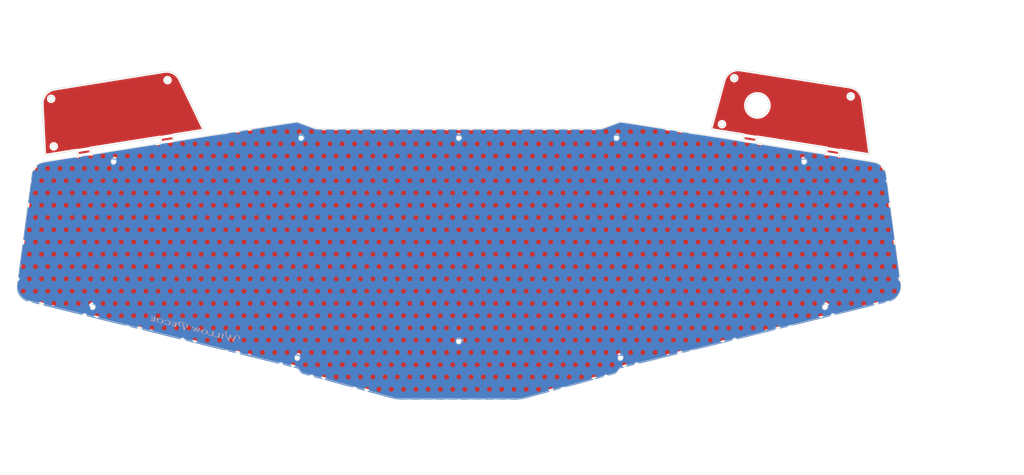
<source format=kicad_pcb>
(kicad_pcb (version 20171130) (host pcbnew "(5.1.9)-1")
  (layers (0 F.Cu signal) (31 B.Cu signal) (34 B.Paste user) (35 F.Paste user) (36 B.SilkS user) (37 F.SilkS user) (38 B.Mask user) (39 F.Mask user) (44 Edge.Cuts user))
  (net 0 "")
  (module willow:enbos_BCu (layer F.Cu) (at -0.1016 58.1152)
    (fp_text reference G*** hide)
    (fp_text value LOGO hide)
    (fp_poly (pts (xy -65.8371 -56.423697) (xy -65.705352 -56.383294) (xy -65.431967 -56.290125) (xy -65.034065 -56.150328) (xy -64.528767 -55.970039) (xy -63.933192 -55.755396) (xy -63.264462 -55.512536) (xy -62.539697 -55.247597) (xy -61.891334 -55.009238) (xy -58.208334 -53.651755) (xy -56.911027 -53.615163) (xy -56.418656 -53.600493) (xy -56.073508 -53.586308) (xy -55.853525 -53.568828) (xy -55.73665 -53.544275) (xy -55.700825 -53.508869) (xy -55.723994 -53.45883) (xy -55.759206 -53.417809) (xy -55.854496 -53.23746) (xy -55.924181 -52.971313) (xy -55.939393 -52.854024) (xy -55.911116 -52.426277) (xy -55.748404 -52.095307) (xy -55.456661 -51.86993) (xy -55.299053 -51.809508) (xy -54.895614 -51.752053) (xy -54.54673 -51.848761) (xy -54.260485 -52.067823) (xy -54.104495 -52.257058) (xy -54.033178 -52.461495) (xy -54.017334 -52.729402) (xy -54.056824 -53.094998) (xy -54.184809 -53.360563) (xy -54.192812 -53.370915) (xy -54.368291 -53.594) (xy -50.633156 -53.594) (xy -50.800928 -53.318833) (xy -50.945815 -52.945701) (xy -50.951158 -52.569155) (xy -50.82938 -52.226903) (xy -50.592904 -51.956654) (xy -50.30372 -51.809508) (xy -49.900281 -51.752053) (xy -49.551397 -51.848761) (xy -49.265152 -52.067823) (xy -49.109162 -52.257058) (xy -49.037844 -52.461495) (xy -49.022 -52.729402) (xy -49.061491 -53.094998) (xy -49.189475 -53.360563) (xy -49.197479 -53.370915) (xy -49.372957 -53.594) (xy -47.491023 -53.594) (xy -46.881253 -53.593656) (xy -46.421772 -53.591387) (xy -46.093533 -53.585338) (xy -45.877491 -53.573654) (xy -45.754602 -53.554479) (xy -45.705819 -53.525958) (xy -45.712098 -53.486235) (xy -45.754393 -53.433456) (xy -45.761558 -53.425524) (xy -45.864772 -53.233168) (xy -45.936359 -52.954398) (xy -45.948726 -52.854024) (xy -45.92045 -52.426277) (xy -45.757737 -52.095307) (xy -45.465995 -51.86993) (xy -45.308386 -51.809508) (xy -44.904947 -51.752053) (xy -44.556064 -51.848761) (xy -44.269818 -52.067823) (xy -44.113829 -52.257058) (xy -44.042511 -52.461495) (xy -44.026667 -52.729402) (xy -44.066158 -53.094998) (xy -44.194142 -53.360563) (xy -44.202146 -53.370915) (xy -44.377624 -53.594) (xy -40.642489 -53.594) (xy -40.810262 -53.318833) (xy -40.955148 -52.945701) (xy -40.960491 -52.569155) (xy -40.838714 -52.226903) (xy -40.602237 -51.956654) (xy -40.313053 -51.809508) (xy -39.909614 -51.752053) (xy -39.56073 -51.848761) (xy -39.274485 -52.067823) (xy -39.118495 -52.257058) (xy -39.047178 -52.461495) (xy -39.031334 -52.729402) (xy -39.070824 -53.094998) (xy -39.198809 -53.360563) (xy -39.206812 -53.370915) (xy -39.382291 -53.594) (xy -37.500357 -53.594) (xy -36.890587 -53.593656) (xy -36.431105 -53.591387) (xy -36.102866 -53.585338) (xy -35.886824 -53.573654) (xy -35.763935 -53.554479) (xy -35.715152 -53.525958) (xy -35.721431 -53.486235) (xy -35.763727 -53.433456) (xy -35.770891 -53.425524) (xy -35.874106 -53.233168) (xy -35.945692 -52.954398) (xy -35.95806 -52.854024) (xy -35.929783 -52.426277) (xy -35.767071 -52.095307) (xy -35.475328 -51.86993) (xy -35.31772 -51.809508) (xy -34.914281 -51.752053) (xy -34.565397 -51.848761) (xy -34.279152 -52.067823) (xy -34.123162 -52.257058) (xy -34.051844 -52.461495) (xy -34.036 -52.729402) (xy -34.075491 -53.094998) (xy -34.203475 -53.360563) (xy -34.211479 -53.370915) (xy -34.386957 -53.594) (xy -30.651823 -53.594) (xy -30.819595 -53.318833) (xy -30.964481 -52.945701) (xy -30.969824 -52.569155) (xy -30.848047 -52.226903) (xy -30.611571 -51.956654) (xy -30.322386 -51.809508) (xy -29.918947 -51.752053) (xy -29.570064 -51.848761) (xy -29.283818 -52.067823) (xy -29.127829 -52.257058) (xy -29.056511 -52.461495) (xy -29.040667 -52.729402) (xy -29.080158 -53.094998) (xy -29.208142 -53.360563) (xy -29.216146 -53.370915) (xy -29.391624 -53.594) (xy -27.50969 -53.594) (xy -26.89992 -53.593656) (xy -26.440438 -53.591387) (xy -26.112199 -53.585338) (xy -25.896158 -53.573654) (xy -25.773268 -53.554479) (xy -25.724486 -53.525958) (xy -25.730765 -53.486235) (xy -25.77306 -53.433456) (xy -25.780224 -53.425524) (xy -25.883439 -53.233168) (xy -25.955026 -52.954398) (xy -25.967393 -52.854024) (xy -25.939116 -52.426277) (xy -25.776404 -52.095307) (xy -25.484661 -51.86993) (xy -25.327053 -51.809508) (xy -24.923614 -51.752053) (xy -24.57473 -51.848761) (xy -24.288485 -52.067823) (xy -24.132495 -52.257058) (xy -24.061178 -52.461495) (xy -24.045334 -52.729402) (xy -24.084824 -53.094998) (xy -24.212809 -53.360563) (xy -24.220812 -53.370915) (xy -24.396291 -53.594) (xy -20.661156 -53.594) (xy -20.828928 -53.318833) (xy -20.974763 -52.943644) (xy -20.979457 -52.566286) (xy -20.855427 -52.22393) (xy -20.615085 -51.953743) (xy -20.32405 -51.80721) (xy -19.909827 -51.755638) (xy -19.545988 -51.842495) (xy -19.253296 -52.041409) (xy -19.05252 -52.326008) (xy -18.964424 -52.66992) (xy -19.009777 -53.046773) (xy -19.133739 -53.318833) (xy -19.301512 -53.594) (xy -15.572071 -53.594) (xy -15.735292 -53.418803) (xy -15.904252 -53.129065) (xy -15.972701 -52.769543) (xy -15.948298 -52.50623) (xy -15.805836 -52.207399) (xy -15.558158 -51.948271) (xy -15.263452 -51.7855) (xy -15.188355 -51.766333) (xy -14.78609 -51.76386) (xy -14.443733 -51.896543) (xy -14.181153 -52.135006) (xy -14.018213 -52.449876) (xy -13.974782 -52.811778) (xy -14.070723 -53.191336) (xy -14.138406 -53.318833) (xy -14.306178 -53.594) (xy -10.576737 -53.594) (xy -10.741321 -53.41734) (xy -10.921341 -53.112242) (xy -10.969326 -52.762817) (xy -10.899091 -52.410765) (xy -10.724456 -52.097785) (xy -10.459237 -51.865575) (xy -10.194312 -51.766575) (xy -9.79149 -51.763976) (xy -9.448708 -51.896533) (xy -9.185839 -52.134904) (xy -9.022755 -52.449743) (xy -8.979328 -52.811708) (xy -9.075431 -53.191455) (xy -9.143073 -53.318833) (xy -9.310845 -53.594) (xy -5.581404 -53.594) (xy -5.744625 -53.418803) (xy -5.913586 -53.129065) (xy -5.982034 -52.769543) (xy -5.957632 -52.50623) (xy -5.815169 -52.207399) (xy -5.567491 -51.948271) (xy -5.272785 -51.7855) (xy -5.197689 -51.766333) (xy -4.795423 -51.76386) (xy -4.453067 -51.896543) (xy -4.190486 -52.135006) (xy -4.027547 -52.449876) (xy -3.984115 -52.811778) (xy -4.080057 -53.191336) (xy -4.147739 -53.318833) (xy -4.315512 -53.594) (xy -0.586071 -53.594) (xy -0.750654 -53.41734) (xy -0.930675 -53.112242) (xy -0.978659 -52.762817) (xy -0.908425 -52.410765) (xy -0.733789 -52.097785) (xy -0.468571 -51.865575) (xy -0.203645 -51.766575) (xy 0.199177 -51.763976) (xy 0.541958 -51.896533) (xy 0.804828 -52.134904) (xy 0.967912 -52.449743) (xy 1.011339 -52.811708) (xy 0.915236 -53.191455) (xy 0.847594 -53.318833) (xy 0.679822 -53.594) (xy 4.409263 -53.594) (xy 4.246042 -53.418803) (xy 4.077081 -53.129065) (xy 4.008633 -52.769543) (xy 4.033035 -52.50623) (xy 4.175498 -52.207399) (xy 4.423176 -51.948271) (xy 4.717881 -51.7855) (xy 4.792978 -51.766333) (xy 5.195244 -51.76386) (xy 5.5376 -51.896543) (xy 5.800181 -52.135006) (xy 5.96312 -52.449876) (xy 6.006552 -52.811778) (xy 5.91061 -53.191336) (xy 5.842927 -53.318833) (xy 5.675155 -53.594) (xy 9.404596 -53.594) (xy 9.240013 -53.41734) (xy 9.059992 -53.112242) (xy 9.012008 -52.762817) (xy 9.082242 -52.410765) (xy 9.256877 -52.097785) (xy 9.522096 -51.865575) (xy 9.787022 -51.766575) (xy 10.189843 -51.763976) (xy 10.532625 -51.896533) (xy 10.795494 -52.134904) (xy 10.958579 -52.449743) (xy 11.002005 -52.811708) (xy 10.905902 -53.191455) (xy 10.838261 -53.318833) (xy 10.670488 -53.594) (xy 14.399929 -53.594) (xy 14.236708 -53.418803) (xy 14.067748 -53.129065) (xy 13.999299 -52.769543) (xy 14.023702 -52.50623) (xy 14.166164 -52.207399) (xy 14.413842 -51.948271) (xy 14.708548 -51.7855) (xy 14.783645 -51.766333) (xy 15.18591 -51.76386) (xy 15.528267 -51.896543) (xy 15.790847 -52.135006) (xy 15.953787 -52.449876) (xy 15.997218 -52.811778) (xy 15.901277 -53.191336) (xy 15.833594 -53.318833) (xy 15.665822 -53.594) (xy 19.395263 -53.594) (xy 19.230679 -53.41734) (xy 19.050659 -53.112242) (xy 19.002674 -52.762817) (xy 19.072909 -52.410765) (xy 19.247544 -52.097785) (xy 19.512763 -51.865575) (xy 19.777688 -51.766575) (xy 20.18051 -51.763976) (xy 20.523292 -51.896533) (xy 20.786161 -52.134904) (xy 20.949245 -52.449743) (xy 20.992672 -52.811708) (xy 20.896569 -53.191455) (xy 20.828927 -53.318833) (xy 20.661155 -53.594) (xy 24.390596 -53.594) (xy 24.227375 -53.418803) (xy 24.058414 -53.129065) (xy 23.989966 -52.769543) (xy 24.014368 -52.50623) (xy 24.156831 -52.207399) (xy 24.404509 -51.948271) (xy 24.699215 -51.7855) (xy 24.774311 -51.766333) (xy 25.176577 -51.76386) (xy 25.518933 -51.896543) (xy 25.781514 -52.135006) (xy 25.944453 -52.449876) (xy 25.987885 -52.811778) (xy 25.891943 -53.191336) (xy 25.824261 -53.318833) (xy 25.656488 -53.594) (xy 29.385929 -53.594) (xy 29.221346 -53.41734) (xy 29.046083 -53.114294) (xy 28.998021 -52.753782) (xy 29.072494 -52.384573) (xy 29.264835 -52.055431) (xy 29.361076 -51.956991) (xy 29.662167 -51.793301) (xy 30.020409 -51.751998) (xy 30.384255 -51.825634) (xy 30.702154 -52.006757) (xy 30.85586 -52.173022) (xy 30.963054 -52.447222) (xy 30.986885 -52.791914) (xy 30.930078 -53.131769) (xy 30.812521 -53.370915) (xy 30.637043 -53.594) (xy 32.518977 -53.594) (xy 33.128747 -53.593656) (xy 33.588228 -53.591387) (xy 33.916467 -53.585338) (xy 34.132509 -53.573654) (xy 34.255398 -53.554479) (xy 34.304181 -53.525958) (xy 34.297902 -53.486235) (xy 34.255607 -53.433456) (xy 34.248442 -53.425524) (xy 34.145228 -53.233168) (xy 34.073641 -52.954398) (xy 34.061274 -52.854024) (xy 34.08955 -52.426277) (xy 34.252263 -52.095307) (xy 34.544005 -51.86993) (xy 34.701614 -51.809508) (xy 35.105053 -51.752053) (xy 35.453936 -51.848761) (xy 35.740182 -52.067823) (xy 35.896171 -52.257058) (xy 35.967489 -52.461495) (xy 35.983333 -52.729402) (xy 35.943842 -53.094998) (xy 35.815858 -53.360563) (xy 35.807854 -53.370915) (xy 35.632376 -53.594) (xy 39.367511 -53.594) (xy 39.199738 -53.318833) (xy 39.054852 -52.945701) (xy 39.049509 -52.569155) (xy 39.171286 -52.226903) (xy 39.407763 -51.956654) (xy 39.696947 -51.809508) (xy 40.100386 -51.752053) (xy 40.44927 -51.848761) (xy 40.735515 -52.067823) (xy 40.891505 -52.257058) (xy 40.962822 -52.461495) (xy 40.978666 -52.729402) (xy 40.939176 -53.094998) (xy 40.811191 -53.360563) (xy 40.803188 -53.370915) (xy 40.627709 -53.594) (xy 42.509643 -53.594) (xy 43.119413 -53.593656) (xy 43.578895 -53.591387) (xy 43.907134 -53.585338) (xy 44.123176 -53.573654) (xy 44.246065 -53.554479) (xy 44.294848 -53.525958) (xy 44.288569 -53.486235) (xy 44.246273 -53.433456) (xy 44.239109 -53.425524) (xy 44.135894 -53.233168) (xy 44.064308 -52.954398) (xy 44.05194 -52.854024) (xy 44.080217 -52.426277) (xy 44.242929 -52.095307) (xy 44.534672 -51.86993) (xy 44.69228 -51.809508) (xy 45.095719 -51.752053) (xy 45.444603 -51.848761) (xy 45.730848 -52.067823) (xy 45.886838 -52.257058) (xy 45.958156 -52.461495) (xy 45.974 -52.729402) (xy 45.934509 -53.094998) (xy 45.806525 -53.360563) (xy 45.798521 -53.370915) (xy 45.623043 -53.594) (xy 49.358177 -53.594) (xy 49.190405 -53.318833) (xy 49.045519 -52.945701) (xy 49.040176 -52.569155) (xy 49.161953 -52.226903) (xy 49.398429 -51.956654) (xy 49.687614 -51.809508) (xy 50.091053 -51.752053) (xy 50.439936 -51.848761) (xy 50.726182 -52.067823) (xy 50.882171 -52.257058) (xy 50.953489 -52.461495) (xy 50.969333 -52.729402) (xy 50.929842 -53.094998) (xy 50.801858 -53.360563) (xy 50.793854 -53.370915) (xy 50.618376 -53.594) (xy 52.50031 -53.594) (xy 53.11008 -53.593656) (xy 53.569562 -53.591387) (xy 53.897801 -53.585338) (xy 54.113842 -53.573654) (xy 54.236732 -53.554479) (xy 54.285514 -53.525958) (xy 54.279235 -53.486235) (xy 54.23694 -53.433456) (xy 54.229776 -53.425524) (xy 54.126561 -53.233168) (xy 54.054974 -52.954398) (xy 54.042607 -52.854024) (xy 54.070884 -52.426277) (xy 54.233596 -52.095307) (xy 54.525339 -51.86993) (xy 54.682947 -51.809508) (xy 55.086386 -51.752053) (xy 55.43527 -51.848761) (xy 55.721515 -52.067823) (xy 55.877505 -52.257058) (xy 55.948822 -52.461495) (xy 55.964666 -52.729402) (xy 55.948118 -52.87717) (xy 59.021374 -52.87717) (xy 59.041464 -52.514402) (xy 59.17808 -52.194693) (xy 59.407934 -51.942937) (xy 59.707739 -51.784027) (xy 60.054205 -51.742857) (xy 60.424046 -51.84432) (xy 60.451064 -51.85785) (xy 60.748604 -52.080544) (xy 60.913109 -52.384894) (xy 60.95664 -52.737617) (xy 64.008 -52.737617) (xy 64.08205 -52.354673) (xy 64.281638 -52.048155) (xy 64.572916 -51.838763) (xy 64.922037 -51.747199) (xy 65.295156 -51.794165) (xy 65.446398 -51.85785) (xy 65.743937 -52.080544) (xy 65.908442 -52.384894) (xy 65.953172 -52.747333) (xy 69.003333 -52.747333) (xy 69.075976 -52.35231) (xy 69.275023 -52.043242) (xy 69.572152 -51.837284) (xy 69.939041 -51.751589) (xy 70.347367 -51.803313) (xy 70.482096 -51.851663) (xy 70.770873 -52.053714) (xy 70.952624 -52.346652) (xy 71.026237 -52.689244) (xy 70.999676 -52.950901) (xy 74.057244 -52.950901) (xy 74.058118 -52.586594) (xy 74.155791 -52.256699) (xy 74.260829 -52.101206) (xy 74.588867 -51.839172) (xy 74.943917 -51.740583) (xy 75.343838 -51.801779) (xy 75.477429 -51.851663) (xy 75.766206 -52.053714) (xy 75.947957 -52.346652) (xy 76.02157 -52.689244) (xy 76.013531 -52.768442) (xy 79.038838 -52.768442) (xy 79.098821 -52.418223) (xy 79.272001 -52.101956) (xy 79.557365 -51.858669) (xy 79.594828 -51.838415) (xy 79.923238 -51.740821) (xy 80.283544 -51.783898) (xy 80.472762 -51.851663) (xy 80.76154 -52.053714) (xy 80.94329 -52.346652) (xy 81.016904 -52.689244) (xy 80.98127 -53.040258) (xy 80.83528 -53.358462) (xy 80.577822 -53.602623) (xy 80.520771 -53.6349) (xy 80.134418 -53.753121) (xy 79.736721 -53.707054) (xy 79.548219 -53.632502) (xy 79.262523 -53.414611) (xy 79.093068 -53.113581) (xy 79.038838 -52.768442) (xy 76.013531 -52.768442) (xy 75.985937 -53.040258) (xy 75.839947 -53.358462) (xy 75.582489 -53.602623) (xy 75.525438 -53.6349) (xy 75.165353 -53.741066) (xy 74.791313 -53.720014) (xy 74.452881 -53.584584) (xy 74.199622 -53.347614) (xy 74.15909 -53.280955) (xy 74.057244 -52.950901) (xy 70.999676 -52.950901) (xy 70.990604 -53.040258) (xy 70.844613 -53.358462) (xy 70.587156 -53.602623) (xy 70.530104 -53.6349) (xy 70.141195 -53.754888) (xy 69.76429 -53.729949) (xy 69.431523 -53.578764) (xy 69.175028 -53.320013) (xy 69.026936 -52.972376) (xy 69.003333 -52.747333) (xy 65.953172 -52.747333) (xy 65.955333 -52.764836) (xy 65.886589 -53.175544) (xy 65.687842 -53.483724) (xy 65.370317 -53.676569) (xy 65.10592 -53.733964) (xy 64.686154 -53.705385) (xy 64.351241 -53.538202) (xy 64.120506 -53.249952) (xy 64.013272 -52.858171) (xy 64.008 -52.737617) (xy 60.95664 -52.737617) (xy 60.96 -52.764836) (xy 60.933513 -53.067925) (xy 60.833614 -53.294567) (xy 60.727166 -53.428558) (xy 60.427973 -53.651987) (xy 60.077914 -53.745209) (xy 59.72061 -53.712913) (xy 59.39968 -53.559788) (xy 59.158743 -53.290519) (xy 59.141099 -53.258105) (xy 59.021374 -52.87717) (xy 55.948118 -52.87717) (xy 55.92271 -53.104033) (xy 55.795167 -53.363313) (xy 55.625669 -53.578796) (xy 56.917001 -53.615276) (xy 58.208333 -53.651755) (xy 61.891333 -55.009238) (xy 62.650311 -55.288138) (xy 63.367829 -55.550183) (xy 64.026768 -55.789237) (xy 64.610006 -55.999162) (xy 65.100424 -56.17382) (xy 65.480899 -56.307074) (xy 65.734313 -56.392788) (xy 65.837099 -56.423697) (xy 65.970429 -56.420541) (xy 66.26921 -56.389499) (xy 66.731908 -56.330797) (xy 67.35699 -56.24466) (xy 68.142922 -56.131315) (xy 69.088173 -55.990986) (xy 70.191208 -55.8239) (xy 71.450494 -55.630283) (xy 72.864499 -55.410359) (xy 74.431688 -55.164355) (xy 74.981099 -55.077665) (xy 76.190319 -54.886541) (xy 77.355391 -54.702205) (xy 78.465057 -54.526447) (xy 79.508062 -54.361059) (xy 80.47315 -54.207832) (xy 81.349063 -54.068557) (xy 82.124547 -53.945026) (xy 82.788344 -53.839029) (xy 83.329198 -53.752359) (xy 83.735854 -53.686805) (xy 83.997055 -53.64416) (xy 84.099825 -53.626578) (xy 84.258557 -53.585415) (xy 84.285941 -53.518258) (xy 84.200202 -53.369629) (xy 84.189566 -53.353416) (xy 84.085742 -53.09247) (xy 84.041916 -52.755053) (xy 84.041625 -52.726627) (xy 84.114342 -52.334233) (xy 84.314335 -52.028579) (xy 84.613758 -51.8285) (xy 84.984765 -51.752833) (xy 85.387367 -51.816341) (xy 85.687634 -51.997013) (xy 85.903811 -52.284706) (xy 86.016185 -52.630352) (xy 86.005042 -52.984881) (xy 85.933687 -53.176233) (xy 85.89758 -53.241067) (xy 85.881732 -53.287449) (xy 85.906493 -53.314362) (xy 85.992214 -53.320788) (xy 86.159243 -53.30571) (xy 86.42793 -53.268112) (xy 86.818625 -53.206975) (xy 87.351678 -53.121282) (xy 87.49554 -53.098155) (xy 88.927413 -52.868208) (xy 89.042301 -52.536364) (xy 89.1634 -52.269233) (xy 89.312956 -52.040627) (xy 89.338468 -52.011556) (xy 89.625556 -51.818961) (xy 89.971669 -51.750959) (xy 90.328278 -51.801354) (xy 90.646854 -51.963952) (xy 90.864053 -52.206324) (xy 91.005634 -52.390159) (xy 91.144856 -52.486901) (xy 91.173196 -52.491358) (xy 91.389293 -52.473447) (xy 91.723706 -52.428073) (xy 92.142384 -52.361597) (xy 92.611277 -52.280382) (xy 93.096336 -52.190789) (xy 93.56351 -52.099182) (xy 93.978749 -52.011923) (xy 94.308003 -51.935373) (xy 94.517223 -51.875897) (xy 94.558876 -51.858731) (xy 94.906471 -51.752561) (xy 95.151543 -51.766359) (xy 95.273108 -51.764393) (xy 95.531687 -51.73915) (xy 95.930036 -51.690221) (xy 96.47091 -51.617197) (xy 97.157065 -51.51967) (xy 97.991257 -51.397231) (xy 98.976243 -51.249471) (xy 100.114777 -51.07598) (xy 101.409616 -50.87635) (xy 102.863515 -50.650173) (xy 104.47923 -50.397039) (xy 106.070368 -50.146407) (xy 107.620689 -49.901586) (xy 109.012238 -49.681576) (xy 110.253523 -49.484888) (xy 111.353052 -49.310037) (xy 112.31933 -49.155535) (xy 113.160867 -49.019896) (xy 113.886169 -48.901633) (xy 114.503744 -48.799259) (xy 115.022098 -48.711287) (xy 115.449741 -48.636231) (xy 115.795178 -48.572604) (xy 116.066917 -48.518919) (xy 116.273465 -48.473689) (xy 116.423331 -48.435428) (xy 116.525021 -48.402649) (xy 116.587043 -48.373864) (xy 116.617904 -48.347588) (xy 116.626112 -48.322333) (xy 116.622242 -48.302333) (xy 116.525201 -47.830361) (xy 116.563652 -47.42228) (xy 116.730793 -47.096522) (xy 117.019825 -46.871516) (xy 117.171805 -46.812719) (xy 117.581731 -46.766099) (xy 117.944016 -46.866599) (xy 118.230994 -47.093188) (xy 118.415001 -47.424836) (xy 118.469651 -47.799316) (xy 118.471845 -48.037282) (xy 118.504663 -48.145966) (xy 118.59313 -48.165328) (xy 118.689012 -48.149591) (xy 118.849733 -48.121793) (xy 119.142453 -48.07445) (xy 119.531716 -48.013174) (xy 119.982068 -47.943579) (xy 120.211677 -47.908539) (xy 120.703321 -47.832892) (xy 121.052919 -47.774187) (xy 121.285909 -47.724395) (xy 121.427728 -47.675486) (xy 121.503813 -47.619432) (xy 121.5396 -47.548204) (xy 121.55435 -47.484747) (xy 121.684559 -47.208021) (xy 121.927973 -46.962922) (xy 122.229405 -46.798913) (xy 122.355312 -46.766858) (xy 122.68252 -46.772813) (xy 123.004781 -46.874328) (xy 123.262125 -47.046111) (xy 123.371999 -47.195654) (xy 123.489985 -47.353787) (xy 123.647355 -47.369966) (xy 123.754658 -47.351302) (xy 124.017066 -47.308249) (xy 124.423436 -47.242568) (xy 124.962624 -47.15602) (xy 125.623486 -47.050365) (xy 126.39488 -46.927365) (xy 127.265661 -46.788779) (xy 128.224685 -46.636369) (xy 129.260811 -46.471895) (xy 130.362893 -46.297118) (xy 131.519789 -46.113799) (xy 132.720354 -45.923698) (xy 133.953446 -45.728576) (xy 135.207921 -45.530194) (xy 136.472636 -45.330312) (xy 137.736446 -45.130691) (xy 138.988208 -44.933092) (xy 140.21678 -44.739276) (xy 141.411017 -44.551003) (xy 142.559776 -44.370033) (xy 143.651913 -44.198128) (xy 144.676284 -44.037049) (xy 145.621748 -43.888555) (xy 146.477159 -43.754408) (xy 147.231374 -43.636369) (xy 147.87325 -43.536197) (xy 148.391644 -43.455654) (xy 148.775411 -43.3965) (xy 149.013408 -43.360497) (xy 149.094122 -43.349333) (xy 149.146004 -43.303331) (xy 149.100978 -43.185566) (xy 149.006182 -42.844135) (xy 149.049383 -42.487474) (xy 149.21091 -42.162106) (xy 149.471087 -41.914553) (xy 149.678947 -41.818841) (xy 150.082386 -41.761387) (xy 150.43127 -41.858094) (xy 150.717515 -42.077156) (xy 150.891426 -42.301475) (xy 150.956474 -42.555363) (xy 150.960666 -42.676308) (xy 150.960666 -43.032309) (xy 151.278166 -42.984189) (xy 151.47819 -42.953546) (xy 151.804309 -42.903222) (xy 152.215304 -42.839592) (xy 152.669952 -42.769032) (xy 152.786072 -42.750984) (xy 153.976477 -42.565899) (xy 154.140738 -42.259116) (xy 154.348548 -41.993657) (xy 154.649086 -41.833369) (xy 155.033422 -41.759264) (xy 155.375132 -41.833162) (xy 155.687738 -42.037992) (xy 155.940527 -42.2507) (xy 162.658097 -41.189874) (xy 163.99391 -40.978061) (xy 165.171138 -40.789463) (xy 166.198705 -40.62252) (xy 167.085538 -40.475673) (xy 167.84056 -40.347363) (xy 168.472699 -40.236028) (xy 168.990879 -40.140111) (xy 169.404026 -40.05805) (xy 169.721064 -39.988287) (xy 169.950921 -39.929261) (xy 170.052636 -39.897691) (xy 170.380798 -39.76674) (xy 170.75499 -39.588229) (xy 171.137691 -39.383634) (xy 171.491379 -39.174435) (xy 171.77853 -38.982109) (xy 171.961622 -38.828134) (xy 171.995087 -38.785821) (xy 171.975746 -38.675579) (xy 171.854186 -38.523794) (xy 171.822889 -38.4955) (xy 171.678795 -38.337246) (xy 171.597715 -38.137203) (xy 171.554754 -37.832894) (xy 171.553658 -37.819875) (xy 171.538072 -37.539279) (xy 171.565219 -37.357814) (xy 171.658094 -37.206436) (xy 171.812203 -37.04353) (xy 172.03032 -36.853228) (xy 172.230536 -36.765807) (xy 172.478699 -36.74565) (xy 172.839543 -36.797578) (xy 173.124976 -36.915447) (xy 173.402952 -37.084928) (xy 173.565584 -36.705524) (xy 173.749355 -36.22789) (xy 173.895731 -35.726046) (xy 174.016997 -35.150906) (xy 174.120814 -34.486989) (xy 174.177222 -34.061811) (xy 174.207378 -33.762889) (xy 174.210944 -33.549143) (xy 174.187583 -33.379491) (xy 174.136958 -33.21285) (xy 174.109757 -33.139819) (xy 174.02339 -32.865152) (xy 174.014574 -32.644802) (xy 174.06458 -32.42761) (xy 174.165254 -32.187107) (xy 174.289193 -32.010055) (xy 174.317508 -31.985896) (xy 174.356425 -31.939266) (xy 174.396026 -31.846169) (xy 174.438577 -31.692934) (xy 174.486341 -31.465891) (xy 174.541584 -31.151371) (xy 174.606571 -30.735702) (xy 174.683567 -30.205213) (xy 174.774836 -29.546235) (xy 174.882643 -28.745098) (xy 174.994833 -27.897666) (xy 175.101066 -27.092695) (xy 175.201232 -26.33677) (xy 175.293043 -25.646944) (xy 175.374211 -25.040268) (xy 175.442448 -24.533793) (xy 175.495464 -24.144569) (xy 175.530973 -23.889648) (xy 175.546525 -23.786819) (xy 175.535661 -23.712922) (xy 175.439399 -23.680275) (xy 175.22327 -23.681354) (xy 175.099552 -23.689256) (xy 174.793171 -23.696994) (xy 174.586046 -23.656752) (xy 174.411541 -23.554533) (xy 174.394204 -23.541062) (xy 174.159056 -23.257307) (xy 174.041086 -22.901936) (xy 174.042303 -22.524909) (xy 174.164716 -22.176187) (xy 174.330996 -21.968892) (xy 174.566645 -21.844924) (xy 174.889628 -21.77995) (xy 175.226603 -21.779519) (xy 175.504226 -21.849175) (xy 175.55315 -21.876462) (xy 175.703763 -21.963978) (xy 175.771161 -21.942688) (xy 175.805904 -21.823602) (xy 175.823558 -21.710066) (xy 175.861451 -21.442338) (xy 175.917741 -21.034111) (xy 175.990581 -20.499078) (xy 176.078128 -19.850933) (xy 176.178537 -19.103371) (xy 176.289963 -18.270086) (xy 176.410562 -17.36477) (xy 176.538488 -16.401118) (xy 176.65853 -15.494) (xy 176.79188 -14.485555) (xy 176.919724 -13.520129) (xy 177.04019 -12.611786) (xy 177.151404 -11.774587) (xy 177.251492 -11.022597) (xy 177.338581 -10.369877) (xy 177.410797 -9.830492) (xy 177.466266 -9.418504) (xy 177.503115 -9.147976) (xy 177.518641 -9.038166) (xy 177.54119 -8.831382) (xy 177.503213 -8.741925) (xy 177.376714 -8.720945) (xy 177.336687 -8.720666) (xy 177.083107 -8.642233) (xy 176.817866 -8.4328) (xy 176.633035 -8.219784) (xy 176.54932 -8.017679) (xy 176.53 -7.747) (xy 176.550389 -7.471109) (xy 176.636032 -7.269742) (xy 176.817866 -7.0612) (xy 177.04144 -6.871071) (xy 177.254214 -6.787674) (xy 177.451253 -6.773333) (xy 177.68126 -6.757556) (xy 177.795362 -6.693269) (xy 177.839644 -6.582833) (xy 177.857445 -6.469928) (xy 177.89559 -6.202587) (xy 177.95226 -5.794255) (xy 178.025635 -5.258373) (xy 178.113897 -4.608382) (xy 178.215226 -3.857726) (xy 178.327803 -3.019846) (xy 178.449809 -2.108185) (xy 178.579425 -1.136185) (xy 178.714832 -0.117288) (xy 178.724764 -0.042416) (xy 179.567014 6.307502) (xy 179.327738 6.541439) (xy 179.099478 6.871275) (xy 179.021416 7.244922) (xy 179.093172 7.628727) (xy 179.314367 7.989037) (xy 179.344398 8.022167) (xy 179.516644 8.158952) (xy 179.667133 8.212667) (xy 179.747631 8.246727) (xy 179.811081 8.368759) (xy 179.868607 8.608538) (xy 179.9123 8.868834) (xy 180.030912 9.817128) (xy 180.071225 10.64536) (xy 180.029929 11.385293) (xy 179.903714 12.06869) (xy 179.689268 12.727313) (xy 179.455623 13.250334) (xy 178.973519 14.086761) (xy 178.413422 14.789527) (xy 177.750065 15.384003) (xy 176.958179 15.895562) (xy 176.66956 16.04788) (xy 176.29057 16.234832) (xy 176.021602 16.351012) (xy 175.823124 16.405063) (xy 175.655605 16.405632) (xy 175.479512 16.361363) (xy 175.385657 16.328653) (xy 174.992541 16.271401) (xy 174.602822 16.365857) (xy 174.264264 16.600312) (xy 174.260024 16.604625) (xy 174.148467 16.704301) (xy 174.009778 16.791234) (xy 173.817376 16.875156) (xy 173.544679 16.965798) (xy 173.165105 17.072893) (xy 172.652072 17.206172) (xy 172.537815 17.235132) (xy 172.065481 17.354369) (xy 171.653845 17.457956) (xy 171.329382 17.539255) (xy 171.118569 17.591632) (xy 171.047833 17.608564) (xy 171.033919 17.535424) (xy 171.026878 17.352564) (xy 171.026666 17.310129) (xy 170.954948 16.895345) (xy 170.758766 16.571235) (xy 170.466583 16.355754) (xy 170.10686 16.266857) (xy 169.708057 16.322499) (xy 169.55701 16.382975) (xy 169.249954 16.612686) (xy 169.070431 16.929934) (xy 169.029071 17.299756) (xy 169.136503 17.687185) (xy 169.151435 17.717101) (xy 169.315691 18.035202) (xy 169.091679 18.091672) (xy 168.978522 18.119895) (xy 168.712826 18.185997) (xy 168.306395 18.287045) (xy 167.771032 18.420105) (xy 167.11854 18.582246) (xy 166.360721 18.770534) (xy 165.50938 18.982038) (xy 164.57632 19.213824) (xy 163.573343 19.462961) (xy 162.512253 19.726514) (xy 161.404853 20.001553) (xy 161.160056 20.062349) (xy 153.452446 21.976557) (xy 153.328389 21.721156) (xy 153.119295 21.473422) (xy 152.890469 21.348439) (xy 152.476149 21.272422) (xy 152.096747 21.348646) (xy 151.782132 21.560514) (xy 151.562172 21.891432) (xy 151.490753 22.12617) (xy 151.421443 22.476644) (xy 143.530911 24.435144) (xy 142.205288 24.763928) (xy 141.033974 25.053783) (xy 140.007027 25.306973) (xy 139.11451 25.525764) (xy 138.346483 25.712418) (xy 137.693007 25.869202) (xy 137.144144 25.998379) (xy 136.689954 26.102214) (xy 136.320498 26.182972) (xy 136.025837 26.242917) (xy 135.796033 26.284313) (xy 135.621146 26.309426) (xy 135.491237 26.320519) (xy 135.396368 26.319858) (xy 135.326598 26.309706) (xy 135.315573 26.306948) (xy 134.923267 26.260716) (xy 134.572886 26.35785) (xy 134.261719 26.572993) (xy 134.120885 26.674114) (xy 133.928757 26.769285) (xy 133.659004 26.867704) (xy 133.28529 26.978569) (xy 132.781284 27.111079) (xy 132.568573 27.164436) (xy 132.099189 27.279966) (xy 131.685296 27.379582) (xy 131.355553 27.456566) (xy 131.138616 27.504201) (xy 131.06574 27.516667) (xy 131.011545 27.441579) (xy 130.981485 27.254082) (xy 130.979333 27.179336) (xy 130.908593 26.823783) (xy 130.719644 26.548424) (xy 130.447393 26.361134) (xy 130.126745 26.269793) (xy 129.792609 26.282278) (xy 129.479889 26.406467) (xy 129.223492 26.650238) (xy 129.152586 26.76707) (xy 129.059482 27.113988) (xy 129.083233 27.538988) (xy 129.154432 27.815695) (xy 129.157824 27.845964) (xy 129.141391 27.877493) (xy 129.095547 27.912893) (xy 129.010701 27.954774) (xy 128.877266 28.005747) (xy 128.685654 28.068423) (xy 128.426276 28.145414) (xy 128.089543 28.239328) (xy 127.665867 28.352778) (xy 127.145659 28.488374) (xy 126.519332 28.648727) (xy 125.777296 28.836447) (xy 124.909963 29.054146) (xy 123.907745 29.304434) (xy 122.761053 29.589922) (xy 121.460299 29.91322) (xy 121.353544 29.93974) (xy 113.495666 31.891758) (xy 113.241539 31.601184) (xy 112.939878 31.363137) (xy 112.5992 31.260038) (xy 112.253968 31.279995) (xy 111.938644 31.411117) (xy 111.687691 31.641514) (xy 111.53557 31.959295) (xy 111.505992 32.200012) (xy 111.49935 32.232416) (xy 111.473028 32.266104) (xy 111.417428 32.303681) (xy 111.322953 32.347751) (xy 111.180003 32.400922) (xy 110.97898 32.465797) (xy 110.710287 32.544984) (xy 110.364325 32.641087) (xy 109.931496 32.756711) (xy 109.402202 32.894463) (xy 108.766845 33.056948) (xy 108.015826 33.246771) (xy 107.139548 33.466538) (xy 106.128412 33.718854) (xy 104.97282 34.006326) (xy 103.663174 34.331557) (xy 103.554151 34.358617) (xy 102.161539 34.703683) (xy 100.924876 35.008807) (xy 99.836024 35.275881) (xy 98.886848 35.506798) (xy 98.06921 35.703449) (xy 97.374975 35.867725) (xy 96.796005 36.00152) (xy 96.324166 36.106725) (xy 95.95132 36.185231) (xy 95.66933 36.238932) (xy 95.470061 36.269718) (xy 95.345376 36.279482) (xy 95.305777 36.276603) (xy 94.867719 36.26201) (xy 94.490547 36.384148) (xy 94.320761 36.507554) (xy 94.147669 36.608258) (xy 93.818493 36.731778) (xy 93.329507 36.879347) (xy 92.679486 37.05157) (xy 92.2028 37.170749) (xy 91.779703 37.274001) (xy 91.438894 37.354524) (xy 91.209071 37.405518) (xy 91.1225 37.420564) (xy 91.043635 37.349832) (xy 91.016666 37.206796) (xy 90.942966 36.865662) (xy 90.749871 36.556857) (xy 90.511438 36.365767) (xy 90.130272 36.247491) (xy 89.767488 36.271818) (xy 89.449261 36.415435) (xy 89.201767 36.655027) (xy 89.051182 36.96728) (xy 89.023681 37.32888) (xy 89.101045 37.621972) (xy 89.223423 37.914865) (xy 73.483797 41.820317) (xy 73.251651 41.560501) (xy 72.952926 41.335315) (xy 72.610277 41.243866) (xy 72.262746 41.276755) (xy 71.949373 41.424582) (xy 71.709198 41.677947) (xy 71.593859 41.959647) (xy 71.517385 42.30183) (xy 69.858192 42.7113) (xy 69.345881 42.837956) (xy 68.885002 42.952319) (xy 68.502617 43.047639) (xy 68.225791 43.117167) (xy 68.081588 43.154153) (xy 68.072 43.156778) (xy 68.015066 43.157978) (xy 68.093168 43.097518) (xy 68.237414 42.955242) (xy 68.368335 42.756663) (xy 68.483597 42.379307) (xy 68.461676 42.003198) (xy 68.31668 41.668381) (xy 68.062716 41.414902) (xy 67.861367 41.317675) (xy 67.454785 41.251996) (xy 67.105427 41.320799) (xy 66.82476 41.495745) (xy 66.624252 41.748495) (xy 66.515368 42.050709) (xy 66.509576 42.37405) (xy 66.618342 42.690177) (xy 66.853132 42.970752) (xy 67.12289 43.142764) (xy 67.486115 43.317195) (xy 66.624637 43.520562) (xy 66.241023 43.621743) (xy 65.901011 43.73062) (xy 65.650831 43.8314) (xy 65.558777 43.884696) (xy 65.425173 44.02236) (xy 65.2304 44.26327) (xy 65.005041 44.568351) (xy 64.860462 44.776898) (xy 64.631225 45.105672) (xy 64.413839 45.398814) (xy 64.239001 45.615809) (xy 64.16513 45.694616) (xy 63.988795 45.799635) (xy 63.65653 45.931399) (xy 63.164898 46.091116) (xy 62.510459 46.279989) (xy 62.440699 46.299217) (xy 60.917666 46.717535) (xy 60.69428 46.508311) (xy 60.374934 46.315854) (xy 59.996238 46.245975) (xy 59.624238 46.307866) (xy 59.535879 46.347134) (xy 59.299784 46.532474) (xy 59.111087 46.790804) (xy 59.016299 47.054568) (xy 59.012666 47.10709) (xy 58.942608 47.233949) (xy 58.8645 47.275611) (xy 58.656437 47.334343) (xy 58.341009 47.421313) (xy 57.947938 47.528534) (xy 57.506947 47.648017) (xy 57.047758 47.771774) (xy 56.600093 47.891817) (xy 56.193675 48.000156) (xy 55.858226 48.088804) (xy 55.62347 48.149771) (xy 55.519127 48.175071) (xy 55.5169 48.175334) (xy 55.540222 48.123085) (xy 55.654835 47.991799) (xy 55.717179 47.927846) (xy 55.873335 47.741139) (xy 55.946354 47.543652) (xy 55.964663 47.25774) (xy 55.964666 47.251849) (xy 55.899275 46.829625) (xy 55.707848 46.516301) (xy 55.397508 46.320214) (xy 55.115253 46.257369) (xy 54.725056 46.284686) (xy 54.412667 46.433069) (xy 54.184415 46.671274) (xy 54.046632 46.968059) (xy 54.005649 47.292183) (xy 54.067798 47.612403) (xy 54.239409 47.897476) (xy 54.526813 48.116162) (xy 54.723015 48.192945) (xy 55.096844 48.302334) (xy 49.160432 49.925448) (xy 48.190907 50.189393) (xy 47.269413 50.438051) (xy 46.408888 50.668068) (xy 45.62227 50.87609) (xy 44.922499 51.058762) (xy 44.322512 51.212732) (xy 43.835247 51.334644) (xy 43.473644 51.421146) (xy 43.250641 51.468884) (xy 43.17912 51.475911) (xy 43.056232 51.384473) (xy 42.840004 51.294945) (xy 42.604545 51.234442) (xy 42.488783 51.223334) (xy 42.180487 51.291302) (xy 41.879119 51.465109) (xy 41.658004 51.699608) (xy 41.6282 51.75322) (xy 41.574564 51.84961) (xy 41.502338 51.928991) (xy 41.387208 52.001542) (xy 41.204863 52.077442) (xy 40.930989 52.166872) (xy 40.541275 52.280009) (xy 40.033036 52.421079) (xy 39.559112 52.550903) (xy 39.142448 52.663798) (xy 38.810162 52.752518) (xy 38.589372 52.809815) (xy 38.508284 52.828535) (xy 38.483404 52.754697) (xy 38.480736 52.561188) (xy 38.492358 52.3875) (xy 38.50125 52.065398) (xy 38.446002 51.82774) (xy 38.365793 51.676562) (xy 38.116072 51.427441) (xy 37.771426 51.27687) (xy 37.387948 51.246802) (xy 37.299637 51.259336) (xy 36.959533 51.398833) (xy 36.710436 51.648325) (xy 36.561382 51.969635) (xy 36.521405 52.324589) (xy 36.599538 52.67501) (xy 36.804818 52.982723) (xy 36.876353 53.047919) (xy 37.086687 53.221504) (xy 31.39151 54.7794) (xy 30.274552 55.084545) (xy 29.308423 55.347409) (xy 28.480789 55.571017) (xy 27.77932 55.758396) (xy 27.191684 55.91257) (xy 26.705549 56.036566) (xy 26.308584 56.133407) (xy 25.988456 56.20612) (xy 25.732833 56.257731) (xy 25.529385 56.291264) (xy 25.365779 56.309745) (xy 25.229684 56.3162) (xy 25.133253 56.314775) (xy 24.81521 56.31551) (xy 24.594737 56.343173) (xy 24.514423 56.38246) (xy 24.415596 56.410739) (xy 24.176521 56.433936) (xy 23.826187 56.452013) (xy 23.393585 56.464929) (xy 22.907704 56.472645) (xy 22.397534 56.475121) (xy 21.892066 56.472319) (xy 21.420289 56.464198) (xy 21.011194 56.450719) (xy 20.69377 56.431843) (xy 20.497006 56.407531) (xy 20.447 56.388) (xy 20.332717 56.3345) (xy 20.116279 56.308367) (xy 19.862601 56.309386) (xy 19.6366 56.337343) (xy 19.504096 56.391103) (xy 19.398093 56.413869) (xy 19.150408 56.430383) (xy 18.78857 56.440934) (xy 18.340103 56.445809) (xy 17.832536 56.445298) (xy 17.293394 56.439689) (xy 16.750204 56.429271) (xy 16.230492 56.414331) (xy 15.761785 56.395159) (xy 15.371609 56.372043) (xy 15.08749 56.345272) (xy 15.083625 56.344772) (xy 14.753097 56.323632) (xy 14.560651 56.361973) (xy 14.537525 56.379275) (xy 14.427161 56.408345) (xy 14.178603 56.43228) (xy 13.820803 56.451018) (xy 13.382709 56.464497) (xy 12.893273 56.472655) (xy 12.381445 56.47543) (xy 11.876175 56.472761) (xy 11.406413 56.464585) (xy 11.00111 56.450841) (xy 10.689216 56.431467) (xy 10.499681 56.4064) (xy 10.456333 56.388) (xy 10.342051 56.3345) (xy 10.125613 56.308367) (xy 9.871935 56.309386) (xy 9.645933 56.337343) (xy 9.51343 56.391103) (xy 9.407426 56.413869) (xy 9.159741 56.430383) (xy 8.797903 56.440934) (xy 8.349437 56.445809) (xy 7.84187 56.445298) (xy 7.302728 56.439689) (xy 6.759537 56.429271) (xy 6.239825 56.414331) (xy 5.771118 56.395159) (xy 5.380942 56.372043) (xy 5.096823 56.345272) (xy 5.092958 56.344772) (xy 4.76243 56.323632) (xy 4.569984 56.361973) (xy 4.546858 56.379275) (xy 4.436494 56.408345) (xy 4.187937 56.43228) (xy 3.830136 56.451018) (xy 3.392043 56.464497) (xy 2.902606 56.472655) (xy 2.390778 56.47543) (xy 1.885508 56.472761) (xy 1.415746 56.464585) (xy 1.010443 56.450841) (xy 0.698549 56.431467) (xy 0.509015 56.4064) (xy 0.465666 56.388) (xy 0.351384 56.3345) (xy 0.134946 56.308367) (xy -0.118732 56.309386) (xy -0.344734 56.337343) (xy -0.477237 56.391103) (xy -0.583241 56.413869) (xy -0.830925 56.430383) (xy -1.192764 56.440934) (xy -1.64123 56.445809) (xy -2.148797 56.445298) (xy -2.687939 56.439689) (xy -3.231129 56.429271) (xy -3.750841 56.414331) (xy -4.219549 56.395159) (xy -4.609725 56.372043) (xy -4.893843 56.345272) (xy -4.897709 56.344772) (xy -5.228237 56.323632) (xy -5.420682 56.361973) (xy -5.443809 56.379275) (xy -5.554173 56.408345) (xy -5.80273 56.43228) (xy -6.160531 56.451018) (xy -6.598624 56.464497) (xy -7.08806 56.472655) (xy -7.599888 56.47543) (xy -8.105159 56.472761) (xy -8.57492 56.464585) (xy -8.980223 56.450841) (xy -9.292117 56.431467) (xy -9.481652 56.4064) (xy -9.525 56.388) (xy -9.639283 56.3345) (xy -9.855721 56.308367) (xy -10.109399 56.309386) (xy -10.3354 56.337343) (xy -10.467904 56.391103) (xy -10.573907 56.413869) (xy -10.821592 56.430383) (xy -11.18343 56.440934) (xy -11.631897 56.445809) (xy -12.139464 56.445298) (xy -12.678606 56.439689) (xy -13.221796 56.429271) (xy -13.741508 56.414331) (xy -14.210215 56.395159) (xy -14.600391 56.372043) (xy -14.88451 56.345272) (xy -14.888375 56.344772) (xy -15.218903 56.323632) (xy -15.411349 56.361973) (xy -15.434475 56.379275) (xy -15.55509 56.414552) (xy -15.838978 56.441436) (xy -16.287699 56.459997) (xy -16.902812 56.470306) (xy -17.483667 56.472667) (xy -18.22651 56.468592) (xy -18.801774 56.45632) (xy -19.211018 56.435779) (xy -19.455802 56.406899) (xy -19.532859 56.379275) (xy -19.690846 56.32727) (xy -19.990951 56.334566) (xy -20.078959 56.344829) (xy -20.367308 56.372495) (xy -20.759843 56.396154) (xy -21.229468 56.415558) (xy -21.749089 56.430459) (xy -22.291611 56.440609) (xy -22.829941 56.445761) (xy -23.336983 56.445666) (xy -23.785643 56.440076) (xy -24.148826 56.428743) (xy -24.399439 56.411419) (xy -24.510385 56.387857) (xy -24.5126 56.385412) (xy -24.629459 56.335492) (xy -24.881599 56.312457) (xy -25.133254 56.314775) (xy -25.256457 56.315702) (xy -25.397399 56.306987) (xy -25.568429 56.285603) (xy -25.781899 56.248518) (xy -26.05016 56.192705) (xy -26.385561 56.115134) (xy -26.800453 56.012775) (xy -27.307188 55.8826) (xy -27.918115 55.721579) (xy -28.645585 55.526683) (xy -29.501949 55.294882) (xy -30.499557 55.023148) (xy -31.376998 54.783355) (xy -37.057662 53.229413) (xy -36.805954 53.004512) (xy -36.634674 52.809919) (xy -36.547008 52.576138) (xy -36.518076 52.361305) (xy -36.528467 52.195046) (xy -33.5015 52.195046) (xy -33.446583 52.60984) (xy -33.439431 52.632159) (xy -33.258229 52.936925) (xy -32.973677 53.146063) (xy -32.628653 53.24934) (xy -32.266031 53.236522) (xy -31.928688 53.097375) (xy -31.825125 53.017472) (xy -31.646522 52.820368) (xy -31.555526 52.595133) (xy -31.522743 52.361305) (xy -31.529662 52.250603) (xy -28.509816 52.250603) (xy -28.447659 52.621368) (xy -28.264635 52.932129) (xy -27.978912 53.145328) (xy -27.63297 53.250564) (xy -27.269288 53.237438) (xy -26.930346 53.095548) (xy -26.829792 53.017472) (xy -26.611561 52.717236) (xy -26.512488 52.346144) (xy -26.52316 52.195046) (xy -23.510833 52.195046) (xy -23.455917 52.60984) (xy -23.448764 52.632159) (xy -23.267562 52.936925) (xy -22.983011 53.146063) (xy -22.637986 53.24934) (xy -22.275364 53.236522) (xy -21.938021 53.097375) (xy -21.834458 53.017472) (xy -21.655856 52.820368) (xy -21.564859 52.595133) (xy -21.532076 52.361305) (xy -21.533533 52.337979) (xy -18.457334 52.337979) (xy -18.428712 52.592871) (xy -18.318727 52.801759) (xy -18.169467 52.967467) (xy -17.947717 53.156672) (xy -17.73682 53.240156) (xy -17.528901 53.255334) (xy -17.256161 53.232673) (xy -17.027247 53.176606) (xy -16.991268 53.160757) (xy -16.714803 52.952937) (xy -16.560212 52.660362) (xy -16.519939 52.328262) (xy -13.462 52.328262) (xy -13.4352 52.586192) (xy -13.330511 52.792754) (xy -13.174134 52.967467) (xy -12.95205 53.156841) (xy -12.740809 53.24031) (xy -12.534929 53.255334) (xy -12.246551 53.225633) (xy -11.988211 53.152478) (xy -11.951969 53.135557) (xy -11.688256 52.912292) (xy -11.530709 52.598314) (xy -11.496489 52.337979) (xy -8.466667 52.337979) (xy -8.438045 52.592871) (xy -8.32806 52.801759) (xy -8.1788 52.967467) (xy -7.957051 53.156672) (xy -7.746154 53.240156) (xy -7.538234 53.255334) (xy -7.265494 53.232673) (xy -7.03658 53.176606) (xy -7.000601 53.160757) (xy -6.724136 52.952937) (xy -6.569545 52.660362) (xy -6.529272 52.328262) (xy -3.471334 52.328262) (xy -3.444533 52.586192) (xy -3.339844 52.792754) (xy -3.183467 52.967467) (xy -2.961383 53.156841) (xy -2.750143 53.24031) (xy -2.544263 53.255334) (xy -2.255884 53.225633) (xy -1.997544 53.152478) (xy -1.961302 53.135557) (xy -1.697589 52.912292) (xy -1.540042 52.598314) (xy -1.505822 52.337979) (xy 1.524 52.337979) (xy 1.552621 52.592871) (xy 1.662607 52.801759) (xy 1.811866 52.967467) (xy 2.033616 53.156672) (xy 2.244513 53.240156) (xy 2.452432 53.255334) (xy 2.725172 53.232673) (xy 2.954087 53.176606) (xy 2.990066 53.160757) (xy 3.266531 52.952937) (xy 3.421121 52.660362) (xy 3.461394 52.328262) (xy 6.519333 52.328262) (xy 6.546134 52.586192) (xy 6.650822 52.792754) (xy 6.8072 52.967467) (xy 7.029284 53.156841) (xy 7.240524 53.24031) (xy 7.446404 53.255334) (xy 7.734782 53.225633) (xy 7.993122 53.152478) (xy 8.029365 53.135557) (xy 8.293077 52.912292) (xy 8.450625 52.598314) (xy 8.484845 52.337979) (xy 11.514666 52.337979) (xy 11.543288 52.592871) (xy 11.653273 52.801759) (xy 11.802533 52.967467) (xy 12.024283 53.156672) (xy 12.23518 53.240156) (xy 12.443099 53.255334) (xy 12.715839 53.232673) (xy 12.944753 53.176606) (xy 12.980732 53.160757) (xy 13.257197 52.952937) (xy 13.411788 52.660362) (xy 13.452061 52.328262) (xy 16.51 52.328262) (xy 16.5368 52.586192) (xy 16.641489 52.792754) (xy 16.797866 52.967467) (xy 17.01995 53.156841) (xy 17.231191 53.24031) (xy 17.437071 53.255334) (xy 17.725449 53.225633) (xy 17.983789 53.152478) (xy 18.020031 53.135557) (xy 18.283744 52.912292) (xy 18.441291 52.598314) (xy 18.475511 52.337979) (xy 21.505333 52.337979) (xy 21.533955 52.592871) (xy 21.64394 52.801759) (xy 21.7932 52.967467) (xy 22.014949 53.156672) (xy 22.225846 53.240156) (xy 22.433766 53.255334) (xy 22.706506 53.232673) (xy 22.93542 53.176606) (xy 22.971399 53.160757) (xy 23.247864 52.952937) (xy 23.402455 52.660362) (xy 23.442728 52.328262) (xy 26.500666 52.328262) (xy 26.527467 52.586192) (xy 26.632156 52.792754) (xy 26.788533 52.967467) (xy 27.010617 53.156841) (xy 27.221857 53.24031) (xy 27.427737 53.255334) (xy 27.716116 53.225633) (xy 27.974456 53.152478) (xy 28.010698 53.135557) (xy 28.274411 52.912292) (xy 28.431958 52.598314) (xy 28.479325 52.237964) (xy 28.47089 52.19222) (xy 31.519077 52.19222) (xy 31.576428 52.607231) (xy 31.581007 52.621368) (xy 31.764032 52.932129) (xy 32.049755 53.145328) (xy 32.395697 53.250564) (xy 32.759379 53.237438) (xy 33.098321 53.095548) (xy 33.198875 53.017472) (xy 33.377478 52.820368) (xy 33.468474 52.595133) (xy 33.501257 52.361305) (xy 33.47422 51.928727) (xy 33.314594 51.592548) (xy 33.028411 51.363229) (xy 32.894034 51.308341) (xy 32.477882 51.245893) (xy 32.10819 51.327177) (xy 31.809078 51.528073) (xy 31.604667 51.824461) (xy 31.519077 52.19222) (xy 28.47089 52.19222) (xy 28.412497 51.875582) (xy 28.227461 51.555506) (xy 28.160117 51.485273) (xy 27.937872 51.345827) (xy 27.660827 51.255409) (xy 27.623434 51.249427) (xy 27.218713 51.268435) (xy 26.886503 51.429577) (xy 26.646226 51.714192) (xy 26.517304 52.103618) (xy 26.500666 52.328262) (xy 23.442728 52.328262) (xy 23.450784 52.261836) (xy 23.389041 51.833743) (xy 23.203042 51.51763) (xy 22.897772 51.319435) (xy 22.603253 51.252703) (xy 22.181681 51.277321) (xy 21.853271 51.439537) (xy 21.628076 51.729414) (xy 21.516149 52.137015) (xy 21.505333 52.337979) (xy 18.475511 52.337979) (xy 18.488658 52.237964) (xy 18.421831 51.875582) (xy 18.236794 51.555506) (xy 18.16945 51.485273) (xy 17.947205 51.345827) (xy 17.67016 51.255409) (xy 17.632768 51.249427) (xy 17.228046 51.268435) (xy 16.895836 51.429577) (xy 16.655559 51.714192) (xy 16.526637 52.103618) (xy 16.51 52.328262) (xy 13.452061 52.328262) (xy 13.460117 52.261836) (xy 13.398375 51.833743) (xy 13.212376 51.51763) (xy 12.907106 51.319435) (xy 12.612586 51.252703) (xy 12.191014 51.277321) (xy 11.862604 51.439537) (xy 11.637409 51.729414) (xy 11.525483 52.137015) (xy 11.514666 52.337979) (xy 8.484845 52.337979) (xy 8.497992 52.237964) (xy 8.431164 51.875582) (xy 8.246127 51.555506) (xy 8.178784 51.485273) (xy 7.956539 51.345827) (xy 7.679493 51.255409) (xy 7.642101 51.249427) (xy 7.237379 51.268435) (xy 6.905169 51.429577) (xy 6.664893 51.714192) (xy 6.535971 52.103618) (xy 6.519333 52.328262) (xy 3.461394 52.328262) (xy 3.46945 52.261836) (xy 3.407708 51.833743) (xy 3.221709 51.51763) (xy 2.916439 51.319435) (xy 2.62192 51.252703) (xy 2.200347 51.277321) (xy 1.871937 51.439537) (xy 1.646743 51.729414) (xy 1.534816 52.137015) (xy 1.524 52.337979) (xy -1.505822 52.337979) (xy -1.492675 52.237964) (xy -1.559503 51.875582) (xy -1.744539 51.555506) (xy -1.811883 51.485273) (xy -2.034128 51.345827) (xy -2.311173 51.255409) (xy -2.348566 51.249427) (xy -2.753287 51.268435) (xy -3.085497 51.429577) (xy -3.325774 51.714192) (xy -3.454696 52.103618) (xy -3.471334 52.328262) (xy -6.529272 52.328262) (xy -6.521216 52.261836) (xy -6.582959 51.833743) (xy -6.768958 51.51763) (xy -7.074228 51.319435) (xy -7.368747 51.252703) (xy -7.790319 51.277321) (xy -8.118729 51.439537) (xy -8.343924 51.729414) (xy -8.455851 52.137015) (xy -8.466667 52.337979) (xy -11.496489 52.337979) (xy -11.483342 52.237964) (xy -11.550169 51.875582) (xy -11.735206 51.555506) (xy -11.80255 51.485273) (xy -12.024795 51.345827) (xy -12.30184 51.255409) (xy -12.339232 51.249427) (xy -12.743954 51.268435) (xy -13.076164 51.429577) (xy -13.316441 51.714192) (xy -13.445363 52.103618) (xy -13.462 52.328262) (xy -16.519939 52.328262) (xy -16.511883 52.261836) (xy -16.573625 51.833743) (xy -16.759624 51.51763) (xy -17.064894 51.319435) (xy -17.359414 51.252703) (xy -17.780986 51.277321) (xy -18.109396 51.439537) (xy -18.334591 51.729414) (xy -18.446517 52.137015) (xy -18.457334 52.337979) (xy -21.533533 52.337979) (xy -21.559113 51.928727) (xy -21.718739 51.592548) (xy -22.004922 51.363229) (xy -22.1393 51.308341) (xy -22.553278 51.246695) (xy -22.921364 51.328749) (xy -23.219613 51.530295) (xy -23.424084 51.82713) (xy -23.510833 52.195046) (xy -26.52316 52.195046) (xy -26.539738 51.960344) (xy -26.658735 51.676562) (xy -26.912484 51.418468) (xy -27.24743 51.275589) (xy -27.616783 51.252269) (xy -27.973752 51.35285) (xy -28.224788 51.531212) (xy -28.438561 51.858604) (xy -28.509816 52.250603) (xy -31.529662 52.250603) (xy -31.54978 51.928727) (xy -31.709406 51.592548) (xy -31.995589 51.363229) (xy -32.129966 51.308341) (xy -32.543945 51.246695) (xy -32.91203 51.328749) (xy -33.21028 51.530295) (xy -33.414751 51.82713) (xy -33.5015 52.195046) (xy -36.528467 52.195046) (xy -36.545113 51.928727) (xy -36.704739 51.592548) (xy -36.990922 51.363229) (xy -37.1253 51.308341) (xy -37.52843 51.249092) (xy -37.893965 51.327832) (xy -38.196218 51.520022) (xy -38.409504 51.801123) (xy -38.508135 52.146597) (xy -38.466426 52.531904) (xy -38.452095 52.575874) (xy -38.407213 52.750642) (xy -38.417723 52.832572) (xy -38.421905 52.833395) (xy -38.518806 52.812788) (xy -38.752188 52.754674) (xy -39.095141 52.666007) (xy -39.520753 52.553738) (xy -39.97823 52.431262) (xy -40.507578 52.287651) (xy -40.897377 52.177359) (xy -41.171746 52.090278) (xy -41.354807 52.016299) (xy -41.470681 51.945313) (xy -41.543486 51.867212) (xy -41.597345 51.771887) (xy -41.608926 51.747853) (xy -41.813996 51.492686) (xy -42.115202 51.321364) (xy -42.461192 51.245118) (xy -42.800618 51.27518) (xy -43.082129 51.422782) (xy -43.084668 51.425062) (xy -43.124542 51.445164) (xy -43.195097 51.452716) (xy -43.307365 51.444995) (xy -43.472379 51.419283) (xy -43.701171 51.372857) (xy -44.004773 51.302998) (xy -44.394217 51.206985) (xy -44.880534 51.082097) (xy -45.474758 50.925613) (xy -46.187921 50.734814) (xy -47.031054 50.506978) (xy -48.015189 50.239386) (xy -49.151359 49.929315) (xy -49.164051 49.925847) (xy -50.402167 49.586415) (xy -51.480401 49.288357) (xy -52.402772 49.030498) (xy -53.173297 48.811662) (xy -53.795995 48.630673) (xy -54.274884 48.486356) (xy -54.613982 48.377534) (xy -54.817307 48.303031) (xy -54.888879 48.261673) (xy -54.879051 48.253536) (xy -54.464105 48.104515) (xy -54.188083 47.86132) (xy -54.04383 47.515426) (xy -54.017334 47.226497) (xy -54.036136 47.114163) (xy -50.960626 47.114163) (xy -50.940536 47.476932) (xy -50.80392 47.796641) (xy -50.574066 48.048396) (xy -50.274261 48.207306) (xy -49.927795 48.248476) (xy -49.557954 48.147013) (xy -49.530936 48.133484) (xy -49.233396 47.91079) (xy -49.068891 47.606439) (xy -49.02536 47.253716) (xy -45.974 47.253716) (xy -45.89995 47.63666) (xy -45.700362 47.943178) (xy -45.409084 48.15257) (xy -45.059963 48.244134) (xy -44.686844 48.197168) (xy -44.535602 48.133484) (xy -44.238063 47.91079) (xy -44.073558 47.606439) (xy -44.026667 47.226497) (xy -44.045469 47.114163) (xy -40.969959 47.114163) (xy -40.949869 47.476932) (xy -40.813253 47.796641) (xy -40.583399 48.048396) (xy -40.283594 48.207306) (xy -39.937128 48.248476) (xy -39.567288 48.147013) (xy -39.540269 48.133484) (xy -39.24273 47.91079) (xy -39.078225 47.606439) (xy -39.034694 47.253716) (xy -35.983334 47.253716) (xy -35.909283 47.63666) (xy -35.709695 47.943178) (xy -35.418417 48.15257) (xy -35.069296 48.244134) (xy -34.696178 48.197168) (xy -34.544936 48.133484) (xy -34.247396 47.91079) (xy -34.082891 47.606439) (xy -34.036 47.226497) (xy -34.054802 47.114163) (xy -30.979292 47.114163) (xy -30.959203 47.476932) (xy -30.822587 47.796641) (xy -30.592732 48.048396) (xy -30.292928 48.207306) (xy -29.946461 48.248476) (xy -29.576621 48.147013) (xy -29.549602 48.133484) (xy -29.252063 47.91079) (xy -29.087558 47.606439) (xy -29.044027 47.253716) (xy -25.992667 47.253716) (xy -25.918616 47.63666) (xy -25.719029 47.943178) (xy -25.427751 48.15257) (xy -25.078629 48.244134) (xy -24.705511 48.197168) (xy -24.554269 48.133484) (xy -24.25673 47.91079) (xy -24.092225 47.606439) (xy -24.05696 47.320698) (xy -20.993508 47.320698) (xy -20.890384 47.710384) (xy -20.864855 47.762596) (xy -20.633746 48.038655) (xy -20.306589 48.200308) (xy -19.92109 48.236994) (xy -19.518571 48.13967) (xy -19.229794 47.937619) (xy -19.048043 47.644681) (xy -18.97443 47.302089) (xy -19.000991 47.040432) (xy -15.943423 47.040432) (xy -15.942548 47.40474) (xy -15.844876 47.734634) (xy -15.739838 47.890127) (xy -15.4118 48.152162) (xy -15.056749 48.25075) (xy -14.656828 48.189554) (xy -14.523238 48.13967) (xy -14.23446 47.937619) (xy -14.05271 47.644681) (xy -13.979096 47.302089) (xy -13.987135 47.222892) (xy -10.961828 47.222892) (xy -10.901846 47.57311) (xy -10.728666 47.889378) (xy -10.443301 48.132665) (xy -10.405839 48.152919) (xy -10.077429 48.250513) (xy -9.717123 48.207435) (xy -9.527904 48.13967) (xy -9.239127 47.937619) (xy -9.057376 47.644681) (xy -8.983763 47.302089) (xy -9.010324 47.040432) (xy -5.952756 47.040432) (xy -5.951882 47.40474) (xy -5.854209 47.734634) (xy -5.749171 47.890127) (xy -5.421133 48.152162) (xy -5.066083 48.25075) (xy -4.666162 48.189554) (xy -4.532571 48.13967) (xy -4.243794 47.937619) (xy -4.062043 47.644681) (xy -3.98843 47.302089) (xy -3.996469 47.222892) (xy -0.971162 47.222892) (xy -0.911179 47.57311) (xy -0.737999 47.889378) (xy -0.452635 48.132665) (xy -0.415172 48.152919) (xy -0.086762 48.250513) (xy 0.273544 48.207435) (xy 0.462762 48.13967) (xy 0.75154 47.937619) (xy 0.93329 47.644681) (xy 1.006904 47.302089) (xy 0.980342 47.040432) (xy 4.037911 47.040432) (xy 4.038785 47.40474) (xy 4.136457 47.734634) (xy 4.241496 47.890127) (xy 4.569533 48.152162) (xy 4.924584 48.25075) (xy 5.324505 48.189554) (xy 5.458096 48.13967) (xy 5.746873 47.937619) (xy 5.928624 47.644681) (xy 6.002237 47.302089) (xy 5.994198 47.222892) (xy 9.019505 47.222892) (xy 9.079487 47.57311) (xy 9.252668 47.889378) (xy 9.538032 48.132665) (xy 9.575495 48.152919) (xy 9.903905 48.250513) (xy 10.264211 48.207435) (xy 10.453429 48.13967) (xy 10.742206 47.937619) (xy 10.923957 47.644681) (xy 10.99757 47.302089) (xy 10.971009 47.040432) (xy 14.028577 47.040432) (xy 14.029452 47.40474) (xy 14.127124 47.734634) (xy 14.232162 47.890127) (xy 14.5602 48.152162) (xy 14.915251 48.25075) (xy 15.315172 48.189554) (xy 15.448762 48.13967) (xy 15.73754 47.937619) (xy 15.91929 47.644681) (xy 15.992904 47.302089) (xy 15.984865 47.222892) (xy 19.010172 47.222892) (xy 19.070154 47.57311) (xy 19.243334 47.889378) (xy 19.528699 48.132665) (xy 19.566161 48.152919) (xy 19.894571 48.250513) (xy 20.254877 48.207435) (xy 20.444096 48.13967) (xy 20.732873 47.937619) (xy 20.914624 47.644681) (xy 20.988237 47.302089) (xy 20.961676 47.040432) (xy 24.019244 47.040432) (xy 24.020118 47.40474) (xy 24.117791 47.734634) (xy 24.222829 47.890127) (xy 24.550867 48.152162) (xy 24.905917 48.25075) (xy 25.305838 48.189554) (xy 25.439429 48.13967) (xy 25.728206 47.937619) (xy 25.909957 47.644681) (xy 25.98357 47.302089) (xy 25.972302 47.191082) (xy 29.000557 47.191082) (xy 29.049353 47.526938) (xy 29.197128 47.834314) (xy 29.43565 48.079544) (xy 29.756686 48.228964) (xy 29.997371 48.258752) (xy 30.248227 48.219407) (xy 30.479064 48.133484) (xy 30.776604 47.91079) (xy 30.941109 47.606439) (xy 30.98464 47.253716) (xy 34.036 47.253716) (xy 34.11005 47.63666) (xy 34.309638 47.943178) (xy 34.600916 48.15257) (xy 34.950037 48.244134) (xy 35.323156 48.197168) (xy 35.474398 48.133484) (xy 35.771937 47.91079) (xy 35.936442 47.606439) (xy 35.983333 47.226497) (xy 35.964531 47.114163) (xy 39.040041 47.114163) (xy 39.060131 47.476932) (xy 39.196747 47.796641) (xy 39.426601 48.048396) (xy 39.726406 48.207306) (xy 40.072872 48.248476) (xy 40.442712 48.147013) (xy 40.469731 48.133484) (xy 40.76727 47.91079) (xy 40.931775 47.606439) (xy 40.975306 47.253716) (xy 44.026666 47.253716) (xy 44.100717 47.63666) (xy 44.300305 47.943178) (xy 44.591583 48.15257) (xy 44.940704 48.244134) (xy 45.313822 48.197168) (xy 45.465064 48.133484) (xy 45.762604 47.91079) (xy 45.927109 47.606439) (xy 45.974 47.226497) (xy 45.955198 47.114163) (xy 49.030708 47.114163) (xy 49.050797 47.476932) (xy 49.187413 47.796641) (xy 49.417268 48.048396) (xy 49.717072 48.207306) (xy 50.063539 48.248476) (xy 50.433379 48.147013) (xy 50.460398 48.133484) (xy 50.757937 47.91079) (xy 50.922442 47.606439) (xy 50.969333 47.226497) (xy 50.942847 46.923408) (xy 50.842948 46.696766) (xy 50.7365 46.562775) (xy 50.437306 46.339347) (xy 50.087248 46.246124) (xy 49.729944 46.27842) (xy 49.409013 46.431546) (xy 49.168076 46.700814) (xy 49.150433 46.733229) (xy 49.030708 47.114163) (xy 45.955198 47.114163) (xy 45.905256 46.815789) (xy 45.706508 46.507609) (xy 45.388984 46.314764) (xy 45.124586 46.257369) (xy 44.704821 46.285948) (xy 44.369908 46.453131) (xy 44.139172 46.741381) (xy 44.031938 47.133162) (xy 44.026666 47.253716) (xy 40.975306 47.253716) (xy 40.978666 47.226497) (xy 40.95218 46.923408) (xy 40.852281 46.696766) (xy 40.745833 46.562775) (xy 40.44664 46.339347) (xy 40.096581 46.246124) (xy 39.739277 46.27842) (xy 39.418346 46.431546) (xy 39.177409 46.700814) (xy 39.159766 46.733229) (xy 39.040041 47.114163) (xy 35.964531 47.114163) (xy 35.914589 46.815789) (xy 35.715842 46.507609) (xy 35.398317 46.314764) (xy 35.13392 46.257369) (xy 34.714154 46.285948) (xy 34.379241 46.453131) (xy 34.148506 46.741381) (xy 34.041272 47.133162) (xy 34.036 47.253716) (xy 30.98464 47.253716) (xy 30.988 47.226497) (xy 30.915524 46.830939) (xy 30.717968 46.52176) (xy 30.425137 46.316896) (xy 30.066837 46.234286) (xy 29.672872 46.291868) (xy 29.530379 46.349264) (xy 29.232837 46.568581) (xy 29.058975 46.860408) (xy 29.000557 47.191082) (xy 25.972302 47.191082) (xy 25.947937 46.951075) (xy 25.801947 46.632871) (xy 25.544489 46.38871) (xy 25.487438 46.356433) (xy 25.127353 46.250267) (xy 24.753313 46.271319) (xy 24.414881 46.40675) (xy 24.161622 46.64372) (xy 24.12109 46.710378) (xy 24.019244 47.040432) (xy 20.961676 47.040432) (xy 20.952604 46.951075) (xy 20.806613 46.632871) (xy 20.549156 46.38871) (xy 20.492104 46.356433) (xy 20.105751 46.238212) (xy 19.708055 46.284279) (xy 19.519552 46.358831) (xy 19.233857 46.576722) (xy 19.064401 46.877752) (xy 19.010172 47.222892) (xy 15.984865 47.222892) (xy 15.95727 46.951075) (xy 15.81128 46.632871) (xy 15.553822 46.38871) (xy 15.496771 46.356433) (xy 15.136686 46.250267) (xy 14.762646 46.271319) (xy 14.424214 46.40675) (xy 14.170955 46.64372) (xy 14.130423 46.710378) (xy 14.028577 47.040432) (xy 10.971009 47.040432) (xy 10.961937 46.951075) (xy 10.815947 46.632871) (xy 10.558489 46.38871) (xy 10.501438 46.356433) (xy 10.115085 46.238212) (xy 9.717388 46.284279) (xy 9.528885 46.358831) (xy 9.24319 46.576722) (xy 9.073735 46.877752) (xy 9.019505 47.222892) (xy 5.994198 47.222892) (xy 5.966604 46.951075) (xy 5.820613 46.632871) (xy 5.563156 46.38871) (xy 5.506104 46.356433) (xy 5.14602 46.250267) (xy 4.77198 46.271319) (xy 4.433548 46.40675) (xy 4.180289 46.64372) (xy 4.139756 46.710378) (xy 4.037911 47.040432) (xy 0.980342 47.040432) (xy 0.97127 46.951075) (xy 0.82528 46.632871) (xy 0.567822 46.38871) (xy 0.510771 46.356433) (xy 0.124418 46.238212) (xy -0.273279 46.284279) (xy -0.461781 46.358831) (xy -0.747477 46.576722) (xy -0.916932 46.877752) (xy -0.971162 47.222892) (xy -3.996469 47.222892) (xy -4.024063 46.951075) (xy -4.170053 46.632871) (xy -4.427511 46.38871) (xy -4.484562 46.356433) (xy -4.844647 46.250267) (xy -5.218687 46.271319) (xy -5.557119 46.40675) (xy -5.810378 46.64372) (xy -5.85091 46.710378) (xy -5.952756 47.040432) (xy -9.010324 47.040432) (xy -9.019396 46.951075) (xy -9.165387 46.632871) (xy -9.422844 46.38871) (xy -9.479896 46.356433) (xy -9.866249 46.238212) (xy -10.263945 46.284279) (xy -10.452448 46.358831) (xy -10.738143 46.576722) (xy -10.907599 46.877752) (xy -10.961828 47.222892) (xy -13.987135 47.222892) (xy -14.01473 46.951075) (xy -14.16072 46.632871) (xy -14.418178 46.38871) (xy -14.475229 46.356433) (xy -14.835314 46.250267) (xy -15.209354 46.271319) (xy -15.547786 46.40675) (xy -15.801045 46.64372) (xy -15.841577 46.710378) (xy -15.943423 47.040432) (xy -19.000991 47.040432) (xy -19.010063 46.951075) (xy -19.156053 46.632871) (xy -19.413511 46.38871) (xy -19.470562 46.356433) (xy -19.860467 46.233696) (xy -20.227641 46.25631) (xy -20.548309 46.400296) (xy -20.798694 46.641675) (xy -20.955019 46.956469) (xy -20.993508 47.320698) (xy -24.05696 47.320698) (xy -24.045334 47.226497) (xy -24.114078 46.815789) (xy -24.312825 46.507609) (xy -24.63035 46.314764) (xy -24.894747 46.257369) (xy -25.314513 46.285948) (xy -25.649425 46.453131) (xy -25.880161 46.741381) (xy -25.987395 47.133162) (xy -25.992667 47.253716) (xy -29.044027 47.253716) (xy -29.040667 47.226497) (xy -29.067153 46.923408) (xy -29.167052 46.696766) (xy -29.2735 46.562775) (xy -29.572694 46.339347) (xy -29.922752 46.246124) (xy -30.280056 46.27842) (xy -30.600987 46.431546) (xy -30.841924 46.700814) (xy -30.859567 46.733229) (xy -30.979292 47.114163) (xy -34.054802 47.114163) (xy -34.104744 46.815789) (xy -34.303492 46.507609) (xy -34.621016 46.314764) (xy -34.885414 46.257369) (xy -35.305179 46.285948) (xy -35.640092 46.453131) (xy -35.870828 46.741381) (xy -35.978062 47.133162) (xy -35.983334 47.253716) (xy -39.034694 47.253716) (xy -39.031334 47.226497) (xy -39.05782 46.923408) (xy -39.157719 46.696766) (xy -39.264167 46.562775) (xy -39.56336 46.339347) (xy -39.913419 46.246124) (xy -40.270723 46.27842) (xy -40.591654 46.431546) (xy -40.832591 46.700814) (xy -40.850234 46.733229) (xy -40.969959 47.114163) (xy -44.045469 47.114163) (xy -44.095411 46.815789) (xy -44.294158 46.507609) (xy -44.611683 46.314764) (xy -44.87608 46.257369) (xy -45.295846 46.285948) (xy -45.630759 46.453131) (xy -45.861494 46.741381) (xy -45.968728 47.133162) (xy -45.974 47.253716) (xy -49.02536 47.253716) (xy -49.022 47.226497) (xy -49.048487 46.923408) (xy -49.148386 46.696766) (xy -49.254834 46.562775) (xy -49.554027 46.339347) (xy -49.904086 46.246124) (xy -50.26139 46.27842) (xy -50.58232 46.431546) (xy -50.823257 46.700814) (xy -50.840901 46.733229) (xy -50.960626 47.114163) (xy -54.036136 47.114163) (xy -54.086078 46.815789) (xy -54.284825 46.507609) (xy -54.60235 46.314764) (xy -54.866747 46.257369) (xy -55.286978 46.285191) (xy -55.620583 46.451474) (xy -55.850138 46.740132) (xy -55.958218 47.135078) (xy -55.964351 47.270679) (xy -55.925107 47.501698) (xy -55.827058 47.74978) (xy -55.69901 47.960737) (xy -55.569765 48.080383) (xy -55.528467 48.090667) (xy -55.465599 48.119998) (xy -55.476266 48.138488) (xy -55.566196 48.129676) (xy -55.793148 48.08228) (xy -56.130969 48.002959) (xy -56.553504 47.898375) (xy -57.034599 47.775189) (xy -57.5481 47.640061) (xy -58.067853 47.499651) (xy -58.567704 47.360621) (xy -58.8645 47.275611) (xy -58.98519 47.162632) (xy -59.012667 47.033124) (xy -59.065912 46.839264) (xy -59.197226 46.616536) (xy -59.229438 46.576042) (xy -59.524148 46.346835) (xy -59.884731 46.243385) (xy -60.26158 46.267604) (xy -60.605086 46.421402) (xy -60.720993 46.518589) (xy -60.917667 46.713769) (xy -62.4407 46.297334) (xy -63.108013 46.107305) (xy -63.612932 45.94633) (xy -63.959624 45.812953) (xy -64.152256 45.705717) (xy -64.165131 45.694616) (xy -64.298675 45.545005) (xy -64.493577 45.294574) (xy -64.718673 44.984321) (xy -64.853799 44.788667) (xy -65.078336 44.46682) (xy -65.287191 44.184669) (xy -65.450867 43.981244) (xy -65.51614 43.912291) (xy -65.668066 43.827987) (xy -65.942983 43.721758) (xy -66.29863 43.608621) (xy -66.60644 43.524849) (xy -67.521667 43.294116) (xy -67.205491 43.188596) (xy -66.853312 43.002407) (xy -66.637185 42.719364) (xy -66.550419 42.3298) (xy -66.548268 42.248667) (xy -63.5 42.248667) (xy -63.427285 42.632118) (xy -63.231334 42.934866) (xy -62.945439 43.140806) (xy -62.602893 43.23383) (xy -62.236988 43.197833) (xy -61.893319 43.025957) (xy -61.665555 42.76048) (xy -61.541577 42.411179) (xy -61.541665 42.115694) (xy -58.462478 42.115694) (xy -58.454173 42.463167) (xy -58.317026 42.789696) (xy -58.181481 42.947378) (xy -57.853933 43.181833) (xy -57.521104 43.260381) (xy -57.144 43.189669) (xy -57.025904 43.144337) (xy -56.737088 42.937745) (xy -56.542948 42.62225) (xy -56.472667 42.248667) (xy -56.497939 42.123688) (xy -53.473194 42.123688) (xy -53.429992 42.495095) (xy -53.365888 42.655547) (xy -53.167532 42.920005) (xy -52.884352 43.133648) (xy -52.580397 43.252964) (xy -52.469448 43.264535) (xy -52.291551 43.23286) (xy -52.057505 43.155327) (xy -52.030571 43.144337) (xy -51.738664 42.942315) (xy -51.557672 42.653287) (xy -51.485852 42.31667) (xy -51.506609 42.115694) (xy -48.471811 42.115694) (xy -48.463507 42.463167) (xy -48.326359 42.789696) (xy -48.190814 42.947378) (xy -47.863266 43.181833) (xy -47.530438 43.260381) (xy -47.153333 43.189669) (xy -47.035238 43.144337) (xy -46.746421 42.937745) (xy -46.552281 42.62225) (xy -46.482 42.248667) (xy -46.507272 42.123688) (xy -43.482527 42.123688) (xy -43.439326 42.495095) (xy -43.375221 42.655547) (xy -43.176865 42.920005) (xy -42.893685 43.133648) (xy -42.589731 43.252964) (xy -42.478781 43.264535) (xy -42.300884 43.23286) (xy -42.066839 43.155327) (xy -42.039904 43.144337) (xy -41.747997 42.942315) (xy -41.567005 42.653287) (xy -41.495186 42.31667) (xy -41.515943 42.115694) (xy -38.481144 42.115694) (xy -38.47284 42.463167) (xy -38.335693 42.789696) (xy -38.200148 42.947378) (xy -37.8726 43.181833) (xy -37.539771 43.260381) (xy -37.162666 43.189669) (xy -37.044571 43.144337) (xy -36.755755 42.937745) (xy -36.561615 42.62225) (xy -36.491334 42.248667) (xy -36.516606 42.123688) (xy -33.49186 42.123688) (xy -33.448659 42.495095) (xy -33.384555 42.655547) (xy -33.186198 42.920005) (xy -32.903018 43.133648) (xy -32.599064 43.252964) (xy -32.488114 43.264535) (xy -32.310217 43.23286) (xy -32.076172 43.155327) (xy -32.049238 43.144337) (xy -31.757331 42.942315) (xy -31.576338 42.653287) (xy -31.504519 42.31667) (xy -31.525276 42.115694) (xy -28.490478 42.115694) (xy -28.482173 42.463167) (xy -28.345026 42.789696) (xy -28.209481 42.947378) (xy -27.881933 43.181833) (xy -27.549104 43.260381) (xy -27.172 43.189669) (xy -27.053904 43.144337) (xy -26.765088 42.937745) (xy -26.570948 42.62225) (xy -26.500667 42.248667) (xy -26.525939 42.123688) (xy -23.501194 42.123688) (xy -23.457992 42.495095) (xy -23.393888 42.655547) (xy -23.195532 42.920005) (xy -22.912352 43.133648) (xy -22.608397 43.252964) (xy -22.497448 43.264535) (xy -22.319551 43.23286) (xy -22.085505 43.155327) (xy -22.058571 43.144337) (xy -21.766664 42.942315) (xy -21.585672 42.653287) (xy -21.513852 42.31667) (xy -21.527451 42.184997) (xy -18.453808 42.184997) (xy -18.403567 42.566426) (xy -18.237975 42.8912) (xy -17.970954 43.117682) (xy -17.922688 43.140744) (xy -17.616577 43.242981) (xy -17.350796 43.239845) (xy -17.06868 43.14661) (xy -16.754746 42.948069) (xy -16.572743 42.659777) (xy -16.510225 42.261338) (xy -16.510131 42.248667) (xy -13.462 42.248667) (xy -13.389285 42.632118) (xy -13.193334 42.934866) (xy -12.907439 43.140806) (xy -12.564893 43.23383) (xy -12.198988 43.197833) (xy -11.855319 43.025957) (xy -11.627555 42.76048) (xy -11.503577 42.411179) (xy -11.503644 42.184997) (xy -8.463141 42.184997) (xy -8.4129 42.566426) (xy -8.247308 42.8912) (xy -7.980287 43.117682) (xy -7.932021 43.140744) (xy -7.62591 43.242981) (xy -7.36013 43.239845) (xy -7.078013 43.14661) (xy -6.764079 42.948069) (xy -6.582077 42.659777) (xy -6.519558 42.261338) (xy -6.519464 42.248667) (xy -3.471334 42.248667) (xy -3.398618 42.632118) (xy -3.202667 42.934866) (xy -2.916772 43.140806) (xy -2.574226 43.23383) (xy -2.208322 43.197833) (xy -1.864653 43.025957) (xy -1.636889 42.76048) (xy -1.51291 42.411179) (xy -1.512977 42.184997) (xy 1.527525 42.184997) (xy 1.577766 42.566426) (xy 1.743358 42.8912) (xy 2.01038 43.117682) (xy 2.058645 43.140744) (xy 2.364757 43.242981) (xy 2.630537 43.239845) (xy 2.912654 43.14661) (xy 3.226588 42.948069) (xy 3.40859 42.659777) (xy 3.471108 42.261338) (xy 3.471202 42.248667) (xy 6.519333 42.248667) (xy 6.592048 42.632118) (xy 6.788 42.934866) (xy 7.073895 43.140806) (xy 7.416441 43.23383) (xy 7.782345 43.197833) (xy 8.126014 43.025957) (xy 8.353778 42.76048) (xy 8.477757 42.411179) (xy 8.477689 42.184997) (xy 11.518192 42.184997) (xy 11.568433 42.566426) (xy 11.734025 42.8912) (xy 12.001046 43.117682) (xy 12.049312 43.140744) (xy 12.355423 43.242981) (xy 12.621204 43.239845) (xy 12.90332 43.14661) (xy 13.217254 42.948069) (xy 13.399257 42.659777) (xy 13.461775 42.261338) (xy 13.461869 42.248667) (xy 16.51 42.248667) (xy 16.582715 42.632118) (xy 16.778666 42.934866) (xy 17.064561 43.140806) (xy 17.407107 43.23383) (xy 17.773012 43.197833) (xy 18.116681 43.025957) (xy 18.344445 42.76048) (xy 18.468423 42.411179) (xy 18.468356 42.184997) (xy 21.508859 42.184997) (xy 21.5591 42.566426) (xy 21.724692 42.8912) (xy 21.991713 43.117682) (xy 22.039979 43.140744) (xy 22.34609 43.242981) (xy 22.61187 43.239845) (xy 22.893987 43.14661) (xy 23.207921 42.948069) (xy 23.389923 42.659777) (xy 23.452442 42.261338) (xy 23.452536 42.248667) (xy 26.500666 42.248667) (xy 26.573382 42.632118) (xy 26.769333 42.934866) (xy 27.055228 43.140806) (xy 27.397774 43.23383) (xy 27.763678 43.197833) (xy 28.107347 43.025957) (xy 28.335111 42.76048) (xy 28.45909 42.411179) (xy 28.459002 42.115694) (xy 31.538189 42.115694) (xy 31.546493 42.463167) (xy 31.683641 42.789696) (xy 31.819186 42.947378) (xy 32.146734 43.181833) (xy 32.479562 43.260381) (xy 32.856667 43.189669) (xy 32.974762 43.144337) (xy 33.263579 42.937745) (xy 33.457719 42.62225) (xy 33.528 42.248667) (xy 33.502728 42.123688) (xy 36.527473 42.123688) (xy 36.570674 42.495095) (xy 36.634779 42.655547) (xy 36.833135 42.920005) (xy 37.116315 43.133648) (xy 37.420269 43.252964) (xy 37.531219 43.264535) (xy 37.709116 43.23286) (xy 37.943161 43.155327) (xy 37.970096 43.144337) (xy 38.262003 42.942315) (xy 38.442995 42.653287) (xy 38.514814 42.31667) (xy 38.494057 42.115694) (xy 41.528856 42.115694) (xy 41.53716 42.463167) (xy 41.674307 42.789696) (xy 41.809852 42.947378) (xy 42.1374 43.181833) (xy 42.470229 43.260381) (xy 42.847334 43.189669) (xy 42.965429 43.144337) (xy 43.254245 42.937745) (xy 43.448385 42.62225) (xy 43.518666 42.248667) (xy 43.493394 42.123688) (xy 46.51814 42.123688) (xy 46.561341 42.495095) (xy 46.625445 42.655547) (xy 46.823802 42.920005) (xy 47.106982 43.133648) (xy 47.410936 43.252964) (xy 47.521886 43.264535) (xy 47.699783 43.23286) (xy 47.933828 43.155327) (xy 47.960762 43.144337) (xy 48.252669 42.942315) (xy 48.433662 42.653287) (xy 48.505481 42.31667) (xy 48.484724 42.115694) (xy 51.519522 42.115694) (xy 51.527827 42.463167) (xy 51.664974 42.789696) (xy 51.800519 42.947378) (xy 52.128067 43.181833) (xy 52.460896 43.260381) (xy 52.838 43.189669) (xy 52.956096 43.144337) (xy 53.244912 42.937745) (xy 53.439052 42.62225) (xy 53.509333 42.248667) (xy 53.484061 42.123688) (xy 56.508806 42.123688) (xy 56.552008 42.495095) (xy 56.616112 42.655547) (xy 56.814468 42.920005) (xy 57.097648 43.133648) (xy 57.401603 43.252964) (xy 57.512552 43.264535) (xy 57.690449 43.23286) (xy 57.924495 43.155327) (xy 57.951429 43.144337) (xy 58.243336 42.942315) (xy 58.424328 42.653287) (xy 58.496148 42.31667) (xy 58.475391 42.115694) (xy 61.510189 42.115694) (xy 61.518493 42.463167) (xy 61.655641 42.789696) (xy 61.791186 42.947378) (xy 62.118734 43.181833) (xy 62.451562 43.260381) (xy 62.828667 43.189669) (xy 62.946762 43.144337) (xy 63.235579 42.937745) (xy 63.429719 42.62225) (xy 63.5 42.248667) (xy 63.422361 41.864727) (xy 63.211086 41.546022) (xy 62.898632 41.324828) (xy 62.517458 41.233427) (xy 62.478348 41.232667) (xy 62.114807 41.305764) (xy 61.822699 41.501177) (xy 61.616375 41.783093) (xy 61.510189 42.115694) (xy 58.475391 42.115694) (xy 58.460536 41.971878) (xy 58.319236 41.658327) (xy 58.073989 41.415432) (xy 57.8707 41.317675) (xy 57.465618 41.2559) (xy 57.103583 41.330467) (xy 56.807899 41.516521) (xy 56.601872 41.789212) (xy 56.508806 42.123688) (xy 53.484061 42.123688) (xy 53.431695 41.864727) (xy 53.22042 41.546022) (xy 52.907966 41.324828) (xy 52.526792 41.233427) (xy 52.487681 41.232667) (xy 52.124141 41.305764) (xy 51.832032 41.501177) (xy 51.625708 41.783093) (xy 51.519522 42.115694) (xy 48.484724 42.115694) (xy 48.46987 41.971878) (xy 48.32857 41.658327) (xy 48.083322 41.415432) (xy 47.880034 41.317675) (xy 47.474952 41.2559) (xy 47.112916 41.330467) (xy 46.817232 41.516521) (xy 46.611205 41.789212) (xy 46.51814 42.123688) (xy 43.493394 42.123688) (xy 43.441028 41.864727) (xy 43.229753 41.546022) (xy 42.917299 41.324828) (xy 42.536125 41.233427) (xy 42.497014 41.232667) (xy 42.133474 41.305764) (xy 41.841366 41.501177) (xy 41.635042 41.783093) (xy 41.528856 42.115694) (xy 38.494057 42.115694) (xy 38.479203 41.971878) (xy 38.337903 41.658327) (xy 38.092656 41.415432) (xy 37.889367 41.317675) (xy 37.484285 41.2559) (xy 37.12225 41.330467) (xy 36.826566 41.516521) (xy 36.620539 41.789212) (xy 36.527473 42.123688) (xy 33.502728 42.123688) (xy 33.450361 41.864727) (xy 33.239086 41.546022) (xy 32.926632 41.324828) (xy 32.545458 41.233427) (xy 32.506348 41.232667) (xy 32.142807 41.305764) (xy 31.850699 41.501177) (xy 31.644375 41.783093) (xy 31.538189 42.115694) (xy 28.459002 42.115694) (xy 28.458979 42.04156) (xy 28.443425 41.974898) (xy 28.276643 41.626307) (xy 28.023268 41.393546) (xy 27.715773 41.272039) (xy 27.386632 41.257208) (xy 27.068316 41.34448) (xy 26.793298 41.529276) (xy 26.594051 41.807023) (xy 26.503046 42.173142) (xy 26.500666 42.248667) (xy 23.452536 42.248667) (xy 23.452666 42.231164) (xy 23.426395 41.92892) (xy 23.326818 41.702519) (xy 23.217086 41.564345) (xy 22.931704 41.353451) (xy 22.590709 41.260607) (xy 22.237918 41.279783) (xy 21.917152 41.404948) (xy 21.67223 41.630072) (xy 21.587889 41.788551) (xy 21.508859 42.184997) (xy 18.468356 42.184997) (xy 18.468312 42.04156) (xy 18.452759 41.974898) (xy 18.285976 41.626307) (xy 18.032601 41.393546) (xy 17.725107 41.272039) (xy 17.395965 41.257208) (xy 17.07765 41.34448) (xy 16.802631 41.529276) (xy 16.603384 41.807023) (xy 16.512379 42.173142) (xy 16.51 42.248667) (xy 13.461869 42.248667) (xy 13.462 42.231164) (xy 13.435728 41.92892) (xy 13.336152 41.702519) (xy 13.22642 41.564345) (xy 12.941038 41.353451) (xy 12.600042 41.260607) (xy 12.247251 41.279783) (xy 11.926485 41.404948) (xy 11.681563 41.630072) (xy 11.597222 41.788551) (xy 11.518192 42.184997) (xy 8.477689 42.184997) (xy 8.477645 42.04156) (xy 8.462092 41.974898) (xy 8.295309 41.626307) (xy 8.041934 41.393546) (xy 7.73444 41.272039) (xy 7.405299 41.257208) (xy 7.086983 41.34448) (xy 6.811965 41.529276) (xy 6.612717 41.807023) (xy 6.521712 42.173142) (xy 6.519333 42.248667) (xy 3.471202 42.248667) (xy 3.471333 42.231164) (xy 3.445062 41.92892) (xy 3.345485 41.702519) (xy 3.235753 41.564345) (xy 2.950371 41.353451) (xy 2.609375 41.260607) (xy 2.256585 41.279783) (xy 1.935819 41.404948) (xy 1.690896 41.630072) (xy 1.606556 41.788551) (xy 1.527525 42.184997) (xy -1.512977 42.184997) (xy -1.513021 42.04156) (xy -1.528575 41.974898) (xy -1.695357 41.626307) (xy -1.948732 41.393546) (xy -2.256227 41.272039) (xy -2.585368 41.257208) (xy -2.903684 41.34448) (xy -3.178702 41.529276) (xy -3.377949 41.807023) (xy -3.468954 42.173142) (xy -3.471334 42.248667) (xy -6.519464 42.248667) (xy -6.519334 42.231164) (xy -6.545605 41.92892) (xy -6.645182 41.702519) (xy -6.754914 41.564345) (xy -7.040296 41.353451) (xy -7.381291 41.260607) (xy -7.734082 41.279783) (xy -8.054848 41.404948) (xy -8.29977 41.630072) (xy -8.384111 41.788551) (xy -8.463141 42.184997) (xy -11.503644 42.184997) (xy -11.503688 42.04156) (xy -11.519241 41.974898) (xy -11.686024 41.626307) (xy -11.939399 41.393546) (xy -12.246893 41.272039) (xy -12.576035 41.257208) (xy -12.89435 41.34448) (xy -13.169369 41.529276) (xy -13.368616 41.807023) (xy -13.459621 42.173142) (xy -13.462 42.248667) (xy -16.510131 42.248667) (xy -16.51 42.231164) (xy -16.536272 41.92892) (xy -16.635848 41.702519) (xy -16.74558 41.564345) (xy -17.030962 41.353451) (xy -17.371958 41.260607) (xy -17.724749 41.279783) (xy -18.045515 41.404948) (xy -18.290437 41.630072) (xy -18.374778 41.788551) (xy -18.453808 42.184997) (xy -21.527451 42.184997) (xy -21.549464 41.971878) (xy -21.690764 41.658327) (xy -21.936011 41.415432) (xy -22.1393 41.317675) (xy -22.544382 41.2559) (xy -22.906417 41.330467) (xy -23.202101 41.516521) (xy -23.408128 41.789212) (xy -23.501194 42.123688) (xy -26.525939 42.123688) (xy -26.578305 41.864727) (xy -26.78958 41.546022) (xy -27.102034 41.324828) (xy -27.483208 41.233427) (xy -27.522319 41.232667) (xy -27.885859 41.305764) (xy -28.177968 41.501177) (xy -28.384292 41.783093) (xy -28.490478 42.115694) (xy -31.525276 42.115694) (xy -31.54013 41.971878) (xy -31.68143 41.658327) (xy -31.926678 41.415432) (xy -32.129966 41.317675) (xy -32.535048 41.2559) (xy -32.897084 41.330467) (xy -33.192768 41.516521) (xy -33.398795 41.789212) (xy -33.49186 42.123688) (xy -36.516606 42.123688) (xy -36.568972 41.864727) (xy -36.780247 41.546022) (xy -37.092701 41.324828) (xy -37.473875 41.233427) (xy -37.512986 41.232667) (xy -37.876526 41.305764) (xy -38.168634 41.501177) (xy -38.374958 41.783093) (xy -38.481144 42.115694) (xy -41.515943 42.115694) (xy -41.530797 41.971878) (xy -41.672097 41.658327) (xy -41.917344 41.415432) (xy -42.120633 41.317675) (xy -42.525715 41.2559) (xy -42.88775 41.330467) (xy -43.183434 41.516521) (xy -43.389461 41.789212) (xy -43.482527 42.123688) (xy -46.507272 42.123688) (xy -46.559639 41.864727) (xy -46.770914 41.546022) (xy -47.083368 41.324828) (xy -47.464542 41.233427) (xy -47.503652 41.232667) (xy -47.867193 41.305764) (xy -48.159301 41.501177) (xy -48.365625 41.783093) (xy -48.471811 42.115694) (xy -51.506609 42.115694) (xy -51.521464 41.971878) (xy -51.662764 41.658327) (xy -51.908011 41.415432) (xy -52.1113 41.317675) (xy -52.516382 41.2559) (xy -52.878417 41.330467) (xy -53.174101 41.516521) (xy -53.380128 41.789212) (xy -53.473194 42.123688) (xy -56.497939 42.123688) (xy -56.550305 41.864727) (xy -56.76158 41.546022) (xy -57.074034 41.324828) (xy -57.455208 41.233427) (xy -57.494319 41.232667) (xy -57.857859 41.305764) (xy -58.149968 41.501177) (xy -58.356292 41.783093) (xy -58.462478 42.115694) (xy -61.541665 42.115694) (xy -61.541688 42.04156) (xy -61.557241 41.974898) (xy -61.724024 41.626307) (xy -61.977399 41.393546) (xy -62.284893 41.272039) (xy -62.614035 41.257208) (xy -62.93235 41.34448) (xy -63.207369 41.529276) (xy -63.406616 41.807023) (xy -63.497621 42.173142) (xy -63.5 42.248667) (xy -66.548268 42.248667) (xy -66.548 42.238585) (xy -66.572566 41.936857) (xy -66.666353 41.713649) (xy -66.78358 41.564345) (xy -67.068962 41.353451) (xy -67.409958 41.260607) (xy -67.762749 41.279783) (xy -68.083515 41.404948) (xy -68.328437 41.630072) (xy -68.412778 41.788551) (xy -68.485673 42.158074) (xy -68.448244 42.534476) (xy -68.313558 42.864331) (xy -68.094682 43.094216) (xy -68.093169 43.095168) (xy -67.997216 43.162) (xy -68.054438 43.159791) (xy -68.114334 43.145102) (xy -68.247089 43.111808) (xy -68.515458 43.044812) (xy -68.890725 42.951272) (xy -69.344177 42.838344) (xy -69.847096 42.713187) (xy -69.870708 42.707313) (xy -71.457748 42.312508) (xy -71.541923 41.999907) (xy -71.71519 41.635396) (xy -71.986081 41.38397) (xy -72.318965 41.254542) (xy -72.678212 41.25602) (xy -73.028193 41.397315) (xy -73.240269 41.57519) (xy -73.472083 41.823347) (xy -81.164875 39.916308) (xy -82.277917 39.640295) (xy -82.696615 39.536396) (xy -66.955816 39.536396) (xy -66.868512 39.958976) (xy -66.854594 39.993504) (xy -66.629074 40.332279) (xy -66.302068 40.554785) (xy -65.905271 40.649328) (xy -65.470378 40.604217) (xy -65.325885 40.557444) (xy -65.061177 40.373812) (xy -64.879887 40.084034) (xy -64.788047 39.73258) (xy -64.791397 39.39378) (xy 64.790729 39.39378) (xy 64.793334 39.76267) (xy 64.888124 40.110925) (xy 65.069622 40.393392) (xy 65.299701 40.552893) (xy 65.641009 40.631046) (xy 66.013703 40.62648) (xy 66.346849 40.544873) (xy 66.504508 40.456451) (xy 66.786491 40.143755) (xy 66.932199 39.781969) (xy 66.945116 39.40659) (xy 66.82873 39.053115) (xy 66.586527 38.75704) (xy 66.321463 38.5927) (xy 65.888522 38.479636) (xy 65.482671 38.533024) (xy 65.110082 38.751953) (xy 65.083987 38.77472) (xy 64.885787 39.049412) (xy 64.790729 39.39378) (xy -64.791397 39.39378) (xy -64.791693 39.363921) (xy -64.896859 39.022527) (xy -65.083988 38.77472) (xy -65.453869 38.54357) (xy -65.857469 38.477895) (xy -66.288615 38.578602) (xy -66.321464 38.5927) (xy -66.672932 38.828665) (xy -66.887503 39.151429) (xy -66.955816 39.536396) (xy -82.696615 39.536396) (xy -83.345902 39.375277) (xy -84.357152 39.124163) (xy -85.299987 38.889861) (xy -86.162729 38.675278) (xy -86.9337 38.483324) (xy -87.601221 38.316907) (xy -88.153612 38.178933) (xy -88.579197 38.072312) (xy -88.866295 37.999951) (xy -89.003229 37.964759) (xy -89.011957 37.962319) (xy -89.120264 37.876409) (xy -89.104088 37.774851) (xy -88.994485 37.360439) (xy -89.020106 37.049765) (xy -85.962756 37.049765) (xy -85.961882 37.414073) (xy -85.864209 37.743968) (xy -85.759171 37.89946) (xy -85.431133 38.161495) (xy -85.076083 38.260083) (xy -84.676162 38.198888) (xy -84.542571 38.149003) (xy -84.253794 37.946952) (xy -84.072043 37.654015) (xy -83.99843 37.311423) (xy -84.006469 37.232225) (xy -80.981162 37.232225) (xy -80.921179 37.582443) (xy -80.747999 37.898711) (xy -80.462635 38.141998) (xy -80.425172 38.162252) (xy -80.096762 38.259846) (xy -79.736456 38.216768) (xy -79.547238 38.149003) (xy -79.25846 37.946952) (xy -79.07671 37.654015) (xy -79.003096 37.311423) (xy -79.029658 37.049765) (xy -75.972089 37.049765) (xy -75.971215 37.414073) (xy -75.873543 37.743968) (xy -75.768504 37.89946) (xy -75.440467 38.161495) (xy -75.085416 38.260083) (xy -74.685495 38.198888) (xy -74.551904 38.149003) (xy -74.263127 37.946952) (xy -74.081376 37.654015) (xy -74.007763 37.311423) (xy -74.015802 37.232225) (xy -70.990495 37.232225) (xy -70.930513 37.582443) (xy -70.757332 37.898711) (xy -70.471968 38.141998) (xy -70.434505 38.162252) (xy -70.106095 38.259846) (xy -69.745789 38.216768) (xy -69.556571 38.149003) (xy -69.267794 37.946952) (xy -69.086043 37.654015) (xy -69.01243 37.311423) (xy -69.038992 37.049765) (xy -65.981423 37.049765) (xy -65.980548 37.414073) (xy -65.882876 37.743968) (xy -65.777838 37.89946) (xy -65.4498 38.161495) (xy -65.094749 38.260083) (xy -64.694828 38.198888) (xy -64.561238 38.149003) (xy -64.27246 37.946952) (xy -64.09071 37.654015) (xy -64.017096 37.311423) (xy -64.028365 37.200415) (xy -61.000109 37.200415) (xy -60.951314 37.536272) (xy -60.803538 37.843647) (xy -60.565017 38.088877) (xy -60.243981 38.238298) (xy -60.003296 38.268085) (xy -59.75244 38.22874) (xy -59.521602 38.142817) (xy -59.224063 37.920123) (xy -59.059558 37.615773) (xy -59.016027 37.26305) (xy -55.964667 37.26305) (xy -55.890616 37.645993) (xy -55.691029 37.952512) (xy -55.399751 38.161904) (xy -55.050629 38.253467) (xy -54.677511 38.206501) (xy -54.526269 38.142817) (xy -54.22873 37.920123) (xy -54.064225 37.615773) (xy -54.017334 37.23583) (xy -54.036136 37.123497) (xy -50.960626 37.123497) (xy -50.940536 37.486265) (xy -50.80392 37.805974) (xy -50.574066 38.05773) (xy -50.274261 38.216639) (xy -49.927795 38.25781) (xy -49.557954 38.156347) (xy -49.530936 38.142817) (xy -49.233396 37.920123) (xy -49.068891 37.615773) (xy -49.02536 37.26305) (xy -45.974 37.26305) (xy -45.89995 37.645993) (xy -45.700362 37.952512) (xy -45.409084 38.161904) (xy -45.059963 38.253467) (xy -44.686844 38.206501) (xy -44.535602 38.142817) (xy -44.238063 37.920123) (xy -44.073558 37.615773) (xy -44.026667 37.23583) (xy -44.045469 37.123497) (xy -40.969959 37.123497) (xy -40.949869 37.486265) (xy -40.813253 37.805974) (xy -40.583399 38.05773) (xy -40.283594 38.216639) (xy -39.937128 38.25781) (xy -39.567288 38.156347) (xy -39.540269 38.142817) (xy -39.24273 37.920123) (xy -39.078225 37.615773) (xy -39.034694 37.26305) (xy -35.983334 37.26305) (xy -35.909283 37.645993) (xy -35.709695 37.952512) (xy -35.418417 38.161904) (xy -35.069296 38.253467) (xy -34.696178 38.206501) (xy -34.544936 38.142817) (xy -34.247396 37.920123) (xy -34.082891 37.615773) (xy -34.036 37.23583) (xy -34.054802 37.123497) (xy -30.979292 37.123497) (xy -30.959203 37.486265) (xy -30.822587 37.805974) (xy -30.592732 38.05773) (xy -30.292928 38.216639) (xy -29.946461 38.25781) (xy -29.576621 38.156347) (xy -29.549602 38.142817) (xy -29.252063 37.920123) (xy -29.087558 37.615773) (xy -29.044027 37.26305) (xy -25.992667 37.26305) (xy -25.918616 37.645993) (xy -25.719029 37.952512) (xy -25.427751 38.161904) (xy -25.078629 38.253467) (xy -24.705511 38.206501) (xy -24.554269 38.142817) (xy -24.25673 37.920123) (xy -24.092225 37.615773) (xy -24.05696 37.330031) (xy -20.993508 37.330031) (xy -20.890384 37.719717) (xy -20.864855 37.771929) (xy -20.633746 38.047989) (xy -20.306589 38.209642) (xy -19.92109 38.246328) (xy -19.518571 38.149003) (xy -19.229794 37.946952) (xy -19.048043 37.654015) (xy -18.97443 37.311423) (xy -19.000992 37.049765) (xy -15.943423 37.049765) (xy -15.942548 37.414073) (xy -15.844876 37.743968) (xy -15.739838 37.89946) (xy -15.4118 38.161495) (xy -15.056749 38.260083) (xy -14.656828 38.198888) (xy -14.523238 38.149003) (xy -14.23446 37.946952) (xy -14.05271 37.654015) (xy -13.979096 37.311423) (xy -13.987135 37.232225) (xy -10.961828 37.232225) (xy -10.901846 37.582443) (xy -10.728666 37.898711) (xy -10.443301 38.141998) (xy -10.405839 38.162252) (xy -10.077429 38.259846) (xy -9.717123 38.216768) (xy -9.527904 38.149003) (xy -9.239127 37.946952) (xy -9.057376 37.654015) (xy -8.983763 37.311423) (xy -9.010325 37.049765) (xy -5.952756 37.049765) (xy -5.951882 37.414073) (xy -5.854209 37.743968) (xy -5.749171 37.89946) (xy -5.421133 38.161495) (xy -5.066083 38.260083) (xy -4.666162 38.198888) (xy -4.532571 38.149003) (xy -4.243794 37.946952) (xy -4.062043 37.654015) (xy -3.98843 37.311423) (xy -3.996469 37.232225) (xy -0.971162 37.232225) (xy -0.911179 37.582443) (xy -0.737999 37.898711) (xy -0.452635 38.141998) (xy -0.415172 38.162252) (xy -0.086762 38.259846) (xy 0.273544 38.216768) (xy 0.462762 38.149003) (xy 0.75154 37.946952) (xy 0.93329 37.654015) (xy 1.006904 37.311423) (xy 0.980342 37.049765) (xy 4.037911 37.049765) (xy 4.038785 37.414073) (xy 4.136457 37.743968) (xy 4.241496 37.89946) (xy 4.569533 38.161495) (xy 4.924584 38.260083) (xy 5.324505 38.198888) (xy 5.458096 38.149003) (xy 5.746873 37.946952) (xy 5.928624 37.654015) (xy 6.002237 37.311423) (xy 5.994198 37.232225) (xy 9.019505 37.232225) (xy 9.079487 37.582443) (xy 9.252668 37.898711) (xy 9.538032 38.141998) (xy 9.575495 38.162252) (xy 9.903905 38.259846) (xy 10.264211 38.216768) (xy 10.453429 38.149003) (xy 10.742206 37.946952) (xy 10.923957 37.654015) (xy 10.99757 37.311423) (xy 10.971008 37.049765) (xy 14.028577 37.049765) (xy 14.029452 37.414073) (xy 14.127124 37.743968) (xy 14.232162 37.89946) (xy 14.5602 38.161495) (xy 14.915251 38.260083) (xy 15.315172 38.198888) (xy 15.448762 38.149003) (xy 15.73754 37.946952) (xy 15.91929 37.654015) (xy 15.992904 37.311423) (xy 15.984865 37.232225) (xy 19.010172 37.232225) (xy 19.070154 37.582443) (xy 19.243334 37.898711) (xy 19.528699 38.141998) (xy 19.566161 38.162252) (xy 19.894571 38.259846) (xy 20.254877 38.216768) (xy 20.444096 38.149003) (xy 20.732873 37.946952) (xy 20.914624 37.654015) (xy 20.988237 37.311423) (xy 20.961675 37.049765) (xy 24.019244 37.049765) (xy 24.020118 37.414073) (xy 24.117791 37.743968) (xy 24.222829 37.89946) (xy 24.550867 38.161495) (xy 24.905917 38.260083) (xy 25.305838 38.198888) (xy 25.439429 38.149003) (xy 25.728206 37.946952) (xy 25.909957 37.654015) (xy 25.98357 37.311423) (xy 25.972302 37.200415) (xy 29.000557 37.200415) (xy 29.049353 37.536272) (xy 29.197128 37.843647) (xy 29.43565 38.088877) (xy 29.756686 38.238298) (xy 29.997371 38.268085) (xy 30.248227 38.22874) (xy 30.479064 38.142817) (xy 30.776604 37.920123) (xy 30.941109 37.615773) (xy 30.98464 37.26305) (xy 34.036 37.26305) (xy 34.11005 37.645993) (xy 34.309638 37.952512) (xy 34.600916 38.161904) (xy 34.950037 38.253467) (xy 35.323156 38.206501) (xy 35.474398 38.142817) (xy 35.771937 37.920123) (xy 35.936442 37.615773) (xy 35.983333 37.23583) (xy 35.964531 37.123497) (xy 39.040041 37.123497) (xy 39.060131 37.486265) (xy 39.196747 37.805974) (xy 39.426601 38.05773) (xy 39.726406 38.216639) (xy 40.072872 38.25781) (xy 40.442712 38.156347) (xy 40.469731 38.142817) (xy 40.76727 37.920123) (xy 40.931775 37.615773) (xy 40.975306 37.26305) (xy 44.026666 37.26305) (xy 44.100717 37.645993) (xy 44.300305 37.952512) (xy 44.591583 38.161904) (xy 44.940704 38.253467) (xy 45.313822 38.206501) (xy 45.465064 38.142817) (xy 45.762604 37.920123) (xy 45.927109 37.615773) (xy 45.974 37.23583) (xy 45.955198 37.123497) (xy 49.030708 37.123497) (xy 49.050797 37.486265) (xy 49.187413 37.805974) (xy 49.417268 38.05773) (xy 49.717072 38.216639) (xy 50.063539 38.25781) (xy 50.433379 38.156347) (xy 50.460398 38.142817) (xy 50.757937 37.920123) (xy 50.922442 37.615773) (xy 50.965973 37.26305) (xy 54.017333 37.26305) (xy 54.091384 37.645993) (xy 54.290971 37.952512) (xy 54.582249 38.161904) (xy 54.931371 38.253467) (xy 55.304489 38.206501) (xy 55.455731 38.142817) (xy 55.75327 37.920123) (xy 55.917775 37.615773) (xy 55.964666 37.23583) (xy 55.945864 37.123497) (xy 59.021374 37.123497) (xy 59.041464 37.486265) (xy 59.17808 37.805974) (xy 59.407934 38.05773) (xy 59.707739 38.216639) (xy 60.054205 38.25781) (xy 60.424046 38.156347) (xy 60.451064 38.142817) (xy 60.748604 37.920123) (xy 60.913109 37.615773) (xy 60.95664 37.26305) (xy 64.008 37.26305) (xy 64.08205 37.645993) (xy 64.281638 37.952512) (xy 64.572916 38.161904) (xy 64.922037 38.253467) (xy 65.295156 38.206501) (xy 65.446398 38.142817) (xy 65.743937 37.920123) (xy 65.908442 37.615773) (xy 65.953172 37.253334) (xy 69.003333 37.253334) (xy 69.075976 37.648356) (xy 69.275023 37.957424) (xy 69.572152 38.163383) (xy 69.939041 38.249077) (xy 70.347367 38.197354) (xy 70.482096 38.149003) (xy 70.770873 37.946952) (xy 70.952624 37.654015) (xy 71.026237 37.311423) (xy 70.999675 37.049765) (xy 74.057244 37.049765) (xy 74.058118 37.414073) (xy 74.155791 37.743968) (xy 74.260829 37.89946) (xy 74.588867 38.161495) (xy 74.943917 38.260083) (xy 75.343838 38.198888) (xy 75.477429 38.149003) (xy 75.766206 37.946952) (xy 75.947957 37.654015) (xy 76.02157 37.311423) (xy 76.013531 37.232225) (xy 79.038838 37.232225) (xy 79.098821 37.582443) (xy 79.272001 37.898711) (xy 79.557365 38.141998) (xy 79.594828 38.162252) (xy 79.923238 38.259846) (xy 80.283544 38.216768) (xy 80.472762 38.149003) (xy 80.76154 37.946952) (xy 80.94329 37.654015) (xy 81.016904 37.311423) (xy 80.990342 37.049765) (xy 84.047911 37.049765) (xy 84.048785 37.414073) (xy 84.146457 37.743968) (xy 84.251496 37.89946) (xy 84.579533 38.161495) (xy 84.934584 38.260083) (xy 85.334505 38.198888) (xy 85.468096 38.149003) (xy 85.756873 37.946952) (xy 85.938624 37.654015) (xy 86.012237 37.311423) (xy 85.976604 36.960409) (xy 85.830613 36.642205) (xy 85.573156 36.398044) (xy 85.516104 36.365767) (xy 85.15602 36.2596) (xy 84.78198 36.280652) (xy 84.443548 36.416083) (xy 84.190289 36.653053) (xy 84.149756 36.719711) (xy 84.047911 37.049765) (xy 80.990342 37.049765) (xy 80.98127 36.960409) (xy 80.83528 36.642205) (xy 80.577822 36.398044) (xy 80.520771 36.365767) (xy 80.134418 36.247545) (xy 79.736721 36.293612) (xy 79.548219 36.368164) (xy 79.262523 36.586055) (xy 79.093068 36.887085) (xy 79.038838 37.232225) (xy 76.013531 37.232225) (xy 75.985937 36.960409) (xy 75.839947 36.642205) (xy 75.582489 36.398044) (xy 75.525438 36.365767) (xy 75.165353 36.2596) (xy 74.791313 36.280652) (xy 74.452881 36.416083) (xy 74.199622 36.653053) (xy 74.15909 36.719711) (xy 74.057244 37.049765) (xy 70.999675 37.049765) (xy 70.990604 36.960409) (xy 70.844613 36.642205) (xy 70.587156 36.398044) (xy 70.530104 36.365767) (xy 70.141195 36.245779) (xy 69.76429 36.270718) (xy 69.431523 36.421903) (xy 69.175028 36.680654) (xy 69.026936 37.028291) (xy 69.003333 37.253334) (xy 65.953172 37.253334) (xy 65.955333 37.23583) (xy 65.886589 36.825123) (xy 65.687842 36.516942) (xy 65.370317 36.324098) (xy 65.10592 36.266703) (xy 64.686154 36.295282) (xy 64.351241 36.462465) (xy 64.120506 36.750715) (xy 64.013272 37.142495) (xy 64.008 37.26305) (xy 60.95664 37.26305) (xy 60.96 37.23583) (xy 60.933513 36.932742) (xy 60.833614 36.706099) (xy 60.727166 36.572108) (xy 60.427973 36.34868) (xy 60.077914 36.255458) (xy 59.72061 36.287753) (xy 59.39968 36.440879) (xy 59.158743 36.710147) (xy 59.141099 36.742562) (xy 59.021374 37.123497) (xy 55.945864 37.123497) (xy 55.895922 36.825123) (xy 55.697175 36.516942) (xy 55.37965 36.324098) (xy 55.115253 36.266703) (xy 54.695487 36.295282) (xy 54.360575 36.462465) (xy 54.129839 36.750715) (xy 54.022605 37.142495) (xy 54.017333 37.26305) (xy 50.965973 37.26305) (xy 50.969333 37.23583) (xy 50.942847 36.932742) (xy 50.842948 36.706099) (xy 50.7365 36.572108) (xy 50.437306 36.34868) (xy 50.087248 36.255458) (xy 49.729944 36.287753) (xy 49.409013 36.440879) (xy 49.168076 36.710147) (xy 49.150433 36.742562) (xy 49.030708 37.123497) (xy 45.955198 37.123497) (xy 45.905256 36.825123) (xy 45.706508 36.516942) (xy 45.388984 36.324098) (xy 45.124586 36.266703) (xy 44.704821 36.295282) (xy 44.369908 36.462465) (xy 44.139172 36.750715) (xy 44.031938 37.142495) (xy 44.026666 37.26305) (xy 40.975306 37.26305) (xy 40.978666 37.23583) (xy 40.95218 36.932742) (xy 40.852281 36.706099) (xy 40.745833 36.572108) (xy 40.44664 36.34868) (xy 40.096581 36.255458) (xy 39.739277 36.287753) (xy 39.418346 36.440879) (xy 39.177409 36.710147) (xy 39.159766 36.742562) (xy 39.040041 37.123497) (xy 35.964531 37.123497) (xy 35.914589 36.825123) (xy 35.715842 36.516942) (xy 35.398317 36.324098) (xy 35.13392 36.266703) (xy 34.714154 36.295282) (xy 34.379241 36.462465) (xy 34.148506 36.750715) (xy 34.041272 37.142495) (xy 34.036 37.26305) (xy 30.98464 37.26305) (xy 30.988 37.23583) (xy 30.915524 36.840272) (xy 30.717968 36.531093) (xy 30.425137 36.32623) (xy 30.066837 36.24362) (xy 29.672872 36.301201) (xy 29.530379 36.358598) (xy 29.232837 36.577914) (xy 29.058975 36.869741) (xy 29.000557 37.200415) (xy 25.972302 37.200415) (xy 25.947937 36.960409) (xy 25.801947 36.642205) (xy 25.544489 36.398044) (xy 25.487438 36.365767) (xy 25.127353 36.2596) (xy 24.753313 36.280652) (xy 24.414881 36.416083) (xy 24.161622 36.653053) (xy 24.12109 36.719711) (xy 24.019244 37.049765) (xy 20.961675 37.049765) (xy 20.952604 36.960409) (xy 20.806613 36.642205) (xy 20.549156 36.398044) (xy 20.492104 36.365767) (xy 20.105751 36.247545) (xy 19.708055 36.293612) (xy 19.519552 36.368164) (xy 19.233857 36.586055) (xy 19.064401 36.887085) (xy 19.010172 37.232225) (xy 15.984865 37.232225) (xy 15.95727 36.960409) (xy 15.81128 36.642205) (xy 15.553822 36.398044) (xy 15.496771 36.365767) (xy 15.136686 36.2596) (xy 14.762646 36.280652) (xy 14.424214 36.416083) (xy 14.170955 36.653053) (xy 14.130423 36.719711) (xy 14.028577 37.049765) (xy 10.971008 37.049765) (xy 10.961937 36.960409) (xy 10.815947 36.642205) (xy 10.558489 36.398044) (xy 10.501438 36.365767) (xy 10.115085 36.247545) (xy 9.717388 36.293612) (xy 9.528885 36.368164) (xy 9.24319 36.586055) (xy 9.073735 36.887085) (xy 9.019505 37.232225) (xy 5.994198 37.232225) (xy 5.966604 36.960409) (xy 5.820613 36.642205) (xy 5.563156 36.398044) (xy 5.506104 36.365767) (xy 5.14602 36.2596) (xy 4.77198 36.280652) (xy 4.433548 36.416083) (xy 4.180289 36.653053) (xy 4.139756 36.719711) (xy 4.037911 37.049765) (xy 0.980342 37.049765) (xy 0.97127 36.960409) (xy 0.82528 36.642205) (xy 0.567822 36.398044) (xy 0.510771 36.365767) (xy 0.124418 36.247545) (xy -0.273279 36.293612) (xy -0.461781 36.368164) (xy -0.747477 36.586055) (xy -0.916932 36.887085) (xy -0.971162 37.232225) (xy -3.996469 37.232225) (xy -4.024063 36.960409) (xy -4.170053 36.642205) (xy -4.427511 36.398044) (xy -4.484562 36.365767) (xy -4.844647 36.2596) (xy -5.218687 36.280652) (xy -5.557119 36.416083) (xy -5.810378 36.653053) (xy -5.85091 36.719711) (xy -5.952756 37.049765) (xy -9.010325 37.049765) (xy -9.019396 36.960409) (xy -9.165387 36.642205) (xy -9.422844 36.398044) (xy -9.479896 36.365767) (xy -9.866249 36.247545) (xy -10.263945 36.293612) (xy -10.452448 36.368164) (xy -10.738143 36.586055) (xy -10.907599 36.887085) (xy -10.961828 37.232225) (xy -13.987135 37.232225) (xy -14.01473 36.960409) (xy -14.16072 36.642205) (xy -14.418178 36.398044) (xy -14.475229 36.365767) (xy -14.835314 36.2596) (xy -15.209354 36.280652) (xy -15.547786 36.416083) (xy -15.801045 36.653053) (xy -15.841577 36.719711) (xy -15.943423 37.049765) (xy -19.000992 37.049765) (xy -19.010063 36.960409) (xy -19.156053 36.642205) (xy -19.413511 36.398044) (xy -19.470562 36.365767) (xy -19.860467 36.243029) (xy -20.227641 36.265643) (xy -20.548309 36.409629) (xy -20.798694 36.651008) (xy -20.955019 36.965802) (xy -20.993508 37.330031) (xy -24.05696 37.330031) (xy -24.045334 37.23583) (xy -24.114078 36.825123) (xy -24.312825 36.516942) (xy -24.63035 36.324098) (xy -24.894747 36.266703) (xy -25.314513 36.295282) (xy -25.649425 36.462465) (xy -25.880161 36.750715) (xy -25.987395 37.142495) (xy -25.992667 37.26305) (xy -29.044027 37.26305) (xy -29.040667 37.23583) (xy -29.067153 36.932742) (xy -29.167052 36.706099) (xy -29.2735 36.572108) (xy -29.572694 36.34868) (xy -29.922752 36.255458) (xy -30.280056 36.287753) (xy -30.600987 36.440879) (xy -30.841924 36.710147) (xy -30.859567 36.742562) (xy -30.979292 37.123497) (xy -34.054802 37.123497) (xy -34.104744 36.825123) (xy -34.303492 36.516942) (xy -34.621016 36.324098) (xy -34.885414 36.266703) (xy -35.305179 36.295282) (xy -35.640092 36.462465) (xy -35.870828 36.750715) (xy -35.978062 37.142495) (xy -35.983334 37.26305) (xy -39.034694 37.26305) (xy -39.031334 37.23583) (xy -39.05782 36.932742) (xy -39.157719 36.706099) (xy -39.264167 36.572108) (xy -39.56336 36.34868) (xy -39.913419 36.255458) (xy -40.270723 36.287753) (xy -40.591654 36.440879) (xy -40.832591 36.710147) (xy -40.850234 36.742562) (xy -40.969959 37.123497) (xy -44.045469 37.123497) (xy -44.095411 36.825123) (xy -44.294158 36.516942) (xy -44.611683 36.324098) (xy -44.87608 36.266703) (xy -45.295846 36.295282) (xy -45.630759 36.462465) (xy -45.861494 36.750715) (xy -45.968728 37.142495) (xy -45.974 37.26305) (xy -49.02536 37.26305) (xy -49.022 37.23583) (xy -49.048487 36.932742) (xy -49.148386 36.706099) (xy -49.254834 36.572108) (xy -49.554027 36.34868) (xy -49.904086 36.255458) (xy -50.26139 36.287753) (xy -50.58232 36.440879) (xy -50.823257 36.710147) (xy -50.840901 36.742562) (xy -50.960626 37.123497) (xy -54.036136 37.123497) (xy -54.086078 36.825123) (xy -54.284825 36.516942) (xy -54.60235 36.324098) (xy -54.866747 36.266703) (xy -55.286513 36.295282) (xy -55.621425 36.462465) (xy -55.852161 36.750715) (xy -55.959395 37.142495) (xy -55.964667 37.26305) (xy -59.016027 37.26305) (xy -59.012667 37.23583) (xy -59.085143 36.840272) (xy -59.282698 36.531093) (xy -59.575529 36.32623) (xy -59.93383 36.24362) (xy -60.327795 36.301201) (xy -60.470288 36.358598) (xy -60.767829 36.577914) (xy -60.941692 36.869741) (xy -61.000109 37.200415) (xy -64.028365 37.200415) (xy -64.05273 36.960409) (xy -64.19872 36.642205) (xy -64.456178 36.398044) (xy -64.513229 36.365767) (xy -64.873314 36.2596) (xy -65.247354 36.280652) (xy -65.585786 36.416083) (xy -65.839045 36.653053) (xy -65.879577 36.719711) (xy -65.981423 37.049765) (xy -69.038992 37.049765) (xy -69.048063 36.960409) (xy -69.194053 36.642205) (xy -69.451511 36.398044) (xy -69.508562 36.365767) (xy -69.894915 36.247545) (xy -70.292612 36.293612) (xy -70.481115 36.368164) (xy -70.76681 36.586055) (xy -70.936265 36.887085) (xy -70.990495 37.232225) (xy -74.015802 37.232225) (xy -74.043396 36.960409) (xy -74.189387 36.642205) (xy -74.446844 36.398044) (xy -74.503896 36.365767) (xy -74.86398 36.2596) (xy -75.23802 36.280652) (xy -75.576452 36.416083) (xy -75.829711 36.653053) (xy -75.870244 36.719711) (xy -75.972089 37.049765) (xy -79.029658 37.049765) (xy -79.03873 36.960409) (xy -79.18472 36.642205) (xy -79.442178 36.398044) (xy -79.499229 36.365767) (xy -79.885582 36.247545) (xy -80.283279 36.293612) (xy -80.471781 36.368164) (xy -80.757477 36.586055) (xy -80.926932 36.887085) (xy -80.981162 37.232225) (xy -84.006469 37.232225) (xy -84.034063 36.960409) (xy -84.180053 36.642205) (xy -84.437511 36.398044) (xy -84.494562 36.365767) (xy -84.854647 36.2596) (xy -85.228687 36.280652) (xy -85.567119 36.416083) (xy -85.820378 36.653053) (xy -85.86091 36.719711) (xy -85.962756 37.049765) (xy -89.020106 37.049765) (xy -89.025843 36.98021) (xy -89.175949 36.657167) (xy -89.422592 36.414313) (xy -89.74356 36.274649) (xy -90.116641 36.261179) (xy -90.462448 36.368164) (xy -90.763172 36.595924) (xy -90.931653 36.927312) (xy -90.968024 37.196777) (xy -90.974334 37.47683) (xy -92.456 37.110741) (xy -92.940545 36.988115) (xy -93.373123 36.873168) (xy -93.724688 36.774055) (xy -93.966194 36.698931) (xy -94.064667 36.659106) (xy -94.22059 36.553897) (xy -94.42847 36.413434) (xy -94.445667 36.401806) (xy -94.617022 36.30913) (xy -94.808494 36.268414) (xy -95.067294 36.276496) (xy -95.440635 36.330216) (xy -95.461667 36.333789) (xy -95.554147 36.315852) (xy -95.799612 36.259711) (xy -96.186745 36.168127) (xy -96.704228 36.043863) (xy -97.340742 35.889677) (xy -98.08497 35.708331) (xy -98.925594 35.502586) (xy -99.851296 35.275203) (xy -100.850758 35.028942) (xy -101.912661 34.766564) (xy -103.025689 34.49083) (xy -103.526159 34.366619) (xy -104.849228 34.037947) (xy -106.017529 33.74732) (xy -107.040675 33.492117) (xy -107.928274 33.269716) (xy -108.689939 33.077496) (xy -109.335279 32.912837) (xy -109.873906 32.773117) (xy -110.315431 32.655714) (xy -110.669463 32.558009) (xy -110.945614 32.47738) (xy -111.153495 32.411205) (xy -111.302716 32.356864) (xy -111.402888 32.311735) (xy -111.463622 32.273198) (xy -111.494528 32.238631) (xy -111.505218 32.205412) (xy -111.505786 32.194331) (xy -108.454475 32.194331) (xy -108.404234 32.57576) (xy -108.238642 32.900534) (xy -107.97162 33.127015) (xy -107.923355 33.150077) (xy -107.617243 33.252314) (xy -107.351463 33.249178) (xy -107.069346 33.155944) (xy -106.755412 32.957402) (xy -106.57341 32.66911) (xy -106.510892 32.270671) (xy -106.510798 32.258) (xy -103.462667 32.258) (xy -103.389952 32.641451) (xy -103.194 32.9442) (xy -102.908105 33.150139) (xy -102.565559 33.243164) (xy -102.199655 33.207167) (xy -101.855986 33.035291) (xy -101.628222 32.769813) (xy -101.504243 32.420513) (xy -101.504311 32.194331) (xy -98.463808 32.194331) (xy -98.413567 32.57576) (xy -98.247975 32.900534) (xy -97.980954 33.127015) (xy -97.932688 33.150077) (xy -97.626577 33.252314) (xy -97.360796 33.249178) (xy -97.07868 33.155944) (xy -96.764746 32.957402) (xy -96.582743 32.66911) (xy -96.520225 32.270671) (xy -96.520131 32.258) (xy -93.472 32.258) (xy -93.399285 32.641451) (xy -93.203334 32.9442) (xy -92.917439 33.150139) (xy -92.574893 33.243164) (xy -92.208988 33.207167) (xy -91.865319 33.035291) (xy -91.637555 32.769813) (xy -91.513577 32.420513) (xy -91.513644 32.194331) (xy -88.473141 32.194331) (xy -88.4229 32.57576) (xy -88.257308 32.900534) (xy -87.990287 33.127015) (xy -87.942021 33.150077) (xy -87.63591 33.252314) (xy -87.37013 33.249178) (xy -87.088013 33.155944) (xy -86.774079 32.957402) (xy -86.592077 32.66911) (xy -86.529558 32.270671) (xy -86.529464 32.258) (xy -83.481334 32.258) (xy -83.408618 32.641451) (xy -83.212667 32.9442) (xy -82.926772 33.150139) (xy -82.584226 33.243164) (xy -82.218322 33.207167) (xy -81.874653 33.035291) (xy -81.646889 32.769813) (xy -81.52291 32.420513) (xy -81.522977 32.194331) (xy -78.482475 32.194331) (xy -78.432234 32.57576) (xy -78.266642 32.900534) (xy -77.99962 33.127015) (xy -77.951355 33.150077) (xy -77.645243 33.252314) (xy -77.379463 33.249178) (xy -77.097346 33.155944) (xy -76.783412 32.957402) (xy -76.60141 32.66911) (xy -76.538892 32.270671) (xy -76.538798 32.258) (xy -73.490667 32.258) (xy -73.417952 32.641451) (xy -73.222 32.9442) (xy -72.936105 33.150139) (xy -72.593559 33.243164) (xy -72.227655 33.207167) (xy -71.883986 33.035291) (xy -71.656222 32.769813) (xy -71.532243 32.420513) (xy -71.532311 32.194331) (xy -68.491808 32.194331) (xy -68.441567 32.57576) (xy -68.275975 32.900534) (xy -68.008954 33.127015) (xy -67.960688 33.150077) (xy -67.654577 33.252314) (xy -67.388796 33.249178) (xy -67.10668 33.155944) (xy -66.792746 32.957402) (xy -66.610743 32.66911) (xy -66.548225 32.270671) (xy -66.548131 32.258) (xy -63.5 32.258) (xy -63.427285 32.641451) (xy -63.231334 32.9442) (xy -62.945439 33.150139) (xy -62.602893 33.243164) (xy -62.236988 33.207167) (xy -61.893319 33.035291) (xy -61.665555 32.769813) (xy -61.541577 32.420513) (xy -61.541665 32.125028) (xy -58.462478 32.125028) (xy -58.454173 32.472501) (xy -58.317026 32.799029) (xy -58.181481 32.956711) (xy -57.853933 33.191166) (xy -57.521104 33.269714) (xy -57.144 33.199002) (xy -57.025904 33.15367) (xy -56.737088 32.947078) (xy -56.542948 32.631584) (xy -56.472667 32.258) (xy -56.497939 32.133021) (xy -53.473194 32.133021) (xy -53.429992 32.504429) (xy -53.365888 32.664881) (xy -53.167532 32.929339) (xy -52.884352 33.142981) (xy -52.580397 33.262297) (xy -52.469448 33.273869) (xy -52.291551 33.242194) (xy -52.057505 33.164661) (xy -52.030571 33.15367) (xy -51.738664 32.951648) (xy -51.557672 32.662621) (xy -51.485852 32.326003) (xy -51.506609 32.125028) (xy -48.471811 32.125028) (xy -48.463507 32.472501) (xy -48.326359 32.799029) (xy -48.190814 32.956711) (xy -47.863266 33.191166) (xy -47.530438 33.269714) (xy -47.153333 33.199002) (xy -47.035238 33.15367) (xy -46.746421 32.947078) (xy -46.552281 32.631584) (xy -46.482 32.258) (xy -46.507272 32.133021) (xy -43.482527 32.133021) (xy -43.439326 32.504429) (xy -43.375221 32.664881) (xy -43.176865 32.929339) (xy -42.893685 33.142981) (xy -42.589731 33.262297) (xy -42.478781 33.273869) (xy -42.300884 33.242194) (xy -42.066839 33.164661) (xy -42.039904 33.15367) (xy -41.747997 32.951648) (xy -41.567005 32.662621) (xy -41.495186 32.326003) (xy -41.515943 32.125028) (xy -38.481144 32.125028) (xy -38.47284 32.472501) (xy -38.335693 32.799029) (xy -38.200148 32.956711) (xy -37.8726 33.191166) (xy -37.539771 33.269714) (xy -37.162666 33.199002) (xy -37.044571 33.15367) (xy -36.755755 32.947078) (xy -36.561615 32.631584) (xy -36.491334 32.258) (xy -36.516606 32.133021) (xy -33.49186 32.133021) (xy -33.448659 32.504429) (xy -33.384555 32.664881) (xy -33.186198 32.929339) (xy -32.903018 33.142981) (xy -32.599064 33.262297) (xy -32.488114 33.273869) (xy -32.310217 33.242194) (xy -32.076172 33.164661) (xy -32.049238 33.15367) (xy -31.757331 32.951648) (xy -31.576338 32.662621) (xy -31.504519 32.326003) (xy -31.525276 32.125028) (xy -28.490478 32.125028) (xy -28.482173 32.472501) (xy -28.345026 32.799029) (xy -28.209481 32.956711) (xy -27.881933 33.191166) (xy -27.549104 33.269714) (xy -27.172 33.199002) (xy -27.053904 33.15367) (xy -26.765088 32.947078) (xy -26.570948 32.631584) (xy -26.500667 32.258) (xy -26.525939 32.133021) (xy -23.501194 32.133021) (xy -23.457992 32.504429) (xy -23.393888 32.664881) (xy -23.195532 32.929339) (xy -22.912352 33.142981) (xy -22.608397 33.262297) (xy -22.497448 33.273869) (xy -22.319551 33.242194) (xy -22.085505 33.164661) (xy -22.058571 33.15367) (xy -21.766664 32.951648) (xy -21.585672 32.662621) (xy -21.513852 32.326003) (xy -21.527451 32.194331) (xy -18.453808 32.194331) (xy -18.403567 32.57576) (xy -18.237975 32.900534) (xy -17.970954 33.127015) (xy -17.922688 33.150077) (xy -17.616577 33.252314) (xy -17.350796 33.249178) (xy -17.06868 33.155944) (xy -16.754746 32.957402) (xy -16.572743 32.66911) (xy -16.510225 32.270671) (xy -16.510131 32.258) (xy -13.462 32.258) (xy -13.389285 32.641451) (xy -13.193334 32.9442) (xy -12.907439 33.150139) (xy -12.564893 33.243164) (xy -12.198988 33.207167) (xy -11.855319 33.035291) (xy -11.627555 32.769813) (xy -11.503577 32.420513) (xy -11.503644 32.194331) (xy -8.463141 32.194331) (xy -8.4129 32.57576) (xy -8.247308 32.900534) (xy -7.980287 33.127015) (xy -7.932021 33.150077) (xy -7.62591 33.252314) (xy -7.36013 33.249178) (xy -7.078013 33.155944) (xy -6.764079 32.957402) (xy -6.582077 32.66911) (xy -6.519558 32.270671) (xy -6.519464 32.258) (xy -3.471334 32.258) (xy -3.398618 32.641451) (xy -3.202667 32.9442) (xy -2.916772 33.150139) (xy -2.574226 33.243164) (xy -2.208322 33.207167) (xy -1.864653 33.035291) (xy -1.780092 32.936727) (xy -1.081307 32.936727) (xy -1.016912 33.279397) (xy -0.883833 33.536273) (xy -0.88018 33.540426) (xy -0.553225 33.788407) (xy -0.158958 33.905311) (xy 0.25642 33.885711) (xy 0.64671 33.724183) (xy 0.652511 33.720407) (xy 0.918782 33.454508) (xy 1.060315 33.11373) (xy 1.077702 32.737062) (xy 0.971536 32.363494) (xy 0.854606 32.194331) (xy 1.527525 32.194331) (xy 1.577766 32.57576) (xy 1.743358 32.900534) (xy 2.01038 33.127015) (xy 2.058645 33.150077) (xy 2.364757 33.252314) (xy 2.630537 33.249178) (xy 2.912654 33.155944) (xy 3.226588 32.957402) (xy 3.40859 32.66911) (xy 3.471108 32.270671) (xy 3.471202 32.258) (xy 6.519333 32.258) (xy 6.592048 32.641451) (xy 6.788 32.9442) (xy 7.073895 33.150139) (xy 7.416441 33.243164) (xy 7.782345 33.207167) (xy 8.126014 33.035291) (xy 8.353778 32.769813) (xy 8.477757 32.420513) (xy 8.477689 32.194331) (xy 11.518192 32.194331) (xy 11.568433 32.57576) (xy 11.734025 32.900534) (xy 12.001046 33.127015) (xy 12.049312 33.150077) (xy 12.355423 33.252314) (xy 12.621204 33.249178) (xy 12.90332 33.155944) (xy 13.217254 32.957402) (xy 13.399257 32.66911) (xy 13.461775 32.270671) (xy 13.461869 32.258) (xy 16.51 32.258) (xy 16.582715 32.641451) (xy 16.778666 32.9442) (xy 17.064561 33.150139) (xy 17.407107 33.243164) (xy 17.773012 33.207167) (xy 18.116681 33.035291) (xy 18.344445 32.769813) (xy 18.468423 32.420513) (xy 18.468356 32.194331) (xy 21.508859 32.194331) (xy 21.5591 32.57576) (xy 21.724692 32.900534) (xy 21.991713 33.127015) (xy 22.039979 33.150077) (xy 22.34609 33.252314) (xy 22.61187 33.249178) (xy 22.893987 33.155944) (xy 23.207921 32.957402) (xy 23.389923 32.66911) (xy 23.452442 32.270671) (xy 23.452536 32.258) (xy 26.500666 32.258) (xy 26.573382 32.641451) (xy 26.769333 32.9442) (xy 27.055228 33.150139) (xy 27.397774 33.243164) (xy 27.763678 33.207167) (xy 28.107347 33.035291) (xy 28.335111 32.769813) (xy 28.45909 32.420513) (xy 28.459002 32.125028) (xy 31.538189 32.125028) (xy 31.546493 32.472501) (xy 31.683641 32.799029) (xy 31.819186 32.956711) (xy 32.146734 33.191166) (xy 32.479562 33.269714) (xy 32.856667 33.199002) (xy 32.974762 33.15367) (xy 33.263579 32.947078) (xy 33.457719 32.631584) (xy 33.528 32.258) (xy 33.502728 32.133021) (xy 36.527473 32.133021) (xy 36.570674 32.504429) (xy 36.634779 32.664881) (xy 36.833135 32.929339) (xy 37.116315 33.142981) (xy 37.420269 33.262297) (xy 37.531219 33.273869) (xy 37.709116 33.242194) (xy 37.943161 33.164661) (xy 37.970096 33.15367) (xy 38.262003 32.951648) (xy 38.442995 32.662621) (xy 38.514814 32.326003) (xy 38.494057 32.125028) (xy 41.528856 32.125028) (xy 41.53716 32.472501) (xy 41.674307 32.799029) (xy 41.809852 32.956711) (xy 42.1374 33.191166) (xy 42.470229 33.269714) (xy 42.847334 33.199002) (xy 42.965429 33.15367) (xy 43.254245 32.947078) (xy 43.448385 32.631584) (xy 43.518666 32.258) (xy 43.493394 32.133021) (xy 46.51814 32.133021) (xy 46.561341 32.504429) (xy 46.625445 32.664881) (xy 46.823802 32.929339) (xy 47.106982 33.142981) (xy 47.410936 33.262297) (xy 47.521886 33.273869) (xy 47.699783 33.242194) (xy 47.933828 33.164661) (xy 47.960762 33.15367) (xy 48.252669 32.951648) (xy 48.433662 32.662621) (xy 48.505481 32.326003) (xy 48.484724 32.125028) (xy 51.519522 32.125028) (xy 51.527827 32.472501) (xy 51.664974 32.799029) (xy 51.800519 32.956711) (xy 52.128067 33.191166) (xy 52.460896 33.269714) (xy 52.838 33.199002) (xy 52.956096 33.15367) (xy 53.244912 32.947078) (xy 53.439052 32.631584) (xy 53.509333 32.258) (xy 53.484061 32.133021) (xy 56.508806 32.133021) (xy 56.552008 32.504429) (xy 56.616112 32.664881) (xy 56.814468 32.929339) (xy 57.097648 33.142981) (xy 57.401603 33.262297) (xy 57.512552 33.273869) (xy 57.690449 33.242194) (xy 57.924495 33.164661) (xy 57.951429 33.15367) (xy 58.243336 32.951648) (xy 58.424328 32.662621) (xy 58.496148 32.326003) (xy 58.475391 32.125028) (xy 61.510189 32.125028) (xy 61.518493 32.472501) (xy 61.655641 32.799029) (xy 61.791186 32.956711) (xy 62.118734 33.191166) (xy 62.451562 33.269714) (xy 62.828667 33.199002) (xy 62.946762 33.15367) (xy 63.235579 32.947078) (xy 63.429719 32.631584) (xy 63.5 32.258) (xy 63.474728 32.133021) (xy 66.499473 32.133021) (xy 66.542674 32.504429) (xy 66.606779 32.664881) (xy 66.805135 32.929339) (xy 67.088315 33.142981) (xy 67.392269 33.262297) (xy 67.503219 33.273869) (xy 67.681116 33.242194) (xy 67.915161 33.164661) (xy 67.942096 33.15367) (xy 68.234003 32.951648) (xy 68.414995 32.662621) (xy 68.486814 32.326003) (xy 68.473215 32.194331) (xy 71.546859 32.194331) (xy 71.5971 32.57576) (xy 71.762692 32.900534) (xy 72.029713 33.127015) (xy 72.077979 33.150077) (xy 72.38409 33.252314) (xy 72.64987 33.249178) (xy 72.931987 33.155944) (xy 73.245921 32.957402) (xy 73.427923 32.66911) (xy 73.490442 32.270671) (xy 73.490536 32.258) (xy 76.538666 32.258) (xy 76.611382 32.641451) (xy 76.807333 32.9442) (xy 77.093228 33.150139) (xy 77.435774 33.243164) (xy 77.801678 33.207167) (xy 78.145347 33.035291) (xy 78.373111 32.769813) (xy 78.49709 32.420513) (xy 78.497023 32.194331) (xy 81.537525 32.194331) (xy 81.587766 32.57576) (xy 81.753358 32.900534) (xy 82.02038 33.127015) (xy 82.068645 33.150077) (xy 82.374757 33.252314) (xy 82.640537 33.249178) (xy 82.922654 33.155944) (xy 83.236588 32.957402) (xy 83.41859 32.66911) (xy 83.481108 32.270671) (xy 83.481202 32.258) (xy 86.529333 32.258) (xy 86.602048 32.641451) (xy 86.798 32.9442) (xy 87.083895 33.150139) (xy 87.426441 33.243164) (xy 87.792345 33.207167) (xy 88.136014 33.035291) (xy 88.363778 32.769813) (xy 88.487757 32.420513) (xy 88.487689 32.194331) (xy 91.528192 32.194331) (xy 91.578433 32.57576) (xy 91.744025 32.900534) (xy 92.011046 33.127015) (xy 92.059312 33.150077) (xy 92.365423 33.252314) (xy 92.631204 33.249178) (xy 92.91332 33.155944) (xy 93.227254 32.957402) (xy 93.409257 32.66911) (xy 93.471775 32.270671) (xy 93.471869 32.258) (xy 96.52 32.258) (xy 96.592715 32.641451) (xy 96.788666 32.9442) (xy 97.074561 33.150139) (xy 97.417107 33.243164) (xy 97.783012 33.207167) (xy 98.126681 33.035291) (xy 98.354445 32.769813) (xy 98.478423 32.420513) (xy 98.478356 32.194331) (xy 101.518859 32.194331) (xy 101.5691 32.57576) (xy 101.734692 32.900534) (xy 102.001713 33.127015) (xy 102.049979 33.150077) (xy 102.35609 33.252314) (xy 102.62187 33.249178) (xy 102.903987 33.155944) (xy 103.217921 32.957402) (xy 103.399923 32.66911) (xy 103.462442 32.270671) (xy 103.462536 32.258) (xy 106.510666 32.258) (xy 106.583382 32.641451) (xy 106.779333 32.9442) (xy 107.065228 33.150139) (xy 107.407774 33.243164) (xy 107.773678 33.207167) (xy 108.117347 33.035291) (xy 108.345111 32.769813) (xy 108.46909 32.420513) (xy 108.468979 32.050893) (xy 108.453425 31.984231) (xy 108.286643 31.635641) (xy 108.033268 31.40288) (xy 107.725773 31.281372) (xy 107.396632 31.266542) (xy 107.078316 31.353813) (xy 106.803298 31.53861) (xy 106.604051 31.816356) (xy 106.513046 32.182476) (xy 106.510666 32.258) (xy 103.462536 32.258) (xy 103.462666 32.240497) (xy 103.436395 31.938253) (xy 103.336818 31.711853) (xy 103.227086 31.573679) (xy 102.941704 31.362784) (xy 102.600709 31.26994) (xy 102.247918 31.289116) (xy 101.927152 31.414281) (xy 101.68223 31.639405) (xy 101.597889 31.797884) (xy 101.518859 32.194331) (xy 98.478356 32.194331) (xy 98.478312 32.050893) (xy 98.462759 31.984231) (xy 98.295976 31.635641) (xy 98.042601 31.40288) (xy 97.735107 31.281372) (xy 97.405965 31.266542) (xy 97.08765 31.353813) (xy 96.812631 31.53861) (xy 96.613384 31.816356) (xy 96.522379 32.182476) (xy 96.52 32.258) (xy 93.471869 32.258) (xy 93.472 32.240497) (xy 93.445728 31.938253) (xy 93.346152 31.711853) (xy 93.23642 31.573679) (xy 92.951038 31.362784) (xy 92.610042 31.26994) (xy 92.257251 31.289116) (xy 91.936485 31.414281) (xy 91.691563 31.639405) (xy 91.607222 31.797884) (xy 91.528192 32.194331) (xy 88.487689 32.194331) (xy 88.487645 32.050893) (xy 88.472092 31.984231) (xy 88.305309 31.635641) (xy 88.051934 31.40288) (xy 87.74444 31.281372) (xy 87.415299 31.266542) (xy 87.096983 31.353813) (xy 86.821965 31.53861) (xy 86.622717 31.816356) (xy 86.531712 32.182476) (xy 86.529333 32.258) (xy 83.481202 32.258) (xy 83.481333 32.240497) (xy 83.455062 31.938253) (xy 83.355485 31.711853) (xy 83.245753 31.573679) (xy 82.960371 31.362784) (xy 82.619375 31.26994) (xy 82.266585 31.289116) (xy 81.945819 31.414281) (xy 81.700896 31.639405) (xy 81.616556 31.797884) (xy 81.537525 32.194331) (xy 78.497023 32.194331) (xy 78.496979 32.050893) (xy 78.481425 31.984231) (xy 78.314643 31.635641) (xy 78.061268 31.40288) (xy 77.753773 31.281372) (xy 77.424632 31.266542) (xy 77.106316 31.353813) (xy 76.831298 31.53861) (xy 76.632051 31.816356) (xy 76.541046 32.182476) (xy 76.538666 32.258) (xy 73.490536 32.258) (xy 73.490666 32.240497) (xy 73.464395 31.938253) (xy 73.364818 31.711853) (xy 73.255086 31.573679) (xy 72.969704 31.362784) (xy 72.628709 31.26994) (xy 72.275918 31.289116) (xy 71.955152 31.414281) (xy 71.71023 31.639405) (xy 71.625889 31.797884) (xy 71.546859 32.194331) (xy 68.473215 32.194331) (xy 68.451203 31.981211) (xy 68.309903 31.66766) (xy 68.064656 31.424765) (xy 67.861367 31.327008) (xy 67.456285 31.265234) (xy 67.09425 31.3398) (xy 66.798566 31.525855) (xy 66.592539 31.798546) (xy 66.499473 32.133021) (xy 63.474728 32.133021) (xy 63.422361 31.874061) (xy 63.211086 31.555355) (xy 62.898632 31.334162) (xy 62.517458 31.24276) (xy 62.478348 31.242) (xy 62.114807 31.315097) (xy 61.822699 31.510511) (xy 61.616375 31.792426) (xy 61.510189 32.125028) (xy 58.475391 32.125028) (xy 58.460536 31.981211) (xy 58.319236 31.66766) (xy 58.073989 31.424765) (xy 57.8707 31.327008) (xy 57.465618 31.265234) (xy 57.103583 31.3398) (xy 56.807899 31.525855) (xy 56.601872 31.798546) (xy 56.508806 32.133021) (xy 53.484061 32.133021) (xy 53.431695 31.874061) (xy 53.22042 31.555355) (xy 52.907966 31.334162) (xy 52.526792 31.24276) (xy 52.487681 31.242) (xy 52.124141 31.315097) (xy 51.832032 31.510511) (xy 51.625708 31.792426) (xy 51.519522 32.125028) (xy 48.484724 32.125028) (xy 48.46987 31.981211) (xy 48.32857 31.66766) (xy 48.083322 31.424765) (xy 47.880034 31.327008) (xy 47.474952 31.265234) (xy 47.112916 31.3398) (xy 46.817232 31.525855) (xy 46.611205 31.798546) (xy 46.51814 32.133021) (xy 43.493394 32.133021) (xy 43.441028 31.874061) (xy 43.229753 31.555355) (xy 42.917299 31.334162) (xy 42.536125 31.24276) (xy 42.497014 31.242) (xy 42.133474 31.315097) (xy 41.841366 31.510511) (xy 41.635042 31.792426) (xy 41.528856 32.125028) (xy 38.494057 32.125028) (xy 38.479203 31.981211) (xy 38.337903 31.66766) (xy 38.092656 31.424765) (xy 37.889367 31.327008) (xy 37.484285 31.265234) (xy 37.12225 31.3398) (xy 36.826566 31.525855) (xy 36.620539 31.798546) (xy 36.527473 32.133021) (xy 33.502728 32.133021) (xy 33.450361 31.874061) (xy 33.239086 31.555355) (xy 32.926632 31.334162) (xy 32.545458 31.24276) (xy 32.506348 31.242) (xy 32.142807 31.315097) (xy 31.850699 31.510511) (xy 31.644375 31.792426) (xy 31.538189 32.125028) (xy 28.459002 32.125028) (xy 28.458979 32.050893) (xy 28.443425 31.984231) (xy 28.276643 31.635641) (xy 28.023268 31.40288) (xy 27.715773 31.281372) (xy 27.386632 31.266542) (xy 27.068316 31.353813) (xy 26.793298 31.53861) (xy 26.594051 31.816356) (xy 26.503046 32.182476) (xy 26.500666 32.258) (xy 23.452536 32.258) (xy 23.452666 32.240497) (xy 23.426395 31.938253) (xy 23.326818 31.711853) (xy 23.217086 31.573679) (xy 22.931704 31.362784) (xy 22.590709 31.26994) (xy 22.237918 31.289116) (xy 21.917152 31.414281) (xy 21.67223 31.639405) (xy 21.587889 31.797884) (xy 21.508859 32.194331) (xy 18.468356 32.194331) (xy 18.468312 32.050893) (xy 18.452759 31.984231) (xy 18.285976 31.635641) (xy 18.032601 31.40288) (xy 17.725107 31.281372) (xy 17.395965 31.266542) (xy 17.07765 31.353813) (xy 16.802631 31.53861) (xy 16.603384 31.816356) (xy 16.512379 32.182476) (xy 16.51 32.258) (xy 13.461869 32.258) (xy 13.462 32.240497) (xy 13.435728 31.938253) (xy 13.336152 31.711853) (xy 13.22642 31.573679) (xy 12.941038 31.362784) (xy 12.600042 31.26994) (xy 12.247251 31.289116) (xy 11.926485 31.414281) (xy 11.681563 31.639405) (xy 11.597222 31.797884) (xy 11.518192 32.194331) (xy 8.477689 32.194331) (xy 8.477645 32.050893) (xy 8.462092 31.984231) (xy 8.295309 31.635641) (xy 8.041934 31.40288) (xy 7.73444 31.281372) (xy 7.405299 31.266542) (xy 7.086983 31.353813) (xy 6.811965 31.53861) (xy 6.612717 31.816356) (xy 6.521712 32.182476) (xy 6.519333 32.258) (xy 3.471202 32.258) (xy 3.471333 32.240497) (xy 3.445062 31.938253) (xy 3.345485 31.711853) (xy 3.235753 31.573679) (xy 2.950371 31.362784) (xy 2.609375 31.26994) (xy 2.256585 31.289116) (xy 1.935819 31.414281) (xy 1.690896 31.639405) (xy 1.606556 31.797884) (xy 1.527525 32.194331) (xy 0.854606 32.194331) (xy 0.742409 32.032016) (xy 0.625273 31.926809) (xy 0.304787 31.773756) (xy -0.067542 31.74408) (xy -0.440945 31.826829) (xy -0.764652 32.011051) (xy -0.981659 32.273454) (xy -1.071421 32.578126) (xy -1.081307 32.936727) (xy -1.780092 32.936727) (xy -1.636889 32.769813) (xy -1.51291 32.420513) (xy -1.513021 32.050893) (xy -1.528575 31.984231) (xy -1.695357 31.635641) (xy -1.948732 31.40288) (xy -2.256227 31.281372) (xy -2.585368 31.266542) (xy -2.903684 31.353813) (xy -3.178702 31.53861) (xy -3.377949 31.816356) (xy -3.468954 32.182476) (xy -3.471334 32.258) (xy -6.519464 32.258) (xy -6.519334 32.240497) (xy -6.545605 31.938253) (xy -6.645182 31.711853) (xy -6.754914 31.573679) (xy -7.040296 31.362784) (xy -7.381291 31.26994) (xy -7.734082 31.289116) (xy -8.054848 31.414281) (xy -8.29977 31.639405) (xy -8.384111 31.797884) (xy -8.463141 32.194331) (xy -11.503644 32.194331) (xy -11.503688 32.050893) (xy -11.519241 31.984231) (xy -11.686024 31.635641) (xy -11.939399 31.40288) (xy -12.246893 31.281372) (xy -12.576035 31.266542) (xy -12.89435 31.353813) (xy -13.169369 31.53861) (xy -13.368616 31.816356) (xy -13.459621 32.182476) (xy -13.462 32.258) (xy -16.510131 32.258) (xy -16.51 32.240497) (xy -16.536272 31.938253) (xy -16.635848 31.711853) (xy -16.74558 31.573679) (xy -17.030962 31.362784) (xy -17.371958 31.26994) (xy -17.724749 31.289116) (xy -18.045515 31.414281) (xy -18.290437 31.639405) (xy -18.374778 31.797884) (xy -18.453808 32.194331) (xy -21.527451 32.194331) (xy -21.549464 31.981211) (xy -21.690764 31.66766) (xy -21.936011 31.424765) (xy -22.1393 31.327008) (xy -22.544382 31.265234) (xy -22.906417 31.3398) (xy -23.202101 31.525855) (xy -23.408128 31.798546) (xy -23.501194 32.133021) (xy -26.525939 32.133021) (xy -26.578305 31.874061) (xy -26.78958 31.555355) (xy -27.102034 31.334162) (xy -27.483208 31.24276) (xy -27.522319 31.242) (xy -27.885859 31.315097) (xy -28.177968 31.510511) (xy -28.384292 31.792426) (xy -28.490478 32.125028) (xy -31.525276 32.125028) (xy -31.54013 31.981211) (xy -31.68143 31.66766) (xy -31.926678 31.424765) (xy -32.129966 31.327008) (xy -32.535048 31.265234) (xy -32.897084 31.3398) (xy -33.192768 31.525855) (xy -33.398795 31.798546) (xy -33.49186 32.133021) (xy -36.516606 32.133021) (xy -36.568972 31.874061) (xy -36.780247 31.555355) (xy -37.092701 31.334162) (xy -37.473875 31.24276) (xy -37.512986 31.242) (xy -37.876526 31.315097) (xy -38.168634 31.510511) (xy -38.374958 31.792426) (xy -38.481144 32.125028) (xy -41.515943 32.125028) (xy -41.530797 31.981211) (xy -41.672097 31.66766) (xy -41.917344 31.424765) (xy -42.120633 31.327008) (xy -42.525715 31.265234) (xy -42.88775 31.3398) (xy -43.183434 31.525855) (xy -43.389461 31.798546) (xy -43.482527 32.133021) (xy -46.507272 32.133021) (xy -46.559639 31.874061) (xy -46.770914 31.555355) (xy -47.083368 31.334162) (xy -47.464542 31.24276) (xy -47.503652 31.242) (xy -47.867193 31.315097) (xy -48.159301 31.510511) (xy -48.365625 31.792426) (xy -48.471811 32.125028) (xy -51.506609 32.125028) (xy -51.521464 31.981211) (xy -51.662764 31.66766) (xy -51.908011 31.424765) (xy -52.1113 31.327008) (xy -52.516382 31.265234) (xy -52.878417 31.3398) (xy -53.174101 31.525855) (xy -53.380128 31.798546) (xy -53.473194 32.133021) (xy -56.497939 32.133021) (xy -56.550305 31.874061) (xy -56.76158 31.555355) (xy -57.074034 31.334162) (xy -57.455208 31.24276) (xy -57.494319 31.242) (xy -57.857859 31.315097) (xy -58.149968 31.510511) (xy -58.356292 31.792426) (xy -58.462478 32.125028) (xy -61.541665 32.125028) (xy -61.541688 32.050893) (xy -61.557241 31.984231) (xy -61.724024 31.635641) (xy -61.977399 31.40288) (xy -62.284893 31.281372) (xy -62.614035 31.266542) (xy -62.93235 31.353813) (xy -63.207369 31.53861) (xy -63.406616 31.816356) (xy -63.497621 32.182476) (xy -63.5 32.258) (xy -66.548131 32.258) (xy -66.548 32.240497) (xy -66.574272 31.938253) (xy -66.673848 31.711853) (xy -66.78358 31.573679) (xy -67.068962 31.362784) (xy -67.409958 31.26994) (xy -67.762749 31.289116) (xy -68.083515 31.414281) (xy -68.328437 31.639405) (xy -68.412778 31.797884) (xy -68.491808 32.194331) (xy -71.532311 32.194331) (xy -71.532355 32.050893) (xy -71.547908 31.984231) (xy -71.714691 31.635641) (xy -71.968066 31.40288) (xy -72.27556 31.281372) (xy -72.604701 31.266542) (xy -72.923017 31.353813) (xy -73.198035 31.53861) (xy -73.397283 31.816356) (xy -73.488288 32.182476) (xy -73.490667 32.258) (xy -76.538798 32.258) (xy -76.538667 32.240497) (xy -76.564938 31.938253) (xy -76.664515 31.711853) (xy -76.774247 31.573679) (xy -77.059629 31.362784) (xy -77.400625 31.26994) (xy -77.753415 31.289116) (xy -78.074181 31.414281) (xy -78.319104 31.639405) (xy -78.403444 31.797884) (xy -78.482475 32.194331) (xy -81.522977 32.194331) (xy -81.523021 32.050893) (xy -81.538575 31.984231) (xy -81.705357 31.635641) (xy -81.958732 31.40288) (xy -82.266227 31.281372) (xy -82.595368 31.266542) (xy -82.913684 31.353813) (xy -83.188702 31.53861) (xy -83.387949 31.816356) (xy -83.478954 32.182476) (xy -83.481334 32.258) (xy -86.529464 32.258) (xy -86.529334 32.240497) (xy -86.555605 31.938253) (xy -86.655182 31.711853) (xy -86.764914 31.573679) (xy -87.050296 31.362784) (xy -87.391291 31.26994) (xy -87.744082 31.289116) (xy -88.064848 31.414281) (xy -88.30977 31.639405) (xy -88.394111 31.797884) (xy -88.473141 32.194331) (xy -91.513644 32.194331) (xy -91.513688 32.050893) (xy -91.529241 31.984231) (xy -91.696024 31.635641) (xy -91.949399 31.40288) (xy -92.256893 31.281372) (xy -92.586035 31.266542) (xy -92.90435 31.353813) (xy -93.179369 31.53861) (xy -93.378616 31.816356) (xy -93.469621 32.182476) (xy -93.472 32.258) (xy -96.520131 32.258) (xy -96.52 32.240497) (xy -96.546272 31.938253) (xy -96.645848 31.711853) (xy -96.75558 31.573679) (xy -97.040962 31.362784) (xy -97.381958 31.26994) (xy -97.734749 31.289116) (xy -98.055515 31.414281) (xy -98.300437 31.639405) (xy -98.384778 31.797884) (xy -98.463808 32.194331) (xy -101.504311 32.194331) (xy -101.504355 32.050893) (xy -101.519908 31.984231) (xy -101.686691 31.635641) (xy -101.940066 31.40288) (xy -102.24756 31.281372) (xy -102.576701 31.266542) (xy -102.895017 31.353813) (xy -103.170035 31.53861) (xy -103.369283 31.816356) (xy -103.460288 32.182476) (xy -103.462667 32.258) (xy -106.510798 32.258) (xy -106.510667 32.240497) (xy -106.536938 31.938253) (xy -106.636515 31.711853) (xy -106.746247 31.573679) (xy -107.031629 31.362784) (xy -107.372625 31.26994) (xy -107.725415 31.289116) (xy -108.046181 31.414281) (xy -108.291104 31.639405) (xy -108.375444 31.797884) (xy -108.454475 32.194331) (xy -111.505786 32.194331) (xy -111.505993 32.190296) (xy -111.584229 31.851832) (xy -111.793666 31.558019) (xy -112.096439 31.344003) (xy -112.454681 31.244931) (xy -112.527652 31.242) (xy -112.816049 31.302338) (xy -113.114357 31.454147) (xy -113.341088 31.653619) (xy -113.370514 31.695124) (xy -113.495667 31.89329) (xy -121.350738 29.941203) (xy -122.684989 29.609255) (xy -123.863725 29.315105) (xy -124.895924 29.056353) (xy -125.790563 28.830602) (xy -126.556621 28.635453) (xy -127.203076 28.468507) (xy -127.738905 28.327366) (xy -128.173087 28.209631) (xy -128.5146 28.112904) (xy -128.772422 28.034786) (xy -128.95553 27.972878) (xy -129.072902 27.924783) (xy -129.133518 27.888101) (xy -129.146354 27.860434) (xy -129.145673 27.858725) (xy -129.10439 27.701657) (xy -129.066474 27.447413) (xy -129.051483 27.293323) (xy -129.050845 27.272383) (xy -125.984 27.272383) (xy -125.90995 27.655327) (xy -125.710362 27.961845) (xy -125.419084 28.171237) (xy -125.069963 28.262801) (xy -124.696844 28.215835) (xy -124.545602 28.15215) (xy -124.248063 27.929456) (xy -124.083558 27.625106) (xy -124.036667 27.245164) (xy -124.055469 27.13283) (xy -120.979959 27.13283) (xy -120.959869 27.495598) (xy -120.823253 27.815307) (xy -120.593399 28.067063) (xy -120.293594 28.225973) (xy -119.947128 28.267143) (xy -119.577288 28.16568) (xy -119.550269 28.15215) (xy -119.25273 27.929456) (xy -119.088225 27.625106) (xy -119.044694 27.272383) (xy -115.993334 27.272383) (xy -115.919283 27.655327) (xy -115.719695 27.961845) (xy -115.428417 28.171237) (xy -115.079296 28.262801) (xy -114.706178 28.215835) (xy -114.554936 28.15215) (xy -114.257396 27.929456) (xy -114.092891 27.625106) (xy -114.057626 27.339364) (xy -110.994175 27.339364) (xy -110.891051 27.72905) (xy -110.865521 27.781262) (xy -110.634413 28.057322) (xy -110.307256 28.218975) (xy -109.921757 28.255661) (xy -109.519238 28.158337) (xy -109.23046 27.956286) (xy -109.04871 27.663348) (xy -108.975096 27.320756) (xy -109.001658 27.059099) (xy -105.944089 27.059099) (xy -105.943215 27.423406) (xy -105.845543 27.753301) (xy -105.740504 27.908794) (xy -105.412467 28.170828) (xy -105.057416 28.269417) (xy -104.657495 28.208221) (xy -104.523904 28.158337) (xy -104.235127 27.956286) (xy -104.053376 27.663348) (xy -103.979763 27.320756) (xy -103.987802 27.241558) (xy -100.962495 27.241558) (xy -100.902513 27.591777) (xy -100.729332 27.908044) (xy -100.443968 28.151331) (xy -100.406505 28.171585) (xy -100.078095 28.269179) (xy -99.717789 28.226102) (xy -99.528571 28.158337) (xy -99.239794 27.956286) (xy -99.058043 27.663348) (xy -98.98443 27.320756) (xy -99.010991 27.059099) (xy -95.953423 27.059099) (xy -95.952548 27.423406) (xy -95.854876 27.753301) (xy -95.749838 27.908794) (xy -95.4218 28.170828) (xy -95.066749 28.269417) (xy -94.666828 28.208221) (xy -94.533238 28.158337) (xy -94.24446 27.956286) (xy -94.06271 27.663348) (xy -93.989096 27.320756) (xy -93.997135 27.241558) (xy -90.971828 27.241558) (xy -90.911846 27.591777) (xy -90.738666 27.908044) (xy -90.453301 28.151331) (xy -90.415839 28.171585) (xy -90.087429 28.269179) (xy -89.727123 28.226102) (xy -89.537904 28.158337) (xy -89.249127 27.956286) (xy -89.067376 27.663348) (xy -88.993763 27.320756) (xy -89.020324 27.059099) (xy -85.962756 27.059099) (xy -85.961882 27.423406) (xy -85.864209 27.753301) (xy -85.759171 27.908794) (xy -85.431133 28.170828) (xy -85.076083 28.269417) (xy -84.676162 28.208221) (xy -84.542571 28.158337) (xy -84.253794 27.956286) (xy -84.072043 27.663348) (xy -83.99843 27.320756) (xy -84.006469 27.241558) (xy -80.981162 27.241558) (xy -80.921179 27.591777) (xy -80.747999 27.908044) (xy -80.462635 28.151331) (xy -80.425172 28.171585) (xy -80.096762 28.269179) (xy -79.736456 28.226102) (xy -79.547238 28.158337) (xy -79.25846 27.956286) (xy -79.07671 27.663348) (xy -79.003096 27.320756) (xy -79.029658 27.059099) (xy -75.972089 27.059099) (xy -75.971215 27.423406) (xy -75.873543 27.753301) (xy -75.768504 27.908794) (xy -75.440467 28.170828) (xy -75.085416 28.269417) (xy -74.685495 28.208221) (xy -74.551904 28.158337) (xy -74.263127 27.956286) (xy -74.081376 27.663348) (xy -74.007763 27.320756) (xy -74.015802 27.241558) (xy -70.990495 27.241558) (xy -70.930513 27.591777) (xy -70.757332 27.908044) (xy -70.471968 28.151331) (xy -70.434505 28.171585) (xy -70.106095 28.269179) (xy -69.745789 28.226102) (xy -69.556571 28.158337) (xy -69.267794 27.956286) (xy -69.086043 27.663348) (xy -69.01243 27.320756) (xy -69.038991 27.059099) (xy -65.981423 27.059099) (xy -65.980548 27.423406) (xy -65.882876 27.753301) (xy -65.777838 27.908794) (xy -65.4498 28.170828) (xy -65.094749 28.269417) (xy -64.694828 28.208221) (xy -64.561238 28.158337) (xy -64.27246 27.956286) (xy -64.09071 27.663348) (xy -64.017096 27.320756) (xy -64.028365 27.209748) (xy -61.000109 27.209748) (xy -60.951314 27.545605) (xy -60.803538 27.85298) (xy -60.565017 28.09821) (xy -60.243981 28.247631) (xy -60.003296 28.277419) (xy -59.75244 28.238074) (xy -59.521602 28.15215) (xy -59.224063 27.929456) (xy -59.059558 27.625106) (xy -59.016027 27.272383) (xy -55.964667 27.272383) (xy -55.890616 27.655327) (xy -55.691029 27.961845) (xy -55.399751 28.171237) (xy -55.050629 28.262801) (xy -54.677511 28.215835) (xy -54.526269 28.15215) (xy -54.22873 27.929456) (xy -54.064225 27.625106) (xy -54.017334 27.245164) (xy -54.036136 27.13283) (xy -50.960626 27.13283) (xy -50.940536 27.495598) (xy -50.80392 27.815307) (xy -50.574066 28.067063) (xy -50.274261 28.225973) (xy -49.927795 28.267143) (xy -49.557954 28.16568) (xy -49.530936 28.15215) (xy -49.233396 27.929456) (xy -49.068891 27.625106) (xy -49.02536 27.272383) (xy -45.974 27.272383) (xy -45.89995 27.655327) (xy -45.700362 27.961845) (xy -45.409084 28.171237) (xy -45.059963 28.262801) (xy -44.686844 28.215835) (xy -44.535602 28.15215) (xy -44.238063 27.929456) (xy -44.073558 27.625106) (xy -44.026667 27.245164) (xy -44.045469 27.13283) (xy -40.969959 27.13283) (xy -40.949869 27.495598) (xy -40.813253 27.815307) (xy -40.583399 28.067063) (xy -40.283594 28.225973) (xy -39.937128 28.267143) (xy -39.567288 28.16568) (xy -39.540269 28.15215) (xy -39.24273 27.929456) (xy -39.078225 27.625106) (xy -39.034694 27.272383) (xy -35.983334 27.272383) (xy -35.909283 27.655327) (xy -35.709695 27.961845) (xy -35.418417 28.171237) (xy -35.069296 28.262801) (xy -34.696178 28.215835) (xy -34.544936 28.15215) (xy -34.247396 27.929456) (xy -34.082891 27.625106) (xy -34.036 27.245164) (xy -34.054802 27.13283) (xy -30.979292 27.13283) (xy -30.959203 27.495598) (xy -30.822587 27.815307) (xy -30.592732 28.067063) (xy -30.292928 28.225973) (xy -29.946461 28.267143) (xy -29.576621 28.16568) (xy -29.549602 28.15215) (xy -29.252063 27.929456) (xy -29.087558 27.625106) (xy -29.044027 27.272383) (xy -25.992667 27.272383) (xy -25.918616 27.655327) (xy -25.719029 27.961845) (xy -25.427751 28.171237) (xy -25.078629 28.262801) (xy -24.705511 28.215835) (xy -24.554269 28.15215) (xy -24.25673 27.929456) (xy -24.092225 27.625106) (xy -24.047495 27.262667) (xy -20.997334 27.262667) (xy -20.924691 27.65769) (xy -20.725644 27.966758) (xy -20.428515 28.172716) (xy -20.061626 28.258411) (xy -19.6533 28.206687) (xy -19.518571 28.158337) (xy -19.229794 27.956286) (xy -19.048043 27.663348) (xy -18.97443 27.320756) (xy -19.000991 27.059099) (xy -15.943423 27.059099) (xy -15.942548 27.423406) (xy -15.844876 27.753301) (xy -15.739838 27.908794) (xy -15.4118 28.170828) (xy -15.056749 28.269417) (xy -14.656828 28.208221) (xy -14.523238 28.158337) (xy -14.23446 27.956286) (xy -14.05271 27.663348) (xy -13.979096 27.320756) (xy -13.987135 27.241558) (xy -10.961828 27.241558) (xy -10.901846 27.591777) (xy -10.728666 27.908044) (xy -10.443301 28.151331) (xy -10.405839 28.171585) (xy -10.077429 28.269179) (xy -9.717123 28.226102) (xy -9.527904 28.158337) (xy -9.239127 27.956286) (xy -9.057376 27.663348) (xy -8.983763 27.320756) (xy -9.010324 27.059099) (xy -5.952756 27.059099) (xy -5.951882 27.423406) (xy -5.854209 27.753301) (xy -5.749171 27.908794) (xy -5.421133 28.170828) (xy -5.066083 28.269417) (xy -4.666162 28.208221) (xy -4.532571 28.158337) (xy -4.243794 27.956286) (xy -4.062043 27.663348) (xy -3.98843 27.320756) (xy -3.996469 27.241558) (xy -0.971162 27.241558) (xy -0.911179 27.591777) (xy -0.737999 27.908044) (xy -0.452635 28.151331) (xy -0.415172 28.171585) (xy -0.086762 28.269179) (xy 0.273544 28.226102) (xy 0.462762 28.158337) (xy 0.75154 27.956286) (xy 0.93329 27.663348) (xy 1.006904 27.320756) (xy 0.980342 27.059099) (xy 4.037911 27.059099) (xy 4.038785 27.423406) (xy 4.136457 27.753301) (xy 4.241496 27.908794) (xy 4.569533 28.170828) (xy 4.924584 28.269417) (xy 5.324505 28.208221) (xy 5.458096 28.158337) (xy 5.746873 27.956286) (xy 5.928624 27.663348) (xy 6.002237 27.320756) (xy 5.994198 27.241558) (xy 9.019505 27.241558) (xy 9.079487 27.591777) (xy 9.252668 27.908044) (xy 9.538032 28.151331) (xy 9.575495 28.171585) (xy 9.903905 28.269179) (xy 10.264211 28.226102) (xy 10.453429 28.158337) (xy 10.742206 27.956286) (xy 10.923957 27.663348) (xy 10.99757 27.320756) (xy 10.971009 27.059099) (xy 14.028577 27.059099) (xy 14.029452 27.423406) (xy 14.127124 27.753301) (xy 14.232162 27.908794) (xy 14.5602 28.170828) (xy 14.915251 28.269417) (xy 15.315172 28.208221) (xy 15.448762 28.158337) (xy 15.73754 27.956286) (xy 15.91929 27.663348) (xy 15.992904 27.320756) (xy 15.984865 27.241558) (xy 19.010172 27.241558) (xy 19.070154 27.591777) (xy 19.243334 27.908044) (xy 19.528699 28.151331) (xy 19.566161 28.171585) (xy 19.894571 28.269179) (xy 20.254877 28.226102) (xy 20.444096 28.158337) (xy 20.732873 27.956286) (xy 20.914624 27.663348) (xy 20.988237 27.320756) (xy 20.961676 27.059099) (xy 24.019244 27.059099) (xy 24.020118 27.423406) (xy 24.117791 27.753301) (xy 24.222829 27.908794) (xy 24.550867 28.170828) (xy 24.905917 28.269417) (xy 25.305838 28.208221) (xy 25.439429 28.158337) (xy 25.728206 27.956286) (xy 25.909957 27.663348) (xy 25.98357 27.320756) (xy 25.972302 27.209748) (xy 29.000557 27.209748) (xy 29.049353 27.545605) (xy 29.197128 27.85298) (xy 29.43565 28.09821) (xy 29.756686 28.247631) (xy 29.997371 28.277419) (xy 30.248227 28.238074) (xy 30.479064 28.15215) (xy 30.776604 27.929456) (xy 30.941109 27.625106) (xy 30.98464 27.272383) (xy 34.036 27.272383) (xy 34.11005 27.655327) (xy 34.309638 27.961845) (xy 34.600916 28.171237) (xy 34.950037 28.262801) (xy 35.323156 28.215835) (xy 35.474398 28.15215) (xy 35.771937 27.929456) (xy 35.936442 27.625106) (xy 35.983333 27.245164) (xy 35.964531 27.13283) (xy 39.040041 27.13283) (xy 39.060131 27.495598) (xy 39.196747 27.815307) (xy 39.426601 28.067063) (xy 39.726406 28.225973) (xy 40.072872 28.267143) (xy 40.442712 28.16568) (xy 40.469731 28.15215) (xy 40.76727 27.929456) (xy 40.931775 27.625106) (xy 40.975306 27.272383) (xy 44.026666 27.272383) (xy 44.100717 27.655327) (xy 44.300305 27.961845) (xy 44.591583 28.171237) (xy 44.940704 28.262801) (xy 45.313822 28.215835) (xy 45.465064 28.15215) (xy 45.762604 27.929456) (xy 45.927109 27.625106) (xy 45.974 27.245164) (xy 45.955198 27.13283) (xy 49.030708 27.13283) (xy 49.050797 27.495598) (xy 49.187413 27.815307) (xy 49.417268 28.067063) (xy 49.717072 28.225973) (xy 50.063539 28.267143) (xy 50.433379 28.16568) (xy 50.460398 28.15215) (xy 50.757937 27.929456) (xy 50.922442 27.625106) (xy 50.965973 27.272383) (xy 54.017333 27.272383) (xy 54.091384 27.655327) (xy 54.290971 27.961845) (xy 54.582249 28.171237) (xy 54.931371 28.262801) (xy 55.304489 28.215835) (xy 55.455731 28.15215) (xy 55.75327 27.929456) (xy 55.917775 27.625106) (xy 55.964666 27.245164) (xy 55.945864 27.13283) (xy 59.021374 27.13283) (xy 59.041464 27.495598) (xy 59.17808 27.815307) (xy 59.407934 28.067063) (xy 59.707739 28.225973) (xy 60.054205 28.267143) (xy 60.424046 28.16568) (xy 60.451064 28.15215) (xy 60.748604 27.929456) (xy 60.913109 27.625106) (xy 60.95664 27.272383) (xy 64.008 27.272383) (xy 64.08205 27.655327) (xy 64.281638 27.961845) (xy 64.572916 28.171237) (xy 64.922037 28.262801) (xy 65.295156 28.215835) (xy 65.446398 28.15215) (xy 65.743937 27.929456) (xy 65.908442 27.625106) (xy 65.953172 27.262667) (xy 69.003333 27.262667) (xy 69.075976 27.65769) (xy 69.275023 27.966758) (xy 69.572152 28.172716) (xy 69.939041 28.258411) (xy 70.347367 28.206687) (xy 70.482096 28.158337) (xy 70.770873 27.956286) (xy 70.952624 27.663348) (xy 71.026237 27.320756) (xy 70.999676 27.059099) (xy 74.057244 27.059099) (xy 74.058118 27.423406) (xy 74.155791 27.753301) (xy 74.260829 27.908794) (xy 74.588867 28.170828) (xy 74.943917 28.269417) (xy 75.343838 28.208221) (xy 75.477429 28.158337) (xy 75.766206 27.956286) (xy 75.947957 27.663348) (xy 76.02157 27.320756) (xy 76.013531 27.241558) (xy 79.038838 27.241558) (xy 79.098821 27.591777) (xy 79.272001 27.908044) (xy 79.557365 28.151331) (xy 79.594828 28.171585) (xy 79.923238 28.269179) (xy 80.283544 28.226102) (xy 80.472762 28.158337) (xy 80.76154 27.956286) (xy 80.94329 27.663348) (xy 81.016904 27.320756) (xy 80.990342 27.059099) (xy 84.047911 27.059099) (xy 84.048785 27.423406) (xy 84.146457 27.753301) (xy 84.251496 27.908794) (xy 84.579533 28.170828) (xy 84.934584 28.269417) (xy 85.334505 28.208221) (xy 85.468096 28.158337) (xy 85.756873 27.956286) (xy 85.938624 27.663348) (xy 86.012237 27.320756) (xy 86.004198 27.241558) (xy 89.029505 27.241558) (xy 89.089487 27.591777) (xy 89.262668 27.908044) (xy 89.548032 28.151331) (xy 89.585495 28.171585) (xy 89.913905 28.269179) (xy 90.274211 28.226102) (xy 90.463429 28.158337) (xy 90.752206 27.956286) (xy 90.933957 27.663348) (xy 91.00757 27.320756) (xy 90.981009 27.059099) (xy 94.038577 27.059099) (xy 94.039452 27.423406) (xy 94.137124 27.753301) (xy 94.242162 27.908794) (xy 94.5702 28.170828) (xy 94.925251 28.269417) (xy 95.325172 28.208221) (xy 95.458762 28.158337) (xy 95.74754 27.956286) (xy 95.92929 27.663348) (xy 96.002904 27.320756) (xy 95.994865 27.241558) (xy 99.020172 27.241558) (xy 99.080154 27.591777) (xy 99.253334 27.908044) (xy 99.538699 28.151331) (xy 99.576161 28.171585) (xy 99.904571 28.269179) (xy 100.264877 28.226102) (xy 100.454096 28.158337) (xy 100.742873 27.956286) (xy 100.924624 27.663348) (xy 100.998237 27.320756) (xy 100.971676 27.059099) (xy 104.029244 27.059099) (xy 104.030118 27.423406) (xy 104.127791 27.753301) (xy 104.232829 27.908794) (xy 104.560867 28.170828) (xy 104.915917 28.269417) (xy 105.315838 28.208221) (xy 105.449429 28.158337) (xy 105.738206 27.956286) (xy 105.919957 27.663348) (xy 105.99357 27.320756) (xy 105.985531 27.241558) (xy 109.010838 27.241558) (xy 109.070821 27.591777) (xy 109.244001 27.908044) (xy 109.529365 28.151331) (xy 109.566828 28.171585) (xy 109.895238 28.269179) (xy 110.255544 28.226102) (xy 110.444762 28.158337) (xy 110.73354 27.956286) (xy 110.91529 27.663348) (xy 110.988904 27.320756) (xy 110.962342 27.059099) (xy 114.019911 27.059099) (xy 114.020785 27.423406) (xy 114.118457 27.753301) (xy 114.223496 27.908794) (xy 114.551533 28.170828) (xy 114.906584 28.269417) (xy 115.306505 28.208221) (xy 115.440096 28.158337) (xy 115.728873 27.956286) (xy 115.910624 27.663348) (xy 115.984237 27.320756) (xy 115.972969 27.209748) (xy 119.001224 27.209748) (xy 119.05002 27.545605) (xy 119.197795 27.85298) (xy 119.436317 28.09821) (xy 119.757352 28.247631) (xy 119.998037 28.277419) (xy 120.248893 28.238074) (xy 120.479731 28.15215) (xy 120.77727 27.929456) (xy 120.941775 27.625106) (xy 120.985306 27.272383) (xy 124.036666 27.272383) (xy 124.110717 27.655327) (xy 124.310305 27.961845) (xy 124.601583 28.171237) (xy 124.950704 28.262801) (xy 125.323822 28.215835) (xy 125.475064 28.15215) (xy 125.772604 27.929456) (xy 125.937109 27.625106) (xy 125.984 27.245164) (xy 125.915256 26.834456) (xy 125.716508 26.526276) (xy 125.398984 26.333431) (xy 125.134586 26.276036) (xy 124.714821 26.304615) (xy 124.379908 26.471798) (xy 124.149172 26.760048) (xy 124.041938 27.151829) (xy 124.036666 27.272383) (xy 120.985306 27.272383) (xy 120.988666 27.245164) (xy 120.916191 26.849606) (xy 120.718635 26.540426) (xy 120.425804 26.335563) (xy 120.067503 26.252953) (xy 119.673538 26.310535) (xy 119.531046 26.367931) (xy 119.233504 26.587247) (xy 119.059641 26.879074) (xy 119.001224 27.209748) (xy 115.972969 27.209748) (xy 115.948604 26.969742) (xy 115.802613 26.651538) (xy 115.545156 26.407377) (xy 115.488104 26.3751) (xy 115.12802 26.268934) (xy 114.75398 26.289986) (xy 114.415548 26.425416) (xy 114.162289 26.662386) (xy 114.121756 26.729045) (xy 114.019911 27.059099) (xy 110.962342 27.059099) (xy 110.95327 26.969742) (xy 110.80728 26.651538) (xy 110.549822 26.407377) (xy 110.492771 26.3751) (xy 110.106418 26.256879) (xy 109.708721 26.302946) (xy 109.520219 26.377498) (xy 109.234523 26.595389) (xy 109.065068 26.896419) (xy 109.010838 27.241558) (xy 105.985531 27.241558) (xy 105.957937 26.969742) (xy 105.811947 26.651538) (xy 105.554489 26.407377) (xy 105.497438 26.3751) (xy 105.137353 26.268934) (xy 104.763313 26.289986) (xy 104.424881 26.425416) (xy 104.171622 26.662386) (xy 104.13109 26.729045) (xy 104.029244 27.059099) (xy 100.971676 27.059099) (xy 100.962604 26.969742) (xy 100.816613 26.651538) (xy 100.559156 26.407377) (xy 100.502104 26.3751) (xy 100.115751 26.256879) (xy 99.718055 26.302946) (xy 99.529552 26.377498) (xy 99.243857 26.595389) (xy 99.074401 26.896419) (xy 99.020172 27.241558) (xy 95.994865 27.241558) (xy 95.96727 26.969742) (xy 95.82128 26.651538) (xy 95.563822 26.407377) (xy 95.506771 26.3751) (xy 95.146686 26.268934) (xy 94.772646 26.289986) (xy 94.434214 26.425416) (xy 94.180955 26.662386) (xy 94.140423 26.729045) (xy 94.038577 27.059099) (xy 90.981009 27.059099) (xy 90.971937 26.969742) (xy 90.825947 26.651538) (xy 90.568489 26.407377) (xy 90.511438 26.3751) (xy 90.125085 26.256879) (xy 89.727388 26.302946) (xy 89.538885 26.377498) (xy 89.25319 26.595389) (xy 89.083735 26.896419) (xy 89.029505 27.241558) (xy 86.004198 27.241558) (xy 85.976604 26.969742) (xy 85.830613 26.651538) (xy 85.573156 26.407377) (xy 85.516104 26.3751) (xy 85.15602 26.268934) (xy 84.78198 26.289986) (xy 84.443548 26.425416) (xy 84.190289 26.662386) (xy 84.149756 26.729045) (xy 84.047911 27.059099) (xy 80.990342 27.059099) (xy 80.98127 26.969742) (xy 80.83528 26.651538) (xy 80.577822 26.407377) (xy 80.520771 26.3751) (xy 80.134418 26.256879) (xy 79.736721 26.302946) (xy 79.548219 26.377498) (xy 79.262523 26.595389) (xy 79.093068 26.896419) (xy 79.038838 27.241558) (xy 76.013531 27.241558) (xy 75.985937 26.969742) (xy 75.839947 26.651538) (xy 75.582489 26.407377) (xy 75.525438 26.3751) (xy 75.165353 26.268934) (xy 74.791313 26.289986) (xy 74.452881 26.425416) (xy 74.199622 26.662386) (xy 74.15909 26.729045) (xy 74.057244 27.059099) (xy 70.999676 27.059099) (xy 70.990604 26.969742) (xy 70.844613 26.651538) (xy 70.587156 26.407377) (xy 70.530104 26.3751) (xy 70.141195 26.255112) (xy 69.76429 26.280051) (xy 69.431523 26.431236) (xy 69.175028 26.689987) (xy 69.026936 27.037624) (xy 69.003333 27.262667) (xy 65.953172 27.262667) (xy 65.955333 27.245164) (xy 65.886589 26.834456) (xy 65.687842 26.526276) (xy 65.370317 26.333431) (xy 65.10592 26.276036) (xy 64.686154 26.304615) (xy 64.351241 26.471798) (xy 64.120506 26.760048) (xy 64.013272 27.151829) (xy 64.008 27.272383) (xy 60.95664 27.272383) (xy 60.96 27.245164) (xy 60.933513 26.942075) (xy 60.833614 26.715433) (xy 60.727166 26.581442) (xy 60.427973 26.358013) (xy 60.077914 26.264791) (xy 59.72061 26.297087) (xy 59.39968 26.450212) (xy 59.158743 26.719481) (xy 59.141099 26.751895) (xy 59.021374 27.13283) (xy 55.945864 27.13283) (xy 55.895922 26.834456) (xy 55.697175 26.526276) (xy 55.37965 26.333431) (xy 55.115253 26.276036) (xy 54.695487 26.304615) (xy 54.360575 26.471798) (xy 54.129839 26.760048) (xy 54.022605 27.151829) (xy 54.017333 27.272383) (xy 50.965973 27.272383) (xy 50.969333 27.245164) (xy 50.942847 26.942075) (xy 50.842948 26.715433) (xy 50.7365 26.581442) (xy 50.437306 26.358013) (xy 50.087248 26.264791) (xy 49.729944 26.297087) (xy 49.409013 26.450212) (xy 49.168076 26.719481) (xy 49.150433 26.751895) (xy 49.030708 27.13283) (xy 45.955198 27.13283) (xy 45.905256 26.834456) (xy 45.706508 26.526276) (xy 45.388984 26.333431) (xy 45.124586 26.276036) (xy 44.704821 26.304615) (xy 44.369908 26.471798) (xy 44.139172 26.760048) (xy 44.031938 27.151829) (xy 44.026666 27.272383) (xy 40.975306 27.272383) (xy 40.978666 27.245164) (xy 40.95218 26.942075) (xy 40.852281 26.715433) (xy 40.745833 26.581442) (xy 40.44664 26.358013) (xy 40.096581 26.264791) (xy 39.739277 26.297087) (xy 39.418346 26.450212) (xy 39.177409 26.719481) (xy 39.159766 26.751895) (xy 39.040041 27.13283) (xy 35.964531 27.13283) (xy 35.914589 26.834456) (xy 35.715842 26.526276) (xy 35.398317 26.333431) (xy 35.13392 26.276036) (xy 34.714154 26.304615) (xy 34.379241 26.471798) (xy 34.148506 26.760048) (xy 34.041272 27.151829) (xy 34.036 27.272383) (xy 30.98464 27.272383) (xy 30.988 27.245164) (xy 30.915524 26.849606) (xy 30.717968 26.540426) (xy 30.425137 26.335563) (xy 30.066837 26.252953) (xy 29.672872 26.310535) (xy 29.530379 26.367931) (xy 29.232837 26.587247) (xy 29.058975 26.879074) (xy 29.000557 27.209748) (xy 25.972302 27.209748) (xy 25.947937 26.969742) (xy 25.801947 26.651538) (xy 25.544489 26.407377) (xy 25.487438 26.3751) (xy 25.127353 26.268934) (xy 24.753313 26.289986) (xy 24.414881 26.425416) (xy 24.161622 26.662386) (xy 24.12109 26.729045) (xy 24.019244 27.059099) (xy 20.961676 27.059099) (xy 20.952604 26.969742) (xy 20.806613 26.651538) (xy 20.549156 26.407377) (xy 20.492104 26.3751) (xy 20.105751 26.256879) (xy 19.708055 26.302946) (xy 19.519552 26.377498) (xy 19.233857 26.595389) (xy 19.064401 26.896419) (xy 19.010172 27.241558) (xy 15.984865 27.241558) (xy 15.95727 26.969742) (xy 15.81128 26.651538) (xy 15.553822 26.407377) (xy 15.496771 26.3751) (xy 15.136686 26.268934) (xy 14.762646 26.289986) (xy 14.424214 26.425416) (xy 14.170955 26.662386) (xy 14.130423 26.729045) (xy 14.028577 27.059099) (xy 10.971009 27.059099) (xy 10.961937 26.969742) (xy 10.815947 26.651538) (xy 10.558489 26.407377) (xy 10.501438 26.3751) (xy 10.115085 26.256879) (xy 9.717388 26.302946) (xy 9.528885 26.377498) (xy 9.24319 26.595389) (xy 9.073735 26.896419) (xy 9.019505 27.241558) (xy 5.994198 27.241558) (xy 5.966604 26.969742) (xy 5.820613 26.651538) (xy 5.563156 26.407377) (xy 5.506104 26.3751) (xy 5.14602 26.268934) (xy 4.77198 26.289986) (xy 4.433548 26.425416) (xy 4.180289 26.662386) (xy 4.139756 26.729045) (xy 4.037911 27.059099) (xy 0.980342 27.059099) (xy 0.97127 26.969742) (xy 0.82528 26.651538) (xy 0.567822 26.407377) (xy 0.510771 26.3751) (xy 0.124418 26.256879) (xy -0.273279 26.302946) (xy -0.461781 26.377498) (xy -0.747477 26.595389) (xy -0.916932 26.896419) (xy -0.971162 27.241558) (xy -3.996469 27.241558) (xy -4.024063 26.969742) (xy -4.170053 26.651538) (xy -4.427511 26.407377) (xy -4.484562 26.3751) (xy -4.844647 26.268934) (xy -5.218687 26.289986) (xy -5.557119 26.425416) (xy -5.810378 26.662386) (xy -5.85091 26.729045) (xy -5.952756 27.059099) (xy -9.010324 27.059099) (xy -9.019396 26.969742) (xy -9.165387 26.651538) (xy -9.422844 26.407377) (xy -9.479896 26.3751) (xy -9.866249 26.256879) (xy -10.263945 26.302946) (xy -10.452448 26.377498) (xy -10.738143 26.595389) (xy -10.907599 26.896419) (xy -10.961828 27.241558) (xy -13.987135 27.241558) (xy -14.01473 26.969742) (xy -14.16072 26.651538) (xy -14.418178 26.407377) (xy -14.475229 26.3751) (xy -14.835314 26.268934) (xy -15.209354 26.289986) (xy -15.547786 26.425416) (xy -15.801045 26.662386) (xy -15.841577 26.729045) (xy -15.943423 27.059099) (xy -19.000991 27.059099) (xy -19.010063 26.969742) (xy -19.156053 26.651538) (xy -19.413511 26.407377) (xy -19.470562 26.3751) (xy -19.859472 26.255112) (xy -20.236377 26.280051) (xy -20.569143 26.431236) (xy -20.825639 26.689987) (xy -20.97373 27.037624) (xy -20.997334 27.262667) (xy -24.047495 27.262667) (xy -24.045334 27.245164) (xy -24.114078 26.834456) (xy -24.312825 26.526276) (xy -24.63035 26.333431) (xy -24.894747 26.276036) (xy -25.314513 26.304615) (xy -25.649425 26.471798) (xy -25.880161 26.760048) (xy -25.987395 27.151829) (xy -25.992667 27.272383) (xy -29.044027 27.272383) (xy -29.040667 27.245164) (xy -29.067153 26.942075) (xy -29.167052 26.715433) (xy -29.2735 26.581442) (xy -29.572694 26.358013) (xy -29.922752 26.264791) (xy -30.280056 26.297087) (xy -30.600987 26.450212) (xy -30.841924 26.719481) (xy -30.859567 26.751895) (xy -30.979292 27.13283) (xy -34.054802 27.13283) (xy -34.104744 26.834456) (xy -34.303492 26.526276) (xy -34.621016 26.333431) (xy -34.885414 26.276036) (xy -35.305179 26.304615) (xy -35.640092 26.471798) (xy -35.870828 26.760048) (xy -35.978062 27.151829) (xy -35.983334 27.272383) (xy -39.034694 27.272383) (xy -39.031334 27.245164) (xy -39.05782 26.942075) (xy -39.157719 26.715433) (xy -39.264167 26.581442) (xy -39.56336 26.358013) (xy -39.913419 26.264791) (xy -40.270723 26.297087) (xy -40.591654 26.450212) (xy -40.832591 26.719481) (xy -40.850234 26.751895) (xy -40.969959 27.13283) (xy -44.045469 27.13283) (xy -44.095411 26.834456) (xy -44.294158 26.526276) (xy -44.611683 26.333431) (xy -44.87608 26.276036) (xy -45.295846 26.304615) (xy -45.630759 26.471798) (xy -45.861494 26.760048) (xy -45.968728 27.151829) (xy -45.974 27.272383) (xy -49.02536 27.272383) (xy -49.022 27.245164) (xy -49.048487 26.942075) (xy -49.148386 26.715433) (xy -49.254834 26.581442) (xy -49.554027 26.358013) (xy -49.904086 26.264791) (xy -50.26139 26.297087) (xy -50.58232 26.450212) (xy -50.823257 26.719481) (xy -50.840901 26.751895) (xy -50.960626 27.13283) (xy -54.036136 27.13283) (xy -54.086078 26.834456) (xy -54.284825 26.526276) (xy -54.60235 26.333431) (xy -54.866747 26.276036) (xy -55.286513 26.304615) (xy -55.621425 26.471798) (xy -55.852161 26.760048) (xy -55.959395 27.151829) (xy -55.964667 27.272383) (xy -59.016027 27.272383) (xy -59.012667 27.245164) (xy -59.085143 26.849606) (xy -59.282698 26.540426) (xy -59.575529 26.335563) (xy -59.93383 26.252953) (xy -60.327795 26.310535) (xy -60.470288 26.367931) (xy -60.767829 26.587247) (xy -60.941692 26.879074) (xy -61.000109 27.209748) (xy -64.028365 27.209748) (xy -64.05273 26.969742) (xy -64.19872 26.651538) (xy -64.456178 26.407377) (xy -64.513229 26.3751) (xy -64.873314 26.268934) (xy -65.247354 26.289986) (xy -65.585786 26.425416) (xy -65.839045 26.662386) (xy -65.879577 26.729045) (xy -65.981423 27.059099) (xy -69.038991 27.059099) (xy -69.048063 26.969742) (xy -69.194053 26.651538) (xy -69.451511 26.407377) (xy -69.508562 26.3751) (xy -69.894915 26.256879) (xy -70.292612 26.302946) (xy -70.481115 26.377498) (xy -70.76681 26.595389) (xy -70.936265 26.896419) (xy -70.990495 27.241558) (xy -74.015802 27.241558) (xy -74.043396 26.969742) (xy -74.189387 26.651538) (xy -74.446844 26.407377) (xy -74.503896 26.3751) (xy -74.86398 26.268934) (xy -75.23802 26.289986) (xy -75.576452 26.425416) (xy -75.829711 26.662386) (xy -75.870244 26.729045) (xy -75.972089 27.059099) (xy -79.029658 27.059099) (xy -79.03873 26.969742) (xy -79.18472 26.651538) (xy -79.442178 26.407377) (xy -79.499229 26.3751) (xy -79.885582 26.256879) (xy -80.283279 26.302946) (xy -80.471781 26.377498) (xy -80.757477 26.595389) (xy -80.926932 26.896419) (xy -80.981162 27.241558) (xy -84.006469 27.241558) (xy -84.034063 26.969742) (xy -84.180053 26.651538) (xy -84.437511 26.407377) (xy -84.494562 26.3751) (xy -84.854647 26.268934) (xy -85.228687 26.289986) (xy -85.567119 26.425416) (xy -85.820378 26.662386) (xy -85.86091 26.729045) (xy -85.962756 27.059099) (xy -89.020324 27.059099) (xy -89.029396 26.969742) (xy -89.175387 26.651538) (xy -89.432844 26.407377) (xy -89.489896 26.3751) (xy -89.876249 26.256879) (xy -90.273945 26.302946) (xy -90.462448 26.377498) (xy -90.748143 26.595389) (xy -90.917599 26.896419) (xy -90.971828 27.241558) (xy -93.997135 27.241558) (xy -94.02473 26.969742) (xy -94.17072 26.651538) (xy -94.428178 26.407377) (xy -94.485229 26.3751) (xy -94.845314 26.268934) (xy -95.219354 26.289986) (xy -95.557786 26.425416) (xy -95.811045 26.662386) (xy -95.851577 26.729045) (xy -95.953423 27.059099) (xy -99.010991 27.059099) (xy -99.020063 26.969742) (xy -99.166053 26.651538) (xy -99.423511 26.407377) (xy -99.480562 26.3751) (xy -99.866915 26.256879) (xy -100.264612 26.302946) (xy -100.453115 26.377498) (xy -100.73881 26.595389) (xy -100.908265 26.896419) (xy -100.962495 27.241558) (xy -103.987802 27.241558) (xy -104.015396 26.969742) (xy -104.161387 26.651538) (xy -104.418844 26.407377) (xy -104.475896 26.3751) (xy -104.83598 26.268934) (xy -105.21002 26.289986) (xy -105.548452 26.425416) (xy -105.801711 26.662386) (xy -105.842244 26.729045) (xy -105.944089 27.059099) (xy -109.001658 27.059099) (xy -109.01073 26.969742) (xy -109.15672 26.651538) (xy -109.414178 26.407377) (xy -109.471229 26.3751) (xy -109.861133 26.252363) (xy -110.228308 26.274976) (xy -110.548976 26.418962) (xy -110.79936 26.660342) (xy -110.955685 26.975135) (xy -110.994175 27.339364) (xy -114.057626 27.339364) (xy -114.046 27.245164) (xy -114.114744 26.834456) (xy -114.313492 26.526276) (xy -114.631016 26.333431) (xy -114.895414 26.276036) (xy -115.315179 26.304615) (xy -115.650092 26.471798) (xy -115.880828 26.760048) (xy -115.988062 27.151829) (xy -115.993334 27.272383) (xy -119.044694 27.272383) (xy -119.041334 27.245164) (xy -119.06782 26.942075) (xy -119.167719 26.715433) (xy -119.274167 26.581442) (xy -119.57336 26.358013) (xy -119.923419 26.264791) (xy -120.280723 26.297087) (xy -120.601654 26.450212) (xy -120.842591 26.719481) (xy -120.860234 26.751895) (xy -120.979959 27.13283) (xy -124.055469 27.13283) (xy -124.105411 26.834456) (xy -124.304158 26.526276) (xy -124.621683 26.333431) (xy -124.88608 26.276036) (xy -125.305846 26.304615) (xy -125.640759 26.471798) (xy -125.871494 26.760048) (xy -125.978728 27.151829) (xy -125.984 27.272383) (xy -129.050845 27.272383) (xy -129.042956 27.013857) (xy -129.087132 26.824378) (xy -129.206445 26.648263) (xy -129.257548 26.589596) (xy -129.564218 26.354075) (xy -129.906739 26.259561) (xy -130.251063 26.292826) (xy -130.563141 26.440644) (xy -130.808927 26.689787) (xy -130.95437 27.027029) (xy -130.979334 27.258462) (xy -131.003984 27.438605) (xy -131.063513 27.516582) (xy -131.065741 27.516667) (xy -131.172837 27.497193) (xy -131.415512 27.443226) (xy -131.765096 27.361448) (xy -132.192917 27.258541) (xy -132.568574 27.166401) (xy -133.108759 27.029639) (xy -133.510565 26.918759) (xy -133.801169 26.824071) (xy -134.007749 26.73589) (xy -134.157481 26.644526) (xy -134.249926 26.567051) (xy -134.541604 26.374157) (xy -134.880168 26.269983) (xy -135.20346 26.268148) (xy -135.365644 26.32258) (xy -135.420768 26.333023) (xy -135.526886 26.327979) (xy -135.693133 26.305342) (xy -135.928643 26.263008) (xy -136.242551 26.198871) (xy -136.643992 26.110827) (xy -137.142099 25.996772) (xy -137.746008 25.854599) (xy -138.464853 25.682204) (xy -139.307768 25.477483) (xy -140.283888 25.23833) (xy -141.402348 24.96264) (xy -142.672281 24.648309) (xy -143.207827 24.515475) (xy -144.565961 24.17849) (xy -145.769072 23.879983) (xy -146.826459 23.617544) (xy -147.747422 23.388761) (xy -148.541259 23.191224) (xy -149.217271 23.022521) (xy -149.784756 22.880243) (xy -150.253013 22.761976) (xy -150.631342 22.665312) (xy -150.929043 22.587838) (xy -151.155414 22.527144) (xy -151.319755 22.480819) (xy -151.431365 22.446452) (xy -151.499543 22.421631) (xy -151.533588 22.403947) (xy -151.542801 22.390987) (xy -151.536479 22.380341) (xy -151.523923 22.369598) (xy -151.516729 22.36127) (xy -151.504079 22.209173) (xy -151.524192 22.134361) (xy -148.463144 22.134361) (xy -148.45484 22.481834) (xy -148.317693 22.808363) (xy -148.182148 22.966045) (xy -147.8546 23.200499) (xy -147.521771 23.279048) (xy -147.144666 23.208336) (xy -147.026571 23.163003) (xy -146.737755 22.956411) (xy -146.543615 22.640917) (xy -146.473334 22.267334) (xy -146.498606 22.142355) (xy -143.47386 22.142355) (xy -143.430659 22.513762) (xy -143.366555 22.674214) (xy -143.168198 22.938672) (xy -142.885018 23.152315) (xy -142.581064 23.271631) (xy -142.470114 23.283202) (xy -142.292217 23.251527) (xy -142.058172 23.173994) (xy -142.031238 23.163003) (xy -141.739331 22.960981) (xy -141.558338 22.671954) (xy -141.486519 22.335337) (xy -141.507276 22.134361) (xy -138.472478 22.134361) (xy -138.464173 22.481834) (xy -138.327026 22.808363) (xy -138.191481 22.966045) (xy -137.863933 23.200499) (xy -137.531104 23.279048) (xy -137.154 23.208336) (xy -137.035904 23.163003) (xy -136.747088 22.956411) (xy -136.552948 22.640917) (xy -136.482667 22.267334) (xy -136.507939 22.142355) (xy -133.483194 22.142355) (xy -133.439992 22.513762) (xy -133.375888 22.674214) (xy -133.177532 22.938672) (xy -132.894352 23.152315) (xy -132.590397 23.271631) (xy -132.479448 23.283202) (xy -132.301551 23.251527) (xy -132.067505 23.173994) (xy -132.040571 23.163003) (xy -131.748664 22.960981) (xy -131.567672 22.671954) (xy -131.495852 22.335337) (xy -131.502845 22.267624) (xy -128.494433 22.267624) (xy -128.430402 22.621239) (xy -128.237256 22.930094) (xy -128.200814 22.966045) (xy -127.873266 23.200499) (xy -127.540438 23.279048) (xy -127.163333 23.208336) (xy -127.045238 23.163003) (xy -126.755388 22.960992) (xy -126.573731 22.669694) (xy -126.500266 22.330086) (xy -126.519057 22.142355) (xy -123.492527 22.142355) (xy -123.449326 22.513762) (xy -123.385221 22.674214) (xy -123.186865 22.938672) (xy -122.903685 23.152315) (xy -122.599731 23.271631) (xy -122.488781 23.283202) (xy -122.310884 23.251527) (xy -122.076839 23.173994) (xy -122.049904 23.163003) (xy -121.757997 22.960981) (xy -121.577005 22.671954) (xy -121.505186 22.335337) (xy -121.512179 22.267624) (xy -118.503767 22.267624) (xy -118.439735 22.621239) (xy -118.246589 22.930094) (xy -118.210148 22.966045) (xy -117.8826 23.200499) (xy -117.549771 23.279048) (xy -117.172666 23.208336) (xy -117.054571 23.163003) (xy -116.764721 22.960992) (xy -116.583064 22.669694) (xy -116.5096 22.330086) (xy -116.528391 22.142355) (xy -113.50186 22.142355) (xy -113.458659 22.513762) (xy -113.394555 22.674214) (xy -113.196198 22.938672) (xy -112.913018 23.152315) (xy -112.609064 23.271631) (xy -112.498114 23.283202) (xy -112.320217 23.251527) (xy -112.086172 23.173994) (xy -112.059238 23.163003) (xy -111.767331 22.960981) (xy -111.586338 22.671954) (xy -111.514519 22.335337) (xy -111.528118 22.203664) (xy -108.454475 22.203664) (xy -108.404234 22.585093) (xy -108.238642 22.909867) (xy -107.97162 23.136349) (xy -107.923355 23.159411) (xy -107.617243 23.261647) (xy -107.351463 23.258512) (xy -107.069346 23.165277) (xy -106.755412 22.966735) (xy -106.57341 22.678444) (xy -106.510892 22.280005) (xy -106.510798 22.267334) (xy -103.462667 22.267334) (xy -103.389952 22.650784) (xy -103.194 22.953533) (xy -102.908105 23.159473) (xy -102.565559 23.252497) (xy -102.199655 23.2165) (xy -101.855986 23.044624) (xy -101.628222 22.779146) (xy -101.504243 22.429846) (xy -101.504311 22.203664) (xy -98.463808 22.203664) (xy -98.413567 22.585093) (xy -98.247975 22.909867) (xy -97.980954 23.136349) (xy -97.932688 23.159411) (xy -97.626577 23.261647) (xy -97.360796 23.258512) (xy -97.07868 23.165277) (xy -96.764746 22.966735) (xy -96.582743 22.678444) (xy -96.520225 22.280005) (xy -96.520131 22.267334) (xy -93.472 22.267334) (xy -93.399285 22.650784) (xy -93.203334 22.953533) (xy -92.917439 23.159473) (xy -92.574893 23.252497) (xy -92.208988 23.2165) (xy -91.865319 23.044624) (xy -91.637555 22.779146) (xy -91.513577 22.429846) (xy -91.513644 22.203664) (xy -88.473141 22.203664) (xy -88.4229 22.585093) (xy -88.257308 22.909867) (xy -87.990287 23.136349) (xy -87.942021 23.159411) (xy -87.63591 23.261647) (xy -87.37013 23.258512) (xy -87.088013 23.165277) (xy -86.774079 22.966735) (xy -86.592077 22.678444) (xy -86.529558 22.280005) (xy -86.529464 22.267334) (xy -83.481334 22.267334) (xy -83.408618 22.650784) (xy -83.212667 22.953533) (xy -82.926772 23.159473) (xy -82.584226 23.252497) (xy -82.218322 23.2165) (xy -81.874653 23.044624) (xy -81.646889 22.779146) (xy -81.52291 22.429846) (xy -81.522977 22.203664) (xy -78.482475 22.203664) (xy -78.432234 22.585093) (xy -78.266642 22.909867) (xy -77.99962 23.136349) (xy -77.951355 23.159411) (xy -77.645243 23.261647) (xy -77.379463 23.258512) (xy -77.097346 23.165277) (xy -76.783412 22.966735) (xy -76.60141 22.678444) (xy -76.538892 22.280005) (xy -76.538798 22.267334) (xy -73.490667 22.267334) (xy -73.417952 22.650784) (xy -73.222 22.953533) (xy -72.936105 23.159473) (xy -72.593559 23.252497) (xy -72.227655 23.2165) (xy -71.883986 23.044624) (xy -71.656222 22.779146) (xy -71.532243 22.429846) (xy -71.532311 22.203664) (xy -68.491808 22.203664) (xy -68.441567 22.585093) (xy -68.275975 22.909867) (xy -68.008954 23.136349) (xy -67.960688 23.159411) (xy -67.654577 23.261647) (xy -67.388796 23.258512) (xy -67.10668 23.165277) (xy -66.792746 22.966735) (xy -66.610743 22.678444) (xy -66.548225 22.280005) (xy -66.548131 22.267334) (xy -63.5 22.267334) (xy -63.427285 22.650784) (xy -63.231334 22.953533) (xy -62.945439 23.159473) (xy -62.602893 23.252497) (xy -62.236988 23.2165) (xy -61.893319 23.044624) (xy -61.665555 22.779146) (xy -61.541577 22.429846) (xy -61.541665 22.134361) (xy -58.462478 22.134361) (xy -58.454173 22.481834) (xy -58.317026 22.808363) (xy -58.181481 22.966045) (xy -57.853933 23.200499) (xy -57.521104 23.279048) (xy -57.144 23.208336) (xy -57.025904 23.163003) (xy -56.737088 22.956411) (xy -56.542948 22.640917) (xy -56.472667 22.267334) (xy -56.497939 22.142355) (xy -53.473194 22.142355) (xy -53.429992 22.513762) (xy -53.365888 22.674214) (xy -53.167532 22.938672) (xy -52.884352 23.152315) (xy -52.580397 23.271631) (xy -52.469448 23.283202) (xy -52.291551 23.251527) (xy -52.057505 23.173994) (xy -52.030571 23.163003) (xy -51.738664 22.960981) (xy -51.557672 22.671954) (xy -51.485852 22.335337) (xy -51.506609 22.134361) (xy -48.471811 22.134361) (xy -48.463507 22.481834) (xy -48.326359 22.808363) (xy -48.190814 22.966045) (xy -47.863266 23.200499) (xy -47.530438 23.279048) (xy -47.153333 23.208336) (xy -47.035238 23.163003) (xy -46.746421 22.956411) (xy -46.552281 22.640917) (xy -46.482 22.267334) (xy -46.507272 22.142355) (xy -43.482527 22.142355) (xy -43.439326 22.513762) (xy -43.375221 22.674214) (xy -43.176865 22.938672) (xy -42.893685 23.152315) (xy -42.589731 23.271631) (xy -42.478781 23.283202) (xy -42.300884 23.251527) (xy -42.066839 23.173994) (xy -42.039904 23.163003) (xy -41.747997 22.960981) (xy -41.567005 22.671954) (xy -41.495186 22.335337) (xy -41.515943 22.134361) (xy -38.481144 22.134361) (xy -38.47284 22.481834) (xy -38.335693 22.808363) (xy -38.200148 22.966045) (xy -37.8726 23.200499) (xy -37.539771 23.279048) (xy -37.162666 23.208336) (xy -37.044571 23.163003) (xy -36.755755 22.956411) (xy -36.561615 22.640917) (xy -36.491334 22.267334) (xy -36.516606 22.142355) (xy -33.49186 22.142355) (xy -33.448659 22.513762) (xy -33.384555 22.674214) (xy -33.186198 22.938672) (xy -32.903018 23.152315) (xy -32.599064 23.271631) (xy -32.488114 23.283202) (xy -32.310217 23.251527) (xy -32.076172 23.173994) (xy -32.049238 23.163003) (xy -31.757331 22.960981) (xy -31.576338 22.671954) (xy -31.504519 22.335337) (xy -31.525276 22.134361) (xy -28.490478 22.134361) (xy -28.482173 22.481834) (xy -28.345026 22.808363) (xy -28.209481 22.966045) (xy -27.881933 23.200499) (xy -27.549104 23.279048) (xy -27.172 23.208336) (xy -27.053904 23.163003) (xy -26.765088 22.956411) (xy -26.570948 22.640917) (xy -26.500667 22.267334) (xy -26.525939 22.142355) (xy -23.501194 22.142355) (xy -23.457992 22.513762) (xy -23.393888 22.674214) (xy -23.195532 22.938672) (xy -22.912352 23.152315) (xy -22.608397 23.271631) (xy -22.497448 23.283202) (xy -22.319551 23.251527) (xy -22.085505 23.173994) (xy -22.058571 23.163003) (xy -21.766664 22.960981) (xy -21.585672 22.671954) (xy -21.513852 22.335337) (xy -21.527451 22.203664) (xy -18.453808 22.203664) (xy -18.403567 22.585093) (xy -18.237975 22.909867) (xy -17.970954 23.136349) (xy -17.922688 23.159411) (xy -17.616577 23.261647) (xy -17.350796 23.258512) (xy -17.06868 23.165277) (xy -16.754746 22.966735) (xy -16.572743 22.678444) (xy -16.510225 22.280005) (xy -16.510131 22.267334) (xy -13.462 22.267334) (xy -13.389285 22.650784) (xy -13.193334 22.953533) (xy -12.907439 23.159473) (xy -12.564893 23.252497) (xy -12.198988 23.2165) (xy -11.855319 23.044624) (xy -11.627555 22.779146) (xy -11.503577 22.429846) (xy -11.503644 22.203664) (xy -8.463141 22.203664) (xy -8.4129 22.585093) (xy -8.247308 22.909867) (xy -7.980287 23.136349) (xy -7.932021 23.159411) (xy -7.62591 23.261647) (xy -7.36013 23.258512) (xy -7.078013 23.165277) (xy -6.764079 22.966735) (xy -6.582077 22.678444) (xy -6.519558 22.280005) (xy -6.519464 22.267334) (xy -3.471334 22.267334) (xy -3.398618 22.650784) (xy -3.202667 22.953533) (xy -2.916772 23.159473) (xy -2.574226 23.252497) (xy -2.208322 23.2165) (xy -1.864653 23.044624) (xy -1.636889 22.779146) (xy -1.51291 22.429846) (xy -1.512977 22.203664) (xy 1.527525 22.203664) (xy 1.577766 22.585093) (xy 1.743358 22.909867) (xy 2.01038 23.136349) (xy 2.058645 23.159411) (xy 2.364757 23.261647) (xy 2.630537 23.258512) (xy 2.912654 23.165277) (xy 3.226588 22.966735) (xy 3.40859 22.678444) (xy 3.471108 22.280005) (xy 3.471202 22.267334) (xy 6.519333 22.267334) (xy 6.592048 22.650784) (xy 6.788 22.953533) (xy 7.073895 23.159473) (xy 7.416441 23.252497) (xy 7.782345 23.2165) (xy 8.126014 23.044624) (xy 8.353778 22.779146) (xy 8.477757 22.429846) (xy 8.477689 22.203664) (xy 11.518192 22.203664) (xy 11.568433 22.585093) (xy 11.734025 22.909867) (xy 12.001046 23.136349) (xy 12.049312 23.159411) (xy 12.355423 23.261647) (xy 12.621204 23.258512) (xy 12.90332 23.165277) (xy 13.217254 22.966735) (xy 13.399257 22.678444) (xy 13.461775 22.280005) (xy 13.461869 22.267334) (xy 16.51 22.267334) (xy 16.582715 22.650784) (xy 16.778666 22.953533) (xy 17.064561 23.159473) (xy 17.407107 23.252497) (xy 17.773012 23.2165) (xy 18.116681 23.044624) (xy 18.344445 22.779146) (xy 18.468423 22.429846) (xy 18.468356 22.203664) (xy 21.508859 22.203664) (xy 21.5591 22.585093) (xy 21.724692 22.909867) (xy 21.991713 23.136349) (xy 22.039979 23.159411) (xy 22.34609 23.261647) (xy 22.61187 23.258512) (xy 22.893987 23.165277) (xy 23.207921 22.966735) (xy 23.389923 22.678444) (xy 23.452442 22.280005) (xy 23.452536 22.267334) (xy 26.500666 22.267334) (xy 26.573382 22.650784) (xy 26.769333 22.953533) (xy 27.055228 23.159473) (xy 27.397774 23.252497) (xy 27.763678 23.2165) (xy 28.107347 23.044624) (xy 28.335111 22.779146) (xy 28.45909 22.429846) (xy 28.459002 22.134361) (xy 31.538189 22.134361) (xy 31.546493 22.481834) (xy 31.683641 22.808363) (xy 31.819186 22.966045) (xy 32.146734 23.200499) (xy 32.479562 23.279048) (xy 32.856667 23.208336) (xy 32.974762 23.163003) (xy 33.263579 22.956411) (xy 33.457719 22.640917) (xy 33.528 22.267334) (xy 33.502728 22.142355) (xy 36.527473 22.142355) (xy 36.570674 22.513762) (xy 36.634779 22.674214) (xy 36.833135 22.938672) (xy 37.116315 23.152315) (xy 37.420269 23.271631) (xy 37.531219 23.283202) (xy 37.709116 23.251527) (xy 37.943161 23.173994) (xy 37.970096 23.163003) (xy 38.262003 22.960981) (xy 38.442995 22.671954) (xy 38.514814 22.335337) (xy 38.494057 22.134361) (xy 41.528856 22.134361) (xy 41.53716 22.481834) (xy 41.674307 22.808363) (xy 41.809852 22.966045) (xy 42.1374 23.200499) (xy 42.470229 23.279048) (xy 42.847334 23.208336) (xy 42.965429 23.163003) (xy 43.254245 22.956411) (xy 43.448385 22.640917) (xy 43.518666 22.267334) (xy 43.493394 22.142355) (xy 46.51814 22.142355) (xy 46.561341 22.513762) (xy 46.625445 22.674214) (xy 46.823802 22.938672) (xy 47.106982 23.152315) (xy 47.410936 23.271631) (xy 47.521886 23.283202) (xy 47.699783 23.251527) (xy 47.933828 23.173994) (xy 47.960762 23.163003) (xy 48.252669 22.960981) (xy 48.433662 22.671954) (xy 48.505481 22.335337) (xy 48.484724 22.134361) (xy 51.519522 22.134361) (xy 51.527827 22.481834) (xy 51.664974 22.808363) (xy 51.800519 22.966045) (xy 52.128067 23.200499) (xy 52.460896 23.279048) (xy 52.838 23.208336) (xy 52.956096 23.163003) (xy 53.244912 22.956411) (xy 53.439052 22.640917) (xy 53.509333 22.267334) (xy 53.484061 22.142355) (xy 56.508806 22.142355) (xy 56.552008 22.513762) (xy 56.616112 22.674214) (xy 56.814468 22.938672) (xy 57.097648 23.152315) (xy 57.401603 23.271631) (xy 57.512552 23.283202) (xy 57.690449 23.251527) (xy 57.924495 23.173994) (xy 57.951429 23.163003) (xy 58.243336 22.960981) (xy 58.424328 22.671954) (xy 58.496148 22.335337) (xy 58.475391 22.134361) (xy 61.510189 22.134361) (xy 61.518493 22.481834) (xy 61.655641 22.808363) (xy 61.791186 22.966045) (xy 62.118734 23.200499) (xy 62.451562 23.279048) (xy 62.828667 23.208336) (xy 62.946762 23.163003) (xy 63.235579 22.956411) (xy 63.429719 22.640917) (xy 63.5 22.267334) (xy 63.474728 22.142355) (xy 66.499473 22.142355) (xy 66.542674 22.513762) (xy 66.606779 22.674214) (xy 66.805135 22.938672) (xy 67.088315 23.152315) (xy 67.392269 23.271631) (xy 67.503219 23.283202) (xy 67.681116 23.251527) (xy 67.915161 23.173994) (xy 67.942096 23.163003) (xy 68.234003 22.960981) (xy 68.414995 22.671954) (xy 68.486814 22.335337) (xy 68.473215 22.203664) (xy 71.546859 22.203664) (xy 71.5971 22.585093) (xy 71.762692 22.909867) (xy 72.029713 23.136349) (xy 72.077979 23.159411) (xy 72.38409 23.261647) (xy 72.64987 23.258512) (xy 72.931987 23.165277) (xy 73.245921 22.966735) (xy 73.427923 22.678444) (xy 73.490442 22.280005) (xy 73.490536 22.267334) (xy 76.538666 22.267334) (xy 76.611382 22.650784) (xy 76.807333 22.953533) (xy 77.093228 23.159473) (xy 77.435774 23.252497) (xy 77.801678 23.2165) (xy 78.145347 23.044624) (xy 78.373111 22.779146) (xy 78.49709 22.429846) (xy 78.497023 22.203664) (xy 81.537525 22.203664) (xy 81.587766 22.585093) (xy 81.753358 22.909867) (xy 82.02038 23.136349) (xy 82.068645 23.159411) (xy 82.374757 23.261647) (xy 82.640537 23.258512) (xy 82.922654 23.165277) (xy 83.236588 22.966735) (xy 83.41859 22.678444) (xy 83.481108 22.280005) (xy 83.481202 22.267334) (xy 86.529333 22.267334) (xy 86.602048 22.650784) (xy 86.798 22.953533) (xy 87.083895 23.159473) (xy 87.426441 23.252497) (xy 87.792345 23.2165) (xy 88.136014 23.044624) (xy 88.363778 22.779146) (xy 88.487757 22.429846) (xy 88.487689 22.203664) (xy 91.528192 22.203664) (xy 91.578433 22.585093) (xy 91.744025 22.909867) (xy 92.011046 23.136349) (xy 92.059312 23.159411) (xy 92.365423 23.261647) (xy 92.631204 23.258512) (xy 92.91332 23.165277) (xy 93.227254 22.966735) (xy 93.409257 22.678444) (xy 93.471775 22.280005) (xy 93.471869 22.267334) (xy 96.52 22.267334) (xy 96.592715 22.650784) (xy 96.788666 22.953533) (xy 97.074561 23.159473) (xy 97.417107 23.252497) (xy 97.783012 23.2165) (xy 98.126681 23.044624) (xy 98.354445 22.779146) (xy 98.478423 22.429846) (xy 98.478356 22.203664) (xy 101.518859 22.203664) (xy 101.5691 22.585093) (xy 101.734692 22.909867) (xy 102.001713 23.136349) (xy 102.049979 23.159411) (xy 102.35609 23.261647) (xy 102.62187 23.258512) (xy 102.903987 23.165277) (xy 103.217921 22.966735) (xy 103.399923 22.678444) (xy 103.462442 22.280005) (xy 103.462536 22.267334) (xy 106.510666 22.267334) (xy 106.583382 22.650784) (xy 106.779333 22.953533) (xy 107.065228 23.159473) (xy 107.407774 23.252497) (xy 107.773678 23.2165) (xy 108.117347 23.044624) (xy 108.345111 22.779146) (xy 108.46909 22.429846) (xy 108.469023 22.203664) (xy 111.509525 22.203664) (xy 111.559766 22.585093) (xy 111.725358 22.909867) (xy 111.99238 23.136349) (xy 112.040645 23.159411) (xy 112.346757 23.261647) (xy 112.612537 23.258512) (xy 112.894654 23.165277) (xy 113.208588 22.966735) (xy 113.39059 22.678444) (xy 113.453108 22.280005) (xy 113.453202 22.267334) (xy 116.501333 22.267334) (xy 116.574048 22.650784) (xy 116.77 22.953533) (xy 117.055895 23.159473) (xy 117.398441 23.252497) (xy 117.764345 23.2165) (xy 118.108014 23.044624) (xy 118.335778 22.779146) (xy 118.459757 22.429846) (xy 118.459668 22.134361) (xy 121.538856 22.134361) (xy 121.54716 22.481834) (xy 121.684307 22.808363) (xy 121.819852 22.966045) (xy 122.1474 23.200499) (xy 122.480229 23.279048) (xy 122.857334 23.208336) (xy 122.975429 23.163003) (xy 123.264245 22.956411) (xy 123.458385 22.640917) (xy 123.528666 22.267334) (xy 123.503394 22.142355) (xy 126.52814 22.142355) (xy 126.571341 22.513762) (xy 126.635445 22.674214) (xy 126.833802 22.938672) (xy 127.116982 23.152315) (xy 127.420936 23.271631) (xy 127.531886 23.283202) (xy 127.709783 23.251527) (xy 127.943828 23.173994) (xy 127.970762 23.163003) (xy 128.262669 22.960981) (xy 128.443662 22.671954) (xy 128.515481 22.335337) (xy 128.494724 22.134361) (xy 131.529522 22.134361) (xy 131.537827 22.481834) (xy 131.674974 22.808363) (xy 131.810519 22.966045) (xy 132.138067 23.200499) (xy 132.470896 23.279048) (xy 132.848 23.208336) (xy 132.966096 23.163003) (xy 133.254912 22.956411) (xy 133.449052 22.640917) (xy 133.519333 22.267334) (xy 133.494061 22.142355) (xy 136.518806 22.142355) (xy 136.562008 22.513762) (xy 136.626112 22.674214) (xy 136.824468 22.938672) (xy 137.107648 23.152315) (xy 137.411603 23.271631) (xy 137.522552 23.283202) (xy 137.700449 23.251527) (xy 137.934495 23.173994) (xy 137.961429 23.163003) (xy 138.253336 22.960981) (xy 138.434328 22.671954) (xy 138.506148 22.335337) (xy 138.485391 22.134361) (xy 141.520189 22.134361) (xy 141.528493 22.481834) (xy 141.665641 22.808363) (xy 141.801186 22.966045) (xy 142.128734 23.200499) (xy 142.461562 23.279048) (xy 142.838667 23.208336) (xy 142.956762 23.163003) (xy 143.245579 22.956411) (xy 143.439719 22.640917) (xy 143.51 22.267334) (xy 143.484728 22.142355) (xy 146.509473 22.142355) (xy 146.552674 22.513762) (xy 146.616779 22.674214) (xy 146.815135 22.938672) (xy 147.098315 23.152315) (xy 147.402269 23.271631) (xy 147.513219 23.283202) (xy 147.691116 23.251527) (xy 147.925161 23.173994) (xy 147.952096 23.163003) (xy 148.244003 22.960981) (xy 148.424995 22.671954) (xy 148.496814 22.335337) (xy 148.461203 21.990545) (xy 148.319903 21.676993) (xy 148.074656 21.434099) (xy 147.871367 21.336341) (xy 147.466285 21.274567) (xy 147.10425 21.349133) (xy 146.808566 21.535188) (xy 146.602539 21.807879) (xy 146.509473 22.142355) (xy 143.484728 22.142355) (xy 143.432361 21.883394) (xy 143.221086 21.564688) (xy 142.908632 21.343495) (xy 142.527458 21.252094) (xy 142.488348 21.251334) (xy 142.124807 21.32443) (xy 141.832699 21.519844) (xy 141.626375 21.801759) (xy 141.520189 22.134361) (xy 138.485391 22.134361) (xy 138.470536 21.990545) (xy 138.329236 21.676993) (xy 138.083989 21.434099) (xy 137.8807 21.336341) (xy 137.475618 21.274567) (xy 137.113583 21.349133) (xy 136.817899 21.535188) (xy 136.611872 21.807879) (xy 136.518806 22.142355) (xy 133.494061 22.142355) (xy 133.441695 21.883394) (xy 133.23042 21.564688) (xy 132.917966 21.343495) (xy 132.536792 21.252094) (xy 132.497681 21.251334) (xy 132.134141 21.32443) (xy 131.842032 21.519844) (xy 131.635708 21.801759) (xy 131.529522 22.134361) (xy 128.494724 22.134361) (xy 128.47987 21.990545) (xy 128.33857 21.676993) (xy 128.093322 21.434099) (xy 127.890034 21.336341) (xy 127.484952 21.274567) (xy 127.122916 21.349133) (xy 126.827232 21.535188) (xy 126.621205 21.807879) (xy 126.52814 22.142355) (xy 123.503394 22.142355) (xy 123.451028 21.883394) (xy 123.239753 21.564688) (xy 122.927299 21.343495) (xy 122.546125 21.252094) (xy 122.507014 21.251334) (xy 122.143474 21.32443) (xy 121.851366 21.519844) (xy 121.645042 21.801759) (xy 121.538856 22.134361) (xy 118.459668 22.134361) (xy 118.459645 22.060226) (xy 118.444092 21.993564) (xy 118.277309 21.644974) (xy 118.023934 21.412213) (xy 117.71644 21.290705) (xy 117.387299 21.275875) (xy 117.068983 21.363146) (xy 116.793965 21.547943) (xy 116.594717 21.825689) (xy 116.503712 22.191809) (xy 116.501333 22.267334) (xy 113.453202 22.267334) (xy 113.453333 22.24983) (xy 113.427062 21.947586) (xy 113.327485 21.721186) (xy 113.217753 21.583012) (xy 112.932371 21.372118) (xy 112.591375 21.279274) (xy 112.238585 21.298449) (xy 111.917819 21.423614) (xy 111.672896 21.648739) (xy 111.588556 21.807218) (xy 111.509525 22.203664) (xy 108.469023 22.203664) (xy 108.468979 22.060226) (xy 108.453425 21.993564) (xy 108.286643 21.644974) (xy 108.033268 21.412213) (xy 107.725773 21.290705) (xy 107.396632 21.275875) (xy 107.078316 21.363146) (xy 106.803298 21.547943) (xy 106.604051 21.825689) (xy 106.513046 22.191809) (xy 106.510666 22.267334) (xy 103.462536 22.267334) (xy 103.462666 22.24983) (xy 103.436395 21.947586) (xy 103.336818 21.721186) (xy 103.227086 21.583012) (xy 102.941704 21.372118) (xy 102.600709 21.279274) (xy 102.247918 21.298449) (xy 101.927152 21.423614) (xy 101.68223 21.648739) (xy 101.597889 21.807218) (xy 101.518859 22.203664) (xy 98.478356 22.203664) (xy 98.478312 22.060226) (xy 98.462759 21.993564) (xy 98.295976 21.644974) (xy 98.042601 21.412213) (xy 97.735107 21.290705) (xy 97.405965 21.275875) (xy 97.08765 21.363146) (xy 96.812631 21.547943) (xy 96.613384 21.825689) (xy 96.522379 22.191809) (xy 96.52 22.267334) (xy 93.471869 22.267334) (xy 93.472 22.24983) (xy 93.445728 21.947586) (xy 93.346152 21.721186) (xy 93.23642 21.583012) (xy 92.951038 21.372118) (xy 92.610042 21.279274) (xy 92.257251 21.298449) (xy 91.936485 21.423614) (xy 91.691563 21.648739) (xy 91.607222 21.807218) (xy 91.528192 22.203664) (xy 88.487689 22.203664) (xy 88.487645 22.060226) (xy 88.472092 21.993564) (xy 88.305309 21.644974) (xy 88.051934 21.412213) (xy 87.74444 21.290705) (xy 87.415299 21.275875) (xy 87.096983 21.363146) (xy 86.821965 21.547943) (xy 86.622717 21.825689) (xy 86.531712 22.191809) (xy 86.529333 22.267334) (xy 83.481202 22.267334) (xy 83.481333 22.24983) (xy 83.455062 21.947586) (xy 83.355485 21.721186) (xy 83.245753 21.583012) (xy 82.960371 21.372118) (xy 82.619375 21.279274) (xy 82.266585 21.298449) (xy 81.945819 21.423614) (xy 81.700896 21.648739) (xy 81.616556 21.807218) (xy 81.537525 22.203664) (xy 78.497023 22.203664) (xy 78.496979 22.060226) (xy 78.481425 21.993564) (xy 78.314643 21.644974) (xy 78.061268 21.412213) (xy 77.753773 21.290705) (xy 77.424632 21.275875) (xy 77.106316 21.363146) (xy 76.831298 21.547943) (xy 76.632051 21.825689) (xy 76.541046 22.191809) (xy 76.538666 22.267334) (xy 73.490536 22.267334) (xy 73.490666 22.24983) (xy 73.464395 21.947586) (xy 73.364818 21.721186) (xy 73.255086 21.583012) (xy 72.969704 21.372118) (xy 72.628709 21.279274) (xy 72.275918 21.298449) (xy 71.955152 21.423614) (xy 71.71023 21.648739) (xy 71.625889 21.807218) (xy 71.546859 22.203664) (xy 68.473215 22.203664) (xy 68.451203 21.990545) (xy 68.309903 21.676993) (xy 68.064656 21.434099) (xy 67.861367 21.336341) (xy 67.456285 21.274567) (xy 67.09425 21.349133) (xy 66.798566 21.535188) (xy 66.592539 21.807879) (xy 66.499473 22.142355) (xy 63.474728 22.142355) (xy 63.422361 21.883394) (xy 63.211086 21.564688) (xy 62.898632 21.343495) (xy 62.517458 21.252094) (xy 62.478348 21.251334) (xy 62.114807 21.32443) (xy 61.822699 21.519844) (xy 61.616375 21.801759) (xy 61.510189 22.134361) (xy 58.475391 22.134361) (xy 58.460536 21.990545) (xy 58.319236 21.676993) (xy 58.073989 21.434099) (xy 57.8707 21.336341) (xy 57.465618 21.274567) (xy 57.103583 21.349133) (xy 56.807899 21.535188) (xy 56.601872 21.807879) (xy 56.508806 22.142355) (xy 53.484061 22.142355) (xy 53.431695 21.883394) (xy 53.22042 21.564688) (xy 52.907966 21.343495) (xy 52.526792 21.252094) (xy 52.487681 21.251334) (xy 52.124141 21.32443) (xy 51.832032 21.519844) (xy 51.625708 21.801759) (xy 51.519522 22.134361) (xy 48.484724 22.134361) (xy 48.46987 21.990545) (xy 48.32857 21.676993) (xy 48.083322 21.434099) (xy 47.880034 21.336341) (xy 47.474952 21.274567) (xy 47.112916 21.349133) (xy 46.817232 21.535188) (xy 46.611205 21.807879) (xy 46.51814 22.142355) (xy 43.493394 22.142355) (xy 43.441028 21.883394) (xy 43.229753 21.564688) (xy 42.917299 21.343495) (xy 42.536125 21.252094) (xy 42.497014 21.251334) (xy 42.133474 21.32443) (xy 41.841366 21.519844) (xy 41.635042 21.801759) (xy 41.528856 22.134361) (xy 38.494057 22.134361) (xy 38.479203 21.990545) (xy 38.337903 21.676993) (xy 38.092656 21.434099) (xy 37.889367 21.336341) (xy 37.484285 21.274567) (xy 37.12225 21.349133) (xy 36.826566 21.535188) (xy 36.620539 21.807879) (xy 36.527473 22.142355) (xy 33.502728 22.142355) (xy 33.450361 21.883394) (xy 33.239086 21.564688) (xy 32.926632 21.343495) (xy 32.545458 21.252094) (xy 32.506348 21.251334) (xy 32.142807 21.32443) (xy 31.850699 21.519844) (xy 31.644375 21.801759) (xy 31.538189 22.134361) (xy 28.459002 22.134361) (xy 28.458979 22.060226) (xy 28.443425 21.993564) (xy 28.276643 21.644974) (xy 28.023268 21.412213) (xy 27.715773 21.290705) (xy 27.386632 21.275875) (xy 27.068316 21.363146) (xy 26.793298 21.547943) (xy 26.594051 21.825689) (xy 26.503046 22.191809) (xy 26.500666 22.267334) (xy 23.452536 22.267334) (xy 23.452666 22.24983) (xy 23.426395 21.947586) (xy 23.326818 21.721186) (xy 23.217086 21.583012) (xy 22.931704 21.372118) (xy 22.590709 21.279274) (xy 22.237918 21.298449) (xy 21.917152 21.423614) (xy 21.67223 21.648739) (xy 21.587889 21.807218) (xy 21.508859 22.203664) (xy 18.468356 22.203664) (xy 18.468312 22.060226) (xy 18.452759 21.993564) (xy 18.285976 21.644974) (xy 18.032601 21.412213) (xy 17.725107 21.290705) (xy 17.395965 21.275875) (xy 17.07765 21.363146) (xy 16.802631 21.547943) (xy 16.603384 21.825689) (xy 16.512379 22.191809) (xy 16.51 22.267334) (xy 13.461869 22.267334) (xy 13.462 22.24983) (xy 13.435728 21.947586) (xy 13.336152 21.721186) (xy 13.22642 21.583012) (xy 12.941038 21.372118) (xy 12.600042 21.279274) (xy 12.247251 21.298449) (xy 11.926485 21.423614) (xy 11.681563 21.648739) (xy 11.597222 21.807218) (xy 11.518192 22.203664) (xy 8.477689 22.203664) (xy 8.477645 22.060226) (xy 8.462092 21.993564) (xy 8.295309 21.644974) (xy 8.041934 21.412213) (xy 7.73444 21.290705) (xy 7.405299 21.275875) (xy 7.086983 21.363146) (xy 6.811965 21.547943) (xy 6.612717 21.825689) (xy 6.521712 22.191809) (xy 6.519333 22.267334) (xy 3.471202 22.267334) (xy 3.471333 22.24983) (xy 3.445062 21.947586) (xy 3.345485 21.721186) (xy 3.235753 21.583012) (xy 2.950371 21.372118) (xy 2.609375 21.279274) (xy 2.256585 21.298449) (xy 1.935819 21.423614) (xy 1.690896 21.648739) (xy 1.606556 21.807218) (xy 1.527525 22.203664) (xy -1.512977 22.203664) (xy -1.513021 22.060226) (xy -1.528575 21.993564) (xy -1.695357 21.644974) (xy -1.948732 21.412213) (xy -2.256227 21.290705) (xy -2.585368 21.275875) (xy -2.903684 21.363146) (xy -3.178702 21.547943) (xy -3.377949 21.825689) (xy -3.468954 22.191809) (xy -3.471334 22.267334) (xy -6.519464 22.267334) (xy -6.519334 22.24983) (xy -6.545605 21.947586) (xy -6.645182 21.721186) (xy -6.754914 21.583012) (xy -7.040296 21.372118) (xy -7.381291 21.279274) (xy -7.734082 21.298449) (xy -8.054848 21.423614) (xy -8.29977 21.648739) (xy -8.384111 21.807218) (xy -8.463141 22.203664) (xy -11.503644 22.203664) (xy -11.503688 22.060226) (xy -11.519241 21.993564) (xy -11.686024 21.644974) (xy -11.939399 21.412213) (xy -12.246893 21.290705) (xy -12.576035 21.275875) (xy -12.89435 21.363146) (xy -13.169369 21.547943) (xy -13.368616 21.825689) (xy -13.459621 22.191809) (xy -13.462 22.267334) (xy -16.510131 22.267334) (xy -16.51 22.24983) (xy -16.536272 21.947586) (xy -16.635848 21.721186) (xy -16.74558 21.583012) (xy -17.030962 21.372118) (xy -17.371958 21.279274) (xy -17.724749 21.298449) (xy -18.045515 21.423614) (xy -18.290437 21.648739) (xy -18.374778 21.807218) (xy -18.453808 22.203664) (xy -21.527451 22.203664) (xy -21.549464 21.990545) (xy -21.690764 21.676993) (xy -21.936011 21.434099) (xy -22.1393 21.336341) (xy -22.544382 21.274567) (xy -22.906417 21.349133) (xy -23.202101 21.535188) (xy -23.408128 21.807879) (xy -23.501194 22.142355) (xy -26.525939 22.142355) (xy -26.578305 21.883394) (xy -26.78958 21.564688) (xy -27.102034 21.343495) (xy -27.483208 21.252094) (xy -27.522319 21.251334) (xy -27.885859 21.32443) (xy -28.177968 21.519844) (xy -28.384292 21.801759) (xy -28.490478 22.134361) (xy -31.525276 22.134361) (xy -31.54013 21.990545) (xy -31.68143 21.676993) (xy -31.926678 21.434099) (xy -32.129966 21.336341) (xy -32.535048 21.274567) (xy -32.897084 21.349133) (xy -33.192768 21.535188) (xy -33.398795 21.807879) (xy -33.49186 22.142355) (xy -36.516606 22.142355) (xy -36.568972 21.883394) (xy -36.780247 21.564688) (xy -37.092701 21.343495) (xy -37.473875 21.252094) (xy -37.512986 21.251334) (xy -37.876526 21.32443) (xy -38.168634 21.519844) (xy -38.374958 21.801759) (xy -38.481144 22.134361) (xy -41.515943 22.134361) (xy -41.530797 21.990545) (xy -41.672097 21.676993) (xy -41.917344 21.434099) (xy -42.120633 21.336341) (xy -42.525715 21.274567) (xy -42.88775 21.349133) (xy -43.183434 21.535188) (xy -43.389461 21.807879) (xy -43.482527 22.142355) (xy -46.507272 22.142355) (xy -46.559639 21.883394) (xy -46.770914 21.564688) (xy -47.083368 21.343495) (xy -47.464542 21.252094) (xy -47.503652 21.251334) (xy -47.867193 21.32443) (xy -48.159301 21.519844) (xy -48.365625 21.801759) (xy -48.471811 22.134361) (xy -51.506609 22.134361) (xy -51.521464 21.990545) (xy -51.662764 21.676993) (xy -51.908011 21.434099) (xy -52.1113 21.336341) (xy -52.516382 21.274567) (xy -52.878417 21.349133) (xy -53.174101 21.535188) (xy -53.380128 21.807879) (xy -53.473194 22.142355) (xy -56.497939 22.142355) (xy -56.550305 21.883394) (xy -56.76158 21.564688) (xy -57.074034 21.343495) (xy -57.455208 21.252094) (xy -57.494319 21.251334) (xy -57.857859 21.32443) (xy -58.149968 21.519844) (xy -58.356292 21.801759) (xy -58.462478 22.134361) (xy -61.541665 22.134361) (xy -61.541688 22.060226) (xy -61.557241 21.993564) (xy -61.724024 21.644974) (xy -61.977399 21.412213) (xy -62.284893 21.290705) (xy -62.614035 21.275875) (xy -62.93235 21.363146) (xy -63.207369 21.547943) (xy -63.406616 21.825689) (xy -63.497621 22.191809) (xy -63.5 22.267334) (xy -66.548131 22.267334) (xy -66.548 22.24983) (xy -66.574272 21.947586) (xy -66.673848 21.721186) (xy -66.78358 21.583012) (xy -67.068962 21.372118) (xy -67.409958 21.279274) (xy -67.762749 21.298449) (xy -68.083515 21.423614) (xy -68.328437 21.648739) (xy -68.412778 21.807218) (xy -68.491808 22.203664) (xy -71.532311 22.203664) (xy -71.532355 22.060226) (xy -71.547908 21.993564) (xy -71.714691 21.644974) (xy -71.968066 21.412213) (xy -72.27556 21.290705) (xy -72.604701 21.275875) (xy -72.923017 21.363146) (xy -73.198035 21.547943) (xy -73.397283 21.825689) (xy -73.488288 22.191809) (xy -73.490667 22.267334) (xy -76.538798 22.267334) (xy -76.538667 22.24983) (xy -76.564938 21.947586) (xy -76.664515 21.721186) (xy -76.774247 21.583012) (xy -77.059629 21.372118) (xy -77.400625 21.279274) (xy -77.753415 21.298449) (xy -78.074181 21.423614) (xy -78.319104 21.648739) (xy -78.403444 21.807218) (xy -78.482475 22.203664) (xy -81.522977 22.203664) (xy -81.523021 22.060226) (xy -81.538575 21.993564) (xy -81.705357 21.644974) (xy -81.958732 21.412213) (xy -82.266227 21.290705) (xy -82.595368 21.275875) (xy -82.913684 21.363146) (xy -83.188702 21.547943) (xy -83.387949 21.825689) (xy -83.478954 22.191809) (xy -83.481334 22.267334) (xy -86.529464 22.267334) (xy -86.529334 22.24983) (xy -86.555605 21.947586) (xy -86.655182 21.721186) (xy -86.764914 21.583012) (xy -87.050296 21.372118) (xy -87.391291 21.279274) (xy -87.744082 21.298449) (xy -88.064848 21.423614) (xy -88.30977 21.648739) (xy -88.394111 21.807218) (xy -88.473141 22.203664) (xy -91.513644 22.203664) (xy -91.513688 22.060226) (xy -91.529241 21.993564) (xy -91.696024 21.644974) (xy -91.949399 21.412213) (xy -92.256893 21.290705) (xy -92.586035 21.275875) (xy -92.90435 21.363146) (xy -93.179369 21.547943) (xy -93.378616 21.825689) (xy -93.469621 22.191809) (xy -93.472 22.267334) (xy -96.520131 22.267334) (xy -96.52 22.24983) (xy -96.546272 21.947586) (xy -96.645848 21.721186) (xy -96.75558 21.583012) (xy -97.040962 21.372118) (xy -97.381958 21.279274) (xy -97.734749 21.298449) (xy -98.055515 21.423614) (xy -98.300437 21.648739) (xy -98.384778 21.807218) (xy -98.463808 22.203664) (xy -101.504311 22.203664) (xy -101.504355 22.060226) (xy -101.519908 21.993564) (xy -101.686691 21.644974) (xy -101.940066 21.412213) (xy -102.24756 21.290705) (xy -102.576701 21.275875) (xy -102.895017 21.363146) (xy -103.170035 21.547943) (xy -103.369283 21.825689) (xy -103.460288 22.191809) (xy -103.462667 22.267334) (xy -106.510798 22.267334) (xy -106.510667 22.24983) (xy -106.536938 21.947586) (xy -106.636515 21.721186) (xy -106.746247 21.583012) (xy -107.031629 21.372118) (xy -107.372625 21.279274) (xy -107.725415 21.298449) (xy -108.046181 21.423614) (xy -108.291104 21.648739) (xy -108.375444 21.807218) (xy -108.454475 22.203664) (xy -111.528118 22.203664) (xy -111.55013 21.990545) (xy -111.69143 21.676993) (xy -111.936678 21.434099) (xy -112.139966 21.336341) (xy -112.545048 21.274567) (xy -112.907084 21.349133) (xy -113.202768 21.535188) (xy -113.408795 21.807879) (xy -113.50186 22.142355) (xy -116.528391 22.142355) (xy -116.544328 21.983142) (xy -116.687249 21.669839) (xy -116.938363 21.431151) (xy -117.054571 21.371664) (xy -117.40258 21.266619) (xy -117.709711 21.282169) (xy -117.984829 21.384876) (xy -118.269949 21.604778) (xy -118.44505 21.913916) (xy -118.503767 22.267624) (xy -121.512179 22.267624) (xy -121.540797 21.990545) (xy -121.682097 21.676993) (xy -121.927344 21.434099) (xy -122.130633 21.336341) (xy -122.535715 21.274567) (xy -122.89775 21.349133) (xy -123.193434 21.535188) (xy -123.399461 21.807879) (xy -123.492527 22.142355) (xy -126.519057 22.142355) (xy -126.534995 21.983142) (xy -126.677916 21.669839) (xy -126.92903 21.431151) (xy -127.045238 21.371664) (xy -127.393247 21.266619) (xy -127.700378 21.282169) (xy -127.975496 21.384876) (xy -128.260616 21.604778) (xy -128.435717 21.913916) (xy -128.494433 22.267624) (xy -131.502845 22.267624) (xy -131.531464 21.990545) (xy -131.672764 21.676993) (xy -131.918011 21.434099) (xy -132.1213 21.336341) (xy -132.526382 21.274567) (xy -132.888417 21.349133) (xy -133.184101 21.535188) (xy -133.390128 21.807879) (xy -133.483194 22.142355) (xy -136.507939 22.142355) (xy -136.560305 21.883394) (xy -136.77158 21.564688) (xy -137.084034 21.343495) (xy -137.465208 21.252094) (xy -137.504319 21.251334) (xy -137.867859 21.32443) (xy -138.159968 21.519844) (xy -138.366292 21.801759) (xy -138.472478 22.134361) (xy -141.507276 22.134361) (xy -141.52213 21.990545) (xy -141.66343 21.676993) (xy -141.908678 21.434099) (xy -142.111966 21.336341) (xy -142.517048 21.274567) (xy -142.879084 21.349133) (xy -143.174768 21.535188) (xy -143.380795 21.807879) (xy -143.47386 22.142355) (xy -146.498606 22.142355) (xy -146.550972 21.883394) (xy -146.762247 21.564688) (xy -147.074701 21.343495) (xy -147.455875 21.252094) (xy -147.494986 21.251334) (xy -147.858526 21.32443) (xy -148.150634 21.519844) (xy -148.356958 21.801759) (xy -148.463144 22.134361) (xy -151.524192 22.134361) (xy -151.565645 21.980184) (xy -151.677929 21.735708) (xy -151.817435 21.537152) (xy -151.841216 21.513273) (xy -152.131859 21.338022) (xy -152.474679 21.274614) (xy -152.821323 21.316384) (xy -153.123439 21.456666) (xy -153.332675 21.688795) (xy -153.348595 21.721073) (xy -153.452025 21.875186) (xy -153.543276 21.928667) (xy -153.635288 21.908818) (xy -153.877736 21.85156) (xy -154.256722 21.760326) (xy -154.758347 21.638548) (xy -155.368714 21.489658) (xy -156.073924 21.317089) (xy -156.860079 21.124274) (xy -157.713281 20.914645) (xy -158.61963 20.691634) (xy -159.565231 20.458675) (xy -160.536183 20.219199) (xy -161.518589 19.976639) (xy -162.49855 19.734428) (xy -163.462169 19.495997) (xy -164.395546 19.264781) (xy -165.284785 19.04421) (xy -166.115986 18.837719) (xy -166.875252 18.648738) (xy -167.548684 18.480701) (xy -168.122384 18.33704) (xy -168.582453 18.221188) (xy -168.914994 18.136578) (xy -169.106109 18.086641) (xy -169.145795 18.075237) (xy -169.205369 18.015742) (xy -169.17136 17.881945) (xy -169.124628 17.785726) (xy -168.998657 17.390701) (xy -169.015901 17.068432) (xy -165.972756 17.068432) (xy -165.971882 17.43274) (xy -165.874209 17.762634) (xy -165.769171 17.918127) (xy -165.441133 18.180162) (xy -165.086083 18.27875) (xy -164.686162 18.217554) (xy -164.552571 18.16767) (xy -164.263794 17.965619) (xy -164.082043 17.672681) (xy -164.00843 17.330089) (xy -164.016469 17.250892) (xy -160.991162 17.250892) (xy -160.931179 17.60111) (xy -160.757999 17.917378) (xy -160.472635 18.160665) (xy -160.435172 18.180919) (xy -160.106762 18.278513) (xy -159.746456 18.235435) (xy -159.557238 18.16767) (xy -159.26846 17.965619) (xy -159.08671 17.672681) (xy -159.013096 17.330089) (xy -159.039658 17.068432) (xy -155.982089 17.068432) (xy -155.981215 17.43274) (xy -155.883543 17.762634) (xy -155.778504 17.918127) (xy -155.450467 18.180162) (xy -155.095416 18.27875) (xy -154.695495 18.217554) (xy -154.561904 18.16767) (xy -154.273127 17.965619) (xy -154.091376 17.672681) (xy -154.017763 17.330089) (xy -154.026273 17.246255) (xy -151.005249 17.246255) (xy -150.941443 17.595877) (xy -150.759271 17.914965) (xy -150.460284 18.167211) (xy -150.392932 18.203334) (xy -150.221328 18.31265) (xy -150.182911 18.426473) (xy -150.203971 18.499667) (xy -150.271067 18.855834) (xy -150.222051 19.230952) (xy -150.073916 19.570035) (xy -149.843659 19.818095) (xy -149.785369 19.854072) (xy -149.471626 19.951876) (xy -149.091955 19.970497) (xy -148.730064 19.910016) (xy -148.587229 19.8529) (xy -148.310644 19.624906) (xy -148.145666 19.312312) (xy -148.107364 19.07126) (xy 148.094369 19.07126) (xy 148.183508 19.420006) (xy 148.38292 19.711186) (xy 148.569897 19.848797) (xy 148.890277 19.949983) (xy 149.274281 19.971017) (xy 149.636017 19.911235) (xy 149.768121 19.858063) (xy 150.029811 19.634556) (xy 150.203045 19.308687) (xy 150.271324 18.931381) (xy 150.218147 18.553559) (xy 150.203851 18.513303) (xy 150.168562 18.35982) (xy 150.239332 18.265608) (xy 150.376054 18.199997) (xy 150.704152 17.987855) (xy 150.897728 17.675877) (xy 150.957655 17.281716) (xy 154.008666 17.281716) (xy 154.082717 17.66466) (xy 154.282305 17.971178) (xy 154.573583 18.18057) (xy 154.922704 18.272134) (xy 155.295822 18.225168) (xy 155.447064 18.161484) (xy 155.744604 17.93879) (xy 155.909109 17.634439) (xy 155.953839 17.272) (xy 159.004 17.272) (xy 159.076642 17.667023) (xy 159.275689 17.976091) (xy 159.572818 18.182049) (xy 159.939707 18.267744) (xy 160.348033 18.21602) (xy 160.482762 18.16767) (xy 160.77154 17.965619) (xy 160.95329 17.672681) (xy 161.026904 17.330089) (xy 161.000342 17.068432) (xy 164.057911 17.068432) (xy 164.058785 17.43274) (xy 164.156457 17.762634) (xy 164.261496 17.918127) (xy 164.589533 18.180162) (xy 164.944584 18.27875) (xy 165.344505 18.217554) (xy 165.478096 18.16767) (xy 165.766873 17.965619) (xy 165.948624 17.672681) (xy 166.022237 17.330089) (xy 165.986604 16.979075) (xy 165.840613 16.660871) (xy 165.583156 16.41671) (xy 165.526104 16.384433) (xy 165.16602 16.278267) (xy 164.79198 16.299319) (xy 164.453548 16.43475) (xy 164.200289 16.67172) (xy 164.159756 16.738378) (xy 164.057911 17.068432) (xy 161.000342 17.068432) (xy 160.99127 16.979075) (xy 160.84528 16.660871) (xy 160.587822 16.41671) (xy 160.530771 16.384433) (xy 160.141861 16.264445) (xy 159.764957 16.289384) (xy 159.43219 16.440569) (xy 159.175694 16.699321) (xy 159.027603 17.046958) (xy 159.004 17.272) (xy 155.953839 17.272) (xy 155.956 17.254497) (xy 155.887256 16.843789) (xy 155.688508 16.535609) (xy 155.370984 16.342764) (xy 155.106586 16.285369) (xy 154.686821 16.313948) (xy 154.351908 16.481131) (xy 154.121172 16.769381) (xy 154.013938 17.161162) (xy 154.008666 17.281716) (xy 150.957655 17.281716) (xy 150.960666 17.261918) (xy 150.891317 16.850888) (xy 150.692453 16.537913) (xy 150.377853 16.339597) (xy 150.148945 16.283806) (xy 149.737541 16.300936) (xy 149.402142 16.458012) (xy 149.162194 16.735371) (xy 149.037138 17.113353) (xy 149.02764 17.41772) (xy 149.03669 17.655215) (xy 148.996566 17.78211) (xy 148.875122 17.856283) (xy 148.762265 17.895494) (xy 148.449451 18.077063) (xy 148.231255 18.360043) (xy 148.111589 18.704691) (xy 148.094369 19.07126) (xy -148.107364 19.07126) (xy -148.088852 18.954762) (xy -148.136758 18.591902) (xy -148.28594 18.263377) (xy -148.532955 18.008832) (xy -148.757075 17.897566) (xy -148.920993 17.836346) (xy -149.004458 17.757893) (xy -149.031031 17.612361) (xy -149.024274 17.349905) (xy -149.023533 17.333867) (xy -149.023283 17.281716) (xy -145.965334 17.281716) (xy -145.891283 17.66466) (xy -145.691695 17.971178) (xy -145.400417 18.18057) (xy -145.051296 18.272134) (xy -144.678178 18.225168) (xy -144.526936 18.161484) (xy -144.229396 17.93879) (xy -144.064891 17.634439) (xy -144.018 17.254497) (xy -144.036802 17.142163) (xy -140.961292 17.142163) (xy -140.941203 17.504932) (xy -140.804587 17.824641) (xy -140.574732 18.076396) (xy -140.274928 18.235306) (xy -139.928461 18.276476) (xy -139.558621 18.175013) (xy -139.531602 18.161484) (xy -139.234063 17.93879) (xy -139.069558 17.634439) (xy -139.026027 17.281716) (xy -135.974667 17.281716) (xy -135.900616 17.66466) (xy -135.701029 17.971178) (xy -135.409751 18.18057) (xy -135.060629 18.272134) (xy -134.687511 18.225168) (xy -134.536269 18.161484) (xy -134.23873 17.93879) (xy -134.074225 17.634439) (xy -134.027334 17.254497) (xy -134.046136 17.142163) (xy -130.970626 17.142163) (xy -130.950536 17.504932) (xy -130.81392 17.824641) (xy -130.584066 18.076396) (xy -130.284261 18.235306) (xy -129.937795 18.276476) (xy -129.567954 18.175013) (xy -129.540936 18.161484) (xy -129.243396 17.93879) (xy -129.078891 17.634439) (xy -129.03536 17.281716) (xy -125.984 17.281716) (xy -125.90995 17.66466) (xy -125.710362 17.971178) (xy -125.419084 18.18057) (xy -125.069963 18.272134) (xy -124.696844 18.225168) (xy -124.545602 18.161484) (xy -124.248063 17.93879) (xy -124.083558 17.634439) (xy -124.036667 17.254497) (xy -124.055469 17.142163) (xy -120.979959 17.142163) (xy -120.959869 17.504932) (xy -120.823253 17.824641) (xy -120.593399 18.076396) (xy -120.293594 18.235306) (xy -119.947128 18.276476) (xy -119.577288 18.175013) (xy -119.550269 18.161484) (xy -119.25273 17.93879) (xy -119.088225 17.634439) (xy -119.044694 17.281716) (xy -115.993334 17.281716) (xy -115.919283 17.66466) (xy -115.719695 17.971178) (xy -115.428417 18.18057) (xy -115.079296 18.272134) (xy -114.706178 18.225168) (xy -114.554936 18.161484) (xy -114.257396 17.93879) (xy -114.092891 17.634439) (xy -114.057626 17.348698) (xy -110.994175 17.348698) (xy -110.891051 17.738384) (xy -110.865521 17.790596) (xy -110.634413 18.066655) (xy -110.307256 18.228308) (xy -109.921757 18.264994) (xy -109.519238 18.16767) (xy -109.23046 17.965619) (xy -109.04871 17.672681) (xy -108.975096 17.330089) (xy -109.001658 17.068432) (xy -105.944089 17.068432) (xy -105.943215 17.43274) (xy -105.845543 17.762634) (xy -105.740504 17.918127) (xy -105.412467 18.180162) (xy -105.057416 18.27875) (xy -104.657495 18.217554) (xy -104.523904 18.16767) (xy -104.235127 17.965619) (xy -104.053376 17.672681) (xy -103.979763 17.330089) (xy -103.987802 17.250892) (xy -100.962495 17.250892) (xy -100.902513 17.60111) (xy -100.729332 17.917378) (xy -100.443968 18.160665) (xy -100.406505 18.180919) (xy -100.078095 18.278513) (xy -99.717789 18.235435) (xy -99.528571 18.16767) (xy -99.239794 17.965619) (xy -99.058043 17.672681) (xy -98.98443 17.330089) (xy -99.010991 17.068432) (xy -95.953423 17.068432) (xy -95.952548 17.43274) (xy -95.854876 17.762634) (xy -95.749838 17.918127) (xy -95.4218 18.180162) (xy -95.066749 18.27875) (xy -94.666828 18.217554) (xy -94.533238 18.16767) (xy -94.24446 17.965619) (xy -94.06271 17.672681) (xy -93.989096 17.330089) (xy -93.997135 17.250892) (xy -90.971828 17.250892) (xy -90.911846 17.60111) (xy -90.738666 17.917378) (xy -90.453301 18.160665) (xy -90.415839 18.180919) (xy -90.087429 18.278513) (xy -89.727123 18.235435) (xy -89.537904 18.16767) (xy -89.249127 17.965619) (xy -89.067376 17.672681) (xy -88.993763 17.330089) (xy -89.020324 17.068432) (xy -85.962756 17.068432) (xy -85.961882 17.43274) (xy -85.864209 17.762634) (xy -85.759171 17.918127) (xy -85.431133 18.180162) (xy -85.076083 18.27875) (xy -84.676162 18.217554) (xy -84.542571 18.16767) (xy -84.253794 17.965619) (xy -84.072043 17.672681) (xy -83.99843 17.330089) (xy -84.006469 17.250892) (xy -80.981162 17.250892) (xy -80.921179 17.60111) (xy -80.747999 17.917378) (xy -80.462635 18.160665) (xy -80.425172 18.180919) (xy -80.096762 18.278513) (xy -79.736456 18.235435) (xy -79.547238 18.16767) (xy -79.25846 17.965619) (xy -79.07671 17.672681) (xy -79.003096 17.330089) (xy -79.029658 17.068432) (xy -75.972089 17.068432) (xy -75.971215 17.43274) (xy -75.873543 17.762634) (xy -75.768504 17.918127) (xy -75.440467 18.180162) (xy -75.085416 18.27875) (xy -74.685495 18.217554) (xy -74.551904 18.16767) (xy -74.263127 17.965619) (xy -74.081376 17.672681) (xy -74.007763 17.330089) (xy -74.015802 17.250892) (xy -70.990495 17.250892) (xy -70.930513 17.60111) (xy -70.757332 17.917378) (xy -70.471968 18.160665) (xy -70.434505 18.180919) (xy -70.106095 18.278513) (xy -69.745789 18.235435) (xy -69.556571 18.16767) (xy -69.267794 17.965619) (xy -69.086043 17.672681) (xy -69.01243 17.330089) (xy -69.038991 17.068432) (xy -65.981423 17.068432) (xy -65.980548 17.43274) (xy -65.882876 17.762634) (xy -65.777838 17.918127) (xy -65.4498 18.180162) (xy -65.094749 18.27875) (xy -64.694828 18.217554) (xy -64.561238 18.16767) (xy -64.27246 17.965619) (xy -64.09071 17.672681) (xy -64.017096 17.330089) (xy -64.028365 17.219082) (xy -61.000109 17.219082) (xy -60.951314 17.554938) (xy -60.803538 17.862314) (xy -60.565017 18.107544) (xy -60.243981 18.256964) (xy -60.003296 18.286752) (xy -59.75244 18.247407) (xy -59.521602 18.161484) (xy -59.224063 17.93879) (xy -59.059558 17.634439) (xy -59.016027 17.281716) (xy -55.964667 17.281716) (xy -55.890616 17.66466) (xy -55.691029 17.971178) (xy -55.399751 18.18057) (xy -55.050629 18.272134) (xy -54.677511 18.225168) (xy -54.526269 18.161484) (xy -54.22873 17.93879) (xy -54.064225 17.634439) (xy -54.017334 17.254497) (xy -54.036136 17.142163) (xy -50.960626 17.142163) (xy -50.940536 17.504932) (xy -50.80392 17.824641) (xy -50.574066 18.076396) (xy -50.274261 18.235306) (xy -49.927795 18.276476) (xy -49.557954 18.175013) (xy -49.530936 18.161484) (xy -49.233396 17.93879) (xy -49.068891 17.634439) (xy -49.02536 17.281716) (xy -45.974 17.281716) (xy -45.89995 17.66466) (xy -45.700362 17.971178) (xy -45.409084 18.18057) (xy -45.059963 18.272134) (xy -44.686844 18.225168) (xy -44.535602 18.161484) (xy -44.238063 17.93879) (xy -44.073558 17.634439) (xy -44.026667 17.254497) (xy -44.045469 17.142163) (xy -40.969959 17.142163) (xy -40.949869 17.504932) (xy -40.813253 17.824641) (xy -40.583399 18.076396) (xy -40.283594 18.235306) (xy -39.937128 18.276476) (xy -39.567288 18.175013) (xy -39.540269 18.161484) (xy -39.24273 17.93879) (xy -39.078225 17.634439) (xy -39.034694 17.281716) (xy -35.983334 17.281716) (xy -35.909283 17.66466) (xy -35.709695 17.971178) (xy -35.418417 18.18057) (xy -35.069296 18.272134) (xy -34.696178 18.225168) (xy -34.544936 18.161484) (xy -34.247396 17.93879) (xy -34.082891 17.634439) (xy -34.036 17.254497) (xy -34.054802 17.142163) (xy -30.979292 17.142163) (xy -30.959203 17.504932) (xy -30.822587 17.824641) (xy -30.592732 18.076396) (xy -30.292928 18.235306) (xy -29.946461 18.276476) (xy -29.576621 18.175013) (xy -29.549602 18.161484) (xy -29.252063 17.93879) (xy -29.087558 17.634439) (xy -29.044027 17.281716) (xy -25.992667 17.281716) (xy -25.918616 17.66466) (xy -25.719029 17.971178) (xy -25.427751 18.18057) (xy -25.078629 18.272134) (xy -24.705511 18.225168) (xy -24.554269 18.161484) (xy -24.25673 17.93879) (xy -24.092225 17.634439) (xy -24.047495 17.272) (xy -20.997334 17.272) (xy -20.924691 17.667023) (xy -20.725644 17.976091) (xy -20.428515 18.182049) (xy -20.061626 18.267744) (xy -19.6533 18.21602) (xy -19.518571 18.16767) (xy -19.229794 17.965619) (xy -19.048043 17.672681) (xy -18.97443 17.330089) (xy -19.000991 17.068432) (xy -15.943423 17.068432) (xy -15.942548 17.43274) (xy -15.844876 17.762634) (xy -15.739838 17.918127) (xy -15.4118 18.180162) (xy -15.056749 18.27875) (xy -14.656828 18.217554) (xy -14.523238 18.16767) (xy -14.23446 17.965619) (xy -14.05271 17.672681) (xy -13.979096 17.330089) (xy -13.987135 17.250892) (xy -10.961828 17.250892) (xy -10.901846 17.60111) (xy -10.728666 17.917378) (xy -10.443301 18.160665) (xy -10.405839 18.180919) (xy -10.077429 18.278513) (xy -9.717123 18.235435) (xy -9.527904 18.16767) (xy -9.239127 17.965619) (xy -9.057376 17.672681) (xy -8.983763 17.330089) (xy -9.010324 17.068432) (xy -5.952756 17.068432) (xy -5.951882 17.43274) (xy -5.854209 17.762634) (xy -5.749171 17.918127) (xy -5.421133 18.180162) (xy -5.066083 18.27875) (xy -4.666162 18.217554) (xy -4.532571 18.16767) (xy -4.243794 17.965619) (xy -4.062043 17.672681) (xy -3.98843 17.330089) (xy -3.996469 17.250892) (xy -0.971162 17.250892) (xy -0.911179 17.60111) (xy -0.737999 17.917378) (xy -0.452635 18.160665) (xy -0.415172 18.180919) (xy -0.086762 18.278513) (xy 0.273544 18.235435) (xy 0.462762 18.16767) (xy 0.75154 17.965619) (xy 0.93329 17.672681) (xy 1.006904 17.330089) (xy 0.980342 17.068432) (xy 4.037911 17.068432) (xy 4.038785 17.43274) (xy 4.136457 17.762634) (xy 4.241496 17.918127) (xy 4.569533 18.180162) (xy 4.924584 18.27875) (xy 5.324505 18.217554) (xy 5.458096 18.16767) (xy 5.746873 17.965619) (xy 5.928624 17.672681) (xy 6.002237 17.330089) (xy 5.994198 17.250892) (xy 9.019505 17.250892) (xy 9.079487 17.60111) (xy 9.252668 17.917378) (xy 9.538032 18.160665) (xy 9.575495 18.180919) (xy 9.903905 18.278513) (xy 10.264211 18.235435) (xy 10.453429 18.16767) (xy 10.742206 17.965619) (xy 10.923957 17.672681) (xy 10.99757 17.330089) (xy 10.971009 17.068432) (xy 14.028577 17.068432) (xy 14.029452 17.43274) (xy 14.127124 17.762634) (xy 14.232162 17.918127) (xy 14.5602 18.180162) (xy 14.915251 18.27875) (xy 15.315172 18.217554) (xy 15.448762 18.16767) (xy 15.73754 17.965619) (xy 15.91929 17.672681) (xy 15.992904 17.330089) (xy 15.984865 17.250892) (xy 19.010172 17.250892) (xy 19.070154 17.60111) (xy 19.243334 17.917378) (xy 19.528699 18.160665) (xy 19.566161 18.180919) (xy 19.894571 18.278513) (xy 20.254877 18.235435) (xy 20.444096 18.16767) (xy 20.732873 17.965619) (xy 20.914624 17.672681) (xy 20.988237 17.330089) (xy 20.961676 17.068432) (xy 24.019244 17.068432) (xy 24.020118 17.43274) (xy 24.117791 17.762634) (xy 24.222829 17.918127) (xy 24.550867 18.180162) (xy 24.905917 18.27875) (xy 25.305838 18.217554) (xy 25.439429 18.16767) (xy 25.728206 17.965619) (xy 25.909957 17.672681) (xy 25.98357 17.330089) (xy 25.972302 17.219082) (xy 29.000557 17.219082) (xy 29.049353 17.554938) (xy 29.197128 17.862314) (xy 29.43565 18.107544) (xy 29.756686 18.256964) (xy 29.997371 18.286752) (xy 30.248227 18.247407) (xy 30.479064 18.161484) (xy 30.776604 17.93879) (xy 30.941109 17.634439) (xy 30.98464 17.281716) (xy 34.036 17.281716) (xy 34.11005 17.66466) (xy 34.309638 17.971178) (xy 34.600916 18.18057) (xy 34.950037 18.272134) (xy 35.323156 18.225168) (xy 35.474398 18.161484) (xy 35.771937 17.93879) (xy 35.936442 17.634439) (xy 35.983333 17.254497) (xy 35.964531 17.142163) (xy 39.040041 17.142163) (xy 39.060131 17.504932) (xy 39.196747 17.824641) (xy 39.426601 18.076396) (xy 39.726406 18.235306) (xy 40.072872 18.276476) (xy 40.442712 18.175013) (xy 40.469731 18.161484) (xy 40.76727 17.93879) (xy 40.931775 17.634439) (xy 40.975306 17.281716) (xy 44.026666 17.281716) (xy 44.100717 17.66466) (xy 44.300305 17.971178) (xy 44.591583 18.18057) (xy 44.940704 18.272134) (xy 45.313822 18.225168) (xy 45.465064 18.161484) (xy 45.762604 17.93879) (xy 45.927109 17.634439) (xy 45.974 17.254497) (xy 45.955198 17.142163) (xy 49.030708 17.142163) (xy 49.050797 17.504932) (xy 49.187413 17.824641) (xy 49.417268 18.076396) (xy 49.717072 18.235306) (xy 50.063539 18.276476) (xy 50.433379 18.175013) (xy 50.460398 18.161484) (xy 50.757937 17.93879) (xy 50.922442 17.634439) (xy 50.965973 17.281716) (xy 54.017333 17.281716) (xy 54.091384 17.66466) (xy 54.290971 17.971178) (xy 54.582249 18.18057) (xy 54.931371 18.272134) (xy 55.304489 18.225168) (xy 55.455731 18.161484) (xy 55.75327 17.93879) (xy 55.917775 17.634439) (xy 55.964666 17.254497) (xy 55.945864 17.142163) (xy 59.021374 17.142163) (xy 59.041464 17.504932) (xy 59.17808 17.824641) (xy 59.407934 18.076396) (xy 59.707739 18.235306) (xy 60.054205 18.276476) (xy 60.424046 18.175013) (xy 60.451064 18.161484) (xy 60.748604 17.93879) (xy 60.913109 17.634439) (xy 60.95664 17.281716) (xy 64.008 17.281716) (xy 64.08205 17.66466) (xy 64.281638 17.971178) (xy 64.572916 18.18057) (xy 64.922037 18.272134) (xy 65.295156 18.225168) (xy 65.446398 18.161484) (xy 65.743937 17.93879) (xy 65.908442 17.634439) (xy 65.953172 17.272) (xy 69.003333 17.272) (xy 69.075976 17.667023) (xy 69.275023 17.976091) (xy 69.572152 18.182049) (xy 69.939041 18.267744) (xy 70.347367 18.21602) (xy 70.482096 18.16767) (xy 70.770873 17.965619) (xy 70.952624 17.672681) (xy 71.026237 17.330089) (xy 70.999676 17.068432) (xy 74.057244 17.068432) (xy 74.058118 17.43274) (xy 74.155791 17.762634) (xy 74.260829 17.918127) (xy 74.588867 18.180162) (xy 74.943917 18.27875) (xy 75.343838 18.217554) (xy 75.477429 18.16767) (xy 75.766206 17.965619) (xy 75.947957 17.672681) (xy 76.02157 17.330089) (xy 76.013531 17.250892) (xy 79.038838 17.250892) (xy 79.098821 17.60111) (xy 79.272001 17.917378) (xy 79.557365 18.160665) (xy 79.594828 18.180919) (xy 79.923238 18.278513) (xy 80.283544 18.235435) (xy 80.472762 18.16767) (xy 80.76154 17.965619) (xy 80.94329 17.672681) (xy 81.016904 17.330089) (xy 80.990342 17.068432) (xy 84.047911 17.068432) (xy 84.048785 17.43274) (xy 84.146457 17.762634) (xy 84.251496 17.918127) (xy 84.579533 18.180162) (xy 84.934584 18.27875) (xy 85.334505 18.217554) (xy 85.468096 18.16767) (xy 85.756873 17.965619) (xy 85.938624 17.672681) (xy 86.012237 17.330089) (xy 86.004198 17.250892) (xy 89.029505 17.250892) (xy 89.089487 17.60111) (xy 89.262668 17.917378) (xy 89.548032 18.160665) (xy 89.585495 18.180919) (xy 89.913905 18.278513) (xy 90.274211 18.235435) (xy 90.463429 18.16767) (xy 90.752206 17.965619) (xy 90.933957 17.672681) (xy 91.00757 17.330089) (xy 90.981009 17.068432) (xy 94.038577 17.068432) (xy 94.039452 17.43274) (xy 94.137124 17.762634) (xy 94.242162 17.918127) (xy 94.5702 18.180162) (xy 94.925251 18.27875) (xy 95.325172 18.217554) (xy 95.458762 18.16767) (xy 95.74754 17.965619) (xy 95.92929 17.672681) (xy 96.002904 17.330089) (xy 95.994865 17.250892) (xy 99.020172 17.250892) (xy 99.080154 17.60111) (xy 99.253334 17.917378) (xy 99.538699 18.160665) (xy 99.576161 18.180919) (xy 99.904571 18.278513) (xy 100.264877 18.235435) (xy 100.454096 18.16767) (xy 100.742873 17.965619) (xy 100.924624 17.672681) (xy 100.998237 17.330089) (xy 100.971676 17.068432) (xy 104.029244 17.068432) (xy 104.030118 17.43274) (xy 104.127791 17.762634) (xy 104.232829 17.918127) (xy 104.560867 18.180162) (xy 104.915917 18.27875) (xy 105.315838 18.217554) (xy 105.449429 18.16767) (xy 105.738206 17.965619) (xy 105.919957 17.672681) (xy 105.99357 17.330089) (xy 105.985531 17.250892) (xy 109.010838 17.250892) (xy 109.070821 17.60111) (xy 109.244001 17.917378) (xy 109.529365 18.160665) (xy 109.566828 18.180919) (xy 109.895238 18.278513) (xy 110.255544 18.235435) (xy 110.444762 18.16767) (xy 110.73354 17.965619) (xy 110.91529 17.672681) (xy 110.988904 17.330089) (xy 110.962342 17.068432) (xy 114.019911 17.068432) (xy 114.020785 17.43274) (xy 114.118457 17.762634) (xy 114.223496 17.918127) (xy 114.551533 18.180162) (xy 114.906584 18.27875) (xy 115.306505 18.217554) (xy 115.440096 18.16767) (xy 115.728873 17.965619) (xy 115.910624 17.672681) (xy 115.984237 17.330089) (xy 115.972969 17.219082) (xy 119.001224 17.219082) (xy 119.05002 17.554938) (xy 119.197795 17.862314) (xy 119.436317 18.107544) (xy 119.757352 18.256964) (xy 119.998037 18.286752) (xy 120.248893 18.247407) (xy 120.479731 18.161484) (xy 120.77727 17.93879) (xy 120.941775 17.634439) (xy 120.985306 17.281716) (xy 124.036666 17.281716) (xy 124.110717 17.66466) (xy 124.310305 17.971178) (xy 124.601583 18.18057) (xy 124.950704 18.272134) (xy 125.323822 18.225168) (xy 125.475064 18.161484) (xy 125.772604 17.93879) (xy 125.937109 17.634439) (xy 125.984 17.254497) (xy 125.965198 17.142163) (xy 129.040708 17.142163) (xy 129.060797 17.504932) (xy 129.197413 17.824641) (xy 129.427268 18.076396) (xy 129.727072 18.235306) (xy 130.073539 18.276476) (xy 130.443379 18.175013) (xy 130.470398 18.161484) (xy 130.767937 17.93879) (xy 130.932442 17.634439) (xy 130.975973 17.281716) (xy 134.027333 17.281716) (xy 134.101384 17.66466) (xy 134.300971 17.971178) (xy 134.592249 18.18057) (xy 134.941371 18.272134) (xy 135.314489 18.225168) (xy 135.465731 18.161484) (xy 135.76327 17.93879) (xy 135.927775 17.634439) (xy 135.974666 17.254497) (xy 135.955864 17.142163) (xy 139.031374 17.142163) (xy 139.051464 17.504932) (xy 139.18808 17.824641) (xy 139.417934 18.076396) (xy 139.717739 18.235306) (xy 140.064205 18.276476) (xy 140.434046 18.175013) (xy 140.461064 18.161484) (xy 140.758604 17.93879) (xy 140.923109 17.634439) (xy 140.96664 17.281716) (xy 144.018 17.281716) (xy 144.09205 17.66466) (xy 144.291638 17.971178) (xy 144.582916 18.18057) (xy 144.932037 18.272134) (xy 145.305156 18.225168) (xy 145.456398 18.161484) (xy 145.753937 17.93879) (xy 145.918442 17.634439) (xy 145.965333 17.254497) (xy 145.896589 16.843789) (xy 145.697842 16.535609) (xy 145.380317 16.342764) (xy 145.11592 16.285369) (xy 144.696154 16.313948) (xy 144.361241 16.481131) (xy 144.130506 16.769381) (xy 144.023272 17.161162) (xy 144.018 17.281716) (xy 140.96664 17.281716) (xy 140.97 17.254497) (xy 140.943513 16.951408) (xy 140.843614 16.724766) (xy 140.737166 16.590775) (xy 140.437973 16.367347) (xy 140.087914 16.274124) (xy 139.73061 16.30642) (xy 139.40968 16.459546) (xy 139.168743 16.728814) (xy 139.151099 16.761229) (xy 139.031374 17.142163) (xy 135.955864 17.142163) (xy 135.905922 16.843789) (xy 135.707175 16.535609) (xy 135.38965 16.342764) (xy 135.125253 16.285369) (xy 134.705487 16.313948) (xy 134.370575 16.481131) (xy 134.139839 16.769381) (xy 134.032605 17.161162) (xy 134.027333 17.281716) (xy 130.975973 17.281716) (xy 130.979333 17.254497) (xy 130.952847 16.951408) (xy 130.852948 16.724766) (xy 130.7465 16.590775) (xy 130.447306 16.367347) (xy 130.097248 16.274124) (xy 129.739944 16.30642) (xy 129.419013 16.459546) (xy 129.178076 16.728814) (xy 129.160433 16.761229) (xy 129.040708 17.142163) (xy 125.965198 17.142163) (xy 125.915256 16.843789) (xy 125.716508 16.535609) (xy 125.398984 16.342764) (xy 125.134586 16.285369) (xy 124.714821 16.313948) (xy 124.379908 16.481131) (xy 124.149172 16.769381) (xy 124.041938 17.161162) (xy 124.036666 17.281716) (xy 120.985306 17.281716) (xy 120.988666 17.254497) (xy 120.916191 16.858939) (xy 120.718635 16.54976) (xy 120.425804 16.344896) (xy 120.067503 16.262286) (xy 119.673538 16.319868) (xy 119.531046 16.377264) (xy 119.233504 16.596581) (xy 119.059641 16.888408) (xy 119.001224 17.219082) (xy 115.972969 17.219082) (xy 115.948604 16.979075) (xy 115.802613 16.660871) (xy 115.545156 16.41671) (xy 115.488104 16.384433) (xy 115.12802 16.278267) (xy 114.75398 16.299319) (xy 114.415548 16.43475) (xy 114.162289 16.67172) (xy 114.121756 16.738378) (xy 114.019911 17.068432) (xy 110.962342 17.068432) (xy 110.95327 16.979075) (xy 110.80728 16.660871) (xy 110.549822 16.41671) (xy 110.492771 16.384433) (xy 110.106418 16.266212) (xy 109.708721 16.312279) (xy 109.520219 16.386831) (xy 109.234523 16.604722) (xy 109.065068 16.905752) (xy 109.010838 17.250892) (xy 105.985531 17.250892) (xy 105.957937 16.979075) (xy 105.811947 16.660871) (xy 105.554489 16.41671) (xy 105.497438 16.384433) (xy 105.137353 16.278267) (xy 104.763313 16.299319) (xy 104.424881 16.43475) (xy 104.171622 16.67172) (xy 104.13109 16.738378) (xy 104.029244 17.068432) (xy 100.971676 17.068432) (xy 100.962604 16.979075) (xy 100.816613 16.660871) (xy 100.559156 16.41671) (xy 100.502104 16.384433) (xy 100.115751 16.266212) (xy 99.718055 16.312279) (xy 99.529552 16.386831) (xy 99.243857 16.604722) (xy 99.074401 16.905752) (xy 99.020172 17.250892) (xy 95.994865 17.250892) (xy 95.96727 16.979075) (xy 95.82128 16.660871) (xy 95.563822 16.41671) (xy 95.506771 16.384433) (xy 95.146686 16.278267) (xy 94.772646 16.299319) (xy 94.434214 16.43475) (xy 94.180955 16.67172) (xy 94.140423 16.738378) (xy 94.038577 17.068432) (xy 90.981009 17.068432) (xy 90.971937 16.979075) (xy 90.825947 16.660871) (xy 90.568489 16.41671) (xy 90.511438 16.384433) (xy 90.125085 16.266212) (xy 89.727388 16.312279) (xy 89.538885 16.386831) (xy 89.25319 16.604722) (xy 89.083735 16.905752) (xy 89.029505 17.250892) (xy 86.004198 17.250892) (xy 85.976604 16.979075) (xy 85.830613 16.660871) (xy 85.573156 16.41671) (xy 85.516104 16.384433) (xy 85.15602 16.278267) (xy 84.78198 16.299319) (xy 84.443548 16.43475) (xy 84.190289 16.67172) (xy 84.149756 16.738378) (xy 84.047911 17.068432) (xy 80.990342 17.068432) (xy 80.98127 16.979075) (xy 80.83528 16.660871) (xy 80.577822 16.41671) (xy 80.520771 16.384433) (xy 80.134418 16.266212) (xy 79.736721 16.312279) (xy 79.548219 16.386831) (xy 79.262523 16.604722) (xy 79.093068 16.905752) (xy 79.038838 17.250892) (xy 76.013531 17.250892) (xy 75.985937 16.979075) (xy 75.839947 16.660871) (xy 75.582489 16.41671) (xy 75.525438 16.384433) (xy 75.165353 16.278267) (xy 74.791313 16.299319) (xy 74.452881 16.43475) (xy 74.199622 16.67172) (xy 74.15909 16.738378) (xy 74.057244 17.068432) (xy 70.999676 17.068432) (xy 70.990604 16.979075) (xy 70.844613 16.660871) (xy 70.587156 16.41671) (xy 70.530104 16.384433) (xy 70.141195 16.264445) (xy 69.76429 16.289384) (xy 69.431523 16.440569) (xy 69.175028 16.699321) (xy 69.026936 17.046958) (xy 69.003333 17.272) (xy 65.953172 17.272) (xy 65.955333 17.254497) (xy 65.886589 16.843789) (xy 65.687842 16.535609) (xy 65.370317 16.342764) (xy 65.10592 16.285369) (xy 64.686154 16.313948) (xy 64.351241 16.481131) (xy 64.120506 16.769381) (xy 64.013272 17.161162) (xy 64.008 17.281716) (xy 60.95664 17.281716) (xy 60.96 17.254497) (xy 60.933513 16.951408) (xy 60.833614 16.724766) (xy 60.727166 16.590775) (xy 60.427973 16.367347) (xy 60.077914 16.274124) (xy 59.72061 16.30642) (xy 59.39968 16.459546) (xy 59.158743 16.728814) (xy 59.141099 16.761229) (xy 59.021374 17.142163) (xy 55.945864 17.142163) (xy 55.895922 16.843789) (xy 55.697175 16.535609) (xy 55.37965 16.342764) (xy 55.115253 16.285369) (xy 54.695487 16.313948) (xy 54.360575 16.481131) (xy 54.129839 16.769381) (xy 54.022605 17.161162) (xy 54.017333 17.281716) (xy 50.965973 17.281716) (xy 50.969333 17.254497) (xy 50.942847 16.951408) (xy 50.842948 16.724766) (xy 50.7365 16.590775) (xy 50.437306 16.367347) (xy 50.087248 16.274124) (xy 49.729944 16.30642) (xy 49.409013 16.459546) (xy 49.168076 16.728814) (xy 49.150433 16.761229) (xy 49.030708 17.142163) (xy 45.955198 17.142163) (xy 45.905256 16.843789) (xy 45.706508 16.535609) (xy 45.388984 16.342764) (xy 45.124586 16.285369) (xy 44.704821 16.313948) (xy 44.369908 16.481131) (xy 44.139172 16.769381) (xy 44.031938 17.161162) (xy 44.026666 17.281716) (xy 40.975306 17.281716) (xy 40.978666 17.254497) (xy 40.95218 16.951408) (xy 40.852281 16.724766) (xy 40.745833 16.590775) (xy 40.44664 16.367347) (xy 40.096581 16.274124) (xy 39.739277 16.30642) (xy 39.418346 16.459546) (xy 39.177409 16.728814) (xy 39.159766 16.761229) (xy 39.040041 17.142163) (xy 35.964531 17.142163) (xy 35.914589 16.843789) (xy 35.715842 16.535609) (xy 35.398317 16.342764) (xy 35.13392 16.285369) (xy 34.714154 16.313948) (xy 34.379241 16.481131) (xy 34.148506 16.769381) (xy 34.041272 17.161162) (xy 34.036 17.281716) (xy 30.98464 17.281716) (xy 30.988 17.254497) (xy 30.915524 16.858939) (xy 30.717968 16.54976) (xy 30.425137 16.344896) (xy 30.066837 16.262286) (xy 29.672872 16.319868) (xy 29.530379 16.377264) (xy 29.232837 16.596581) (xy 29.058975 16.888408) (xy 29.000557 17.219082) (xy 25.972302 17.219082) (xy 25.947937 16.979075) (xy 25.801947 16.660871) (xy 25.544489 16.41671) (xy 25.487438 16.384433) (xy 25.127353 16.278267) (xy 24.753313 16.299319) (xy 24.414881 16.43475) (xy 24.161622 16.67172) (xy 24.12109 16.738378) (xy 24.019244 17.068432) (xy 20.961676 17.068432) (xy 20.952604 16.979075) (xy 20.806613 16.660871) (xy 20.549156 16.41671) (xy 20.492104 16.384433) (xy 20.105751 16.266212) (xy 19.708055 16.312279) (xy 19.519552 16.386831) (xy 19.233857 16.604722) (xy 19.064401 16.905752) (xy 19.010172 17.250892) (xy 15.984865 17.250892) (xy 15.95727 16.979075) (xy 15.81128 16.660871) (xy 15.553822 16.41671) (xy 15.496771 16.384433) (xy 15.136686 16.278267) (xy 14.762646 16.299319) (xy 14.424214 16.43475) (xy 14.170955 16.67172) (xy 14.130423 16.738378) (xy 14.028577 17.068432) (xy 10.971009 17.068432) (xy 10.961937 16.979075) (xy 10.815947 16.660871) (xy 10.558489 16.41671) (xy 10.501438 16.384433) (xy 10.115085 16.266212) (xy 9.717388 16.312279) (xy 9.528885 16.386831) (xy 9.24319 16.604722) (xy 9.073735 16.905752) (xy 9.019505 17.250892) (xy 5.994198 17.250892) (xy 5.966604 16.979075) (xy 5.820613 16.660871) (xy 5.563156 16.41671) (xy 5.506104 16.384433) (xy 5.14602 16.278267) (xy 4.77198 16.299319) (xy 4.433548 16.43475) (xy 4.180289 16.67172) (xy 4.139756 16.738378) (xy 4.037911 17.068432) (xy 0.980342 17.068432) (xy 0.97127 16.979075) (xy 0.82528 16.660871) (xy 0.567822 16.41671) (xy 0.510771 16.384433) (xy 0.124418 16.266212) (xy -0.273279 16.312279) (xy -0.461781 16.386831) (xy -0.747477 16.604722) (xy -0.916932 16.905752) (xy -0.971162 17.250892) (xy -3.996469 17.250892) (xy -4.024063 16.979075) (xy -4.170053 16.660871) (xy -4.427511 16.41671) (xy -4.484562 16.384433) (xy -4.844647 16.278267) (xy -5.218687 16.299319) (xy -5.557119 16.43475) (xy -5.810378 16.67172) (xy -5.85091 16.738378) (xy -5.952756 17.068432) (xy -9.010324 17.068432) (xy -9.019396 16.979075) (xy -9.165387 16.660871) (xy -9.422844 16.41671) (xy -9.479896 16.384433) (xy -9.866249 16.266212) (xy -10.263945 16.312279) (xy -10.452448 16.386831) (xy -10.738143 16.604722) (xy -10.907599 16.905752) (xy -10.961828 17.250892) (xy -13.987135 17.250892) (xy -14.01473 16.979075) (xy -14.16072 16.660871) (xy -14.418178 16.41671) (xy -14.475229 16.384433) (xy -14.835314 16.278267) (xy -15.209354 16.299319) (xy -15.547786 16.43475) (xy -15.801045 16.67172) (xy -15.841577 16.738378) (xy -15.943423 17.068432) (xy -19.000991 17.068432) (xy -19.010063 16.979075) (xy -19.156053 16.660871) (xy -19.413511 16.41671) (xy -19.470562 16.384433) (xy -19.859472 16.264445) (xy -20.236377 16.289384) (xy -20.569143 16.440569) (xy -20.825639 16.699321) (xy -20.97373 17.046958) (xy -20.997334 17.272) (xy -24.047495 17.272) (xy -24.045334 17.254497) (xy -24.114078 16.843789) (xy -24.312825 16.535609) (xy -24.63035 16.342764) (xy -24.894747 16.285369) (xy -25.314513 16.313948) (xy -25.649425 16.481131) (xy -25.880161 16.769381) (xy -25.987395 17.161162) (xy -25.992667 17.281716) (xy -29.044027 17.281716) (xy -29.040667 17.254497) (xy -29.067153 16.951408) (xy -29.167052 16.724766) (xy -29.2735 16.590775) (xy -29.572694 16.367347) (xy -29.922752 16.274124) (xy -30.280056 16.30642) (xy -30.600987 16.459546) (xy -30.841924 16.728814) (xy -30.859567 16.761229) (xy -30.979292 17.142163) (xy -34.054802 17.142163) (xy -34.104744 16.843789) (xy -34.303492 16.535609) (xy -34.621016 16.342764) (xy -34.885414 16.285369) (xy -35.305179 16.313948) (xy -35.640092 16.481131) (xy -35.870828 16.769381) (xy -35.978062 17.161162) (xy -35.983334 17.281716) (xy -39.034694 17.281716) (xy -39.031334 17.254497) (xy -39.05782 16.951408) (xy -39.157719 16.724766) (xy -39.264167 16.590775) (xy -39.56336 16.367347) (xy -39.913419 16.274124) (xy -40.270723 16.30642) (xy -40.591654 16.459546) (xy -40.832591 16.728814) (xy -40.850234 16.761229) (xy -40.969959 17.142163) (xy -44.045469 17.142163) (xy -44.095411 16.843789) (xy -44.294158 16.535609) (xy -44.611683 16.342764) (xy -44.87608 16.285369) (xy -45.295846 16.313948) (xy -45.630759 16.481131) (xy -45.861494 16.769381) (xy -45.968728 17.161162) (xy -45.974 17.281716) (xy -49.02536 17.281716) (xy -49.022 17.254497) (xy -49.048487 16.951408) (xy -49.148386 16.724766) (xy -49.254834 16.590775) (xy -49.554027 16.367347) (xy -49.904086 16.274124) (xy -50.26139 16.30642) (xy -50.58232 16.459546) (xy -50.823257 16.728814) (xy -50.840901 16.761229) (xy -50.960626 17.142163) (xy -54.036136 17.142163) (xy -54.086078 16.843789) (xy -54.284825 16.535609) (xy -54.60235 16.342764) (xy -54.866747 16.285369) (xy -55.286513 16.313948) (xy -55.621425 16.481131) (xy -55.852161 16.769381) (xy -55.959395 17.161162) (xy -55.964667 17.281716) (xy -59.016027 17.281716) (xy -59.012667 17.254497) (xy -59.085143 16.858939) (xy -59.282698 16.54976) (xy -59.575529 16.344896) (xy -59.93383 16.262286) (xy -60.327795 16.319868) (xy -60.470288 16.377264) (xy -60.767829 16.596581) (xy -60.941692 16.888408) (xy -61.000109 17.219082) (xy -64.028365 17.219082) (xy -64.05273 16.979075) (xy -64.19872 16.660871) (xy -64.456178 16.41671) (xy -64.513229 16.384433) (xy -64.873314 16.278267) (xy -65.247354 16.299319) (xy -65.585786 16.43475) (xy -65.839045 16.67172) (xy -65.879577 16.738378) (xy -65.981423 17.068432) (xy -69.038991 17.068432) (xy -69.048063 16.979075) (xy -69.194053 16.660871) (xy -69.451511 16.41671) (xy -69.508562 16.384433) (xy -69.894915 16.266212) (xy -70.292612 16.312279) (xy -70.481115 16.386831) (xy -70.76681 16.604722) (xy -70.936265 16.905752) (xy -70.990495 17.250892) (xy -74.015802 17.250892) (xy -74.043396 16.979075) (xy -74.189387 16.660871) (xy -74.446844 16.41671) (xy -74.503896 16.384433) (xy -74.86398 16.278267) (xy -75.23802 16.299319) (xy -75.576452 16.43475) (xy -75.829711 16.67172) (xy -75.870244 16.738378) (xy -75.972089 17.068432) (xy -79.029658 17.068432) (xy -79.03873 16.979075) (xy -79.18472 16.660871) (xy -79.442178 16.41671) (xy -79.499229 16.384433) (xy -79.885582 16.266212) (xy -80.283279 16.312279) (xy -80.471781 16.386831) (xy -80.757477 16.604722) (xy -80.926932 16.905752) (xy -80.981162 17.250892) (xy -84.006469 17.250892) (xy -84.034063 16.979075) (xy -84.180053 16.660871) (xy -84.437511 16.41671) (xy -84.494562 16.384433) (xy -84.854647 16.278267) (xy -85.228687 16.299319) (xy -85.567119 16.43475) (xy -85.820378 16.67172) (xy -85.86091 16.738378) (xy -85.962756 17.068432) (xy -89.020324 17.068432) (xy -89.029396 16.979075) (xy -89.175387 16.660871) (xy -89.432844 16.41671) (xy -89.489896 16.384433) (xy -89.876249 16.266212) (xy -90.273945 16.312279) (xy -90.462448 16.386831) (xy -90.748143 16.604722) (xy -90.917599 16.905752) (xy -90.971828 17.250892) (xy -93.997135 17.250892) (xy -94.02473 16.979075) (xy -94.17072 16.660871) (xy -94.428178 16.41671) (xy -94.485229 16.384433) (xy -94.845314 16.278267) (xy -95.219354 16.299319) (xy -95.557786 16.43475) (xy -95.811045 16.67172) (xy -95.851577 16.738378) (xy -95.953423 17.068432) (xy -99.010991 17.068432) (xy -99.020063 16.979075) (xy -99.166053 16.660871) (xy -99.423511 16.41671) (xy -99.480562 16.384433) (xy -99.866915 16.266212) (xy -100.264612 16.312279) (xy -100.453115 16.386831) (xy -100.73881 16.604722) (xy -100.908265 16.905752) (xy -100.962495 17.250892) (xy -103.987802 17.250892) (xy -104.015396 16.979075) (xy -104.161387 16.660871) (xy -104.418844 16.41671) (xy -104.475896 16.384433) (xy -104.83598 16.278267) (xy -105.21002 16.299319) (xy -105.548452 16.43475) (xy -105.801711 16.67172) (xy -105.842244 16.738378) (xy -105.944089 17.068432) (xy -109.001658 17.068432) (xy -109.01073 16.979075) (xy -109.15672 16.660871) (xy -109.414178 16.41671) (xy -109.471229 16.384433) (xy -109.861133 16.261696) (xy -110.228308 16.28431) (xy -110.548976 16.428296) (xy -110.79936 16.669675) (xy -110.955685 16.984469) (xy -110.994175 17.348698) (xy -114.057626 17.348698) (xy -114.046 17.254497) (xy -114.114744 16.843789) (xy -114.313492 16.535609) (xy -114.631016 16.342764) (xy -114.895414 16.285369) (xy -115.315179 16.313948) (xy -115.650092 16.481131) (xy -115.880828 16.769381) (xy -115.988062 17.161162) (xy -115.993334 17.281716) (xy -119.044694 17.281716) (xy -119.041334 17.254497) (xy -119.06782 16.951408) (xy -119.167719 16.724766) (xy -119.274167 16.590775) (xy -119.57336 16.367347) (xy -119.923419 16.274124) (xy -120.280723 16.30642) (xy -120.601654 16.459546) (xy -120.842591 16.728814) (xy -120.860234 16.761229) (xy -120.979959 17.142163) (xy -124.055469 17.142163) (xy -124.105411 16.843789) (xy -124.304158 16.535609) (xy -124.621683 16.342764) (xy -124.88608 16.285369) (xy -125.305846 16.313948) (xy -125.640759 16.481131) (xy -125.871494 16.769381) (xy -125.978728 17.161162) (xy -125.984 17.281716) (xy -129.03536 17.281716) (xy -129.032 17.254497) (xy -129.058487 16.951408) (xy -129.158386 16.724766) (xy -129.264834 16.590775) (xy -129.564027 16.367347) (xy -129.914086 16.274124) (xy -130.27139 16.30642) (xy -130.59232 16.459546) (xy -130.833257 16.728814) (xy -130.850901 16.761229) (xy -130.970626 17.142163) (xy -134.046136 17.142163) (xy -134.096078 16.843789) (xy -134.294825 16.535609) (xy -134.61235 16.342764) (xy -134.876747 16.285369) (xy -135.296513 16.313948) (xy -135.631425 16.481131) (xy -135.862161 16.769381) (xy -135.969395 17.161162) (xy -135.974667 17.281716) (xy -139.026027 17.281716) (xy -139.022667 17.254497) (xy -139.049153 16.951408) (xy -139.149052 16.724766) (xy -139.2555 16.590775) (xy -139.554694 16.367347) (xy -139.904752 16.274124) (xy -140.262056 16.30642) (xy -140.582987 16.459546) (xy -140.823924 16.728814) (xy -140.841567 16.761229) (xy -140.961292 17.142163) (xy -144.036802 17.142163) (xy -144.086744 16.843789) (xy -144.285492 16.535609) (xy -144.603016 16.342764) (xy -144.867414 16.285369) (xy -145.287179 16.313948) (xy -145.622092 16.481131) (xy -145.852828 16.769381) (xy -145.960062 17.161162) (xy -145.965334 17.281716) (xy -149.023283 17.281716) (xy -149.022128 17.041307) (xy -149.06572 16.844828) (xy -149.175376 16.672875) (xy -149.24039 16.597241) (xy -149.556306 16.362263) (xy -149.935129 16.26851) (xy -150.33618 16.323256) (xy -150.470954 16.377264) (xy -150.771556 16.600641) (xy -150.949137 16.902407) (xy -151.005249 17.246255) (xy -154.026273 17.246255) (xy -154.053396 16.979075) (xy -154.199387 16.660871) (xy -154.456844 16.41671) (xy -154.513896 16.384433) (xy -154.87398 16.278267) (xy -155.24802 16.299319) (xy -155.586452 16.43475) (xy -155.839711 16.67172) (xy -155.880244 16.738378) (xy -155.982089 17.068432) (xy -159.039658 17.068432) (xy -159.04873 16.979075) (xy -159.19472 16.660871) (xy -159.452178 16.41671) (xy -159.509229 16.384433) (xy -159.895582 16.266212) (xy -160.293279 16.312279) (xy -160.481781 16.386831) (xy -160.767477 16.604722) (xy -160.936932 16.905752) (xy -160.991162 17.250892) (xy -164.016469 17.250892) (xy -164.044063 16.979075) (xy -164.190053 16.660871) (xy -164.447511 16.41671) (xy -164.504562 16.384433) (xy -164.864647 16.278267) (xy -165.238687 16.299319) (xy -165.577119 16.43475) (xy -165.830378 16.67172) (xy -165.87091 16.738378) (xy -165.972756 17.068432) (xy -169.015901 17.068432) (xy -169.018448 17.020835) (xy -169.160717 16.700295) (xy -169.402177 16.453249) (xy -169.719544 16.303864) (xy -170.089531 16.276309) (xy -170.472448 16.386831) (xy -170.771992 16.61375) (xy -170.940439 16.947566) (xy -170.980485 17.281222) (xy -170.990555 17.489365) (xy -171.015633 17.601932) (xy -171.024743 17.608564) (xy -171.117233 17.588109) (xy -171.346727 17.532625) (xy -171.686112 17.448802) (xy -172.108278 17.34333) (xy -172.528642 17.237437) (xy -173.065802 17.099265) (xy -173.464475 16.989312) (xy -173.751187 16.897788) (xy -173.952461 16.814902) (xy -174.094825 16.730866) (xy -174.204802 16.635887) (xy -174.230248 16.609389) (xy -174.501963 16.38502) (xy -174.804378 16.284826) (xy -175.180289 16.299044) (xy -175.397323 16.343143) (xy -175.855613 16.453085) (xy -176.637307 16.062329) (xy -177.474179 15.579673) (xy -178.173231 15.028597) (xy -178.760598 14.383022) (xy -179.262415 13.616867) (xy -179.4552 13.250334) (xy -179.759757 12.544035) (xy -179.855117 12.212997) (xy -178.473808 12.212997) (xy -178.423567 12.594426) (xy -178.257975 12.9192) (xy -177.990954 13.145682) (xy -177.942688 13.168744) (xy -177.636577 13.270981) (xy -177.370796 13.267845) (xy -177.08868 13.17461) (xy -176.774746 12.976069) (xy -176.592743 12.687777) (xy -176.530225 12.289338) (xy -176.530131 12.276667) (xy -173.482 12.276667) (xy -173.409285 12.660118) (xy -173.213334 12.962866) (xy -172.927439 13.168806) (xy -172.584893 13.26183) (xy -172.218988 13.225833) (xy -171.875319 13.053957) (xy -171.647555 12.78848) (xy -171.523577 12.439179) (xy -171.523644 12.212997) (xy -168.483141 12.212997) (xy -168.4329 12.594426) (xy -168.267308 12.9192) (xy -168.000287 13.145682) (xy -167.952021 13.168744) (xy -167.64591 13.270981) (xy -167.38013 13.267845) (xy -167.098013 13.17461) (xy -166.784079 12.976069) (xy -166.602077 12.687777) (xy -166.539558 12.289338) (xy -166.539464 12.276667) (xy -163.491334 12.276667) (xy -163.418618 12.660118) (xy -163.222667 12.962866) (xy -162.936772 13.168806) (xy -162.594226 13.26183) (xy -162.228322 13.225833) (xy -161.884653 13.053957) (xy -161.656889 12.78848) (xy -161.53291 12.439179) (xy -161.532977 12.212997) (xy -158.492475 12.212997) (xy -158.442234 12.594426) (xy -158.276642 12.9192) (xy -158.00962 13.145682) (xy -157.961355 13.168744) (xy -157.655243 13.270981) (xy -157.389463 13.267845) (xy -157.107346 13.17461) (xy -156.793412 12.976069) (xy -156.61141 12.687777) (xy -156.548892 12.289338) (xy -156.548798 12.276667) (xy -153.500667 12.276667) (xy -153.427952 12.660118) (xy -153.232 12.962866) (xy -152.946105 13.168806) (xy -152.603559 13.26183) (xy -152.237655 13.225833) (xy -151.893986 13.053957) (xy -151.666222 12.78848) (xy -151.542243 12.439179) (xy -151.542332 12.143694) (xy -148.463144 12.143694) (xy -148.45484 12.491167) (xy -148.317693 12.817696) (xy -148.182148 12.975378) (xy -147.8546 13.209833) (xy -147.521771 13.288381) (xy -147.144666 13.217669) (xy -147.026571 13.172337) (xy -146.737755 12.965745) (xy -146.543615 12.65025) (xy -146.473334 12.276667) (xy -146.498606 12.151688) (xy -143.47386 12.151688) (xy -143.430659 12.523095) (xy -143.366555 12.683547) (xy -143.168198 12.948005) (xy -142.885018 13.161648) (xy -142.581064 13.280964) (xy -142.470114 13.292535) (xy -142.292217 13.26086) (xy -142.058172 13.183327) (xy -142.031238 13.172337) (xy -141.739331 12.970315) (xy -141.558338 12.681287) (xy -141.486519 12.34467) (xy -141.507276 12.143694) (xy -138.472478 12.143694) (xy -138.464173 12.491167) (xy -138.327026 12.817696) (xy -138.191481 12.975378) (xy -137.863933 13.209833) (xy -137.531104 13.288381) (xy -137.154 13.217669) (xy -137.035904 13.172337) (xy -136.747088 12.965745) (xy -136.552948 12.65025) (xy -136.482667 12.276667) (xy -136.507939 12.151688) (xy -133.483194 12.151688) (xy -133.439992 12.523095) (xy -133.375888 12.683547) (xy -133.177532 12.948005) (xy -132.894352 13.161648) (xy -132.590397 13.280964) (xy -132.479448 13.292535) (xy -132.301551 13.26086) (xy -132.067505 13.183327) (xy -132.040571 13.172337) (xy -131.748664 12.970315) (xy -131.567672 12.681287) (xy -131.495852 12.34467) (xy -131.502845 12.276958) (xy -128.494433 12.276958) (xy -128.430402 12.630572) (xy -128.237256 12.939427) (xy -128.200814 12.975378) (xy -127.873266 13.209833) (xy -127.540438 13.288381) (xy -127.163333 13.217669) (xy -127.045238 13.172337) (xy -126.755388 12.970325) (xy -126.573731 12.679027) (xy -126.500266 12.339419) (xy -126.519057 12.151688) (xy -123.492527 12.151688) (xy -123.449326 12.523095) (xy -123.385221 12.683547) (xy -123.186865 12.948005) (xy -122.903685 13.161648) (xy -122.599731 13.280964) (xy -122.488781 13.292535) (xy -122.310884 13.26086) (xy -122.076839 13.183327) (xy -122.049904 13.172337) (xy -121.757997 12.970315) (xy -121.577005 12.681287) (xy -121.505186 12.34467) (xy -121.512179 12.276958) (xy -118.503767 12.276958) (xy -118.439735 12.630572) (xy -118.246589 12.939427) (xy -118.210148 12.975378) (xy -117.8826 13.209833) (xy -117.549771 13.288381) (xy -117.172666 13.217669) (xy -117.054571 13.172337) (xy -116.764721 12.970325) (xy -116.583064 12.679027) (xy -116.5096 12.339419) (xy -116.528391 12.151688) (xy -113.50186 12.151688) (xy -113.458659 12.523095) (xy -113.394555 12.683547) (xy -113.196198 12.948005) (xy -112.913018 13.161648) (xy -112.609064 13.280964) (xy -112.498114 13.292535) (xy -112.320217 13.26086) (xy -112.086172 13.183327) (xy -112.059238 13.172337) (xy -111.767331 12.970315) (xy -111.586338 12.681287) (xy -111.514519 12.34467) (xy -111.528118 12.212997) (xy -108.454475 12.212997) (xy -108.404234 12.594426) (xy -108.238642 12.9192) (xy -107.97162 13.145682) (xy -107.923355 13.168744) (xy -107.617243 13.270981) (xy -107.351463 13.267845) (xy -107.069346 13.17461) (xy -106.755412 12.976069) (xy -106.57341 12.687777) (xy -106.510892 12.289338) (xy -106.510798 12.276667) (xy -103.462667 12.276667) (xy -103.389952 12.660118) (xy -103.194 12.962866) (xy -102.908105 13.168806) (xy -102.565559 13.26183) (xy -102.199655 13.225833) (xy -101.855986 13.053957) (xy -101.628222 12.78848) (xy -101.504243 12.439179) (xy -101.504311 12.212997) (xy -98.463808 12.212997) (xy -98.413567 12.594426) (xy -98.247975 12.9192) (xy -97.980954 13.145682) (xy -97.932688 13.168744) (xy -97.626577 13.270981) (xy -97.360796 13.267845) (xy -97.07868 13.17461) (xy -96.764746 12.976069) (xy -96.582743 12.687777) (xy -96.520225 12.289338) (xy -96.520131 12.276667) (xy -93.472 12.276667) (xy -93.399285 12.660118) (xy -93.203334 12.962866) (xy -92.917439 13.168806) (xy -92.574893 13.26183) (xy -92.208988 13.225833) (xy -91.865319 13.053957) (xy -91.637555 12.78848) (xy -91.513577 12.439179) (xy -91.513644 12.212997) (xy -88.473141 12.212997) (xy -88.4229 12.594426) (xy -88.257308 12.9192) (xy -87.990287 13.145682) (xy -87.942021 13.168744) (xy -87.63591 13.270981) (xy -87.37013 13.267845) (xy -87.088013 13.17461) (xy -86.774079 12.976069) (xy -86.592077 12.687777) (xy -86.529558 12.289338) (xy -86.529464 12.276667) (xy -83.481334 12.276667) (xy -83.408618 12.660118) (xy -83.212667 12.962866) (xy -82.926772 13.168806) (xy -82.584226 13.26183) (xy -82.218322 13.225833) (xy -81.874653 13.053957) (xy -81.646889 12.78848) (xy -81.52291 12.439179) (xy -81.522977 12.212997) (xy -78.482475 12.212997) (xy -78.432234 12.594426) (xy -78.266642 12.9192) (xy -77.99962 13.145682) (xy -77.951355 13.168744) (xy -77.645243 13.270981) (xy -77.379463 13.267845) (xy -77.097346 13.17461) (xy -76.783412 12.976069) (xy -76.60141 12.687777) (xy -76.538892 12.289338) (xy -76.538798 12.276667) (xy -73.490667 12.276667) (xy -73.417952 12.660118) (xy -73.222 12.962866) (xy -72.936105 13.168806) (xy -72.593559 13.26183) (xy -72.227655 13.225833) (xy -71.883986 13.053957) (xy -71.656222 12.78848) (xy -71.532243 12.439179) (xy -71.532311 12.212997) (xy -68.491808 12.212997) (xy -68.441567 12.594426) (xy -68.275975 12.9192) (xy -68.008954 13.145682) (xy -67.960688 13.168744) (xy -67.654577 13.270981) (xy -67.388796 13.267845) (xy -67.10668 13.17461) (xy -66.792746 12.976069) (xy -66.610743 12.687777) (xy -66.548225 12.289338) (xy -66.548131 12.276667) (xy -63.5 12.276667) (xy -63.427285 12.660118) (xy -63.231334 12.962866) (xy -62.945439 13.168806) (xy -62.602893 13.26183) (xy -62.236988 13.225833) (xy -61.893319 13.053957) (xy -61.665555 12.78848) (xy -61.541577 12.439179) (xy -61.541665 12.143694) (xy -58.462478 12.143694) (xy -58.454173 12.491167) (xy -58.317026 12.817696) (xy -58.181481 12.975378) (xy -57.853933 13.209833) (xy -57.521104 13.288381) (xy -57.144 13.217669) (xy -57.025904 13.172337) (xy -56.737088 12.965745) (xy -56.542948 12.65025) (xy -56.472667 12.276667) (xy -56.497939 12.151688) (xy -53.473194 12.151688) (xy -53.429992 12.523095) (xy -53.365888 12.683547) (xy -53.167532 12.948005) (xy -52.884352 13.161648) (xy -52.580397 13.280964) (xy -52.469448 13.292535) (xy -52.291551 13.26086) (xy -52.057505 13.183327) (xy -52.030571 13.172337) (xy -51.738664 12.970315) (xy -51.557672 12.681287) (xy -51.485852 12.34467) (xy -51.506609 12.143694) (xy -48.471811 12.143694) (xy -48.463507 12.491167) (xy -48.326359 12.817696) (xy -48.190814 12.975378) (xy -47.863266 13.209833) (xy -47.530438 13.288381) (xy -47.153333 13.217669) (xy -47.035238 13.172337) (xy -46.746421 12.965745) (xy -46.552281 12.65025) (xy -46.482 12.276667) (xy -46.507272 12.151688) (xy -43.482527 12.151688) (xy -43.439326 12.523095) (xy -43.375221 12.683547) (xy -43.176865 12.948005) (xy -42.893685 13.161648) (xy -42.589731 13.280964) (xy -42.478781 13.292535) (xy -42.300884 13.26086) (xy -42.066839 13.183327) (xy -42.039904 13.172337) (xy -41.747997 12.970315) (xy -41.567005 12.681287) (xy -41.495186 12.34467) (xy -41.515943 12.143694) (xy -38.481144 12.143694) (xy -38.47284 12.491167) (xy -38.335693 12.817696) (xy -38.200148 12.975378) (xy -37.8726 13.209833) (xy -37.539771 13.288381) (xy -37.162666 13.217669) (xy -37.044571 13.172337) (xy -36.755755 12.965745) (xy -36.561615 12.65025) (xy -36.491334 12.276667) (xy -36.516606 12.151688) (xy -33.49186 12.151688) (xy -33.448659 12.523095) (xy -33.384555 12.683547) (xy -33.186198 12.948005) (xy -32.903018 13.161648) (xy -32.599064 13.280964) (xy -32.488114 13.292535) (xy -32.310217 13.26086) (xy -32.076172 13.183327) (xy -32.049238 13.172337) (xy -31.757331 12.970315) (xy -31.576338 12.681287) (xy -31.504519 12.34467) (xy -31.525276 12.143694) (xy -28.490478 12.143694) (xy -28.482173 12.491167) (xy -28.345026 12.817696) (xy -28.209481 12.975378) (xy -27.881933 13.209833) (xy -27.549104 13.288381) (xy -27.172 13.217669) (xy -27.053904 13.172337) (xy -26.765088 12.965745) (xy -26.570948 12.65025) (xy -26.500667 12.276667) (xy -26.525939 12.151688) (xy -23.501194 12.151688) (xy -23.457992 12.523095) (xy -23.393888 12.683547) (xy -23.195532 12.948005) (xy -22.912352 13.161648) (xy -22.608397 13.280964) (xy -22.497448 13.292535) (xy -22.319551 13.26086) (xy -22.085505 13.183327) (xy -22.058571 13.172337) (xy -21.766664 12.970315) (xy -21.585672 12.681287) (xy -21.513852 12.34467) (xy -21.527451 12.212997) (xy -18.453808 12.212997) (xy -18.403567 12.594426) (xy -18.237975 12.9192) (xy -17.970954 13.145682) (xy -17.922688 13.168744) (xy -17.616577 13.270981) (xy -17.350796 13.267845) (xy -17.06868 13.17461) (xy -16.754746 12.976069) (xy -16.572743 12.687777) (xy -16.510225 12.289338) (xy -16.510131 12.276667) (xy -13.462 12.276667) (xy -13.389285 12.660118) (xy -13.193334 12.962866) (xy -12.907439 13.168806) (xy -12.564893 13.26183) (xy -12.198988 13.225833) (xy -11.855319 13.053957) (xy -11.627555 12.78848) (xy -11.503577 12.439179) (xy -11.503644 12.212997) (xy -8.463141 12.212997) (xy -8.4129 12.594426) (xy -8.247308 12.9192) (xy -7.980287 13.145682) (xy -7.932021 13.168744) (xy -7.62591 13.270981) (xy -7.36013 13.267845) (xy -7.078013 13.17461) (xy -6.764079 12.976069) (xy -6.582077 12.687777) (xy -6.519558 12.289338) (xy -6.519464 12.276667) (xy -3.471334 12.276667) (xy -3.398618 12.660118) (xy -3.202667 12.962866) (xy -2.916772 13.168806) (xy -2.574226 13.26183) (xy -2.208322 13.225833) (xy -1.864653 13.053957) (xy -1.636889 12.78848) (xy -1.51291 12.439179) (xy -1.512977 12.212997) (xy 1.527525 12.212997) (xy 1.577766 12.594426) (xy 1.743358 12.9192) (xy 2.01038 13.145682) (xy 2.058645 13.168744) (xy 2.364757 13.270981) (xy 2.630537 13.267845) (xy 2.912654 13.17461) (xy 3.226588 12.976069) (xy 3.40859 12.687777) (xy 3.471108 12.289338) (xy 3.471202 12.276667) (xy 6.519333 12.276667) (xy 6.592048 12.660118) (xy 6.788 12.962866) (xy 7.073895 13.168806) (xy 7.416441 13.26183) (xy 7.782345 13.225833) (xy 8.126014 13.053957) (xy 8.353778 12.78848) (xy 8.477757 12.439179) (xy 8.477689 12.212997) (xy 11.518192 12.212997) (xy 11.568433 12.594426) (xy 11.734025 12.9192) (xy 12.001046 13.145682) (xy 12.049312 13.168744) (xy 12.355423 13.270981) (xy 12.621204 13.267845) (xy 12.90332 13.17461) (xy 13.217254 12.976069) (xy 13.399257 12.687777) (xy 13.461775 12.289338) (xy 13.461869 12.276667) (xy 16.51 12.276667) (xy 16.582715 12.660118) (xy 16.778666 12.962866) (xy 17.064561 13.168806) (xy 17.407107 13.26183) (xy 17.773012 13.225833) (xy 18.116681 13.053957) (xy 18.344445 12.78848) (xy 18.468423 12.439179) (xy 18.468356 12.212997) (xy 21.508859 12.212997) (xy 21.5591 12.594426) (xy 21.724692 12.9192) (xy 21.991713 13.145682) (xy 22.039979 13.168744) (xy 22.34609 13.270981) (xy 22.61187 13.267845) (xy 22.893987 13.17461) (xy 23.207921 12.976069) (xy 23.389923 12.687777) (xy 23.452442 12.289338) (xy 23.452536 12.276667) (xy 26.500666 12.276667) (xy 26.573382 12.660118) (xy 26.769333 12.962866) (xy 27.055228 13.168806) (xy 27.397774 13.26183) (xy 27.763678 13.225833) (xy 28.107347 13.053957) (xy 28.335111 12.78848) (xy 28.45909 12.439179) (xy 28.459002 12.143694) (xy 31.538189 12.143694) (xy 31.546493 12.491167) (xy 31.683641 12.817696) (xy 31.819186 12.975378) (xy 32.146734 13.209833) (xy 32.479562 13.288381) (xy 32.856667 13.217669) (xy 32.974762 13.172337) (xy 33.263579 12.965745) (xy 33.457719 12.65025) (xy 33.528 12.276667) (xy 33.502728 12.151688) (xy 36.527473 12.151688) (xy 36.570674 12.523095) (xy 36.634779 12.683547) (xy 36.833135 12.948005) (xy 37.116315 13.161648) (xy 37.420269 13.280964) (xy 37.531219 13.292535) (xy 37.709116 13.26086) (xy 37.943161 13.183327) (xy 37.970096 13.172337) (xy 38.262003 12.970315) (xy 38.442995 12.681287) (xy 38.514814 12.34467) (xy 38.494057 12.143694) (xy 41.528856 12.143694) (xy 41.53716 12.491167) (xy 41.674307 12.817696) (xy 41.809852 12.975378) (xy 42.1374 13.209833) (xy 42.470229 13.288381) (xy 42.847334 13.217669) (xy 42.965429 13.172337) (xy 43.254245 12.965745) (xy 43.448385 12.65025) (xy 43.518666 12.276667) (xy 43.493394 12.151688) (xy 46.51814 12.151688) (xy 46.561341 12.523095) (xy 46.625445 12.683547) (xy 46.823802 12.948005) (xy 47.106982 13.161648) (xy 47.410936 13.280964) (xy 47.521886 13.292535) (xy 47.699783 13.26086) (xy 47.933828 13.183327) (xy 47.960762 13.172337) (xy 48.252669 12.970315) (xy 48.433662 12.681287) (xy 48.505481 12.34467) (xy 48.484724 12.143694) (xy 51.519522 12.143694) (xy 51.527827 12.491167) (xy 51.664974 12.817696) (xy 51.800519 12.975378) (xy 52.128067 13.209833) (xy 52.460896 13.288381) (xy 52.838 13.217669) (xy 52.956096 13.172337) (xy 53.244912 12.965745) (xy 53.439052 12.65025) (xy 53.509333 12.276667) (xy 53.484061 12.151688) (xy 56.508806 12.151688) (xy 56.552008 12.523095) (xy 56.616112 12.683547) (xy 56.814468 12.948005) (xy 57.097648 13.161648) (xy 57.401603 13.280964) (xy 57.512552 13.292535) (xy 57.690449 13.26086) (xy 57.924495 13.183327) (xy 57.951429 13.172337) (xy 58.243336 12.970315) (xy 58.424328 12.681287) (xy 58.496148 12.34467) (xy 58.475391 12.143694) (xy 61.510189 12.143694) (xy 61.518493 12.491167) (xy 61.655641 12.817696) (xy 61.791186 12.975378) (xy 62.118734 13.209833) (xy 62.451562 13.288381) (xy 62.828667 13.217669) (xy 62.946762 13.172337) (xy 63.235579 12.965745) (xy 63.429719 12.65025) (xy 63.5 12.276667) (xy 63.474728 12.151688) (xy 66.499473 12.151688) (xy 66.542674 12.523095) (xy 66.606779 12.683547) (xy 66.805135 12.948005) (xy 67.088315 13.161648) (xy 67.392269 13.280964) (xy 67.503219 13.292535) (xy 67.681116 13.26086) (xy 67.915161 13.183327) (xy 67.942096 13.172337) (xy 68.234003 12.970315) (xy 68.414995 12.681287) (xy 68.486814 12.34467) (xy 68.473215 12.212997) (xy 71.546859 12.212997) (xy 71.5971 12.594426) (xy 71.762692 12.9192) (xy 72.029713 13.145682) (xy 72.077979 13.168744) (xy 72.38409 13.270981) (xy 72.64987 13.267845) (xy 72.931987 13.17461) (xy 73.245921 12.976069) (xy 73.427923 12.687777) (xy 73.490442 12.289338) (xy 73.490536 12.276667) (xy 76.538666 12.276667) (xy 76.611382 12.660118) (xy 76.807333 12.962866) (xy 77.093228 13.168806) (xy 77.435774 13.26183) (xy 77.801678 13.225833) (xy 78.145347 13.053957) (xy 78.373111 12.78848) (xy 78.49709 12.439179) (xy 78.497023 12.212997) (xy 81.537525 12.212997) (xy 81.587766 12.594426) (xy 81.753358 12.9192) (xy 82.02038 13.145682) (xy 82.068645 13.168744) (xy 82.374757 13.270981) (xy 82.640537 13.267845) (xy 82.922654 13.17461) (xy 83.236588 12.976069) (xy 83.41859 12.687777) (xy 83.481108 12.289338) (xy 83.481202 12.276667) (xy 86.529333 12.276667) (xy 86.602048 12.660118) (xy 86.798 12.962866) (xy 87.083895 13.168806) (xy 87.426441 13.26183) (xy 87.792345 13.225833) (xy 88.136014 13.053957) (xy 88.363778 12.78848) (xy 88.487757 12.439179) (xy 88.487689 12.212997) (xy 91.528192 12.212997) (xy 91.578433 12.594426) (xy 91.744025 12.9192) (xy 92.011046 13.145682) (xy 92.059312 13.168744) (xy 92.365423 13.270981) (xy 92.631204 13.267845) (xy 92.91332 13.17461) (xy 93.227254 12.976069) (xy 93.409257 12.687777) (xy 93.471775 12.289338) (xy 93.471869 12.276667) (xy 96.52 12.276667) (xy 96.592715 12.660118) (xy 96.788666 12.962866) (xy 97.074561 13.168806) (xy 97.417107 13.26183) (xy 97.783012 13.225833) (xy 98.126681 13.053957) (xy 98.354445 12.78848) (xy 98.478423 12.439179) (xy 98.478356 12.212997) (xy 101.518859 12.212997) (xy 101.5691 12.594426) (xy 101.734692 12.9192) (xy 102.001713 13.145682) (xy 102.049979 13.168744) (xy 102.35609 13.270981) (xy 102.62187 13.267845) (xy 102.903987 13.17461) (xy 103.217921 12.976069) (xy 103.399923 12.687777) (xy 103.462442 12.289338) (xy 103.462536 12.276667) (xy 106.510666 12.276667) (xy 106.583382 12.660118) (xy 106.779333 12.962866) (xy 107.065228 13.168806) (xy 107.407774 13.26183) (xy 107.773678 13.225833) (xy 108.117347 13.053957) (xy 108.345111 12.78848) (xy 108.46909 12.439179) (xy 108.469023 12.212997) (xy 111.509525 12.212997) (xy 111.559766 12.594426) (xy 111.725358 12.9192) (xy 111.99238 13.145682) (xy 112.040645 13.168744) (xy 112.346757 13.270981) (xy 112.612537 13.267845) (xy 112.894654 13.17461) (xy 113.208588 12.976069) (xy 113.39059 12.687777) (xy 113.453108 12.289338) (xy 113.453202 12.276667) (xy 116.501333 12.276667) (xy 116.574048 12.660118) (xy 116.77 12.962866) (xy 117.055895 13.168806) (xy 117.398441 13.26183) (xy 117.764345 13.225833) (xy 118.108014 13.053957) (xy 118.335778 12.78848) (xy 118.459757 12.439179) (xy 118.459668 12.143694) (xy 121.538856 12.143694) (xy 121.54716 12.491167) (xy 121.684307 12.817696) (xy 121.819852 12.975378) (xy 122.1474 13.209833) (xy 122.480229 13.288381) (xy 122.857334 13.217669) (xy 122.975429 13.172337) (xy 123.264245 12.965745) (xy 123.458385 12.65025) (xy 123.528666 12.276667) (xy 123.503394 12.151688) (xy 126.52814 12.151688) (xy 126.571341 12.523095) (xy 126.635445 12.683547) (xy 126.833802 12.948005) (xy 127.116982 13.161648) (xy 127.420936 13.280964) (xy 127.531886 13.292535) (xy 127.709783 13.26086) (xy 127.943828 13.183327) (xy 127.970762 13.172337) (xy 128.262669 12.970315) (xy 128.443662 12.681287) (xy 128.515481 12.34467) (xy 128.494724 12.143694) (xy 131.529522 12.143694) (xy 131.537827 12.491167) (xy 131.674974 12.817696) (xy 131.810519 12.975378) (xy 132.138067 13.209833) (xy 132.470896 13.288381) (xy 132.848 13.217669) (xy 132.966096 13.172337) (xy 133.254912 12.965745) (xy 133.449052 12.65025) (xy 133.519333 12.276667) (xy 133.494061 12.151688) (xy 136.518806 12.151688) (xy 136.562008 12.523095) (xy 136.626112 12.683547) (xy 136.824468 12.948005) (xy 137.107648 13.161648) (xy 137.411603 13.280964) (xy 137.522552 13.292535) (xy 137.700449 13.26086) (xy 137.934495 13.183327) (xy 137.961429 13.172337) (xy 138.253336 12.970315) (xy 138.434328 12.681287) (xy 138.506148 12.34467) (xy 138.485391 12.143694) (xy 141.520189 12.143694) (xy 141.528493 12.491167) (xy 141.665641 12.817696) (xy 141.801186 12.975378) (xy 142.128734 13.209833) (xy 142.461562 13.288381) (xy 142.838667 13.217669) (xy 142.956762 13.172337) (xy 143.245579 12.965745) (xy 143.439719 12.65025) (xy 143.51 12.276667) (xy 143.484728 12.151688) (xy 146.509473 12.151688) (xy 146.552674 12.523095) (xy 146.616779 12.683547) (xy 146.815135 12.948005) (xy 147.098315 13.161648) (xy 147.402269 13.280964) (xy 147.513219 13.292535) (xy 147.691116 13.26086) (xy 147.925161 13.183327) (xy 147.952096 13.172337) (xy 148.244003 12.970315) (xy 148.424995 12.681287) (xy 148.496814 12.34467) (xy 148.476057 12.143694) (xy 151.510856 12.143694) (xy 151.51916 12.491167) (xy 151.656307 12.817696) (xy 151.791852 12.975378) (xy 152.1194 13.209833) (xy 152.452229 13.288381) (xy 152.829334 13.217669) (xy 152.947429 13.172337) (xy 153.236245 12.965745) (xy 153.430385 12.65025) (xy 153.500666 12.276667) (xy 153.475394 12.151688) (xy 156.50014 12.151688) (xy 156.543341 12.523095) (xy 156.607445 12.683547) (xy 156.805802 12.948005) (xy 157.088982 13.161648) (xy 157.392936 13.280964) (xy 157.503886 13.292535) (xy 157.681783 13.26086) (xy 157.915828 13.183327) (xy 157.942762 13.172337) (xy 158.234669 12.970315) (xy 158.415662 12.681287) (xy 158.487481 12.34467) (xy 158.473882 12.212997) (xy 161.547525 12.212997) (xy 161.597766 12.594426) (xy 161.763358 12.9192) (xy 162.03038 13.145682) (xy 162.078645 13.168744) (xy 162.384757 13.270981) (xy 162.650537 13.267845) (xy 162.932654 13.17461) (xy 163.246588 12.976069) (xy 163.42859 12.687777) (xy 163.491108 12.289338) (xy 163.491202 12.276667) (xy 166.539333 12.276667) (xy 166.612048 12.660118) (xy 166.808 12.962866) (xy 167.093895 13.168806) (xy 167.436441 13.26183) (xy 167.802345 13.225833) (xy 168.146014 13.053957) (xy 168.373778 12.78848) (xy 168.497757 12.439179) (xy 168.497689 12.212997) (xy 171.538192 12.212997) (xy 171.588433 12.594426) (xy 171.754025 12.9192) (xy 172.021046 13.145682) (xy 172.069312 13.168744) (xy 172.375423 13.270981) (xy 172.641204 13.267845) (xy 172.92332 13.17461) (xy 173.237254 12.976069) (xy 173.419257 12.687777) (xy 173.481775 12.289338) (xy 173.481869 12.276667) (xy 176.53 12.276667) (xy 176.602715 12.660118) (xy 176.798666 12.962866) (xy 177.084561 13.168806) (xy 177.427107 13.26183) (xy 177.793012 13.225833) (xy 178.136681 13.053957) (xy 178.364445 12.78848) (xy 178.488423 12.439179) (xy 178.488312 12.06956) (xy 178.472759 12.002898) (xy 178.305976 11.654307) (xy 178.052601 11.421546) (xy 177.745107 11.300039) (xy 177.415965 11.285208) (xy 177.09765 11.37248) (xy 176.822631 11.557276) (xy 176.623384 11.835023) (xy 176.532379 12.201142) (xy 176.53 12.276667) (xy 173.481869 12.276667) (xy 173.482 12.259164) (xy 173.455728 11.95692) (xy 173.356152 11.730519) (xy 173.24642 11.592345) (xy 172.961038 11.381451) (xy 172.620042 11.288607) (xy 172.267251 11.307783) (xy 171.946485 11.432948) (xy 171.701563 11.658072) (xy 171.617222 11.816551) (xy 171.538192 12.212997) (xy 168.497689 12.212997) (xy 168.497645 12.06956) (xy 168.482092 12.002898) (xy 168.315309 11.654307) (xy 168.061934 11.421546) (xy 167.75444 11.300039) (xy 167.425299 11.285208) (xy 167.106983 11.37248) (xy 166.831965 11.557276) (xy 166.632717 11.835023) (xy 166.541712 12.201142) (xy 166.539333 12.276667) (xy 163.491202 12.276667) (xy 163.491333 12.259164) (xy 163.465062 11.95692) (xy 163.365485 11.730519) (xy 163.255753 11.592345) (xy 162.970371 11.381451) (xy 162.629375 11.288607) (xy 162.276585 11.307783) (xy 161.955819 11.432948) (xy 161.710896 11.658072) (xy 161.626556 11.816551) (xy 161.547525 12.212997) (xy 158.473882 12.212997) (xy 158.45187 11.999878) (xy 158.31057 11.686327) (xy 158.065322 11.443432) (xy 157.862034 11.345675) (xy 157.456952 11.2839) (xy 157.094916 11.358467) (xy 156.799232 11.544521) (xy 156.593205 11.817212) (xy 156.50014 12.151688) (xy 153.475394 12.151688) (xy 153.423028 11.892727) (xy 153.211753 11.574022) (xy 152.899299 11.352828) (xy 152.518125 11.261427) (xy 152.479014 11.260667) (xy 152.115474 11.333764) (xy 151.823366 11.529177) (xy 151.617042 11.811093) (xy 151.510856 12.143694) (xy 148.476057 12.143694) (xy 148.461203 11.999878) (xy 148.319903 11.686327) (xy 148.074656 11.443432) (xy 147.871367 11.345675) (xy 147.466285 11.2839) (xy 147.10425 11.358467) (xy 146.808566 11.544521) (xy 146.602539 11.817212) (xy 146.509473 12.151688) (xy 143.484728 12.151688) (xy 143.432361 11.892727) (xy 143.221086 11.574022) (xy 142.908632 11.352828) (xy 142.527458 11.261427) (xy 142.488348 11.260667) (xy 142.124807 11.333764) (xy 141.832699 11.529177) (xy 141.626375 11.811093) (xy 141.520189 12.143694) (xy 138.485391 12.143694) (xy 138.470536 11.999878) (xy 138.329236 11.686327) (xy 138.083989 11.443432) (xy 137.8807 11.345675) (xy 137.475618 11.2839) (xy 137.113583 11.358467) (xy 136.817899 11.544521) (xy 136.611872 11.817212) (xy 136.518806 12.151688) (xy 133.494061 12.151688) (xy 133.441695 11.892727) (xy 133.23042 11.574022) (xy 132.917966 11.352828) (xy 132.536792 11.261427) (xy 132.497681 11.260667) (xy 132.134141 11.333764) (xy 131.842032 11.529177) (xy 131.635708 11.811093) (xy 131.529522 12.143694) (xy 128.494724 12.143694) (xy 128.47987 11.999878) (xy 128.33857 11.686327) (xy 128.093322 11.443432) (xy 127.890034 11.345675) (xy 127.484952 11.2839) (xy 127.122916 11.358467) (xy 126.827232 11.544521) (xy 126.621205 11.817212) (xy 126.52814 12.151688) (xy 123.503394 12.151688) (xy 123.451028 11.892727) (xy 123.239753 11.574022) (xy 122.927299 11.352828) (xy 122.546125 11.261427) (xy 122.507014 11.260667) (xy 122.143474 11.333764) (xy 121.851366 11.529177) (xy 121.645042 11.811093) (xy 121.538856 12.143694) (xy 118.459668 12.143694) (xy 118.459645 12.06956) (xy 118.444092 12.002898) (xy 118.277309 11.654307) (xy 118.023934 11.421546) (xy 117.71644 11.300039) (xy 117.387299 11.285208) (xy 117.068983 11.37248) (xy 116.793965 11.557276) (xy 116.594717 11.835023) (xy 116.503712 12.201142) (xy 116.501333 12.276667) (xy 113.453202 12.276667) (xy 113.453333 12.259164) (xy 113.427062 11.95692) (xy 113.327485 11.730519) (xy 113.217753 11.592345) (xy 112.932371 11.381451) (xy 112.591375 11.288607) (xy 112.238585 11.307783) (xy 111.917819 11.432948) (xy 111.672896 11.658072) (xy 111.588556 11.816551) (xy 111.509525 12.212997) (xy 108.469023 12.212997) (xy 108.468979 12.06956) (xy 108.453425 12.002898) (xy 108.286643 11.654307) (xy 108.033268 11.421546) (xy 107.725773 11.300039) (xy 107.396632 11.285208) (xy 107.078316 11.37248) (xy 106.803298 11.557276) (xy 106.604051 11.835023) (xy 106.513046 12.201142) (xy 106.510666 12.276667) (xy 103.462536 12.276667) (xy 103.462666 12.259164) (xy 103.436395 11.95692) (xy 103.336818 11.730519) (xy 103.227086 11.592345) (xy 102.941704 11.381451) (xy 102.600709 11.288607) (xy 102.247918 11.307783) (xy 101.927152 11.432948) (xy 101.68223 11.658072) (xy 101.597889 11.816551) (xy 101.518859 12.212997) (xy 98.478356 12.212997) (xy 98.478312 12.06956) (xy 98.462759 12.002898) (xy 98.295976 11.654307) (xy 98.042601 11.421546) (xy 97.735107 11.300039) (xy 97.405965 11.285208) (xy 97.08765 11.37248) (xy 96.812631 11.557276) (xy 96.613384 11.835023) (xy 96.522379 12.201142) (xy 96.52 12.276667) (xy 93.471869 12.276667) (xy 93.472 12.259164) (xy 93.445728 11.95692) (xy 93.346152 11.730519) (xy 93.23642 11.592345) (xy 92.951038 11.381451) (xy 92.610042 11.288607) (xy 92.257251 11.307783) (xy 91.936485 11.432948) (xy 91.691563 11.658072) (xy 91.607222 11.816551) (xy 91.528192 12.212997) (xy 88.487689 12.212997) (xy 88.487645 12.06956) (xy 88.472092 12.002898) (xy 88.305309 11.654307) (xy 88.051934 11.421546) (xy 87.74444 11.300039) (xy 87.415299 11.285208) (xy 87.096983 11.37248) (xy 86.821965 11.557276) (xy 86.622717 11.835023) (xy 86.531712 12.201142) (xy 86.529333 12.276667) (xy 83.481202 12.276667) (xy 83.481333 12.259164) (xy 83.455062 11.95692) (xy 83.355485 11.730519) (xy 83.245753 11.592345) (xy 82.960371 11.381451) (xy 82.619375 11.288607) (xy 82.266585 11.307783) (xy 81.945819 11.432948) (xy 81.700896 11.658072) (xy 81.616556 11.816551) (xy 81.537525 12.212997) (xy 78.497023 12.212997) (xy 78.496979 12.06956) (xy 78.481425 12.002898) (xy 78.314643 11.654307) (xy 78.061268 11.421546) (xy 77.753773 11.300039) (xy 77.424632 11.285208) (xy 77.106316 11.37248) (xy 76.831298 11.557276) (xy 76.632051 11.835023) (xy 76.541046 12.201142) (xy 76.538666 12.276667) (xy 73.490536 12.276667) (xy 73.490666 12.259164) (xy 73.464395 11.95692) (xy 73.364818 11.730519) (xy 73.255086 11.592345) (xy 72.969704 11.381451) (xy 72.628709 11.288607) (xy 72.275918 11.307783) (xy 71.955152 11.432948) (xy 71.71023 11.658072) (xy 71.625889 11.816551) (xy 71.546859 12.212997) (xy 68.473215 12.212997) (xy 68.451203 11.999878) (xy 68.309903 11.686327) (xy 68.064656 11.443432) (xy 67.861367 11.345675) (xy 67.456285 11.2839) (xy 67.09425 11.358467) (xy 66.798566 11.544521) (xy 66.592539 11.817212) (xy 66.499473 12.151688) (xy 63.474728 12.151688) (xy 63.422361 11.892727) (xy 63.211086 11.574022) (xy 62.898632 11.352828) (xy 62.517458 11.261427) (xy 62.478348 11.260667) (xy 62.114807 11.333764) (xy 61.822699 11.529177) (xy 61.616375 11.811093) (xy 61.510189 12.143694) (xy 58.475391 12.143694) (xy 58.460536 11.999878) (xy 58.319236 11.686327) (xy 58.073989 11.443432) (xy 57.8707 11.345675) (xy 57.465618 11.2839) (xy 57.103583 11.358467) (xy 56.807899 11.544521) (xy 56.601872 11.817212) (xy 56.508806 12.151688) (xy 53.484061 12.151688) (xy 53.431695 11.892727) (xy 53.22042 11.574022) (xy 52.907966 11.352828) (xy 52.526792 11.261427) (xy 52.487681 11.260667) (xy 52.124141 11.333764) (xy 51.832032 11.529177) (xy 51.625708 11.811093) (xy 51.519522 12.143694) (xy 48.484724 12.143694) (xy 48.46987 11.999878) (xy 48.32857 11.686327) (xy 48.083322 11.443432) (xy 47.880034 11.345675) (xy 47.474952 11.2839) (xy 47.112916 11.358467) (xy 46.817232 11.544521) (xy 46.611205 11.817212) (xy 46.51814 12.151688) (xy 43.493394 12.151688) (xy 43.441028 11.892727) (xy 43.229753 11.574022) (xy 42.917299 11.352828) (xy 42.536125 11.261427) (xy 42.497014 11.260667) (xy 42.133474 11.333764) (xy 41.841366 11.529177) (xy 41.635042 11.811093) (xy 41.528856 12.143694) (xy 38.494057 12.143694) (xy 38.479203 11.999878) (xy 38.337903 11.686327) (xy 38.092656 11.443432) (xy 37.889367 11.345675) (xy 37.484285 11.2839) (xy 37.12225 11.358467) (xy 36.826566 11.544521) (xy 36.620539 11.817212) (xy 36.527473 12.151688) (xy 33.502728 12.151688) (xy 33.450361 11.892727) (xy 33.239086 11.574022) (xy 32.926632 11.352828) (xy 32.545458 11.261427) (xy 32.506348 11.260667) (xy 32.142807 11.333764) (xy 31.850699 11.529177) (xy 31.644375 11.811093) (xy 31.538189 12.143694) (xy 28.459002 12.143694) (xy 28.458979 12.06956) (xy 28.443425 12.002898) (xy 28.276643 11.654307) (xy 28.023268 11.421546) (xy 27.715773 11.300039) (xy 27.386632 11.285208) (xy 27.068316 11.37248) (xy 26.793298 11.557276) (xy 26.594051 11.835023) (xy 26.503046 12.201142) (xy 26.500666 12.276667) (xy 23.452536 12.276667) (xy 23.452666 12.259164) (xy 23.426395 11.95692) (xy 23.326818 11.730519) (xy 23.217086 11.592345) (xy 22.931704 11.381451) (xy 22.590709 11.288607) (xy 22.237918 11.307783) (xy 21.917152 11.432948) (xy 21.67223 11.658072) (xy 21.587889 11.816551) (xy 21.508859 12.212997) (xy 18.468356 12.212997) (xy 18.468312 12.06956) (xy 18.452759 12.002898) (xy 18.285976 11.654307) (xy 18.032601 11.421546) (xy 17.725107 11.300039) (xy 17.395965 11.285208) (xy 17.07765 11.37248) (xy 16.802631 11.557276) (xy 16.603384 11.835023) (xy 16.512379 12.201142) (xy 16.51 12.276667) (xy 13.461869 12.276667) (xy 13.462 12.259164) (xy 13.435728 11.95692) (xy 13.336152 11.730519) (xy 13.22642 11.592345) (xy 12.941038 11.381451) (xy 12.600042 11.288607) (xy 12.247251 11.307783) (xy 11.926485 11.432948) (xy 11.681563 11.658072) (xy 11.597222 11.816551) (xy 11.518192 12.212997) (xy 8.477689 12.212997) (xy 8.477645 12.06956) (xy 8.462092 12.002898) (xy 8.295309 11.654307) (xy 8.041934 11.421546) (xy 7.73444 11.300039) (xy 7.405299 11.285208) (xy 7.086983 11.37248) (xy 6.811965 11.557276) (xy 6.612717 11.835023) (xy 6.521712 12.201142) (xy 6.519333 12.276667) (xy 3.471202 12.276667) (xy 3.471333 12.259164) (xy 3.445062 11.95692) (xy 3.345485 11.730519) (xy 3.235753 11.592345) (xy 2.950371 11.381451) (xy 2.609375 11.288607) (xy 2.256585 11.307783) (xy 1.935819 11.432948) (xy 1.690896 11.658072) (xy 1.606556 11.816551) (xy 1.527525 12.212997) (xy -1.512977 12.212997) (xy -1.513021 12.06956) (xy -1.528575 12.002898) (xy -1.695357 11.654307) (xy -1.948732 11.421546) (xy -2.256227 11.300039) (xy -2.585368 11.285208) (xy -2.903684 11.37248) (xy -3.178702 11.557276) (xy -3.377949 11.835023) (xy -3.468954 12.201142) (xy -3.471334 12.276667) (xy -6.519464 12.276667) (xy -6.519334 12.259164) (xy -6.545605 11.95692) (xy -6.645182 11.730519) (xy -6.754914 11.592345) (xy -7.040296 11.381451) (xy -7.381291 11.288607) (xy -7.734082 11.307783) (xy -8.054848 11.432948) (xy -8.29977 11.658072) (xy -8.384111 11.816551) (xy -8.463141 12.212997) (xy -11.503644 12.212997) (xy -11.503688 12.06956) (xy -11.519241 12.002898) (xy -11.686024 11.654307) (xy -11.939399 11.421546) (xy -12.246893 11.300039) (xy -12.576035 11.285208) (xy -12.89435 11.37248) (xy -13.169369 11.557276) (xy -13.368616 11.835023) (xy -13.459621 12.201142) (xy -13.462 12.276667) (xy -16.510131 12.276667) (xy -16.51 12.259164) (xy -16.536272 11.95692) (xy -16.635848 11.730519) (xy -16.74558 11.592345) (xy -17.030962 11.381451) (xy -17.371958 11.288607) (xy -17.724749 11.307783) (xy -18.045515 11.432948) (xy -18.290437 11.658072) (xy -18.374778 11.816551) (xy -18.453808 12.212997) (xy -21.527451 12.212997) (xy -21.549464 11.999878) (xy -21.690764 11.686327) (xy -21.936011 11.443432) (xy -22.1393 11.345675) (xy -22.544382 11.2839) (xy -22.906417 11.358467) (xy -23.202101 11.544521) (xy -23.408128 11.817212) (xy -23.501194 12.151688) (xy -26.525939 12.151688) (xy -26.578305 11.892727) (xy -26.78958 11.574022) (xy -27.102034 11.352828) (xy -27.483208 11.261427) (xy -27.522319 11.260667) (xy -27.885859 11.333764) (xy -28.177968 11.529177) (xy -28.384292 11.811093) (xy -28.490478 12.143694) (xy -31.525276 12.143694) (xy -31.54013 11.999878) (xy -31.68143 11.686327) (xy -31.926678 11.443432) (xy -32.129966 11.345675) (xy -32.535048 11.2839) (xy -32.897084 11.358467) (xy -33.192768 11.544521) (xy -33.398795 11.817212) (xy -33.49186 12.151688) (xy -36.516606 12.151688) (xy -36.568972 11.892727) (xy -36.780247 11.574022) (xy -37.092701 11.352828) (xy -37.473875 11.261427) (xy -37.512986 11.260667) (xy -37.876526 11.333764) (xy -38.168634 11.529177) (xy -38.374958 11.811093) (xy -38.481144 12.143694) (xy -41.515943 12.143694) (xy -41.530797 11.999878) (xy -41.672097 11.686327) (xy -41.917344 11.443432) (xy -42.120633 11.345675) (xy -42.525715 11.2839) (xy -42.88775 11.358467) (xy -43.183434 11.544521) (xy -43.389461 11.817212) (xy -43.482527 12.151688) (xy -46.507272 12.151688) (xy -46.559639 11.892727) (xy -46.770914 11.574022) (xy -47.083368 11.352828) (xy -47.464542 11.261427) (xy -47.503652 11.260667) (xy -47.867193 11.333764) (xy -48.159301 11.529177) (xy -48.365625 11.811093) (xy -48.471811 12.143694) (xy -51.506609 12.143694) (xy -51.521464 11.999878) (xy -51.662764 11.686327) (xy -51.908011 11.443432) (xy -52.1113 11.345675) (xy -52.516382 11.2839) (xy -52.878417 11.358467) (xy -53.174101 11.544521) (xy -53.380128 11.817212) (xy -53.473194 12.151688) (xy -56.497939 12.151688) (xy -56.550305 11.892727) (xy -56.76158 11.574022) (xy -57.074034 11.352828) (xy -57.455208 11.261427) (xy -57.494319 11.260667) (xy -57.857859 11.333764) (xy -58.149968 11.529177) (xy -58.356292 11.811093) (xy -58.462478 12.143694) (xy -61.541665 12.143694) (xy -61.541688 12.06956) (xy -61.557241 12.002898) (xy -61.724024 11.654307) (xy -61.977399 11.421546) (xy -62.284893 11.300039) (xy -62.614035 11.285208) (xy -62.93235 11.37248) (xy -63.207369 11.557276) (xy -63.406616 11.835023) (xy -63.497621 12.201142) (xy -63.5 12.276667) (xy -66.548131 12.276667) (xy -66.548 12.259164) (xy -66.574272 11.95692) (xy -66.673848 11.730519) (xy -66.78358 11.592345) (xy -67.068962 11.381451) (xy -67.409958 11.288607) (xy -67.762749 11.307783) (xy -68.083515 11.432948) (xy -68.328437 11.658072) (xy -68.412778 11.816551) (xy -68.491808 12.212997) (xy -71.532311 12.212997) (xy -71.532355 12.06956) (xy -71.547908 12.002898) (xy -71.714691 11.654307) (xy -71.968066 11.421546) (xy -72.27556 11.300039) (xy -72.604701 11.285208) (xy -72.923017 11.37248) (xy -73.198035 11.557276) (xy -73.397283 11.835023) (xy -73.488288 12.201142) (xy -73.490667 12.276667) (xy -76.538798 12.276667) (xy -76.538667 12.259164) (xy -76.564938 11.95692) (xy -76.664515 11.730519) (xy -76.774247 11.592345) (xy -77.059629 11.381451) (xy -77.400625 11.288607) (xy -77.753415 11.307783) (xy -78.074181 11.432948) (xy -78.319104 11.658072) (xy -78.403444 11.816551) (xy -78.482475 12.212997) (xy -81.522977 12.212997) (xy -81.523021 12.06956) (xy -81.538575 12.002898) (xy -81.705357 11.654307) (xy -81.958732 11.421546) (xy -82.266227 11.300039) (xy -82.595368 11.285208) (xy -82.913684 11.37248) (xy -83.188702 11.557276) (xy -83.387949 11.835023) (xy -83.478954 12.201142) (xy -83.481334 12.276667) (xy -86.529464 12.276667) (xy -86.529334 12.259164) (xy -86.555605 11.95692) (xy -86.655182 11.730519) (xy -86.764914 11.592345) (xy -87.050296 11.381451) (xy -87.391291 11.288607) (xy -87.744082 11.307783) (xy -88.064848 11.432948) (xy -88.30977 11.658072) (xy -88.394111 11.816551) (xy -88.473141 12.212997) (xy -91.513644 12.212997) (xy -91.513688 12.06956) (xy -91.529241 12.002898) (xy -91.696024 11.654307) (xy -91.949399 11.421546) (xy -92.256893 11.300039) (xy -92.586035 11.285208) (xy -92.90435 11.37248) (xy -93.179369 11.557276) (xy -93.378616 11.835023) (xy -93.469621 12.201142) (xy -93.472 12.276667) (xy -96.520131 12.276667) (xy -96.52 12.259164) (xy -96.546272 11.95692) (xy -96.645848 11.730519) (xy -96.75558 11.592345) (xy -97.040962 11.381451) (xy -97.381958 11.288607) (xy -97.734749 11.307783) (xy -98.055515 11.432948) (xy -98.300437 11.658072) (xy -98.384778 11.816551) (xy -98.463808 12.212997) (xy -101.504311 12.212997) (xy -101.504355 12.06956) (xy -101.519908 12.002898) (xy -101.686691 11.654307) (xy -101.940066 11.421546) (xy -102.24756 11.300039) (xy -102.576701 11.285208) (xy -102.895017 11.37248) (xy -103.170035 11.557276) (xy -103.369283 11.835023) (xy -103.460288 12.201142) (xy -103.462667 12.276667) (xy -106.510798 12.276667) (xy -106.510667 12.259164) (xy -106.536938 11.95692) (xy -106.636515 11.730519) (xy -106.746247 11.592345) (xy -107.031629 11.381451) (xy -107.372625 11.288607) (xy -107.725415 11.307783) (xy -108.046181 11.432948) (xy -108.291104 11.658072) (xy -108.375444 11.816551) (xy -108.454475 12.212997) (xy -111.528118 12.212997) (xy -111.55013 11.999878) (xy -111.69143 11.686327) (xy -111.936678 11.443432) (xy -112.139966 11.345675) (xy -112.545048 11.2839) (xy -112.907084 11.358467) (xy -113.202768 11.544521) (xy -113.408795 11.817212) (xy -113.50186 12.151688) (xy -116.528391 12.151688) (xy -116.544328 11.992475) (xy -116.687249 11.679172) (xy -116.938363 11.440485) (xy -117.054571 11.380997) (xy -117.40258 11.275952) (xy -117.709711 11.291502) (xy -117.984829 11.394209) (xy -118.269949 11.614111) (xy -118.44505 11.923249) (xy -118.503767 12.276958) (xy -121.512179 12.276958) (xy -121.540797 11.999878) (xy -121.682097 11.686327) (xy -121.927344 11.443432) (xy -122.130633 11.345675) (xy -122.535715 11.2839) (xy -122.89775 11.358467) (xy -123.193434 11.544521) (xy -123.399461 11.817212) (xy -123.492527 12.151688) (xy -126.519057 12.151688) (xy -126.534995 11.992475) (xy -126.677916 11.679172) (xy -126.92903 11.440485) (xy -127.045238 11.380997) (xy -127.393247 11.275952) (xy -127.700378 11.291502) (xy -127.975496 11.394209) (xy -128.260616 11.614111) (xy -128.435717 11.923249) (xy -128.494433 12.276958) (xy -131.502845 12.276958) (xy -131.531464 11.999878) (xy -131.672764 11.686327) (xy -131.918011 11.443432) (xy -132.1213 11.345675) (xy -132.526382 11.2839) (xy -132.888417 11.358467) (xy -133.184101 11.544521) (xy -133.390128 11.817212) (xy -133.483194 12.151688) (xy -136.507939 12.151688) (xy -136.560305 11.892727) (xy -136.77158 11.574022) (xy -137.084034 11.352828) (xy -137.465208 11.261427) (xy -137.504319 11.260667) (xy -137.867859 11.333764) (xy -138.159968 11.529177) (xy -138.366292 11.811093) (xy -138.472478 12.143694) (xy -141.507276 12.143694) (xy -141.52213 11.999878) (xy -141.66343 11.686327) (xy -141.908678 11.443432) (xy -142.111966 11.345675) (xy -142.517048 11.2839) (xy -142.879084 11.358467) (xy -143.174768 11.544521) (xy -143.380795 11.817212) (xy -143.47386 12.151688) (xy -146.498606 12.151688) (xy -146.550972 11.892727) (xy -146.762247 11.574022) (xy -147.074701 11.352828) (xy -147.455875 11.261427) (xy -147.494986 11.260667) (xy -147.858526 11.333764) (xy -148.150634 11.529177) (xy -148.356958 11.811093) (xy -148.463144 12.143694) (xy -151.542332 12.143694) (xy -151.542355 12.06956) (xy -151.557908 12.002898) (xy -151.724691 11.654307) (xy -151.978066 11.421546) (xy -152.28556 11.300039) (xy -152.614701 11.285208) (xy -152.933017 11.37248) (xy -153.208035 11.557276) (xy -153.407283 11.835023) (xy -153.498288 12.201142) (xy -153.500667 12.276667) (xy -156.548798 12.276667) (xy -156.548667 12.259164) (xy -156.574938 11.95692) (xy -156.674515 11.730519) (xy -156.784247 11.592345) (xy -157.069629 11.381451) (xy -157.410625 11.288607) (xy -157.763415 11.307783) (xy -158.084181 11.432948) (xy -158.329104 11.658072) (xy -158.413444 11.816551) (xy -158.492475 12.212997) (xy -161.532977 12.212997) (xy -161.533021 12.06956) (xy -161.548575 12.002898) (xy -161.715357 11.654307) (xy -161.968732 11.421546) (xy -162.276227 11.300039) (xy -162.605368 11.285208) (xy -162.923684 11.37248) (xy -163.198702 11.557276) (xy -163.397949 11.835023) (xy -163.488954 12.201142) (xy -163.491334 12.276667) (xy -166.539464 12.276667) (xy -166.539334 12.259164) (xy -166.565605 11.95692) (xy -166.665182 11.730519) (xy -166.774914 11.592345) (xy -167.060296 11.381451) (xy -167.401291 11.288607) (xy -167.754082 11.307783) (xy -168.074848 11.432948) (xy -168.31977 11.658072) (xy -168.404111 11.816551) (xy -168.483141 12.212997) (xy -171.523644 12.212997) (xy -171.523688 12.06956) (xy -171.539241 12.002898) (xy -171.706024 11.654307) (xy -171.959399 11.421546) (xy -172.266893 11.300039) (xy -172.596035 11.285208) (xy -172.91435 11.37248) (xy -173.189369 11.557276) (xy -173.388616 11.835023) (xy -173.479621 12.201142) (xy -173.482 12.276667) (xy -176.530131 12.276667) (xy -176.53 12.259164) (xy -176.556272 11.95692) (xy -176.655848 11.730519) (xy -176.76558 11.592345) (xy -177.050962 11.381451) (xy -177.391958 11.288607) (xy -177.744749 11.307783) (xy -178.065515 11.432948) (xy -178.310437 11.658072) (xy -178.394778 11.816551) (xy -178.473808 12.212997) (xy -179.855117 12.212997) (xy -179.960193 11.848236) (xy -180.061285 11.125291) (xy -180.067808 10.337557) (xy -179.984539 9.447388) (xy -179.960039 9.271) (xy -179.908154 8.90879) (xy -179.866567 8.610711) (xy -179.840632 8.41559) (xy -179.834685 8.36197) (xy -179.762679 8.292071) (xy -179.588131 8.198509) (xy -179.541291 8.17814) (xy -179.24136 7.971638) (xy -179.05525 7.675083) (xy -178.986882 7.327249) (xy -179.023781 7.077765) (xy -175.963423 7.077765) (xy -175.962548 7.442073) (xy -175.864876 7.771968) (xy -175.759838 7.92746) (xy -175.4318 8.189495) (xy -175.076749 8.288083) (xy -174.676828 8.226888) (xy -174.543238 8.177003) (xy -174.25446 7.974952) (xy -174.07271 7.682015) (xy -173.999096 7.339423) (xy -174.007135 7.260225) (xy -170.981828 7.260225) (xy -170.921846 7.610443) (xy -170.748666 7.926711) (xy -170.463301 8.169998) (xy -170.425839 8.190252) (xy -170.097429 8.287846) (xy -169.737123 8.244768) (xy -169.547904 8.177003) (xy -169.259127 7.974952) (xy -169.077376 7.682015) (xy -169.003763 7.339423) (xy -169.030325 7.077765) (xy -165.972756 7.077765) (xy -165.971882 7.442073) (xy -165.874209 7.771968) (xy -165.769171 7.92746) (xy -165.441133 8.189495) (xy -165.086083 8.288083) (xy -164.686162 8.226888) (xy -164.552571 8.177003) (xy -164.263794 7.974952) (xy -164.082043 7.682015) (xy -164.00843 7.339423) (xy -164.016469 7.260225) (xy -160.991162 7.260225) (xy -160.931179 7.610443) (xy -160.757999 7.926711) (xy -160.472635 8.169998) (xy -160.435172 8.190252) (xy -160.106762 8.287846) (xy -159.746456 8.244768) (xy -159.557238 8.177003) (xy -159.26846 7.974952) (xy -159.08671 7.682015) (xy -159.013096 7.339423) (xy -159.039658 7.077765) (xy -155.982089 7.077765) (xy -155.981215 7.442073) (xy -155.883543 7.771968) (xy -155.778504 7.92746) (xy -155.450467 8.189495) (xy -155.095416 8.288083) (xy -154.695495 8.226888) (xy -154.561904 8.177003) (xy -154.273127 7.974952) (xy -154.091376 7.682015) (xy -154.017763 7.339423) (xy -154.029031 7.228415) (xy -151.000776 7.228415) (xy -150.95198 7.564272) (xy -150.804205 7.871647) (xy -150.565683 8.116877) (xy -150.244648 8.266298) (xy -150.003963 8.296085) (xy -149.753107 8.25674) (xy -149.522269 8.170817) (xy -149.22473 7.948123) (xy -149.060225 7.643773) (xy -149.016694 7.29105) (xy -145.965334 7.29105) (xy -145.891283 7.673993) (xy -145.691695 7.980512) (xy -145.400417 8.189904) (xy -145.051296 8.281467) (xy -144.678178 8.234501) (xy -144.526936 8.170817) (xy -144.229396 7.948123) (xy -144.064891 7.643773) (xy -144.018 7.26383) (xy -144.036802 7.151497) (xy -140.961292 7.151497) (xy -140.941203 7.514265) (xy -140.804587 7.833974) (xy -140.574732 8.08573) (xy -140.274928 8.244639) (xy -139.928461 8.28581) (xy -139.558621 8.184347) (xy -139.531602 8.170817) (xy -139.234063 7.948123) (xy -139.069558 7.643773) (xy -139.026027 7.29105) (xy -135.974667 7.29105) (xy -135.900616 7.673993) (xy -135.701029 7.980512) (xy -135.409751 8.189904) (xy -135.060629 8.281467) (xy -134.687511 8.234501) (xy -134.536269 8.170817) (xy -134.23873 7.948123) (xy -134.074225 7.643773) (xy -134.027334 7.26383) (xy -134.046136 7.151497) (xy -130.970626 7.151497) (xy -130.950536 7.514265) (xy -130.81392 7.833974) (xy -130.584066 8.08573) (xy -130.284261 8.244639) (xy -129.937795 8.28581) (xy -129.567954 8.184347) (xy -129.540936 8.170817) (xy -129.243396 7.948123) (xy -129.078891 7.643773) (xy -129.03536 7.29105) (xy -125.984 7.29105) (xy -125.90995 7.673993) (xy -125.710362 7.980512) (xy -125.419084 8.189904) (xy -125.069963 8.281467) (xy -124.696844 8.234501) (xy -124.545602 8.170817) (xy -124.248063 7.948123) (xy -124.083558 7.643773) (xy -124.036667 7.26383) (xy -124.055469 7.151497) (xy -120.979959 7.151497) (xy -120.959869 7.514265) (xy -120.823253 7.833974) (xy -120.593399 8.08573) (xy -120.293594 8.244639) (xy -119.947128 8.28581) (xy -119.577288 8.184347) (xy -119.550269 8.170817) (xy -119.25273 7.948123) (xy -119.088225 7.643773) (xy -119.044694 7.29105) (xy -115.993334 7.29105) (xy -115.919283 7.673993) (xy -115.719695 7.980512) (xy -115.428417 8.189904) (xy -115.079296 8.281467) (xy -114.706178 8.234501) (xy -114.554936 8.170817) (xy -114.257396 7.948123) (xy -114.092891 7.643773) (xy -114.057626 7.358031) (xy -110.994175 7.358031) (xy -110.891051 7.747717) (xy -110.865521 7.799929) (xy -110.634413 8.075989) (xy -110.307256 8.237642) (xy -109.921757 8.274328) (xy -109.519238 8.177003) (xy -109.23046 7.974952) (xy -109.04871 7.682015) (xy -108.975096 7.339423) (xy -109.001658 7.077765) (xy -105.944089 7.077765) (xy -105.943215 7.442073) (xy -105.845543 7.771968) (xy -105.740504 7.92746) (xy -105.412467 8.189495) (xy -105.057416 8.288083) (xy -104.657495 8.226888) (xy -104.523904 8.177003) (xy -104.235127 7.974952) (xy -104.053376 7.682015) (xy -103.979763 7.339423) (xy -103.987802 7.260225) (xy -100.962495 7.260225) (xy -100.902513 7.610443) (xy -100.729332 7.926711) (xy -100.443968 8.169998) (xy -100.406505 8.190252) (xy -100.078095 8.287846) (xy -99.717789 8.244768) (xy -99.528571 8.177003) (xy -99.239794 7.974952) (xy -99.058043 7.682015) (xy -98.98443 7.339423) (xy -99.010992 7.077765) (xy -95.953423 7.077765) (xy -95.952548 7.442073) (xy -95.854876 7.771968) (xy -95.749838 7.92746) (xy -95.4218 8.189495) (xy -95.066749 8.288083) (xy -94.666828 8.226888) (xy -94.533238 8.177003) (xy -94.24446 7.974952) (xy -94.06271 7.682015) (xy -93.989096 7.339423) (xy -93.997135 7.260225) (xy -90.971828 7.260225) (xy -90.911846 7.610443) (xy -90.738666 7.926711) (xy -90.453301 8.169998) (xy -90.415839 8.190252) (xy -90.087429 8.287846) (xy -89.727123 8.244768) (xy -89.537904 8.177003) (xy -89.249127 7.974952) (xy -89.067376 7.682015) (xy -88.993763 7.339423) (xy -89.020325 7.077765) (xy -85.962756 7.077765) (xy -85.961882 7.442073) (xy -85.864209 7.771968) (xy -85.759171 7.92746) (xy -85.431133 8.189495) (xy -85.076083 8.288083) (xy -84.676162 8.226888) (xy -84.542571 8.177003) (xy -84.253794 7.974952) (xy -84.072043 7.682015) (xy -83.99843 7.339423) (xy -84.006469 7.260225) (xy -80.981162 7.260225) (xy -80.921179 7.610443) (xy -80.747999 7.926711) (xy -80.462635 8.169998) (xy -80.425172 8.190252) (xy -80.096762 8.287846) (xy -79.736456 8.244768) (xy -79.547238 8.177003) (xy -79.25846 7.974952) (xy -79.07671 7.682015) (xy -79.003096 7.339423) (xy -79.029658 7.077765) (xy -75.972089 7.077765) (xy -75.971215 7.442073) (xy -75.873543 7.771968) (xy -75.768504 7.92746) (xy -75.440467 8.189495) (xy -75.085416 8.288083) (xy -74.685495 8.226888) (xy -74.551904 8.177003) (xy -74.263127 7.974952) (xy -74.081376 7.682015) (xy -74.007763 7.339423) (xy -74.015802 7.260225) (xy -70.990495 7.260225) (xy -70.930513 7.610443) (xy -70.757332 7.926711) (xy -70.471968 8.169998) (xy -70.434505 8.190252) (xy -70.106095 8.287846) (xy -69.745789 8.244768) (xy -69.556571 8.177003) (xy -69.267794 7.974952) (xy -69.086043 7.682015) (xy -69.01243 7.339423) (xy -69.038992 7.077765) (xy -65.981423 7.077765) (xy -65.980548 7.442073) (xy -65.882876 7.771968) (xy -65.777838 7.92746) (xy -65.4498 8.189495) (xy -65.094749 8.288083) (xy -64.694828 8.226888) (xy -64.561238 8.177003) (xy -64.27246 7.974952) (xy -64.09071 7.682015) (xy -64.017096 7.339423) (xy -64.028365 7.228415) (xy -61.000109 7.228415) (xy -60.951314 7.564272) (xy -60.803538 7.871647) (xy -60.565017 8.116877) (xy -60.243981 8.266298) (xy -60.003296 8.296085) (xy -59.75244 8.25674) (xy -59.521602 8.170817) (xy -59.224063 7.948123) (xy -59.059558 7.643773) (xy -59.016027 7.29105) (xy -55.964667 7.29105) (xy -55.890616 7.673993) (xy -55.691029 7.980512) (xy -55.399751 8.189904) (xy -55.050629 8.281467) (xy -54.677511 8.234501) (xy -54.526269 8.170817) (xy -54.22873 7.948123) (xy -54.064225 7.643773) (xy -54.017334 7.26383) (xy -54.036136 7.151497) (xy -50.960626 7.151497) (xy -50.940536 7.514265) (xy -50.80392 7.833974) (xy -50.574066 8.08573) (xy -50.274261 8.244639) (xy -49.927795 8.28581) (xy -49.557954 8.184347) (xy -49.530936 8.170817) (xy -49.233396 7.948123) (xy -49.068891 7.643773) (xy -49.02536 7.29105) (xy -45.974 7.29105) (xy -45.89995 7.673993) (xy -45.700362 7.980512) (xy -45.409084 8.189904) (xy -45.059963 8.281467) (xy -44.686844 8.234501) (xy -44.535602 8.170817) (xy -44.238063 7.948123) (xy -44.073558 7.643773) (xy -44.026667 7.26383) (xy -44.045469 7.151497) (xy -40.969959 7.151497) (xy -40.949869 7.514265) (xy -40.813253 7.833974) (xy -40.583399 8.08573) (xy -40.283594 8.244639) (xy -39.937128 8.28581) (xy -39.567288 8.184347) (xy -39.540269 8.170817) (xy -39.24273 7.948123) (xy -39.078225 7.643773) (xy -39.034694 7.29105) (xy -35.983334 7.29105) (xy -35.909283 7.673993) (xy -35.709695 7.980512) (xy -35.418417 8.189904) (xy -35.069296 8.281467) (xy -34.696178 8.234501) (xy -34.544936 8.170817) (xy -34.247396 7.948123) (xy -34.082891 7.643773) (xy -34.036 7.26383) (xy -34.054802 7.151497) (xy -30.979292 7.151497) (xy -30.959203 7.514265) (xy -30.822587 7.833974) (xy -30.592732 8.08573) (xy -30.292928 8.244639) (xy -29.946461 8.28581) (xy -29.576621 8.184347) (xy -29.549602 8.170817) (xy -29.252063 7.948123) (xy -29.087558 7.643773) (xy -29.044027 7.29105) (xy -25.992667 7.29105) (xy -25.918616 7.673993) (xy -25.719029 7.980512) (xy -25.427751 8.189904) (xy -25.078629 8.281467) (xy -24.705511 8.234501) (xy -24.554269 8.170817) (xy -24.25673 7.948123) (xy -24.092225 7.643773) (xy -24.047495 7.281334) (xy -20.997334 7.281334) (xy -20.924691 7.676356) (xy -20.725644 7.985424) (xy -20.428515 8.191383) (xy -20.061626 8.277077) (xy -19.6533 8.225354) (xy -19.518571 8.177003) (xy -19.229794 7.974952) (xy -19.048043 7.682015) (xy -18.97443 7.339423) (xy -19.000992 7.077765) (xy -15.943423 7.077765) (xy -15.942548 7.442073) (xy -15.844876 7.771968) (xy -15.739838 7.92746) (xy -15.4118 8.189495) (xy -15.056749 8.288083) (xy -14.656828 8.226888) (xy -14.523238 8.177003) (xy -14.23446 7.974952) (xy -14.05271 7.682015) (xy -13.979096 7.339423) (xy -13.987135 7.260225) (xy -10.961828 7.260225) (xy -10.901846 7.610443) (xy -10.728666 7.926711) (xy -10.443301 8.169998) (xy -10.405839 8.190252) (xy -10.077429 8.287846) (xy -9.717123 8.244768) (xy -9.527904 8.177003) (xy -9.239127 7.974952) (xy -9.057376 7.682015) (xy -8.983763 7.339423) (xy -9.010325 7.077765) (xy -5.952756 7.077765) (xy -5.951882 7.442073) (xy -5.854209 7.771968) (xy -5.749171 7.92746) (xy -5.421133 8.189495) (xy -5.066083 8.288083) (xy -4.666162 8.226888) (xy -4.532571 8.177003) (xy -4.243794 7.974952) (xy -4.062043 7.682015) (xy -3.98843 7.339423) (xy -3.996469 7.260225) (xy -0.971162 7.260225) (xy -0.911179 7.610443) (xy -0.737999 7.926711) (xy -0.452635 8.169998) (xy -0.415172 8.190252) (xy -0.086762 8.287846) (xy 0.273544 8.244768) (xy 0.462762 8.177003) (xy 0.75154 7.974952) (xy 0.93329 7.682015) (xy 1.006904 7.339423) (xy 0.980342 7.077765) (xy 4.037911 7.077765) (xy 4.038785 7.442073) (xy 4.136457 7.771968) (xy 4.241496 7.92746) (xy 4.569533 8.189495) (xy 4.924584 8.288083) (xy 5.324505 8.226888) (xy 5.458096 8.177003) (xy 5.746873 7.974952) (xy 5.928624 7.682015) (xy 6.002237 7.339423) (xy 5.994198 7.260225) (xy 9.019505 7.260225) (xy 9.079487 7.610443) (xy 9.252668 7.926711) (xy 9.538032 8.169998) (xy 9.575495 8.190252) (xy 9.903905 8.287846) (xy 10.264211 8.244768) (xy 10.453429 8.177003) (xy 10.742206 7.974952) (xy 10.923957 7.682015) (xy 10.99757 7.339423) (xy 10.971008 7.077765) (xy 14.028577 7.077765) (xy 14.029452 7.442073) (xy 14.127124 7.771968) (xy 14.232162 7.92746) (xy 14.5602 8.189495) (xy 14.915251 8.288083) (xy 15.315172 8.226888) (xy 15.448762 8.177003) (xy 15.73754 7.974952) (xy 15.91929 7.682015) (xy 15.992904 7.339423) (xy 15.984865 7.260225) (xy 19.010172 7.260225) (xy 19.070154 7.610443) (xy 19.243334 7.926711) (xy 19.528699 8.169998) (xy 19.566161 8.190252) (xy 19.894571 8.287846) (xy 20.254877 8.244768) (xy 20.444096 8.177003) (xy 20.732873 7.974952) (xy 20.914624 7.682015) (xy 20.988237 7.339423) (xy 20.961675 7.077765) (xy 24.019244 7.077765) (xy 24.020118 7.442073) (xy 24.117791 7.771968) (xy 24.222829 7.92746) (xy 24.550867 8.189495) (xy 24.905917 8.288083) (xy 25.305838 8.226888) (xy 25.439429 8.177003) (xy 25.728206 7.974952) (xy 25.909957 7.682015) (xy 25.98357 7.339423) (xy 25.972302 7.228415) (xy 29.000557 7.228415) (xy 29.049353 7.564272) (xy 29.197128 7.871647) (xy 29.43565 8.116877) (xy 29.756686 8.266298) (xy 29.997371 8.296085) (xy 30.248227 8.25674) (xy 30.479064 8.170817) (xy 30.776604 7.948123) (xy 30.941109 7.643773) (xy 30.98464 7.29105) (xy 34.036 7.29105) (xy 34.11005 7.673993) (xy 34.309638 7.980512) (xy 34.600916 8.189904) (xy 34.950037 8.281467) (xy 35.323156 8.234501) (xy 35.474398 8.170817) (xy 35.771937 7.948123) (xy 35.936442 7.643773) (xy 35.983333 7.26383) (xy 35.964531 7.151497) (xy 39.040041 7.151497) (xy 39.060131 7.514265) (xy 39.196747 7.833974) (xy 39.426601 8.08573) (xy 39.726406 8.244639) (xy 40.072872 8.28581) (xy 40.442712 8.184347) (xy 40.469731 8.170817) (xy 40.76727 7.948123) (xy 40.931775 7.643773) (xy 40.975306 7.29105) (xy 44.026666 7.29105) (xy 44.100717 7.673993) (xy 44.300305 7.980512) (xy 44.591583 8.189904) (xy 44.940704 8.281467) (xy 45.313822 8.234501) (xy 45.465064 8.170817) (xy 45.762604 7.948123) (xy 45.927109 7.643773) (xy 45.974 7.26383) (xy 45.955198 7.151497) (xy 49.030708 7.151497) (xy 49.050797 7.514265) (xy 49.187413 7.833974) (xy 49.417268 8.08573) (xy 49.717072 8.244639) (xy 50.063539 8.28581) (xy 50.433379 8.184347) (xy 50.460398 8.170817) (xy 50.757937 7.948123) (xy 50.922442 7.643773) (xy 50.965973 7.29105) (xy 54.017333 7.29105) (xy 54.091384 7.673993) (xy 54.290971 7.980512) (xy 54.582249 8.189904) (xy 54.931371 8.281467) (xy 55.304489 8.234501) (xy 55.455731 8.170817) (xy 55.75327 7.948123) (xy 55.917775 7.643773) (xy 55.964666 7.26383) (xy 55.945864 7.151497) (xy 59.021374 7.151497) (xy 59.041464 7.514265) (xy 59.17808 7.833974) (xy 59.407934 8.08573) (xy 59.707739 8.244639) (xy 60.054205 8.28581) (xy 60.424046 8.184347) (xy 60.451064 8.170817) (xy 60.748604 7.948123) (xy 60.913109 7.643773) (xy 60.95664 7.29105) (xy 64.008 7.29105) (xy 64.08205 7.673993) (xy 64.281638 7.980512) (xy 64.572916 8.189904) (xy 64.922037 8.281467) (xy 65.295156 8.234501) (xy 65.446398 8.170817) (xy 65.743937 7.948123) (xy 65.908442 7.643773) (xy 65.953172 7.281334) (xy 69.003333 7.281334) (xy 69.075976 7.676356) (xy 69.275023 7.985424) (xy 69.572152 8.191383) (xy 69.939041 8.277077) (xy 70.347367 8.225354) (xy 70.482096 8.177003) (xy 70.770873 7.974952) (xy 70.952624 7.682015) (xy 71.026237 7.339423) (xy 70.999675 7.077765) (xy 74.057244 7.077765) (xy 74.058118 7.442073) (xy 74.155791 7.771968) (xy 74.260829 7.92746) (xy 74.588867 8.189495) (xy 74.943917 8.288083) (xy 75.343838 8.226888) (xy 75.477429 8.177003) (xy 75.766206 7.974952) (xy 75.947957 7.682015) (xy 76.02157 7.339423) (xy 76.013531 7.260225) (xy 79.038838 7.260225) (xy 79.098821 7.610443) (xy 79.272001 7.926711) (xy 79.557365 8.169998) (xy 79.594828 8.190252) (xy 79.923238 8.287846) (xy 80.283544 8.244768) (xy 80.472762 8.177003) (xy 80.76154 7.974952) (xy 80.94329 7.682015) (xy 81.016904 7.339423) (xy 80.990342 7.077765) (xy 84.047911 7.077765) (xy 84.048785 7.442073) (xy 84.146457 7.771968) (xy 84.251496 7.92746) (xy 84.579533 8.189495) (xy 84.934584 8.288083) (xy 85.334505 8.226888) (xy 85.468096 8.177003) (xy 85.756873 7.974952) (xy 85.938624 7.682015) (xy 86.012237 7.339423) (xy 86.004198 7.260225) (xy 89.029505 7.260225) (xy 89.089487 7.610443) (xy 89.262668 7.926711) (xy 89.548032 8.169998) (xy 89.585495 8.190252) (xy 89.913905 8.287846) (xy 90.274211 8.244768) (xy 90.463429 8.177003) (xy 90.752206 7.974952) (xy 90.933957 7.682015) (xy 91.00757 7.339423) (xy 90.981008 7.077765) (xy 94.038577 7.077765) (xy 94.039452 7.442073) (xy 94.137124 7.771968) (xy 94.242162 7.92746) (xy 94.5702 8.189495) (xy 94.925251 8.288083) (xy 95.325172 8.226888) (xy 95.458762 8.177003) (xy 95.74754 7.974952) (xy 95.92929 7.682015) (xy 96.002904 7.339423) (xy 95.994865 7.260225) (xy 99.020172 7.260225) (xy 99.080154 7.610443) (xy 99.253334 7.926711) (xy 99.538699 8.169998) (xy 99.576161 8.190252) (xy 99.904571 8.287846) (xy 100.264877 8.244768) (xy 100.454096 8.177003) (xy 100.742873 7.974952) (xy 100.924624 7.682015) (xy 100.998237 7.339423) (xy 100.971675 7.077765) (xy 104.029244 7.077765) (xy 104.030118 7.442073) (xy 104.127791 7.771968) (xy 104.232829 7.92746) (xy 104.560867 8.189495) (xy 104.915917 8.288083) (xy 105.315838 8.226888) (xy 105.449429 8.177003) (xy 105.738206 7.974952) (xy 105.919957 7.682015) (xy 105.99357 7.339423) (xy 105.985531 7.260225) (xy 109.010838 7.260225) (xy 109.070821 7.610443) (xy 109.244001 7.926711) (xy 109.529365 8.169998) (xy 109.566828 8.190252) (xy 109.895238 8.287846) (xy 110.255544 8.244768) (xy 110.444762 8.177003) (xy 110.73354 7.974952) (xy 110.91529 7.682015) (xy 110.988904 7.339423) (xy 110.962342 7.077765) (xy 114.019911 7.077765) (xy 114.020785 7.442073) (xy 114.118457 7.771968) (xy 114.223496 7.92746) (xy 114.551533 8.189495) (xy 114.906584 8.288083) (xy 115.306505 8.226888) (xy 115.440096 8.177003) (xy 115.728873 7.974952) (xy 115.910624 7.682015) (xy 115.984237 7.339423) (xy 115.972969 7.228415) (xy 119.001224 7.228415) (xy 119.05002 7.564272) (xy 119.197795 7.871647) (xy 119.436317 8.116877) (xy 119.757352 8.266298) (xy 119.998037 8.296085) (xy 120.248893 8.25674) (xy 120.479731 8.170817) (xy 120.77727 7.948123) (xy 120.941775 7.643773) (xy 120.985306 7.29105) (xy 124.036666 7.29105) (xy 124.110717 7.673993) (xy 124.310305 7.980512) (xy 124.601583 8.189904) (xy 124.950704 8.281467) (xy 125.323822 8.234501) (xy 125.475064 8.170817) (xy 125.772604 7.948123) (xy 125.937109 7.643773) (xy 125.984 7.26383) (xy 125.965198 7.151497) (xy 129.040708 7.151497) (xy 129.060797 7.514265) (xy 129.197413 7.833974) (xy 129.427268 8.08573) (xy 129.727072 8.244639) (xy 130.073539 8.28581) (xy 130.443379 8.184347) (xy 130.470398 8.170817) (xy 130.767937 7.948123) (xy 130.932442 7.643773) (xy 130.975973 7.29105) (xy 134.027333 7.29105) (xy 134.101384 7.673993) (xy 134.300971 7.980512) (xy 134.592249 8.189904) (xy 134.941371 8.281467) (xy 135.314489 8.234501) (xy 135.465731 8.170817) (xy 135.76327 7.948123) (xy 135.927775 7.643773) (xy 135.974666 7.26383) (xy 135.955864 7.151497) (xy 139.031374 7.151497) (xy 139.051464 7.514265) (xy 139.18808 7.833974) (xy 139.417934 8.08573) (xy 139.717739 8.244639) (xy 140.064205 8.28581) (xy 140.434046 8.184347) (xy 140.461064 8.170817) (xy 140.758604 7.948123) (xy 140.923109 7.643773) (xy 140.96664 7.29105) (xy 144.018 7.29105) (xy 144.09205 7.673993) (xy 144.291638 7.980512) (xy 144.582916 8.189904) (xy 144.932037 8.281467) (xy 145.305156 8.234501) (xy 145.456398 8.170817) (xy 145.753937 7.948123) (xy 145.918442 7.643773) (xy 145.965333 7.26383) (xy 145.946531 7.151497) (xy 149.022041 7.151497) (xy 149.042131 7.514265) (xy 149.178747 7.833974) (xy 149.408601 8.08573) (xy 149.708406 8.244639) (xy 150.054872 8.28581) (xy 150.424712 8.184347) (xy 150.451731 8.170817) (xy 150.74927 7.948123) (xy 150.913775 7.643773) (xy 150.957306 7.29105) (xy 154.008666 7.29105) (xy 154.082717 7.673993) (xy 154.282305 7.980512) (xy 154.573583 8.189904) (xy 154.922704 8.281467) (xy 155.295822 8.234501) (xy 155.447064 8.170817) (xy 155.744604 7.948123) (xy 155.909109 7.643773) (xy 155.953839 7.281334) (xy 159.004 7.281334) (xy 159.076642 7.676356) (xy 159.275689 7.985424) (xy 159.572818 8.191383) (xy 159.939707 8.277077) (xy 160.348033 8.225354) (xy 160.482762 8.177003) (xy 160.77154 7.974952) (xy 160.95329 7.682015) (xy 161.026904 7.339423) (xy 161.000342 7.077765) (xy 164.057911 7.077765) (xy 164.058785 7.442073) (xy 164.156457 7.771968) (xy 164.261496 7.92746) (xy 164.589533 8.189495) (xy 164.944584 8.288083) (xy 165.344505 8.226888) (xy 165.478096 8.177003) (xy 165.766873 7.974952) (xy 165.948624 7.682015) (xy 166.022237 7.339423) (xy 166.014198 7.260225) (xy 169.039505 7.260225) (xy 169.099487 7.610443) (xy 169.272668 7.926711) (xy 169.558032 8.169998) (xy 169.595495 8.190252) (xy 169.923905 8.287846) (xy 170.284211 8.244768) (xy 170.473429 8.177003) (xy 170.762206 7.974952) (xy 170.943957 7.682015) (xy 171.01757 7.339423) (xy 170.991008 7.077765) (xy 174.048577 7.077765) (xy 174.049452 7.442073) (xy 174.147124 7.771968) (xy 174.252162 7.92746) (xy 174.5802 8.189495) (xy 174.935251 8.288083) (xy 175.335172 8.226888) (xy 175.468762 8.177003) (xy 175.75754 7.974952) (xy 175.93929 7.682015) (xy 176.012904 7.339423) (xy 175.97727 6.988409) (xy 175.83128 6.670205) (xy 175.573822 6.426044) (xy 175.516771 6.393767) (xy 175.156686 6.2876) (xy 174.782646 6.308652) (xy 174.444214 6.444083) (xy 174.190955 6.681053) (xy 174.150423 6.747711) (xy 174.048577 7.077765) (xy 170.991008 7.077765) (xy 170.981937 6.988409) (xy 170.835947 6.670205) (xy 170.578489 6.426044) (xy 170.521438 6.393767) (xy 170.135085 6.275545) (xy 169.737388 6.321612) (xy 169.548885 6.396164) (xy 169.26319 6.614055) (xy 169.093735 6.915085) (xy 169.039505 7.260225) (xy 166.014198 7.260225) (xy 165.986604 6.988409) (xy 165.840613 6.670205) (xy 165.583156 6.426044) (xy 165.526104 6.393767) (xy 165.16602 6.2876) (xy 164.79198 6.308652) (xy 164.453548 6.444083) (xy 164.200289 6.681053) (xy 164.159756 6.747711) (xy 164.057911 7.077765) (xy 161.000342 7.077765) (xy 160.99127 6.988409) (xy 160.84528 6.670205) (xy 160.587822 6.426044) (xy 160.530771 6.393767) (xy 160.141861 6.273779) (xy 159.764957 6.298718) (xy 159.43219 6.449903) (xy 159.175694 6.708654) (xy 159.027603 7.056291) (xy 159.004 7.281334) (xy 155.953839 7.281334) (xy 155.956 7.26383) (xy 155.887256 6.853123) (xy 155.688508 6.544942) (xy 155.370984 6.352098) (xy 155.106586 6.294703) (xy 154.686821 6.323282) (xy 154.351908 6.490465) (xy 154.121172 6.778715) (xy 154.013938 7.170495) (xy 154.008666 7.29105) (xy 150.957306 7.29105) (xy 150.960666 7.26383) (xy 150.93418 6.960742) (xy 150.834281 6.734099) (xy 150.727833 6.600108) (xy 150.42864 6.37668) (xy 150.078581 6.283458) (xy 149.721277 6.315753) (xy 149.400346 6.468879) (xy 149.159409 6.738147) (xy 149.141766 6.770562) (xy 149.022041 7.151497) (xy 145.946531 7.151497) (xy 145.896589 6.853123) (xy 145.697842 6.544942) (xy 145.380317 6.352098) (xy 145.11592 6.294703) (xy 144.696154 6.323282) (xy 144.361241 6.490465) (xy 144.130506 6.778715) (xy 144.023272 7.170495) (xy 144.018 7.29105) (xy 140.96664 7.29105) (xy 140.97 7.26383) (xy 140.943513 6.960742) (xy 140.843614 6.734099) (xy 140.737166 6.600108) (xy 140.437973 6.37668) (xy 140.087914 6.283458) (xy 139.73061 6.315753) (xy 139.40968 6.468879) (xy 139.168743 6.738147) (xy 139.151099 6.770562) (xy 139.031374 7.151497) (xy 135.955864 7.151497) (xy 135.905922 6.853123) (xy 135.707175 6.544942) (xy 135.38965 6.352098) (xy 135.125253 6.294703) (xy 134.705487 6.323282) (xy 134.370575 6.490465) (xy 134.139839 6.778715) (xy 134.032605 7.170495) (xy 134.027333 7.29105) (xy 130.975973 7.29105) (xy 130.979333 7.26383) (xy 130.952847 6.960742) (xy 130.852948 6.734099) (xy 130.7465 6.600108) (xy 130.447306 6.37668) (xy 130.097248 6.283458) (xy 129.739944 6.315753) (xy 129.419013 6.468879) (xy 129.178076 6.738147) (xy 129.160433 6.770562) (xy 129.040708 7.151497) (xy 125.965198 7.151497) (xy 125.915256 6.853123) (xy 125.716508 6.544942) (xy 125.398984 6.352098) (xy 125.134586 6.294703) (xy 124.714821 6.323282) (xy 124.379908 6.490465) (xy 124.149172 6.778715) (xy 124.041938 7.170495) (xy 124.036666 7.29105) (xy 120.985306 7.29105) (xy 120.988666 7.26383) (xy 120.916191 6.868272) (xy 120.718635 6.559093) (xy 120.425804 6.35423) (xy 120.067503 6.27162) (xy 119.673538 6.329201) (xy 119.531046 6.386598) (xy 119.233504 6.605914) (xy 119.059641 6.897741) (xy 119.001224 7.228415) (xy 115.972969 7.228415) (xy 115.948604 6.988409) (xy 115.802613 6.670205) (xy 115.545156 6.426044) (xy 115.488104 6.393767) (xy 115.12802 6.2876) (xy 114.75398 6.308652) (xy 114.415548 6.444083) (xy 114.162289 6.681053) (xy 114.121756 6.747711) (xy 114.019911 7.077765) (xy 110.962342 7.077765) (xy 110.95327 6.988409) (xy 110.80728 6.670205) (xy 110.549822 6.426044) (xy 110.492771 6.393767) (xy 110.106418 6.275545) (xy 109.708721 6.321612) (xy 109.520219 6.396164) (xy 109.234523 6.614055) (xy 109.065068 6.915085) (xy 109.010838 7.260225) (xy 105.985531 7.260225) (xy 105.957937 6.988409) (xy 105.811947 6.670205) (xy 105.554489 6.426044) (xy 105.497438 6.393767) (xy 105.137353 6.2876) (xy 104.763313 6.308652) (xy 104.424881 6.444083) (xy 104.171622 6.681053) (xy 104.13109 6.747711) (xy 104.029244 7.077765) (xy 100.971675 7.077765) (xy 100.962604 6.988409) (xy 100.816613 6.670205) (xy 100.559156 6.426044) (xy 100.502104 6.393767) (xy 100.115751 6.275545) (xy 99.718055 6.321612) (xy 99.529552 6.396164) (xy 99.243857 6.614055) (xy 99.074401 6.915085) (xy 99.020172 7.260225) (xy 95.994865 7.260225) (xy 95.96727 6.988409) (xy 95.82128 6.670205) (xy 95.563822 6.426044) (xy 95.506771 6.393767) (xy 95.146686 6.2876) (xy 94.772646 6.308652) (xy 94.434214 6.444083) (xy 94.180955 6.681053) (xy 94.140423 6.747711) (xy 94.038577 7.077765) (xy 90.981008 7.077765) (xy 90.971937 6.988409) (xy 90.825947 6.670205) (xy 90.568489 6.426044) (xy 90.511438 6.393767) (xy 90.125085 6.275545) (xy 89.727388 6.321612) (xy 89.538885 6.396164) (xy 89.25319 6.614055) (xy 89.083735 6.915085) (xy 89.029505 7.260225) (xy 86.004198 7.260225) (xy 85.976604 6.988409) (xy 85.830613 6.670205) (xy 85.573156 6.426044) (xy 85.516104 6.393767) (xy 85.15602 6.2876) (xy 84.78198 6.308652) (xy 84.443548 6.444083) (xy 84.190289 6.681053) (xy 84.149756 6.747711) (xy 84.047911 7.077765) (xy 80.990342 7.077765) (xy 80.98127 6.988409) (xy 80.83528 6.670205) (xy 80.577822 6.426044) (xy 80.520771 6.393767) (xy 80.134418 6.275545) (xy 79.736721 6.321612) (xy 79.548219 6.396164) (xy 79.262523 6.614055) (xy 79.093068 6.915085) (xy 79.038838 7.260225) (xy 76.013531 7.260225) (xy 75.985937 6.988409) (xy 75.839947 6.670205) (xy 75.582489 6.426044) (xy 75.525438 6.393767) (xy 75.165353 6.2876) (xy 74.791313 6.308652) (xy 74.452881 6.444083) (xy 74.199622 6.681053) (xy 74.15909 6.747711) (xy 74.057244 7.077765) (xy 70.999675 7.077765) (xy 70.990604 6.988409) (xy 70.844613 6.670205) (xy 70.587156 6.426044) (xy 70.530104 6.393767) (xy 70.141195 6.273779) (xy 69.76429 6.298718) (xy 69.431523 6.449903) (xy 69.175028 6.708654) (xy 69.026936 7.056291) (xy 69.003333 7.281334) (xy 65.953172 7.281334) (xy 65.955333 7.26383) (xy 65.886589 6.853123) (xy 65.687842 6.544942) (xy 65.370317 6.352098) (xy 65.10592 6.294703) (xy 64.686154 6.323282) (xy 64.351241 6.490465) (xy 64.120506 6.778715) (xy 64.013272 7.170495) (xy 64.008 7.29105) (xy 60.95664 7.29105) (xy 60.96 7.26383) (xy 60.933513 6.960742) (xy 60.833614 6.734099) (xy 60.727166 6.600108) (xy 60.427973 6.37668) (xy 60.077914 6.283458) (xy 59.72061 6.315753) (xy 59.39968 6.468879) (xy 59.158743 6.738147) (xy 59.141099 6.770562) (xy 59.021374 7.151497) (xy 55.945864 7.151497) (xy 55.895922 6.853123) (xy 55.697175 6.544942) (xy 55.37965 6.352098) (xy 55.115253 6.294703) (xy 54.695487 6.323282) (xy 54.360575 6.490465) (xy 54.129839 6.778715) (xy 54.022605 7.170495) (xy 54.017333 7.29105) (xy 50.965973 7.29105) (xy 50.969333 7.26383) (xy 50.942847 6.960742) (xy 50.842948 6.734099) (xy 50.7365 6.600108) (xy 50.437306 6.37668) (xy 50.087248 6.283458) (xy 49.729944 6.315753) (xy 49.409013 6.468879) (xy 49.168076 6.738147) (xy 49.150433 6.770562) (xy 49.030708 7.151497) (xy 45.955198 7.151497) (xy 45.905256 6.853123) (xy 45.706508 6.544942) (xy 45.388984 6.352098) (xy 45.124586 6.294703) (xy 44.704821 6.323282) (xy 44.369908 6.490465) (xy 44.139172 6.778715) (xy 44.031938 7.170495) (xy 44.026666 7.29105) (xy 40.975306 7.29105) (xy 40.978666 7.26383) (xy 40.95218 6.960742) (xy 40.852281 6.734099) (xy 40.745833 6.600108) (xy 40.44664 6.37668) (xy 40.096581 6.283458) (xy 39.739277 6.315753) (xy 39.418346 6.468879) (xy 39.177409 6.738147) (xy 39.159766 6.770562) (xy 39.040041 7.151497) (xy 35.964531 7.151497) (xy 35.914589 6.853123) (xy 35.715842 6.544942) (xy 35.398317 6.352098) (xy 35.13392 6.294703) (xy 34.714154 6.323282) (xy 34.379241 6.490465) (xy 34.148506 6.778715) (xy 34.041272 7.170495) (xy 34.036 7.29105) (xy 30.98464 7.29105) (xy 30.988 7.26383) (xy 30.915524 6.868272) (xy 30.717968 6.559093) (xy 30.425137 6.35423) (xy 30.066837 6.27162) (xy 29.672872 6.329201) (xy 29.530379 6.386598) (xy 29.232837 6.605914) (xy 29.058975 6.897741) (xy 29.000557 7.228415) (xy 25.972302 7.228415) (xy 25.947937 6.988409) (xy 25.801947 6.670205) (xy 25.544489 6.426044) (xy 25.487438 6.393767) (xy 25.127353 6.2876) (xy 24.753313 6.308652) (xy 24.414881 6.444083) (xy 24.161622 6.681053) (xy 24.12109 6.747711) (xy 24.019244 7.077765) (xy 20.961675 7.077765) (xy 20.952604 6.988409) (xy 20.806613 6.670205) (xy 20.549156 6.426044) (xy 20.492104 6.393767) (xy 20.105751 6.275545) (xy 19.708055 6.321612) (xy 19.519552 6.396164) (xy 19.233857 6.614055) (xy 19.064401 6.915085) (xy 19.010172 7.260225) (xy 15.984865 7.260225) (xy 15.95727 6.988409) (xy 15.81128 6.670205) (xy 15.553822 6.426044) (xy 15.496771 6.393767) (xy 15.136686 6.2876) (xy 14.762646 6.308652) (xy 14.424214 6.444083) (xy 14.170955 6.681053) (xy 14.130423 6.747711) (xy 14.028577 7.077765) (xy 10.971008 7.077765) (xy 10.961937 6.988409) (xy 10.815947 6.670205) (xy 10.558489 6.426044) (xy 10.501438 6.393767) (xy 10.115085 6.275545) (xy 9.717388 6.321612) (xy 9.528885 6.396164) (xy 9.24319 6.614055) (xy 9.073735 6.915085) (xy 9.019505 7.260225) (xy 5.994198 7.260225) (xy 5.966604 6.988409) (xy 5.820613 6.670205) (xy 5.563156 6.426044) (xy 5.506104 6.393767) (xy 5.14602 6.2876) (xy 4.77198 6.308652) (xy 4.433548 6.444083) (xy 4.180289 6.681053) (xy 4.139756 6.747711) (xy 4.037911 7.077765) (xy 0.980342 7.077765) (xy 0.97127 6.988409) (xy 0.82528 6.670205) (xy 0.567822 6.426044) (xy 0.510771 6.393767) (xy 0.124418 6.275545) (xy -0.273279 6.321612) (xy -0.461781 6.396164) (xy -0.747477 6.614055) (xy -0.916932 6.915085) (xy -0.971162 7.260225) (xy -3.996469 7.260225) (xy -4.024063 6.988409) (xy -4.170053 6.670205) (xy -4.427511 6.426044) (xy -4.484562 6.393767) (xy -4.844647 6.2876) (xy -5.218687 6.308652) (xy -5.557119 6.444083) (xy -5.810378 6.681053) (xy -5.85091 6.747711) (xy -5.952756 7.077765) (xy -9.010325 7.077765) (xy -9.019396 6.988409) (xy -9.165387 6.670205) (xy -9.422844 6.426044) (xy -9.479896 6.393767) (xy -9.866249 6.275545) (xy -10.263945 6.321612) (xy -10.452448 6.396164) (xy -10.738143 6.614055) (xy -10.907599 6.915085) (xy -10.961828 7.260225) (xy -13.987135 7.260225) (xy -14.01473 6.988409) (xy -14.16072 6.670205) (xy -14.418178 6.426044) (xy -14.475229 6.393767) (xy -14.835314 6.2876) (xy -15.209354 6.308652) (xy -15.547786 6.444083) (xy -15.801045 6.681053) (xy -15.841577 6.747711) (xy -15.943423 7.077765) (xy -19.000992 7.077765) (xy -19.010063 6.988409) (xy -19.156053 6.670205) (xy -19.413511 6.426044) (xy -19.470562 6.393767) (xy -19.859472 6.273779) (xy -20.236377 6.298718) (xy -20.569143 6.449903) (xy -20.825639 6.708654) (xy -20.97373 7.056291) (xy -20.997334 7.281334) (xy -24.047495 7.281334) (xy -24.045334 7.26383) (xy -24.114078 6.853123) (xy -24.312825 6.544942) (xy -24.63035 6.352098) (xy -24.894747 6.294703) (xy -25.314513 6.323282) (xy -25.649425 6.490465) (xy -25.880161 6.778715) (xy -25.987395 7.170495) (xy -25.992667 7.29105) (xy -29.044027 7.29105) (xy -29.040667 7.26383) (xy -29.067153 6.960742) (xy -29.167052 6.734099) (xy -29.2735 6.600108) (xy -29.572694 6.37668) (xy -29.922752 6.283458) (xy -30.280056 6.315753) (xy -30.600987 6.468879) (xy -30.841924 6.738147) (xy -30.859567 6.770562) (xy -30.979292 7.151497) (xy -34.054802 7.151497) (xy -34.104744 6.853123) (xy -34.303492 6.544942) (xy -34.621016 6.352098) (xy -34.885414 6.294703) (xy -35.305179 6.323282) (xy -35.640092 6.490465) (xy -35.870828 6.778715) (xy -35.978062 7.170495) (xy -35.983334 7.29105) (xy -39.034694 7.29105) (xy -39.031334 7.26383) (xy -39.05782 6.960742) (xy -39.157719 6.734099) (xy -39.264167 6.600108) (xy -39.56336 6.37668) (xy -39.913419 6.283458) (xy -40.270723 6.315753) (xy -40.591654 6.468879) (xy -40.832591 6.738147) (xy -40.850234 6.770562) (xy -40.969959 7.151497) (xy -44.045469 7.151497) (xy -44.095411 6.853123) (xy -44.294158 6.544942) (xy -44.611683 6.352098) (xy -44.87608 6.294703) (xy -45.295846 6.323282) (xy -45.630759 6.490465) (xy -45.861494 6.778715) (xy -45.968728 7.170495) (xy -45.974 7.29105) (xy -49.02536 7.29105) (xy -49.022 7.26383) (xy -49.048487 6.960742) (xy -49.148386 6.734099) (xy -49.254834 6.600108) (xy -49.554027 6.37668) (xy -49.904086 6.283458) (xy -50.26139 6.315753) (xy -50.58232 6.468879) (xy -50.823257 6.738147) (xy -50.840901 6.770562) (xy -50.960626 7.151497) (xy -54.036136 7.151497) (xy -54.086078 6.853123) (xy -54.284825 6.544942) (xy -54.60235 6.352098) (xy -54.866747 6.294703) (xy -55.286513 6.323282) (xy -55.621425 6.490465) (xy -55.852161 6.778715) (xy -55.959395 7.170495) (xy -55.964667 7.29105) (xy -59.016027 7.29105) (xy -59.012667 7.26383) (xy -59.085143 6.868272) (xy -59.282698 6.559093) (xy -59.575529 6.35423) (xy -59.93383 6.27162) (xy -60.327795 6.329201) (xy -60.470288 6.386598) (xy -60.767829 6.605914) (xy -60.941692 6.897741) (xy -61.000109 7.228415) (xy -64.028365 7.228415) (xy -64.05273 6.988409) (xy -64.19872 6.670205) (xy -64.456178 6.426044) (xy -64.513229 6.393767) (xy -64.873314 6.2876) (xy -65.247354 6.308652) (xy -65.585786 6.444083) (xy -65.839045 6.681053) (xy -65.879577 6.747711) (xy -65.981423 7.077765) (xy -69.038992 7.077765) (xy -69.048063 6.988409) (xy -69.194053 6.670205) (xy -69.451511 6.426044) (xy -69.508562 6.393767) (xy -69.894915 6.275545) (xy -70.292612 6.321612) (xy -70.481115 6.396164) (xy -70.76681 6.614055) (xy -70.936265 6.915085) (xy -70.990495 7.260225) (xy -74.015802 7.260225) (xy -74.043396 6.988409) (xy -74.189387 6.670205) (xy -74.446844 6.426044) (xy -74.503896 6.393767) (xy -74.86398 6.2876) (xy -75.23802 6.308652) (xy -75.576452 6.444083) (xy -75.829711 6.681053) (xy -75.870244 6.747711) (xy -75.972089 7.077765) (xy -79.029658 7.077765) (xy -79.03873 6.988409) (xy -79.18472 6.670205) (xy -79.442178 6.426044) (xy -79.499229 6.393767) (xy -79.885582 6.275545) (xy -80.283279 6.321612) (xy -80.471781 6.396164) (xy -80.757477 6.614055) (xy -80.926932 6.915085) (xy -80.981162 7.260225) (xy -84.006469 7.260225) (xy -84.034063 6.988409) (xy -84.180053 6.670205) (xy -84.437511 6.426044) (xy -84.494562 6.393767) (xy -84.854647 6.2876) (xy -85.228687 6.308652) (xy -85.567119 6.444083) (xy -85.820378 6.681053) (xy -85.86091 6.747711) (xy -85.962756 7.077765) (xy -89.020325 7.077765) (xy -89.029396 6.988409) (xy -89.175387 6.670205) (xy -89.432844 6.426044) (xy -89.489896 6.393767) (xy -89.876249 6.275545) (xy -90.273945 6.321612) (xy -90.462448 6.396164) (xy -90.748143 6.614055) (xy -90.917599 6.915085) (xy -90.971828 7.260225) (xy -93.997135 7.260225) (xy -94.02473 6.988409) (xy -94.17072 6.670205) (xy -94.428178 6.426044) (xy -94.485229 6.393767) (xy -94.845314 6.2876) (xy -95.219354 6.308652) (xy -95.557786 6.444083) (xy -95.811045 6.681053) (xy -95.851577 6.747711) (xy -95.953423 7.077765) (xy -99.010992 7.077765) (xy -99.020063 6.988409) (xy -99.166053 6.670205) (xy -99.423511 6.426044) (xy -99.480562 6.393767) (xy -99.866915 6.275545) (xy -100.264612 6.321612) (xy -100.453115 6.396164) (xy -100.73881 6.614055) (xy -100.908265 6.915085) (xy -100.962495 7.260225) (xy -103.987802 7.260225) (xy -104.015396 6.988409) (xy -104.161387 6.670205) (xy -104.418844 6.426044) (xy -104.475896 6.393767) (xy -104.83598 6.2876) (xy -105.21002 6.308652) (xy -105.548452 6.444083) (xy -105.801711 6.681053) (xy -105.842244 6.747711) (xy -105.944089 7.077765) (xy -109.001658 7.077765) (xy -109.01073 6.988409) (xy -109.15672 6.670205) (xy -109.414178 6.426044) (xy -109.471229 6.393767) (xy -109.861133 6.271029) (xy -110.228308 6.293643) (xy -110.548976 6.437629) (xy -110.79936 6.679008) (xy -110.955685 6.993802) (xy -110.994175 7.358031) (xy -114.057626 7.358031) (xy -114.046 7.26383) (xy -114.114744 6.853123) (xy -114.313492 6.544942) (xy -114.631016 6.352098) (xy -114.895414 6.294703) (xy -115.315179 6.323282) (xy -115.650092 6.490465) (xy -115.880828 6.778715) (xy -115.988062 7.170495) (xy -115.993334 7.29105) (xy -119.044694 7.29105) (xy -119.041334 7.26383) (xy -119.06782 6.960742) (xy -119.167719 6.734099) (xy -119.274167 6.600108) (xy -119.57336 6.37668) (xy -119.923419 6.283458) (xy -120.280723 6.315753) (xy -120.601654 6.468879) (xy -120.842591 6.738147) (xy -120.860234 6.770562) (xy -120.979959 7.151497) (xy -124.055469 7.151497) (xy -124.105411 6.853123) (xy -124.304158 6.544942) (xy -124.621683 6.352098) (xy -124.88608 6.294703) (xy -125.305846 6.323282) (xy -125.640759 6.490465) (xy -125.871494 6.778715) (xy -125.978728 7.170495) (xy -125.984 7.29105) (xy -129.03536 7.29105) (xy -129.032 7.26383) (xy -129.058487 6.960742) (xy -129.158386 6.734099) (xy -129.264834 6.600108) (xy -129.564027 6.37668) (xy -129.914086 6.283458) (xy -130.27139 6.315753) (xy -130.59232 6.468879) (xy -130.833257 6.738147) (xy -130.850901 6.770562) (xy -130.970626 7.151497) (xy -134.046136 7.151497) (xy -134.096078 6.853123) (xy -134.294825 6.544942) (xy -134.61235 6.352098) (xy -134.876747 6.294703) (xy -135.296513 6.323282) (xy -135.631425 6.490465) (xy -135.862161 6.778715) (xy -135.969395 7.170495) (xy -135.974667 7.29105) (xy -139.026027 7.29105) (xy -139.022667 7.26383) (xy -139.049153 6.960742) (xy -139.149052 6.734099) (xy -139.2555 6.600108) (xy -139.554694 6.37668) (xy -139.904752 6.283458) (xy -140.262056 6.315753) (xy -140.582987 6.468879) (xy -140.823924 6.738147) (xy -140.841567 6.770562) (xy -140.961292 7.151497) (xy -144.036802 7.151497) (xy -144.086744 6.853123) (xy -144.285492 6.544942) (xy -144.603016 6.352098) (xy -144.867414 6.294703) (xy -145.287179 6.323282) (xy -145.622092 6.490465) (xy -145.852828 6.778715) (xy -145.960062 7.170495) (xy -145.965334 7.29105) (xy -149.016694 7.29105) (xy -149.013334 7.26383) (xy -149.085809 6.868272) (xy -149.283365 6.559093) (xy -149.576196 6.35423) (xy -149.934497 6.27162) (xy -150.328462 6.329201) (xy -150.470954 6.386598) (xy -150.768496 6.605914) (xy -150.942359 6.897741) (xy -151.000776 7.228415) (xy -154.029031 7.228415) (xy -154.053396 6.988409) (xy -154.199387 6.670205) (xy -154.456844 6.426044) (xy -154.513896 6.393767) (xy -154.87398 6.2876) (xy -155.24802 6.308652) (xy -155.586452 6.444083) (xy -155.839711 6.681053) (xy -155.880244 6.747711) (xy -155.982089 7.077765) (xy -159.039658 7.077765) (xy -159.04873 6.988409) (xy -159.19472 6.670205) (xy -159.452178 6.426044) (xy -159.509229 6.393767) (xy -159.895582 6.275545) (xy -160.293279 6.321612) (xy -160.481781 6.396164) (xy -160.767477 6.614055) (xy -160.936932 6.915085) (xy -160.991162 7.260225) (xy -164.016469 7.260225) (xy -164.044063 6.988409) (xy -164.190053 6.670205) (xy -164.447511 6.426044) (xy -164.504562 6.393767) (xy -164.864647 6.2876) (xy -165.238687 6.308652) (xy -165.577119 6.444083) (xy -165.830378 6.681053) (xy -165.87091 6.747711) (xy -165.972756 7.077765) (xy -169.030325 7.077765) (xy -169.039396 6.988409) (xy -169.185387 6.670205) (xy -169.442844 6.426044) (xy -169.499896 6.393767) (xy -169.886249 6.275545) (xy -170.283945 6.321612) (xy -170.472448 6.396164) (xy -170.758143 6.614055) (xy -170.927599 6.915085) (xy -170.981828 7.260225) (xy -174.007135 7.260225) (xy -174.03473 6.988409) (xy -174.18072 6.670205) (xy -174.438178 6.426044) (xy -174.495229 6.393767) (xy -174.855314 6.2876) (xy -175.229354 6.308652) (xy -175.567786 6.444083) (xy -175.821045 6.681053) (xy -175.861577 6.747711) (xy -175.963423 7.077765) (xy -179.023781 7.077765) (xy -179.040177 6.966908) (xy -179.219055 6.632833) (xy -179.369251 6.477) (xy -179.567884 6.307667) (xy -179.023174 2.203032) (xy -178.470698 2.203032) (xy -178.430741 2.555512) (xy -178.293287 2.873381) (xy -178.059527 3.114243) (xy -177.942688 3.178077) (xy -177.636577 3.280314) (xy -177.370796 3.277178) (xy -177.08868 3.183944) (xy -176.780193 2.992084) (xy -176.599951 2.715286) (xy -176.533045 2.328433) (xy -176.531883 2.245995) (xy -176.538487 2.197071) (xy -173.482 2.197071) (xy -173.448616 2.494185) (xy -173.366562 2.768729) (xy -173.349521 2.804596) (xy -173.125835 3.068185) (xy -172.810373 3.224353) (xy -172.44839 3.265161) (xy -172.085143 3.182666) (xy -171.875319 3.063291) (xy -171.642926 2.792861) (xy -171.517452 2.433863) (xy -171.516106 2.203032) (xy -168.480032 2.203032) (xy -168.440074 2.555512) (xy -168.30262 2.873381) (xy -168.068861 3.114243) (xy -167.952021 3.178077) (xy -167.64591 3.280314) (xy -167.38013 3.277178) (xy -167.098013 3.183944) (xy -166.789526 2.992084) (xy -166.609284 2.715286) (xy -166.542378 2.328433) (xy -166.541216 2.245995) (xy -166.54782 2.197071) (xy -163.491334 2.197071) (xy -163.457949 2.494185) (xy -163.375895 2.768729) (xy -163.358855 2.804596) (xy -163.135169 3.068185) (xy -162.819706 3.224353) (xy -162.457723 3.265161) (xy -162.094476 3.182666) (xy -161.884653 3.063291) (xy -161.652259 2.792861) (xy -161.526785 2.433863) (xy -161.525439 2.203032) (xy -158.489365 2.203032) (xy -158.449407 2.555512) (xy -158.311953 2.873381) (xy -158.078194 3.114243) (xy -157.961355 3.178077) (xy -157.655243 3.280314) (xy -157.389463 3.277178) (xy -157.107346 3.183944) (xy -156.798859 2.992084) (xy -156.618618 2.715286) (xy -156.551711 2.328433) (xy -156.55055 2.245995) (xy -156.557154 2.197071) (xy -153.500667 2.197071) (xy -153.467282 2.494185) (xy -153.385228 2.768729) (xy -153.368188 2.804596) (xy -153.144502 3.068185) (xy -152.829039 3.224353) (xy -152.467057 3.265161) (xy -152.103809 3.182666) (xy -151.893986 3.063291) (xy -151.661593 2.792861) (xy -151.536119 2.433863) (xy -151.534083 2.084713) (xy -148.460505 2.084713) (xy -148.454264 2.465657) (xy -148.320852 2.818379) (xy -148.221026 2.951426) (xy -147.900875 3.203146) (xy -147.540197 3.292619) (xy -147.130635 3.221455) (xy -147.026571 3.18167) (xy -146.738689 2.978606) (xy -146.554533 2.680244) (xy -146.479753 2.329323) (xy -146.493363 2.207329) (xy -143.475702 2.207329) (xy -143.422185 2.574182) (xy -143.239927 2.899998) (xy -142.935148 3.14459) (xy -142.917334 3.153702) (xy -142.621216 3.272992) (xy -142.367972 3.287089) (xy -142.072654 3.198672) (xy -142.031238 3.18167) (xy -141.743355 2.978606) (xy -141.559199 2.680244) (xy -141.48442 2.329323) (xy -141.51171 2.084713) (xy -138.469838 2.084713) (xy -138.463597 2.465657) (xy -138.330185 2.818379) (xy -138.23036 2.951426) (xy -137.910208 3.203146) (xy -137.54953 3.292619) (xy -137.139968 3.221455) (xy -137.035904 3.18167) (xy -136.748022 2.978606) (xy -136.563866 2.680244) (xy -136.489087 2.329323) (xy -136.502697 2.207329) (xy -133.485035 2.207329) (xy -133.431519 2.574182) (xy -133.24926 2.899998) (xy -132.944481 3.14459) (xy -132.926667 3.153702) (xy -132.630549 3.272992) (xy -132.377305 3.287089) (xy -132.081987 3.198672) (xy -132.040571 3.18167) (xy -131.752689 2.978606) (xy -131.568533 2.680244) (xy -131.493753 2.329323) (xy -131.521043 2.084713) (xy -128.479171 2.084713) (xy -128.47293 2.465657) (xy -128.339518 2.818379) (xy -128.239693 2.951426) (xy -127.919542 3.203146) (xy -127.558863 3.292619) (xy -127.149302 3.221455) (xy -127.045238 3.18167) (xy -126.757355 2.978606) (xy -126.573199 2.680244) (xy -126.49842 2.329323) (xy -126.51203 2.207329) (xy -123.494368 2.207329) (xy -123.440852 2.574182) (xy -123.258594 2.899998) (xy -122.953815 3.14459) (xy -122.936 3.153702) (xy -122.639883 3.272992) (xy -122.386638 3.287089) (xy -122.091321 3.198672) (xy -122.049904 3.18167) (xy -121.762022 2.978606) (xy -121.577866 2.680244) (xy -121.503087 2.329323) (xy -121.530377 2.084713) (xy -118.488505 2.084713) (xy -118.482264 2.465657) (xy -118.348852 2.818379) (xy -118.249026 2.951426) (xy -117.928875 3.203146) (xy -117.568197 3.292619) (xy -117.158635 3.221455) (xy -117.054571 3.18167) (xy -116.766689 2.978606) (xy -116.582533 2.680244) (xy -116.507753 2.329323) (xy -116.521363 2.207329) (xy -113.503702 2.207329) (xy -113.450185 2.574182) (xy -113.267927 2.899998) (xy -112.963148 3.14459) (xy -112.945334 3.153702) (xy -112.649216 3.272992) (xy -112.395972 3.287089) (xy -112.100654 3.198672) (xy -112.059238 3.18167) (xy -111.771355 2.978606) (xy -111.587199 2.680244) (xy -111.51242 2.329323) (xy -111.52651 2.203032) (xy -108.451365 2.203032) (xy -108.411407 2.555512) (xy -108.273953 2.873381) (xy -108.040194 3.114243) (xy -107.923355 3.178077) (xy -107.617243 3.280314) (xy -107.351463 3.277178) (xy -107.069346 3.183944) (xy -106.760859 2.992084) (xy -106.580618 2.715286) (xy -106.513711 2.328433) (xy -106.51255 2.245995) (xy -106.519154 2.197071) (xy -103.462667 2.197071) (xy -103.429282 2.494185) (xy -103.347228 2.768729) (xy -103.330188 2.804596) (xy -103.106502 3.068185) (xy -102.791039 3.224353) (xy -102.429057 3.265161) (xy -102.065809 3.182666) (xy -101.855986 3.063291) (xy -101.623593 2.792861) (xy -101.498119 2.433863) (xy -101.496773 2.203032) (xy -98.460698 2.203032) (xy -98.420741 2.555512) (xy -98.283287 2.873381) (xy -98.049527 3.114243) (xy -97.932688 3.178077) (xy -97.626577 3.280314) (xy -97.360796 3.277178) (xy -97.07868 3.183944) (xy -96.770193 2.992084) (xy -96.589951 2.715286) (xy -96.523045 2.328433) (xy -96.521883 2.245995) (xy -96.528487 2.197071) (xy -93.472 2.197071) (xy -93.438616 2.494185) (xy -93.356562 2.768729) (xy -93.339521 2.804596) (xy -93.115835 3.068185) (xy -92.800373 3.224353) (xy -92.43839 3.265161) (xy -92.075143 3.182666) (xy -91.865319 3.063291) (xy -91.632926 2.792861) (xy -91.507452 2.433863) (xy -91.506106 2.203032) (xy -88.470032 2.203032) (xy -88.430074 2.555512) (xy -88.29262 2.873381) (xy -88.058861 3.114243) (xy -87.942021 3.178077) (xy -87.63591 3.280314) (xy -87.37013 3.277178) (xy -87.088013 3.183944) (xy -86.779526 2.992084) (xy -86.599284 2.715286) (xy -86.532378 2.328433) (xy -86.531216 2.245995) (xy -86.53782 2.197071) (xy -83.481334 2.197071) (xy -83.447949 2.494185) (xy -83.365895 2.768729) (xy -83.348855 2.804596) (xy -83.125169 3.068185) (xy -82.809706 3.224353) (xy -82.447723 3.265161) (xy -82.084476 3.182666) (xy -81.874653 3.063291) (xy -81.642259 2.792861) (xy -81.516785 2.433863) (xy -81.515439 2.203032) (xy -78.479365 2.203032) (xy -78.439407 2.555512) (xy -78.301953 2.873381) (xy -78.068194 3.114243) (xy -77.951355 3.178077) (xy -77.645243 3.280314) (xy -77.379463 3.277178) (xy -77.097346 3.183944) (xy -76.788859 2.992084) (xy -76.608618 2.715286) (xy -76.541711 2.328433) (xy -76.54055 2.245995) (xy -76.547154 2.197071) (xy -73.490667 2.197071) (xy -73.457282 2.494185) (xy -73.375228 2.768729) (xy -73.358188 2.804596) (xy -73.134502 3.068185) (xy -72.819039 3.224353) (xy -72.457057 3.265161) (xy -72.093809 3.182666) (xy -71.883986 3.063291) (xy -71.651593 2.792861) (xy -71.526119 2.433863) (xy -71.524773 2.203032) (xy -68.488698 2.203032) (xy -68.448741 2.555512) (xy -68.311287 2.873381) (xy -68.077527 3.114243) (xy -67.960688 3.178077) (xy -67.654577 3.280314) (xy -67.388796 3.277178) (xy -67.10668 3.183944) (xy -66.798193 2.992084) (xy -66.617951 2.715286) (xy -66.551045 2.328433) (xy -66.549883 2.245995) (xy -66.556487 2.197071) (xy -63.5 2.197071) (xy -63.466616 2.494185) (xy -63.384562 2.768729) (xy -63.367521 2.804596) (xy -63.143835 3.068185) (xy -62.828373 3.224353) (xy -62.46639 3.265161) (xy -62.103143 3.182666) (xy -61.893319 3.063291) (xy -61.660926 2.792861) (xy -61.535452 2.433863) (xy -61.533416 2.084713) (xy -58.459838 2.084713) (xy -58.453597 2.465657) (xy -58.320185 2.818379) (xy -58.22036 2.951426) (xy -57.900208 3.203146) (xy -57.53953 3.292619) (xy -57.129968 3.221455) (xy -57.025904 3.18167) (xy -56.738022 2.978606) (xy -56.553866 2.680244) (xy -56.479087 2.329323) (xy -56.492697 2.207329) (xy -53.475035 2.207329) (xy -53.421519 2.574182) (xy -53.23926 2.899998) (xy -52.934481 3.14459) (xy -52.916667 3.153702) (xy -52.620549 3.272992) (xy -52.367305 3.287089) (xy -52.071987 3.198672) (xy -52.030571 3.18167) (xy -51.742689 2.978606) (xy -51.558533 2.680244) (xy -51.483753 2.329323) (xy -51.511043 2.084713) (xy -48.469171 2.084713) (xy -48.46293 2.465657) (xy -48.329518 2.818379) (xy -48.229693 2.951426) (xy -47.909542 3.203146) (xy -47.548863 3.292619) (xy -47.139302 3.221455) (xy -47.035238 3.18167) (xy -46.747355 2.978606) (xy -46.563199 2.680244) (xy -46.48842 2.329323) (xy -46.50203 2.207329) (xy -43.484368 2.207329) (xy -43.430852 2.574182) (xy -43.248594 2.899998) (xy -42.943815 3.14459) (xy -42.926 3.153702) (xy -42.629883 3.272992) (xy -42.376638 3.287089) (xy -42.081321 3.198672) (xy -42.039904 3.18167) (xy -41.752022 2.978606) (xy -41.567866 2.680244) (xy -41.493087 2.329323) (xy -41.520377 2.084713) (xy -38.478505 2.084713) (xy -38.472264 2.465657) (xy -38.338852 2.818379) (xy -38.239026 2.951426) (xy -37.918875 3.203146) (xy -37.558197 3.292619) (xy -37.148635 3.221455) (xy -37.044571 3.18167) (xy -36.756689 2.978606) (xy -36.572533 2.680244) (xy -36.497753 2.329323) (xy -36.511363 2.207329) (xy -33.493702 2.207329) (xy -33.440185 2.574182) (xy -33.257927 2.899998) (xy -32.953148 3.14459) (xy -32.935334 3.153702) (xy -32.639216 3.272992) (xy -32.385972 3.287089) (xy -32.090654 3.198672) (xy -32.049238 3.18167) (xy -31.761355 2.978606) (xy -31.577199 2.680244) (xy -31.50242 2.329323) (xy -31.52971 2.084713) (xy -28.487838 2.084713) (xy -28.481597 2.465657) (xy -28.348185 2.818379) (xy -28.24836 2.951426) (xy -27.928208 3.203146) (xy -27.56753 3.292619) (xy -27.157968 3.221455) (xy -27.053904 3.18167) (xy -26.766022 2.978606) (xy -26.581866 2.680244) (xy -26.507087 2.329323) (xy -26.520697 2.207329) (xy -23.503035 2.207329) (xy -23.449519 2.574182) (xy -23.26726 2.899998) (xy -22.962481 3.14459) (xy -22.944667 3.153702) (xy -22.648549 3.272992) (xy -22.395305 3.287089) (xy -22.099987 3.198672) (xy -22.058571 3.18167) (xy -21.770689 2.978606) (xy -21.586533 2.680244) (xy -21.511753 2.329323) (xy -21.525843 2.203032) (xy -18.450698 2.203032) (xy -18.410741 2.555512) (xy -18.273287 2.873381) (xy -18.039527 3.114243) (xy -17.922688 3.178077) (xy -17.616577 3.280314) (xy -17.350796 3.277178) (xy -17.06868 3.183944) (xy -16.760193 2.992084) (xy -16.579951 2.715286) (xy -16.513045 2.328433) (xy -16.511883 2.245995) (xy -16.518487 2.197071) (xy -13.462 2.197071) (xy -13.428616 2.494185) (xy -13.346562 2.768729) (xy -13.329521 2.804596) (xy -13.105835 3.068185) (xy -12.790373 3.224353) (xy -12.42839 3.265161) (xy -12.065143 3.182666) (xy -11.855319 3.063291) (xy -11.622926 2.792861) (xy -11.497452 2.433863) (xy -11.496106 2.203032) (xy -8.460032 2.203032) (xy -8.420074 2.555512) (xy -8.28262 2.873381) (xy -8.048861 3.114243) (xy -7.932021 3.178077) (xy -7.62591 3.280314) (xy -7.36013 3.277178) (xy -7.078013 3.183944) (xy -6.769526 2.992084) (xy -6.589284 2.715286) (xy -6.522378 2.328433) (xy -6.521216 2.245995) (xy -6.52782 2.197071) (xy -3.471334 2.197071) (xy -3.437949 2.494185) (xy -3.355895 2.768729) (xy -3.338855 2.804596) (xy -3.115169 3.068185) (xy -2.799706 3.224353) (xy -2.437723 3.265161) (xy -2.074476 3.182666) (xy -1.864653 3.063291) (xy -1.632259 2.792861) (xy -1.506785 2.433863) (xy -1.505439 2.203032) (xy 1.530635 2.203032) (xy 1.570593 2.555512) (xy 1.708047 2.873381) (xy 1.941806 3.114243) (xy 2.058645 3.178077) (xy 2.364757 3.280314) (xy 2.630537 3.277178) (xy 2.912654 3.183944) (xy 3.221141 2.992084) (xy 3.401382 2.715286) (xy 3.468289 2.328433) (xy 3.46945 2.245995) (xy 3.462846 2.197071) (xy 6.519333 2.197071) (xy 6.552718 2.494185) (xy 6.634772 2.768729) (xy 6.651812 2.804596) (xy 6.875498 3.068185) (xy 7.190961 3.224353) (xy 7.552943 3.265161) (xy 7.916191 3.182666) (xy 8.126014 3.063291) (xy 8.358407 2.792861) (xy 8.483881 2.433863) (xy 8.485227 2.203032) (xy 11.521302 2.203032) (xy 11.561259 2.555512) (xy 11.698713 2.873381) (xy 11.932473 3.114243) (xy 12.049312 3.178077) (xy 12.355423 3.280314) (xy 12.621204 3.277178) (xy 12.90332 3.183944) (xy 13.211807 2.992084) (xy 13.392049 2.715286) (xy 13.458955 2.328433) (xy 13.460117 2.245995) (xy 13.453513 2.197071) (xy 16.51 2.197071) (xy 16.543384 2.494185) (xy 16.625438 2.768729) (xy 16.642479 2.804596) (xy 16.866165 3.068185) (xy 17.181627 3.224353) (xy 17.54361 3.265161) (xy 17.906857 3.182666) (xy 18.116681 3.063291) (xy 18.349074 2.792861) (xy 18.474548 2.433863) (xy 18.475894 2.203032) (xy 21.511968 2.203032) (xy 21.551926 2.555512) (xy 21.68938 2.873381) (xy 21.923139 3.114243) (xy 22.039979 3.178077) (xy 22.34609 3.280314) (xy 22.61187 3.277178) (xy 22.893987 3.183944) (xy 23.202474 2.992084) (xy 23.382716 2.715286) (xy 23.449622 2.328433) (xy 23.450784 2.245995) (xy 23.44418 2.197071) (xy 26.500666 2.197071) (xy 26.534051 2.494185) (xy 26.616105 2.768729) (xy 26.633145 2.804596) (xy 26.856831 3.068185) (xy 27.172294 3.224353) (xy 27.534277 3.265161) (xy 27.897524 3.182666) (xy 28.107347 3.063291) (xy 28.339741 2.792861) (xy 28.465215 2.433863) (xy 28.467251 2.084713) (xy 31.540829 2.084713) (xy 31.54707 2.465657) (xy 31.680482 2.818379) (xy 31.780307 2.951426) (xy 32.100458 3.203146) (xy 32.461137 3.292619) (xy 32.870698 3.221455) (xy 32.974762 3.18167) (xy 33.262645 2.978606) (xy 33.446801 2.680244) (xy 33.52158 2.329323) (xy 33.50797 2.207329) (xy 36.525632 2.207329) (xy 36.579148 2.574182) (xy 36.761406 2.899998) (xy 37.066185 3.14459) (xy 37.084 3.153702) (xy 37.380117 3.272992) (xy 37.633362 3.287089) (xy 37.928679 3.198672) (xy 37.970096 3.18167) (xy 38.257978 2.978606) (xy 38.442134 2.680244) (xy 38.516913 2.329323) (xy 38.489623 2.084713) (xy 41.531495 2.084713) (xy 41.537736 2.465657) (xy 41.671148 2.818379) (xy 41.770974 2.951426) (xy 42.091125 3.203146) (xy 42.451803 3.292619) (xy 42.861365 3.221455) (xy 42.965429 3.18167) (xy 43.253311 2.978606) (xy 43.437467 2.680244) (xy 43.512247 2.329323) (xy 43.498637 2.207329) (xy 46.516298 2.207329) (xy 46.569815 2.574182) (xy 46.752073 2.899998) (xy 47.056852 3.14459) (xy 47.074666 3.153702) (xy 47.370784 3.272992) (xy 47.624028 3.287089) (xy 47.919346 3.198672) (xy 47.960762 3.18167) (xy 48.248645 2.978606) (xy 48.432801 2.680244) (xy 48.50758 2.329323) (xy 48.48029 2.084713) (xy 51.522162 2.084713) (xy 51.528403 2.465657) (xy 51.661815 2.818379) (xy 51.76164 2.951426) (xy 52.081792 3.203146) (xy 52.44247 3.292619) (xy 52.852032 3.221455) (xy 52.956096 3.18167) (xy 53.243978 2.978606) (xy 53.428134 2.680244) (xy 53.502913 2.329323) (xy 53.489303 2.207329) (xy 56.506965 2.207329) (xy 56.560481 2.574182) (xy 56.74274 2.899998) (xy 57.047519 3.14459) (xy 57.065333 3.153702) (xy 57.361451 3.272992) (xy 57.614695 3.287089) (xy 57.910013 3.198672) (xy 57.951429 3.18167) (xy 58.239311 2.978606) (xy 58.423467 2.680244) (xy 58.498247 2.329323) (xy 58.470957 2.084713) (xy 61.512829 2.084713) (xy 61.51907 2.465657) (xy 61.652482 2.818379) (xy 61.752307 2.951426) (xy 62.072458 3.203146) (xy 62.433137 3.292619) (xy 62.842698 3.221455) (xy 62.946762 3.18167) (xy 63.234645 2.978606) (xy 63.418801 2.680244) (xy 63.49358 2.329323) (xy 63.47997 2.207329) (xy 66.497632 2.207329) (xy 66.551148 2.574182) (xy 66.733406 2.899998) (xy 67.038185 3.14459) (xy 67.056 3.153702) (xy 67.352117 3.272992) (xy 67.605362 3.287089) (xy 67.900679 3.198672) (xy 67.942096 3.18167) (xy 68.229978 2.978606) (xy 68.414134 2.680244) (xy 68.488913 2.329323) (xy 68.474823 2.203032) (xy 71.549968 2.203032) (xy 71.589926 2.555512) (xy 71.72738 2.873381) (xy 71.961139 3.114243) (xy 72.077979 3.178077) (xy 72.38409 3.280314) (xy 72.64987 3.277178) (xy 72.931987 3.183944) (xy 73.240474 2.992084) (xy 73.420716 2.715286) (xy 73.487622 2.328433) (xy 73.488784 2.245995) (xy 73.48218 2.197071) (xy 76.538666 2.197071) (xy 76.572051 2.494185) (xy 76.654105 2.768729) (xy 76.671145 2.804596) (xy 76.894831 3.068185) (xy 77.210294 3.224353) (xy 77.572277 3.265161) (xy 77.935524 3.182666) (xy 78.145347 3.063291) (xy 78.377741 2.792861) (xy 78.503215 2.433863) (xy 78.504561 2.203032) (xy 81.540635 2.203032) (xy 81.580593 2.555512) (xy 81.718047 2.873381) (xy 81.951806 3.114243) (xy 82.068645 3.178077) (xy 82.374757 3.280314) (xy 82.640537 3.277178) (xy 82.922654 3.183944) (xy 83.231141 2.992084) (xy 83.411382 2.715286) (xy 83.478289 2.328433) (xy 83.47945 2.245995) (xy 83.472846 2.197071) (xy 86.529333 2.197071) (xy 86.562718 2.494185) (xy 86.644772 2.768729) (xy 86.661812 2.804596) (xy 86.885498 3.068185) (xy 87.200961 3.224353) (xy 87.562943 3.265161) (xy 87.926191 3.182666) (xy 88.136014 3.063291) (xy 88.368407 2.792861) (xy 88.493881 2.433863) (xy 88.495227 2.203032) (xy 91.531302 2.203032) (xy 91.571259 2.555512) (xy 91.708713 2.873381) (xy 91.942473 3.114243) (xy 92.059312 3.178077) (xy 92.365423 3.280314) (xy 92.631204 3.277178) (xy 92.91332 3.183944) (xy 93.221807 2.992084) (xy 93.402049 2.715286) (xy 93.468955 2.328433) (xy 93.470117 2.245995) (xy 93.463513 2.197071) (xy 96.52 2.197071) (xy 96.553384 2.494185) (xy 96.635438 2.768729) (xy 96.652479 2.804596) (xy 96.876165 3.068185) (xy 97.191627 3.224353) (xy 97.55361 3.265161) (xy 97.916857 3.182666) (xy 98.126681 3.063291) (xy 98.359074 2.792861) (xy 98.484548 2.433863) (xy 98.485894 2.203032) (xy 101.521968 2.203032) (xy 101.561926 2.555512) (xy 101.69938 2.873381) (xy 101.933139 3.114243) (xy 102.049979 3.178077) (xy 102.35609 3.280314) (xy 102.62187 3.277178) (xy 102.903987 3.183944) (xy 103.212474 2.992084) (xy 103.392716 2.715286) (xy 103.459622 2.328433) (xy 103.460784 2.245995) (xy 103.45418 2.197071) (xy 106.510666 2.197071) (xy 106.544051 2.494185) (xy 106.626105 2.768729) (xy 106.643145 2.804596) (xy 106.866831 3.068185) (xy 107.182294 3.224353) (xy 107.544277 3.265161) (xy 107.907524 3.182666) (xy 108.117347 3.063291) (xy 108.349741 2.792861) (xy 108.475215 2.433863) (xy 108.476561 2.203032) (xy 111.512635 2.203032) (xy 111.552593 2.555512) (xy 111.690047 2.873381) (xy 111.923806 3.114243) (xy 112.040645 3.178077) (xy 112.346757 3.280314) (xy 112.612537 3.277178) (xy 112.894654 3.183944) (xy 113.203141 2.992084) (xy 113.383382 2.715286) (xy 113.450289 2.328433) (xy 113.45145 2.245995) (xy 113.444846 2.197071) (xy 116.501333 2.197071) (xy 116.534718 2.494185) (xy 116.616772 2.768729) (xy 116.633812 2.804596) (xy 116.857498 3.068185) (xy 117.172961 3.224353) (xy 117.534943 3.265161) (xy 117.898191 3.182666) (xy 118.108014 3.063291) (xy 118.340407 2.792861) (xy 118.465881 2.433863) (xy 118.467917 2.084713) (xy 121.541495 2.084713) (xy 121.547736 2.465657) (xy 121.681148 2.818379) (xy 121.780974 2.951426) (xy 122.101125 3.203146) (xy 122.461803 3.292619) (xy 122.871365 3.221455) (xy 122.975429 3.18167) (xy 123.263311 2.978606) (xy 123.447467 2.680244) (xy 123.522247 2.329323) (xy 123.508637 2.207329) (xy 126.526298 2.207329) (xy 126.579815 2.574182) (xy 126.762073 2.899998) (xy 127.066852 3.14459) (xy 127.084666 3.153702) (xy 127.380784 3.272992) (xy 127.634028 3.287089) (xy 127.929346 3.198672) (xy 127.970762 3.18167) (xy 128.258645 2.978606) (xy 128.442801 2.680244) (xy 128.51758 2.329323) (xy 128.49029 2.084713) (xy 131.532162 2.084713) (xy 131.538403 2.465657) (xy 131.671815 2.818379) (xy 131.77164 2.951426) (xy 132.091792 3.203146) (xy 132.45247 3.292619) (xy 132.862032 3.221455) (xy 132.966096 3.18167) (xy 133.253978 2.978606) (xy 133.438134 2.680244) (xy 133.512913 2.329323) (xy 133.499303 2.207329) (xy 136.516965 2.207329) (xy 136.570481 2.574182) (xy 136.75274 2.899998) (xy 137.057519 3.14459) (xy 137.075333 3.153702) (xy 137.371451 3.272992) (xy 137.624695 3.287089) (xy 137.920013 3.198672) (xy 137.961429 3.18167) (xy 138.249311 2.978606) (xy 138.433467 2.680244) (xy 138.508247 2.329323) (xy 138.480957 2.084713) (xy 141.522829 2.084713) (xy 141.52907 2.465657) (xy 141.662482 2.818379) (xy 141.762307 2.951426) (xy 142.082458 3.203146) (xy 142.443137 3.292619) (xy 142.852698 3.221455) (xy 142.956762 3.18167) (xy 143.244645 2.978606) (xy 143.428801 2.680244) (xy 143.50358 2.329323) (xy 143.48997 2.207329) (xy 146.507632 2.207329) (xy 146.561148 2.574182) (xy 146.743406 2.899998) (xy 147.048185 3.14459) (xy 147.066 3.153702) (xy 147.362117 3.272992) (xy 147.615362 3.287089) (xy 147.910679 3.198672) (xy 147.952096 3.18167) (xy 148.239978 2.978606) (xy 148.424134 2.680244) (xy 148.498913 2.329323) (xy 148.471623 2.084713) (xy 151.513495 2.084713) (xy 151.519736 2.465657) (xy 151.653148 2.818379) (xy 151.752974 2.951426) (xy 152.073125 3.203146) (xy 152.433803 3.292619) (xy 152.843365 3.221455) (xy 152.947429 3.18167) (xy 153.235311 2.978606) (xy 153.419467 2.680244) (xy 153.494247 2.329323) (xy 153.480637 2.207329) (xy 156.498298 2.207329) (xy 156.551815 2.574182) (xy 156.734073 2.899998) (xy 157.038852 3.14459) (xy 157.056666 3.153702) (xy 157.352784 3.272992) (xy 157.606028 3.287089) (xy 157.901346 3.198672) (xy 157.942762 3.18167) (xy 158.230645 2.978606) (xy 158.414801 2.680244) (xy 158.48958 2.329323) (xy 158.47549 2.203032) (xy 161.550635 2.203032) (xy 161.590593 2.555512) (xy 161.728047 2.873381) (xy 161.961806 3.114243) (xy 162.078645 3.178077) (xy 162.384757 3.280314) (xy 162.650537 3.277178) (xy 162.932654 3.183944) (xy 163.241141 2.992084) (xy 163.421382 2.715286) (xy 163.488289 2.328433) (xy 163.48945 2.245995) (xy 163.482846 2.197071) (xy 166.539333 2.197071) (xy 166.572718 2.494185) (xy 166.654772 2.768729) (xy 166.671812 2.804596) (xy 166.895498 3.068185) (xy 167.210961 3.224353) (xy 167.572943 3.265161) (xy 167.936191 3.182666) (xy 168.146014 3.063291) (xy 168.378407 2.792861) (xy 168.503881 2.433863) (xy 168.505227 2.203032) (xy 171.541302 2.203032) (xy 171.581259 2.555512) (xy 171.718713 2.873381) (xy 171.952473 3.114243) (xy 172.069312 3.178077) (xy 172.375423 3.280314) (xy 172.641204 3.277178) (xy 172.92332 3.183944) (xy 173.231807 2.992084) (xy 173.412049 2.715286) (xy 173.478955 2.328433) (xy 173.480117 2.245995) (xy 173.473513 2.197071) (xy 176.53 2.197071) (xy 176.563384 2.494185) (xy 176.645438 2.768729) (xy 176.662479 2.804596) (xy 176.886165 3.068185) (xy 177.201627 3.224353) (xy 177.56361 3.265161) (xy 177.926857 3.182666) (xy 178.136681 3.063291) (xy 178.369074 2.792861) (xy 178.494548 2.433863) (xy 178.496841 2.040746) (xy 178.473835 1.934343) (xy 178.304573 1.604689) (xy 178.012767 1.381593) (xy 177.616232 1.276887) (xy 177.474033 1.270317) (xy 177.210374 1.29408) (xy 177.007048 1.390326) (xy 176.817866 1.557867) (xy 176.628492 1.779951) (xy 176.545023 1.991191) (xy 176.53 2.197071) (xy 173.473513 2.197071) (xy 173.425727 1.843087) (xy 173.257455 1.551344) (xy 173.000732 1.364576) (xy 172.714728 1.285853) (xy 172.368241 1.279899) (xy 172.053809 1.346968) (xy 172.01831 1.361881) (xy 171.758636 1.563822) (xy 171.60003 1.858337) (xy 171.541302 2.203032) (xy 168.505227 2.203032) (xy 168.506174 2.040746) (xy 168.483168 1.934343) (xy 168.313907 1.604689) (xy 168.022101 1.381593) (xy 167.625565 1.276887) (xy 167.483366 1.270317) (xy 167.219707 1.29408) (xy 167.016381 1.390326) (xy 166.8272 1.557867) (xy 166.637826 1.779951) (xy 166.554356 1.991191) (xy 166.539333 2.197071) (xy 163.482846 2.197071) (xy 163.43506 1.843087) (xy 163.266788 1.551344) (xy 163.010066 1.364576) (xy 162.724062 1.285853) (xy 162.377575 1.279899) (xy 162.063143 1.346968) (xy 162.027643 1.361881) (xy 161.767969 1.563822) (xy 161.609364 1.858337) (xy 161.550635 2.203032) (xy 158.47549 2.203032) (xy 158.449333 1.968585) (xy 158.28841 1.64077) (xy 158.164321 1.50558) (xy 157.955009 1.352819) (xy 157.728879 1.283743) (xy 157.472151 1.27) (xy 157.182958 1.287935) (xy 156.984257 1.360165) (xy 156.80238 1.511261) (xy 156.579746 1.839626) (xy 156.498298 2.207329) (xy 153.480637 2.207329) (xy 153.454 1.968585) (xy 153.293077 1.64077) (xy 153.168988 1.50558) (xy 152.856784 1.326016) (xy 152.487425 1.259426) (xy 152.122675 1.30889) (xy 151.867213 1.440657) (xy 151.630597 1.726171) (xy 151.513495 2.084713) (xy 148.471623 2.084713) (xy 148.458666 1.968585) (xy 148.297744 1.64077) (xy 148.173654 1.50558) (xy 147.964342 1.352819) (xy 147.738213 1.283743) (xy 147.481484 1.27) (xy 147.192292 1.287935) (xy 146.99359 1.360165) (xy 146.811713 1.511261) (xy 146.589079 1.839626) (xy 146.507632 2.207329) (xy 143.48997 2.207329) (xy 143.463333 1.968585) (xy 143.30241 1.64077) (xy 143.178321 1.50558) (xy 142.866117 1.326016) (xy 142.496759 1.259426) (xy 142.132008 1.30889) (xy 141.876547 1.440657) (xy 141.63993 1.726171) (xy 141.522829 2.084713) (xy 138.480957 2.084713) (xy 138.468 1.968585) (xy 138.307077 1.64077) (xy 138.182988 1.50558) (xy 137.973675 1.352819) (xy 137.747546 1.283743) (xy 137.490818 1.27) (xy 137.201625 1.287935) (xy 137.002923 1.360165) (xy 136.821046 1.511261) (xy 136.598413 1.839626) (xy 136.516965 2.207329) (xy 133.499303 2.207329) (xy 133.472666 1.968585) (xy 133.311744 1.64077) (xy 133.187654 1.50558) (xy 132.875451 1.326016) (xy 132.506092 1.259426) (xy 132.141342 1.30889) (xy 131.88588 1.440657) (xy 131.649264 1.726171) (xy 131.532162 2.084713) (xy 128.49029 2.084713) (xy 128.477333 1.968585) (xy 128.31641 1.64077) (xy 128.192321 1.50558) (xy 127.983009 1.352819) (xy 127.756879 1.283743) (xy 127.500151 1.27) (xy 127.210958 1.287935) (xy 127.012257 1.360165) (xy 126.83038 1.511261) (xy 126.607746 1.839626) (xy 126.526298 2.207329) (xy 123.508637 2.207329) (xy 123.482 1.968585) (xy 123.321077 1.64077) (xy 123.196988 1.50558) (xy 122.884784 1.326016) (xy 122.515425 1.259426) (xy 122.150675 1.30889) (xy 121.895213 1.440657) (xy 121.658597 1.726171) (xy 121.541495 2.084713) (xy 118.467917 2.084713) (xy 118.468174 2.040746) (xy 118.445168 1.934343) (xy 118.275907 1.604689) (xy 117.984101 1.381593) (xy 117.587565 1.276887) (xy 117.445366 1.270317) (xy 117.181707 1.29408) (xy 116.978381 1.390326) (xy 116.7892 1.557867) (xy 116.599826 1.779951) (xy 116.516356 1.991191) (xy 116.501333 2.197071) (xy 113.444846 2.197071) (xy 113.39706 1.843087) (xy 113.228788 1.551344) (xy 112.972066 1.364576) (xy 112.686062 1.285853) (xy 112.339575 1.279899) (xy 112.025143 1.346968) (xy 111.989643 1.361881) (xy 111.729969 1.563822) (xy 111.571364 1.858337) (xy 111.512635 2.203032) (xy 108.476561 2.203032) (xy 108.477508 2.040746) (xy 108.454502 1.934343) (xy 108.28524 1.604689) (xy 107.993434 1.381593) (xy 107.596898 1.276887) (xy 107.4547 1.270317) (xy 107.191041 1.29408) (xy 106.987715 1.390326) (xy 106.798533 1.557867) (xy 106.609159 1.779951) (xy 106.52569 1.991191) (xy 106.510666 2.197071) (xy 103.45418 2.197071) (xy 103.406394 1.843087) (xy 103.238121 1.551344) (xy 102.981399 1.364576) (xy 102.695395 1.285853) (xy 102.348908 1.279899) (xy 102.034476 1.346968) (xy 101.998976 1.361881) (xy 101.739303 1.563822) (xy 101.580697 1.858337) (xy 101.521968 2.203032) (xy 98.485894 2.203032) (xy 98.486841 2.040746) (xy 98.463835 1.934343) (xy 98.294573 1.604689) (xy 98.002767 1.381593) (xy 97.606232 1.276887) (xy 97.464033 1.270317) (xy 97.200374 1.29408) (xy 96.997048 1.390326) (xy 96.807866 1.557867) (xy 96.618492 1.779951) (xy 96.535023 1.991191) (xy 96.52 2.197071) (xy 93.463513 2.197071) (xy 93.415727 1.843087) (xy 93.247455 1.551344) (xy 92.990732 1.364576) (xy 92.704728 1.285853) (xy 92.358241 1.279899) (xy 92.043809 1.346968) (xy 92.00831 1.361881) (xy 91.748636 1.563822) (xy 91.59003 1.858337) (xy 91.531302 2.203032) (xy 88.495227 2.203032) (xy 88.496174 2.040746) (xy 88.473168 1.934343) (xy 88.303907 1.604689) (xy 88.012101 1.381593) (xy 87.615565 1.276887) (xy 87.473366 1.270317) (xy 87.209707 1.29408) (xy 87.006381 1.390326) (xy 86.8172 1.557867) (xy 86.627826 1.779951) (xy 86.544356 1.991191) (xy 86.529333 2.197071) (xy 83.472846 2.197071) (xy 83.42506 1.843087) (xy 83.256788 1.551344) (xy 83.000066 1.364576) (xy 82.714062 1.285853) (xy 82.367575 1.279899) (xy 82.053143 1.346968) (xy 82.017643 1.361881) (xy 81.757969 1.563822) (xy 81.599364 1.858337) (xy 81.540635 2.203032) (xy 78.504561 2.203032) (xy 78.505508 2.040746) (xy 78.482502 1.934343) (xy 78.31324 1.604689) (xy 78.021434 1.381593) (xy 77.624898 1.276887) (xy 77.4827 1.270317) (xy 77.219041 1.29408) (xy 77.015715 1.390326) (xy 76.826533 1.557867) (xy 76.637159 1.779951) (xy 76.55369 1.991191) (xy 76.538666 2.197071) (xy 73.48218 2.197071) (xy 73.434394 1.843087) (xy 73.266121 1.551344) (xy 73.009399 1.364576) (xy 72.723395 1.285853) (xy 72.376908 1.279899) (xy 72.062476 1.346968) (xy 72.026976 1.361881) (xy 71.767303 1.563822) (xy 71.608697 1.858337) (xy 71.549968 2.203032) (xy 68.474823 2.203032) (xy 68.448666 1.968585) (xy 68.287744 1.64077) (xy 68.163654 1.50558) (xy 67.954342 1.352819) (xy 67.728213 1.283743) (xy 67.471484 1.27) (xy 67.182292 1.287935) (xy 66.98359 1.360165) (xy 66.801713 1.511261) (xy 66.579079 1.839626) (xy 66.497632 2.207329) (xy 63.47997 2.207329) (xy 63.453333 1.968585) (xy 63.29241 1.64077) (xy 63.168321 1.50558) (xy 62.856117 1.326016) (xy 62.486759 1.259426) (xy 62.122008 1.30889) (xy 61.866547 1.440657) (xy 61.62993 1.726171) (xy 61.512829 2.084713) (xy 58.470957 2.084713) (xy 58.458 1.968585) (xy 58.297077 1.64077) (xy 58.172988 1.50558) (xy 57.963675 1.352819) (xy 57.737546 1.283743) (xy 57.480818 1.27) (xy 57.191625 1.287935) (xy 56.992923 1.360165) (xy 56.811046 1.511261) (xy 56.588413 1.839626) (xy 56.506965 2.207329) (xy 53.489303 2.207329) (xy 53.462666 1.968585) (xy 53.301744 1.64077) (xy 53.177654 1.50558) (xy 52.865451 1.326016) (xy 52.496092 1.259426) (xy 52.131342 1.30889) (xy 51.87588 1.440657) (xy 51.639264 1.726171) (xy 51.522162 2.084713) (xy 48.48029 2.084713) (xy 48.467333 1.968585) (xy 48.30641 1.64077) (xy 48.182321 1.50558) (xy 47.973009 1.352819) (xy 47.746879 1.283743) (xy 47.490151 1.27) (xy 47.200958 1.287935) (xy 47.002257 1.360165) (xy 46.82038 1.511261) (xy 46.597746 1.839626) (xy 46.516298 2.207329) (xy 43.498637 2.207329) (xy 43.472 1.968585) (xy 43.311077 1.64077) (xy 43.186988 1.50558) (xy 42.874784 1.326016) (xy 42.505425 1.259426) (xy 42.140675 1.30889) (xy 41.885213 1.440657) (xy 41.648597 1.726171) (xy 41.531495 2.084713) (xy 38.489623 2.084713) (xy 38.476666 1.968585) (xy 38.315744 1.64077) (xy 38.191654 1.50558) (xy 37.982342 1.352819) (xy 37.756213 1.283743) (xy 37.499484 1.27) (xy 37.210292 1.287935) (xy 37.01159 1.360165) (xy 36.829713 1.511261) (xy 36.607079 1.839626) (xy 36.525632 2.207329) (xy 33.50797 2.207329) (xy 33.481333 1.968585) (xy 33.32041 1.64077) (xy 33.196321 1.50558) (xy 32.884117 1.326016) (xy 32.514759 1.259426) (xy 32.150008 1.30889) (xy 31.894547 1.440657) (xy 31.65793 1.726171) (xy 31.540829 2.084713) (xy 28.467251 2.084713) (xy 28.467508 2.040746) (xy 28.444502 1.934343) (xy 28.27524 1.604689) (xy 27.983434 1.381593) (xy 27.586898 1.276887) (xy 27.4447 1.270317) (xy 27.181041 1.29408) (xy 26.977715 1.390326) (xy 26.788533 1.557867) (xy 26.599159 1.779951) (xy 26.51569 1.991191) (xy 26.500666 2.197071) (xy 23.44418 2.197071) (xy 23.396394 1.843087) (xy 23.228121 1.551344) (xy 22.971399 1.364576) (xy 22.685395 1.285853) (xy 22.338908 1.279899) (xy 22.024476 1.346968) (xy 21.988976 1.361881) (xy 21.729303 1.563822) (xy 21.570697 1.858337) (xy 21.511968 2.203032) (xy 18.475894 2.203032) (xy 18.476841 2.040746) (xy 18.453835 1.934343) (xy 18.284573 1.604689) (xy 17.992767 1.381593) (xy 17.596232 1.276887) (xy 17.454033 1.270317) (xy 17.190374 1.29408) (xy 16.987048 1.390326) (xy 16.797866 1.557867) (xy 16.608492 1.779951) (xy 16.525023 1.991191) (xy 16.51 2.197071) (xy 13.453513 2.197071) (xy 13.405727 1.843087) (xy 13.237455 1.551344) (xy 12.980732 1.364576) (xy 12.694728 1.285853) (xy 12.348241 1.279899) (xy 12.033809 1.346968) (xy 11.99831 1.361881) (xy 11.738636 1.563822) (xy 11.58003 1.858337) (xy 11.521302 2.203032) (xy 8.485227 2.203032) (xy 8.486174 2.040746) (xy 8.463168 1.934343) (xy 8.293907 1.604689) (xy 8.002101 1.381593) (xy 7.605565 1.276887) (xy 7.463366 1.270317) (xy 7.199707 1.29408) (xy 6.996381 1.390326) (xy 6.8072 1.557867) (xy 6.617826 1.779951) (xy 6.534356 1.991191) (xy 6.519333 2.197071) (xy 3.462846 2.197071) (xy 3.41506 1.843087) (xy 3.246788 1.551344) (xy 2.990066 1.364576) (xy 2.704062 1.285853) (xy 2.357575 1.279899) (xy 2.043143 1.346968) (xy 2.007643 1.361881) (xy 1.747969 1.563822) (xy 1.589364 1.858337) (xy 1.530635 2.203032) (xy -1.505439 2.203032) (xy -1.504492 2.040746) (xy -1.527498 1.934343) (xy -1.69676 1.604689) (xy -1.988566 1.381593) (xy -2.385102 1.276887) (xy -2.5273 1.270317) (xy -2.790959 1.29408) (xy -2.994285 1.390326) (xy -3.183467 1.557867) (xy -3.372841 1.779951) (xy -3.45631 1.991191) (xy -3.471334 2.197071) (xy -6.52782 2.197071) (xy -6.575606 1.843087) (xy -6.743879 1.551344) (xy -7.000601 1.364576) (xy -7.286605 1.285853) (xy -7.633092 1.279899) (xy -7.947524 1.346968) (xy -7.983024 1.361881) (xy -8.242697 1.563822) (xy -8.401303 1.858337) (xy -8.460032 2.203032) (xy -11.496106 2.203032) (xy -11.495159 2.040746) (xy -11.518165 1.934343) (xy -11.687427 1.604689) (xy -11.979233 1.381593) (xy -12.375768 1.276887) (xy -12.517967 1.270317) (xy -12.781626 1.29408) (xy -12.984952 1.390326) (xy -13.174134 1.557867) (xy -13.363508 1.779951) (xy -13.446977 1.991191) (xy -13.462 2.197071) (xy -16.518487 2.197071) (xy -16.566273 1.843087) (xy -16.734545 1.551344) (xy -16.991268 1.364576) (xy -17.277272 1.285853) (xy -17.623759 1.279899) (xy -17.938191 1.346968) (xy -17.97369 1.361881) (xy -18.233364 1.563822) (xy -18.39197 1.858337) (xy -18.450698 2.203032) (xy -21.525843 2.203032) (xy -21.552 1.968585) (xy -21.712923 1.64077) (xy -21.837012 1.50558) (xy -22.046325 1.352819) (xy -22.272454 1.283743) (xy -22.529182 1.27) (xy -22.818375 1.287935) (xy -23.017077 1.360165) (xy -23.198954 1.511261) (xy -23.421587 1.839626) (xy -23.503035 2.207329) (xy -26.520697 2.207329) (xy -26.547334 1.968585) (xy -26.708256 1.64077) (xy -26.832346 1.50558) (xy -27.144549 1.326016) (xy -27.513908 1.259426) (xy -27.878658 1.30889) (xy -28.13412 1.440657) (xy -28.370736 1.726171) (xy -28.487838 2.084713) (xy -31.52971 2.084713) (xy -31.542667 1.968585) (xy -31.70359 1.64077) (xy -31.827679 1.50558) (xy -32.036991 1.352819) (xy -32.263121 1.283743) (xy -32.519849 1.27) (xy -32.809042 1.287935) (xy -33.007743 1.360165) (xy -33.18962 1.511261) (xy -33.412254 1.839626) (xy -33.493702 2.207329) (xy -36.511363 2.207329) (xy -36.538 1.968585) (xy -36.698923 1.64077) (xy -36.823012 1.50558) (xy -37.135216 1.326016) (xy -37.504575 1.259426) (xy -37.869325 1.30889) (xy -38.124787 1.440657) (xy -38.361403 1.726171) (xy -38.478505 2.084713) (xy -41.520377 2.084713) (xy -41.533334 1.968585) (xy -41.694256 1.64077) (xy -41.818346 1.50558) (xy -42.027658 1.352819) (xy -42.253787 1.283743) (xy -42.510516 1.27) (xy -42.799708 1.287935) (xy -42.99841 1.360165) (xy -43.180287 1.511261) (xy -43.402921 1.839626) (xy -43.484368 2.207329) (xy -46.50203 2.207329) (xy -46.528667 1.968585) (xy -46.68959 1.64077) (xy -46.813679 1.50558) (xy -47.125883 1.326016) (xy -47.495241 1.259426) (xy -47.859992 1.30889) (xy -48.115453 1.440657) (xy -48.35207 1.726171) (xy -48.469171 2.084713) (xy -51.511043 2.084713) (xy -51.524 1.968585) (xy -51.684923 1.64077) (xy -51.809012 1.50558) (xy -52.018325 1.352819) (xy -52.244454 1.283743) (xy -52.501182 1.27) (xy -52.790375 1.287935) (xy -52.989077 1.360165) (xy -53.170954 1.511261) (xy -53.393587 1.839626) (xy -53.475035 2.207329) (xy -56.492697 2.207329) (xy -56.519334 1.968585) (xy -56.680256 1.64077) (xy -56.804346 1.50558) (xy -57.116549 1.326016) (xy -57.485908 1.259426) (xy -57.850658 1.30889) (xy -58.10612 1.440657) (xy -58.342736 1.726171) (xy -58.459838 2.084713) (xy -61.533416 2.084713) (xy -61.533159 2.040746) (xy -61.556165 1.934343) (xy -61.725427 1.604689) (xy -62.017233 1.381593) (xy -62.413768 1.276887) (xy -62.555967 1.270317) (xy -62.819626 1.29408) (xy -63.022952 1.390326) (xy -63.212134 1.557867) (xy -63.401508 1.779951) (xy -63.484977 1.991191) (xy -63.5 2.197071) (xy -66.556487 2.197071) (xy -66.604273 1.843087) (xy -66.772545 1.551344) (xy -67.029268 1.364576) (xy -67.315272 1.285853) (xy -67.661759 1.279899) (xy -67.976191 1.346968) (xy -68.01169 1.361881) (xy -68.271364 1.563822) (xy -68.42997 1.858337) (xy -68.488698 2.203032) (xy -71.524773 2.203032) (xy -71.523826 2.040746) (xy -71.546832 1.934343) (xy -71.716093 1.604689) (xy -72.007899 1.381593) (xy -72.404435 1.276887) (xy -72.546634 1.270317) (xy -72.810293 1.29408) (xy -73.013619 1.390326) (xy -73.2028 1.557867) (xy -73.392174 1.779951) (xy -73.475644 1.991191) (xy -73.490667 2.197071) (xy -76.547154 2.197071) (xy -76.59494 1.843087) (xy -76.763212 1.551344) (xy -77.019934 1.364576) (xy -77.305938 1.285853) (xy -77.652425 1.279899) (xy -77.966857 1.346968) (xy -78.002357 1.361881) (xy -78.262031 1.563822) (xy -78.420636 1.858337) (xy -78.479365 2.203032) (xy -81.515439 2.203032) (xy -81.514492 2.040746) (xy -81.537498 1.934343) (xy -81.70676 1.604689) (xy -81.998566 1.381593) (xy -82.395102 1.276887) (xy -82.5373 1.270317) (xy -82.800959 1.29408) (xy -83.004285 1.390326) (xy -83.193467 1.557867) (xy -83.382841 1.779951) (xy -83.46631 1.991191) (xy -83.481334 2.197071) (xy -86.53782 2.197071) (xy -86.585606 1.843087) (xy -86.753879 1.551344) (xy -87.010601 1.364576) (xy -87.296605 1.285853) (xy -87.643092 1.279899) (xy -87.957524 1.346968) (xy -87.993024 1.361881) (xy -88.252697 1.563822) (xy -88.411303 1.858337) (xy -88.470032 2.203032) (xy -91.506106 2.203032) (xy -91.505159 2.040746) (xy -91.528165 1.934343) (xy -91.697427 1.604689) (xy -91.989233 1.381593) (xy -92.385768 1.276887) (xy -92.527967 1.270317) (xy -92.791626 1.29408) (xy -92.994952 1.390326) (xy -93.184134 1.557867) (xy -93.373508 1.779951) (xy -93.456977 1.991191) (xy -93.472 2.197071) (xy -96.528487 2.197071) (xy -96.576273 1.843087) (xy -96.744545 1.551344) (xy -97.001268 1.364576) (xy -97.287272 1.285853) (xy -97.633759 1.279899) (xy -97.948191 1.346968) (xy -97.98369 1.361881) (xy -98.243364 1.563822) (xy -98.40197 1.858337) (xy -98.460698 2.203032) (xy -101.496773 2.203032) (xy -101.495826 2.040746) (xy -101.518832 1.934343) (xy -101.688093 1.604689) (xy -101.979899 1.381593) (xy -102.376435 1.276887) (xy -102.518634 1.270317) (xy -102.782293 1.29408) (xy -102.985619 1.390326) (xy -103.1748 1.557867) (xy -103.364174 1.779951) (xy -103.447644 1.991191) (xy -103.462667 2.197071) (xy -106.519154 2.197071) (xy -106.56694 1.843087) (xy -106.735212 1.551344) (xy -106.991934 1.364576) (xy -107.277938 1.285853) (xy -107.624425 1.279899) (xy -107.938857 1.346968) (xy -107.974357 1.361881) (xy -108.234031 1.563822) (xy -108.392636 1.858337) (xy -108.451365 2.203032) (xy -111.52651 2.203032) (xy -111.552667 1.968585) (xy -111.71359 1.64077) (xy -111.837679 1.50558) (xy -112.046991 1.352819) (xy -112.273121 1.283743) (xy -112.529849 1.27) (xy -112.819042 1.287935) (xy -113.017743 1.360165) (xy -113.19962 1.511261) (xy -113.422254 1.839626) (xy -113.503702 2.207329) (xy -116.521363 2.207329) (xy -116.548 1.968585) (xy -116.708923 1.64077) (xy -116.833012 1.50558) (xy -117.145216 1.326016) (xy -117.514575 1.259426) (xy -117.879325 1.30889) (xy -118.134787 1.440657) (xy -118.371403 1.726171) (xy -118.488505 2.084713) (xy -121.530377 2.084713) (xy -121.543334 1.968585) (xy -121.704256 1.64077) (xy -121.828346 1.50558) (xy -122.037658 1.352819) (xy -122.263787 1.283743) (xy -122.520516 1.27) (xy -122.809708 1.287935) (xy -123.00841 1.360165) (xy -123.190287 1.511261) (xy -123.412921 1.839626) (xy -123.494368 2.207329) (xy -126.51203 2.207329) (xy -126.538667 1.968585) (xy -126.69959 1.64077) (xy -126.823679 1.50558) (xy -127.135883 1.326016) (xy -127.505241 1.259426) (xy -127.869992 1.30889) (xy -128.125453 1.440657) (xy -128.36207 1.726171) (xy -128.479171 2.084713) (xy -131.521043 2.084713) (xy -131.534 1.968585) (xy -131.694923 1.64077) (xy -131.819012 1.50558) (xy -132.028325 1.352819) (xy -132.254454 1.283743) (xy -132.511182 1.27) (xy -132.800375 1.287935) (xy -132.999077 1.360165) (xy -133.180954 1.511261) (xy -133.403587 1.839626) (xy -133.485035 2.207329) (xy -136.502697 2.207329) (xy -136.529334 1.968585) (xy -136.690256 1.64077) (xy -136.814346 1.50558) (xy -137.126549 1.326016) (xy -137.495908 1.259426) (xy -137.860658 1.30889) (xy -138.11612 1.440657) (xy -138.352736 1.726171) (xy -138.469838 2.084713) (xy -141.51171 2.084713) (xy -141.524667 1.968585) (xy -141.68559 1.64077) (xy -141.809679 1.50558) (xy -142.018991 1.352819) (xy -142.245121 1.283743) (xy -142.501849 1.27) (xy -142.791042 1.287935) (xy -142.989743 1.360165) (xy -143.17162 1.511261) (xy -143.394254 1.839626) (xy -143.475702 2.207329) (xy -146.493363 2.207329) (xy -146.52 1.968585) (xy -146.680923 1.64077) (xy -146.805012 1.50558) (xy -147.117216 1.326016) (xy -147.486575 1.259426) (xy -147.851325 1.30889) (xy -148.106787 1.440657) (xy -148.343403 1.726171) (xy -148.460505 2.084713) (xy -151.534083 2.084713) (xy -151.533826 2.040746) (xy -151.556832 1.934343) (xy -151.726093 1.604689) (xy -152.017899 1.381593) (xy -152.414435 1.276887) (xy -152.556634 1.270317) (xy -152.820293 1.29408) (xy -153.023619 1.390326) (xy -153.2128 1.557867) (xy -153.402174 1.779951) (xy -153.485644 1.991191) (xy -153.500667 2.197071) (xy -156.557154 2.197071) (xy -156.60494 1.843087) (xy -156.773212 1.551344) (xy -157.029934 1.364576) (xy -157.315938 1.285853) (xy -157.662425 1.279899) (xy -157.976857 1.346968) (xy -158.012357 1.361881) (xy -158.272031 1.563822) (xy -158.430636 1.858337) (xy -158.489365 2.203032) (xy -161.525439 2.203032) (xy -161.524492 2.040746) (xy -161.547498 1.934343) (xy -161.71676 1.604689) (xy -162.008566 1.381593) (xy -162.405102 1.276887) (xy -162.5473 1.270317) (xy -162.810959 1.29408) (xy -163.014285 1.390326) (xy -163.203467 1.557867) (xy -163.392841 1.779951) (xy -163.47631 1.991191) (xy -163.491334 2.197071) (xy -166.54782 2.197071) (xy -166.595606 1.843087) (xy -166.763879 1.551344) (xy -167.020601 1.364576) (xy -167.306605 1.285853) (xy -167.653092 1.279899) (xy -167.967524 1.346968) (xy -168.003024 1.361881) (xy -168.262697 1.563822) (xy -168.421303 1.858337) (xy -168.480032 2.203032) (xy -171.516106 2.203032) (xy -171.515159 2.040746) (xy -171.538165 1.934343) (xy -171.707427 1.604689) (xy -171.999233 1.381593) (xy -172.395768 1.276887) (xy -172.537967 1.270317) (xy -172.801626 1.29408) (xy -173.004952 1.390326) (xy -173.194134 1.557867) (xy -173.383508 1.779951) (xy -173.466977 1.991191) (xy -173.482 2.197071) (xy -176.538487 2.197071) (xy -176.586273 1.843087) (xy -176.754545 1.551344) (xy -177.011268 1.364576) (xy -177.297272 1.285853) (xy -177.643759 1.279899) (xy -177.958191 1.346968) (xy -177.99369 1.361881) (xy -178.253364 1.563822) (xy -178.41197 1.858337) (xy -178.470698 2.203032) (xy -179.023174 2.203032) (xy -178.725199 -0.042333) (xy -178.589378 -1.064093) (xy -178.459219 -2.039924) (xy -178.362888 -2.759577) (xy -175.994521 -2.759577) (xy -175.905888 -2.362056) (xy -175.882566 -2.311517) (xy -175.67147 -2.01105) (xy -175.381116 -1.839381) (xy -174.981844 -1.779691) (xy -174.943836 -1.779248) (xy -174.644281 -1.815524) (xy -174.395836 -1.951953) (xy -174.308836 -2.025055) (xy -174.148031 -2.186421) (xy -174.06538 -2.342685) (xy -174.035497 -2.560557) (xy -174.032334 -2.751666) (xy -174.033414 -2.782191) (xy -170.990414 -2.782191) (xy -170.942445 -2.456983) (xy -170.776455 -2.130208) (xy -170.505589 -1.902275) (xy -170.169432 -1.783679) (xy -169.807568 -1.784916) (xy -169.459582 -1.916483) (xy -169.313503 -2.025055) (xy -169.152698 -2.186421) (xy -169.070047 -2.342685) (xy -169.040163 -2.560557) (xy -169.037 -2.751666) (xy -169.03728 -2.759577) (xy -166.003854 -2.759577) (xy -165.915221 -2.362056) (xy -165.891899 -2.311517) (xy -165.680803 -2.01105) (xy -165.390449 -1.839381) (xy -164.991177 -1.779691) (xy -164.95317 -1.779248) (xy -164.653614 -1.815524) (xy -164.405169 -1.951953) (xy -164.31817 -2.025055) (xy -164.157365 -2.186421) (xy -164.074713 -2.342685) (xy -164.04483 -2.560557) (xy -164.041667 -2.751666) (xy -164.042747 -2.782191) (xy -160.999747 -2.782191) (xy -160.951778 -2.456983) (xy -160.785788 -2.130208) (xy -160.514922 -1.902275) (xy -160.178765 -1.783679) (xy -159.816901 -1.784916) (xy -159.468915 -1.916483) (xy -159.322836 -2.025055) (xy -159.162031 -2.186421) (xy -159.07938 -2.342685) (xy -159.049497 -2.560557) (xy -159.046334 -2.751666) (xy -159.046614 -2.759577) (xy -156.013188 -2.759577) (xy -155.924554 -2.362056) (xy -155.901232 -2.311517) (xy -155.690136 -2.01105) (xy -155.399782 -1.839381) (xy -155.00051 -1.779691) (xy -154.962503 -1.779248) (xy -154.662948 -1.815524) (xy -154.414502 -1.951953) (xy -154.327503 -2.025055) (xy -154.166698 -2.186421) (xy -154.084047 -2.342685) (xy -154.054163 -2.560557) (xy -154.051 -2.751666) (xy -154.052532 -2.794944) (xy -151.010591 -2.794944) (xy -150.961111 -2.456983) (xy -150.796107 -2.142621) (xy -150.518681 -1.912956) (xy -150.171652 -1.785051) (xy -149.797837 -1.775969) (xy -149.494601 -1.872576) (xy -149.220802 -2.076907) (xy -149.066505 -2.363844) (xy -149.022922 -2.705071) (xy -145.965334 -2.705071) (xy -145.938533 -2.447141) (xy -145.833844 -2.24058) (xy -145.677467 -2.065866) (xy -145.455717 -1.876662) (xy -145.24482 -1.793178) (xy -145.036901 -1.778) (xy -144.764161 -1.80066) (xy -144.535247 -1.856727) (xy -144.499268 -1.872576) (xy -144.224961 -2.077568) (xy -144.070605 -2.365578) (xy -144.021936 -2.751666) (xy -140.97 -2.751666) (xy -140.949611 -2.475776) (xy -140.863968 -2.274408) (xy -140.682134 -2.065866) (xy -140.460384 -1.876662) (xy -140.249487 -1.793178) (xy -140.041568 -1.778) (xy -139.768828 -1.80066) (xy -139.539913 -1.856727) (xy -139.503934 -1.872576) (xy -139.230135 -2.076907) (xy -139.075838 -2.363844) (xy -139.032255 -2.705071) (xy -135.974667 -2.705071) (xy -135.947866 -2.447141) (xy -135.843178 -2.24058) (xy -135.6868 -2.065866) (xy -135.465051 -1.876662) (xy -135.254154 -1.793178) (xy -135.046234 -1.778) (xy -134.773494 -1.80066) (xy -134.54458 -1.856727) (xy -134.508601 -1.872576) (xy -134.234294 -2.077568) (xy -134.079939 -2.365578) (xy -134.031269 -2.751666) (xy -130.979334 -2.751666) (xy -130.958944 -2.475776) (xy -130.873302 -2.274408) (xy -130.691467 -2.065866) (xy -130.469717 -1.876662) (xy -130.25882 -1.793178) (xy -130.050901 -1.778) (xy -129.778161 -1.80066) (xy -129.549247 -1.856727) (xy -129.513268 -1.872576) (xy -129.239468 -2.076907) (xy -129.085171 -2.363844) (xy -129.041588 -2.705071) (xy -125.984 -2.705071) (xy -125.9572 -2.447141) (xy -125.852511 -2.24058) (xy -125.696134 -2.065866) (xy -125.474384 -1.876662) (xy -125.263487 -1.793178) (xy -125.055568 -1.778) (xy -124.782828 -1.80066) (xy -124.553913 -1.856727) (xy -124.517934 -1.872576) (xy -124.243627 -2.077568) (xy -124.089272 -2.365578) (xy -124.040603 -2.751666) (xy -120.988667 -2.751666) (xy -120.968278 -2.475776) (xy -120.882635 -2.274408) (xy -120.7008 -2.065866) (xy -120.479051 -1.876662) (xy -120.268154 -1.793178) (xy -120.060234 -1.778) (xy -119.787494 -1.80066) (xy -119.55858 -1.856727) (xy -119.522601 -1.872576) (xy -119.248802 -2.076907) (xy -119.094505 -2.363844) (xy -119.050922 -2.705071) (xy -115.993334 -2.705071) (xy -115.966533 -2.447141) (xy -115.861844 -2.24058) (xy -115.705467 -2.065866) (xy -115.483717 -1.876662) (xy -115.27282 -1.793178) (xy -115.064901 -1.778) (xy -114.792161 -1.80066) (xy -114.563247 -1.856727) (xy -114.527268 -1.872576) (xy -114.252961 -2.077568) (xy -114.098605 -2.365578) (xy -114.049936 -2.751666) (xy -110.998 -2.751666) (xy -110.977611 -2.475776) (xy -110.891968 -2.274408) (xy -110.710134 -2.065866) (xy -110.507819 -1.887513) (xy -110.318286 -1.802689) (xy -110.05938 -1.778469) (xy -109.991803 -1.778) (xy -109.693056 -1.7981) (xy -109.477336 -1.877865) (xy -109.284836 -2.025055) (xy -109.124031 -2.186421) (xy -109.04138 -2.342685) (xy -109.011497 -2.560557) (xy -109.008334 -2.751666) (xy -109.008614 -2.759577) (xy -105.975188 -2.759577) (xy -105.886554 -2.362056) (xy -105.863232 -2.311517) (xy -105.652136 -2.01105) (xy -105.361782 -1.839381) (xy -104.96251 -1.779691) (xy -104.924503 -1.779248) (xy -104.624948 -1.815524) (xy -104.376502 -1.951953) (xy -104.289503 -2.025055) (xy -104.128698 -2.186421) (xy -104.046047 -2.342685) (xy -104.016163 -2.560557) (xy -104.013 -2.751666) (xy -104.01408 -2.782191) (xy -100.97108 -2.782191) (xy -100.923111 -2.456983) (xy -100.757122 -2.130208) (xy -100.486256 -1.902275) (xy -100.150098 -1.783679) (xy -99.788234 -1.784916) (xy -99.440248 -1.916483) (xy -99.29417 -2.025055) (xy -99.133365 -2.186421) (xy -99.050713 -2.342685) (xy -99.02083 -2.560557) (xy -99.017667 -2.751666) (xy -99.017947 -2.759577) (xy -95.984521 -2.759577) (xy -95.895888 -2.362056) (xy -95.872566 -2.311517) (xy -95.66147 -2.01105) (xy -95.371116 -1.839381) (xy -94.971844 -1.779691) (xy -94.933836 -1.779248) (xy -94.634281 -1.815524) (xy -94.385836 -1.951953) (xy -94.298836 -2.025055) (xy -94.138031 -2.186421) (xy -94.05538 -2.342685) (xy -94.025497 -2.560557) (xy -94.022334 -2.751666) (xy -94.023414 -2.782191) (xy -90.980414 -2.782191) (xy -90.932445 -2.456983) (xy -90.766455 -2.130208) (xy -90.495589 -1.902275) (xy -90.159432 -1.783679) (xy -89.797568 -1.784916) (xy -89.449582 -1.916483) (xy -89.303503 -2.025055) (xy -89.142698 -2.186421) (xy -89.060047 -2.342685) (xy -89.030163 -2.560557) (xy -89.027 -2.751666) (xy -89.02728 -2.759577) (xy -85.993854 -2.759577) (xy -85.905221 -2.362056) (xy -85.881899 -2.311517) (xy -85.670803 -2.01105) (xy -85.380449 -1.839381) (xy -84.981177 -1.779691) (xy -84.94317 -1.779248) (xy -84.643614 -1.815524) (xy -84.395169 -1.951953) (xy -84.30817 -2.025055) (xy -84.147365 -2.186421) (xy -84.064713 -2.342685) (xy -84.03483 -2.560557) (xy -84.031667 -2.751666) (xy -84.032747 -2.782191) (xy -80.989747 -2.782191) (xy -80.941778 -2.456983) (xy -80.775788 -2.130208) (xy -80.504922 -1.902275) (xy -80.168765 -1.783679) (xy -79.806901 -1.784916) (xy -79.458915 -1.916483) (xy -79.312836 -2.025055) (xy -79.152031 -2.186421) (xy -79.06938 -2.342685) (xy -79.039497 -2.560557) (xy -79.036334 -2.751666) (xy -79.036614 -2.759577) (xy -76.003188 -2.759577) (xy -75.914554 -2.362056) (xy -75.891232 -2.311517) (xy -75.680136 -2.01105) (xy -75.389782 -1.839381) (xy -74.99051 -1.779691) (xy -74.952503 -1.779248) (xy -74.652948 -1.815524) (xy -74.404502 -1.951953) (xy -74.317503 -2.025055) (xy -74.156698 -2.186421) (xy -74.074047 -2.342685) (xy -74.044163 -2.560557) (xy -74.041 -2.751666) (xy -74.04208 -2.782191) (xy -70.99908 -2.782191) (xy -70.951111 -2.456983) (xy -70.785122 -2.130208) (xy -70.514256 -1.902275) (xy -70.178098 -1.783679) (xy -69.816234 -1.784916) (xy -69.468248 -1.916483) (xy -69.32217 -2.025055) (xy -69.161365 -2.186421) (xy -69.078713 -2.342685) (xy -69.04883 -2.560557) (xy -69.045667 -2.751666) (xy -69.045947 -2.759577) (xy -66.012521 -2.759577) (xy -65.923888 -2.362056) (xy -65.900566 -2.311517) (xy -65.68947 -2.01105) (xy -65.399116 -1.839381) (xy -64.999844 -1.779691) (xy -64.961836 -1.779248) (xy -64.662281 -1.815524) (xy -64.413836 -1.951953) (xy -64.326836 -2.025055) (xy -64.166031 -2.186421) (xy -64.08338 -2.342685) (xy -64.053497 -2.560557) (xy -64.050334 -2.751666) (xy -64.051866 -2.794944) (xy -61.009925 -2.794944) (xy -60.960445 -2.456983) (xy -60.795441 -2.142621) (xy -60.518015 -1.912956) (xy -60.170985 -1.785051) (xy -59.79717 -1.775969) (xy -59.493934 -1.872576) (xy -59.220135 -2.076907) (xy -59.065838 -2.363844) (xy -59.022255 -2.705071) (xy -55.964667 -2.705071) (xy -55.937866 -2.447141) (xy -55.833178 -2.24058) (xy -55.6768 -2.065866) (xy -55.455051 -1.876662) (xy -55.244154 -1.793178) (xy -55.036234 -1.778) (xy -54.763494 -1.80066) (xy -54.53458 -1.856727) (xy -54.498601 -1.872576) (xy -54.224294 -2.077568) (xy -54.069939 -2.365578) (xy -54.021269 -2.751666) (xy -50.969334 -2.751666) (xy -50.948944 -2.475776) (xy -50.863302 -2.274408) (xy -50.681467 -2.065866) (xy -50.459717 -1.876662) (xy -50.24882 -1.793178) (xy -50.040901 -1.778) (xy -49.768161 -1.80066) (xy -49.539247 -1.856727) (xy -49.503268 -1.872576) (xy -49.229468 -2.076907) (xy -49.075171 -2.363844) (xy -49.031588 -2.705071) (xy -45.974 -2.705071) (xy -45.9472 -2.447141) (xy -45.842511 -2.24058) (xy -45.686134 -2.065866) (xy -45.464384 -1.876662) (xy -45.253487 -1.793178) (xy -45.045568 -1.778) (xy -44.772828 -1.80066) (xy -44.543913 -1.856727) (xy -44.507934 -1.872576) (xy -44.233627 -2.077568) (xy -44.079272 -2.365578) (xy -44.030603 -2.751666) (xy -40.978667 -2.751666) (xy -40.958278 -2.475776) (xy -40.872635 -2.274408) (xy -40.6908 -2.065866) (xy -40.469051 -1.876662) (xy -40.258154 -1.793178) (xy -40.050234 -1.778) (xy -39.777494 -1.80066) (xy -39.54858 -1.856727) (xy -39.512601 -1.872576) (xy -39.238802 -2.076907) (xy -39.084505 -2.363844) (xy -39.040922 -2.705071) (xy -35.983334 -2.705071) (xy -35.956533 -2.447141) (xy -35.851844 -2.24058) (xy -35.695467 -2.065866) (xy -35.473717 -1.876662) (xy -35.26282 -1.793178) (xy -35.054901 -1.778) (xy -34.782161 -1.80066) (xy -34.553247 -1.856727) (xy -34.517268 -1.872576) (xy -34.242961 -2.077568) (xy -34.088605 -2.365578) (xy -34.039936 -2.751666) (xy -30.988 -2.751666) (xy -30.967611 -2.475776) (xy -30.881968 -2.274408) (xy -30.700134 -2.065866) (xy -30.478384 -1.876662) (xy -30.267487 -1.793178) (xy -30.059568 -1.778) (xy -29.786828 -1.80066) (xy -29.557913 -1.856727) (xy -29.521934 -1.872576) (xy -29.248135 -2.076907) (xy -29.093838 -2.363844) (xy -29.050255 -2.705071) (xy -25.992667 -2.705071) (xy -25.965866 -2.447141) (xy -25.861178 -2.24058) (xy -25.7048 -2.065866) (xy -25.483051 -1.876662) (xy -25.272154 -1.793178) (xy -25.064234 -1.778) (xy -24.791494 -1.80066) (xy -24.56258 -1.856727) (xy -24.526601 -1.872576) (xy -24.252294 -2.077568) (xy -24.097939 -2.365578) (xy -24.049269 -2.751666) (xy -20.997334 -2.751666) (xy -20.976944 -2.475776) (xy -20.891302 -2.274408) (xy -20.709467 -2.065866) (xy -20.507152 -1.887513) (xy -20.31762 -1.802689) (xy -20.058714 -1.778469) (xy -19.991136 -1.778) (xy -19.69239 -1.7981) (xy -19.476669 -1.877865) (xy -19.28417 -2.025055) (xy -19.123365 -2.186421) (xy -19.040713 -2.342685) (xy -19.01083 -2.560557) (xy -19.007667 -2.751666) (xy -19.007947 -2.759577) (xy -15.974521 -2.759577) (xy -15.885888 -2.362056) (xy -15.862566 -2.311517) (xy -15.65147 -2.01105) (xy -15.361116 -1.839381) (xy -14.961844 -1.779691) (xy -14.923836 -1.779248) (xy -14.624281 -1.815524) (xy -14.375836 -1.951953) (xy -14.288836 -2.025055) (xy -14.128031 -2.186421) (xy -14.04538 -2.342685) (xy -14.015497 -2.560557) (xy -14.012334 -2.751666) (xy -14.013414 -2.782191) (xy -10.970414 -2.782191) (xy -10.922445 -2.456983) (xy -10.756455 -2.130208) (xy -10.485589 -1.902275) (xy -10.149432 -1.783679) (xy -9.787568 -1.784916) (xy -9.439582 -1.916483) (xy -9.293503 -2.025055) (xy -9.132698 -2.186421) (xy -9.050047 -2.342685) (xy -9.020163 -2.560557) (xy -9.017 -2.751666) (xy -9.01728 -2.759577) (xy -5.983854 -2.759577) (xy -5.895221 -2.362056) (xy -5.871899 -2.311517) (xy -5.660803 -2.01105) (xy -5.370449 -1.839381) (xy -4.971177 -1.779691) (xy -4.93317 -1.779248) (xy -4.633614 -1.815524) (xy -4.385169 -1.951953) (xy -4.29817 -2.025055) (xy -4.137365 -2.186421) (xy -4.054713 -2.342685) (xy -4.02483 -2.560557) (xy -4.021667 -2.751666) (xy -4.022747 -2.782191) (xy -0.979747 -2.782191) (xy -0.931778 -2.456983) (xy -0.765788 -2.130208) (xy -0.494922 -1.902275) (xy -0.158765 -1.783679) (xy 0.203099 -1.784916) (xy 0.551085 -1.916483) (xy 0.697164 -2.025055) (xy 0.857969 -2.186421) (xy 0.94062 -2.342685) (xy 0.970503 -2.560557) (xy 0.973666 -2.751666) (xy 0.973386 -2.759577) (xy 4.006812 -2.759577) (xy 4.095446 -2.362056) (xy 4.118768 -2.311517) (xy 4.329864 -2.01105) (xy 4.620218 -1.839381) (xy 5.01949 -1.779691) (xy 5.057497 -1.779248) (xy 5.357052 -1.815524) (xy 5.605498 -1.951953) (xy 5.692497 -2.025055) (xy 5.853302 -2.186421) (xy 5.935953 -2.342685) (xy 5.965837 -2.560557) (xy 5.969 -2.751666) (xy 5.96792 -2.782191) (xy 9.01092 -2.782191) (xy 9.058889 -2.456983) (xy 9.224878 -2.130208) (xy 9.495744 -1.902275) (xy 9.831902 -1.783679) (xy 10.193766 -1.784916) (xy 10.541752 -1.916483) (xy 10.68783 -2.025055) (xy 10.848635 -2.186421) (xy 10.931287 -2.342685) (xy 10.96117 -2.560557) (xy 10.964333 -2.751666) (xy 10.964053 -2.759577) (xy 13.997479 -2.759577) (xy 14.086112 -2.362056) (xy 14.109434 -2.311517) (xy 14.32053 -2.01105) (xy 14.610884 -1.839381) (xy 15.010156 -1.779691) (xy 15.048164 -1.779248) (xy 15.347719 -1.815524) (xy 15.596164 -1.951953) (xy 15.683164 -2.025055) (xy 15.843969 -2.186421) (xy 15.92662 -2.342685) (xy 15.956503 -2.560557) (xy 15.959666 -2.751666) (xy 15.958586 -2.782191) (xy 19.001586 -2.782191) (xy 19.049555 -2.456983) (xy 19.215545 -2.130208) (xy 19.486411 -1.902275) (xy 19.822568 -1.783679) (xy 20.184432 -1.784916) (xy 20.532418 -1.916483) (xy 20.678497 -2.025055) (xy 20.839302 -2.186421) (xy 20.921953 -2.342685) (xy 20.951837 -2.560557) (xy 20.955 -2.751666) (xy 20.95472 -2.759577) (xy 23.988146 -2.759577) (xy 24.076779 -2.362056) (xy 24.100101 -2.311517) (xy 24.311197 -2.01105) (xy 24.601551 -1.839381) (xy 25.000823 -1.779691) (xy 25.03883 -1.779248) (xy 25.338386 -1.815524) (xy 25.586831 -1.951953) (xy 25.67383 -2.025055) (xy 25.834635 -2.186421) (xy 25.917287 -2.342685) (xy 25.94717 -2.560557) (xy 25.950333 -2.751666) (xy 25.948801 -2.794944) (xy 28.990742 -2.794944) (xy 29.040222 -2.456983) (xy 29.205226 -2.142621) (xy 29.482652 -1.912956) (xy 29.829682 -1.785051) (xy 30.203496 -1.775969) (xy 30.506732 -1.872576) (xy 30.780532 -2.076907) (xy 30.934829 -2.363844) (xy 30.978412 -2.705071) (xy 34.036 -2.705071) (xy 34.0628 -2.447141) (xy 34.167489 -2.24058) (xy 34.323866 -2.065866) (xy 34.545616 -1.876662) (xy 34.756513 -1.793178) (xy 34.964432 -1.778) (xy 35.237172 -1.80066) (xy 35.466087 -1.856727) (xy 35.502066 -1.872576) (xy 35.776373 -2.077568) (xy 35.930728 -2.365578) (xy 35.979397 -2.751666) (xy 39.031333 -2.751666) (xy 39.051722 -2.475776) (xy 39.137365 -2.274408) (xy 39.3192 -2.065866) (xy 39.540949 -1.876662) (xy 39.751846 -1.793178) (xy 39.959766 -1.778) (xy 40.232506 -1.80066) (xy 40.46142 -1.856727) (xy 40.497399 -1.872576) (xy 40.771198 -2.076907) (xy 40.925495 -2.363844) (xy 40.969078 -2.705071) (xy 44.026666 -2.705071) (xy 44.053467 -2.447141) (xy 44.158156 -2.24058) (xy 44.314533 -2.065866) (xy 44.536283 -1.876662) (xy 44.74718 -1.793178) (xy 44.955099 -1.778) (xy 45.227839 -1.80066) (xy 45.456753 -1.856727) (xy 45.492732 -1.872576) (xy 45.767039 -2.077568) (xy 45.921395 -2.365578) (xy 45.970064 -2.751666) (xy 49.022 -2.751666) (xy 49.042389 -2.475776) (xy 49.128032 -2.274408) (xy 49.309866 -2.065866) (xy 49.531616 -1.876662) (xy 49.742513 -1.793178) (xy 49.950432 -1.778) (xy 50.223172 -1.80066) (xy 50.452087 -1.856727) (xy 50.488066 -1.872576) (xy 50.761865 -2.076907) (xy 50.916162 -2.363844) (xy 50.959745 -2.705071) (xy 54.017333 -2.705071) (xy 54.044134 -2.447141) (xy 54.148822 -2.24058) (xy 54.3052 -2.065866) (xy 54.526949 -1.876662) (xy 54.737846 -1.793178) (xy 54.945766 -1.778) (xy 55.218506 -1.80066) (xy 55.44742 -1.856727) (xy 55.483399 -1.872576) (xy 55.757706 -2.077568) (xy 55.912061 -2.365578) (xy 55.960731 -2.751666) (xy 59.012666 -2.751666) (xy 59.033056 -2.475776) (xy 59.118698 -2.274408) (xy 59.300533 -2.065866) (xy 59.522283 -1.876662) (xy 59.73318 -1.793178) (xy 59.941099 -1.778) (xy 60.213839 -1.80066) (xy 60.442753 -1.856727) (xy 60.478732 -1.872576) (xy 60.752532 -2.076907) (xy 60.906829 -2.363844) (xy 60.950412 -2.705071) (xy 64.008 -2.705071) (xy 64.0348 -2.447141) (xy 64.139489 -2.24058) (xy 64.295866 -2.065866) (xy 64.517616 -1.876662) (xy 64.728513 -1.793178) (xy 64.936432 -1.778) (xy 65.209172 -1.80066) (xy 65.438087 -1.856727) (xy 65.474066 -1.872576) (xy 65.748373 -2.077568) (xy 65.902728 -2.365578) (xy 65.951397 -2.751666) (xy 69.003333 -2.751666) (xy 69.023722 -2.475776) (xy 69.109365 -2.274408) (xy 69.2912 -2.065866) (xy 69.493515 -1.887513) (xy 69.683047 -1.802689) (xy 69.941953 -1.778469) (xy 70.00953 -1.778) (xy 70.308277 -1.7981) (xy 70.523998 -1.877865) (xy 70.716497 -2.025055) (xy 70.877302 -2.186421) (xy 70.959953 -2.342685) (xy 70.989837 -2.560557) (xy 70.993 -2.751666) (xy 70.99272 -2.759577) (xy 74.026146 -2.759577) (xy 74.114779 -2.362056) (xy 74.138101 -2.311517) (xy 74.349197 -2.01105) (xy 74.639551 -1.839381) (xy 75.038823 -1.779691) (xy 75.07683 -1.779248) (xy 75.376386 -1.815524) (xy 75.624831 -1.951953) (xy 75.71183 -2.025055) (xy 75.872635 -2.186421) (xy 75.955287 -2.342685) (xy 75.98517 -2.560557) (xy 75.988333 -2.751666) (xy 75.987253 -2.782191) (xy 79.030253 -2.782191) (xy 79.078222 -2.456983) (xy 79.244212 -2.130208) (xy 79.515078 -1.902275) (xy 79.851235 -1.783679) (xy 80.213099 -1.784916) (xy 80.561085 -1.916483) (xy 80.707164 -2.025055) (xy 80.867969 -2.186421) (xy 80.95062 -2.342685) (xy 80.980503 -2.560557) (xy 80.983666 -2.751666) (xy 80.983386 -2.759577) (xy 84.016812 -2.759577) (xy 84.105446 -2.362056) (xy 84.128768 -2.311517) (xy 84.339864 -2.01105) (xy 84.630218 -1.839381) (xy 85.02949 -1.779691) (xy 85.067497 -1.779248) (xy 85.367052 -1.815524) (xy 85.615498 -1.951953) (xy 85.702497 -2.025055) (xy 85.863302 -2.186421) (xy 85.945953 -2.342685) (xy 85.975837 -2.560557) (xy 85.979 -2.751666) (xy 85.97792 -2.782191) (xy 89.02092 -2.782191) (xy 89.068889 -2.456983) (xy 89.234878 -2.130208) (xy 89.505744 -1.902275) (xy 89.841902 -1.783679) (xy 90.203766 -1.784916) (xy 90.551752 -1.916483) (xy 90.69783 -2.025055) (xy 90.858635 -2.186421) (xy 90.941287 -2.342685) (xy 90.97117 -2.560557) (xy 90.974333 -2.751666) (xy 90.974053 -2.759577) (xy 94.007479 -2.759577) (xy 94.096112 -2.362056) (xy 94.119434 -2.311517) (xy 94.33053 -2.01105) (xy 94.620884 -1.839381) (xy 95.020156 -1.779691) (xy 95.058164 -1.779248) (xy 95.357719 -1.815524) (xy 95.606164 -1.951953) (xy 95.693164 -2.025055) (xy 95.853969 -2.186421) (xy 95.93662 -2.342685) (xy 95.966503 -2.560557) (xy 95.969666 -2.751666) (xy 95.968586 -2.782191) (xy 99.011586 -2.782191) (xy 99.059555 -2.456983) (xy 99.225545 -2.130208) (xy 99.496411 -1.902275) (xy 99.832568 -1.783679) (xy 100.194432 -1.784916) (xy 100.542418 -1.916483) (xy 100.688497 -2.025055) (xy 100.849302 -2.186421) (xy 100.931953 -2.342685) (xy 100.961837 -2.560557) (xy 100.965 -2.751666) (xy 100.96472 -2.759577) (xy 103.998146 -2.759577) (xy 104.086779 -2.362056) (xy 104.110101 -2.311517) (xy 104.321197 -2.01105) (xy 104.611551 -1.839381) (xy 105.010823 -1.779691) (xy 105.04883 -1.779248) (xy 105.348386 -1.815524) (xy 105.596831 -1.951953) (xy 105.68383 -2.025055) (xy 105.844635 -2.186421) (xy 105.927287 -2.342685) (xy 105.95717 -2.560557) (xy 105.960333 -2.751666) (xy 105.959253 -2.782191) (xy 109.002253 -2.782191) (xy 109.050222 -2.456983) (xy 109.216212 -2.130208) (xy 109.487078 -1.902275) (xy 109.823235 -1.783679) (xy 110.185099 -1.784916) (xy 110.533085 -1.916483) (xy 110.679164 -2.025055) (xy 110.839969 -2.186421) (xy 110.92262 -2.342685) (xy 110.952503 -2.560557) (xy 110.955666 -2.751666) (xy 110.955386 -2.759577) (xy 113.988812 -2.759577) (xy 114.077446 -2.362056) (xy 114.100768 -2.311517) (xy 114.311864 -2.01105) (xy 114.602218 -1.839381) (xy 115.00149 -1.779691) (xy 115.039497 -1.779248) (xy 115.339052 -1.815524) (xy 115.587498 -1.951953) (xy 115.674497 -2.025055) (xy 115.835302 -2.186421) (xy 115.917953 -2.342685) (xy 115.947837 -2.560557) (xy 115.951 -2.751666) (xy 115.949468 -2.794944) (xy 118.991409 -2.794944) (xy 119.040889 -2.456983) (xy 119.205893 -2.142621) (xy 119.483319 -1.912956) (xy 119.830348 -1.785051) (xy 120.204163 -1.775969) (xy 120.507399 -1.872576) (xy 120.781198 -2.076907) (xy 120.935495 -2.363844) (xy 120.979078 -2.705071) (xy 124.036666 -2.705071) (xy 124.063467 -2.447141) (xy 124.168156 -2.24058) (xy 124.324533 -2.065866) (xy 124.546283 -1.876662) (xy 124.75718 -1.793178) (xy 124.965099 -1.778) (xy 125.237839 -1.80066) (xy 125.466753 -1.856727) (xy 125.502732 -1.872576) (xy 125.777039 -2.077568) (xy 125.931395 -2.365578) (xy 125.980064 -2.751666) (xy 129.032 -2.751666) (xy 129.052389 -2.475776) (xy 129.138032 -2.274408) (xy 129.319866 -2.065866) (xy 129.541616 -1.876662) (xy 129.752513 -1.793178) (xy 129.960432 -1.778) (xy 130.233172 -1.80066) (xy 130.462087 -1.856727) (xy 130.498066 -1.872576) (xy 130.771865 -2.076907) (xy 130.926162 -2.363844) (xy 130.969745 -2.705071) (xy 134.027333 -2.705071) (xy 134.054134 -2.447141) (xy 134.158822 -2.24058) (xy 134.3152 -2.065866) (xy 134.536949 -1.876662) (xy 134.747846 -1.793178) (xy 134.955766 -1.778) (xy 135.228506 -1.80066) (xy 135.45742 -1.856727) (xy 135.493399 -1.872576) (xy 135.767706 -2.077568) (xy 135.922061 -2.365578) (xy 135.970731 -2.751666) (xy 139.022666 -2.751666) (xy 139.043056 -2.475776) (xy 139.128698 -2.274408) (xy 139.310533 -2.065866) (xy 139.532283 -1.876662) (xy 139.74318 -1.793178) (xy 139.951099 -1.778) (xy 140.223839 -1.80066) (xy 140.452753 -1.856727) (xy 140.488732 -1.872576) (xy 140.762532 -2.076907) (xy 140.916829 -2.363844) (xy 140.960412 -2.705071) (xy 144.018 -2.705071) (xy 144.0448 -2.447141) (xy 144.149489 -2.24058) (xy 144.305866 -2.065866) (xy 144.527616 -1.876662) (xy 144.738513 -1.793178) (xy 144.946432 -1.778) (xy 145.219172 -1.80066) (xy 145.448087 -1.856727) (xy 145.484066 -1.872576) (xy 145.758373 -2.077568) (xy 145.912728 -2.365578) (xy 145.961397 -2.751666) (xy 149.013333 -2.751666) (xy 149.033722 -2.475776) (xy 149.119365 -2.274408) (xy 149.3012 -2.065866) (xy 149.522949 -1.876662) (xy 149.733846 -1.793178) (xy 149.941766 -1.778) (xy 150.214506 -1.80066) (xy 150.44342 -1.856727) (xy 150.479399 -1.872576) (xy 150.753198 -2.076907) (xy 150.907495 -2.363844) (xy 150.951078 -2.705071) (xy 154.008666 -2.705071) (xy 154.035467 -2.447141) (xy 154.140156 -2.24058) (xy 154.296533 -2.065866) (xy 154.518283 -1.876662) (xy 154.72918 -1.793178) (xy 154.937099 -1.778) (xy 155.209839 -1.80066) (xy 155.438753 -1.856727) (xy 155.474732 -1.872576) (xy 155.749039 -2.077568) (xy 155.903395 -2.365578) (xy 155.952064 -2.751666) (xy 159.004 -2.751666) (xy 159.024389 -2.475776) (xy 159.110032 -2.274408) (xy 159.291866 -2.065866) (xy 159.494181 -1.887513) (xy 159.683714 -1.802689) (xy 159.94262 -1.778469) (xy 160.010197 -1.778) (xy 160.308944 -1.7981) (xy 160.524664 -1.877865) (xy 160.717164 -2.025055) (xy 160.877969 -2.186421) (xy 160.96062 -2.342685) (xy 160.990503 -2.560557) (xy 160.993666 -2.751666) (xy 160.993386 -2.759577) (xy 164.026812 -2.759577) (xy 164.115446 -2.362056) (xy 164.138768 -2.311517) (xy 164.349864 -2.01105) (xy 164.640218 -1.839381) (xy 165.03949 -1.779691) (xy 165.077497 -1.779248) (xy 165.377052 -1.815524) (xy 165.625498 -1.951953) (xy 165.712497 -2.025055) (xy 165.873302 -2.186421) (xy 165.955953 -2.342685) (xy 165.985837 -2.560557) (xy 165.989 -2.751666) (xy 165.98792 -2.782191) (xy 169.03092 -2.782191) (xy 169.078889 -2.456983) (xy 169.244878 -2.130208) (xy 169.515744 -1.902275) (xy 169.851902 -1.783679) (xy 170.213766 -1.784916) (xy 170.561752 -1.916483) (xy 170.70783 -2.025055) (xy 170.868635 -2.186421) (xy 170.951287 -2.342685) (xy 170.98117 -2.560557) (xy 170.984333 -2.751666) (xy 170.984053 -2.759577) (xy 174.017479 -2.759577) (xy 174.106112 -2.362056) (xy 174.129434 -2.311517) (xy 174.34053 -2.01105) (xy 174.630884 -1.839381) (xy 175.030156 -1.779691) (xy 175.068164 -1.779248) (xy 175.367719 -1.815524) (xy 175.616164 -1.951953) (xy 175.703164 -2.025055) (xy 175.863969 -2.186421) (xy 175.94662 -2.342685) (xy 175.976503 -2.560557) (xy 175.979666 -2.751666) (xy 175.969468 -3.039673) (xy 175.921949 -3.225479) (xy 175.811724 -3.375794) (xy 175.703164 -3.478278) (xy 175.489762 -3.637299) (xy 175.268323 -3.709769) (xy 174.998151 -3.725333) (xy 174.708958 -3.707399) (xy 174.510257 -3.635168) (xy 174.32838 -3.484072) (xy 174.092968 -3.141836) (xy 174.017479 -2.759577) (xy 170.984053 -2.759577) (xy 170.974135 -3.039673) (xy 170.926616 -3.225479) (xy 170.816391 -3.375794) (xy 170.70783 -3.478278) (xy 170.485065 -3.64196) (xy 170.25115 -3.71326) (xy 170.020748 -3.725333) (xy 169.605571 -3.65582) (xy 169.291745 -3.461371) (xy 169.094964 -3.163117) (xy 169.03092 -2.782191) (xy 165.98792 -2.782191) (xy 165.978801 -3.039673) (xy 165.931282 -3.225479) (xy 165.821057 -3.375794) (xy 165.712497 -3.478278) (xy 165.499095 -3.637299) (xy 165.277656 -3.709769) (xy 165.007484 -3.725333) (xy 164.718292 -3.707399) (xy 164.51959 -3.635168) (xy 164.337713 -3.484072) (xy 164.102302 -3.141836) (xy 164.026812 -2.759577) (xy 160.993386 -2.759577) (xy 160.983468 -3.039673) (xy 160.935949 -3.225479) (xy 160.825724 -3.375794) (xy 160.717164 -3.478278) (xy 160.504696 -3.636826) (xy 160.284493 -3.709398) (xy 160.010197 -3.725333) (xy 159.727471 -3.709309) (xy 159.530605 -3.639287) (xy 159.337445 -3.482344) (xy 159.291866 -3.437466) (xy 159.107035 -3.22445) (xy 159.02332 -3.022346) (xy 159.004 -2.751666) (xy 155.952064 -2.751666) (xy 155.954038 -2.767325) (xy 155.954117 -2.779346) (xy 155.940688 -3.069649) (xy 155.880267 -3.26497) (xy 155.747182 -3.438315) (xy 155.708512 -3.477846) (xy 155.500964 -3.645302) (xy 155.274629 -3.715451) (xy 155.077496 -3.725333) (xy 154.625857 -3.669974) (xy 154.299904 -3.501765) (xy 154.096286 -3.217509) (xy 154.011654 -2.814006) (xy 154.008666 -2.705071) (xy 150.951078 -2.705071) (xy 150.958658 -2.764412) (xy 150.958784 -2.781197) (xy 150.947018 -3.065889) (xy 150.890953 -3.2536) (xy 150.76389 -3.415763) (xy 150.697712 -3.479697) (xy 150.493539 -3.637926) (xy 150.278248 -3.709902) (xy 150.011912 -3.725333) (xy 149.730244 -3.708295) (xy 149.532269 -3.634471) (xy 149.333875 -3.46979) (xy 149.3012 -3.437466) (xy 149.116369 -3.22445) (xy 149.032653 -3.022346) (xy 149.013333 -2.751666) (xy 145.961397 -2.751666) (xy 145.963371 -2.767325) (xy 145.96345 -2.779346) (xy 145.950022 -3.069649) (xy 145.8896 -3.26497) (xy 145.756515 -3.438315) (xy 145.717846 -3.477846) (xy 145.510298 -3.645302) (xy 145.283962 -3.715451) (xy 145.086829 -3.725333) (xy 144.635191 -3.669974) (xy 144.309238 -3.501765) (xy 144.10562 -3.217509) (xy 144.020987 -2.814006) (xy 144.018 -2.705071) (xy 140.960412 -2.705071) (xy 140.967992 -2.764412) (xy 140.968117 -2.781197) (xy 140.956351 -3.065889) (xy 140.900287 -3.2536) (xy 140.773224 -3.415763) (xy 140.707046 -3.479697) (xy 140.502872 -3.637926) (xy 140.287581 -3.709902) (xy 140.021246 -3.725333) (xy 139.739578 -3.708295) (xy 139.541602 -3.634471) (xy 139.343208 -3.46979) (xy 139.310533 -3.437466) (xy 139.125702 -3.22445) (xy 139.041986 -3.022346) (xy 139.022666 -2.751666) (xy 135.970731 -2.751666) (xy 135.972705 -2.767325) (xy 135.972784 -2.779346) (xy 135.959355 -3.069649) (xy 135.898933 -3.26497) (xy 135.765849 -3.438315) (xy 135.727179 -3.477846) (xy 135.519631 -3.645302) (xy 135.293296 -3.715451) (xy 135.096163 -3.725333) (xy 134.644524 -3.669974) (xy 134.318571 -3.501765) (xy 134.114953 -3.217509) (xy 134.03032 -2.814006) (xy 134.027333 -2.705071) (xy 130.969745 -2.705071) (xy 130.977325 -2.764412) (xy 130.97745 -2.781197) (xy 130.965685 -3.065889) (xy 130.90962 -3.2536) (xy 130.782557 -3.415763) (xy 130.716379 -3.479697) (xy 130.512206 -3.637926) (xy 130.296914 -3.709902) (xy 130.030579 -3.725333) (xy 129.748911 -3.708295) (xy 129.550935 -3.634471) (xy 129.352542 -3.46979) (xy 129.319866 -3.437466) (xy 129.135035 -3.22445) (xy 129.05132 -3.022346) (xy 129.032 -2.751666) (xy 125.980064 -2.751666) (xy 125.982038 -2.767325) (xy 125.982117 -2.779346) (xy 125.968688 -3.069649) (xy 125.908267 -3.26497) (xy 125.775182 -3.438315) (xy 125.736512 -3.477846) (xy 125.528964 -3.645302) (xy 125.302629 -3.715451) (xy 125.105496 -3.725333) (xy 124.653857 -3.669974) (xy 124.327904 -3.501765) (xy 124.124286 -3.217509) (xy 124.039654 -2.814006) (xy 124.036666 -2.705071) (xy 120.979078 -2.705071) (xy 120.986658 -2.764412) (xy 120.986784 -2.781197) (xy 120.975018 -3.065889) (xy 120.918953 -3.2536) (xy 120.79189 -3.415763) (xy 120.725712 -3.479697) (xy 120.530964 -3.632921) (xy 120.328321 -3.705841) (xy 120.040446 -3.725282) (xy 120.017464 -3.725333) (xy 119.585315 -3.658074) (xy 119.260904 -3.468444) (xy 119.058259 -3.17466) (xy 118.991409 -2.794944) (xy 115.949468 -2.794944) (xy 115.940801 -3.039673) (xy 115.893282 -3.225479) (xy 115.783057 -3.375794) (xy 115.674497 -3.478278) (xy 115.461095 -3.637299) (xy 115.239656 -3.709769) (xy 114.969484 -3.725333) (xy 114.680292 -3.707399) (xy 114.48159 -3.635168) (xy 114.299713 -3.484072) (xy 114.064302 -3.141836) (xy 113.988812 -2.759577) (xy 110.955386 -2.759577) (xy 110.945468 -3.039673) (xy 110.897949 -3.225479) (xy 110.787724 -3.375794) (xy 110.679164 -3.478278) (xy 110.456399 -3.64196) (xy 110.222483 -3.71326) (xy 109.992082 -3.725333) (xy 109.576904 -3.65582) (xy 109.263079 -3.461371) (xy 109.066297 -3.163117) (xy 109.002253 -2.782191) (xy 105.959253 -2.782191) (xy 105.950135 -3.039673) (xy 105.902616 -3.225479) (xy 105.792391 -3.375794) (xy 105.68383 -3.478278) (xy 105.470429 -3.637299) (xy 105.248989 -3.709769) (xy 104.978818 -3.725333) (xy 104.689625 -3.707399) (xy 104.490923 -3.635168) (xy 104.309046 -3.484072) (xy 104.073635 -3.141836) (xy 103.998146 -2.759577) (xy 100.96472 -2.759577) (xy 100.954801 -3.039673) (xy 100.907282 -3.225479) (xy 100.797057 -3.375794) (xy 100.688497 -3.478278) (xy 100.465732 -3.64196) (xy 100.231816 -3.71326) (xy 100.001415 -3.725333) (xy 99.586238 -3.65582) (xy 99.272412 -3.461371) (xy 99.075631 -3.163117) (xy 99.011586 -2.782191) (xy 95.968586 -2.782191) (xy 95.959468 -3.039673) (xy 95.911949 -3.225479) (xy 95.801724 -3.375794) (xy 95.693164 -3.478278) (xy 95.479762 -3.637299) (xy 95.258323 -3.709769) (xy 94.988151 -3.725333) (xy 94.698958 -3.707399) (xy 94.500257 -3.635168) (xy 94.31838 -3.484072) (xy 94.082968 -3.141836) (xy 94.007479 -2.759577) (xy 90.974053 -2.759577) (xy 90.964135 -3.039673) (xy 90.916616 -3.225479) (xy 90.806391 -3.375794) (xy 90.69783 -3.478278) (xy 90.475065 -3.64196) (xy 90.24115 -3.71326) (xy 90.010748 -3.725333) (xy 89.595571 -3.65582) (xy 89.281745 -3.461371) (xy 89.084964 -3.163117) (xy 89.02092 -2.782191) (xy 85.97792 -2.782191) (xy 85.968801 -3.039673) (xy 85.921282 -3.225479) (xy 85.811057 -3.375794) (xy 85.702497 -3.478278) (xy 85.489095 -3.637299) (xy 85.267656 -3.709769) (xy 84.997484 -3.725333) (xy 84.708292 -3.707399) (xy 84.50959 -3.635168) (xy 84.327713 -3.484072) (xy 84.092302 -3.141836) (xy 84.016812 -2.759577) (xy 80.983386 -2.759577) (xy 80.973468 -3.039673) (xy 80.925949 -3.225479) (xy 80.815724 -3.375794) (xy 80.707164 -3.478278) (xy 80.484399 -3.64196) (xy 80.250483 -3.71326) (xy 80.020082 -3.725333) (xy 79.604904 -3.65582) (xy 79.291079 -3.461371) (xy 79.094297 -3.163117) (xy 79.030253 -2.782191) (xy 75.987253 -2.782191) (xy 75.978135 -3.039673) (xy 75.930616 -3.225479) (xy 75.820391 -3.375794) (xy 75.71183 -3.478278) (xy 75.498429 -3.637299) (xy 75.276989 -3.709769) (xy 75.006818 -3.725333) (xy 74.717625 -3.707399) (xy 74.518923 -3.635168) (xy 74.337046 -3.484072) (xy 74.101635 -3.141836) (xy 74.026146 -2.759577) (xy 70.99272 -2.759577) (xy 70.982801 -3.039673) (xy 70.935282 -3.225479) (xy 70.825057 -3.375794) (xy 70.716497 -3.478278) (xy 70.504029 -3.636826) (xy 70.283826 -3.709398) (xy 70.00953 -3.725333) (xy 69.726804 -3.709309) (xy 69.529939 -3.639287) (xy 69.336778 -3.482344) (xy 69.2912 -3.437466) (xy 69.106369 -3.22445) (xy 69.022653 -3.022346) (xy 69.003333 -2.751666) (xy 65.951397 -2.751666) (xy 65.953371 -2.767325) (xy 65.95345 -2.779346) (xy 65.940022 -3.069649) (xy 65.8796 -3.26497) (xy 65.746515 -3.438315) (xy 65.707846 -3.477846) (xy 65.500298 -3.645302) (xy 65.273962 -3.715451) (xy 65.076829 -3.725333) (xy 64.625191 -3.669974) (xy 64.299238 -3.501765) (xy 64.09562 -3.217509) (xy 64.010987 -2.814006) (xy 64.008 -2.705071) (xy 60.950412 -2.705071) (xy 60.957992 -2.764412) (xy 60.958117 -2.781197) (xy 60.946351 -3.065889) (xy 60.890287 -3.2536) (xy 60.763224 -3.415763) (xy 60.697046 -3.479697) (xy 60.492872 -3.637926) (xy 60.277581 -3.709902) (xy 60.011246 -3.725333) (xy 59.729578 -3.708295) (xy 59.531602 -3.634471) (xy 59.333208 -3.46979) (xy 59.300533 -3.437466) (xy 59.115702 -3.22445) (xy 59.031986 -3.022346) (xy 59.012666 -2.751666) (xy 55.960731 -2.751666) (xy 55.962705 -2.767325) (xy 55.962784 -2.779346) (xy 55.949355 -3.069649) (xy 55.888933 -3.26497) (xy 55.755849 -3.438315) (xy 55.717179 -3.477846) (xy 55.509631 -3.645302) (xy 55.283296 -3.715451) (xy 55.086163 -3.725333) (xy 54.634524 -3.669974) (xy 54.308571 -3.501765) (xy 54.104953 -3.217509) (xy 54.02032 -2.814006) (xy 54.017333 -2.705071) (xy 50.959745 -2.705071) (xy 50.967325 -2.764412) (xy 50.96745 -2.781197) (xy 50.955685 -3.065889) (xy 50.89962 -3.2536) (xy 50.772557 -3.415763) (xy 50.706379 -3.479697) (xy 50.502206 -3.637926) (xy 50.286914 -3.709902) (xy 50.020579 -3.725333) (xy 49.738911 -3.708295) (xy 49.540935 -3.634471) (xy 49.342542 -3.46979) (xy 49.309866 -3.437466) (xy 49.125035 -3.22445) (xy 49.04132 -3.022346) (xy 49.022 -2.751666) (xy 45.970064 -2.751666) (xy 45.972038 -2.767325) (xy 45.972117 -2.779346) (xy 45.958688 -3.069649) (xy 45.898267 -3.26497) (xy 45.765182 -3.438315) (xy 45.726512 -3.477846) (xy 45.518964 -3.645302) (xy 45.292629 -3.715451) (xy 45.095496 -3.725333) (xy 44.643857 -3.669974) (xy 44.317904 -3.501765) (xy 44.114286 -3.217509) (xy 44.029654 -2.814006) (xy 44.026666 -2.705071) (xy 40.969078 -2.705071) (xy 40.976658 -2.764412) (xy 40.976784 -2.781197) (xy 40.965018 -3.065889) (xy 40.908953 -3.2536) (xy 40.78189 -3.415763) (xy 40.715712 -3.479697) (xy 40.511539 -3.637926) (xy 40.296248 -3.709902) (xy 40.029912 -3.725333) (xy 39.748244 -3.708295) (xy 39.550269 -3.634471) (xy 39.351875 -3.46979) (xy 39.3192 -3.437466) (xy 39.134369 -3.22445) (xy 39.050653 -3.022346) (xy 39.031333 -2.751666) (xy 35.979397 -2.751666) (xy 35.981371 -2.767325) (xy 35.98145 -2.779346) (xy 35.968022 -3.069649) (xy 35.9076 -3.26497) (xy 35.774515 -3.438315) (xy 35.735846 -3.477846) (xy 35.528298 -3.645302) (xy 35.301962 -3.715451) (xy 35.104829 -3.725333) (xy 34.653191 -3.669974) (xy 34.327238 -3.501765) (xy 34.12362 -3.217509) (xy 34.038987 -2.814006) (xy 34.036 -2.705071) (xy 30.978412 -2.705071) (xy 30.985992 -2.764412) (xy 30.986117 -2.781197) (xy 30.974351 -3.065889) (xy 30.918287 -3.2536) (xy 30.791224 -3.415763) (xy 30.725046 -3.479697) (xy 30.530298 -3.632921) (xy 30.327654 -3.705841) (xy 30.039779 -3.725282) (xy 30.016797 -3.725333) (xy 29.584648 -3.658074) (xy 29.260237 -3.468444) (xy 29.057593 -3.17466) (xy 28.990742 -2.794944) (xy 25.948801 -2.794944) (xy 25.940135 -3.039673) (xy 25.892616 -3.225479) (xy 25.782391 -3.375794) (xy 25.67383 -3.478278) (xy 25.460429 -3.637299) (xy 25.238989 -3.709769) (xy 24.968818 -3.725333) (xy 24.679625 -3.707399) (xy 24.480923 -3.635168) (xy 24.299046 -3.484072) (xy 24.063635 -3.141836) (xy 23.988146 -2.759577) (xy 20.95472 -2.759577) (xy 20.944801 -3.039673) (xy 20.897282 -3.225479) (xy 20.787057 -3.375794) (xy 20.678497 -3.478278) (xy 20.455732 -3.64196) (xy 20.221816 -3.71326) (xy 19.991415 -3.725333) (xy 19.576238 -3.65582) (xy 19.262412 -3.461371) (xy 19.065631 -3.163117) (xy 19.001586 -2.782191) (xy 15.958586 -2.782191) (xy 15.949468 -3.039673) (xy 15.901949 -3.225479) (xy 15.791724 -3.375794) (xy 15.683164 -3.478278) (xy 15.469762 -3.637299) (xy 15.248323 -3.709769) (xy 14.978151 -3.725333) (xy 14.688958 -3.707399) (xy 14.490257 -3.635168) (xy 14.30838 -3.484072) (xy 14.072968 -3.141836) (xy 13.997479 -2.759577) (xy 10.964053 -2.759577) (xy 10.954135 -3.039673) (xy 10.906616 -3.225479) (xy 10.796391 -3.375794) (xy 10.68783 -3.478278) (xy 10.465065 -3.64196) (xy 10.23115 -3.71326) (xy 10.000748 -3.725333) (xy 9.585571 -3.65582) (xy 9.271745 -3.461371) (xy 9.074964 -3.163117) (xy 9.01092 -2.782191) (xy 5.96792 -2.782191) (xy 5.958801 -3.039673) (xy 5.911282 -3.225479) (xy 5.801057 -3.375794) (xy 5.692497 -3.478278) (xy 5.479095 -3.637299) (xy 5.257656 -3.709769) (xy 4.987484 -3.725333) (xy 4.698292 -3.707399) (xy 4.49959 -3.635168) (xy 4.317713 -3.484072) (xy 4.082302 -3.141836) (xy 4.006812 -2.759577) (xy 0.973386 -2.759577) (xy 0.963468 -3.039673) (xy 0.915949 -3.225479) (xy 0.805724 -3.375794) (xy 0.697164 -3.478278) (xy 0.474399 -3.64196) (xy 0.240483 -3.71326) (xy 0.010082 -3.725333) (xy -0.405096 -3.65582) (xy -0.718921 -3.461371) (xy -0.915703 -3.163117) (xy -0.979747 -2.782191) (xy -4.022747 -2.782191) (xy -4.031865 -3.039673) (xy -4.079384 -3.225479) (xy -4.189609 -3.375794) (xy -4.29817 -3.478278) (xy -4.511571 -3.637299) (xy -4.733011 -3.709769) (xy -5.003182 -3.725333) (xy -5.292375 -3.707399) (xy -5.491077 -3.635168) (xy -5.672954 -3.484072) (xy -5.908365 -3.141836) (xy -5.983854 -2.759577) (xy -9.01728 -2.759577) (xy -9.027199 -3.039673) (xy -9.074718 -3.225479) (xy -9.184943 -3.375794) (xy -9.293503 -3.478278) (xy -9.516268 -3.64196) (xy -9.750184 -3.71326) (xy -9.980585 -3.725333) (xy -10.395762 -3.65582) (xy -10.709588 -3.461371) (xy -10.906369 -3.163117) (xy -10.970414 -2.782191) (xy -14.013414 -2.782191) (xy -14.022532 -3.039673) (xy -14.070051 -3.225479) (xy -14.180276 -3.375794) (xy -14.288836 -3.478278) (xy -14.502238 -3.637299) (xy -14.723677 -3.709769) (xy -14.993849 -3.725333) (xy -15.283042 -3.707399) (xy -15.481743 -3.635168) (xy -15.66362 -3.484072) (xy -15.899032 -3.141836) (xy -15.974521 -2.759577) (xy -19.007947 -2.759577) (xy -19.017865 -3.039673) (xy -19.065384 -3.225479) (xy -19.175609 -3.375794) (xy -19.28417 -3.478278) (xy -19.496638 -3.636826) (xy -19.716841 -3.709398) (xy -19.991136 -3.725333) (xy -20.273862 -3.709309) (xy -20.470728 -3.639287) (xy -20.663888 -3.482344) (xy -20.709467 -3.437466) (xy -20.894298 -3.22445) (xy -20.978014 -3.022346) (xy -20.997334 -2.751666) (xy -24.049269 -2.751666) (xy -24.047295 -2.767325) (xy -24.047216 -2.779346) (xy -24.060645 -3.069649) (xy -24.121067 -3.26497) (xy -24.254151 -3.438315) (xy -24.292821 -3.477846) (xy -24.500369 -3.645302) (xy -24.726704 -3.715451) (xy -24.923837 -3.725333) (xy -25.375476 -3.669974) (xy -25.701429 -3.501765) (xy -25.905047 -3.217509) (xy -25.98968 -2.814006) (xy -25.992667 -2.705071) (xy -29.050255 -2.705071) (xy -29.042675 -2.764412) (xy -29.04255 -2.781197) (xy -29.054315 -3.065889) (xy -29.11038 -3.2536) (xy -29.237443 -3.415763) (xy -29.303621 -3.479697) (xy -29.507794 -3.637926) (xy -29.723086 -3.709902) (xy -29.989421 -3.725333) (xy -30.271089 -3.708295) (xy -30.469065 -3.634471) (xy -30.667458 -3.46979) (xy -30.700134 -3.437466) (xy -30.884965 -3.22445) (xy -30.96868 -3.022346) (xy -30.988 -2.751666) (xy -34.039936 -2.751666) (xy -34.037962 -2.767325) (xy -34.037883 -2.779346) (xy -34.051312 -3.069649) (xy -34.111733 -3.26497) (xy -34.244818 -3.438315) (xy -34.283488 -3.477846) (xy -34.491036 -3.645302) (xy -34.717371 -3.715451) (xy -34.914504 -3.725333) (xy -35.366143 -3.669974) (xy -35.692096 -3.501765) (xy -35.895714 -3.217509) (xy -35.980346 -2.814006) (xy -35.983334 -2.705071) (xy -39.040922 -2.705071) (xy -39.033342 -2.764412) (xy -39.033216 -2.781197) (xy -39.044982 -3.065889) (xy -39.101047 -3.2536) (xy -39.22811 -3.415763) (xy -39.294288 -3.479697) (xy -39.498461 -3.637926) (xy -39.713752 -3.709902) (xy -39.980088 -3.725333) (xy -40.261756 -3.708295) (xy -40.459731 -3.634471) (xy -40.658125 -3.46979) (xy -40.6908 -3.437466) (xy -40.875631 -3.22445) (xy -40.959347 -3.022346) (xy -40.978667 -2.751666) (xy -44.030603 -2.751666) (xy -44.028629 -2.767325) (xy -44.02855 -2.779346) (xy -44.041978 -3.069649) (xy -44.1024 -3.26497) (xy -44.235485 -3.438315) (xy -44.274154 -3.477846) (xy -44.481702 -3.645302) (xy -44.708038 -3.715451) (xy -44.905171 -3.725333) (xy -45.356809 -3.669974) (xy -45.682762 -3.501765) (xy -45.88638 -3.217509) (xy -45.971013 -2.814006) (xy -45.974 -2.705071) (xy -49.031588 -2.705071) (xy -49.024008 -2.764412) (xy -49.023883 -2.781197) (xy -49.035649 -3.065889) (xy -49.091713 -3.2536) (xy -49.218776 -3.415763) (xy -49.284954 -3.479697) (xy -49.489128 -3.637926) (xy -49.704419 -3.709902) (xy -49.970754 -3.725333) (xy -50.252422 -3.708295) (xy -50.450398 -3.634471) (xy -50.648792 -3.46979) (xy -50.681467 -3.437466) (xy -50.866298 -3.22445) (xy -50.950014 -3.022346) (xy -50.969334 -2.751666) (xy -54.021269 -2.751666) (xy -54.019295 -2.767325) (xy -54.019216 -2.779346) (xy -54.032645 -3.069649) (xy -54.093067 -3.26497) (xy -54.226151 -3.438315) (xy -54.264821 -3.477846) (xy -54.472369 -3.645302) (xy -54.698704 -3.715451) (xy -54.895837 -3.725333) (xy -55.347476 -3.669974) (xy -55.673429 -3.501765) (xy -55.877047 -3.217509) (xy -55.96168 -2.814006) (xy -55.964667 -2.705071) (xy -59.022255 -2.705071) (xy -59.014675 -2.764412) (xy -59.01455 -2.781197) (xy -59.026315 -3.065889) (xy -59.08238 -3.2536) (xy -59.209443 -3.415763) (xy -59.275621 -3.479697) (xy -59.470369 -3.632921) (xy -59.673012 -3.705841) (xy -59.960888 -3.725282) (xy -59.98387 -3.725333) (xy -60.416019 -3.658074) (xy -60.740429 -3.468444) (xy -60.943074 -3.17466) (xy -61.009925 -2.794944) (xy -64.051866 -2.794944) (xy -64.060532 -3.039673) (xy -64.108051 -3.225479) (xy -64.218276 -3.375794) (xy -64.326836 -3.478278) (xy -64.540238 -3.637299) (xy -64.761677 -3.709769) (xy -65.031849 -3.725333) (xy -65.321042 -3.707399) (xy -65.519743 -3.635168) (xy -65.70162 -3.484072) (xy -65.937032 -3.141836) (xy -66.012521 -2.759577) (xy -69.045947 -2.759577) (xy -69.055865 -3.039673) (xy -69.103384 -3.225479) (xy -69.213609 -3.375794) (xy -69.32217 -3.478278) (xy -69.544935 -3.64196) (xy -69.77885 -3.71326) (xy -70.009252 -3.725333) (xy -70.424429 -3.65582) (xy -70.738255 -3.461371) (xy -70.935036 -3.163117) (xy -70.99908 -2.782191) (xy -74.04208 -2.782191) (xy -74.051199 -3.039673) (xy -74.098718 -3.225479) (xy -74.208943 -3.375794) (xy -74.317503 -3.478278) (xy -74.530905 -3.637299) (xy -74.752344 -3.709769) (xy -75.022516 -3.725333) (xy -75.311708 -3.707399) (xy -75.51041 -3.635168) (xy -75.692287 -3.484072) (xy -75.927698 -3.141836) (xy -76.003188 -2.759577) (xy -79.036614 -2.759577) (xy -79.046532 -3.039673) (xy -79.094051 -3.225479) (xy -79.204276 -3.375794) (xy -79.312836 -3.478278) (xy -79.535601 -3.64196) (xy -79.769517 -3.71326) (xy -79.999918 -3.725333) (xy -80.415096 -3.65582) (xy -80.728921 -3.461371) (xy -80.925703 -3.163117) (xy -80.989747 -2.782191) (xy -84.032747 -2.782191) (xy -84.041865 -3.039673) (xy -84.089384 -3.225479) (xy -84.199609 -3.375794) (xy -84.30817 -3.478278) (xy -84.521571 -3.637299) (xy -84.743011 -3.709769) (xy -85.013182 -3.725333) (xy -85.302375 -3.707399) (xy -85.501077 -3.635168) (xy -85.682954 -3.484072) (xy -85.918365 -3.141836) (xy -85.993854 -2.759577) (xy -89.02728 -2.759577) (xy -89.037199 -3.039673) (xy -89.084718 -3.225479) (xy -89.194943 -3.375794) (xy -89.303503 -3.478278) (xy -89.526268 -3.64196) (xy -89.760184 -3.71326) (xy -89.990585 -3.725333) (xy -90.405762 -3.65582) (xy -90.719588 -3.461371) (xy -90.916369 -3.163117) (xy -90.980414 -2.782191) (xy -94.023414 -2.782191) (xy -94.032532 -3.039673) (xy -94.080051 -3.225479) (xy -94.190276 -3.375794) (xy -94.298836 -3.478278) (xy -94.512238 -3.637299) (xy -94.733677 -3.709769) (xy -95.003849 -3.725333) (xy -95.293042 -3.707399) (xy -95.491743 -3.635168) (xy -95.67362 -3.484072) (xy -95.909032 -3.141836) (xy -95.984521 -2.759577) (xy -99.017947 -2.759577) (xy -99.027865 -3.039673) (xy -99.075384 -3.225479) (xy -99.185609 -3.375794) (xy -99.29417 -3.478278) (xy -99.516935 -3.64196) (xy -99.75085 -3.71326) (xy -99.981252 -3.725333) (xy -100.396429 -3.65582) (xy -100.710255 -3.461371) (xy -100.907036 -3.163117) (xy -100.97108 -2.782191) (xy -104.01408 -2.782191) (xy -104.023199 -3.039673) (xy -104.070718 -3.225479) (xy -104.180943 -3.375794) (xy -104.289503 -3.478278) (xy -104.502905 -3.637299) (xy -104.724344 -3.709769) (xy -104.994516 -3.725333) (xy -105.283708 -3.707399) (xy -105.48241 -3.635168) (xy -105.664287 -3.484072) (xy -105.899698 -3.141836) (xy -105.975188 -2.759577) (xy -109.008614 -2.759577) (xy -109.018532 -3.039673) (xy -109.066051 -3.225479) (xy -109.176276 -3.375794) (xy -109.284836 -3.478278) (xy -109.497304 -3.636826) (xy -109.717507 -3.709398) (xy -109.991803 -3.725333) (xy -110.274529 -3.709309) (xy -110.471395 -3.639287) (xy -110.664555 -3.482344) (xy -110.710134 -3.437466) (xy -110.894965 -3.22445) (xy -110.97868 -3.022346) (xy -110.998 -2.751666) (xy -114.049936 -2.751666) (xy -114.047962 -2.767325) (xy -114.047883 -2.779346) (xy -114.061312 -3.069649) (xy -114.121733 -3.26497) (xy -114.254818 -3.438315) (xy -114.293488 -3.477846) (xy -114.501036 -3.645302) (xy -114.727371 -3.715451) (xy -114.924504 -3.725333) (xy -115.376143 -3.669974) (xy -115.702096 -3.501765) (xy -115.905714 -3.217509) (xy -115.990346 -2.814006) (xy -115.993334 -2.705071) (xy -119.050922 -2.705071) (xy -119.043342 -2.764412) (xy -119.043216 -2.781197) (xy -119.054982 -3.065889) (xy -119.111047 -3.2536) (xy -119.23811 -3.415763) (xy -119.304288 -3.479697) (xy -119.508461 -3.637926) (xy -119.723752 -3.709902) (xy -119.990088 -3.725333) (xy -120.271756 -3.708295) (xy -120.469731 -3.634471) (xy -120.668125 -3.46979) (xy -120.7008 -3.437466) (xy -120.885631 -3.22445) (xy -120.969347 -3.022346) (xy -120.988667 -2.751666) (xy -124.040603 -2.751666) (xy -124.038629 -2.767325) (xy -124.03855 -2.779346) (xy -124.051978 -3.069649) (xy -124.1124 -3.26497) (xy -124.245485 -3.438315) (xy -124.284154 -3.477846) (xy -124.491702 -3.645302) (xy -124.718038 -3.715451) (xy -124.915171 -3.725333) (xy -125.366809 -3.669974) (xy -125.692762 -3.501765) (xy -125.89638 -3.217509) (xy -125.981013 -2.814006) (xy -125.984 -2.705071) (xy -129.041588 -2.705071) (xy -129.034008 -2.764412) (xy -129.033883 -2.781197) (xy -129.045649 -3.065889) (xy -129.101713 -3.2536) (xy -129.228776 -3.415763) (xy -129.294954 -3.479697) (xy -129.499128 -3.637926) (xy -129.714419 -3.709902) (xy -129.980754 -3.725333) (xy -130.262422 -3.708295) (xy -130.460398 -3.634471) (xy -130.658792 -3.46979) (xy -130.691467 -3.437466) (xy -130.876298 -3.22445) (xy -130.960014 -3.022346) (xy -130.979334 -2.751666) (xy -134.031269 -2.751666) (xy -134.029295 -2.767325) (xy -134.029216 -2.779346) (xy -134.042645 -3.069649) (xy -134.103067 -3.26497) (xy -134.236151 -3.438315) (xy -134.274821 -3.477846) (xy -134.482369 -3.645302) (xy -134.708704 -3.715451) (xy -134.905837 -3.725333) (xy -135.357476 -3.669974) (xy -135.683429 -3.501765) (xy -135.887047 -3.217509) (xy -135.97168 -2.814006) (xy -135.974667 -2.705071) (xy -139.032255 -2.705071) (xy -139.024675 -2.764412) (xy -139.02455 -2.781197) (xy -139.036315 -3.065889) (xy -139.09238 -3.2536) (xy -139.219443 -3.415763) (xy -139.285621 -3.479697) (xy -139.489794 -3.637926) (xy -139.705086 -3.709902) (xy -139.971421 -3.725333) (xy -140.253089 -3.708295) (xy -140.451065 -3.634471) (xy -140.649458 -3.46979) (xy -140.682134 -3.437466) (xy -140.866965 -3.22445) (xy -140.95068 -3.022346) (xy -140.97 -2.751666) (xy -144.021936 -2.751666) (xy -144.019962 -2.767325) (xy -144.019883 -2.779346) (xy -144.033312 -3.069649) (xy -144.093733 -3.26497) (xy -144.226818 -3.438315) (xy -144.265488 -3.477846) (xy -144.473036 -3.645302) (xy -144.699371 -3.715451) (xy -144.896504 -3.725333) (xy -145.348143 -3.669974) (xy -145.674096 -3.501765) (xy -145.877714 -3.217509) (xy -145.962346 -2.814006) (xy -145.965334 -2.705071) (xy -149.022922 -2.705071) (xy -149.015342 -2.764412) (xy -149.015216 -2.781197) (xy -149.026982 -3.065889) (xy -149.083047 -3.2536) (xy -149.21011 -3.415763) (xy -149.276288 -3.479697) (xy -149.471036 -3.632921) (xy -149.673679 -3.705841) (xy -149.961554 -3.725282) (xy -149.984536 -3.725333) (xy -150.416685 -3.658074) (xy -150.741096 -3.468444) (xy -150.943741 -3.17466) (xy -151.010591 -2.794944) (xy -154.052532 -2.794944) (xy -154.061199 -3.039673) (xy -154.108718 -3.225479) (xy -154.218943 -3.375794) (xy -154.327503 -3.478278) (xy -154.540905 -3.637299) (xy -154.762344 -3.709769) (xy -155.032516 -3.725333) (xy -155.321708 -3.707399) (xy -155.52041 -3.635168) (xy -155.702287 -3.484072) (xy -155.937698 -3.141836) (xy -156.013188 -2.759577) (xy -159.046614 -2.759577) (xy -159.056532 -3.039673) (xy -159.104051 -3.225479) (xy -159.214276 -3.375794) (xy -159.322836 -3.478278) (xy -159.545601 -3.64196) (xy -159.779517 -3.71326) (xy -160.009918 -3.725333) (xy -160.425096 -3.65582) (xy -160.738921 -3.461371) (xy -160.935703 -3.163117) (xy -160.999747 -2.782191) (xy -164.042747 -2.782191) (xy -164.051865 -3.039673) (xy -164.099384 -3.225479) (xy -164.209609 -3.375794) (xy -164.31817 -3.478278) (xy -164.531571 -3.637299) (xy -164.753011 -3.709769) (xy -165.023182 -3.725333) (xy -165.312375 -3.707399) (xy -165.511077 -3.635168) (xy -165.692954 -3.484072) (xy -165.928365 -3.141836) (xy -166.003854 -2.759577) (xy -169.03728 -2.759577) (xy -169.047199 -3.039673) (xy -169.094718 -3.225479) (xy -169.204943 -3.375794) (xy -169.313503 -3.478278) (xy -169.536268 -3.64196) (xy -169.770184 -3.71326) (xy -170.000585 -3.725333) (xy -170.415762 -3.65582) (xy -170.729588 -3.461371) (xy -170.926369 -3.163117) (xy -170.990414 -2.782191) (xy -174.033414 -2.782191) (xy -174.042532 -3.039673) (xy -174.090051 -3.225479) (xy -174.200276 -3.375794) (xy -174.308836 -3.478278) (xy -174.522238 -3.637299) (xy -174.743677 -3.709769) (xy -175.013849 -3.725333) (xy -175.303042 -3.707399) (xy -175.501743 -3.635168) (xy -175.68362 -3.484072) (xy -175.919032 -3.141836) (xy -175.994521 -2.759577) (xy -178.362888 -2.759577) (xy -178.336543 -2.956386) (xy -178.223169 -3.800036) (xy -178.120919 -4.557433) (xy -178.031612 -5.215134) (xy -177.957067 -5.759698) (xy -177.899105 -6.177682) (xy -177.859546 -6.455645) (xy -177.840209 -6.580145) (xy -177.839645 -6.582833) (xy -177.774619 -6.715454) (xy -177.625878 -6.767861) (xy -177.496488 -6.773333) (xy -177.081089 -6.838086) (xy -176.778265 -7.028384) (xy -176.593888 -7.338291) (xy -176.533766 -7.747) (xy -173.482 -7.747) (xy -173.461611 -7.471109) (xy -173.375968 -7.269742) (xy -173.194134 -7.0612) (xy -172.97205 -6.871826) (xy -172.760809 -6.788357) (xy -172.554929 -6.773333) (xy -172.266551 -6.803033) (xy -172.008211 -6.876189) (xy -171.971969 -6.89311) (xy -171.705442 -7.120215) (xy -171.544712 -7.448586) (xy -171.518201 -7.704303) (xy -168.486667 -7.704303) (xy -168.460538 -7.445069) (xy -168.357816 -7.239294) (xy -168.1988 -7.0612) (xy -167.977051 -6.871995) (xy -167.766154 -6.788511) (xy -167.558234 -6.773333) (xy -167.285494 -6.795994) (xy -167.05658 -6.85206) (xy -167.020601 -6.867909) (xy -166.738994 -7.082268) (xy -166.584632 -7.38446) (xy -166.543099 -7.747) (xy -163.491334 -7.747) (xy -163.470944 -7.471109) (xy -163.385302 -7.269742) (xy -163.203467 -7.0612) (xy -162.981383 -6.871826) (xy -162.770143 -6.788357) (xy -162.564263 -6.773333) (xy -162.275884 -6.803033) (xy -162.017544 -6.876189) (xy -161.981302 -6.89311) (xy -161.714775 -7.120215) (xy -161.554045 -7.448586) (xy -161.527534 -7.704303) (xy -158.496 -7.704303) (xy -158.469871 -7.445069) (xy -158.367149 -7.239294) (xy -158.208134 -7.0612) (xy -157.986384 -6.871995) (xy -157.775487 -6.788511) (xy -157.567568 -6.773333) (xy -157.294828 -6.795994) (xy -157.065913 -6.85206) (xy -157.029934 -6.867909) (xy -156.748327 -7.082268) (xy -156.593965 -7.38446) (xy -156.552432 -7.747) (xy -153.500667 -7.747) (xy -153.480278 -7.471109) (xy -153.394635 -7.269742) (xy -153.2128 -7.0612) (xy -152.990716 -6.871826) (xy -152.779476 -6.788357) (xy -152.573596 -6.773333) (xy -152.285218 -6.803033) (xy -152.026878 -6.876189) (xy -151.990635 -6.89311) (xy -151.724108 -7.120215) (xy -151.563378 -7.448586) (xy -151.523135 -7.836755) (xy -151.533537 -7.898842) (xy -148.462039 -7.898842) (xy -148.448933 -7.510759) (xy -148.422088 -7.412637) (xy -148.237774 -7.096986) (xy -147.951726 -6.881868) (xy -147.605278 -6.77723) (xy -147.239761 -6.793019) (xy -146.896509 -6.939182) (xy -146.79217 -7.020388) (xy -146.631365 -7.181755) (xy -146.548713 -7.338019) (xy -146.51883 -7.555891) (xy -146.515667 -7.747) (xy -146.521043 -7.898842) (xy -143.466706 -7.898842) (xy -143.4536 -7.510759) (xy -143.426754 -7.412637) (xy -143.24244 -7.096986) (xy -142.956393 -6.881868) (xy -142.609945 -6.77723) (xy -142.244428 -6.793019) (xy -141.901175 -6.939182) (xy -141.796836 -7.020388) (xy -141.636031 -7.181755) (xy -141.55338 -7.338019) (xy -141.523497 -7.555891) (xy -141.520334 -7.747) (xy -141.52571 -7.898842) (xy -138.471373 -7.898842) (xy -138.458266 -7.510759) (xy -138.431421 -7.412637) (xy -138.247107 -7.096986) (xy -137.96106 -6.881868) (xy -137.614611 -6.77723) (xy -137.249095 -6.793019) (xy -136.905842 -6.939182) (xy -136.801503 -7.020388) (xy -136.640698 -7.181755) (xy -136.558047 -7.338019) (xy -136.528163 -7.555891) (xy -136.525 -7.747) (xy -136.530377 -7.898842) (xy -133.476039 -7.898842) (xy -133.462933 -7.510759) (xy -133.436088 -7.412637) (xy -133.251774 -7.096986) (xy -132.965726 -6.881868) (xy -132.619278 -6.77723) (xy -132.253761 -6.793019) (xy -131.910509 -6.939182) (xy -131.80617 -7.020388) (xy -131.645365 -7.181755) (xy -131.562713 -7.338019) (xy -131.53283 -7.555891) (xy -131.529667 -7.747) (xy -131.535043 -7.898842) (xy -128.480706 -7.898842) (xy -128.4676 -7.510759) (xy -128.440754 -7.412637) (xy -128.25644 -7.096986) (xy -127.970393 -6.881868) (xy -127.623945 -6.77723) (xy -127.258428 -6.793019) (xy -126.915175 -6.939182) (xy -126.810836 -7.020388) (xy -126.650031 -7.181755) (xy -126.56738 -7.338019) (xy -126.537497 -7.555891) (xy -126.534334 -7.747) (xy -126.53971 -7.898842) (xy -123.485373 -7.898842) (xy -123.472266 -7.510759) (xy -123.445421 -7.412637) (xy -123.261107 -7.096986) (xy -122.97506 -6.881868) (xy -122.628611 -6.77723) (xy -122.263095 -6.793019) (xy -121.919842 -6.939182) (xy -121.815503 -7.020388) (xy -121.654698 -7.181755) (xy -121.572047 -7.338019) (xy -121.542163 -7.555891) (xy -121.539 -7.747) (xy -121.544377 -7.898842) (xy -118.490039 -7.898842) (xy -118.476933 -7.510759) (xy -118.450088 -7.412637) (xy -118.265774 -7.096986) (xy -117.979726 -6.881868) (xy -117.633278 -6.77723) (xy -117.267761 -6.793019) (xy -116.924509 -6.939182) (xy -116.82017 -7.020388) (xy -116.659365 -7.181755) (xy -116.576713 -7.338019) (xy -116.54683 -7.555891) (xy -116.543667 -7.747) (xy -116.549043 -7.898842) (xy -113.494706 -7.898842) (xy -113.4816 -7.510759) (xy -113.454754 -7.412637) (xy -113.27044 -7.096986) (xy -112.984393 -6.881868) (xy -112.637945 -6.77723) (xy -112.272428 -6.793019) (xy -111.929175 -6.939182) (xy -111.824836 -7.020388) (xy -111.664031 -7.181755) (xy -111.58138 -7.338019) (xy -111.551497 -7.555891) (xy -111.549041 -7.704303) (xy -108.458 -7.704303) (xy -108.431871 -7.445069) (xy -108.329149 -7.239294) (xy -108.170134 -7.0612) (xy -107.948384 -6.871995) (xy -107.737487 -6.788511) (xy -107.529568 -6.773333) (xy -107.256828 -6.795994) (xy -107.027913 -6.85206) (xy -106.991934 -6.867909) (xy -106.710327 -7.082268) (xy -106.555965 -7.38446) (xy -106.514432 -7.747) (xy -103.462667 -7.747) (xy -103.442278 -7.471109) (xy -103.356635 -7.269742) (xy -103.1748 -7.0612) (xy -102.952716 -6.871826) (xy -102.741476 -6.788357) (xy -102.535596 -6.773333) (xy -102.247218 -6.803033) (xy -101.988878 -6.876189) (xy -101.952635 -6.89311) (xy -101.686108 -7.120215) (xy -101.525378 -7.448586) (xy -101.498867 -7.704303) (xy -98.467334 -7.704303) (xy -98.441205 -7.445069) (xy -98.338483 -7.239294) (xy -98.179467 -7.0612) (xy -97.957717 -6.871995) (xy -97.74682 -6.788511) (xy -97.538901 -6.773333) (xy -97.266161 -6.795994) (xy -97.037247 -6.85206) (xy -97.001268 -6.867909) (xy -96.719661 -7.082268) (xy -96.565298 -7.38446) (xy -96.523766 -7.747) (xy -93.472 -7.747) (xy -93.451611 -7.471109) (xy -93.365968 -7.269742) (xy -93.184134 -7.0612) (xy -92.96205 -6.871826) (xy -92.750809 -6.788357) (xy -92.544929 -6.773333) (xy -92.256551 -6.803033) (xy -91.998211 -6.876189) (xy -91.961969 -6.89311) (xy -91.695442 -7.120215) (xy -91.534712 -7.448586) (xy -91.508201 -7.704303) (xy -88.476667 -7.704303) (xy -88.450538 -7.445069) (xy -88.347816 -7.239294) (xy -88.1888 -7.0612) (xy -87.967051 -6.871995) (xy -87.756154 -6.788511) (xy -87.548234 -6.773333) (xy -87.275494 -6.795994) (xy -87.04658 -6.85206) (xy -87.010601 -6.867909) (xy -86.728994 -7.082268) (xy -86.574632 -7.38446) (xy -86.533099 -7.747) (xy -83.481334 -7.747) (xy -83.460944 -7.471109) (xy -83.375302 -7.269742) (xy -83.193467 -7.0612) (xy -82.971383 -6.871826) (xy -82.760143 -6.788357) (xy -82.554263 -6.773333) (xy -82.265884 -6.803033) (xy -82.007544 -6.876189) (xy -81.971302 -6.89311) (xy -81.704775 -7.120215) (xy -81.544045 -7.448586) (xy -81.517534 -7.704303) (xy -78.486 -7.704303) (xy -78.459871 -7.445069) (xy -78.357149 -7.239294) (xy -78.198134 -7.0612) (xy -77.976384 -6.871995) (xy -77.765487 -6.788511) (xy -77.557568 -6.773333) (xy -77.284828 -6.795994) (xy -77.055913 -6.85206) (xy -77.019934 -6.867909) (xy -76.738327 -7.082268) (xy -76.583965 -7.38446) (xy -76.542432 -7.747) (xy -73.490667 -7.747) (xy -73.470278 -7.471109) (xy -73.384635 -7.269742) (xy -73.2028 -7.0612) (xy -72.980716 -6.871826) (xy -72.769476 -6.788357) (xy -72.563596 -6.773333) (xy -72.275218 -6.803033) (xy -72.016878 -6.876189) (xy -71.980635 -6.89311) (xy -71.714108 -7.120215) (xy -71.553378 -7.448586) (xy -71.526867 -7.704303) (xy -68.495334 -7.704303) (xy -68.469205 -7.445069) (xy -68.366483 -7.239294) (xy -68.207467 -7.0612) (xy -67.985717 -6.871995) (xy -67.77482 -6.788511) (xy -67.566901 -6.773333) (xy -67.294161 -6.795994) (xy -67.065247 -6.85206) (xy -67.029268 -6.867909) (xy -66.747661 -7.082268) (xy -66.593298 -7.38446) (xy -66.551766 -7.747) (xy -63.5 -7.747) (xy -63.479611 -7.471109) (xy -63.393968 -7.269742) (xy -63.212134 -7.0612) (xy -62.99005 -6.871826) (xy -62.778809 -6.788357) (xy -62.572929 -6.773333) (xy -62.284551 -6.803033) (xy -62.026211 -6.876189) (xy -61.989969 -6.89311) (xy -61.723442 -7.120215) (xy -61.562712 -7.448586) (xy -61.522468 -7.836755) (xy -61.53287 -7.898842) (xy -58.461373 -7.898842) (xy -58.448266 -7.510759) (xy -58.421421 -7.412637) (xy -58.237107 -7.096986) (xy -57.95106 -6.881868) (xy -57.604611 -6.77723) (xy -57.239095 -6.793019) (xy -56.895842 -6.939182) (xy -56.791503 -7.020388) (xy -56.630698 -7.181755) (xy -56.548047 -7.338019) (xy -56.518163 -7.555891) (xy -56.515 -7.747) (xy -56.520377 -7.898842) (xy -53.466039 -7.898842) (xy -53.452933 -7.510759) (xy -53.426088 -7.412637) (xy -53.241774 -7.096986) (xy -52.955726 -6.881868) (xy -52.609278 -6.77723) (xy -52.243761 -6.793019) (xy -51.900509 -6.939182) (xy -51.79617 -7.020388) (xy -51.635365 -7.181755) (xy -51.552713 -7.338019) (xy -51.52283 -7.555891) (xy -51.519667 -7.747) (xy -51.525043 -7.898842) (xy -48.470706 -7.898842) (xy -48.4576 -7.510759) (xy -48.430754 -7.412637) (xy -48.24644 -7.096986) (xy -47.960393 -6.881868) (xy -47.613945 -6.77723) (xy -47.248428 -6.793019) (xy -46.905175 -6.939182) (xy -46.800836 -7.020388) (xy -46.640031 -7.181755) (xy -46.55738 -7.338019) (xy -46.527497 -7.555891) (xy -46.524334 -7.747) (xy -46.52971 -7.898842) (xy -43.475373 -7.898842) (xy -43.462266 -7.510759) (xy -43.435421 -7.412637) (xy -43.251107 -7.096986) (xy -42.96506 -6.881868) (xy -42.618611 -6.77723) (xy -42.253095 -6.793019) (xy -41.909842 -6.939182) (xy -41.805503 -7.020388) (xy -41.644698 -7.181755) (xy -41.562047 -7.338019) (xy -41.532163 -7.555891) (xy -41.529 -7.747) (xy -41.534377 -7.898842) (xy -38.480039 -7.898842) (xy -38.466933 -7.510759) (xy -38.440088 -7.412637) (xy -38.255774 -7.096986) (xy -37.969726 -6.881868) (xy -37.623278 -6.77723) (xy -37.257761 -6.793019) (xy -36.914509 -6.939182) (xy -36.81017 -7.020388) (xy -36.649365 -7.181755) (xy -36.566713 -7.338019) (xy -36.53683 -7.555891) (xy -36.533667 -7.747) (xy -36.539043 -7.898842) (xy -33.484706 -7.898842) (xy -33.4716 -7.510759) (xy -33.444754 -7.412637) (xy -33.26044 -7.096986) (xy -32.974393 -6.881868) (xy -32.627945 -6.77723) (xy -32.262428 -6.793019) (xy -31.919175 -6.939182) (xy -31.814836 -7.020388) (xy -31.654031 -7.181755) (xy -31.57138 -7.338019) (xy -31.541497 -7.555891) (xy -31.538334 -7.747) (xy -31.54371 -7.898842) (xy -28.489373 -7.898842) (xy -28.476266 -7.510759) (xy -28.449421 -7.412637) (xy -28.265107 -7.096986) (xy -27.97906 -6.881868) (xy -27.632611 -6.77723) (xy -27.267095 -6.793019) (xy -26.923842 -6.939182) (xy -26.819503 -7.020388) (xy -26.658698 -7.181755) (xy -26.576047 -7.338019) (xy -26.546163 -7.555891) (xy -26.543 -7.747) (xy -26.548377 -7.898842) (xy -23.494039 -7.898842) (xy -23.480933 -7.510759) (xy -23.454088 -7.412637) (xy -23.269774 -7.096986) (xy -22.983726 -6.881868) (xy -22.637278 -6.77723) (xy -22.271761 -6.793019) (xy -21.928509 -6.939182) (xy -21.82417 -7.020388) (xy -21.663365 -7.181755) (xy -21.580713 -7.338019) (xy -21.55083 -7.555891) (xy -21.548374 -7.704303) (xy -18.457334 -7.704303) (xy -18.431205 -7.445069) (xy -18.328483 -7.239294) (xy -18.169467 -7.0612) (xy -17.947717 -6.871995) (xy -17.73682 -6.788511) (xy -17.528901 -6.773333) (xy -17.256161 -6.795994) (xy -17.027247 -6.85206) (xy -16.991268 -6.867909) (xy -16.709661 -7.082268) (xy -16.555298 -7.38446) (xy -16.513766 -7.747) (xy -13.462 -7.747) (xy -13.441611 -7.471109) (xy -13.355968 -7.269742) (xy -13.174134 -7.0612) (xy -12.95205 -6.871826) (xy -12.740809 -6.788357) (xy -12.534929 -6.773333) (xy -12.246551 -6.803033) (xy -11.988211 -6.876189) (xy -11.951969 -6.89311) (xy -11.685442 -7.120215) (xy -11.524712 -7.448586) (xy -11.498201 -7.704303) (xy -8.466667 -7.704303) (xy -8.440538 -7.445069) (xy -8.337816 -7.239294) (xy -8.1788 -7.0612) (xy -7.957051 -6.871995) (xy -7.746154 -6.788511) (xy -7.538234 -6.773333) (xy -7.265494 -6.795994) (xy -7.03658 -6.85206) (xy -7.000601 -6.867909) (xy -6.718994 -7.082268) (xy -6.564632 -7.38446) (xy -6.523099 -7.747) (xy -3.471334 -7.747) (xy -3.450944 -7.471109) (xy -3.365302 -7.269742) (xy -3.183467 -7.0612) (xy -2.961383 -6.871826) (xy -2.750143 -6.788357) (xy -2.544263 -6.773333) (xy -2.255884 -6.803033) (xy -1.997544 -6.876189) (xy -1.961302 -6.89311) (xy -1.694775 -7.120215) (xy -1.534045 -7.448586) (xy -1.507534 -7.704303) (xy 1.524 -7.704303) (xy 1.550129 -7.445069) (xy 1.652851 -7.239294) (xy 1.811866 -7.0612) (xy 2.033616 -6.871995) (xy 2.244513 -6.788511) (xy 2.452432 -6.773333) (xy 2.725172 -6.795994) (xy 2.954087 -6.85206) (xy 2.990066 -6.867909) (xy 3.271673 -7.082268) (xy 3.426035 -7.38446) (xy 3.467568 -7.747) (xy 6.519333 -7.747) (xy 6.539722 -7.471109) (xy 6.625365 -7.269742) (xy 6.8072 -7.0612) (xy 7.029284 -6.871826) (xy 7.240524 -6.788357) (xy 7.446404 -6.773333) (xy 7.734782 -6.803033) (xy 7.993122 -6.876189) (xy 8.029365 -6.89311) (xy 8.295892 -7.120215) (xy 8.456622 -7.448586) (xy 8.483133 -7.704303) (xy 11.514666 -7.704303) (xy 11.540795 -7.445069) (xy 11.643517 -7.239294) (xy 11.802533 -7.0612) (xy 12.024283 -6.871995) (xy 12.23518 -6.788511) (xy 12.443099 -6.773333) (xy 12.715839 -6.795994) (xy 12.944753 -6.85206) (xy 12.980732 -6.867909) (xy 13.262339 -7.082268) (xy 13.416702 -7.38446) (xy 13.458234 -7.747) (xy 16.51 -7.747) (xy 16.530389 -7.471109) (xy 16.616032 -7.269742) (xy 16.797866 -7.0612) (xy 17.01995 -6.871826) (xy 17.231191 -6.788357) (xy 17.437071 -6.773333) (xy 17.725449 -6.803033) (xy 17.983789 -6.876189) (xy 18.020031 -6.89311) (xy 18.286558 -7.120215) (xy 18.447288 -7.448586) (xy 18.473799 -7.704303) (xy 21.505333 -7.704303) (xy 21.531462 -7.445069) (xy 21.634184 -7.239294) (xy 21.7932 -7.0612) (xy 22.014949 -6.871995) (xy 22.225846 -6.788511) (xy 22.433766 -6.773333) (xy 22.706506 -6.795994) (xy 22.93542 -6.85206) (xy 22.971399 -6.867909) (xy 23.253006 -7.082268) (xy 23.407368 -7.38446) (xy 23.448901 -7.747) (xy 26.500666 -7.747) (xy 26.521056 -7.471109) (xy 26.606698 -7.269742) (xy 26.788533 -7.0612) (xy 27.010617 -6.871826) (xy 27.221857 -6.788357) (xy 27.427737 -6.773333) (xy 27.716116 -6.803033) (xy 27.974456 -6.876189) (xy 28.010698 -6.89311) (xy 28.277225 -7.120215) (xy 28.437955 -7.448586) (xy 28.478198 -7.836755) (xy 28.467796 -7.898842) (xy 31.539294 -7.898842) (xy 31.5524 -7.510759) (xy 31.579246 -7.412637) (xy 31.76356 -7.096986) (xy 32.049607 -6.881868) (xy 32.396055 -6.77723) (xy 32.761572 -6.793019) (xy 33.104825 -6.939182) (xy 33.209164 -7.020388) (xy 33.369969 -7.181755) (xy 33.45262 -7.338019) (xy 33.482503 -7.555891) (xy 33.485666 -7.747) (xy 33.48029 -7.898842) (xy 36.534627 -7.898842) (xy 36.547734 -7.510759) (xy 36.574579 -7.412637) (xy 36.758893 -7.096986) (xy 37.04494 -6.881868) (xy 37.391389 -6.77723) (xy 37.756905 -6.793019) (xy 38.100158 -6.939182) (xy 38.204497 -7.020388) (xy 38.365302 -7.181755) (xy 38.447953 -7.338019) (xy 38.477837 -7.555891) (xy 38.481 -7.747) (xy 38.475623 -7.898842) (xy 41.529961 -7.898842) (xy 41.543067 -7.510759) (xy 41.569912 -7.412637) (xy 41.754226 -7.096986) (xy 42.040274 -6.881868) (xy 42.386722 -6.77723) (xy 42.752239 -6.793019) (xy 43.095491 -6.939182) (xy 43.19983 -7.020388) (xy 43.360635 -7.181755) (xy 43.443287 -7.338019) (xy 43.47317 -7.555891) (xy 43.476333 -7.747) (xy 43.470957 -7.898842) (xy 46.525294 -7.898842) (xy 46.5384 -7.510759) (xy 46.565246 -7.412637) (xy 46.74956 -7.096986) (xy 47.035607 -6.881868) (xy 47.382055 -6.77723) (xy 47.747572 -6.793019) (xy 48.090825 -6.939182) (xy 48.195164 -7.020388) (xy 48.355969 -7.181755) (xy 48.43862 -7.338019) (xy 48.468503 -7.555891) (xy 48.471666 -7.747) (xy 48.46629 -7.898842) (xy 51.520627 -7.898842) (xy 51.533734 -7.510759) (xy 51.560579 -7.412637) (xy 51.744893 -7.096986) (xy 52.03094 -6.881868) (xy 52.377389 -6.77723) (xy 52.742905 -6.793019) (xy 53.086158 -6.939182) (xy 53.190497 -7.020388) (xy 53.351302 -7.181755) (xy 53.433953 -7.338019) (xy 53.463837 -7.555891) (xy 53.467 -7.747) (xy 53.461623 -7.898842) (xy 56.515961 -7.898842) (xy 56.529067 -7.510759) (xy 56.555912 -7.412637) (xy 56.740226 -7.096986) (xy 57.026274 -6.881868) (xy 57.372722 -6.77723) (xy 57.738239 -6.793019) (xy 58.081491 -6.939182) (xy 58.18583 -7.020388) (xy 58.346635 -7.181755) (xy 58.429287 -7.338019) (xy 58.45917 -7.555891) (xy 58.462333 -7.747) (xy 58.456957 -7.898842) (xy 61.511294 -7.898842) (xy 61.5244 -7.510759) (xy 61.551246 -7.412637) (xy 61.73556 -7.096986) (xy 62.021607 -6.881868) (xy 62.368055 -6.77723) (xy 62.733572 -6.793019) (xy 63.076825 -6.939182) (xy 63.181164 -7.020388) (xy 63.341969 -7.181755) (xy 63.42462 -7.338019) (xy 63.454503 -7.555891) (xy 63.457666 -7.747) (xy 63.45229 -7.898842) (xy 66.506627 -7.898842) (xy 66.519734 -7.510759) (xy 66.546579 -7.412637) (xy 66.730893 -7.096986) (xy 67.01694 -6.881868) (xy 67.363389 -6.77723) (xy 67.728905 -6.793019) (xy 68.072158 -6.939182) (xy 68.176497 -7.020388) (xy 68.337302 -7.181755) (xy 68.419953 -7.338019) (xy 68.449837 -7.555891) (xy 68.452293 -7.704303) (xy 71.543333 -7.704303) (xy 71.569462 -7.445069) (xy 71.672184 -7.239294) (xy 71.8312 -7.0612) (xy 72.052949 -6.871995) (xy 72.263846 -6.788511) (xy 72.471766 -6.773333) (xy 72.744506 -6.795994) (xy 72.97342 -6.85206) (xy 73.009399 -6.867909) (xy 73.291006 -7.082268) (xy 73.445368 -7.38446) (xy 73.486901 -7.747) (xy 76.538666 -7.747) (xy 76.559056 -7.471109) (xy 76.644698 -7.269742) (xy 76.826533 -7.0612) (xy 77.048617 -6.871826) (xy 77.259857 -6.788357) (xy 77.465737 -6.773333) (xy 77.754116 -6.803033) (xy 78.012456 -6.876189) (xy 78.048698 -6.89311) (xy 78.315225 -7.120215) (xy 78.475955 -7.448586) (xy 78.502466 -7.704303) (xy 81.534 -7.704303) (xy 81.560129 -7.445069) (xy 81.662851 -7.239294) (xy 81.821866 -7.0612) (xy 82.043616 -6.871995) (xy 82.254513 -6.788511) (xy 82.462432 -6.773333) (xy 82.735172 -6.795994) (xy 82.964087 -6.85206) (xy 83.000066 -6.867909) (xy 83.281673 -7.082268) (xy 83.436035 -7.38446) (xy 83.477568 -7.747) (xy 86.529333 -7.747) (xy 86.549722 -7.471109) (xy 86.635365 -7.269742) (xy 86.8172 -7.0612) (xy 87.039284 -6.871826) (xy 87.250524 -6.788357) (xy 87.456404 -6.773333) (xy 87.744782 -6.803033) (xy 88.003122 -6.876189) (xy 88.039365 -6.89311) (xy 88.305892 -7.120215) (xy 88.466622 -7.448586) (xy 88.493133 -7.704303) (xy 91.524666 -7.704303) (xy 91.550795 -7.445069) (xy 91.653517 -7.239294) (xy 91.812533 -7.0612) (xy 92.034283 -6.871995) (xy 92.24518 -6.788511) (xy 92.453099 -6.773333) (xy 92.725839 -6.795994) (xy 92.954753 -6.85206) (xy 92.990732 -6.867909) (xy 93.272339 -7.082268) (xy 93.426702 -7.38446) (xy 93.468234 -7.747) (xy 96.52 -7.747) (xy 96.540389 -7.471109) (xy 96.626032 -7.269742) (xy 96.807866 -7.0612) (xy 97.02995 -6.871826) (xy 97.241191 -6.788357) (xy 97.447071 -6.773333) (xy 97.735449 -6.803033) (xy 97.993789 -6.876189) (xy 98.030031 -6.89311) (xy 98.296558 -7.120215) (xy 98.457288 -7.448586) (xy 98.483799 -7.704303) (xy 101.515333 -7.704303) (xy 101.541462 -7.445069) (xy 101.644184 -7.239294) (xy 101.8032 -7.0612) (xy 102.024949 -6.871995) (xy 102.235846 -6.788511) (xy 102.443766 -6.773333) (xy 102.716506 -6.795994) (xy 102.94542 -6.85206) (xy 102.981399 -6.867909) (xy 103.263006 -7.082268) (xy 103.417368 -7.38446) (xy 103.458901 -7.747) (xy 106.510666 -7.747) (xy 106.531056 -7.471109) (xy 106.616698 -7.269742) (xy 106.798533 -7.0612) (xy 107.020617 -6.871826) (xy 107.231857 -6.788357) (xy 107.437737 -6.773333) (xy 107.726116 -6.803033) (xy 107.984456 -6.876189) (xy 108.020698 -6.89311) (xy 108.287225 -7.120215) (xy 108.447955 -7.448586) (xy 108.474466 -7.704303) (xy 111.506 -7.704303) (xy 111.532129 -7.445069) (xy 111.634851 -7.239294) (xy 111.793866 -7.0612) (xy 112.015616 -6.871995) (xy 112.226513 -6.788511) (xy 112.434432 -6.773333) (xy 112.707172 -6.795994) (xy 112.936087 -6.85206) (xy 112.972066 -6.867909) (xy 113.253673 -7.082268) (xy 113.408035 -7.38446) (xy 113.449568 -7.747) (xy 116.501333 -7.747) (xy 116.521722 -7.471109) (xy 116.607365 -7.269742) (xy 116.7892 -7.0612) (xy 117.011284 -6.871826) (xy 117.222524 -6.788357) (xy 117.428404 -6.773333) (xy 117.716782 -6.803033) (xy 117.975122 -6.876189) (xy 118.011365 -6.89311) (xy 118.277892 -7.120215) (xy 118.438622 -7.448586) (xy 118.478865 -7.836755) (xy 118.468463 -7.898842) (xy 121.539961 -7.898842) (xy 121.553067 -7.510759) (xy 121.579912 -7.412637) (xy 121.764226 -7.096986) (xy 122.050274 -6.881868) (xy 122.396722 -6.77723) (xy 122.762239 -6.793019) (xy 123.105491 -6.939182) (xy 123.20983 -7.020388) (xy 123.370635 -7.181755) (xy 123.453287 -7.338019) (xy 123.48317 -7.555891) (xy 123.486333 -7.747) (xy 123.480957 -7.898842) (xy 126.535294 -7.898842) (xy 126.5484 -7.510759) (xy 126.575246 -7.412637) (xy 126.75956 -7.096986) (xy 127.045607 -6.881868) (xy 127.392055 -6.77723) (xy 127.757572 -6.793019) (xy 128.100825 -6.939182) (xy 128.205164 -7.020388) (xy 128.365969 -7.181755) (xy 128.44862 -7.338019) (xy 128.478503 -7.555891) (xy 128.481666 -7.747) (xy 128.47629 -7.898842) (xy 131.530627 -7.898842) (xy 131.543734 -7.510759) (xy 131.570579 -7.412637) (xy 131.754893 -7.096986) (xy 132.04094 -6.881868) (xy 132.387389 -6.77723) (xy 132.752905 -6.793019) (xy 133.096158 -6.939182) (xy 133.200497 -7.020388) (xy 133.361302 -7.181755) (xy 133.443953 -7.338019) (xy 133.473837 -7.555891) (xy 133.477 -7.747) (xy 133.471623 -7.898842) (xy 136.525961 -7.898842) (xy 136.539067 -7.510759) (xy 136.565912 -7.412637) (xy 136.750226 -7.096986) (xy 137.036274 -6.881868) (xy 137.382722 -6.77723) (xy 137.748239 -6.793019) (xy 138.091491 -6.939182) (xy 138.19583 -7.020388) (xy 138.356635 -7.181755) (xy 138.439287 -7.338019) (xy 138.46917 -7.555891) (xy 138.472333 -7.747) (xy 138.466957 -7.898842) (xy 141.521294 -7.898842) (xy 141.5344 -7.510759) (xy 141.561246 -7.412637) (xy 141.74556 -7.096986) (xy 142.031607 -6.881868) (xy 142.378055 -6.77723) (xy 142.743572 -6.793019) (xy 143.086825 -6.939182) (xy 143.191164 -7.020388) (xy 143.351969 -7.181755) (xy 143.43462 -7.338019) (xy 143.464503 -7.555891) (xy 143.467666 -7.747) (xy 143.46229 -7.898842) (xy 146.516627 -7.898842) (xy 146.529734 -7.510759) (xy 146.556579 -7.412637) (xy 146.740893 -7.096986) (xy 147.02694 -6.881868) (xy 147.373389 -6.77723) (xy 147.738905 -6.793019) (xy 148.082158 -6.939182) (xy 148.186497 -7.020388) (xy 148.347302 -7.181755) (xy 148.429953 -7.338019) (xy 148.459837 -7.555891) (xy 148.463 -7.747) (xy 148.457623 -7.898842) (xy 151.511961 -7.898842) (xy 151.525067 -7.510759) (xy 151.551912 -7.412637) (xy 151.736226 -7.096986) (xy 152.022274 -6.881868) (xy 152.368722 -6.77723) (xy 152.734239 -6.793019) (xy 153.077491 -6.939182) (xy 153.18183 -7.020388) (xy 153.342635 -7.181755) (xy 153.425287 -7.338019) (xy 153.45517 -7.555891) (xy 153.458333 -7.747) (xy 153.452957 -7.898842) (xy 156.507294 -7.898842) (xy 156.5204 -7.510759) (xy 156.547246 -7.412637) (xy 156.73156 -7.096986) (xy 157.017607 -6.881868) (xy 157.364055 -6.77723) (xy 157.729572 -6.793019) (xy 158.072825 -6.939182) (xy 158.177164 -7.020388) (xy 158.337969 -7.181755) (xy 158.42062 -7.338019) (xy 158.450503 -7.555891) (xy 158.452959 -7.704303) (xy 161.544 -7.704303) (xy 161.570129 -7.445069) (xy 161.672851 -7.239294) (xy 161.831866 -7.0612) (xy 162.053616 -6.871995) (xy 162.264513 -6.788511) (xy 162.472432 -6.773333) (xy 162.745172 -6.795994) (xy 162.974087 -6.85206) (xy 163.010066 -6.867909) (xy 163.291673 -7.082268) (xy 163.446035 -7.38446) (xy 163.487568 -7.747) (xy 166.539333 -7.747) (xy 166.559722 -7.471109) (xy 166.645365 -7.269742) (xy 166.8272 -7.0612) (xy 167.049284 -6.871826) (xy 167.260524 -6.788357) (xy 167.466404 -6.773333) (xy 167.754782 -6.803033) (xy 168.013122 -6.876189) (xy 168.049365 -6.89311) (xy 168.315892 -7.120215) (xy 168.476622 -7.448586) (xy 168.503133 -7.704303) (xy 171.534666 -7.704303) (xy 171.560795 -7.445069) (xy 171.663517 -7.239294) (xy 171.822533 -7.0612) (xy 172.044283 -6.871995) (xy 172.25518 -6.788511) (xy 172.463099 -6.773333) (xy 172.735839 -6.795994) (xy 172.964753 -6.85206) (xy 173.000732 -6.867909) (xy 173.282339 -7.082268) (xy 173.436702 -7.38446) (xy 173.478234 -7.747) (xy 173.414117 -8.167085) (xy 173.225854 -8.473523) (xy 172.91958 -8.660097) (xy 172.517883 -8.720666) (xy 172.103484 -8.652807) (xy 171.79524 -8.455685) (xy 171.602518 -8.138984) (xy 171.534685 -7.712385) (xy 171.534666 -7.704303) (xy 168.503133 -7.704303) (xy 168.516865 -7.836755) (xy 168.47408 -8.09212) (xy 168.307554 -8.39615) (xy 168.01647 -8.609038) (xy 167.628896 -8.712986) (xy 167.483366 -8.72035) (xy 167.219707 -8.696586) (xy 167.016381 -8.60034) (xy 166.8272 -8.4328) (xy 166.642369 -8.219784) (xy 166.558653 -8.017679) (xy 166.539333 -7.747) (xy 163.487568 -7.747) (xy 163.42345 -8.167085) (xy 163.235188 -8.473523) (xy 162.928914 -8.660097) (xy 162.527216 -8.720666) (xy 162.112817 -8.652807) (xy 161.804573 -8.455685) (xy 161.611851 -8.138984) (xy 161.544019 -7.712385) (xy 161.544 -7.704303) (xy 158.452959 -7.704303) (xy 158.453666 -7.747) (xy 158.443468 -8.035007) (xy 158.395949 -8.220812) (xy 158.285724 -8.371128) (xy 158.177164 -8.473612) (xy 157.855276 -8.662278) (xy 157.481076 -8.732305) (xy 157.112736 -8.680464) (xy 156.858455 -8.546791) (xy 156.625132 -8.262965) (xy 156.507294 -7.898842) (xy 153.452957 -7.898842) (xy 153.448135 -8.035007) (xy 153.400616 -8.220812) (xy 153.290391 -8.371128) (xy 153.18183 -8.473612) (xy 152.859943 -8.662278) (xy 152.485743 -8.732305) (xy 152.117403 -8.680464) (xy 151.863122 -8.546791) (xy 151.629799 -8.262965) (xy 151.511961 -7.898842) (xy 148.457623 -7.898842) (xy 148.452801 -8.035007) (xy 148.405282 -8.220812) (xy 148.295057 -8.371128) (xy 148.186497 -8.473612) (xy 147.86461 -8.662278) (xy 147.490409 -8.732305) (xy 147.12207 -8.680464) (xy 146.867789 -8.546791) (xy 146.634465 -8.262965) (xy 146.516627 -7.898842) (xy 143.46229 -7.898842) (xy 143.457468 -8.035007) (xy 143.409949 -8.220812) (xy 143.299724 -8.371128) (xy 143.191164 -8.473612) (xy 142.869276 -8.662278) (xy 142.495076 -8.732305) (xy 142.126736 -8.680464) (xy 141.872455 -8.546791) (xy 141.639132 -8.262965) (xy 141.521294 -7.898842) (xy 138.466957 -7.898842) (xy 138.462135 -8.035007) (xy 138.414616 -8.220812) (xy 138.304391 -8.371128) (xy 138.19583 -8.473612) (xy 137.873943 -8.662278) (xy 137.499743 -8.732305) (xy 137.131403 -8.680464) (xy 136.877122 -8.546791) (xy 136.643799 -8.262965) (xy 136.525961 -7.898842) (xy 133.471623 -7.898842) (xy 133.466801 -8.035007) (xy 133.419282 -8.220812) (xy 133.309057 -8.371128) (xy 133.200497 -8.473612) (xy 132.87861 -8.662278) (xy 132.504409 -8.732305) (xy 132.13607 -8.680464) (xy 131.881789 -8.546791) (xy 131.648465 -8.262965) (xy 131.530627 -7.898842) (xy 128.47629 -7.898842) (xy 128.471468 -8.035007) (xy 128.423949 -8.220812) (xy 128.313724 -8.371128) (xy 128.205164 -8.473612) (xy 127.883276 -8.662278) (xy 127.509076 -8.732305) (xy 127.140736 -8.680464) (xy 126.886455 -8.546791) (xy 126.653132 -8.262965) (xy 126.535294 -7.898842) (xy 123.480957 -7.898842) (xy 123.476135 -8.035007) (xy 123.428616 -8.220812) (xy 123.318391 -8.371128) (xy 123.20983 -8.473612) (xy 122.887943 -8.662278) (xy 122.513743 -8.732305) (xy 122.145403 -8.680464) (xy 121.891122 -8.546791) (xy 121.657799 -8.262965) (xy 121.539961 -7.898842) (xy 118.468463 -7.898842) (xy 118.43608 -8.09212) (xy 118.269554 -8.39615) (xy 117.97847 -8.609038) (xy 117.590896 -8.712986) (xy 117.445366 -8.72035) (xy 117.181707 -8.696586) (xy 116.978381 -8.60034) (xy 116.7892 -8.4328) (xy 116.604369 -8.219784) (xy 116.520653 -8.017679) (xy 116.501333 -7.747) (xy 113.449568 -7.747) (xy 113.38545 -8.167085) (xy 113.197188 -8.473523) (xy 112.890914 -8.660097) (xy 112.489216 -8.720666) (xy 112.074817 -8.652807) (xy 111.766573 -8.455685) (xy 111.573851 -8.138984) (xy 111.506019 -7.712385) (xy 111.506 -7.704303) (xy 108.474466 -7.704303) (xy 108.488198 -7.836755) (xy 108.445413 -8.09212) (xy 108.278887 -8.39615) (xy 107.987803 -8.609038) (xy 107.60023 -8.712986) (xy 107.4547 -8.72035) (xy 107.191041 -8.696586) (xy 106.987715 -8.60034) (xy 106.798533 -8.4328) (xy 106.613702 -8.219784) (xy 106.529986 -8.017679) (xy 106.510666 -7.747) (xy 103.458901 -7.747) (xy 103.394784 -8.167085) (xy 103.206521 -8.473523) (xy 102.900247 -8.660097) (xy 102.498549 -8.720666) (xy 102.084151 -8.652807) (xy 101.775907 -8.455685) (xy 101.583185 -8.138984) (xy 101.515352 -7.712385) (xy 101.515333 -7.704303) (xy 98.483799 -7.704303) (xy 98.497532 -7.836755) (xy 98.454747 -8.09212) (xy 98.28822 -8.39615) (xy 97.997137 -8.609038) (xy 97.609563 -8.712986) (xy 97.464033 -8.72035) (xy 97.200374 -8.696586) (xy 96.997048 -8.60034) (xy 96.807866 -8.4328) (xy 96.623035 -8.219784) (xy 96.53932 -8.017679) (xy 96.52 -7.747) (xy 93.468234 -7.747) (xy 93.404117 -8.167085) (xy 93.215854 -8.473523) (xy 92.90958 -8.660097) (xy 92.507883 -8.720666) (xy 92.093484 -8.652807) (xy 91.78524 -8.455685) (xy 91.592518 -8.138984) (xy 91.524685 -7.712385) (xy 91.524666 -7.704303) (xy 88.493133 -7.704303) (xy 88.506865 -7.836755) (xy 88.46408 -8.09212) (xy 88.297554 -8.39615) (xy 88.00647 -8.609038) (xy 87.618896 -8.712986) (xy 87.473366 -8.72035) (xy 87.209707 -8.696586) (xy 87.006381 -8.60034) (xy 86.8172 -8.4328) (xy 86.632369 -8.219784) (xy 86.548653 -8.017679) (xy 86.529333 -7.747) (xy 83.477568 -7.747) (xy 83.41345 -8.167085) (xy 83.225188 -8.473523) (xy 82.918914 -8.660097) (xy 82.517216 -8.720666) (xy 82.102817 -8.652807) (xy 81.794573 -8.455685) (xy 81.601851 -8.138984) (xy 81.534019 -7.712385) (xy 81.534 -7.704303) (xy 78.502466 -7.704303) (xy 78.516198 -7.836755) (xy 78.473413 -8.09212) (xy 78.306887 -8.39615) (xy 78.015803 -8.609038) (xy 77.62823 -8.712986) (xy 77.4827 -8.72035) (xy 77.219041 -8.696586) (xy 77.015715 -8.60034) (xy 76.826533 -8.4328) (xy 76.641702 -8.219784) (xy 76.557986 -8.017679) (xy 76.538666 -7.747) (xy 73.486901 -7.747) (xy 73.422784 -8.167085) (xy 73.234521 -8.473523) (xy 72.928247 -8.660097) (xy 72.526549 -8.720666) (xy 72.112151 -8.652807) (xy 71.803907 -8.455685) (xy 71.611185 -8.138984) (xy 71.543352 -7.712385) (xy 71.543333 -7.704303) (xy 68.452293 -7.704303) (xy 68.453 -7.747) (xy 68.442801 -8.035007) (xy 68.395282 -8.220812) (xy 68.285057 -8.371128) (xy 68.176497 -8.473612) (xy 67.85461 -8.662278) (xy 67.480409 -8.732305) (xy 67.11207 -8.680464) (xy 66.857789 -8.546791) (xy 66.624465 -8.262965) (xy 66.506627 -7.898842) (xy 63.45229 -7.898842) (xy 63.447468 -8.035007) (xy 63.399949 -8.220812) (xy 63.289724 -8.371128) (xy 63.181164 -8.473612) (xy 62.859276 -8.662278) (xy 62.485076 -8.732305) (xy 62.116736 -8.680464) (xy 61.862455 -8.546791) (xy 61.629132 -8.262965) (xy 61.511294 -7.898842) (xy 58.456957 -7.898842) (xy 58.452135 -8.035007) (xy 58.404616 -8.220812) (xy 58.294391 -8.371128) (xy 58.18583 -8.473612) (xy 57.863943 -8.662278) (xy 57.489743 -8.732305) (xy 57.121403 -8.680464) (xy 56.867122 -8.546791) (xy 56.633799 -8.262965) (xy 56.515961 -7.898842) (xy 53.461623 -7.898842) (xy 53.456801 -8.035007) (xy 53.409282 -8.220812) (xy 53.299057 -8.371128) (xy 53.190497 -8.473612) (xy 52.86861 -8.662278) (xy 52.494409 -8.732305) (xy 52.12607 -8.680464) (xy 51.871789 -8.546791) (xy 51.638465 -8.262965) (xy 51.520627 -7.898842) (xy 48.46629 -7.898842) (xy 48.461468 -8.035007) (xy 48.413949 -8.220812) (xy 48.303724 -8.371128) (xy 48.195164 -8.473612) (xy 47.873276 -8.662278) (xy 47.499076 -8.732305) (xy 47.130736 -8.680464) (xy 46.876455 -8.546791) (xy 46.643132 -8.262965) (xy 46.525294 -7.898842) (xy 43.470957 -7.898842) (xy 43.466135 -8.035007) (xy 43.418616 -8.220812) (xy 43.308391 -8.371128) (xy 43.19983 -8.473612) (xy 42.877943 -8.662278) (xy 42.503743 -8.732305) (xy 42.135403 -8.680464) (xy 41.881122 -8.546791) (xy 41.647799 -8.262965) (xy 41.529961 -7.898842) (xy 38.475623 -7.898842) (xy 38.470801 -8.035007) (xy 38.423282 -8.220812) (xy 38.313057 -8.371128) (xy 38.204497 -8.473612) (xy 37.88261 -8.662278) (xy 37.508409 -8.732305) (xy 37.14007 -8.680464) (xy 36.885789 -8.546791) (xy 36.652465 -8.262965) (xy 36.534627 -7.898842) (xy 33.48029 -7.898842) (xy 33.475468 -8.035007) (xy 33.427949 -8.220812) (xy 33.317724 -8.371128) (xy 33.209164 -8.473612) (xy 32.887276 -8.662278) (xy 32.513076 -8.732305) (xy 32.144736 -8.680464) (xy 31.890455 -8.546791) (xy 31.657132 -8.262965) (xy 31.539294 -7.898842) (xy 28.467796 -7.898842) (xy 28.435413 -8.09212) (xy 28.268887 -8.39615) (xy 27.977803 -8.609038) (xy 27.59023 -8.712986) (xy 27.4447 -8.72035) (xy 27.181041 -8.696586) (xy 26.977715 -8.60034) (xy 26.788533 -8.4328) (xy 26.603702 -8.219784) (xy 26.519986 -8.017679) (xy 26.500666 -7.747) (xy 23.448901 -7.747) (xy 23.384784 -8.167085) (xy 23.196521 -8.473523) (xy 22.890247 -8.660097) (xy 22.488549 -8.720666) (xy 22.074151 -8.652807) (xy 21.765907 -8.455685) (xy 21.573185 -8.138984) (xy 21.505352 -7.712385) (xy 21.505333 -7.704303) (xy 18.473799 -7.704303) (xy 18.487532 -7.836755) (xy 18.444747 -8.09212) (xy 18.27822 -8.39615) (xy 17.987137 -8.609038) (xy 17.599563 -8.712986) (xy 17.454033 -8.72035) (xy 17.190374 -8.696586) (xy 16.987048 -8.60034) (xy 16.797866 -8.4328) (xy 16.613035 -8.219784) (xy 16.52932 -8.017679) (xy 16.51 -7.747) (xy 13.458234 -7.747) (xy 13.394117 -8.167085) (xy 13.205854 -8.473523) (xy 12.89958 -8.660097) (xy 12.497883 -8.720666) (xy 12.083484 -8.652807) (xy 11.77524 -8.455685) (xy 11.582518 -8.138984) (xy 11.514685 -7.712385) (xy 11.514666 -7.704303) (xy 8.483133 -7.704303) (xy 8.496865 -7.836755) (xy 8.45408 -8.09212) (xy 8.287554 -8.39615) (xy 7.99647 -8.609038) (xy 7.608896 -8.712986) (xy 7.463366 -8.72035) (xy 7.199707 -8.696586) (xy 6.996381 -8.60034) (xy 6.8072 -8.4328) (xy 6.622369 -8.219784) (xy 6.538653 -8.017679) (xy 6.519333 -7.747) (xy 3.467568 -7.747) (xy 3.40345 -8.167085) (xy 3.215188 -8.473523) (xy 2.908914 -8.660097) (xy 2.507216 -8.720666) (xy 2.092817 -8.652807) (xy 1.784573 -8.455685) (xy 1.591851 -8.138984) (xy 1.524019 -7.712385) (xy 1.524 -7.704303) (xy -1.507534 -7.704303) (xy -1.493802 -7.836755) (xy -1.536587 -8.09212) (xy -1.703113 -8.39615) (xy -1.994197 -8.609038) (xy -2.38177 -8.712986) (xy -2.5273 -8.72035) (xy -2.790959 -8.696586) (xy -2.994285 -8.60034) (xy -3.183467 -8.4328) (xy -3.368298 -8.219784) (xy -3.452014 -8.017679) (xy -3.471334 -7.747) (xy -6.523099 -7.747) (xy -6.587216 -8.167085) (xy -6.775479 -8.473523) (xy -7.081753 -8.660097) (xy -7.483451 -8.720666) (xy -7.897849 -8.652807) (xy -8.206093 -8.455685) (xy -8.398815 -8.138984) (xy -8.466648 -7.712385) (xy -8.466667 -7.704303) (xy -11.498201 -7.704303) (xy -11.484468 -7.836755) (xy -11.527253 -8.09212) (xy -11.69378 -8.39615) (xy -11.984863 -8.609038) (xy -12.372437 -8.712986) (xy -12.517967 -8.72035) (xy -12.781626 -8.696586) (xy -12.984952 -8.60034) (xy -13.174134 -8.4328) (xy -13.358965 -8.219784) (xy -13.44268 -8.017679) (xy -13.462 -7.747) (xy -16.513766 -7.747) (xy -16.577883 -8.167085) (xy -16.766146 -8.473523) (xy -17.07242 -8.660097) (xy -17.474117 -8.720666) (xy -17.888516 -8.652807) (xy -18.19676 -8.455685) (xy -18.389482 -8.138984) (xy -18.457315 -7.712385) (xy -18.457334 -7.704303) (xy -21.548374 -7.704303) (xy -21.547667 -7.747) (xy -21.557865 -8.035007) (xy -21.605384 -8.220812) (xy -21.715609 -8.371128) (xy -21.82417 -8.473612) (xy -22.146057 -8.662278) (xy -22.520257 -8.732305) (xy -22.888597 -8.680464) (xy -23.142878 -8.546791) (xy -23.376201 -8.262965) (xy -23.494039 -7.898842) (xy -26.548377 -7.898842) (xy -26.553199 -8.035007) (xy -26.600718 -8.220812) (xy -26.710943 -8.371128) (xy -26.819503 -8.473612) (xy -27.14139 -8.662278) (xy -27.515591 -8.732305) (xy -27.88393 -8.680464) (xy -28.138211 -8.546791) (xy -28.371535 -8.262965) (xy -28.489373 -7.898842) (xy -31.54371 -7.898842) (xy -31.548532 -8.035007) (xy -31.596051 -8.220812) (xy -31.706276 -8.371128) (xy -31.814836 -8.473612) (xy -32.136724 -8.662278) (xy -32.510924 -8.732305) (xy -32.879264 -8.680464) (xy -33.133545 -8.546791) (xy -33.366868 -8.262965) (xy -33.484706 -7.898842) (xy -36.539043 -7.898842) (xy -36.543865 -8.035007) (xy -36.591384 -8.220812) (xy -36.701609 -8.371128) (xy -36.81017 -8.473612) (xy -37.132057 -8.662278) (xy -37.506257 -8.732305) (xy -37.874597 -8.680464) (xy -38.128878 -8.546791) (xy -38.362201 -8.262965) (xy -38.480039 -7.898842) (xy -41.534377 -7.898842) (xy -41.539199 -8.035007) (xy -41.586718 -8.220812) (xy -41.696943 -8.371128) (xy -41.805503 -8.473612) (xy -42.12739 -8.662278) (xy -42.501591 -8.732305) (xy -42.86993 -8.680464) (xy -43.124211 -8.546791) (xy -43.357535 -8.262965) (xy -43.475373 -7.898842) (xy -46.52971 -7.898842) (xy -46.534532 -8.035007) (xy -46.582051 -8.220812) (xy -46.692276 -8.371128) (xy -46.800836 -8.473612) (xy -47.122724 -8.662278) (xy -47.496924 -8.732305) (xy -47.865264 -8.680464) (xy -48.119545 -8.546791) (xy -48.352868 -8.262965) (xy -48.470706 -7.898842) (xy -51.525043 -7.898842) (xy -51.529865 -8.035007) (xy -51.577384 -8.220812) (xy -51.687609 -8.371128) (xy -51.79617 -8.473612) (xy -52.118057 -8.662278) (xy -52.492257 -8.732305) (xy -52.860597 -8.680464) (xy -53.114878 -8.546791) (xy -53.348201 -8.262965) (xy -53.466039 -7.898842) (xy -56.520377 -7.898842) (xy -56.525199 -8.035007) (xy -56.572718 -8.220812) (xy -56.682943 -8.371128) (xy -56.791503 -8.473612) (xy -57.11339 -8.662278) (xy -57.487591 -8.732305) (xy -57.85593 -8.680464) (xy -58.110211 -8.546791) (xy -58.343535 -8.262965) (xy -58.461373 -7.898842) (xy -61.53287 -7.898842) (xy -61.565253 -8.09212) (xy -61.73178 -8.39615) (xy -62.022863 -8.609038) (xy -62.410437 -8.712986) (xy -62.555967 -8.72035) (xy -62.819626 -8.696586) (xy -63.022952 -8.60034) (xy -63.212134 -8.4328) (xy -63.396965 -8.219784) (xy -63.48068 -8.017679) (xy -63.5 -7.747) (xy -66.551766 -7.747) (xy -66.615883 -8.167085) (xy -66.804146 -8.473523) (xy -67.11042 -8.660097) (xy -67.512117 -8.720666) (xy -67.926516 -8.652807) (xy -68.23476 -8.455685) (xy -68.427482 -8.138984) (xy -68.495315 -7.712385) (xy -68.495334 -7.704303) (xy -71.526867 -7.704303) (xy -71.513135 -7.836755) (xy -71.55592 -8.09212) (xy -71.722446 -8.39615) (xy -72.01353 -8.609038) (xy -72.401104 -8.712986) (xy -72.546634 -8.72035) (xy -72.810293 -8.696586) (xy -73.013619 -8.60034) (xy -73.2028 -8.4328) (xy -73.387631 -8.219784) (xy -73.471347 -8.017679) (xy -73.490667 -7.747) (xy -76.542432 -7.747) (xy -76.60655 -8.167085) (xy -76.794812 -8.473523) (xy -77.101086 -8.660097) (xy -77.502784 -8.720666) (xy -77.917183 -8.652807) (xy -78.225427 -8.455685) (xy -78.418149 -8.138984) (xy -78.485981 -7.712385) (xy -78.486 -7.704303) (xy -81.517534 -7.704303) (xy -81.503802 -7.836755) (xy -81.546587 -8.09212) (xy -81.713113 -8.39615) (xy -82.004197 -8.609038) (xy -82.39177 -8.712986) (xy -82.5373 -8.72035) (xy -82.800959 -8.696586) (xy -83.004285 -8.60034) (xy -83.193467 -8.4328) (xy -83.378298 -8.219784) (xy -83.462014 -8.017679) (xy -83.481334 -7.747) (xy -86.533099 -7.747) (xy -86.597216 -8.167085) (xy -86.785479 -8.473523) (xy -87.091753 -8.660097) (xy -87.493451 -8.720666) (xy -87.907849 -8.652807) (xy -88.216093 -8.455685) (xy -88.408815 -8.138984) (xy -88.476648 -7.712385) (xy -88.476667 -7.704303) (xy -91.508201 -7.704303) (xy -91.494468 -7.836755) (xy -91.537253 -8.09212) (xy -91.70378 -8.39615) (xy -91.994863 -8.609038) (xy -92.382437 -8.712986) (xy -92.527967 -8.72035) (xy -92.791626 -8.696586) (xy -92.994952 -8.60034) (xy -93.184134 -8.4328) (xy -93.368965 -8.219784) (xy -93.45268 -8.017679) (xy -93.472 -7.747) (xy -96.523766 -7.747) (xy -96.587883 -8.167085) (xy -96.776146 -8.473523) (xy -97.08242 -8.660097) (xy -97.484117 -8.720666) (xy -97.898516 -8.652807) (xy -98.20676 -8.455685) (xy -98.399482 -8.138984) (xy -98.467315 -7.712385) (xy -98.467334 -7.704303) (xy -101.498867 -7.704303) (xy -101.485135 -7.836755) (xy -101.52792 -8.09212) (xy -101.694446 -8.39615) (xy -101.98553 -8.609038) (xy -102.373104 -8.712986) (xy -102.518634 -8.72035) (xy -102.782293 -8.696586) (xy -102.985619 -8.60034) (xy -103.1748 -8.4328) (xy -103.359631 -8.219784) (xy -103.443347 -8.017679) (xy -103.462667 -7.747) (xy -106.514432 -7.747) (xy -106.57855 -8.167085) (xy -106.766812 -8.473523) (xy -107.073086 -8.660097) (xy -107.474784 -8.720666) (xy -107.889183 -8.652807) (xy -108.197427 -8.455685) (xy -108.390149 -8.138984) (xy -108.457981 -7.712385) (xy -108.458 -7.704303) (xy -111.549041 -7.704303) (xy -111.548334 -7.747) (xy -111.558532 -8.035007) (xy -111.606051 -8.220812) (xy -111.716276 -8.371128) (xy -111.824836 -8.473612) (xy -112.146724 -8.662278) (xy -112.520924 -8.732305) (xy -112.889264 -8.680464) (xy -113.143545 -8.546791) (xy -113.376868 -8.262965) (xy -113.494706 -7.898842) (xy -116.549043 -7.898842) (xy -116.553865 -8.035007) (xy -116.601384 -8.220812) (xy -116.711609 -8.371128) (xy -116.82017 -8.473612) (xy -117.142057 -8.662278) (xy -117.516257 -8.732305) (xy -117.884597 -8.680464) (xy -118.138878 -8.546791) (xy -118.372201 -8.262965) (xy -118.490039 -7.898842) (xy -121.544377 -7.898842) (xy -121.549199 -8.035007) (xy -121.596718 -8.220812) (xy -121.706943 -8.371128) (xy -121.815503 -8.473612) (xy -122.13739 -8.662278) (xy -122.511591 -8.732305) (xy -122.87993 -8.680464) (xy -123.134211 -8.546791) (xy -123.367535 -8.262965) (xy -123.485373 -7.898842) (xy -126.53971 -7.898842) (xy -126.544532 -8.035007) (xy -126.592051 -8.220812) (xy -126.702276 -8.371128) (xy -126.810836 -8.473612) (xy -127.132724 -8.662278) (xy -127.506924 -8.732305) (xy -127.875264 -8.680464) (xy -128.129545 -8.546791) (xy -128.362868 -8.262965) (xy -128.480706 -7.898842) (xy -131.535043 -7.898842) (xy -131.539865 -8.035007) (xy -131.587384 -8.220812) (xy -131.697609 -8.371128) (xy -131.80617 -8.473612) (xy -132.128057 -8.662278) (xy -132.502257 -8.732305) (xy -132.870597 -8.680464) (xy -133.124878 -8.546791) (xy -133.358201 -8.262965) (xy -133.476039 -7.898842) (xy -136.530377 -7.898842) (xy -136.535199 -8.035007) (xy -136.582718 -8.220812) (xy -136.692943 -8.371128) (xy -136.801503 -8.473612) (xy -137.12339 -8.662278) (xy -137.497591 -8.732305) (xy -137.86593 -8.680464) (xy -138.120211 -8.546791) (xy -138.353535 -8.262965) (xy -138.471373 -7.898842) (xy -141.52571 -7.898842) (xy -141.530532 -8.035007) (xy -141.578051 -8.220812) (xy -141.688276 -8.371128) (xy -141.796836 -8.473612) (xy -142.118724 -8.662278) (xy -142.492924 -8.732305) (xy -142.861264 -8.680464) (xy -143.115545 -8.546791) (xy -143.348868 -8.262965) (xy -143.466706 -7.898842) (xy -146.521043 -7.898842) (xy -146.525865 -8.035007) (xy -146.573384 -8.220812) (xy -146.683609 -8.371128) (xy -146.79217 -8.473612) (xy -147.114057 -8.662278) (xy -147.488257 -8.732305) (xy -147.856597 -8.680464) (xy -148.110878 -8.546791) (xy -148.344201 -8.262965) (xy -148.462039 -7.898842) (xy -151.533537 -7.898842) (xy -151.56592 -8.09212) (xy -151.732446 -8.39615) (xy -152.02353 -8.609038) (xy -152.411104 -8.712986) (xy -152.556634 -8.72035) (xy -152.820293 -8.696586) (xy -153.023619 -8.60034) (xy -153.2128 -8.4328) (xy -153.397631 -8.219784) (xy -153.481347 -8.017679) (xy -153.500667 -7.747) (xy -156.552432 -7.747) (xy -156.61655 -8.167085) (xy -156.804812 -8.473523) (xy -157.111086 -8.660097) (xy -157.512784 -8.720666) (xy -157.927183 -8.652807) (xy -158.235427 -8.455685) (xy -158.428149 -8.138984) (xy -158.495981 -7.712385) (xy -158.496 -7.704303) (xy -161.527534 -7.704303) (xy -161.513802 -7.836755) (xy -161.556587 -8.09212) (xy -161.723113 -8.39615) (xy -162.014197 -8.609038) (xy -162.40177 -8.712986) (xy -162.5473 -8.72035) (xy -162.810959 -8.696586) (xy -163.014285 -8.60034) (xy -163.203467 -8.4328) (xy -163.388298 -8.219784) (xy -163.472014 -8.017679) (xy -163.491334 -7.747) (xy -166.543099 -7.747) (xy -166.607216 -8.167085) (xy -166.795479 -8.473523) (xy -167.101753 -8.660097) (xy -167.503451 -8.720666) (xy -167.917849 -8.652807) (xy -168.226093 -8.455685) (xy -168.418815 -8.138984) (xy -168.486648 -7.712385) (xy -168.486667 -7.704303) (xy -171.518201 -7.704303) (xy -171.504468 -7.836755) (xy -171.547253 -8.09212) (xy -171.71378 -8.39615) (xy -172.004863 -8.609038) (xy -172.392437 -8.712986) (xy -172.537967 -8.72035) (xy -172.801626 -8.696586) (xy -173.004952 -8.60034) (xy -173.194134 -8.4328) (xy -173.378965 -8.219784) (xy -173.46268 -8.017679) (xy -173.482 -7.747) (xy -176.533766 -7.747) (xy -176.598916 -8.154078) (xy -176.781952 -8.466129) (xy -177.064248 -8.661771) (xy -177.381922 -8.720666) (xy -177.500495 -8.739089) (xy -177.539723 -8.826019) (xy -177.520057 -9.028956) (xy -177.518642 -9.038166) (xy -177.4997 -9.172794) (xy -177.460491 -9.461237) (xy -177.40289 -9.889435) (xy -177.328769 -10.443323) (xy -177.240003 -11.108838) (xy -177.138465 -11.871918) (xy -177.026029 -12.7185) (xy -177.02182 -12.750244) (xy -175.994521 -12.750244) (xy -175.905888 -12.352723) (xy -175.882566 -12.302183) (xy -175.67147 -12.001717) (xy -175.381116 -11.830048) (xy -174.981844 -11.770358) (xy -174.943836 -11.769915) (xy -174.644281 -11.80619) (xy -174.395836 -11.94262) (xy -174.308836 -12.015721) (xy -174.148031 -12.177088) (xy -174.06538 -12.333352) (xy -174.035497 -12.551224) (xy -174.032334 -12.742333) (xy -174.033414 -12.772858) (xy -170.990414 -12.772858) (xy -170.942445 -12.447649) (xy -170.776455 -12.120875) (xy -170.505589 -11.892941) (xy -170.169432 -11.774345) (xy -169.807568 -11.775583) (xy -169.459582 -11.90715) (xy -169.313503 -12.015721) (xy -169.152698 -12.177088) (xy -169.070047 -12.333352) (xy -169.040163 -12.551224) (xy -169.037 -12.742333) (xy -169.03728 -12.750244) (xy -166.003854 -12.750244) (xy -165.915221 -12.352723) (xy -165.891899 -12.302183) (xy -165.680803 -12.001717) (xy -165.390449 -11.830048) (xy -164.991177 -11.770358) (xy -164.95317 -11.769915) (xy -164.653614 -11.80619) (xy -164.405169 -11.94262) (xy -164.31817 -12.015721) (xy -164.157365 -12.177088) (xy -164.074713 -12.333352) (xy -164.04483 -12.551224) (xy -164.041667 -12.742333) (xy -164.042747 -12.772858) (xy -160.999747 -12.772858) (xy -160.951778 -12.447649) (xy -160.785788 -12.120875) (xy -160.514922 -11.892941) (xy -160.178765 -11.774345) (xy -159.816901 -11.775583) (xy -159.468915 -11.90715) (xy -159.322836 -12.015721) (xy -159.162031 -12.177088) (xy -159.07938 -12.333352) (xy -159.049497 -12.551224) (xy -159.046334 -12.742333) (xy -159.046614 -12.750244) (xy -156.013188 -12.750244) (xy -155.924554 -12.352723) (xy -155.901232 -12.302183) (xy -155.690136 -12.001717) (xy -155.399782 -11.830048) (xy -155.00051 -11.770358) (xy -154.962503 -11.769915) (xy -154.662948 -11.80619) (xy -154.414502 -11.94262) (xy -154.327503 -12.015721) (xy -154.166698 -12.177088) (xy -154.084047 -12.333352) (xy -154.054163 -12.551224) (xy -154.051 -12.742333) (xy -154.052532 -12.785611) (xy -151.010591 -12.785611) (xy -150.961111 -12.447649) (xy -150.796107 -12.133288) (xy -150.518681 -11.903623) (xy -150.171652 -11.775718) (xy -149.797837 -11.766635) (xy -149.494601 -11.863243) (xy -149.220802 -12.067574) (xy -149.066505 -12.354511) (xy -149.022922 -12.695738) (xy -145.965334 -12.695738) (xy -145.938533 -12.437808) (xy -145.833844 -12.231246) (xy -145.677467 -12.056533) (xy -145.455717 -11.867328) (xy -145.24482 -11.783844) (xy -145.036901 -11.768666) (xy -144.764161 -11.791327) (xy -144.535247 -11.847394) (xy -144.499268 -11.863243) (xy -144.224961 -12.068234) (xy -144.070605 -12.356245) (xy -144.021936 -12.742333) (xy -140.97 -12.742333) (xy -140.949611 -12.466442) (xy -140.863968 -12.265075) (xy -140.682134 -12.056533) (xy -140.460384 -11.867328) (xy -140.249487 -11.783844) (xy -140.041568 -11.768666) (xy -139.768828 -11.791327) (xy -139.539913 -11.847394) (xy -139.503934 -11.863243) (xy -139.230135 -12.067574) (xy -139.075838 -12.354511) (xy -139.032255 -12.695738) (xy -135.974667 -12.695738) (xy -135.947866 -12.437808) (xy -135.843178 -12.231246) (xy -135.6868 -12.056533) (xy -135.465051 -11.867328) (xy -135.254154 -11.783844) (xy -135.046234 -11.768666) (xy -134.773494 -11.791327) (xy -134.54458 -11.847394) (xy -134.508601 -11.863243) (xy -134.234294 -12.068234) (xy -134.079939 -12.356245) (xy -134.031269 -12.742333) (xy -130.979334 -12.742333) (xy -130.958944 -12.466442) (xy -130.873302 -12.265075) (xy -130.691467 -12.056533) (xy -130.469717 -11.867328) (xy -130.25882 -11.783844) (xy -130.050901 -11.768666) (xy -129.778161 -11.791327) (xy -129.549247 -11.847394) (xy -129.513268 -11.863243) (xy -129.239468 -12.067574) (xy -129.085171 -12.354511) (xy -129.041588 -12.695738) (xy -125.984 -12.695738) (xy -125.9572 -12.437808) (xy -125.852511 -12.231246) (xy -125.696134 -12.056533) (xy -125.474384 -11.867328) (xy -125.263487 -11.783844) (xy -125.055568 -11.768666) (xy -124.782828 -11.791327) (xy -124.553913 -11.847394) (xy -124.517934 -11.863243) (xy -124.243627 -12.068234) (xy -124.089272 -12.356245) (xy -124.040603 -12.742333) (xy -120.988667 -12.742333) (xy -120.968278 -12.466442) (xy -120.882635 -12.265075) (xy -120.7008 -12.056533) (xy -120.479051 -11.867328) (xy -120.268154 -11.783844) (xy -120.060234 -11.768666) (xy -119.787494 -11.791327) (xy -119.55858 -11.847394) (xy -119.522601 -11.863243) (xy -119.248802 -12.067574) (xy -119.094505 -12.354511) (xy -119.050922 -12.695738) (xy -115.993334 -12.695738) (xy -115.966533 -12.437808) (xy -115.861844 -12.231246) (xy -115.705467 -12.056533) (xy -115.483717 -11.867328) (xy -115.27282 -11.783844) (xy -115.064901 -11.768666) (xy -114.792161 -11.791327) (xy -114.563247 -11.847394) (xy -114.527268 -11.863243) (xy -114.252961 -12.068234) (xy -114.098605 -12.356245) (xy -114.049936 -12.742333) (xy -110.998 -12.742333) (xy -110.977611 -12.466442) (xy -110.891968 -12.265075) (xy -110.710134 -12.056533) (xy -110.507819 -11.87818) (xy -110.318286 -11.793355) (xy -110.05938 -11.769135) (xy -109.991803 -11.768666) (xy -109.693056 -11.788767) (xy -109.477336 -11.868532) (xy -109.284836 -12.015721) (xy -109.124031 -12.177088) (xy -109.04138 -12.333352) (xy -109.011497 -12.551224) (xy -109.008334 -12.742333) (xy -109.008614 -12.750244) (xy -105.975188 -12.750244) (xy -105.886554 -12.352723) (xy -105.863232 -12.302183) (xy -105.652136 -12.001717) (xy -105.361782 -11.830048) (xy -104.96251 -11.770358) (xy -104.924503 -11.769915) (xy -104.624948 -11.80619) (xy -104.376502 -11.94262) (xy -104.289503 -12.015721) (xy -104.128698 -12.177088) (xy -104.046047 -12.333352) (xy -104.016163 -12.551224) (xy -104.013 -12.742333) (xy -104.01408 -12.772858) (xy -100.97108 -12.772858) (xy -100.923111 -12.447649) (xy -100.757122 -12.120875) (xy -100.486256 -11.892941) (xy -100.150098 -11.774345) (xy -99.788234 -11.775583) (xy -99.440248 -11.90715) (xy -99.29417 -12.015721) (xy -99.133365 -12.177088) (xy -99.050713 -12.333352) (xy -99.02083 -12.551224) (xy -99.017667 -12.742333) (xy -99.017947 -12.750244) (xy -95.984521 -12.750244) (xy -95.895888 -12.352723) (xy -95.872566 -12.302183) (xy -95.66147 -12.001717) (xy -95.371116 -11.830048) (xy -94.971844 -11.770358) (xy -94.933836 -11.769915) (xy -94.634281 -11.80619) (xy -94.385836 -11.94262) (xy -94.298836 -12.015721) (xy -94.138031 -12.177088) (xy -94.05538 -12.333352) (xy -94.025497 -12.551224) (xy -94.022334 -12.742333) (xy -94.023414 -12.772858) (xy -90.980414 -12.772858) (xy -90.932445 -12.447649) (xy -90.766455 -12.120875) (xy -90.495589 -11.892941) (xy -90.159432 -11.774345) (xy -89.797568 -11.775583) (xy -89.449582 -11.90715) (xy -89.303503 -12.015721) (xy -89.142698 -12.177088) (xy -89.060047 -12.333352) (xy -89.030163 -12.551224) (xy -89.027 -12.742333) (xy -89.02728 -12.750244) (xy -85.993854 -12.750244) (xy -85.905221 -12.352723) (xy -85.881899 -12.302183) (xy -85.670803 -12.001717) (xy -85.380449 -11.830048) (xy -84.981177 -11.770358) (xy -84.94317 -11.769915) (xy -84.643614 -11.80619) (xy -84.395169 -11.94262) (xy -84.30817 -12.015721) (xy -84.147365 -12.177088) (xy -84.064713 -12.333352) (xy -84.03483 -12.551224) (xy -84.031667 -12.742333) (xy -84.032747 -12.772858) (xy -80.989747 -12.772858) (xy -80.941778 -12.447649) (xy -80.775788 -12.120875) (xy -80.504922 -11.892941) (xy -80.168765 -11.774345) (xy -79.806901 -11.775583) (xy -79.458915 -11.90715) (xy -79.312836 -12.015721) (xy -79.152031 -12.177088) (xy -79.06938 -12.333352) (xy -79.039497 -12.551224) (xy -79.036334 -12.742333) (xy -79.036614 -12.750244) (xy -76.003188 -12.750244) (xy -75.914554 -12.352723) (xy -75.891232 -12.302183) (xy -75.680136 -12.001717) (xy -75.389782 -11.830048) (xy -74.99051 -11.770358) (xy -74.952503 -11.769915) (xy -74.652948 -11.80619) (xy -74.404502 -11.94262) (xy -74.317503 -12.015721) (xy -74.156698 -12.177088) (xy -74.074047 -12.333352) (xy -74.044163 -12.551224) (xy -74.041 -12.742333) (xy -74.04208 -12.772858) (xy -70.99908 -12.772858) (xy -70.951111 -12.447649) (xy -70.785122 -12.120875) (xy -70.514256 -11.892941) (xy -70.178098 -11.774345) (xy -69.816234 -11.775583) (xy -69.468248 -11.90715) (xy -69.32217 -12.015721) (xy -69.161365 -12.177088) (xy -69.078713 -12.333352) (xy -69.04883 -12.551224) (xy -69.045667 -12.742333) (xy -69.045947 -12.750244) (xy -66.012521 -12.750244) (xy -65.923888 -12.352723) (xy -65.900566 -12.302183) (xy -65.68947 -12.001717) (xy -65.399116 -11.830048) (xy -64.999844 -11.770358) (xy -64.961836 -11.769915) (xy -64.662281 -11.80619) (xy -64.413836 -11.94262) (xy -64.326836 -12.015721) (xy -64.166031 -12.177088) (xy -64.08338 -12.333352) (xy -64.053497 -12.551224) (xy -64.050334 -12.742333) (xy -64.051866 -12.785611) (xy -61.009925 -12.785611) (xy -60.960445 -12.447649) (xy -60.795441 -12.133288) (xy -60.518015 -11.903623) (xy -60.170985 -11.775718) (xy -59.79717 -11.766635) (xy -59.493934 -11.863243) (xy -59.220135 -12.067574) (xy -59.065838 -12.354511) (xy -59.022255 -12.695738) (xy -55.964667 -12.695738) (xy -55.937866 -12.437808) (xy -55.833178 -12.231246) (xy -55.6768 -12.056533) (xy -55.455051 -11.867328) (xy -55.244154 -11.783844) (xy -55.036234 -11.768666) (xy -54.763494 -11.791327) (xy -54.53458 -11.847394) (xy -54.498601 -11.863243) (xy -54.224294 -12.068234) (xy -54.069939 -12.356245) (xy -54.021269 -12.742333) (xy -50.969334 -12.742333) (xy -50.948944 -12.466442) (xy -50.863302 -12.265075) (xy -50.681467 -12.056533) (xy -50.459717 -11.867328) (xy -50.24882 -11.783844) (xy -50.040901 -11.768666) (xy -49.768161 -11.791327) (xy -49.539247 -11.847394) (xy -49.503268 -11.863243) (xy -49.229468 -12.067574) (xy -49.075171 -12.354511) (xy -49.031588 -12.695738) (xy -45.974 -12.695738) (xy -45.9472 -12.437808) (xy -45.842511 -12.231246) (xy -45.686134 -12.056533) (xy -45.464384 -11.867328) (xy -45.253487 -11.783844) (xy -45.045568 -11.768666) (xy -44.772828 -11.791327) (xy -44.543913 -11.847394) (xy -44.507934 -11.863243) (xy -44.233627 -12.068234) (xy -44.079272 -12.356245) (xy -44.030603 -12.742333) (xy -40.978667 -12.742333) (xy -40.958278 -12.466442) (xy -40.872635 -12.265075) (xy -40.6908 -12.056533) (xy -40.469051 -11.867328) (xy -40.258154 -11.783844) (xy -40.050234 -11.768666) (xy -39.777494 -11.791327) (xy -39.54858 -11.847394) (xy -39.512601 -11.863243) (xy -39.238802 -12.067574) (xy -39.084505 -12.354511) (xy -39.040922 -12.695738) (xy -35.983334 -12.695738) (xy -35.956533 -12.437808) (xy -35.851844 -12.231246) (xy -35.695467 -12.056533) (xy -35.473717 -11.867328) (xy -35.26282 -11.783844) (xy -35.054901 -11.768666) (xy -34.782161 -11.791327) (xy -34.553247 -11.847394) (xy -34.517268 -11.863243) (xy -34.242961 -12.068234) (xy -34.088605 -12.356245) (xy -34.039936 -12.742333) (xy -30.988 -12.742333) (xy -30.967611 -12.466442) (xy -30.881968 -12.265075) (xy -30.700134 -12.056533) (xy -30.478384 -11.867328) (xy -30.267487 -11.783844) (xy -30.059568 -11.768666) (xy -29.786828 -11.791327) (xy -29.557913 -11.847394) (xy -29.521934 -11.863243) (xy -29.248135 -12.067574) (xy -29.093838 -12.354511) (xy -29.050255 -12.695738) (xy -25.992667 -12.695738) (xy -25.965866 -12.437808) (xy -25.861178 -12.231246) (xy -25.7048 -12.056533) (xy -25.483051 -11.867328) (xy -25.272154 -11.783844) (xy -25.064234 -11.768666) (xy -24.791494 -11.791327) (xy -24.56258 -11.847394) (xy -24.526601 -11.863243) (xy -24.252294 -12.068234) (xy -24.097939 -12.356245) (xy -24.049269 -12.742333) (xy -20.997334 -12.742333) (xy -20.976944 -12.466442) (xy -20.891302 -12.265075) (xy -20.709467 -12.056533) (xy -20.507152 -11.87818) (xy -20.31762 -11.793355) (xy -20.058714 -11.769135) (xy -19.991136 -11.768666) (xy -19.69239 -11.788767) (xy -19.476669 -11.868532) (xy -19.28417 -12.015721) (xy -19.123365 -12.177088) (xy -19.040713 -12.333352) (xy -19.01083 -12.551224) (xy -19.007667 -12.742333) (xy -19.007947 -12.750244) (xy -15.974521 -12.750244) (xy -15.885888 -12.352723) (xy -15.862566 -12.302183) (xy -15.65147 -12.001717) (xy -15.361116 -11.830048) (xy -14.961844 -11.770358) (xy -14.923836 -11.769915) (xy -14.624281 -11.80619) (xy -14.375836 -11.94262) (xy -14.288836 -12.015721) (xy -14.128031 -12.177088) (xy -14.04538 -12.333352) (xy -14.015497 -12.551224) (xy -14.012334 -12.742333) (xy -14.013414 -12.772858) (xy -10.970414 -12.772858) (xy -10.922445 -12.447649) (xy -10.756455 -12.120875) (xy -10.485589 -11.892941) (xy -10.149432 -11.774345) (xy -9.787568 -11.775583) (xy -9.439582 -11.90715) (xy -9.293503 -12.015721) (xy -9.132698 -12.177088) (xy -9.050047 -12.333352) (xy -9.020163 -12.551224) (xy -9.017 -12.742333) (xy -9.01728 -12.750244) (xy -5.983854 -12.750244) (xy -5.895221 -12.352723) (xy -5.871899 -12.302183) (xy -5.660803 -12.001717) (xy -5.370449 -11.830048) (xy -4.971177 -11.770358) (xy -4.93317 -11.769915) (xy -4.633614 -11.80619) (xy -4.385169 -11.94262) (xy -4.29817 -12.015721) (xy -4.137365 -12.177088) (xy -4.054713 -12.333352) (xy -4.02483 -12.551224) (xy -4.021667 -12.742333) (xy -4.022747 -12.772858) (xy -0.979747 -12.772858) (xy -0.931778 -12.447649) (xy -0.765788 -12.120875) (xy -0.494922 -11.892941) (xy -0.158765 -11.774345) (xy 0.203099 -11.775583) (xy 0.551085 -11.90715) (xy 0.697164 -12.015721) (xy 0.857969 -12.177088) (xy 0.94062 -12.333352) (xy 0.970503 -12.551224) (xy 0.973666 -12.742333) (xy 0.973386 -12.750244) (xy 4.006812 -12.750244) (xy 4.095446 -12.352723) (xy 4.118768 -12.302183) (xy 4.329864 -12.001717) (xy 4.620218 -11.830048) (xy 5.01949 -11.770358) (xy 5.057497 -11.769915) (xy 5.357052 -11.80619) (xy 5.605498 -11.94262) (xy 5.692497 -12.015721) (xy 5.853302 -12.177088) (xy 5.935953 -12.333352) (xy 5.965837 -12.551224) (xy 5.969 -12.742333) (xy 5.96792 -12.772858) (xy 9.01092 -12.772858) (xy 9.058889 -12.447649) (xy 9.224878 -12.120875) (xy 9.495744 -11.892941) (xy 9.831902 -11.774345) (xy 10.193766 -11.775583) (xy 10.541752 -11.90715) (xy 10.68783 -12.015721) (xy 10.848635 -12.177088) (xy 10.931287 -12.333352) (xy 10.96117 -12.551224) (xy 10.964333 -12.742333) (xy 10.964053 -12.750244) (xy 13.997479 -12.750244) (xy 14.086112 -12.352723) (xy 14.109434 -12.302183) (xy 14.32053 -12.001717) (xy 14.610884 -11.830048) (xy 15.010156 -11.770358) (xy 15.048164 -11.769915) (xy 15.347719 -11.80619) (xy 15.596164 -11.94262) (xy 15.683164 -12.015721) (xy 15.843969 -12.177088) (xy 15.92662 -12.333352) (xy 15.956503 -12.551224) (xy 15.959666 -12.742333) (xy 15.958586 -12.772858) (xy 19.001586 -12.772858) (xy 19.049555 -12.447649) (xy 19.215545 -12.120875) (xy 19.486411 -11.892941) (xy 19.822568 -11.774345) (xy 20.184432 -11.775583) (xy 20.532418 -11.90715) (xy 20.678497 -12.015721) (xy 20.839302 -12.177088) (xy 20.921953 -12.333352) (xy 20.951837 -12.551224) (xy 20.955 -12.742333) (xy 20.95472 -12.750244) (xy 23.988146 -12.750244) (xy 24.076779 -12.352723) (xy 24.100101 -12.302183) (xy 24.311197 -12.001717) (xy 24.601551 -11.830048) (xy 25.000823 -11.770358) (xy 25.03883 -11.769915) (xy 25.338386 -11.80619) (xy 25.586831 -11.94262) (xy 25.67383 -12.015721) (xy 25.834635 -12.177088) (xy 25.917287 -12.333352) (xy 25.94717 -12.551224) (xy 25.950333 -12.742333) (xy 25.948801 -12.785611) (xy 28.990742 -12.785611) (xy 29.040222 -12.447649) (xy 29.205226 -12.133288) (xy 29.482652 -11.903623) (xy 29.829682 -11.775718) (xy 30.203496 -11.766635) (xy 30.506732 -11.863243) (xy 30.780532 -12.067574) (xy 30.934829 -12.354511) (xy 30.978412 -12.695738) (xy 34.036 -12.695738) (xy 34.0628 -12.437808) (xy 34.167489 -12.231246) (xy 34.323866 -12.056533) (xy 34.545616 -11.867328) (xy 34.756513 -11.783844) (xy 34.964432 -11.768666) (xy 35.237172 -11.791327) (xy 35.466087 -11.847394) (xy 35.502066 -11.863243) (xy 35.776373 -12.068234) (xy 35.930728 -12.356245) (xy 35.979397 -12.742333) (xy 39.031333 -12.742333) (xy 39.051722 -12.466442) (xy 39.137365 -12.265075) (xy 39.3192 -12.056533) (xy 39.540949 -11.867328) (xy 39.751846 -11.783844) (xy 39.959766 -11.768666) (xy 40.232506 -11.791327) (xy 40.46142 -11.847394) (xy 40.497399 -11.863243) (xy 40.771198 -12.067574) (xy 40.925495 -12.354511) (xy 40.969078 -12.695738) (xy 44.026666 -12.695738) (xy 44.053467 -12.437808) (xy 44.158156 -12.231246) (xy 44.314533 -12.056533) (xy 44.536283 -11.867328) (xy 44.74718 -11.783844) (xy 44.955099 -11.768666) (xy 45.227839 -11.791327) (xy 45.456753 -11.847394) (xy 45.492732 -11.863243) (xy 45.767039 -12.068234) (xy 45.921395 -12.356245) (xy 45.970064 -12.742333) (xy 49.022 -12.742333) (xy 49.042389 -12.466442) (xy 49.128032 -12.265075) (xy 49.309866 -12.056533) (xy 49.531616 -11.867328) (xy 49.742513 -11.783844) (xy 49.950432 -11.768666) (xy 50.223172 -11.791327) (xy 50.452087 -11.847394) (xy 50.488066 -11.863243) (xy 50.761865 -12.067574) (xy 50.916162 -12.354511) (xy 50.959745 -12.695738) (xy 54.017333 -12.695738) (xy 54.044134 -12.437808) (xy 54.148822 -12.231246) (xy 54.3052 -12.056533) (xy 54.526949 -11.867328) (xy 54.737846 -11.783844) (xy 54.945766 -11.768666) (xy 55.218506 -11.791327) (xy 55.44742 -11.847394) (xy 55.483399 -11.863243) (xy 55.757706 -12.068234) (xy 55.912061 -12.356245) (xy 55.960731 -12.742333) (xy 59.012666 -12.742333) (xy 59.033056 -12.466442) (xy 59.118698 -12.265075) (xy 59.300533 -12.056533) (xy 59.522283 -11.867328) (xy 59.73318 -11.783844) (xy 59.941099 -11.768666) (xy 60.213839 -11.791327) (xy 60.442753 -11.847394) (xy 60.478732 -11.863243) (xy 60.752532 -12.067574) (xy 60.906829 -12.354511) (xy 60.950412 -12.695738) (xy 64.008 -12.695738) (xy 64.0348 -12.437808) (xy 64.139489 -12.231246) (xy 64.295866 -12.056533) (xy 64.517616 -11.867328) (xy 64.728513 -11.783844) (xy 64.936432 -11.768666) (xy 65.209172 -11.791327) (xy 65.438087 -11.847394) (xy 65.474066 -11.863243) (xy 65.748373 -12.068234) (xy 65.902728 -12.356245) (xy 65.951397 -12.742333) (xy 69.003333 -12.742333) (xy 69.023722 -12.466442) (xy 69.109365 -12.265075) (xy 69.2912 -12.056533) (xy 69.493515 -11.87818) (xy 69.683047 -11.793355) (xy 69.941953 -11.769135) (xy 70.00953 -11.768666) (xy 70.308277 -11.788767) (xy 70.523998 -11.868532) (xy 70.716497 -12.015721) (xy 70.877302 -12.177088) (xy 70.959953 -12.333352) (xy 70.989837 -12.551224) (xy 70.993 -12.742333) (xy 70.99272 -12.750244) (xy 74.026146 -12.750244) (xy 74.114779 -12.352723) (xy 74.138101 -12.302183) (xy 74.349197 -12.001717) (xy 74.639551 -11.830048) (xy 75.038823 -11.770358) (xy 75.07683 -11.769915) (xy 75.376386 -11.80619) (xy 75.624831 -11.94262) (xy 75.71183 -12.015721) (xy 75.872635 -12.177088) (xy 75.955287 -12.333352) (xy 75.98517 -12.551224) (xy 75.988333 -12.742333) (xy 75.987253 -12.772858) (xy 79.030253 -12.772858) (xy 79.078222 -12.447649) (xy 79.244212 -12.120875) (xy 79.515078 -11.892941) (xy 79.851235 -11.774345) (xy 80.213099 -11.775583) (xy 80.561085 -11.90715) (xy 80.707164 -12.015721) (xy 80.867969 -12.177088) (xy 80.95062 -12.333352) (xy 80.980503 -12.551224) (xy 80.983666 -12.742333) (xy 80.983386 -12.750244) (xy 84.016812 -12.750244) (xy 84.105446 -12.352723) (xy 84.128768 -12.302183) (xy 84.339864 -12.001717) (xy 84.630218 -11.830048) (xy 85.02949 -11.770358) (xy 85.067497 -11.769915) (xy 85.367052 -11.80619) (xy 85.615498 -11.94262) (xy 85.702497 -12.015721) (xy 85.863302 -12.177088) (xy 85.945953 -12.333352) (xy 85.975837 -12.551224) (xy 85.979 -12.742333) (xy 85.97792 -12.772858) (xy 89.02092 -12.772858) (xy 89.068889 -12.447649) (xy 89.234878 -12.120875) (xy 89.505744 -11.892941) (xy 89.841902 -11.774345) (xy 90.203766 -11.775583) (xy 90.551752 -11.90715) (xy 90.69783 -12.015721) (xy 90.858635 -12.177088) (xy 90.941287 -12.333352) (xy 90.97117 -12.551224) (xy 90.974333 -12.742333) (xy 90.974053 -12.750244) (xy 94.007479 -12.750244) (xy 94.096112 -12.352723) (xy 94.119434 -12.302183) (xy 94.33053 -12.001717) (xy 94.620884 -11.830048) (xy 95.020156 -11.770358) (xy 95.058164 -11.769915) (xy 95.357719 -11.80619) (xy 95.606164 -11.94262) (xy 95.693164 -12.015721) (xy 95.853969 -12.177088) (xy 95.93662 -12.333352) (xy 95.966503 -12.551224) (xy 95.969666 -12.742333) (xy 95.968586 -12.772858) (xy 99.011586 -12.772858) (xy 99.059555 -12.447649) (xy 99.225545 -12.120875) (xy 99.496411 -11.892941) (xy 99.832568 -11.774345) (xy 100.194432 -11.775583) (xy 100.542418 -11.90715) (xy 100.688497 -12.015721) (xy 100.849302 -12.177088) (xy 100.931953 -12.333352) (xy 100.961837 -12.551224) (xy 100.965 -12.742333) (xy 100.96472 -12.750244) (xy 103.998146 -12.750244) (xy 104.086779 -12.352723) (xy 104.110101 -12.302183) (xy 104.321197 -12.001717) (xy 104.611551 -11.830048) (xy 105.010823 -11.770358) (xy 105.04883 -11.769915) (xy 105.348386 -11.80619) (xy 105.596831 -11.94262) (xy 105.68383 -12.015721) (xy 105.844635 -12.177088) (xy 105.927287 -12.333352) (xy 105.95717 -12.551224) (xy 105.960333 -12.742333) (xy 105.959253 -12.772858) (xy 109.002253 -12.772858) (xy 109.050222 -12.447649) (xy 109.216212 -12.120875) (xy 109.487078 -11.892941) (xy 109.823235 -11.774345) (xy 110.185099 -11.775583) (xy 110.533085 -11.90715) (xy 110.679164 -12.015721) (xy 110.839969 -12.177088) (xy 110.92262 -12.333352) (xy 110.952503 -12.551224) (xy 110.955666 -12.742333) (xy 110.955386 -12.750244) (xy 113.988812 -12.750244) (xy 114.077446 -12.352723) (xy 114.100768 -12.302183) (xy 114.311864 -12.001717) (xy 114.602218 -11.830048) (xy 115.00149 -11.770358) (xy 115.039497 -11.769915) (xy 115.339052 -11.80619) (xy 115.587498 -11.94262) (xy 115.674497 -12.015721) (xy 115.835302 -12.177088) (xy 115.917953 -12.333352) (xy 115.947837 -12.551224) (xy 115.951 -12.742333) (xy 115.949468 -12.785611) (xy 118.991409 -12.785611) (xy 119.040889 -12.447649) (xy 119.205893 -12.133288) (xy 119.483319 -11.903623) (xy 119.830348 -11.775718) (xy 120.204163 -11.766635) (xy 120.507399 -11.863243) (xy 120.781198 -12.067574) (xy 120.935495 -12.354511) (xy 120.979078 -12.695738) (xy 124.036666 -12.695738) (xy 124.063467 -12.437808) (xy 124.168156 -12.231246) (xy 124.324533 -12.056533) (xy 124.546283 -11.867328) (xy 124.75718 -11.783844) (xy 124.965099 -11.768666) (xy 125.237839 -11.791327) (xy 125.466753 -11.847394) (xy 125.502732 -11.863243) (xy 125.777039 -12.068234) (xy 125.931395 -12.356245) (xy 125.980064 -12.742333) (xy 129.032 -12.742333) (xy 129.052389 -12.466442) (xy 129.138032 -12.265075) (xy 129.319866 -12.056533) (xy 129.541616 -11.867328) (xy 129.752513 -11.783844) (xy 129.960432 -11.768666) (xy 130.233172 -11.791327) (xy 130.462087 -11.847394) (xy 130.498066 -11.863243) (xy 130.771865 -12.067574) (xy 130.926162 -12.354511) (xy 130.969745 -12.695738) (xy 134.027333 -12.695738) (xy 134.054134 -12.437808) (xy 134.158822 -12.231246) (xy 134.3152 -12.056533) (xy 134.536949 -11.867328) (xy 134.747846 -11.783844) (xy 134.955766 -11.768666) (xy 135.228506 -11.791327) (xy 135.45742 -11.847394) (xy 135.493399 -11.863243) (xy 135.767706 -12.068234) (xy 135.922061 -12.356245) (xy 135.970731 -12.742333) (xy 139.022666 -12.742333) (xy 139.043056 -12.466442) (xy 139.128698 -12.265075) (xy 139.310533 -12.056533) (xy 139.532283 -11.867328) (xy 139.74318 -11.783844) (xy 139.951099 -11.768666) (xy 140.223839 -11.791327) (xy 140.452753 -11.847394) (xy 140.488732 -11.863243) (xy 140.762532 -12.067574) (xy 140.916829 -12.354511) (xy 140.960412 -12.695738) (xy 144.018 -12.695738) (xy 144.0448 -12.437808) (xy 144.149489 -12.231246) (xy 144.305866 -12.056533) (xy 144.527616 -11.867328) (xy 144.738513 -11.783844) (xy 144.946432 -11.768666) (xy 145.219172 -11.791327) (xy 145.448087 -11.847394) (xy 145.484066 -11.863243) (xy 145.758373 -12.068234) (xy 145.912728 -12.356245) (xy 145.961397 -12.742333) (xy 149.013333 -12.742333) (xy 149.033722 -12.466442) (xy 149.119365 -12.265075) (xy 149.3012 -12.056533) (xy 149.522949 -11.867328) (xy 149.733846 -11.783844) (xy 149.941766 -11.768666) (xy 150.214506 -11.791327) (xy 150.44342 -11.847394) (xy 150.479399 -11.863243) (xy 150.753198 -12.067574) (xy 150.907495 -12.354511) (xy 150.951078 -12.695738) (xy 154.008666 -12.695738) (xy 154.035467 -12.437808) (xy 154.140156 -12.231246) (xy 154.296533 -12.056533) (xy 154.518283 -11.867328) (xy 154.72918 -11.783844) (xy 154.937099 -11.768666) (xy 155.209839 -11.791327) (xy 155.438753 -11.847394) (xy 155.474732 -11.863243) (xy 155.749039 -12.068234) (xy 155.903395 -12.356245) (xy 155.952064 -12.742333) (xy 159.004 -12.742333) (xy 159.024389 -12.466442) (xy 159.110032 -12.265075) (xy 159.291866 -12.056533) (xy 159.494181 -11.87818) (xy 159.683714 -11.793355) (xy 159.94262 -11.769135) (xy 160.010197 -11.768666) (xy 160.308944 -11.788767) (xy 160.524664 -11.868532) (xy 160.717164 -12.015721) (xy 160.877969 -12.177088) (xy 160.96062 -12.333352) (xy 160.990503 -12.551224) (xy 160.993666 -12.742333) (xy 160.993386 -12.750244) (xy 164.026812 -12.750244) (xy 164.115446 -12.352723) (xy 164.138768 -12.302183) (xy 164.349864 -12.001717) (xy 164.640218 -11.830048) (xy 165.03949 -11.770358) (xy 165.077497 -11.769915) (xy 165.377052 -11.80619) (xy 165.625498 -11.94262) (xy 165.712497 -12.015721) (xy 165.873302 -12.177088) (xy 165.955953 -12.333352) (xy 165.985837 -12.551224) (xy 165.989 -12.742333) (xy 165.98792 -12.772858) (xy 169.03092 -12.772858) (xy 169.078889 -12.447649) (xy 169.244878 -12.120875) (xy 169.515744 -11.892941) (xy 169.851902 -11.774345) (xy 170.213766 -11.775583) (xy 170.561752 -11.90715) (xy 170.70783 -12.015721) (xy 170.868635 -12.177088) (xy 170.951287 -12.333352) (xy 170.98117 -12.551224) (xy 170.984333 -12.742333) (xy 170.984053 -12.750244) (xy 174.017479 -12.750244) (xy 174.106112 -12.352723) (xy 174.129434 -12.302183) (xy 174.34053 -12.001717) (xy 174.630884 -11.830048) (xy 175.030156 -11.770358) (xy 175.068164 -11.769915) (xy 175.367719 -11.80619) (xy 175.616164 -11.94262) (xy 175.703164 -12.015721) (xy 175.863969 -12.177088) (xy 175.94662 -12.333352) (xy 175.976503 -12.551224) (xy 175.979666 -12.742333) (xy 175.969468 -13.03034) (xy 175.921949 -13.216146) (xy 175.811724 -13.366461) (xy 175.703164 -13.468945) (xy 175.489762 -13.627966) (xy 175.268323 -13.700436) (xy 174.998151 -13.716) (xy 174.708958 -13.698065) (xy 174.510257 -13.625835) (xy 174.32838 -13.474739) (xy 174.092968 -13.132503) (xy 174.017479 -12.750244) (xy 170.984053 -12.750244) (xy 170.974135 -13.03034) (xy 170.926616 -13.216146) (xy 170.816391 -13.366461) (xy 170.70783 -13.468945) (xy 170.485065 -13.632627) (xy 170.25115 -13.703927) (xy 170.020748 -13.716) (xy 169.605571 -13.646487) (xy 169.291745 -13.452037) (xy 169.094964 -13.153783) (xy 169.03092 -12.772858) (xy 165.98792 -12.772858) (xy 165.978801 -13.03034) (xy 165.931282 -13.216146) (xy 165.821057 -13.366461) (xy 165.712497 -13.468945) (xy 165.499095 -13.627966) (xy 165.277656 -13.700436) (xy 165.007484 -13.716) (xy 164.718292 -13.698065) (xy 164.51959 -13.625835) (xy 164.337713 -13.474739) (xy 164.102302 -13.132503) (xy 164.026812 -12.750244) (xy 160.993386 -12.750244) (xy 160.983468 -13.03034) (xy 160.935949 -13.216146) (xy 160.825724 -13.366461) (xy 160.717164 -13.468945) (xy 160.504696 -13.627492) (xy 160.284493 -13.700064) (xy 160.010197 -13.716) (xy 159.727471 -13.699976) (xy 159.530605 -13.629954) (xy 159.337445 -13.473011) (xy 159.291866 -13.428133) (xy 159.107035 -13.215117) (xy 159.02332 -13.013013) (xy 159.004 -12.742333) (xy 155.952064 -12.742333) (xy 155.954038 -12.757992) (xy 155.954117 -12.770013) (xy 155.940688 -13.060315) (xy 155.880267 -13.255637) (xy 155.747182 -13.428982) (xy 155.708512 -13.468513) (xy 155.500964 -13.635968) (xy 155.274629 -13.706118) (xy 155.077496 -13.716) (xy 154.625857 -13.660641) (xy 154.299904 -13.492432) (xy 154.096286 -13.208175) (xy 154.011654 -12.804673) (xy 154.008666 -12.695738) (xy 150.951078 -12.695738) (xy 150.958658 -12.755078) (xy 150.958784 -12.771864) (xy 150.947018 -13.056556) (xy 150.890953 -13.244266) (xy 150.76389 -13.40643) (xy 150.697712 -13.470364) (xy 150.493539 -13.628592) (xy 150.278248 -13.700569) (xy 150.011912 -13.716) (xy 149.730244 -13.698962) (xy 149.532269 -13.625137) (xy 149.333875 -13.460457) (xy 149.3012 -13.428133) (xy 149.116369 -13.215117) (xy 149.032653 -13.013013) (xy 149.013333 -12.742333) (xy 145.961397 -12.742333) (xy 145.963371 -12.757992) (xy 145.96345 -12.770013) (xy 145.950022 -13.060315) (xy 145.8896 -13.255637) (xy 145.756515 -13.428982) (xy 145.717846 -13.468513) (xy 145.510298 -13.635968) (xy 145.283962 -13.706118) (xy 145.086829 -13.716) (xy 144.635191 -13.660641) (xy 144.309238 -13.492432) (xy 144.10562 -13.208175) (xy 144.020987 -12.804673) (xy 144.018 -12.695738) (xy 140.960412 -12.695738) (xy 140.967992 -12.755078) (xy 140.968117 -12.771864) (xy 140.956351 -13.056556) (xy 140.900287 -13.244266) (xy 140.773224 -13.40643) (xy 140.707046 -13.470364) (xy 140.502872 -13.628592) (xy 140.287581 -13.700569) (xy 140.021246 -13.716) (xy 139.739578 -13.698962) (xy 139.541602 -13.625137) (xy 139.343208 -13.460457) (xy 139.310533 -13.428133) (xy 139.125702 -13.215117) (xy 139.041986 -13.013013) (xy 139.022666 -12.742333) (xy 135.970731 -12.742333) (xy 135.972705 -12.757992) (xy 135.972784 -12.770013) (xy 135.959355 -13.060315) (xy 135.898933 -13.255637) (xy 135.765849 -13.428982) (xy 135.727179 -13.468513) (xy 135.519631 -13.635968) (xy 135.293296 -13.706118) (xy 135.096163 -13.716) (xy 134.644524 -13.660641) (xy 134.318571 -13.492432) (xy 134.114953 -13.208175) (xy 134.03032 -12.804673) (xy 134.027333 -12.695738) (xy 130.969745 -12.695738) (xy 130.977325 -12.755078) (xy 130.97745 -12.771864) (xy 130.965685 -13.056556) (xy 130.90962 -13.244266) (xy 130.782557 -13.40643) (xy 130.716379 -13.470364) (xy 130.512206 -13.628592) (xy 130.296914 -13.700569) (xy 130.030579 -13.716) (xy 129.748911 -13.698962) (xy 129.550935 -13.625137) (xy 129.352542 -13.460457) (xy 129.319866 -13.428133) (xy 129.135035 -13.215117) (xy 129.05132 -13.013013) (xy 129.032 -12.742333) (xy 125.980064 -12.742333) (xy 125.982038 -12.757992) (xy 125.982117 -12.770013) (xy 125.968688 -13.060315) (xy 125.908267 -13.255637) (xy 125.775182 -13.428982) (xy 125.736512 -13.468513) (xy 125.528964 -13.635968) (xy 125.302629 -13.706118) (xy 125.105496 -13.716) (xy 124.653857 -13.660641) (xy 124.327904 -13.492432) (xy 124.124286 -13.208175) (xy 124.039654 -12.804673) (xy 124.036666 -12.695738) (xy 120.979078 -12.695738) (xy 120.986658 -12.755078) (xy 120.986784 -12.771864) (xy 120.975018 -13.056556) (xy 120.918953 -13.244266) (xy 120.79189 -13.40643) (xy 120.725712 -13.470364) (xy 120.530964 -13.623587) (xy 120.328321 -13.696508) (xy 120.040446 -13.715948) (xy 120.017464 -13.716) (xy 119.585315 -13.648741) (xy 119.260904 -13.45911) (xy 119.058259 -13.165327) (xy 118.991409 -12.785611) (xy 115.949468 -12.785611) (xy 115.940801 -13.03034) (xy 115.893282 -13.216146) (xy 115.783057 -13.366461) (xy 115.674497 -13.468945) (xy 115.461095 -13.627966) (xy 115.239656 -13.700436) (xy 114.969484 -13.716) (xy 114.680292 -13.698065) (xy 114.48159 -13.625835) (xy 114.299713 -13.474739) (xy 114.064302 -13.132503) (xy 113.988812 -12.750244) (xy 110.955386 -12.750244) (xy 110.945468 -13.03034) (xy 110.897949 -13.216146) (xy 110.787724 -13.366461) (xy 110.679164 -13.468945) (xy 110.456399 -13.632627) (xy 110.222483 -13.703927) (xy 109.992082 -13.716) (xy 109.576904 -13.646487) (xy 109.263079 -13.452037) (xy 109.066297 -13.153783) (xy 109.002253 -12.772858) (xy 105.959253 -12.772858) (xy 105.950135 -13.03034) (xy 105.902616 -13.216146) (xy 105.792391 -13.366461) (xy 105.68383 -13.468945) (xy 105.470429 -13.627966) (xy 105.248989 -13.700436) (xy 104.978818 -13.716) (xy 104.689625 -13.698065) (xy 104.490923 -13.625835) (xy 104.309046 -13.474739) (xy 104.073635 -13.132503) (xy 103.998146 -12.750244) (xy 100.96472 -12.750244) (xy 100.954801 -13.03034) (xy 100.907282 -13.216146) (xy 100.797057 -13.366461) (xy 100.688497 -13.468945) (xy 100.465732 -13.632627) (xy 100.231816 -13.703927) (xy 100.001415 -13.716) (xy 99.586238 -13.646487) (xy 99.272412 -13.452037) (xy 99.075631 -13.153783) (xy 99.011586 -12.772858) (xy 95.968586 -12.772858) (xy 95.959468 -13.03034) (xy 95.911949 -13.216146) (xy 95.801724 -13.366461) (xy 95.693164 -13.468945) (xy 95.479762 -13.627966) (xy 95.258323 -13.700436) (xy 94.988151 -13.716) (xy 94.698958 -13.698065) (xy 94.500257 -13.625835) (xy 94.31838 -13.474739) (xy 94.082968 -13.132503) (xy 94.007479 -12.750244) (xy 90.974053 -12.750244) (xy 90.964135 -13.03034) (xy 90.916616 -13.216146) (xy 90.806391 -13.366461) (xy 90.69783 -13.468945) (xy 90.475065 -13.632627) (xy 90.24115 -13.703927) (xy 90.010748 -13.716) (xy 89.595571 -13.646487) (xy 89.281745 -13.452037) (xy 89.084964 -13.153783) (xy 89.02092 -12.772858) (xy 85.97792 -12.772858) (xy 85.968801 -13.03034) (xy 85.921282 -13.216146) (xy 85.811057 -13.366461) (xy 85.702497 -13.468945) (xy 85.489095 -13.627966) (xy 85.267656 -13.700436) (xy 84.997484 -13.716) (xy 84.708292 -13.698065) (xy 84.50959 -13.625835) (xy 84.327713 -13.474739) (xy 84.092302 -13.132503) (xy 84.016812 -12.750244) (xy 80.983386 -12.750244) (xy 80.973468 -13.03034) (xy 80.925949 -13.216146) (xy 80.815724 -13.366461) (xy 80.707164 -13.468945) (xy 80.484399 -13.632627) (xy 80.250483 -13.703927) (xy 80.020082 -13.716) (xy 79.604904 -13.646487) (xy 79.291079 -13.452037) (xy 79.094297 -13.153783) (xy 79.030253 -12.772858) (xy 75.987253 -12.772858) (xy 75.978135 -13.03034) (xy 75.930616 -13.216146) (xy 75.820391 -13.366461) (xy 75.71183 -13.468945) (xy 75.498429 -13.627966) (xy 75.276989 -13.700436) (xy 75.006818 -13.716) (xy 74.717625 -13.698065) (xy 74.518923 -13.625835) (xy 74.337046 -13.474739) (xy 74.101635 -13.132503) (xy 74.026146 -12.750244) (xy 70.99272 -12.750244) (xy 70.982801 -13.03034) (xy 70.935282 -13.216146) (xy 70.825057 -13.366461) (xy 70.716497 -13.468945) (xy 70.504029 -13.627492) (xy 70.283826 -13.700064) (xy 70.00953 -13.716) (xy 69.726804 -13.699976) (xy 69.529939 -13.629954) (xy 69.336778 -13.473011) (xy 69.2912 -13.428133) (xy 69.106369 -13.215117) (xy 69.022653 -13.013013) (xy 69.003333 -12.742333) (xy 65.951397 -12.742333) (xy 65.953371 -12.757992) (xy 65.95345 -12.770013) (xy 65.940022 -13.060315) (xy 65.8796 -13.255637) (xy 65.746515 -13.428982) (xy 65.707846 -13.468513) (xy 65.500298 -13.635968) (xy 65.273962 -13.706118) (xy 65.076829 -13.716) (xy 64.625191 -13.660641) (xy 64.299238 -13.492432) (xy 64.09562 -13.208175) (xy 64.010987 -12.804673) (xy 64.008 -12.695738) (xy 60.950412 -12.695738) (xy 60.957992 -12.755078) (xy 60.958117 -12.771864) (xy 60.946351 -13.056556) (xy 60.890287 -13.244266) (xy 60.763224 -13.40643) (xy 60.697046 -13.470364) (xy 60.492872 -13.628592) (xy 60.277581 -13.700569) (xy 60.011246 -13.716) (xy 59.729578 -13.698962) (xy 59.531602 -13.625137) (xy 59.333208 -13.460457) (xy 59.300533 -13.428133) (xy 59.115702 -13.215117) (xy 59.031986 -13.013013) (xy 59.012666 -12.742333) (xy 55.960731 -12.742333) (xy 55.962705 -12.757992) (xy 55.962784 -12.770013) (xy 55.949355 -13.060315) (xy 55.888933 -13.255637) (xy 55.755849 -13.428982) (xy 55.717179 -13.468513) (xy 55.509631 -13.635968) (xy 55.283296 -13.706118) (xy 55.086163 -13.716) (xy 54.634524 -13.660641) (xy 54.308571 -13.492432) (xy 54.104953 -13.208175) (xy 54.02032 -12.804673) (xy 54.017333 -12.695738) (xy 50.959745 -12.695738) (xy 50.967325 -12.755078) (xy 50.96745 -12.771864) (xy 50.955685 -13.056556) (xy 50.89962 -13.244266) (xy 50.772557 -13.40643) (xy 50.706379 -13.470364) (xy 50.502206 -13.628592) (xy 50.286914 -13.700569) (xy 50.020579 -13.716) (xy 49.738911 -13.698962) (xy 49.540935 -13.625137) (xy 49.342542 -13.460457) (xy 49.309866 -13.428133) (xy 49.125035 -13.215117) (xy 49.04132 -13.013013) (xy 49.022 -12.742333) (xy 45.970064 -12.742333) (xy 45.972038 -12.757992) (xy 45.972117 -12.770013) (xy 45.958688 -13.060315) (xy 45.898267 -13.255637) (xy 45.765182 -13.428982) (xy 45.726512 -13.468513) (xy 45.518964 -13.635968) (xy 45.292629 -13.706118) (xy 45.095496 -13.716) (xy 44.643857 -13.660641) (xy 44.317904 -13.492432) (xy 44.114286 -13.208175) (xy 44.029654 -12.804673) (xy 44.026666 -12.695738) (xy 40.969078 -12.695738) (xy 40.976658 -12.755078) (xy 40.976784 -12.771864) (xy 40.965018 -13.056556) (xy 40.908953 -13.244266) (xy 40.78189 -13.40643) (xy 40.715712 -13.470364) (xy 40.511539 -13.628592) (xy 40.296248 -13.700569) (xy 40.029912 -13.716) (xy 39.748244 -13.698962) (xy 39.550269 -13.625137) (xy 39.351875 -13.460457) (xy 39.3192 -13.428133) (xy 39.134369 -13.215117) (xy 39.050653 -13.013013) (xy 39.031333 -12.742333) (xy 35.979397 -12.742333) (xy 35.981371 -12.757992) (xy 35.98145 -12.770013) (xy 35.968022 -13.060315) (xy 35.9076 -13.255637) (xy 35.774515 -13.428982) (xy 35.735846 -13.468513) (xy 35.528298 -13.635968) (xy 35.301962 -13.706118) (xy 35.104829 -13.716) (xy 34.653191 -13.660641) (xy 34.327238 -13.492432) (xy 34.12362 -13.208175) (xy 34.038987 -12.804673) (xy 34.036 -12.695738) (xy 30.978412 -12.695738) (xy 30.985992 -12.755078) (xy 30.986117 -12.771864) (xy 30.974351 -13.056556) (xy 30.918287 -13.244266) (xy 30.791224 -13.40643) (xy 30.725046 -13.470364) (xy 30.530298 -13.623587) (xy 30.327654 -13.696508) (xy 30.039779 -13.715948) (xy 30.016797 -13.716) (xy 29.584648 -13.648741) (xy 29.260237 -13.45911) (xy 29.057593 -13.165327) (xy 28.990742 -12.785611) (xy 25.948801 -12.785611) (xy 25.940135 -13.03034) (xy 25.892616 -13.216146) (xy 25.782391 -13.366461) (xy 25.67383 -13.468945) (xy 25.460429 -13.627966) (xy 25.238989 -13.700436) (xy 24.968818 -13.716) (xy 24.679625 -13.698065) (xy 24.480923 -13.625835) (xy 24.299046 -13.474739) (xy 24.063635 -13.132503) (xy 23.988146 -12.750244) (xy 20.95472 -12.750244) (xy 20.944801 -13.03034) (xy 20.897282 -13.216146) (xy 20.787057 -13.366461) (xy 20.678497 -13.468945) (xy 20.455732 -13.632627) (xy 20.221816 -13.703927) (xy 19.991415 -13.716) (xy 19.576238 -13.646487) (xy 19.262412 -13.452037) (xy 19.065631 -13.153783) (xy 19.001586 -12.772858) (xy 15.958586 -12.772858) (xy 15.949468 -13.03034) (xy 15.901949 -13.216146) (xy 15.791724 -13.366461) (xy 15.683164 -13.468945) (xy 15.469762 -13.627966) (xy 15.248323 -13.700436) (xy 14.978151 -13.716) (xy 14.688958 -13.698065) (xy 14.490257 -13.625835) (xy 14.30838 -13.474739) (xy 14.072968 -13.132503) (xy 13.997479 -12.750244) (xy 10.964053 -12.750244) (xy 10.954135 -13.03034) (xy 10.906616 -13.216146) (xy 10.796391 -13.366461) (xy 10.68783 -13.468945) (xy 10.465065 -13.632627) (xy 10.23115 -13.703927) (xy 10.000748 -13.716) (xy 9.585571 -13.646487) (xy 9.271745 -13.452037) (xy 9.074964 -13.153783) (xy 9.01092 -12.772858) (xy 5.96792 -12.772858) (xy 5.958801 -13.03034) (xy 5.911282 -13.216146) (xy 5.801057 -13.366461) (xy 5.692497 -13.468945) (xy 5.479095 -13.627966) (xy 5.257656 -13.700436) (xy 4.987484 -13.716) (xy 4.698292 -13.698065) (xy 4.49959 -13.625835) (xy 4.317713 -13.474739) (xy 4.082302 -13.132503) (xy 4.006812 -12.750244) (xy 0.973386 -12.750244) (xy 0.963468 -13.03034) (xy 0.915949 -13.216146) (xy 0.805724 -13.366461) (xy 0.697164 -13.468945) (xy 0.474399 -13.632627) (xy 0.240483 -13.703927) (xy 0.010082 -13.716) (xy -0.405096 -13.646487) (xy -0.718921 -13.452037) (xy -0.915703 -13.153783) (xy -0.979747 -12.772858) (xy -4.022747 -12.772858) (xy -4.031865 -13.03034) (xy -4.079384 -13.216146) (xy -4.189609 -13.366461) (xy -4.29817 -13.468945) (xy -4.511571 -13.627966) (xy -4.733011 -13.700436) (xy -5.003182 -13.716) (xy -5.292375 -13.698065) (xy -5.491077 -13.625835) (xy -5.672954 -13.474739) (xy -5.908365 -13.132503) (xy -5.983854 -12.750244) (xy -9.01728 -12.750244) (xy -9.027199 -13.03034) (xy -9.074718 -13.216146) (xy -9.184943 -13.366461) (xy -9.293503 -13.468945) (xy -9.516268 -13.632627) (xy -9.750184 -13.703927) (xy -9.980585 -13.716) (xy -10.395762 -13.646487) (xy -10.709588 -13.452037) (xy -10.906369 -13.153783) (xy -10.970414 -12.772858) (xy -14.013414 -12.772858) (xy -14.022532 -13.03034) (xy -14.070051 -13.216146) (xy -14.180276 -13.366461) (xy -14.288836 -13.468945) (xy -14.502238 -13.627966) (xy -14.723677 -13.700436) (xy -14.993849 -13.716) (xy -15.283042 -13.698065) (xy -15.481743 -13.625835) (xy -15.66362 -13.474739) (xy -15.899032 -13.132503) (xy -15.974521 -12.750244) (xy -19.007947 -12.750244) (xy -19.017865 -13.03034) (xy -19.065384 -13.216146) (xy -19.175609 -13.366461) (xy -19.28417 -13.468945) (xy -19.496638 -13.627492) (xy -19.716841 -13.700064) (xy -19.991136 -13.716) (xy -20.273862 -13.699976) (xy -20.470728 -13.629954) (xy -20.663888 -13.473011) (xy -20.709467 -13.428133) (xy -20.894298 -13.215117) (xy -20.978014 -13.013013) (xy -20.997334 -12.742333) (xy -24.049269 -12.742333) (xy -24.047295 -12.757992) (xy -24.047216 -12.770013) (xy -24.060645 -13.060315) (xy -24.121067 -13.255637) (xy -24.254151 -13.428982) (xy -24.292821 -13.468513) (xy -24.500369 -13.635968) (xy -24.726704 -13.706118) (xy -24.923837 -13.716) (xy -25.375476 -13.660641) (xy -25.701429 -13.492432) (xy -25.905047 -13.208175) (xy -25.98968 -12.804673) (xy -25.992667 -12.695738) (xy -29.050255 -12.695738) (xy -29.042675 -12.755078) (xy -29.04255 -12.771864) (xy -29.054315 -13.056556) (xy -29.11038 -13.244266) (xy -29.237443 -13.40643) (xy -29.303621 -13.470364) (xy -29.507794 -13.628592) (xy -29.723086 -13.700569) (xy -29.989421 -13.716) (xy -30.271089 -13.698962) (xy -30.469065 -13.625137) (xy -30.667458 -13.460457) (xy -30.700134 -13.428133) (xy -30.884965 -13.215117) (xy -30.96868 -13.013013) (xy -30.988 -12.742333) (xy -34.039936 -12.742333) (xy -34.037962 -12.757992) (xy -34.037883 -12.770013) (xy -34.051312 -13.060315) (xy -34.111733 -13.255637) (xy -34.244818 -13.428982) (xy -34.283488 -13.468513) (xy -34.491036 -13.635968) (xy -34.717371 -13.706118) (xy -34.914504 -13.716) (xy -35.366143 -13.660641) (xy -35.692096 -13.492432) (xy -35.895714 -13.208175) (xy -35.980346 -12.804673) (xy -35.983334 -12.695738) (xy -39.040922 -12.695738) (xy -39.033342 -12.755078) (xy -39.033216 -12.771864) (xy -39.044982 -13.056556) (xy -39.101047 -13.244266) (xy -39.22811 -13.40643) (xy -39.294288 -13.470364) (xy -39.498461 -13.628592) (xy -39.713752 -13.700569) (xy -39.980088 -13.716) (xy -40.261756 -13.698962) (xy -40.459731 -13.625137) (xy -40.658125 -13.460457) (xy -40.6908 -13.428133) (xy -40.875631 -13.215117) (xy -40.959347 -13.013013) (xy -40.978667 -12.742333) (xy -44.030603 -12.742333) (xy -44.028629 -12.757992) (xy -44.02855 -12.770013) (xy -44.041978 -13.060315) (xy -44.1024 -13.255637) (xy -44.235485 -13.428982) (xy -44.274154 -13.468513) (xy -44.481702 -13.635968) (xy -44.708038 -13.706118) (xy -44.905171 -13.716) (xy -45.356809 -13.660641) (xy -45.682762 -13.492432) (xy -45.88638 -13.208175) (xy -45.971013 -12.804673) (xy -45.974 -12.695738) (xy -49.031588 -12.695738) (xy -49.024008 -12.755078) (xy -49.023883 -12.771864) (xy -49.035649 -13.056556) (xy -49.091713 -13.244266) (xy -49.218776 -13.40643) (xy -49.284954 -13.470364) (xy -49.489128 -13.628592) (xy -49.704419 -13.700569) (xy -49.970754 -13.716) (xy -50.252422 -13.698962) (xy -50.450398 -13.625137) (xy -50.648792 -13.460457) (xy -50.681467 -13.428133) (xy -50.866298 -13.215117) (xy -50.950014 -13.013013) (xy -50.969334 -12.742333) (xy -54.021269 -12.742333) (xy -54.019295 -12.757992) (xy -54.019216 -12.770013) (xy -54.032645 -13.060315) (xy -54.093067 -13.255637) (xy -54.226151 -13.428982) (xy -54.264821 -13.468513) (xy -54.472369 -13.635968) (xy -54.698704 -13.706118) (xy -54.895837 -13.716) (xy -55.347476 -13.660641) (xy -55.673429 -13.492432) (xy -55.877047 -13.208175) (xy -55.96168 -12.804673) (xy -55.964667 -12.695738) (xy -59.022255 -12.695738) (xy -59.014675 -12.755078) (xy -59.01455 -12.771864) (xy -59.026315 -13.056556) (xy -59.08238 -13.244266) (xy -59.209443 -13.40643) (xy -59.275621 -13.470364) (xy -59.470369 -13.623587) (xy -59.673012 -13.696508) (xy -59.960888 -13.715948) (xy -59.98387 -13.716) (xy -60.416019 -13.648741) (xy -60.740429 -13.45911) (xy -60.943074 -13.165327) (xy -61.009925 -12.785611) (xy -64.051866 -12.785611) (xy -64.060532 -13.03034) (xy -64.108051 -13.216146) (xy -64.218276 -13.366461) (xy -64.326836 -13.468945) (xy -64.540238 -13.627966) (xy -64.761677 -13.700436) (xy -65.031849 -13.716) (xy -65.321042 -13.698065) (xy -65.519743 -13.625835) (xy -65.70162 -13.474739) (xy -65.937032 -13.132503) (xy -66.012521 -12.750244) (xy -69.045947 -12.750244) (xy -69.055865 -13.03034) (xy -69.103384 -13.216146) (xy -69.213609 -13.366461) (xy -69.32217 -13.468945) (xy -69.544935 -13.632627) (xy -69.77885 -13.703927) (xy -70.009252 -13.716) (xy -70.424429 -13.646487) (xy -70.738255 -13.452037) (xy -70.935036 -13.153783) (xy -70.99908 -12.772858) (xy -74.04208 -12.772858) (xy -74.051199 -13.03034) (xy -74.098718 -13.216146) (xy -74.208943 -13.366461) (xy -74.317503 -13.468945) (xy -74.530905 -13.627966) (xy -74.752344 -13.700436) (xy -75.022516 -13.716) (xy -75.311708 -13.698065) (xy -75.51041 -13.625835) (xy -75.692287 -13.474739) (xy -75.927698 -13.132503) (xy -76.003188 -12.750244) (xy -79.036614 -12.750244) (xy -79.046532 -13.03034) (xy -79.094051 -13.216146) (xy -79.204276 -13.366461) (xy -79.312836 -13.468945) (xy -79.535601 -13.632627) (xy -79.769517 -13.703927) (xy -79.999918 -13.716) (xy -80.415096 -13.646487) (xy -80.728921 -13.452037) (xy -80.925703 -13.153783) (xy -80.989747 -12.772858) (xy -84.032747 -12.772858) (xy -84.041865 -13.03034) (xy -84.089384 -13.216146) (xy -84.199609 -13.366461) (xy -84.30817 -13.468945) (xy -84.521571 -13.627966) (xy -84.743011 -13.700436) (xy -85.013182 -13.716) (xy -85.302375 -13.698065) (xy -85.501077 -13.625835) (xy -85.682954 -13.474739) (xy -85.918365 -13.132503) (xy -85.993854 -12.750244) (xy -89.02728 -12.750244) (xy -89.037199 -13.03034) (xy -89.084718 -13.216146) (xy -89.194943 -13.366461) (xy -89.303503 -13.468945) (xy -89.526268 -13.632627) (xy -89.760184 -13.703927) (xy -89.990585 -13.716) (xy -90.405762 -13.646487) (xy -90.719588 -13.452037) (xy -90.916369 -13.153783) (xy -90.980414 -12.772858) (xy -94.023414 -12.772858) (xy -94.032532 -13.03034) (xy -94.080051 -13.216146) (xy -94.190276 -13.366461) (xy -94.298836 -13.468945) (xy -94.512238 -13.627966) (xy -94.733677 -13.700436) (xy -95.003849 -13.716) (xy -95.293042 -13.698065) (xy -95.491743 -13.625835) (xy -95.67362 -13.474739) (xy -95.909032 -13.132503) (xy -95.984521 -12.750244) (xy -99.017947 -12.750244) (xy -99.027865 -13.03034) (xy -99.075384 -13.216146) (xy -99.185609 -13.366461) (xy -99.29417 -13.468945) (xy -99.516935 -13.632627) (xy -99.75085 -13.703927) (xy -99.981252 -13.716) (xy -100.396429 -13.646487) (xy -100.710255 -13.452037) (xy -100.907036 -13.153783) (xy -100.97108 -12.772858) (xy -104.01408 -12.772858) (xy -104.023199 -13.03034) (xy -104.070718 -13.216146) (xy -104.180943 -13.366461) (xy -104.289503 -13.468945) (xy -104.502905 -13.627966) (xy -104.724344 -13.700436) (xy -104.994516 -13.716) (xy -105.283708 -13.698065) (xy -105.48241 -13.625835) (xy -105.664287 -13.474739) (xy -105.899698 -13.132503) (xy -105.975188 -12.750244) (xy -109.008614 -12.750244) (xy -109.018532 -13.03034) (xy -109.066051 -13.216146) (xy -109.176276 -13.366461) (xy -109.284836 -13.468945) (xy -109.497304 -13.627492) (xy -109.717507 -13.700064) (xy -109.991803 -13.716) (xy -110.274529 -13.699976) (xy -110.471395 -13.629954) (xy -110.664555 -13.473011) (xy -110.710134 -13.428133) (xy -110.894965 -13.215117) (xy -110.97868 -13.013013) (xy -110.998 -12.742333) (xy -114.049936 -12.742333) (xy -114.047962 -12.757992) (xy -114.047883 -12.770013) (xy -114.061312 -13.060315) (xy -114.121733 -13.255637) (xy -114.254818 -13.428982) (xy -114.293488 -13.468513) (xy -114.501036 -13.635968) (xy -114.727371 -13.706118) (xy -114.924504 -13.716) (xy -115.376143 -13.660641) (xy -115.702096 -13.492432) (xy -115.905714 -13.208175) (xy -115.990346 -12.804673) (xy -115.993334 -12.695738) (xy -119.050922 -12.695738) (xy -119.043342 -12.755078) (xy -119.043216 -12.771864) (xy -119.054982 -13.056556) (xy -119.111047 -13.244266) (xy -119.23811 -13.40643) (xy -119.304288 -13.470364) (xy -119.508461 -13.628592) (xy -119.723752 -13.700569) (xy -119.990088 -13.716) (xy -120.271756 -13.698962) (xy -120.469731 -13.625137) (xy -120.668125 -13.460457) (xy -120.7008 -13.428133) (xy -120.885631 -13.215117) (xy -120.969347 -13.013013) (xy -120.988667 -12.742333) (xy -124.040603 -12.742333) (xy -124.038629 -12.757992) (xy -124.03855 -12.770013) (xy -124.051978 -13.060315) (xy -124.1124 -13.255637) (xy -124.245485 -13.428982) (xy -124.284154 -13.468513) (xy -124.491702 -13.635968) (xy -124.718038 -13.706118) (xy -124.915171 -13.716) (xy -125.366809 -13.660641) (xy -125.692762 -13.492432) (xy -125.89638 -13.208175) (xy -125.981013 -12.804673) (xy -125.984 -12.695738) (xy -129.041588 -12.695738) (xy -129.034008 -12.755078) (xy -129.033883 -12.771864) (xy -129.045649 -13.056556) (xy -129.101713 -13.244266) (xy -129.228776 -13.40643) (xy -129.294954 -13.470364) (xy -129.499128 -13.628592) (xy -129.714419 -13.700569) (xy -129.980754 -13.716) (xy -130.262422 -13.698962) (xy -130.460398 -13.625137) (xy -130.658792 -13.460457) (xy -130.691467 -13.428133) (xy -130.876298 -13.215117) (xy -130.960014 -13.013013) (xy -130.979334 -12.742333) (xy -134.031269 -12.742333) (xy -134.029295 -12.757992) (xy -134.029216 -12.770013) (xy -134.042645 -13.060315) (xy -134.103067 -13.255637) (xy -134.236151 -13.428982) (xy -134.274821 -13.468513) (xy -134.482369 -13.635968) (xy -134.708704 -13.706118) (xy -134.905837 -13.716) (xy -135.357476 -13.660641) (xy -135.683429 -13.492432) (xy -135.887047 -13.208175) (xy -135.97168 -12.804673) (xy -135.974667 -12.695738) (xy -139.032255 -12.695738) (xy -139.024675 -12.755078) (xy -139.02455 -12.771864) (xy -139.036315 -13.056556) (xy -139.09238 -13.244266) (xy -139.219443 -13.40643) (xy -139.285621 -13.470364) (xy -139.489794 -13.628592) (xy -139.705086 -13.700569) (xy -139.971421 -13.716) (xy -140.253089 -13.698962) (xy -140.451065 -13.625137) (xy -140.649458 -13.460457) (xy -140.682134 -13.428133) (xy -140.866965 -13.215117) (xy -140.95068 -13.013013) (xy -140.97 -12.742333) (xy -144.021936 -12.742333) (xy -144.019962 -12.757992) (xy -144.019883 -12.770013) (xy -144.033312 -13.060315) (xy -144.093733 -13.255637) (xy -144.226818 -13.428982) (xy -144.265488 -13.468513) (xy -144.473036 -13.635968) (xy -144.699371 -13.706118) (xy -144.896504 -13.716) (xy -145.348143 -13.660641) (xy -145.674096 -13.492432) (xy -145.877714 -13.208175) (xy -145.962346 -12.804673) (xy -145.965334 -12.695738) (xy -149.022922 -12.695738) (xy -149.015342 -12.755078) (xy -149.015216 -12.771864) (xy -149.026982 -13.056556) (xy -149.083047 -13.244266) (xy -149.21011 -13.40643) (xy -149.276288 -13.470364) (xy -149.471036 -13.623587) (xy -149.673679 -13.696508) (xy -149.961554 -13.715948) (xy -149.984536 -13.716) (xy -150.416685 -13.648741) (xy -150.741096 -13.45911) (xy -150.943741 -13.165327) (xy -151.010591 -12.785611) (xy -154.052532 -12.785611) (xy -154.061199 -13.03034) (xy -154.108718 -13.216146) (xy -154.218943 -13.366461) (xy -154.327503 -13.468945) (xy -154.540905 -13.627966) (xy -154.762344 -13.700436) (xy -155.032516 -13.716) (xy -155.321708 -13.698065) (xy -155.52041 -13.625835) (xy -155.702287 -13.474739) (xy -155.937698 -13.132503) (xy -156.013188 -12.750244) (xy -159.046614 -12.750244) (xy -159.056532 -13.03034) (xy -159.104051 -13.216146) (xy -159.214276 -13.366461) (xy -159.322836 -13.468945) (xy -159.545601 -13.632627) (xy -159.779517 -13.703927) (xy -160.009918 -13.716) (xy -160.425096 -13.646487) (xy -160.738921 -13.452037) (xy -160.935703 -13.153783) (xy -160.999747 -12.772858) (xy -164.042747 -12.772858) (xy -164.051865 -13.03034) (xy -164.099384 -13.216146) (xy -164.209609 -13.366461) (xy -164.31817 -13.468945) (xy -164.531571 -13.627966) (xy -164.753011 -13.700436) (xy -165.023182 -13.716) (xy -165.312375 -13.698065) (xy -165.511077 -13.625835) (xy -165.692954 -13.474739) (xy -165.928365 -13.132503) (xy -166.003854 -12.750244) (xy -169.03728 -12.750244) (xy -169.047199 -13.03034) (xy -169.094718 -13.216146) (xy -169.204943 -13.366461) (xy -169.313503 -13.468945) (xy -169.536268 -13.632627) (xy -169.770184 -13.703927) (xy -170.000585 -13.716) (xy -170.415762 -13.646487) (xy -170.729588 -13.452037) (xy -170.926369 -13.153783) (xy -170.990414 -12.772858) (xy -174.033414 -12.772858) (xy -174.042532 -13.03034) (xy -174.090051 -13.216146) (xy -174.200276 -13.366461) (xy -174.308836 -13.468945) (xy -174.522238 -13.627966) (xy -174.743677 -13.700436) (xy -175.013849 -13.716) (xy -175.303042 -13.698065) (xy -175.501743 -13.625835) (xy -175.68362 -13.474739) (xy -175.919032 -13.132503) (xy -175.994521 -12.750244) (xy -177.02182 -12.750244) (xy -176.904567 -13.634521) (xy -176.775955 -14.605916) (xy -176.658531 -15.494) (xy -176.525616 -16.498306) (xy -176.398402 -17.456478) (xy -176.360945 -17.737666) (xy -173.482 -17.737666) (xy -173.461611 -17.461776) (xy -173.375968 -17.260408) (xy -173.194134 -17.051866) (xy -172.97205 -16.862493) (xy -172.760809 -16.779023) (xy -172.554929 -16.764) (xy -172.266551 -16.7937) (xy -172.008211 -16.866855) (xy -171.971969 -16.883777) (xy -171.705442 -17.110882) (xy -171.544712 -17.439253) (xy -171.518201 -17.69497) (xy -168.486667 -17.69497) (xy -168.460538 -17.435736) (xy -168.357816 -17.229961) (xy -168.1988 -17.051866) (xy -167.977051 -16.862662) (xy -167.766154 -16.779178) (xy -167.558234 -16.764) (xy -167.285494 -16.78666) (xy -167.05658 -16.842727) (xy -167.020601 -16.858576) (xy -166.738994 -17.072935) (xy -166.584632 -17.375127) (xy -166.543099 -17.737666) (xy -163.491334 -17.737666) (xy -163.470944 -17.461776) (xy -163.385302 -17.260408) (xy -163.203467 -17.051866) (xy -162.981383 -16.862493) (xy -162.770143 -16.779023) (xy -162.564263 -16.764) (xy -162.275884 -16.7937) (xy -162.017544 -16.866855) (xy -161.981302 -16.883777) (xy -161.714775 -17.110882) (xy -161.554045 -17.439253) (xy -161.527534 -17.69497) (xy -158.496 -17.69497) (xy -158.469871 -17.435736) (xy -158.367149 -17.229961) (xy -158.208134 -17.051866) (xy -157.986384 -16.862662) (xy -157.775487 -16.779178) (xy -157.567568 -16.764) (xy -157.294828 -16.78666) (xy -157.065913 -16.842727) (xy -157.029934 -16.858576) (xy -156.748327 -17.072935) (xy -156.593965 -17.375127) (xy -156.552432 -17.737666) (xy -153.500667 -17.737666) (xy -153.480278 -17.461776) (xy -153.394635 -17.260408) (xy -153.2128 -17.051866) (xy -152.990716 -16.862493) (xy -152.779476 -16.779023) (xy -152.573596 -16.764) (xy -152.285218 -16.7937) (xy -152.026878 -16.866855) (xy -151.990635 -16.883777) (xy -151.724108 -17.110882) (xy -151.563378 -17.439253) (xy -151.523135 -17.827422) (xy -151.533537 -17.889509) (xy -148.462039 -17.889509) (xy -148.448933 -17.501426) (xy -148.422088 -17.403304) (xy -148.237774 -17.087652) (xy -147.951726 -16.872535) (xy -147.605278 -16.767897) (xy -147.239761 -16.783686) (xy -146.896509 -16.929849) (xy -146.79217 -17.011055) (xy -146.631365 -17.172421) (xy -146.548713 -17.328685) (xy -146.51883 -17.546557) (xy -146.515667 -17.737666) (xy -146.521043 -17.889509) (xy -143.466706 -17.889509) (xy -143.4536 -17.501426) (xy -143.426754 -17.403304) (xy -143.24244 -17.087652) (xy -142.956393 -16.872535) (xy -142.609945 -16.767897) (xy -142.244428 -16.783686) (xy -141.901175 -16.929849) (xy -141.796836 -17.011055) (xy -141.636031 -17.172421) (xy -141.55338 -17.328685) (xy -141.523497 -17.546557) (xy -141.520334 -17.737666) (xy -141.52571 -17.889509) (xy -138.471373 -17.889509) (xy -138.458266 -17.501426) (xy -138.431421 -17.403304) (xy -138.247107 -17.087652) (xy -137.96106 -16.872535) (xy -137.614611 -16.767897) (xy -137.249095 -16.783686) (xy -136.905842 -16.929849) (xy -136.801503 -17.011055) (xy -136.640698 -17.172421) (xy -136.558047 -17.328685) (xy -136.528163 -17.546557) (xy -136.525 -17.737666) (xy -136.530377 -17.889509) (xy -133.476039 -17.889509) (xy -133.462933 -17.501426) (xy -133.436088 -17.403304) (xy -133.251774 -17.087652) (xy -132.965726 -16.872535) (xy -132.619278 -16.767897) (xy -132.253761 -16.783686) (xy -131.910509 -16.929849) (xy -131.80617 -17.011055) (xy -131.645365 -17.172421) (xy -131.562713 -17.328685) (xy -131.53283 -17.546557) (xy -131.529667 -17.737666) (xy -131.535043 -17.889509) (xy -128.480706 -17.889509) (xy -128.4676 -17.501426) (xy -128.440754 -17.403304) (xy -128.25644 -17.087652) (xy -127.970393 -16.872535) (xy -127.623945 -16.767897) (xy -127.258428 -16.783686) (xy -126.915175 -16.929849) (xy -126.810836 -17.011055) (xy -126.650031 -17.172421) (xy -126.56738 -17.328685) (xy -126.537497 -17.546557) (xy -126.534334 -17.737666) (xy -126.53971 -17.889509) (xy -123.485373 -17.889509) (xy -123.472266 -17.501426) (xy -123.445421 -17.403304) (xy -123.261107 -17.087652) (xy -122.97506 -16.872535) (xy -122.628611 -16.767897) (xy -122.263095 -16.783686) (xy -121.919842 -16.929849) (xy -121.815503 -17.011055) (xy -121.654698 -17.172421) (xy -121.572047 -17.328685) (xy -121.542163 -17.546557) (xy -121.539 -17.737666) (xy -121.544377 -17.889509) (xy -118.490039 -17.889509) (xy -118.476933 -17.501426) (xy -118.450088 -17.403304) (xy -118.265774 -17.087652) (xy -117.979726 -16.872535) (xy -117.633278 -16.767897) (xy -117.267761 -16.783686) (xy -116.924509 -16.929849) (xy -116.82017 -17.011055) (xy -116.659365 -17.172421) (xy -116.576713 -17.328685) (xy -116.54683 -17.546557) (xy -116.543667 -17.737666) (xy -116.549043 -17.889509) (xy -113.494706 -17.889509) (xy -113.4816 -17.501426) (xy -113.454754 -17.403304) (xy -113.27044 -17.087652) (xy -112.984393 -16.872535) (xy -112.637945 -16.767897) (xy -112.272428 -16.783686) (xy -111.929175 -16.929849) (xy -111.824836 -17.011055) (xy -111.664031 -17.172421) (xy -111.58138 -17.328685) (xy -111.551497 -17.546557) (xy -111.549041 -17.69497) (xy -108.458 -17.69497) (xy -108.431871 -17.435736) (xy -108.329149 -17.229961) (xy -108.170134 -17.051866) (xy -107.948384 -16.862662) (xy -107.737487 -16.779178) (xy -107.529568 -16.764) (xy -107.256828 -16.78666) (xy -107.027913 -16.842727) (xy -106.991934 -16.858576) (xy -106.710327 -17.072935) (xy -106.555965 -17.375127) (xy -106.514432 -17.737666) (xy -103.462667 -17.737666) (xy -103.442278 -17.461776) (xy -103.356635 -17.260408) (xy -103.1748 -17.051866) (xy -102.952716 -16.862493) (xy -102.741476 -16.779023) (xy -102.535596 -16.764) (xy -102.247218 -16.7937) (xy -101.988878 -16.866855) (xy -101.952635 -16.883777) (xy -101.686108 -17.110882) (xy -101.525378 -17.439253) (xy -101.498867 -17.69497) (xy -98.467334 -17.69497) (xy -98.441205 -17.435736) (xy -98.338483 -17.229961) (xy -98.179467 -17.051866) (xy -97.957717 -16.862662) (xy -97.74682 -16.779178) (xy -97.538901 -16.764) (xy -97.266161 -16.78666) (xy -97.037247 -16.842727) (xy -97.001268 -16.858576) (xy -96.719661 -17.072935) (xy -96.565298 -17.375127) (xy -96.523766 -17.737666) (xy -93.472 -17.737666) (xy -93.451611 -17.461776) (xy -93.365968 -17.260408) (xy -93.184134 -17.051866) (xy -92.96205 -16.862493) (xy -92.750809 -16.779023) (xy -92.544929 -16.764) (xy -92.256551 -16.7937) (xy -91.998211 -16.866855) (xy -91.961969 -16.883777) (xy -91.695442 -17.110882) (xy -91.534712 -17.439253) (xy -91.508201 -17.69497) (xy -88.476667 -17.69497) (xy -88.450538 -17.435736) (xy -88.347816 -17.229961) (xy -88.1888 -17.051866) (xy -87.967051 -16.862662) (xy -87.756154 -16.779178) (xy -87.548234 -16.764) (xy -87.275494 -16.78666) (xy -87.04658 -16.842727) (xy -87.010601 -16.858576) (xy -86.728994 -17.072935) (xy -86.574632 -17.375127) (xy -86.533099 -17.737666) (xy -83.481334 -17.737666) (xy -83.460944 -17.461776) (xy -83.375302 -17.260408) (xy -83.193467 -17.051866) (xy -82.971383 -16.862493) (xy -82.760143 -16.779023) (xy -82.554263 -16.764) (xy -82.265884 -16.7937) (xy -82.007544 -16.866855) (xy -81.971302 -16.883777) (xy -81.704775 -17.110882) (xy -81.544045 -17.439253) (xy -81.517534 -17.69497) (xy -78.486 -17.69497) (xy -78.459871 -17.435736) (xy -78.357149 -17.229961) (xy -78.198134 -17.051866) (xy -77.976384 -16.862662) (xy -77.765487 -16.779178) (xy -77.557568 -16.764) (xy -77.284828 -16.78666) (xy -77.055913 -16.842727) (xy -77.019934 -16.858576) (xy -76.738327 -17.072935) (xy -76.583965 -17.375127) (xy -76.542432 -17.737666) (xy -73.490667 -17.737666) (xy -73.470278 -17.461776) (xy -73.384635 -17.260408) (xy -73.2028 -17.051866) (xy -72.980716 -16.862493) (xy -72.769476 -16.779023) (xy -72.563596 -16.764) (xy -72.275218 -16.7937) (xy -72.016878 -16.866855) (xy -71.980635 -16.883777) (xy -71.714108 -17.110882) (xy -71.553378 -17.439253) (xy -71.526867 -17.69497) (xy -68.495334 -17.69497) (xy -68.469205 -17.435736) (xy -68.366483 -17.229961) (xy -68.207467 -17.051866) (xy -67.985717 -16.862662) (xy -67.77482 -16.779178) (xy -67.566901 -16.764) (xy -67.294161 -16.78666) (xy -67.065247 -16.842727) (xy -67.029268 -16.858576) (xy -66.747661 -17.072935) (xy -66.593298 -17.375127) (xy -66.551766 -17.737666) (xy -63.5 -17.737666) (xy -63.479611 -17.461776) (xy -63.393968 -17.260408) (xy -63.212134 -17.051866) (xy -62.99005 -16.862493) (xy -62.778809 -16.779023) (xy -62.572929 -16.764) (xy -62.284551 -16.7937) (xy -62.026211 -16.866855) (xy -61.989969 -16.883777) (xy -61.723442 -17.110882) (xy -61.562712 -17.439253) (xy -61.522468 -17.827422) (xy -61.53287 -17.889509) (xy -58.461373 -17.889509) (xy -58.448266 -17.501426) (xy -58.421421 -17.403304) (xy -58.237107 -17.087652) (xy -57.95106 -16.872535) (xy -57.604611 -16.767897) (xy -57.239095 -16.783686) (xy -56.895842 -16.929849) (xy -56.791503 -17.011055) (xy -56.630698 -17.172421) (xy -56.548047 -17.328685) (xy -56.518163 -17.546557) (xy -56.515 -17.737666) (xy -56.520377 -17.889509) (xy -53.466039 -17.889509) (xy -53.452933 -17.501426) (xy -53.426088 -17.403304) (xy -53.241774 -17.087652) (xy -52.955726 -16.872535) (xy -52.609278 -16.767897) (xy -52.243761 -16.783686) (xy -51.900509 -16.929849) (xy -51.79617 -17.011055) (xy -51.635365 -17.172421) (xy -51.552713 -17.328685) (xy -51.52283 -17.546557) (xy -51.519667 -17.737666) (xy -51.525043 -17.889509) (xy -48.470706 -17.889509) (xy -48.4576 -17.501426) (xy -48.430754 -17.403304) (xy -48.24644 -17.087652) (xy -47.960393 -16.872535) (xy -47.613945 -16.767897) (xy -47.248428 -16.783686) (xy -46.905175 -16.929849) (xy -46.800836 -17.011055) (xy -46.640031 -17.172421) (xy -46.55738 -17.328685) (xy -46.527497 -17.546557) (xy -46.524334 -17.737666) (xy -46.52971 -17.889509) (xy -43.475373 -17.889509) (xy -43.462266 -17.501426) (xy -43.435421 -17.403304) (xy -43.251107 -17.087652) (xy -42.96506 -16.872535) (xy -42.618611 -16.767897) (xy -42.253095 -16.783686) (xy -41.909842 -16.929849) (xy -41.805503 -17.011055) (xy -41.644698 -17.172421) (xy -41.562047 -17.328685) (xy -41.532163 -17.546557) (xy -41.529 -17.737666) (xy -41.534377 -17.889509) (xy -38.480039 -17.889509) (xy -38.466933 -17.501426) (xy -38.440088 -17.403304) (xy -38.255774 -17.087652) (xy -37.969726 -16.872535) (xy -37.623278 -16.767897) (xy -37.257761 -16.783686) (xy -36.914509 -16.929849) (xy -36.81017 -17.011055) (xy -36.649365 -17.172421) (xy -36.566713 -17.328685) (xy -36.53683 -17.546557) (xy -36.533667 -17.737666) (xy -36.539043 -17.889509) (xy -33.484706 -17.889509) (xy -33.4716 -17.501426) (xy -33.444754 -17.403304) (xy -33.26044 -17.087652) (xy -32.974393 -16.872535) (xy -32.627945 -16.767897) (xy -32.262428 -16.783686) (xy -31.919175 -16.929849) (xy -31.814836 -17.011055) (xy -31.654031 -17.172421) (xy -31.57138 -17.328685) (xy -31.541497 -17.546557) (xy -31.538334 -17.737666) (xy -31.54371 -17.889509) (xy -28.489373 -17.889509) (xy -28.476266 -17.501426) (xy -28.449421 -17.403304) (xy -28.265107 -17.087652) (xy -27.97906 -16.872535) (xy -27.632611 -16.767897) (xy -27.267095 -16.783686) (xy -26.923842 -16.929849) (xy -26.819503 -17.011055) (xy -26.658698 -17.172421) (xy -26.576047 -17.328685) (xy -26.546163 -17.546557) (xy -26.543 -17.737666) (xy -26.548377 -17.889509) (xy -23.494039 -17.889509) (xy -23.480933 -17.501426) (xy -23.454088 -17.403304) (xy -23.269774 -17.087652) (xy -22.983726 -16.872535) (xy -22.637278 -16.767897) (xy -22.271761 -16.783686) (xy -21.928509 -16.929849) (xy -21.82417 -17.011055) (xy -21.663365 -17.172421) (xy -21.580713 -17.328685) (xy -21.55083 -17.546557) (xy -21.548374 -17.69497) (xy -18.457334 -17.69497) (xy -18.431205 -17.435736) (xy -18.328483 -17.229961) (xy -18.169467 -17.051866) (xy -17.947717 -16.862662) (xy -17.73682 -16.779178) (xy -17.528901 -16.764) (xy -17.256161 -16.78666) (xy -17.027247 -16.842727) (xy -16.991268 -16.858576) (xy -16.709661 -17.072935) (xy -16.555298 -17.375127) (xy -16.513766 -17.737666) (xy -13.462 -17.737666) (xy -13.441611 -17.461776) (xy -13.355968 -17.260408) (xy -13.174134 -17.051866) (xy -12.95205 -16.862493) (xy -12.740809 -16.779023) (xy -12.534929 -16.764) (xy -12.246551 -16.7937) (xy -11.988211 -16.866855) (xy -11.951969 -16.883777) (xy -11.685442 -17.110882) (xy -11.524712 -17.439253) (xy -11.498201 -17.69497) (xy -8.466667 -17.69497) (xy -8.440538 -17.435736) (xy -8.337816 -17.229961) (xy -8.1788 -17.051866) (xy -7.957051 -16.862662) (xy -7.746154 -16.779178) (xy -7.538234 -16.764) (xy -7.265494 -16.78666) (xy -7.03658 -16.842727) (xy -7.000601 -16.858576) (xy -6.718994 -17.072935) (xy -6.564632 -17.375127) (xy -6.523099 -17.737666) (xy -3.471334 -17.737666) (xy -3.450944 -17.461776) (xy -3.365302 -17.260408) (xy -3.183467 -17.051866) (xy -2.961383 -16.862493) (xy -2.750143 -16.779023) (xy -2.544263 -16.764) (xy -2.255884 -16.7937) (xy -1.997544 -16.866855) (xy -1.961302 -16.883777) (xy -1.694775 -17.110882) (xy -1.534045 -17.439253) (xy -1.507534 -17.69497) (xy 1.524 -17.69497) (xy 1.550129 -17.435736) (xy 1.652851 -17.229961) (xy 1.811866 -17.051866) (xy 2.033616 -16.862662) (xy 2.244513 -16.779178) (xy 2.452432 -16.764) (xy 2.725172 -16.78666) (xy 2.954087 -16.842727) (xy 2.990066 -16.858576) (xy 3.271673 -17.072935) (xy 3.426035 -17.375127) (xy 3.467568 -17.737666) (xy 6.519333 -17.737666) (xy 6.539722 -17.461776) (xy 6.625365 -17.260408) (xy 6.8072 -17.051866) (xy 7.029284 -16.862493) (xy 7.240524 -16.779023) (xy 7.446404 -16.764) (xy 7.734782 -16.7937) (xy 7.993122 -16.866855) (xy 8.029365 -16.883777) (xy 8.295892 -17.110882) (xy 8.456622 -17.439253) (xy 8.483133 -17.69497) (xy 11.514666 -17.69497) (xy 11.540795 -17.435736) (xy 11.643517 -17.229961) (xy 11.802533 -17.051866) (xy 12.024283 -16.862662) (xy 12.23518 -16.779178) (xy 12.443099 -16.764) (xy 12.715839 -16.78666) (xy 12.944753 -16.842727) (xy 12.980732 -16.858576) (xy 13.262339 -17.072935) (xy 13.416702 -17.375127) (xy 13.458234 -17.737666) (xy 16.51 -17.737666) (xy 16.530389 -17.461776) (xy 16.616032 -17.260408) (xy 16.797866 -17.051866) (xy 17.01995 -16.862493) (xy 17.231191 -16.779023) (xy 17.437071 -16.764) (xy 17.725449 -16.7937) (xy 17.983789 -16.866855) (xy 18.020031 -16.883777) (xy 18.286558 -17.110882) (xy 18.447288 -17.439253) (xy 18.473799 -17.69497) (xy 21.505333 -17.69497) (xy 21.531462 -17.435736) (xy 21.634184 -17.229961) (xy 21.7932 -17.051866) (xy 22.014949 -16.862662) (xy 22.225846 -16.779178) (xy 22.433766 -16.764) (xy 22.706506 -16.78666) (xy 22.93542 -16.842727) (xy 22.971399 -16.858576) (xy 23.253006 -17.072935) (xy 23.407368 -17.375127) (xy 23.448901 -17.737666) (xy 26.500666 -17.737666) (xy 26.521056 -17.461776) (xy 26.606698 -17.260408) (xy 26.788533 -17.051866) (xy 27.010617 -16.862493) (xy 27.221857 -16.779023) (xy 27.427737 -16.764) (xy 27.716116 -16.7937) (xy 27.974456 -16.866855) (xy 28.010698 -16.883777) (xy 28.277225 -17.110882) (xy 28.437955 -17.439253) (xy 28.478198 -17.827422) (xy 28.467796 -17.889509) (xy 31.539294 -17.889509) (xy 31.5524 -17.501426) (xy 31.579246 -17.403304) (xy 31.76356 -17.087652) (xy 32.049607 -16.872535) (xy 32.396055 -16.767897) (xy 32.761572 -16.783686) (xy 33.104825 -16.929849) (xy 33.209164 -17.011055) (xy 33.369969 -17.172421) (xy 33.45262 -17.328685) (xy 33.482503 -17.546557) (xy 33.485666 -17.737666) (xy 33.48029 -17.889509) (xy 36.534627 -17.889509) (xy 36.547734 -17.501426) (xy 36.574579 -17.403304) (xy 36.758893 -17.087652) (xy 37.04494 -16.872535) (xy 37.391389 -16.767897) (xy 37.756905 -16.783686) (xy 38.100158 -16.929849) (xy 38.204497 -17.011055) (xy 38.365302 -17.172421) (xy 38.447953 -17.328685) (xy 38.477837 -17.546557) (xy 38.481 -17.737666) (xy 38.475623 -17.889509) (xy 41.529961 -17.889509) (xy 41.543067 -17.501426) (xy 41.569912 -17.403304) (xy 41.754226 -17.087652) (xy 42.040274 -16.872535) (xy 42.386722 -16.767897) (xy 42.752239 -16.783686) (xy 43.095491 -16.929849) (xy 43.19983 -17.011055) (xy 43.360635 -17.172421) (xy 43.443287 -17.328685) (xy 43.47317 -17.546557) (xy 43.476333 -17.737666) (xy 43.470957 -17.889509) (xy 46.525294 -17.889509) (xy 46.5384 -17.501426) (xy 46.565246 -17.403304) (xy 46.74956 -17.087652) (xy 47.035607 -16.872535) (xy 47.382055 -16.767897) (xy 47.747572 -16.783686) (xy 48.090825 -16.929849) (xy 48.195164 -17.011055) (xy 48.355969 -17.172421) (xy 48.43862 -17.328685) (xy 48.468503 -17.546557) (xy 48.471666 -17.737666) (xy 48.46629 -17.889509) (xy 51.520627 -17.889509) (xy 51.533734 -17.501426) (xy 51.560579 -17.403304) (xy 51.744893 -17.087652) (xy 52.03094 -16.872535) (xy 52.377389 -16.767897) (xy 52.742905 -16.783686) (xy 53.086158 -16.929849) (xy 53.190497 -17.011055) (xy 53.351302 -17.172421) (xy 53.433953 -17.328685) (xy 53.463837 -17.546557) (xy 53.467 -17.737666) (xy 53.461623 -17.889509) (xy 56.515961 -17.889509) (xy 56.529067 -17.501426) (xy 56.555912 -17.403304) (xy 56.740226 -17.087652) (xy 57.026274 -16.872535) (xy 57.372722 -16.767897) (xy 57.738239 -16.783686) (xy 58.081491 -16.929849) (xy 58.18583 -17.011055) (xy 58.346635 -17.172421) (xy 58.429287 -17.328685) (xy 58.45917 -17.546557) (xy 58.462333 -17.737666) (xy 58.456957 -17.889509) (xy 61.511294 -17.889509) (xy 61.5244 -17.501426) (xy 61.551246 -17.403304) (xy 61.73556 -17.087652) (xy 62.021607 -16.872535) (xy 62.368055 -16.767897) (xy 62.733572 -16.783686) (xy 63.076825 -16.929849) (xy 63.181164 -17.011055) (xy 63.341969 -17.172421) (xy 63.42462 -17.328685) (xy 63.454503 -17.546557) (xy 63.457666 -17.737666) (xy 63.45229 -17.889509) (xy 66.506627 -17.889509) (xy 66.519734 -17.501426) (xy 66.546579 -17.403304) (xy 66.730893 -17.087652) (xy 67.01694 -16.872535) (xy 67.363389 -16.767897) (xy 67.728905 -16.783686) (xy 68.072158 -16.929849) (xy 68.176497 -17.011055) (xy 68.337302 -17.172421) (xy 68.419953 -17.328685) (xy 68.449837 -17.546557) (xy 68.452293 -17.69497) (xy 71.543333 -17.69497) (xy 71.569462 -17.435736) (xy 71.672184 -17.229961) (xy 71.8312 -17.051866) (xy 72.052949 -16.862662) (xy 72.263846 -16.779178) (xy 72.471766 -16.764) (xy 72.744506 -16.78666) (xy 72.97342 -16.842727) (xy 73.009399 -16.858576) (xy 73.291006 -17.072935) (xy 73.445368 -17.375127) (xy 73.486901 -17.737666) (xy 76.538666 -17.737666) (xy 76.559056 -17.461776) (xy 76.644698 -17.260408) (xy 76.826533 -17.051866) (xy 77.048617 -16.862493) (xy 77.259857 -16.779023) (xy 77.465737 -16.764) (xy 77.754116 -16.7937) (xy 78.012456 -16.866855) (xy 78.048698 -16.883777) (xy 78.315225 -17.110882) (xy 78.475955 -17.439253) (xy 78.502466 -17.69497) (xy 81.534 -17.69497) (xy 81.560129 -17.435736) (xy 81.662851 -17.229961) (xy 81.821866 -17.051866) (xy 82.043616 -16.862662) (xy 82.254513 -16.779178) (xy 82.462432 -16.764) (xy 82.735172 -16.78666) (xy 82.964087 -16.842727) (xy 83.000066 -16.858576) (xy 83.281673 -17.072935) (xy 83.436035 -17.375127) (xy 83.477568 -17.737666) (xy 86.529333 -17.737666) (xy 86.549722 -17.461776) (xy 86.635365 -17.260408) (xy 86.8172 -17.051866) (xy 87.039284 -16.862493) (xy 87.250524 -16.779023) (xy 87.456404 -16.764) (xy 87.744782 -16.7937) (xy 88.003122 -16.866855) (xy 88.039365 -16.883777) (xy 88.305892 -17.110882) (xy 88.466622 -17.439253) (xy 88.493133 -17.69497) (xy 91.524666 -17.69497) (xy 91.550795 -17.435736) (xy 91.653517 -17.229961) (xy 91.812533 -17.051866) (xy 92.034283 -16.862662) (xy 92.24518 -16.779178) (xy 92.453099 -16.764) (xy 92.725839 -16.78666) (xy 92.954753 -16.842727) (xy 92.990732 -16.858576) (xy 93.272339 -17.072935) (xy 93.426702 -17.375127) (xy 93.468234 -17.737666) (xy 96.52 -17.737666) (xy 96.540389 -17.461776) (xy 96.626032 -17.260408) (xy 96.807866 -17.051866) (xy 97.02995 -16.862493) (xy 97.241191 -16.779023) (xy 97.447071 -16.764) (xy 97.735449 -16.7937) (xy 97.993789 -16.866855) (xy 98.030031 -16.883777) (xy 98.296558 -17.110882) (xy 98.457288 -17.439253) (xy 98.483799 -17.69497) (xy 101.515333 -17.69497) (xy 101.541462 -17.435736) (xy 101.644184 -17.229961) (xy 101.8032 -17.051866) (xy 102.024949 -16.862662) (xy 102.235846 -16.779178) (xy 102.443766 -16.764) (xy 102.716506 -16.78666) (xy 102.94542 -16.842727) (xy 102.981399 -16.858576) (xy 103.263006 -17.072935) (xy 103.417368 -17.375127) (xy 103.458901 -17.737666) (xy 106.510666 -17.737666) (xy 106.531056 -17.461776) (xy 106.616698 -17.260408) (xy 106.798533 -17.051866) (xy 107.020617 -16.862493) (xy 107.231857 -16.779023) (xy 107.437737 -16.764) (xy 107.726116 -16.7937) (xy 107.984456 -16.866855) (xy 108.020698 -16.883777) (xy 108.287225 -17.110882) (xy 108.447955 -17.439253) (xy 108.474466 -17.69497) (xy 111.506 -17.69497) (xy 111.532129 -17.435736) (xy 111.634851 -17.229961) (xy 111.793866 -17.051866) (xy 112.015616 -16.862662) (xy 112.226513 -16.779178) (xy 112.434432 -16.764) (xy 112.707172 -16.78666) (xy 112.936087 -16.842727) (xy 112.972066 -16.858576) (xy 113.253673 -17.072935) (xy 113.408035 -17.375127) (xy 113.449568 -17.737666) (xy 116.501333 -17.737666) (xy 116.521722 -17.461776) (xy 116.607365 -17.260408) (xy 116.7892 -17.051866) (xy 117.011284 -16.862493) (xy 117.222524 -16.779023) (xy 117.428404 -16.764) (xy 117.716782 -16.7937) (xy 117.975122 -16.866855) (xy 118.011365 -16.883777) (xy 118.277892 -17.110882) (xy 118.438622 -17.439253) (xy 118.478865 -17.827422) (xy 118.468463 -17.889509) (xy 121.539961 -17.889509) (xy 121.553067 -17.501426) (xy 121.579912 -17.403304) (xy 121.764226 -17.087652) (xy 122.050274 -16.872535) (xy 122.396722 -16.767897) (xy 122.762239 -16.783686) (xy 123.105491 -16.929849) (xy 123.20983 -17.011055) (xy 123.370635 -17.172421) (xy 123.453287 -17.328685) (xy 123.48317 -17.546557) (xy 123.486333 -17.737666) (xy 123.480957 -17.889509) (xy 126.535294 -17.889509) (xy 126.5484 -17.501426) (xy 126.575246 -17.403304) (xy 126.75956 -17.087652) (xy 127.045607 -16.872535) (xy 127.392055 -16.767897) (xy 127.757572 -16.783686) (xy 128.100825 -16.929849) (xy 128.205164 -17.011055) (xy 128.365969 -17.172421) (xy 128.44862 -17.328685) (xy 128.478503 -17.546557) (xy 128.481666 -17.737666) (xy 128.47629 -17.889509) (xy 131.530627 -17.889509) (xy 131.543734 -17.501426) (xy 131.570579 -17.403304) (xy 131.754893 -17.087652) (xy 132.04094 -16.872535) (xy 132.387389 -16.767897) (xy 132.752905 -16.783686) (xy 133.096158 -16.929849) (xy 133.200497 -17.011055) (xy 133.361302 -17.172421) (xy 133.443953 -17.328685) (xy 133.473837 -17.546557) (xy 133.477 -17.737666) (xy 133.471623 -17.889509) (xy 136.525961 -17.889509) (xy 136.539067 -17.501426) (xy 136.565912 -17.403304) (xy 136.750226 -17.087652) (xy 137.036274 -16.872535) (xy 137.382722 -16.767897) (xy 137.748239 -16.783686) (xy 138.091491 -16.929849) (xy 138.19583 -17.011055) (xy 138.356635 -17.172421) (xy 138.439287 -17.328685) (xy 138.46917 -17.546557) (xy 138.472333 -17.737666) (xy 138.466957 -17.889509) (xy 141.521294 -17.889509) (xy 141.5344 -17.501426) (xy 141.561246 -17.403304) (xy 141.74556 -17.087652) (xy 142.031607 -16.872535) (xy 142.378055 -16.767897) (xy 142.743572 -16.783686) (xy 143.086825 -16.929849) (xy 143.191164 -17.011055) (xy 143.351969 -17.172421) (xy 143.43462 -17.328685) (xy 143.464503 -17.546557) (xy 143.467666 -17.737666) (xy 143.46229 -17.889509) (xy 146.516627 -17.889509) (xy 146.529734 -17.501426) (xy 146.556579 -17.403304) (xy 146.740893 -17.087652) (xy 147.02694 -16.872535) (xy 147.373389 -16.767897) (xy 147.738905 -16.783686) (xy 148.082158 -16.929849) (xy 148.186497 -17.011055) (xy 148.347302 -17.172421) (xy 148.429953 -17.328685) (xy 148.459837 -17.546557) (xy 148.463 -17.737666) (xy 148.457623 -17.889509) (xy 151.511961 -17.889509) (xy 151.525067 -17.501426) (xy 151.551912 -17.403304) (xy 151.736226 -17.087652) (xy 152.022274 -16.872535) (xy 152.368722 -16.767897) (xy 152.734239 -16.783686) (xy 153.077491 -16.929849) (xy 153.18183 -17.011055) (xy 153.342635 -17.172421) (xy 153.425287 -17.328685) (xy 153.45517 -17.546557) (xy 153.458333 -17.737666) (xy 153.452957 -17.889509) (xy 156.507294 -17.889509) (xy 156.5204 -17.501426) (xy 156.547246 -17.403304) (xy 156.73156 -17.087652) (xy 157.017607 -16.872535) (xy 157.364055 -16.767897) (xy 157.729572 -16.783686) (xy 158.072825 -16.929849) (xy 158.177164 -17.011055) (xy 158.337969 -17.172421) (xy 158.42062 -17.328685) (xy 158.450503 -17.546557) (xy 158.452959 -17.69497) (xy 161.544 -17.69497) (xy 161.570129 -17.435736) (xy 161.672851 -17.229961) (xy 161.831866 -17.051866) (xy 162.053616 -16.862662) (xy 162.264513 -16.779178) (xy 162.472432 -16.764) (xy 162.745172 -16.78666) (xy 162.974087 -16.842727) (xy 163.010066 -16.858576) (xy 163.291673 -17.072935) (xy 163.446035 -17.375127) (xy 163.487568 -17.737666) (xy 166.539333 -17.737666) (xy 166.559722 -17.461776) (xy 166.645365 -17.260408) (xy 166.8272 -17.051866) (xy 167.049284 -16.862493) (xy 167.260524 -16.779023) (xy 167.466404 -16.764) (xy 167.754782 -16.7937) (xy 168.013122 -16.866855) (xy 168.049365 -16.883777) (xy 168.315892 -17.110882) (xy 168.476622 -17.439253) (xy 168.503133 -17.69497) (xy 171.534666 -17.69497) (xy 171.560795 -17.435736) (xy 171.663517 -17.229961) (xy 171.822533 -17.051866) (xy 172.044283 -16.862662) (xy 172.25518 -16.779178) (xy 172.463099 -16.764) (xy 172.735839 -16.78666) (xy 172.964753 -16.842727) (xy 173.000732 -16.858576) (xy 173.282339 -17.072935) (xy 173.436702 -17.375127) (xy 173.478234 -17.737666) (xy 173.414117 -18.157752) (xy 173.225854 -18.46419) (xy 172.91958 -18.650763) (xy 172.517883 -18.711333) (xy 172.103484 -18.643474) (xy 171.79524 -18.446352) (xy 171.602518 -18.12965) (xy 171.534685 -17.703052) (xy 171.534666 -17.69497) (xy 168.503133 -17.69497) (xy 168.516865 -17.827422) (xy 168.47408 -18.082787) (xy 168.307554 -18.386817) (xy 168.01647 -18.599705) (xy 167.628896 -18.703653) (xy 167.483366 -18.711017) (xy 167.219707 -18.687253) (xy 167.016381 -18.591007) (xy 166.8272 -18.423466) (xy 166.642369 -18.21045) (xy 166.558653 -18.008346) (xy 166.539333 -17.737666) (xy 163.487568 -17.737666) (xy 163.42345 -18.157752) (xy 163.235188 -18.46419) (xy 162.928914 -18.650763) (xy 162.527216 -18.711333) (xy 162.112817 -18.643474) (xy 161.804573 -18.446352) (xy 161.611851 -18.12965) (xy 161.544019 -17.703052) (xy 161.544 -17.69497) (xy 158.452959 -17.69497) (xy 158.453666 -17.737666) (xy 158.443468 -18.025673) (xy 158.395949 -18.211479) (xy 158.285724 -18.361794) (xy 158.177164 -18.464278) (xy 157.855276 -18.652944) (xy 157.481076 -18.722971) (xy 157.112736 -18.671131) (xy 156.858455 -18.537458) (xy 156.625132 -18.253631) (xy 156.507294 -17.889509) (xy 153.452957 -17.889509) (xy 153.448135 -18.025673) (xy 153.400616 -18.211479) (xy 153.290391 -18.361794) (xy 153.18183 -18.464278) (xy 152.859943 -18.652944) (xy 152.485743 -18.722971) (xy 152.117403 -18.671131) (xy 151.863122 -18.537458) (xy 151.629799 -18.253631) (xy 151.511961 -17.889509) (xy 148.457623 -17.889509) (xy 148.452801 -18.025673) (xy 148.405282 -18.211479) (xy 148.295057 -18.361794) (xy 148.186497 -18.464278) (xy 147.86461 -18.652944) (xy 147.490409 -18.722971) (xy 147.12207 -18.671131) (xy 146.867789 -18.537458) (xy 146.634465 -18.253631) (xy 146.516627 -17.889509) (xy 143.46229 -17.889509) (xy 143.457468 -18.025673) (xy 143.409949 -18.211479) (xy 143.299724 -18.361794) (xy 143.191164 -18.464278) (xy 142.869276 -18.652944) (xy 142.495076 -18.722971) (xy 142.126736 -18.671131) (xy 141.872455 -18.537458) (xy 141.639132 -18.253631) (xy 141.521294 -17.889509) (xy 138.466957 -17.889509) (xy 138.462135 -18.025673) (xy 138.414616 -18.211479) (xy 138.304391 -18.361794) (xy 138.19583 -18.464278) (xy 137.873943 -18.652944) (xy 137.499743 -18.722971) (xy 137.131403 -18.671131) (xy 136.877122 -18.537458) (xy 136.643799 -18.253631) (xy 136.525961 -17.889509) (xy 133.471623 -17.889509) (xy 133.466801 -18.025673) (xy 133.419282 -18.211479) (xy 133.309057 -18.361794) (xy 133.200497 -18.464278) (xy 132.87861 -18.652944) (xy 132.504409 -18.722971) (xy 132.13607 -18.671131) (xy 131.881789 -18.537458) (xy 131.648465 -18.253631) (xy 131.530627 -17.889509) (xy 128.47629 -17.889509) (xy 128.471468 -18.025673) (xy 128.423949 -18.211479) (xy 128.313724 -18.361794) (xy 128.205164 -18.464278) (xy 127.883276 -18.652944) (xy 127.509076 -18.722971) (xy 127.140736 -18.671131) (xy 126.886455 -18.537458) (xy 126.653132 -18.253631) (xy 126.535294 -17.889509) (xy 123.480957 -17.889509) (xy 123.476135 -18.025673) (xy 123.428616 -18.211479) (xy 123.318391 -18.361794) (xy 123.20983 -18.464278) (xy 122.887943 -18.652944) (xy 122.513743 -18.722971) (xy 122.145403 -18.671131) (xy 121.891122 -18.537458) (xy 121.657799 -18.253631) (xy 121.539961 -17.889509) (xy 118.468463 -17.889509) (xy 118.43608 -18.082787) (xy 118.269554 -18.386817) (xy 117.97847 -18.599705) (xy 117.590896 -18.703653) (xy 117.445366 -18.711017) (xy 117.181707 -18.687253) (xy 116.978381 -18.591007) (xy 116.7892 -18.423466) (xy 116.604369 -18.21045) (xy 116.520653 -18.008346) (xy 116.501333 -17.737666) (xy 113.449568 -17.737666) (xy 113.38545 -18.157752) (xy 113.197188 -18.46419) (xy 112.890914 -18.650763) (xy 112.489216 -18.711333) (xy 112.074817 -18.643474) (xy 111.766573 -18.446352) (xy 111.573851 -18.12965) (xy 111.506019 -17.703052) (xy 111.506 -17.69497) (xy 108.474466 -17.69497) (xy 108.488198 -17.827422) (xy 108.445413 -18.082787) (xy 108.278887 -18.386817) (xy 107.987803 -18.599705) (xy 107.60023 -18.703653) (xy 107.4547 -18.711017) (xy 107.191041 -18.687253) (xy 106.987715 -18.591007) (xy 106.798533 -18.423466) (xy 106.613702 -18.21045) (xy 106.529986 -18.008346) (xy 106.510666 -17.737666) (xy 103.458901 -17.737666) (xy 103.394784 -18.157752) (xy 103.206521 -18.46419) (xy 102.900247 -18.650763) (xy 102.498549 -18.711333) (xy 102.084151 -18.643474) (xy 101.775907 -18.446352) (xy 101.583185 -18.12965) (xy 101.515352 -17.703052) (xy 101.515333 -17.69497) (xy 98.483799 -17.69497) (xy 98.497532 -17.827422) (xy 98.454747 -18.082787) (xy 98.28822 -18.386817) (xy 97.997137 -18.599705) (xy 97.609563 -18.703653) (xy 97.464033 -18.711017) (xy 97.200374 -18.687253) (xy 96.997048 -18.591007) (xy 96.807866 -18.423466) (xy 96.623035 -18.21045) (xy 96.53932 -18.008346) (xy 96.52 -17.737666) (xy 93.468234 -17.737666) (xy 93.404117 -18.157752) (xy 93.215854 -18.46419) (xy 92.90958 -18.650763) (xy 92.507883 -18.711333) (xy 92.093484 -18.643474) (xy 91.78524 -18.446352) (xy 91.592518 -18.12965) (xy 91.524685 -17.703052) (xy 91.524666 -17.69497) (xy 88.493133 -17.69497) (xy 88.506865 -17.827422) (xy 88.46408 -18.082787) (xy 88.297554 -18.386817) (xy 88.00647 -18.599705) (xy 87.618896 -18.703653) (xy 87.473366 -18.711017) (xy 87.209707 -18.687253) (xy 87.006381 -18.591007) (xy 86.8172 -18.423466) (xy 86.632369 -18.21045) (xy 86.548653 -18.008346) (xy 86.529333 -17.737666) (xy 83.477568 -17.737666) (xy 83.41345 -18.157752) (xy 83.225188 -18.46419) (xy 82.918914 -18.650763) (xy 82.517216 -18.711333) (xy 82.102817 -18.643474) (xy 81.794573 -18.446352) (xy 81.601851 -18.12965) (xy 81.534019 -17.703052) (xy 81.534 -17.69497) (xy 78.502466 -17.69497) (xy 78.516198 -17.827422) (xy 78.473413 -18.082787) (xy 78.306887 -18.386817) (xy 78.015803 -18.599705) (xy 77.62823 -18.703653) (xy 77.4827 -18.711017) (xy 77.219041 -18.687253) (xy 77.015715 -18.591007) (xy 76.826533 -18.423466) (xy 76.641702 -18.21045) (xy 76.557986 -18.008346) (xy 76.538666 -17.737666) (xy 73.486901 -17.737666) (xy 73.422784 -18.157752) (xy 73.234521 -18.46419) (xy 72.928247 -18.650763) (xy 72.526549 -18.711333) (xy 72.112151 -18.643474) (xy 71.803907 -18.446352) (xy 71.611185 -18.12965) (xy 71.543352 -17.703052) (xy 71.543333 -17.69497) (xy 68.452293 -17.69497) (xy 68.453 -17.737666) (xy 68.442801 -18.025673) (xy 68.395282 -18.211479) (xy 68.285057 -18.361794) (xy 68.176497 -18.464278) (xy 67.85461 -18.652944) (xy 67.480409 -18.722971) (xy 67.11207 -18.671131) (xy 66.857789 -18.537458) (xy 66.624465 -18.253631) (xy 66.506627 -17.889509) (xy 63.45229 -17.889509) (xy 63.447468 -18.025673) (xy 63.399949 -18.211479) (xy 63.289724 -18.361794) (xy 63.181164 -18.464278) (xy 62.859276 -18.652944) (xy 62.485076 -18.722971) (xy 62.116736 -18.671131) (xy 61.862455 -18.537458) (xy 61.629132 -18.253631) (xy 61.511294 -17.889509) (xy 58.456957 -17.889509) (xy 58.452135 -18.025673) (xy 58.404616 -18.211479) (xy 58.294391 -18.361794) (xy 58.18583 -18.464278) (xy 57.863943 -18.652944) (xy 57.489743 -18.722971) (xy 57.121403 -18.671131) (xy 56.867122 -18.537458) (xy 56.633799 -18.253631) (xy 56.515961 -17.889509) (xy 53.461623 -17.889509) (xy 53.456801 -18.025673) (xy 53.409282 -18.211479) (xy 53.299057 -18.361794) (xy 53.190497 -18.464278) (xy 52.86861 -18.652944) (xy 52.494409 -18.722971) (xy 52.12607 -18.671131) (xy 51.871789 -18.537458) (xy 51.638465 -18.253631) (xy 51.520627 -17.889509) (xy 48.46629 -17.889509) (xy 48.461468 -18.025673) (xy 48.413949 -18.211479) (xy 48.303724 -18.361794) (xy 48.195164 -18.464278) (xy 47.873276 -18.652944) (xy 47.499076 -18.722971) (xy 47.130736 -18.671131) (xy 46.876455 -18.537458) (xy 46.643132 -18.253631) (xy 46.525294 -17.889509) (xy 43.470957 -17.889509) (xy 43.466135 -18.025673) (xy 43.418616 -18.211479) (xy 43.308391 -18.361794) (xy 43.19983 -18.464278) (xy 42.877943 -18.652944) (xy 42.503743 -18.722971) (xy 42.135403 -18.671131) (xy 41.881122 -18.537458) (xy 41.647799 -18.253631) (xy 41.529961 -17.889509) (xy 38.475623 -17.889509) (xy 38.470801 -18.025673) (xy 38.423282 -18.211479) (xy 38.313057 -18.361794) (xy 38.204497 -18.464278) (xy 37.88261 -18.652944) (xy 37.508409 -18.722971) (xy 37.14007 -18.671131) (xy 36.885789 -18.537458) (xy 36.652465 -18.253631) (xy 36.534627 -17.889509) (xy 33.48029 -17.889509) (xy 33.475468 -18.025673) (xy 33.427949 -18.211479) (xy 33.317724 -18.361794) (xy 33.209164 -18.464278) (xy 32.887276 -18.652944) (xy 32.513076 -18.722971) (xy 32.144736 -18.671131) (xy 31.890455 -18.537458) (xy 31.657132 -18.253631) (xy 31.539294 -17.889509) (xy 28.467796 -17.889509) (xy 28.435413 -18.082787) (xy 28.268887 -18.386817) (xy 27.977803 -18.599705) (xy 27.59023 -18.703653) (xy 27.4447 -18.711017) (xy 27.181041 -18.687253) (xy 26.977715 -18.591007) (xy 26.788533 -18.423466) (xy 26.603702 -18.21045) (xy 26.519986 -18.008346) (xy 26.500666 -17.737666) (xy 23.448901 -17.737666) (xy 23.384784 -18.157752) (xy 23.196521 -18.46419) (xy 22.890247 -18.650763) (xy 22.488549 -18.711333) (xy 22.074151 -18.643474) (xy 21.765907 -18.446352) (xy 21.573185 -18.12965) (xy 21.505352 -17.703052) (xy 21.505333 -17.69497) (xy 18.473799 -17.69497) (xy 18.487532 -17.827422) (xy 18.444747 -18.082787) (xy 18.27822 -18.386817) (xy 17.987137 -18.599705) (xy 17.599563 -18.703653) (xy 17.454033 -18.711017) (xy 17.190374 -18.687253) (xy 16.987048 -18.591007) (xy 16.797866 -18.423466) (xy 16.613035 -18.21045) (xy 16.52932 -18.008346) (xy 16.51 -17.737666) (xy 13.458234 -17.737666) (xy 13.394117 -18.157752) (xy 13.205854 -18.46419) (xy 12.89958 -18.650763) (xy 12.497883 -18.711333) (xy 12.083484 -18.643474) (xy 11.77524 -18.446352) (xy 11.582518 -18.12965) (xy 11.514685 -17.703052) (xy 11.514666 -17.69497) (xy 8.483133 -17.69497) (xy 8.496865 -17.827422) (xy 8.45408 -18.082787) (xy 8.287554 -18.386817) (xy 7.99647 -18.599705) (xy 7.608896 -18.703653) (xy 7.463366 -18.711017) (xy 7.199707 -18.687253) (xy 6.996381 -18.591007) (xy 6.8072 -18.423466) (xy 6.622369 -18.21045) (xy 6.538653 -18.008346) (xy 6.519333 -17.737666) (xy 3.467568 -17.737666) (xy 3.40345 -18.157752) (xy 3.215188 -18.46419) (xy 2.908914 -18.650763) (xy 2.507216 -18.711333) (xy 2.092817 -18.643474) (xy 1.784573 -18.446352) (xy 1.591851 -18.12965) (xy 1.524019 -17.703052) (xy 1.524 -17.69497) (xy -1.507534 -17.69497) (xy -1.493802 -17.827422) (xy -1.536587 -18.082787) (xy -1.703113 -18.386817) (xy -1.994197 -18.599705) (xy -2.38177 -18.703653) (xy -2.5273 -18.711017) (xy -2.790959 -18.687253) (xy -2.994285 -18.591007) (xy -3.183467 -18.423466) (xy -3.368298 -18.21045) (xy -3.452014 -18.008346) (xy -3.471334 -17.737666) (xy -6.523099 -17.737666) (xy -6.587216 -18.157752) (xy -6.775479 -18.46419) (xy -7.081753 -18.650763) (xy -7.483451 -18.711333) (xy -7.897849 -18.643474) (xy -8.206093 -18.446352) (xy -8.398815 -18.12965) (xy -8.466648 -17.703052) (xy -8.466667 -17.69497) (xy -11.498201 -17.69497) (xy -11.484468 -17.827422) (xy -11.527253 -18.082787) (xy -11.69378 -18.386817) (xy -11.984863 -18.599705) (xy -12.372437 -18.703653) (xy -12.517967 -18.711017) (xy -12.781626 -18.687253) (xy -12.984952 -18.591007) (xy -13.174134 -18.423466) (xy -13.358965 -18.21045) (xy -13.44268 -18.008346) (xy -13.462 -17.737666) (xy -16.513766 -17.737666) (xy -16.577883 -18.157752) (xy -16.766146 -18.46419) (xy -17.07242 -18.650763) (xy -17.474117 -18.711333) (xy -17.888516 -18.643474) (xy -18.19676 -18.446352) (xy -18.389482 -18.12965) (xy -18.457315 -17.703052) (xy -18.457334 -17.69497) (xy -21.548374 -17.69497) (xy -21.547667 -17.737666) (xy -21.557865 -18.025673) (xy -21.605384 -18.211479) (xy -21.715609 -18.361794) (xy -21.82417 -18.464278) (xy -22.146057 -18.652944) (xy -22.520257 -18.722971) (xy -22.888597 -18.671131) (xy -23.142878 -18.537458) (xy -23.376201 -18.253631) (xy -23.494039 -17.889509) (xy -26.548377 -17.889509) (xy -26.553199 -18.025673) (xy -26.600718 -18.211479) (xy -26.710943 -18.361794) (xy -26.819503 -18.464278) (xy -27.14139 -18.652944) (xy -27.515591 -18.722971) (xy -27.88393 -18.671131) (xy -28.138211 -18.537458) (xy -28.371535 -18.253631) (xy -28.489373 -17.889509) (xy -31.54371 -17.889509) (xy -31.548532 -18.025673) (xy -31.596051 -18.211479) (xy -31.706276 -18.361794) (xy -31.814836 -18.464278) (xy -32.136724 -18.652944) (xy -32.510924 -18.722971) (xy -32.879264 -18.671131) (xy -33.133545 -18.537458) (xy -33.366868 -18.253631) (xy -33.484706 -17.889509) (xy -36.539043 -17.889509) (xy -36.543865 -18.025673) (xy -36.591384 -18.211479) (xy -36.701609 -18.361794) (xy -36.81017 -18.464278) (xy -37.132057 -18.652944) (xy -37.506257 -18.722971) (xy -37.874597 -18.671131) (xy -38.128878 -18.537458) (xy -38.362201 -18.253631) (xy -38.480039 -17.889509) (xy -41.534377 -17.889509) (xy -41.539199 -18.025673) (xy -41.586718 -18.211479) (xy -41.696943 -18.361794) (xy -41.805503 -18.464278) (xy -42.12739 -18.652944) (xy -42.501591 -18.722971) (xy -42.86993 -18.671131) (xy -43.124211 -18.537458) (xy -43.357535 -18.253631) (xy -43.475373 -17.889509) (xy -46.52971 -17.889509) (xy -46.534532 -18.025673) (xy -46.582051 -18.211479) (xy -46.692276 -18.361794) (xy -46.800836 -18.464278) (xy -47.122724 -18.652944) (xy -47.496924 -18.722971) (xy -47.865264 -18.671131) (xy -48.119545 -18.537458) (xy -48.352868 -18.253631) (xy -48.470706 -17.889509) (xy -51.525043 -17.889509) (xy -51.529865 -18.025673) (xy -51.577384 -18.211479) (xy -51.687609 -18.361794) (xy -51.79617 -18.464278) (xy -52.118057 -18.652944) (xy -52.492257 -18.722971) (xy -52.860597 -18.671131) (xy -53.114878 -18.537458) (xy -53.348201 -18.253631) (xy -53.466039 -17.889509) (xy -56.520377 -17.889509) (xy -56.525199 -18.025673) (xy -56.572718 -18.211479) (xy -56.682943 -18.361794) (xy -56.791503 -18.464278) (xy -57.11339 -18.652944) (xy -57.487591 -18.722971) (xy -57.85593 -18.671131) (xy -58.110211 -18.537458) (xy -58.343535 -18.253631) (xy -58.461373 -17.889509) (xy -61.53287 -17.889509) (xy -61.565253 -18.082787) (xy -61.73178 -18.386817) (xy -62.022863 -18.599705) (xy -62.410437 -18.703653) (xy -62.555967 -18.711017) (xy -62.819626 -18.687253) (xy -63.022952 -18.591007) (xy -63.212134 -18.423466) (xy -63.396965 -18.21045) (xy -63.48068 -18.008346) (xy -63.5 -17.737666) (xy -66.551766 -17.737666) (xy -66.615883 -18.157752) (xy -66.804146 -18.46419) (xy -67.11042 -18.650763) (xy -67.512117 -18.711333) (xy -67.926516 -18.643474) (xy -68.23476 -18.446352) (xy -68.427482 -18.12965) (xy -68.495315 -17.703052) (xy -68.495334 -17.69497) (xy -71.526867 -17.69497) (xy -71.513135 -17.827422) (xy -71.55592 -18.082787) (xy -71.722446 -18.386817) (xy -72.01353 -18.599705) (xy -72.401104 -18.703653) (xy -72.546634 -18.711017) (xy -72.810293 -18.687253) (xy -73.013619 -18.591007) (xy -73.2028 -18.423466) (xy -73.387631 -18.21045) (xy -73.471347 -18.008346) (xy -73.490667 -17.737666) (xy -76.542432 -17.737666) (xy -76.60655 -18.157752) (xy -76.794812 -18.46419) (xy -77.101086 -18.650763) (xy -77.502784 -18.711333) (xy -77.917183 -18.643474) (xy -78.225427 -18.446352) (xy -78.418149 -18.12965) (xy -78.485981 -17.703052) (xy -78.486 -17.69497) (xy -81.517534 -17.69497) (xy -81.503802 -17.827422) (xy -81.546587 -18.082787) (xy -81.713113 -18.386817) (xy -82.004197 -18.599705) (xy -82.39177 -18.703653) (xy -82.5373 -18.711017) (xy -82.800959 -18.687253) (xy -83.004285 -18.591007) (xy -83.193467 -18.423466) (xy -83.378298 -18.21045) (xy -83.462014 -18.008346) (xy -83.481334 -17.737666) (xy -86.533099 -17.737666) (xy -86.597216 -18.157752) (xy -86.785479 -18.46419) (xy -87.091753 -18.650763) (xy -87.493451 -18.711333) (xy -87.907849 -18.643474) (xy -88.216093 -18.446352) (xy -88.408815 -18.12965) (xy -88.476648 -17.703052) (xy -88.476667 -17.69497) (xy -91.508201 -17.69497) (xy -91.494468 -17.827422) (xy -91.537253 -18.082787) (xy -91.70378 -18.386817) (xy -91.994863 -18.599705) (xy -92.382437 -18.703653) (xy -92.527967 -18.711017) (xy -92.791626 -18.687253) (xy -92.994952 -18.591007) (xy -93.184134 -18.423466) (xy -93.368965 -18.21045) (xy -93.45268 -18.008346) (xy -93.472 -17.737666) (xy -96.523766 -17.737666) (xy -96.587883 -18.157752) (xy -96.776146 -18.46419) (xy -97.08242 -18.650763) (xy -97.484117 -18.711333) (xy -97.898516 -18.643474) (xy -98.20676 -18.446352) (xy -98.399482 -18.12965) (xy -98.467315 -17.703052) (xy -98.467334 -17.69497) (xy -101.498867 -17.69497) (xy -101.485135 -17.827422) (xy -101.52792 -18.082787) (xy -101.694446 -18.386817) (xy -101.98553 -18.599705) (xy -102.373104 -18.703653) (xy -102.518634 -18.711017) (xy -102.782293 -18.687253) (xy -102.985619 -18.591007) (xy -103.1748 -18.423466) (xy -103.359631 -18.21045) (xy -103.443347 -18.008346) (xy -103.462667 -17.737666) (xy -106.514432 -17.737666) (xy -106.57855 -18.157752) (xy -106.766812 -18.46419) (xy -107.073086 -18.650763) (xy -107.474784 -18.711333) (xy -107.889183 -18.643474) (xy -108.197427 -18.446352) (xy -108.390149 -18.12965) (xy -108.457981 -17.703052) (xy -108.458 -17.69497) (xy -111.549041 -17.69497) (xy -111.548334 -17.737666) (xy -111.558532 -18.025673) (xy -111.606051 -18.211479) (xy -111.716276 -18.361794) (xy -111.824836 -18.464278) (xy -112.146724 -18.652944) (xy -112.520924 -18.722971) (xy -112.889264 -18.671131) (xy -113.143545 -18.537458) (xy -113.376868 -18.253631) (xy -113.494706 -17.889509) (xy -116.549043 -17.889509) (xy -116.553865 -18.025673) (xy -116.601384 -18.211479) (xy -116.711609 -18.361794) (xy -116.82017 -18.464278) (xy -117.142057 -18.652944) (xy -117.516257 -18.722971) (xy -117.884597 -18.671131) (xy -118.138878 -18.537458) (xy -118.372201 -18.253631) (xy -118.490039 -17.889509) (xy -121.544377 -17.889509) (xy -121.549199 -18.025673) (xy -121.596718 -18.211479) (xy -121.706943 -18.361794) (xy -121.815503 -18.464278) (xy -122.13739 -18.652944) (xy -122.511591 -18.722971) (xy -122.87993 -18.671131) (xy -123.134211 -18.537458) (xy -123.367535 -18.253631) (xy -123.485373 -17.889509) (xy -126.53971 -17.889509) (xy -126.544532 -18.025673) (xy -126.592051 -18.211479) (xy -126.702276 -18.361794) (xy -126.810836 -18.464278) (xy -127.132724 -18.652944) (xy -127.506924 -18.722971) (xy -127.875264 -18.671131) (xy -128.129545 -18.537458) (xy -128.362868 -18.253631) (xy -128.480706 -17.889509) (xy -131.535043 -17.889509) (xy -131.539865 -18.025673) (xy -131.587384 -18.211479) (xy -131.697609 -18.361794) (xy -131.80617 -18.464278) (xy -132.128057 -18.652944) (xy -132.502257 -18.722971) (xy -132.870597 -18.671131) (xy -133.124878 -18.537458) (xy -133.358201 -18.253631) (xy -133.476039 -17.889509) (xy -136.530377 -17.889509) (xy -136.535199 -18.025673) (xy -136.582718 -18.211479) (xy -136.692943 -18.361794) (xy -136.801503 -18.464278) (xy -137.12339 -18.652944) (xy -137.497591 -18.722971) (xy -137.86593 -18.671131) (xy -138.120211 -18.537458) (xy -138.353535 -18.253631) (xy -138.471373 -17.889509) (xy -141.52571 -17.889509) (xy -141.530532 -18.025673) (xy -141.578051 -18.211479) (xy -141.688276 -18.361794) (xy -141.796836 -18.464278) (xy -142.118724 -18.652944) (xy -142.492924 -18.722971) (xy -142.861264 -18.671131) (xy -143.115545 -18.537458) (xy -143.348868 -18.253631) (xy -143.466706 -17.889509) (xy -146.521043 -17.889509) (xy -146.525865 -18.025673) (xy -146.573384 -18.211479) (xy -146.683609 -18.361794) (xy -146.79217 -18.464278) (xy -147.114057 -18.652944) (xy -147.488257 -18.722971) (xy -147.856597 -18.671131) (xy -148.110878 -18.537458) (xy -148.344201 -18.253631) (xy -148.462039 -17.889509) (xy -151.533537 -17.889509) (xy -151.56592 -18.082787) (xy -151.732446 -18.386817) (xy -152.02353 -18.599705) (xy -152.411104 -18.703653) (xy -152.556634 -18.711017) (xy -152.820293 -18.687253) (xy -153.023619 -18.591007) (xy -153.2128 -18.423466) (xy -153.397631 -18.21045) (xy -153.481347 -18.008346) (xy -153.500667 -17.737666) (xy -156.552432 -17.737666) (xy -156.61655 -18.157752) (xy -156.804812 -18.46419) (xy -157.111086 -18.650763) (xy -157.512784 -18.711333) (xy -157.927183 -18.643474) (xy -158.235427 -18.446352) (xy -158.428149 -18.12965) (xy -158.495981 -17.703052) (xy -158.496 -17.69497) (xy -161.527534 -17.69497) (xy -161.513802 -17.827422) (xy -161.556587 -18.082787) (xy -161.723113 -18.386817) (xy -162.014197 -18.599705) (xy -162.40177 -18.703653) (xy -162.5473 -18.711017) (xy -162.810959 -18.687253) (xy -163.014285 -18.591007) (xy -163.203467 -18.423466) (xy -163.388298 -18.21045) (xy -163.472014 -18.008346) (xy -163.491334 -17.737666) (xy -166.543099 -17.737666) (xy -166.607216 -18.157752) (xy -166.795479 -18.46419) (xy -167.101753 -18.650763) (xy -167.503451 -18.711333) (xy -167.917849 -18.643474) (xy -168.226093 -18.446352) (xy -168.418815 -18.12965) (xy -168.486648 -17.703052) (xy -168.486667 -17.69497) (xy -171.518201 -17.69497) (xy -171.504468 -17.827422) (xy -171.547253 -18.082787) (xy -171.71378 -18.386817) (xy -172.004863 -18.599705) (xy -172.392437 -18.703653) (xy -172.537967 -18.711017) (xy -172.801626 -18.687253) (xy -173.004952 -18.591007) (xy -173.194134 -18.423466) (xy -173.378965 -18.21045) (xy -173.46268 -18.008346) (xy -173.482 -17.737666) (xy -176.360945 -17.737666) (xy -176.278731 -18.354841) (xy -176.168443 -19.179716) (xy -176.069379 -19.917428) (xy -175.983381 -20.5543) (xy -175.912288 -21.076657) (xy -175.857942 -21.47082) (xy -175.822183 -21.723114) (xy -175.807399 -21.81765) (xy -175.766285 -21.939557) (xy -175.683956 -21.95119) (xy -175.534855 -21.881672) (xy -175.144479 -21.76198) (xy -174.74527 -21.783982) (xy -174.389194 -21.942391) (xy -174.308836 -22.006388) (xy -174.148031 -22.167755) (xy -174.06538 -22.324019) (xy -174.035497 -22.541891) (xy -174.032334 -22.733) (xy -174.033392 -22.763524) (xy -170.990414 -22.763524) (xy -170.942445 -22.438316) (xy -170.776455 -22.111541) (xy -170.505589 -21.883608) (xy -170.169432 -21.765012) (xy -169.807568 -21.766249) (xy -169.459582 -21.897817) (xy -169.313503 -22.006388) (xy -169.152698 -22.167755) (xy -169.070047 -22.324019) (xy -169.040163 -22.541891) (xy -169.037 -22.733) (xy -169.03728 -22.74091) (xy -166.003854 -22.74091) (xy -165.915221 -22.343389) (xy -165.891899 -22.29285) (xy -165.680803 -21.992384) (xy -165.390449 -21.820714) (xy -164.991177 -21.761024) (xy -164.95317 -21.760581) (xy -164.653614 -21.796857) (xy -164.405169 -21.933286) (xy -164.31817 -22.006388) (xy -164.157365 -22.167755) (xy -164.074713 -22.324019) (xy -164.04483 -22.541891) (xy -164.041667 -22.733) (xy -164.042747 -22.763524) (xy -160.999747 -22.763524) (xy -160.951778 -22.438316) (xy -160.785788 -22.111541) (xy -160.514922 -21.883608) (xy -160.178765 -21.765012) (xy -159.816901 -21.766249) (xy -159.468915 -21.897817) (xy -159.322836 -22.006388) (xy -159.162031 -22.167755) (xy -159.07938 -22.324019) (xy -159.049497 -22.541891) (xy -159.046334 -22.733) (xy -159.046614 -22.74091) (xy -156.013188 -22.74091) (xy -155.924554 -22.343389) (xy -155.901232 -22.29285) (xy -155.690136 -21.992384) (xy -155.399782 -21.820714) (xy -155.00051 -21.761024) (xy -154.962503 -21.760581) (xy -154.662948 -21.796857) (xy -154.414502 -21.933286) (xy -154.327503 -22.006388) (xy -154.166698 -22.167755) (xy -154.084047 -22.324019) (xy -154.054163 -22.541891) (xy -154.051 -22.733) (xy -154.052532 -22.776278) (xy -151.010591 -22.776278) (xy -150.961111 -22.438316) (xy -150.796107 -22.123955) (xy -150.518681 -21.89429) (xy -150.171652 -21.766385) (xy -149.797837 -21.757302) (xy -149.494601 -21.853909) (xy -149.220802 -22.05824) (xy -149.066505 -22.345178) (xy -149.022922 -22.686404) (xy -145.965334 -22.686404) (xy -145.938533 -22.428475) (xy -145.833844 -22.221913) (xy -145.677467 -22.0472) (xy -145.455717 -21.857995) (xy -145.24482 -21.774511) (xy -145.036901 -21.759333) (xy -144.764161 -21.781994) (xy -144.535247 -21.83806) (xy -144.499268 -21.853909) (xy -144.224961 -22.058901) (xy -144.070605 -22.346911) (xy -144.021936 -22.733) (xy -140.97 -22.733) (xy -140.949611 -22.457109) (xy -140.863968 -22.255742) (xy -140.682134 -22.0472) (xy -140.460384 -21.857995) (xy -140.249487 -21.774511) (xy -140.041568 -21.759333) (xy -139.768828 -21.781994) (xy -139.539913 -21.83806) (xy -139.503934 -21.853909) (xy -139.230135 -22.05824) (xy -139.075838 -22.345178) (xy -139.032255 -22.686404) (xy -135.974667 -22.686404) (xy -135.947866 -22.428475) (xy -135.843178 -22.221913) (xy -135.6868 -22.0472) (xy -135.465051 -21.857995) (xy -135.254154 -21.774511) (xy -135.046234 -21.759333) (xy -134.773494 -21.781994) (xy -134.54458 -21.83806) (xy -134.508601 -21.853909) (xy -134.234294 -22.058901) (xy -134.079939 -22.346911) (xy -134.031269 -22.733) (xy -130.979334 -22.733) (xy -130.958944 -22.457109) (xy -130.873302 -22.255742) (xy -130.691467 -22.0472) (xy -130.469717 -21.857995) (xy -130.25882 -21.774511) (xy -130.050901 -21.759333) (xy -129.778161 -21.781994) (xy -129.549247 -21.83806) (xy -129.513268 -21.853909) (xy -129.239468 -22.05824) (xy -129.085171 -22.345178) (xy -129.041588 -22.686404) (xy -125.984 -22.686404) (xy -125.9572 -22.428475) (xy -125.852511 -22.221913) (xy -125.696134 -22.0472) (xy -125.474384 -21.857995) (xy -125.263487 -21.774511) (xy -125.055568 -21.759333) (xy -124.782828 -21.781994) (xy -124.553913 -21.83806) (xy -124.517934 -21.853909) (xy -124.243627 -22.058901) (xy -124.089272 -22.346911) (xy -124.040603 -22.733) (xy -120.988667 -22.733) (xy -120.968278 -22.457109) (xy -120.882635 -22.255742) (xy -120.7008 -22.0472) (xy -120.479051 -21.857995) (xy -120.268154 -21.774511) (xy -120.060234 -21.759333) (xy -119.787494 -21.781994) (xy -119.55858 -21.83806) (xy -119.522601 -21.853909) (xy -119.248802 -22.05824) (xy -119.094505 -22.345178) (xy -119.050922 -22.686404) (xy -115.993334 -22.686404) (xy -115.966533 -22.428475) (xy -115.861844 -22.221913) (xy -115.705467 -22.0472) (xy -115.483717 -21.857995) (xy -115.27282 -21.774511) (xy -115.064901 -21.759333) (xy -114.792161 -21.781994) (xy -114.563247 -21.83806) (xy -114.527268 -21.853909) (xy -114.252961 -22.058901) (xy -114.098605 -22.346911) (xy -114.049936 -22.733) (xy -110.998 -22.733) (xy -110.977611 -22.457109) (xy -110.891968 -22.255742) (xy -110.710134 -22.0472) (xy -110.507819 -21.868847) (xy -110.318286 -21.784022) (xy -110.05938 -21.759802) (xy -109.991803 -21.759333) (xy -109.693056 -21.779434) (xy -109.477336 -21.859198) (xy -109.284836 -22.006388) (xy -109.124031 -22.167755) (xy -109.04138 -22.324019) (xy -109.011497 -22.541891) (xy -109.008334 -22.733) (xy -109.008614 -22.74091) (xy -105.975188 -22.74091) (xy -105.886554 -22.343389) (xy -105.863232 -22.29285) (xy -105.652136 -21.992384) (xy -105.361782 -21.820714) (xy -104.96251 -21.761024) (xy -104.924503 -21.760581) (xy -104.624948 -21.796857) (xy -104.376502 -21.933286) (xy -104.289503 -22.006388) (xy -104.128698 -22.167755) (xy -104.046047 -22.324019) (xy -104.016163 -22.541891) (xy -104.013 -22.733) (xy -104.01408 -22.763524) (xy -100.97108 -22.763524) (xy -100.923111 -22.438316) (xy -100.757122 -22.111541) (xy -100.486256 -21.883608) (xy -100.150098 -21.765012) (xy -99.788234 -21.766249) (xy -99.440248 -21.897817) (xy -99.29417 -22.006388) (xy -99.133365 -22.167755) (xy -99.050713 -22.324019) (xy -99.02083 -22.541891) (xy -99.017667 -22.733) (xy -99.017947 -22.74091) (xy -95.984521 -22.74091) (xy -95.895888 -22.343389) (xy -95.872566 -22.29285) (xy -95.66147 -21.992384) (xy -95.371116 -21.820714) (xy -94.971844 -21.761024) (xy -94.933836 -21.760581) (xy -94.634281 -21.796857) (xy -94.385836 -21.933286) (xy -94.298836 -22.006388) (xy -94.138031 -22.167755) (xy -94.05538 -22.324019) (xy -94.025497 -22.541891) (xy -94.022334 -22.733) (xy -94.023414 -22.763524) (xy -90.980414 -22.763524) (xy -90.932445 -22.438316) (xy -90.766455 -22.111541) (xy -90.495589 -21.883608) (xy -90.159432 -21.765012) (xy -89.797568 -21.766249) (xy -89.449582 -21.897817) (xy -89.303503 -22.006388) (xy -89.142698 -22.167755) (xy -89.060047 -22.324019) (xy -89.030163 -22.541891) (xy -89.027 -22.733) (xy -89.02728 -22.74091) (xy -85.993854 -22.74091) (xy -85.905221 -22.343389) (xy -85.881899 -22.29285) (xy -85.670803 -21.992384) (xy -85.380449 -21.820714) (xy -84.981177 -21.761024) (xy -84.94317 -21.760581) (xy -84.643614 -21.796857) (xy -84.395169 -21.933286) (xy -84.30817 -22.006388) (xy -84.147365 -22.167755) (xy -84.064713 -22.324019) (xy -84.03483 -22.541891) (xy -84.031667 -22.733) (xy -84.032747 -22.763524) (xy -80.989747 -22.763524) (xy -80.941778 -22.438316) (xy -80.775788 -22.111541) (xy -80.504922 -21.883608) (xy -80.168765 -21.765012) (xy -79.806901 -21.766249) (xy -79.458915 -21.897817) (xy -79.312836 -22.006388) (xy -79.152031 -22.167755) (xy -79.06938 -22.324019) (xy -79.039497 -22.541891) (xy -79.036334 -22.733) (xy -79.036614 -22.74091) (xy -76.003188 -22.74091) (xy -75.914554 -22.343389) (xy -75.891232 -22.29285) (xy -75.680136 -21.992384) (xy -75.389782 -21.820714) (xy -74.99051 -21.761024) (xy -74.952503 -21.760581) (xy -74.652948 -21.796857) (xy -74.404502 -21.933286) (xy -74.317503 -22.006388) (xy -74.156698 -22.167755) (xy -74.074047 -22.324019) (xy -74.044163 -22.541891) (xy -74.041 -22.733) (xy -74.04208 -22.763524) (xy -70.99908 -22.763524) (xy -70.951111 -22.438316) (xy -70.785122 -22.111541) (xy -70.514256 -21.883608) (xy -70.178098 -21.765012) (xy -69.816234 -21.766249) (xy -69.468248 -21.897817) (xy -69.32217 -22.006388) (xy -69.161365 -22.167755) (xy -69.078713 -22.324019) (xy -69.04883 -22.541891) (xy -69.045667 -22.733) (xy -69.045947 -22.74091) (xy -66.012521 -22.74091) (xy -65.923888 -22.343389) (xy -65.900566 -22.29285) (xy -65.68947 -21.992384) (xy -65.399116 -21.820714) (xy -64.999844 -21.761024) (xy -64.961836 -21.760581) (xy -64.662281 -21.796857) (xy -64.413836 -21.933286) (xy -64.326836 -22.006388) (xy -64.166031 -22.167755) (xy -64.08338 -22.324019) (xy -64.053497 -22.541891) (xy -64.050334 -22.733) (xy -64.051866 -22.776278) (xy -61.009925 -22.776278) (xy -60.960445 -22.438316) (xy -60.795441 -22.123955) (xy -60.518015 -21.89429) (xy -60.170985 -21.766385) (xy -59.79717 -21.757302) (xy -59.493934 -21.853909) (xy -59.220135 -22.05824) (xy -59.065838 -22.345178) (xy -59.022255 -22.686404) (xy -55.964667 -22.686404) (xy -55.937866 -22.428475) (xy -55.833178 -22.221913) (xy -55.6768 -22.0472) (xy -55.455051 -21.857995) (xy -55.244154 -21.774511) (xy -55.036234 -21.759333) (xy -54.763494 -21.781994) (xy -54.53458 -21.83806) (xy -54.498601 -21.853909) (xy -54.224294 -22.058901) (xy -54.069939 -22.346911) (xy -54.021269 -22.733) (xy -50.969334 -22.733) (xy -50.948944 -22.457109) (xy -50.863302 -22.255742) (xy -50.681467 -22.0472) (xy -50.459717 -21.857995) (xy -50.24882 -21.774511) (xy -50.040901 -21.759333) (xy -49.768161 -21.781994) (xy -49.539247 -21.83806) (xy -49.503268 -21.853909) (xy -49.229468 -22.05824) (xy -49.075171 -22.345178) (xy -49.031588 -22.686404) (xy -45.974 -22.686404) (xy -45.9472 -22.428475) (xy -45.842511 -22.221913) (xy -45.686134 -22.0472) (xy -45.464384 -21.857995) (xy -45.253487 -21.774511) (xy -45.045568 -21.759333) (xy -44.772828 -21.781994) (xy -44.543913 -21.83806) (xy -44.507934 -21.853909) (xy -44.233627 -22.058901) (xy -44.079272 -22.346911) (xy -44.030603 -22.733) (xy -40.978667 -22.733) (xy -40.958278 -22.457109) (xy -40.872635 -22.255742) (xy -40.6908 -22.0472) (xy -40.469051 -21.857995) (xy -40.258154 -21.774511) (xy -40.050234 -21.759333) (xy -39.777494 -21.781994) (xy -39.54858 -21.83806) (xy -39.512601 -21.853909) (xy -39.238802 -22.05824) (xy -39.084505 -22.345178) (xy -39.040922 -22.686404) (xy -35.983334 -22.686404) (xy -35.956533 -22.428475) (xy -35.851844 -22.221913) (xy -35.695467 -22.0472) (xy -35.473717 -21.857995) (xy -35.26282 -21.774511) (xy -35.054901 -21.759333) (xy -34.782161 -21.781994) (xy -34.553247 -21.83806) (xy -34.517268 -21.853909) (xy -34.242961 -22.058901) (xy -34.088605 -22.346911) (xy -34.039936 -22.733) (xy -30.988 -22.733) (xy -30.967611 -22.457109) (xy -30.881968 -22.255742) (xy -30.700134 -22.0472) (xy -30.478384 -21.857995) (xy -30.267487 -21.774511) (xy -30.059568 -21.759333) (xy -29.786828 -21.781994) (xy -29.557913 -21.83806) (xy -29.521934 -21.853909) (xy -29.248135 -22.05824) (xy -29.093838 -22.345178) (xy -29.050255 -22.686404) (xy -25.992667 -22.686404) (xy -25.965866 -22.428475) (xy -25.861178 -22.221913) (xy -25.7048 -22.0472) (xy -25.483051 -21.857995) (xy -25.272154 -21.774511) (xy -25.064234 -21.759333) (xy -24.791494 -21.781994) (xy -24.56258 -21.83806) (xy -24.526601 -21.853909) (xy -24.252294 -22.058901) (xy -24.097939 -22.346911) (xy -24.049269 -22.733) (xy -20.997334 -22.733) (xy -20.976944 -22.457109) (xy -20.891302 -22.255742) (xy -20.709467 -22.0472) (xy -20.507152 -21.868847) (xy -20.31762 -21.784022) (xy -20.058714 -21.759802) (xy -19.991136 -21.759333) (xy -19.69239 -21.779434) (xy -19.476669 -21.859198) (xy -19.28417 -22.006388) (xy -19.123365 -22.167755) (xy -19.040713 -22.324019) (xy -19.01083 -22.541891) (xy -19.007667 -22.733) (xy -19.007947 -22.74091) (xy -15.974521 -22.74091) (xy -15.885888 -22.343389) (xy -15.862566 -22.29285) (xy -15.65147 -21.992384) (xy -15.361116 -21.820714) (xy -14.961844 -21.761024) (xy -14.923836 -21.760581) (xy -14.624281 -21.796857) (xy -14.375836 -21.933286) (xy -14.288836 -22.006388) (xy -14.128031 -22.167755) (xy -14.04538 -22.324019) (xy -14.015497 -22.541891) (xy -14.012334 -22.733) (xy -14.013414 -22.763524) (xy -10.970414 -22.763524) (xy -10.922445 -22.438316) (xy -10.756455 -22.111541) (xy -10.485589 -21.883608) (xy -10.149432 -21.765012) (xy -9.787568 -21.766249) (xy -9.439582 -21.897817) (xy -9.293503 -22.006388) (xy -9.132698 -22.167755) (xy -9.050047 -22.324019) (xy -9.020163 -22.541891) (xy -9.017 -22.733) (xy -9.01728 -22.74091) (xy -5.983854 -22.74091) (xy -5.895221 -22.343389) (xy -5.871899 -22.29285) (xy -5.660803 -21.992384) (xy -5.370449 -21.820714) (xy -4.971177 -21.761024) (xy -4.93317 -21.760581) (xy -4.633614 -21.796857) (xy -4.385169 -21.933286) (xy -4.29817 -22.006388) (xy -4.137365 -22.167755) (xy -4.054713 -22.324019) (xy -4.02483 -22.541891) (xy -4.021667 -22.733) (xy -4.022747 -22.763524) (xy -0.979747 -22.763524) (xy -0.931778 -22.438316) (xy -0.765788 -22.111541) (xy -0.494922 -21.883608) (xy -0.158765 -21.765012) (xy 0.203099 -21.766249) (xy 0.551085 -21.897817) (xy 0.697164 -22.006388) (xy 0.857969 -22.167755) (xy 0.94062 -22.324019) (xy 0.970503 -22.541891) (xy 0.973666 -22.733) (xy 0.973386 -22.74091) (xy 4.006812 -22.74091) (xy 4.095446 -22.343389) (xy 4.118768 -22.29285) (xy 4.329864 -21.992384) (xy 4.620218 -21.820714) (xy 5.01949 -21.761024) (xy 5.057497 -21.760581) (xy 5.357052 -21.796857) (xy 5.605498 -21.933286) (xy 5.692497 -22.006388) (xy 5.853302 -22.167755) (xy 5.935953 -22.324019) (xy 5.965837 -22.541891) (xy 5.969 -22.733) (xy 5.96792 -22.763524) (xy 9.01092 -22.763524) (xy 9.058889 -22.438316) (xy 9.224878 -22.111541) (xy 9.495744 -21.883608) (xy 9.831902 -21.765012) (xy 10.193766 -21.766249) (xy 10.541752 -21.897817) (xy 10.68783 -22.006388) (xy 10.848635 -22.167755) (xy 10.931287 -22.324019) (xy 10.96117 -22.541891) (xy 10.964333 -22.733) (xy 10.964053 -22.74091) (xy 13.997479 -22.74091) (xy 14.086112 -22.343389) (xy 14.109434 -22.29285) (xy 14.32053 -21.992384) (xy 14.610884 -21.820714) (xy 15.010156 -21.761024) (xy 15.048164 -21.760581) (xy 15.347719 -21.796857) (xy 15.596164 -21.933286) (xy 15.683164 -22.006388) (xy 15.843969 -22.167755) (xy 15.92662 -22.324019) (xy 15.956503 -22.541891) (xy 15.959666 -22.733) (xy 15.958586 -22.763524) (xy 19.001586 -22.763524) (xy 19.049555 -22.438316) (xy 19.215545 -22.111541) (xy 19.486411 -21.883608) (xy 19.822568 -21.765012) (xy 20.184432 -21.766249) (xy 20.532418 -21.897817) (xy 20.678497 -22.006388) (xy 20.839302 -22.167755) (xy 20.921953 -22.324019) (xy 20.951837 -22.541891) (xy 20.955 -22.733) (xy 20.95472 -22.74091) (xy 23.988146 -22.74091) (xy 24.076779 -22.343389) (xy 24.100101 -22.29285) (xy 24.311197 -21.992384) (xy 24.601551 -21.820714) (xy 25.000823 -21.761024) (xy 25.03883 -21.760581) (xy 25.338386 -21.796857) (xy 25.586831 -21.933286) (xy 25.67383 -22.006388) (xy 25.834635 -22.167755) (xy 25.917287 -22.324019) (xy 25.94717 -22.541891) (xy 25.950333 -22.733) (xy 25.948801 -22.776278) (xy 28.990742 -22.776278) (xy 29.040222 -22.438316) (xy 29.205226 -22.123955) (xy 29.482652 -21.89429) (xy 29.829682 -21.766385) (xy 30.203496 -21.757302) (xy 30.506732 -21.853909) (xy 30.780532 -22.05824) (xy 30.934829 -22.345178) (xy 30.978412 -22.686404) (xy 34.036 -22.686404) (xy 34.0628 -22.428475) (xy 34.167489 -22.221913) (xy 34.323866 -22.0472) (xy 34.545616 -21.857995) (xy 34.756513 -21.774511) (xy 34.964432 -21.759333) (xy 35.237172 -21.781994) (xy 35.466087 -21.83806) (xy 35.502066 -21.853909) (xy 35.776373 -22.058901) (xy 35.930728 -22.346911) (xy 35.979397 -22.733) (xy 39.031333 -22.733) (xy 39.051722 -22.457109) (xy 39.137365 -22.255742) (xy 39.3192 -22.0472) (xy 39.540949 -21.857995) (xy 39.751846 -21.774511) (xy 39.959766 -21.759333) (xy 40.232506 -21.781994) (xy 40.46142 -21.83806) (xy 40.497399 -21.853909) (xy 40.771198 -22.05824) (xy 40.925495 -22.345178) (xy 40.969078 -22.686404) (xy 44.026666 -22.686404) (xy 44.053467 -22.428475) (xy 44.158156 -22.221913) (xy 44.314533 -22.0472) (xy 44.536283 -21.857995) (xy 44.74718 -21.774511) (xy 44.955099 -21.759333) (xy 45.227839 -21.781994) (xy 45.456753 -21.83806) (xy 45.492732 -21.853909) (xy 45.767039 -22.058901) (xy 45.921395 -22.346911) (xy 45.970064 -22.733) (xy 49.022 -22.733) (xy 49.042389 -22.457109) (xy 49.128032 -22.255742) (xy 49.309866 -22.0472) (xy 49.531616 -21.857995) (xy 49.742513 -21.774511) (xy 49.950432 -21.759333) (xy 50.223172 -21.781994) (xy 50.452087 -21.83806) (xy 50.488066 -21.853909) (xy 50.761865 -22.05824) (xy 50.916162 -22.345178) (xy 50.959745 -22.686404) (xy 54.017333 -22.686404) (xy 54.044134 -22.428475) (xy 54.148822 -22.221913) (xy 54.3052 -22.0472) (xy 54.526949 -21.857995) (xy 54.737846 -21.774511) (xy 54.945766 -21.759333) (xy 55.218506 -21.781994) (xy 55.44742 -21.83806) (xy 55.483399 -21.853909) (xy 55.757706 -22.058901) (xy 55.912061 -22.346911) (xy 55.960731 -22.733) (xy 59.012666 -22.733) (xy 59.033056 -22.457109) (xy 59.118698 -22.255742) (xy 59.300533 -22.0472) (xy 59.522283 -21.857995) (xy 59.73318 -21.774511) (xy 59.941099 -21.759333) (xy 60.213839 -21.781994) (xy 60.442753 -21.83806) (xy 60.478732 -21.853909) (xy 60.752532 -22.05824) (xy 60.906829 -22.345178) (xy 60.950412 -22.686404) (xy 64.008 -22.686404) (xy 64.0348 -22.428475) (xy 64.139489 -22.221913) (xy 64.295866 -22.0472) (xy 64.517616 -21.857995) (xy 64.728513 -21.774511) (xy 64.936432 -21.759333) (xy 65.209172 -21.781994) (xy 65.438087 -21.83806) (xy 65.474066 -21.853909) (xy 65.748373 -22.058901) (xy 65.902728 -22.346911) (xy 65.951397 -22.733) (xy 69.003333 -22.733) (xy 69.023722 -22.457109) (xy 69.109365 -22.255742) (xy 69.2912 -22.0472) (xy 69.493515 -21.868847) (xy 69.683047 -21.784022) (xy 69.941953 -21.759802) (xy 70.00953 -21.759333) (xy 70.308277 -21.779434) (xy 70.523998 -21.859198) (xy 70.716497 -22.006388) (xy 70.877302 -22.167755) (xy 70.959953 -22.324019) (xy 70.989837 -22.541891) (xy 70.993 -22.733) (xy 70.99272 -22.74091) (xy 74.026146 -22.74091) (xy 74.114779 -22.343389) (xy 74.138101 -22.29285) (xy 74.349197 -21.992384) (xy 74.639551 -21.820714) (xy 75.038823 -21.761024) (xy 75.07683 -21.760581) (xy 75.376386 -21.796857) (xy 75.624831 -21.933286) (xy 75.71183 -22.006388) (xy 75.872635 -22.167755) (xy 75.955287 -22.324019) (xy 75.98517 -22.541891) (xy 75.988333 -22.733) (xy 75.987253 -22.763524) (xy 79.030253 -22.763524) (xy 79.078222 -22.438316) (xy 79.244212 -22.111541) (xy 79.515078 -21.883608) (xy 79.851235 -21.765012) (xy 80.213099 -21.766249) (xy 80.561085 -21.897817) (xy 80.707164 -22.006388) (xy 80.867969 -22.167755) (xy 80.95062 -22.324019) (xy 80.980503 -22.541891) (xy 80.983666 -22.733) (xy 80.983386 -22.74091) (xy 84.016812 -22.74091) (xy 84.105446 -22.343389) (xy 84.128768 -22.29285) (xy 84.339864 -21.992384) (xy 84.630218 -21.820714) (xy 85.02949 -21.761024) (xy 85.067497 -21.760581) (xy 85.367052 -21.796857) (xy 85.615498 -21.933286) (xy 85.702497 -22.006388) (xy 85.863302 -22.167755) (xy 85.945953 -22.324019) (xy 85.975837 -22.541891) (xy 85.979 -22.733) (xy 85.97792 -22.763524) (xy 89.02092 -22.763524) (xy 89.068889 -22.438316) (xy 89.234878 -22.111541) (xy 89.505744 -21.883608) (xy 89.841902 -21.765012) (xy 90.203766 -21.766249) (xy 90.551752 -21.897817) (xy 90.69783 -22.006388) (xy 90.858635 -22.167755) (xy 90.941287 -22.324019) (xy 90.97117 -22.541891) (xy 90.974333 -22.733) (xy 90.974053 -22.74091) (xy 94.007479 -22.74091) (xy 94.096112 -22.343389) (xy 94.119434 -22.29285) (xy 94.33053 -21.992384) (xy 94.620884 -21.820714) (xy 95.020156 -21.761024) (xy 95.058164 -21.760581) (xy 95.357719 -21.796857) (xy 95.606164 -21.933286) (xy 95.693164 -22.006388) (xy 95.853969 -22.167755) (xy 95.93662 -22.324019) (xy 95.966503 -22.541891) (xy 95.969666 -22.733) (xy 95.968586 -22.763524) (xy 99.011586 -22.763524) (xy 99.059555 -22.438316) (xy 99.225545 -22.111541) (xy 99.496411 -21.883608) (xy 99.832568 -21.765012) (xy 100.194432 -21.766249) (xy 100.542418 -21.897817) (xy 100.688497 -22.006388) (xy 100.849302 -22.167755) (xy 100.931953 -22.324019) (xy 100.961837 -22.541891) (xy 100.965 -22.733) (xy 100.96472 -22.74091) (xy 103.998146 -22.74091) (xy 104.086779 -22.343389) (xy 104.110101 -22.29285) (xy 104.321197 -21.992384) (xy 104.611551 -21.820714) (xy 105.010823 -21.761024) (xy 105.04883 -21.760581) (xy 105.348386 -21.796857) (xy 105.596831 -21.933286) (xy 105.68383 -22.006388) (xy 105.844635 -22.167755) (xy 105.927287 -22.324019) (xy 105.95717 -22.541891) (xy 105.960333 -22.733) (xy 105.959253 -22.763524) (xy 109.002253 -22.763524) (xy 109.050222 -22.438316) (xy 109.216212 -22.111541) (xy 109.487078 -21.883608) (xy 109.823235 -21.765012) (xy 110.185099 -21.766249) (xy 110.533085 -21.897817) (xy 110.679164 -22.006388) (xy 110.839969 -22.167755) (xy 110.92262 -22.324019) (xy 110.952503 -22.541891) (xy 110.955666 -22.733) (xy 110.955386 -22.74091) (xy 113.988812 -22.74091) (xy 114.077446 -22.343389) (xy 114.100768 -22.29285) (xy 114.311864 -21.992384) (xy 114.602218 -21.820714) (xy 115.00149 -21.761024) (xy 115.039497 -21.760581) (xy 115.339052 -21.796857) (xy 115.587498 -21.933286) (xy 115.674497 -22.006388) (xy 115.835302 -22.167755) (xy 115.917953 -22.324019) (xy 115.947837 -22.541891) (xy 115.951 -22.733) (xy 115.949468 -22.776278) (xy 118.991409 -22.776278) (xy 119.040889 -22.438316) (xy 119.205893 -22.123955) (xy 119.483319 -21.89429) (xy 119.830348 -21.766385) (xy 120.204163 -21.757302) (xy 120.507399 -21.853909) (xy 120.781198 -22.05824) (xy 120.935495 -22.345178) (xy 120.979078 -22.686404) (xy 124.036666 -22.686404) (xy 124.063467 -22.428475) (xy 124.168156 -22.221913) (xy 124.324533 -22.0472) (xy 124.546283 -21.857995) (xy 124.75718 -21.774511) (xy 124.965099 -21.759333) (xy 125.237839 -21.781994) (xy 125.466753 -21.83806) (xy 125.502732 -21.853909) (xy 125.777039 -22.058901) (xy 125.931395 -22.346911) (xy 125.980064 -22.733) (xy 129.032 -22.733) (xy 129.052389 -22.457109) (xy 129.138032 -22.255742) (xy 129.319866 -22.0472) (xy 129.541616 -21.857995) (xy 129.752513 -21.774511) (xy 129.960432 -21.759333) (xy 130.233172 -21.781994) (xy 130.462087 -21.83806) (xy 130.498066 -21.853909) (xy 130.771865 -22.05824) (xy 130.926162 -22.345178) (xy 130.969745 -22.686404) (xy 134.027333 -22.686404) (xy 134.054134 -22.428475) (xy 134.158822 -22.221913) (xy 134.3152 -22.0472) (xy 134.536949 -21.857995) (xy 134.747846 -21.774511) (xy 134.955766 -21.759333) (xy 135.228506 -21.781994) (xy 135.45742 -21.83806) (xy 135.493399 -21.853909) (xy 135.767706 -22.058901) (xy 135.922061 -22.346911) (xy 135.970731 -22.733) (xy 139.022666 -22.733) (xy 139.043056 -22.457109) (xy 139.128698 -22.255742) (xy 139.310533 -22.0472) (xy 139.532283 -21.857995) (xy 139.74318 -21.774511) (xy 139.951099 -21.759333) (xy 140.223839 -21.781994) (xy 140.452753 -21.83806) (xy 140.488732 -21.853909) (xy 140.762532 -22.05824) (xy 140.916829 -22.345178) (xy 140.960412 -22.686404) (xy 144.018 -22.686404) (xy 144.0448 -22.428475) (xy 144.149489 -22.221913) (xy 144.305866 -22.0472) (xy 144.527616 -21.857995) (xy 144.738513 -21.774511) (xy 144.946432 -21.759333) (xy 145.219172 -21.781994) (xy 145.448087 -21.83806) (xy 145.484066 -21.853909) (xy 145.758373 -22.058901) (xy 145.912728 -22.346911) (xy 145.961397 -22.733) (xy 149.013333 -22.733) (xy 149.033722 -22.457109) (xy 149.119365 -22.255742) (xy 149.3012 -22.0472) (xy 149.522949 -21.857995) (xy 149.733846 -21.774511) (xy 149.941766 -21.759333) (xy 150.214506 -21.781994) (xy 150.44342 -21.83806) (xy 150.479399 -21.853909) (xy 150.753198 -22.05824) (xy 150.907495 -22.345178) (xy 150.951078 -22.686404) (xy 154.008666 -22.686404) (xy 154.035467 -22.428475) (xy 154.140156 -22.221913) (xy 154.296533 -22.0472) (xy 154.518283 -21.857995) (xy 154.72918 -21.774511) (xy 154.937099 -21.759333) (xy 155.209839 -21.781994) (xy 155.438753 -21.83806) (xy 155.474732 -21.853909) (xy 155.749039 -22.058901) (xy 155.903395 -22.346911) (xy 155.952064 -22.733) (xy 159.004 -22.733) (xy 159.024389 -22.457109) (xy 159.110032 -22.255742) (xy 159.291866 -22.0472) (xy 159.494181 -21.868847) (xy 159.683714 -21.784022) (xy 159.94262 -21.759802) (xy 160.010197 -21.759333) (xy 160.308944 -21.779434) (xy 160.524664 -21.859198) (xy 160.717164 -22.006388) (xy 160.877969 -22.167755) (xy 160.96062 -22.324019) (xy 160.990503 -22.541891) (xy 160.993666 -22.733) (xy 160.993386 -22.74091) (xy 164.026812 -22.74091) (xy 164.115446 -22.343389) (xy 164.138768 -22.29285) (xy 164.349864 -21.992384) (xy 164.640218 -21.820714) (xy 165.03949 -21.761024) (xy 165.077497 -21.760581) (xy 165.377052 -21.796857) (xy 165.625498 -21.933286) (xy 165.712497 -22.006388) (xy 165.873302 -22.167755) (xy 165.955953 -22.324019) (xy 165.985837 -22.541891) (xy 165.989 -22.733) (xy 165.98792 -22.763524) (xy 169.03092 -22.763524) (xy 169.078889 -22.438316) (xy 169.244878 -22.111541) (xy 169.515744 -21.883608) (xy 169.851902 -21.765012) (xy 170.213766 -21.766249) (xy 170.561752 -21.897817) (xy 170.70783 -22.006388) (xy 170.868635 -22.167755) (xy 170.951287 -22.324019) (xy 170.98117 -22.541891) (xy 170.984333 -22.733) (xy 170.974135 -23.021007) (xy 170.926616 -23.206812) (xy 170.816391 -23.357128) (xy 170.70783 -23.459612) (xy 170.485065 -23.623294) (xy 170.25115 -23.694593) (xy 170.020748 -23.706666) (xy 169.605571 -23.637154) (xy 169.291745 -23.442704) (xy 169.094964 -23.14445) (xy 169.03092 -22.763524) (xy 165.98792 -22.763524) (xy 165.978801 -23.021007) (xy 165.931282 -23.206812) (xy 165.821057 -23.357128) (xy 165.712497 -23.459612) (xy 165.499095 -23.618632) (xy 165.277656 -23.691102) (xy 165.007484 -23.706666) (xy 164.718292 -23.688732) (xy 164.51959 -23.616502) (xy 164.337713 -23.465406) (xy 164.102302 -23.123169) (xy 164.026812 -22.74091) (xy 160.993386 -22.74091) (xy 160.983468 -23.021007) (xy 160.935949 -23.206812) (xy 160.825724 -23.357128) (xy 160.717164 -23.459612) (xy 160.504696 -23.618159) (xy 160.284493 -23.690731) (xy 160.010197 -23.706666) (xy 159.727471 -23.690642) (xy 159.530605 -23.62062) (xy 159.337445 -23.463678) (xy 159.291866 -23.4188) (xy 159.107035 -23.205784) (xy 159.02332 -23.003679) (xy 159.004 -22.733) (xy 155.952064 -22.733) (xy 155.954038 -22.748659) (xy 155.954117 -22.760679) (xy 155.940688 -23.050982) (xy 155.880267 -23.246304) (xy 155.747182 -23.419648) (xy 155.708512 -23.459179) (xy 155.500964 -23.626635) (xy 155.274629 -23.696785) (xy 155.077496 -23.706666) (xy 154.625857 -23.651308) (xy 154.299904 -23.483099) (xy 154.096286 -23.198842) (xy 154.011654 -22.79534) (xy 154.008666 -22.686404) (xy 150.951078 -22.686404) (xy 150.958658 -22.745745) (xy 150.958784 -22.762531) (xy 150.947018 -23.047223) (xy 150.890953 -23.234933) (xy 150.76389 -23.397097) (xy 150.697712 -23.461031) (xy 150.493539 -23.619259) (xy 150.278248 -23.691235) (xy 150.011912 -23.706666) (xy 149.730244 -23.689629) (xy 149.532269 -23.615804) (xy 149.333875 -23.451124) (xy 149.3012 -23.4188) (xy 149.116369 -23.205784) (xy 149.032653 -23.003679) (xy 149.013333 -22.733) (xy 145.961397 -22.733) (xy 145.963371 -22.748659) (xy 145.96345 -22.760679) (xy 145.950022 -23.050982) (xy 145.8896 -23.246304) (xy 145.756515 -23.419648) (xy 145.717846 -23.459179) (xy 145.510298 -23.626635) (xy 145.283962 -23.696785) (xy 145.086829 -23.706666) (xy 144.635191 -23.651308) (xy 144.309238 -23.483099) (xy 144.10562 -23.198842) (xy 144.020987 -22.79534) (xy 144.018 -22.686404) (xy 140.960412 -22.686404) (xy 140.967992 -22.745745) (xy 140.968117 -22.762531) (xy 140.956351 -23.047223) (xy 140.900287 -23.234933) (xy 140.773224 -23.397097) (xy 140.707046 -23.461031) (xy 140.502872 -23.619259) (xy 140.287581 -23.691235) (xy 140.021246 -23.706666) (xy 139.739578 -23.689629) (xy 139.541602 -23.615804) (xy 139.343208 -23.451124) (xy 139.310533 -23.4188) (xy 139.125702 -23.205784) (xy 139.041986 -23.003679) (xy 139.022666 -22.733) (xy 135.970731 -22.733) (xy 135.972705 -22.748659) (xy 135.972784 -22.760679) (xy 135.959355 -23.050982) (xy 135.898933 -23.246304) (xy 135.765849 -23.419648) (xy 135.727179 -23.459179) (xy 135.519631 -23.626635) (xy 135.293296 -23.696785) (xy 135.096163 -23.706666) (xy 134.644524 -23.651308) (xy 134.318571 -23.483099) (xy 134.114953 -23.198842) (xy 134.03032 -22.79534) (xy 134.027333 -22.686404) (xy 130.969745 -22.686404) (xy 130.977325 -22.745745) (xy 130.97745 -22.762531) (xy 130.965685 -23.047223) (xy 130.90962 -23.234933) (xy 130.782557 -23.397097) (xy 130.716379 -23.461031) (xy 130.512206 -23.619259) (xy 130.296914 -23.691235) (xy 130.030579 -23.706666) (xy 129.748911 -23.689629) (xy 129.550935 -23.615804) (xy 129.352542 -23.451124) (xy 129.319866 -23.4188) (xy 129.135035 -23.205784) (xy 129.05132 -23.003679) (xy 129.032 -22.733) (xy 125.980064 -22.733) (xy 125.982038 -22.748659) (xy 125.982117 -22.760679) (xy 125.968688 -23.050982) (xy 125.908267 -23.246304) (xy 125.775182 -23.419648) (xy 125.736512 -23.459179) (xy 125.528964 -23.626635) (xy 125.302629 -23.696785) (xy 125.105496 -23.706666) (xy 124.653857 -23.651308) (xy 124.327904 -23.483099) (xy 124.124286 -23.198842) (xy 124.039654 -22.79534) (xy 124.036666 -22.686404) (xy 120.979078 -22.686404) (xy 120.986658 -22.745745) (xy 120.986784 -22.762531) (xy 120.975018 -23.047223) (xy 120.918953 -23.234933) (xy 120.79189 -23.397097) (xy 120.725712 -23.461031) (xy 120.530964 -23.614254) (xy 120.328321 -23.687175) (xy 120.040446 -23.706615) (xy 120.017464 -23.706666) (xy 119.585315 -23.639408) (xy 119.260904 -23.449777) (xy 119.058259 -23.155994) (xy 118.991409 -22.776278) (xy 115.949468 -22.776278) (xy 115.940801 -23.021007) (xy 115.893282 -23.206812) (xy 115.783057 -23.357128) (xy 115.674497 -23.459612) (xy 115.461095 -23.618632) (xy 115.239656 -23.691102) (xy 114.969484 -23.706666) (xy 114.680292 -23.688732) (xy 114.48159 -23.616502) (xy 114.299713 -23.465406) (xy 114.064302 -23.123169) (xy 113.988812 -22.74091) (xy 110.955386 -22.74091) (xy 110.945468 -23.021007) (xy 110.897949 -23.206812) (xy 110.787724 -23.357128) (xy 110.679164 -23.459612) (xy 110.456399 -23.623294) (xy 110.222483 -23.694593) (xy 109.992082 -23.706666) (xy 109.576904 -23.637154) (xy 109.263079 -23.442704) (xy 109.066297 -23.14445) (xy 109.002253 -22.763524) (xy 105.959253 -22.763524) (xy 105.950135 -23.021007) (xy 105.902616 -23.206812) (xy 105.792391 -23.357128) (xy 105.68383 -23.459612) (xy 105.470429 -23.618632) (xy 105.248989 -23.691102) (xy 104.978818 -23.706666) (xy 104.689625 -23.688732) (xy 104.490923 -23.616502) (xy 104.309046 -23.465406) (xy 104.073635 -23.123169) (xy 103.998146 -22.74091) (xy 100.96472 -22.74091) (xy 100.954801 -23.021007) (xy 100.907282 -23.206812) (xy 100.797057 -23.357128) (xy 100.688497 -23.459612) (xy 100.465732 -23.623294) (xy 100.231816 -23.694593) (xy 100.001415 -23.706666) (xy 99.586238 -23.637154) (xy 99.272412 -23.442704) (xy 99.075631 -23.14445) (xy 99.011586 -22.763524) (xy 95.968586 -22.763524) (xy 95.959468 -23.021007) (xy 95.911949 -23.206812) (xy 95.801724 -23.357128) (xy 95.693164 -23.459612) (xy 95.479762 -23.618632) (xy 95.258323 -23.691102) (xy 94.988151 -23.706666) (xy 94.698958 -23.688732) (xy 94.500257 -23.616502) (xy 94.31838 -23.465406) (xy 94.082968 -23.123169) (xy 94.007479 -22.74091) (xy 90.974053 -22.74091) (xy 90.964135 -23.021007) (xy 90.916616 -23.206812) (xy 90.806391 -23.357128) (xy 90.69783 -23.459612) (xy 90.475065 -23.623294) (xy 90.24115 -23.694593) (xy 90.010748 -23.706666) (xy 89.595571 -23.637154) (xy 89.281745 -23.442704) (xy 89.084964 -23.14445) (xy 89.02092 -22.763524) (xy 85.97792 -22.763524) (xy 85.968801 -23.021007) (xy 85.921282 -23.206812) (xy 85.811057 -23.357128) (xy 85.702497 -23.459612) (xy 85.489095 -23.618632) (xy 85.267656 -23.691102) (xy 84.997484 -23.706666) (xy 84.708292 -23.688732) (xy 84.50959 -23.616502) (xy 84.327713 -23.465406) (xy 84.092302 -23.123169) (xy 84.016812 -22.74091) (xy 80.983386 -22.74091) (xy 80.973468 -23.021007) (xy 80.925949 -23.206812) (xy 80.815724 -23.357128) (xy 80.707164 -23.459612) (xy 80.484399 -23.623294) (xy 80.250483 -23.694593) (xy 80.020082 -23.706666) (xy 79.604904 -23.637154) (xy 79.291079 -23.442704) (xy 79.094297 -23.14445) (xy 79.030253 -22.763524) (xy 75.987253 -22.763524) (xy 75.978135 -23.021007) (xy 75.930616 -23.206812) (xy 75.820391 -23.357128) (xy 75.71183 -23.459612) (xy 75.498429 -23.618632) (xy 75.276989 -23.691102) (xy 75.006818 -23.706666) (xy 74.717625 -23.688732) (xy 74.518923 -23.616502) (xy 74.337046 -23.465406) (xy 74.101635 -23.123169) (xy 74.026146 -22.74091) (xy 70.99272 -22.74091) (xy 70.982801 -23.021007) (xy 70.935282 -23.206812) (xy 70.825057 -23.357128) (xy 70.716497 -23.459612) (xy 70.504029 -23.618159) (xy 70.283826 -23.690731) (xy 70.00953 -23.706666) (xy 69.726804 -23.690642) (xy 69.529939 -23.62062) (xy 69.336778 -23.463678) (xy 69.2912 -23.4188) (xy 69.106369 -23.205784) (xy 69.022653 -23.003679) (xy 69.003333 -22.733) (xy 65.951397 -22.733) (xy 65.953371 -22.748659) (xy 65.95345 -22.760679) (xy 65.940022 -23.050982) (xy 65.8796 -23.246304) (xy 65.746515 -23.419648) (xy 65.707846 -23.459179) (xy 65.500298 -23.626635) (xy 65.273962 -23.696785) (xy 65.076829 -23.706666) (xy 64.625191 -23.651308) (xy 64.299238 -23.483099) (xy 64.09562 -23.198842) (xy 64.010987 -22.79534) (xy 64.008 -22.686404) (xy 60.950412 -22.686404) (xy 60.957992 -22.745745) (xy 60.958117 -22.762531) (xy 60.946351 -23.047223) (xy 60.890287 -23.234933) (xy 60.763224 -23.397097) (xy 60.697046 -23.461031) (xy 60.492872 -23.619259) (xy 60.277581 -23.691235) (xy 60.011246 -23.706666) (xy 59.729578 -23.689629) (xy 59.531602 -23.615804) (xy 59.333208 -23.451124) (xy 59.300533 -23.4188) (xy 59.115702 -23.205784) (xy 59.031986 -23.003679) (xy 59.012666 -22.733) (xy 55.960731 -22.733) (xy 55.962705 -22.748659) (xy 55.962784 -22.760679) (xy 55.949355 -23.050982) (xy 55.888933 -23.246304) (xy 55.755849 -23.419648) (xy 55.717179 -23.459179) (xy 55.509631 -23.626635) (xy 55.283296 -23.696785) (xy 55.086163 -23.706666) (xy 54.634524 -23.651308) (xy 54.308571 -23.483099) (xy 54.104953 -23.198842) (xy 54.02032 -22.79534) (xy 54.017333 -22.686404) (xy 50.959745 -22.686404) (xy 50.967325 -22.745745) (xy 50.96745 -22.762531) (xy 50.955685 -23.047223) (xy 50.89962 -23.234933) (xy 50.772557 -23.397097) (xy 50.706379 -23.461031) (xy 50.502206 -23.619259) (xy 50.286914 -23.691235) (xy 50.020579 -23.706666) (xy 49.738911 -23.689629) (xy 49.540935 -23.615804) (xy 49.342542 -23.451124) (xy 49.309866 -23.4188) (xy 49.125035 -23.205784) (xy 49.04132 -23.003679) (xy 49.022 -22.733) (xy 45.970064 -22.733) (xy 45.972038 -22.748659) (xy 45.972117 -22.760679) (xy 45.958688 -23.050982) (xy 45.898267 -23.246304) (xy 45.765182 -23.419648) (xy 45.726512 -23.459179) (xy 45.518964 -23.626635) (xy 45.292629 -23.696785) (xy 45.095496 -23.706666) (xy 44.643857 -23.651308) (xy 44.317904 -23.483099) (xy 44.114286 -23.198842) (xy 44.029654 -22.79534) (xy 44.026666 -22.686404) (xy 40.969078 -22.686404) (xy 40.976658 -22.745745) (xy 40.976784 -22.762531) (xy 40.965018 -23.047223) (xy 40.908953 -23.234933) (xy 40.78189 -23.397097) (xy 40.715712 -23.461031) (xy 40.511539 -23.619259) (xy 40.296248 -23.691235) (xy 40.029912 -23.706666) (xy 39.748244 -23.689629) (xy 39.550269 -23.615804) (xy 39.351875 -23.451124) (xy 39.3192 -23.4188) (xy 39.134369 -23.205784) (xy 39.050653 -23.003679) (xy 39.031333 -22.733) (xy 35.979397 -22.733) (xy 35.981371 -22.748659) (xy 35.98145 -22.760679) (xy 35.968022 -23.050982) (xy 35.9076 -23.246304) (xy 35.774515 -23.419648) (xy 35.735846 -23.459179) (xy 35.528298 -23.626635) (xy 35.301962 -23.696785) (xy 35.104829 -23.706666) (xy 34.653191 -23.651308) (xy 34.327238 -23.483099) (xy 34.12362 -23.198842) (xy 34.038987 -22.79534) (xy 34.036 -22.686404) (xy 30.978412 -22.686404) (xy 30.985992 -22.745745) (xy 30.986117 -22.762531) (xy 30.974351 -23.047223) (xy 30.918287 -23.234933) (xy 30.791224 -23.397097) (xy 30.725046 -23.461031) (xy 30.530298 -23.614254) (xy 30.327654 -23.687175) (xy 30.039779 -23.706615) (xy 30.016797 -23.706666) (xy 29.584648 -23.639408) (xy 29.260237 -23.449777) (xy 29.057593 -23.155994) (xy 28.990742 -22.776278) (xy 25.948801 -22.776278) (xy 25.940135 -23.021007) (xy 25.892616 -23.206812) (xy 25.782391 -23.357128) (xy 25.67383 -23.459612) (xy 25.460429 -23.618632) (xy 25.238989 -23.691102) (xy 24.968818 -23.706666) (xy 24.679625 -23.688732) (xy 24.480923 -23.616502) (xy 24.299046 -23.465406) (xy 24.063635 -23.123169) (xy 23.988146 -22.74091) (xy 20.95472 -22.74091) (xy 20.944801 -23.021007) (xy 20.897282 -23.206812) (xy 20.787057 -23.357128) (xy 20.678497 -23.459612) (xy 20.455732 -23.623294) (xy 20.221816 -23.694593) (xy 19.991415 -23.706666) (xy 19.576238 -23.637154) (xy 19.262412 -23.442704) (xy 19.065631 -23.14445) (xy 19.001586 -22.763524) (xy 15.958586 -22.763524) (xy 15.949468 -23.021007) (xy 15.901949 -23.206812) (xy 15.791724 -23.357128) (xy 15.683164 -23.459612) (xy 15.469762 -23.618632) (xy 15.248323 -23.691102) (xy 14.978151 -23.706666) (xy 14.688958 -23.688732) (xy 14.490257 -23.616502) (xy 14.30838 -23.465406) (xy 14.072968 -23.123169) (xy 13.997479 -22.74091) (xy 10.964053 -22.74091) (xy 10.954135 -23.021007) (xy 10.906616 -23.206812) (xy 10.796391 -23.357128) (xy 10.68783 -23.459612) (xy 10.465065 -23.623294) (xy 10.23115 -23.694593) (xy 10.000748 -23.706666) (xy 9.585571 -23.637154) (xy 9.271745 -23.442704) (xy 9.074964 -23.14445) (xy 9.01092 -22.763524) (xy 5.96792 -22.763524) (xy 5.958801 -23.021007) (xy 5.911282 -23.206812) (xy 5.801057 -23.357128) (xy 5.692497 -23.459612) (xy 5.479095 -23.618632) (xy 5.257656 -23.691102) (xy 4.987484 -23.706666) (xy 4.698292 -23.688732) (xy 4.49959 -23.616502) (xy 4.317713 -23.465406) (xy 4.082302 -23.123169) (xy 4.006812 -22.74091) (xy 0.973386 -22.74091) (xy 0.963468 -23.021007) (xy 0.915949 -23.206812) (xy 0.805724 -23.357128) (xy 0.697164 -23.459612) (xy 0.474399 -23.623294) (xy 0.240483 -23.694593) (xy 0.010082 -23.706666) (xy -0.405096 -23.637154) (xy -0.718921 -23.442704) (xy -0.915703 -23.14445) (xy -0.979747 -22.763524) (xy -4.022747 -22.763524) (xy -4.031865 -23.021007) (xy -4.079384 -23.206812) (xy -4.189609 -23.357128) (xy -4.29817 -23.459612) (xy -4.511571 -23.618632) (xy -4.733011 -23.691102) (xy -5.003182 -23.706666) (xy -5.292375 -23.688732) (xy -5.491077 -23.616502) (xy -5.672954 -23.465406) (xy -5.908365 -23.123169) (xy -5.983854 -22.74091) (xy -9.01728 -22.74091) (xy -9.027199 -23.021007) (xy -9.074718 -23.206812) (xy -9.184943 -23.357128) (xy -9.293503 -23.459612) (xy -9.516268 -23.623294) (xy -9.750184 -23.694593) (xy -9.980585 -23.706666) (xy -10.395762 -23.637154) (xy -10.709588 -23.442704) (xy -10.906369 -23.14445) (xy -10.970414 -22.763524) (xy -14.013414 -22.763524) (xy -14.022532 -23.021007) (xy -14.070051 -23.206812) (xy -14.180276 -23.357128) (xy -14.288836 -23.459612) (xy -14.502238 -23.618632) (xy -14.723677 -23.691102) (xy -14.993849 -23.706666) (xy -15.283042 -23.688732) (xy -15.481743 -23.616502) (xy -15.66362 -23.465406) (xy -15.899032 -23.123169) (xy -15.974521 -22.74091) (xy -19.007947 -22.74091) (xy -19.017865 -23.021007) (xy -19.065384 -23.206812) (xy -19.175609 -23.357128) (xy -19.28417 -23.459612) (xy -19.496638 -23.618159) (xy -19.716841 -23.690731) (xy -19.991136 -23.706666) (xy -20.273862 -23.690642) (xy -20.470728 -23.62062) (xy -20.663888 -23.463678) (xy -20.709467 -23.4188) (xy -20.894298 -23.205784) (xy -20.978014 -23.003679) (xy -20.997334 -22.733) (xy -24.049269 -22.733) (xy -24.047295 -22.748659) (xy -24.047216 -22.760679) (xy -24.060645 -23.050982) (xy -24.121067 -23.246304) (xy -24.254151 -23.419648) (xy -24.292821 -23.459179) (xy -24.500369 -23.626635) (xy -24.726704 -23.696785) (xy -24.923837 -23.706666) (xy -25.375476 -23.651308) (xy -25.701429 -23.483099) (xy -25.905047 -23.198842) (xy -25.98968 -22.79534) (xy -25.992667 -22.686404) (xy -29.050255 -22.686404) (xy -29.042675 -22.745745) (xy -29.04255 -22.762531) (xy -29.054315 -23.047223) (xy -29.11038 -23.234933) (xy -29.237443 -23.397097) (xy -29.303621 -23.461031) (xy -29.507794 -23.619259) (xy -29.723086 -23.691235) (xy -29.989421 -23.706666) (xy -30.271089 -23.689629) (xy -30.469065 -23.615804) (xy -30.667458 -23.451124) (xy -30.700134 -23.4188) (xy -30.884965 -23.205784) (xy -30.96868 -23.003679) (xy -30.988 -22.733) (xy -34.039936 -22.733) (xy -34.037962 -22.748659) (xy -34.037883 -22.760679) (xy -34.051312 -23.050982) (xy -34.111733 -23.246304) (xy -34.244818 -23.419648) (xy -34.283488 -23.459179) (xy -34.491036 -23.626635) (xy -34.717371 -23.696785) (xy -34.914504 -23.706666) (xy -35.366143 -23.651308) (xy -35.692096 -23.483099) (xy -35.895714 -23.198842) (xy -35.980346 -22.79534) (xy -35.983334 -22.686404) (xy -39.040922 -22.686404) (xy -39.033342 -22.745745) (xy -39.033216 -22.762531) (xy -39.044982 -23.047223) (xy -39.101047 -23.234933) (xy -39.22811 -23.397097) (xy -39.294288 -23.461031) (xy -39.498461 -23.619259) (xy -39.713752 -23.691235) (xy -39.980088 -23.706666) (xy -40.261756 -23.689629) (xy -40.459731 -23.615804) (xy -40.658125 -23.451124) (xy -40.6908 -23.4188) (xy -40.875631 -23.205784) (xy -40.959347 -23.003679) (xy -40.978667 -22.733) (xy -44.030603 -22.733) (xy -44.028629 -22.748659) (xy -44.02855 -22.760679) (xy -44.041978 -23.050982) (xy -44.1024 -23.246304) (xy -44.235485 -23.419648) (xy -44.274154 -23.459179) (xy -44.481702 -23.626635) (xy -44.708038 -23.696785) (xy -44.905171 -23.706666) (xy -45.356809 -23.651308) (xy -45.682762 -23.483099) (xy -45.88638 -23.198842) (xy -45.971013 -22.79534) (xy -45.974 -22.686404) (xy -49.031588 -22.686404) (xy -49.024008 -22.745745) (xy -49.023883 -22.762531) (xy -49.035649 -23.047223) (xy -49.091713 -23.234933) (xy -49.218776 -23.397097) (xy -49.284954 -23.461031) (xy -49.489128 -23.619259) (xy -49.704419 -23.691235) (xy -49.970754 -23.706666) (xy -50.252422 -23.689629) (xy -50.450398 -23.615804) (xy -50.648792 -23.451124) (xy -50.681467 -23.4188) (xy -50.866298 -23.205784) (xy -50.950014 -23.003679) (xy -50.969334 -22.733) (xy -54.021269 -22.733) (xy -54.019295 -22.748659) (xy -54.019216 -22.760679) (xy -54.032645 -23.050982) (xy -54.093067 -23.246304) (xy -54.226151 -23.419648) (xy -54.264821 -23.459179) (xy -54.472369 -23.626635) (xy -54.698704 -23.696785) (xy -54.895837 -23.706666) (xy -55.347476 -23.651308) (xy -55.673429 -23.483099) (xy -55.877047 -23.198842) (xy -55.96168 -22.79534) (xy -55.964667 -22.686404) (xy -59.022255 -22.686404) (xy -59.014675 -22.745745) (xy -59.01455 -22.762531) (xy -59.026315 -23.047223) (xy -59.08238 -23.234933) (xy -59.209443 -23.397097) (xy -59.275621 -23.461031) (xy -59.470369 -23.614254) (xy -59.673012 -23.687175) (xy -59.960888 -23.706615) (xy -59.98387 -23.706666) (xy -60.416019 -23.639408) (xy -60.740429 -23.449777) (xy -60.943074 -23.155994) (xy -61.009925 -22.776278) (xy -64.051866 -22.776278) (xy -64.060532 -23.021007) (xy -64.108051 -23.206812) (xy -64.218276 -23.357128) (xy -64.326836 -23.459612) (xy -64.540238 -23.618632) (xy -64.761677 -23.691102) (xy -65.031849 -23.706666) (xy -65.321042 -23.688732) (xy -65.519743 -23.616502) (xy -65.70162 -23.465406) (xy -65.937032 -23.123169) (xy -66.012521 -22.74091) (xy -69.045947 -22.74091) (xy -69.055865 -23.021007) (xy -69.103384 -23.206812) (xy -69.213609 -23.357128) (xy -69.32217 -23.459612) (xy -69.544935 -23.623294) (xy -69.77885 -23.694593) (xy -70.009252 -23.706666) (xy -70.424429 -23.637154) (xy -70.738255 -23.442704) (xy -70.935036 -23.14445) (xy -70.99908 -22.763524) (xy -74.04208 -22.763524) (xy -74.051199 -23.021007) (xy -74.098718 -23.206812) (xy -74.208943 -23.357128) (xy -74.317503 -23.459612) (xy -74.530905 -23.618632) (xy -74.752344 -23.691102) (xy -75.022516 -23.706666) (xy -75.311708 -23.688732) (xy -75.51041 -23.616502) (xy -75.692287 -23.465406) (xy -75.927698 -23.123169) (xy -76.003188 -22.74091) (xy -79.036614 -22.74091) (xy -79.046532 -23.021007) (xy -79.094051 -23.206812) (xy -79.204276 -23.357128) (xy -79.312836 -23.459612) (xy -79.535601 -23.623294) (xy -79.769517 -23.694593) (xy -79.999918 -23.706666) (xy -80.415096 -23.637154) (xy -80.728921 -23.442704) (xy -80.925703 -23.14445) (xy -80.989747 -22.763524) (xy -84.032747 -22.763524) (xy -84.041865 -23.021007) (xy -84.089384 -23.206812) (xy -84.199609 -23.357128) (xy -84.30817 -23.459612) (xy -84.521571 -23.618632) (xy -84.743011 -23.691102) (xy -85.013182 -23.706666) (xy -85.302375 -23.688732) (xy -85.501077 -23.616502) (xy -85.682954 -23.465406) (xy -85.918365 -23.123169) (xy -85.993854 -22.74091) (xy -89.02728 -22.74091) (xy -89.037199 -23.021007) (xy -89.084718 -23.206812) (xy -89.194943 -23.357128) (xy -89.303503 -23.459612) (xy -89.526268 -23.623294) (xy -89.760184 -23.694593) (xy -89.990585 -23.706666) (xy -90.405762 -23.637154) (xy -90.719588 -23.442704) (xy -90.916369 -23.14445) (xy -90.980414 -22.763524) (xy -94.023414 -22.763524) (xy -94.032532 -23.021007) (xy -94.080051 -23.206812) (xy -94.190276 -23.357128) (xy -94.298836 -23.459612) (xy -94.512238 -23.618632) (xy -94.733677 -23.691102) (xy -95.003849 -23.706666) (xy -95.293042 -23.688732) (xy -95.491743 -23.616502) (xy -95.67362 -23.465406) (xy -95.909032 -23.123169) (xy -95.984521 -22.74091) (xy -99.017947 -22.74091) (xy -99.027865 -23.021007) (xy -99.075384 -23.206812) (xy -99.185609 -23.357128) (xy -99.29417 -23.459612) (xy -99.516935 -23.623294) (xy -99.75085 -23.694593) (xy -99.981252 -23.706666) (xy -100.396429 -23.637154) (xy -100.710255 -23.442704) (xy -100.907036 -23.14445) (xy -100.97108 -22.763524) (xy -104.01408 -22.763524) (xy -104.023199 -23.021007) (xy -104.070718 -23.206812) (xy -104.180943 -23.357128) (xy -104.289503 -23.459612) (xy -104.502905 -23.618632) (xy -104.724344 -23.691102) (xy -104.994516 -23.706666) (xy -105.283708 -23.688732) (xy -105.48241 -23.616502) (xy -105.664287 -23.465406) (xy -105.899698 -23.123169) (xy -105.975188 -22.74091) (xy -109.008614 -22.74091) (xy -109.018532 -23.021007) (xy -109.066051 -23.206812) (xy -109.176276 -23.357128) (xy -109.284836 -23.459612) (xy -109.497304 -23.618159) (xy -109.717507 -23.690731) (xy -109.991803 -23.706666) (xy -110.274529 -23.690642) (xy -110.471395 -23.62062) (xy -110.664555 -23.463678) (xy -110.710134 -23.4188) (xy -110.894965 -23.205784) (xy -110.97868 -23.003679) (xy -110.998 -22.733) (xy -114.049936 -22.733) (xy -114.047962 -22.748659) (xy -114.047883 -22.760679) (xy -114.061312 -23.050982) (xy -114.121733 -23.246304) (xy -114.254818 -23.419648) (xy -114.293488 -23.459179) (xy -114.501036 -23.626635) (xy -114.727371 -23.696785) (xy -114.924504 -23.706666) (xy -115.376143 -23.651308) (xy -115.702096 -23.483099) (xy -115.905714 -23.198842) (xy -115.990346 -22.79534) (xy -115.993334 -22.686404) (xy -119.050922 -22.686404) (xy -119.043342 -22.745745) (xy -119.043216 -22.762531) (xy -119.054982 -23.047223) (xy -119.111047 -23.234933) (xy -119.23811 -23.397097) (xy -119.304288 -23.461031) (xy -119.508461 -23.619259) (xy -119.723752 -23.691235) (xy -119.990088 -23.706666) (xy -120.271756 -23.689629) (xy -120.469731 -23.615804) (xy -120.668125 -23.451124) (xy -120.7008 -23.4188) (xy -120.885631 -23.205784) (xy -120.969347 -23.003679) (xy -120.988667 -22.733) (xy -124.040603 -22.733) (xy -124.038629 -22.748659) (xy -124.03855 -22.760679) (xy -124.051978 -23.050982) (xy -124.1124 -23.246304) (xy -124.245485 -23.419648) (xy -124.284154 -23.459179) (xy -124.491702 -23.626635) (xy -124.718038 -23.696785) (xy -124.915171 -23.706666) (xy -125.366809 -23.651308) (xy -125.692762 -23.483099) (xy -125.89638 -23.198842) (xy -125.981013 -22.79534) (xy -125.984 -22.686404) (xy -129.041588 -22.686404) (xy -129.034008 -22.745745) (xy -129.033883 -22.762531) (xy -129.045649 -23.047223) (xy -129.101713 -23.234933) (xy -129.228776 -23.397097) (xy -129.294954 -23.461031) (xy -129.499128 -23.619259) (xy -129.714419 -23.691235) (xy -129.980754 -23.706666) (xy -130.262422 -23.689629) (xy -130.460398 -23.615804) (xy -130.658792 -23.451124) (xy -130.691467 -23.4188) (xy -130.876298 -23.205784) (xy -130.960014 -23.003679) (xy -130.979334 -22.733) (xy -134.031269 -22.733) (xy -134.029295 -22.748659) (xy -134.029216 -22.760679) (xy -134.042645 -23.050982) (xy -134.103067 -23.246304) (xy -134.236151 -23.419648) (xy -134.274821 -23.459179) (xy -134.482369 -23.626635) (xy -134.708704 -23.696785) (xy -134.905837 -23.706666) (xy -135.357476 -23.651308) (xy -135.683429 -23.483099) (xy -135.887047 -23.198842) (xy -135.97168 -22.79534) (xy -135.974667 -22.686404) (xy -139.032255 -22.686404) (xy -139.024675 -22.745745) (xy -139.02455 -22.762531) (xy -139.036315 -23.047223) (xy -139.09238 -23.234933) (xy -139.219443 -23.397097) (xy -139.285621 -23.461031) (xy -139.489794 -23.619259) (xy -139.705086 -23.691235) (xy -139.971421 -23.706666) (xy -140.253089 -23.689629) (xy -140.451065 -23.615804) (xy -140.649458 -23.451124) (xy -140.682134 -23.4188) (xy -140.866965 -23.205784) (xy -140.95068 -23.003679) (xy -140.97 -22.733) (xy -144.021936 -22.733) (xy -144.019962 -22.748659) (xy -144.019883 -22.760679) (xy -144.033312 -23.050982) (xy -144.093733 -23.246304) (xy -144.226818 -23.419648) (xy -144.265488 -23.459179) (xy -144.473036 -23.626635) (xy -144.699371 -23.696785) (xy -144.896504 -23.706666) (xy -145.348143 -23.651308) (xy -145.674096 -23.483099) (xy -145.877714 -23.198842) (xy -145.962346 -22.79534) (xy -145.965334 -22.686404) (xy -149.022922 -22.686404) (xy -149.015342 -22.745745) (xy -149.015216 -22.762531) (xy -149.026982 -23.047223) (xy -149.083047 -23.234933) (xy -149.21011 -23.397097) (xy -149.276288 -23.461031) (xy -149.471036 -23.614254) (xy -149.673679 -23.687175) (xy -149.961554 -23.706615) (xy -149.984536 -23.706666) (xy -150.416685 -23.639408) (xy -150.741096 -23.449777) (xy -150.943741 -23.155994) (xy -151.010591 -22.776278) (xy -154.052532 -22.776278) (xy -154.061199 -23.021007) (xy -154.108718 -23.206812) (xy -154.218943 -23.357128) (xy -154.327503 -23.459612) (xy -154.540905 -23.618632) (xy -154.762344 -23.691102) (xy -155.032516 -23.706666) (xy -155.321708 -23.688732) (xy -155.52041 -23.616502) (xy -155.702287 -23.465406) (xy -155.937698 -23.123169) (xy -156.013188 -22.74091) (xy -159.046614 -22.74091) (xy -159.056532 -23.021007) (xy -159.104051 -23.206812) (xy -159.214276 -23.357128) (xy -159.322836 -23.459612) (xy -159.545601 -23.623294) (xy -159.779517 -23.694593) (xy -160.009918 -23.706666) (xy -160.425096 -23.637154) (xy -160.738921 -23.442704) (xy -160.935703 -23.14445) (xy -160.999747 -22.763524) (xy -164.042747 -22.763524) (xy -164.051865 -23.021007) (xy -164.099384 -23.206812) (xy -164.209609 -23.357128) (xy -164.31817 -23.459612) (xy -164.531571 -23.618632) (xy -164.753011 -23.691102) (xy -165.023182 -23.706666) (xy -165.312375 -23.688732) (xy -165.511077 -23.616502) (xy -165.692954 -23.465406) (xy -165.928365 -23.123169) (xy -166.003854 -22.74091) (xy -169.03728 -22.74091) (xy -169.047199 -23.021007) (xy -169.094718 -23.206812) (xy -169.204943 -23.357128) (xy -169.313503 -23.459612) (xy -169.536268 -23.623294) (xy -169.770184 -23.694593) (xy -170.000585 -23.706666) (xy -170.415762 -23.637154) (xy -170.729588 -23.442704) (xy -170.926369 -23.14445) (xy -170.990414 -22.763524) (xy -174.033392 -22.763524) (xy -174.042295 -23.020133) (xy -174.089706 -23.205732) (xy -174.200859 -23.35723) (xy -174.319272 -23.468936) (xy -174.501346 -23.615855) (xy -174.665157 -23.686832) (xy -174.88022 -23.701827) (xy -175.090158 -23.69031) (xy -175.36548 -23.677448) (xy -175.507356 -23.694838) (xy -175.550104 -23.749736) (xy -175.546526 -23.786819) (xy -175.530171 -23.895166) (xy -175.494061 -24.154341) (xy -175.440491 -24.547283) (xy -175.371751 -25.056928) (xy -175.290137 -25.666213) (xy -175.19794 -26.358076) (xy -175.097454 -27.115453) (xy -175.016463 -27.728333) (xy -173.482 -27.728333) (xy -173.461611 -27.452442) (xy -173.375968 -27.251075) (xy -173.194134 -27.042533) (xy -172.97205 -26.853159) (xy -172.760809 -26.76969) (xy -172.554929 -26.754666) (xy -172.266551 -26.784367) (xy -172.008211 -26.857522) (xy -171.971969 -26.874443) (xy -171.705442 -27.101549) (xy -171.544712 -27.42992) (xy -171.518201 -27.685636) (xy -168.486667 -27.685636) (xy -168.460538 -27.426402) (xy -168.357816 -27.220627) (xy -168.1988 -27.042533) (xy -167.977051 -26.853328) (xy -167.766154 -26.769844) (xy -167.558234 -26.754666) (xy -167.285494 -26.777327) (xy -167.05658 -26.833394) (xy -167.020601 -26.849243) (xy -166.738994 -27.063601) (xy -166.584632 -27.365793) (xy -166.543099 -27.728333) (xy -163.491334 -27.728333) (xy -163.470944 -27.452442) (xy -163.385302 -27.251075) (xy -163.203467 -27.042533) (xy -162.981383 -26.853159) (xy -162.770143 -26.76969) (xy -162.564263 -26.754666) (xy -162.275884 -26.784367) (xy -162.017544 -26.857522) (xy -161.981302 -26.874443) (xy -161.714775 -27.101549) (xy -161.554045 -27.42992) (xy -161.527534 -27.685636) (xy -158.496 -27.685636) (xy -158.469871 -27.426402) (xy -158.367149 -27.220627) (xy -158.208134 -27.042533) (xy -157.986384 -26.853328) (xy -157.775487 -26.769844) (xy -157.567568 -26.754666) (xy -157.294828 -26.777327) (xy -157.065913 -26.833394) (xy -157.029934 -26.849243) (xy -156.748327 -27.063601) (xy -156.593965 -27.365793) (xy -156.552432 -27.728333) (xy -153.500667 -27.728333) (xy -153.480278 -27.452442) (xy -153.394635 -27.251075) (xy -153.2128 -27.042533) (xy -152.990716 -26.853159) (xy -152.779476 -26.76969) (xy -152.573596 -26.754666) (xy -152.285218 -26.784367) (xy -152.026878 -26.857522) (xy -151.990635 -26.874443) (xy -151.724108 -27.101549) (xy -151.563378 -27.42992) (xy -151.523135 -27.818088) (xy -151.533537 -27.880175) (xy -148.462039 -27.880175) (xy -148.448933 -27.492092) (xy -148.422088 -27.39397) (xy -148.237774 -27.078319) (xy -147.951726 -26.863201) (xy -147.605278 -26.758563) (xy -147.239761 -26.774353) (xy -146.896509 -26.920516) (xy -146.79217 -27.001721) (xy -146.631365 -27.163088) (xy -146.548713 -27.319352) (xy -146.51883 -27.537224) (xy -146.515667 -27.728333) (xy -146.521043 -27.880175) (xy -143.466706 -27.880175) (xy -143.4536 -27.492092) (xy -143.426754 -27.39397) (xy -143.24244 -27.078319) (xy -142.956393 -26.863201) (xy -142.609945 -26.758563) (xy -142.244428 -26.774353) (xy -141.901175 -26.920516) (xy -141.796836 -27.001721) (xy -141.636031 -27.163088) (xy -141.55338 -27.319352) (xy -141.523497 -27.537224) (xy -141.520334 -27.728333) (xy -141.52571 -27.880175) (xy -138.471373 -27.880175) (xy -138.458266 -27.492092) (xy -138.431421 -27.39397) (xy -138.247107 -27.078319) (xy -137.96106 -26.863201) (xy -137.614611 -26.758563) (xy -137.249095 -26.774353) (xy -136.905842 -26.920516) (xy -136.801503 -27.001721) (xy -136.640698 -27.163088) (xy -136.558047 -27.319352) (xy -136.528163 -27.537224) (xy -136.525 -27.728333) (xy -136.530377 -27.880175) (xy -133.476039 -27.880175) (xy -133.462933 -27.492092) (xy -133.436088 -27.39397) (xy -133.251774 -27.078319) (xy -132.965726 -26.863201) (xy -132.619278 -26.758563) (xy -132.253761 -26.774353) (xy -131.910509 -26.920516) (xy -131.80617 -27.001721) (xy -131.645365 -27.163088) (xy -131.562713 -27.319352) (xy -131.53283 -27.537224) (xy -131.529667 -27.728333) (xy -131.535043 -27.880175) (xy -128.480706 -27.880175) (xy -128.4676 -27.492092) (xy -128.440754 -27.39397) (xy -128.25644 -27.078319) (xy -127.970393 -26.863201) (xy -127.623945 -26.758563) (xy -127.258428 -26.774353) (xy -126.915175 -26.920516) (xy -126.810836 -27.001721) (xy -126.650031 -27.163088) (xy -126.56738 -27.319352) (xy -126.537497 -27.537224) (xy -126.534334 -27.728333) (xy -126.53971 -27.880175) (xy -123.485373 -27.880175) (xy -123.472266 -27.492092) (xy -123.445421 -27.39397) (xy -123.261107 -27.078319) (xy -122.97506 -26.863201) (xy -122.628611 -26.758563) (xy -122.263095 -26.774353) (xy -121.919842 -26.920516) (xy -121.815503 -27.001721) (xy -121.654698 -27.163088) (xy -121.572047 -27.319352) (xy -121.542163 -27.537224) (xy -121.539 -27.728333) (xy -121.544377 -27.880175) (xy -118.490039 -27.880175) (xy -118.476933 -27.492092) (xy -118.450088 -27.39397) (xy -118.265774 -27.078319) (xy -117.979726 -26.863201) (xy -117.633278 -26.758563) (xy -117.267761 -26.774353) (xy -116.924509 -26.920516) (xy -116.82017 -27.001721) (xy -116.659365 -27.163088) (xy -116.576713 -27.319352) (xy -116.54683 -27.537224) (xy -116.543667 -27.728333) (xy -116.549043 -27.880175) (xy -113.494706 -27.880175) (xy -113.4816 -27.492092) (xy -113.454754 -27.39397) (xy -113.27044 -27.078319) (xy -112.984393 -26.863201) (xy -112.637945 -26.758563) (xy -112.272428 -26.774353) (xy -111.929175 -26.920516) (xy -111.824836 -27.001721) (xy -111.664031 -27.163088) (xy -111.58138 -27.319352) (xy -111.551497 -27.537224) (xy -111.549041 -27.685636) (xy -108.458 -27.685636) (xy -108.431871 -27.426402) (xy -108.329149 -27.220627) (xy -108.170134 -27.042533) (xy -107.948384 -26.853328) (xy -107.737487 -26.769844) (xy -107.529568 -26.754666) (xy -107.256828 -26.777327) (xy -107.027913 -26.833394) (xy -106.991934 -26.849243) (xy -106.710327 -27.063601) (xy -106.555965 -27.365793) (xy -106.514432 -27.728333) (xy -103.462667 -27.728333) (xy -103.442278 -27.452442) (xy -103.356635 -27.251075) (xy -103.1748 -27.042533) (xy -102.952716 -26.853159) (xy -102.741476 -26.76969) (xy -102.535596 -26.754666) (xy -102.247218 -26.784367) (xy -101.988878 -26.857522) (xy -101.952635 -26.874443) (xy -101.686108 -27.101549) (xy -101.525378 -27.42992) (xy -101.498867 -27.685636) (xy -98.467334 -27.685636) (xy -98.441205 -27.426402) (xy -98.338483 -27.220627) (xy -98.179467 -27.042533) (xy -97.957717 -26.853328) (xy -97.74682 -26.769844) (xy -97.538901 -26.754666) (xy -97.266161 -26.777327) (xy -97.037247 -26.833394) (xy -97.001268 -26.849243) (xy -96.719661 -27.063601) (xy -96.565298 -27.365793) (xy -96.523766 -27.728333) (xy -93.472 -27.728333) (xy -93.451611 -27.452442) (xy -93.365968 -27.251075) (xy -93.184134 -27.042533) (xy -92.96205 -26.853159) (xy -92.750809 -26.76969) (xy -92.544929 -26.754666) (xy -92.256551 -26.784367) (xy -91.998211 -26.857522) (xy -91.961969 -26.874443) (xy -91.695442 -27.101549) (xy -91.534712 -27.42992) (xy -91.508201 -27.685636) (xy -88.476667 -27.685636) (xy -88.450538 -27.426402) (xy -88.347816 -27.220627) (xy -88.1888 -27.042533) (xy -87.967051 -26.853328) (xy -87.756154 -26.769844) (xy -87.548234 -26.754666) (xy -87.275494 -26.777327) (xy -87.04658 -26.833394) (xy -87.010601 -26.849243) (xy -86.728994 -27.063601) (xy -86.574632 -27.365793) (xy -86.533099 -27.728333) (xy -83.481334 -27.728333) (xy -83.460944 -27.452442) (xy -83.375302 -27.251075) (xy -83.193467 -27.042533) (xy -82.971383 -26.853159) (xy -82.760143 -26.76969) (xy -82.554263 -26.754666) (xy -82.265884 -26.784367) (xy -82.007544 -26.857522) (xy -81.971302 -26.874443) (xy -81.704775 -27.101549) (xy -81.544045 -27.42992) (xy -81.517534 -27.685636) (xy -78.486 -27.685636) (xy -78.459871 -27.426402) (xy -78.357149 -27.220627) (xy -78.198134 -27.042533) (xy -77.976384 -26.853328) (xy -77.765487 -26.769844) (xy -77.557568 -26.754666) (xy -77.284828 -26.777327) (xy -77.055913 -26.833394) (xy -77.019934 -26.849243) (xy -76.738327 -27.063601) (xy -76.583965 -27.365793) (xy -76.542432 -27.728333) (xy -73.490667 -27.728333) (xy -73.470278 -27.452442) (xy -73.384635 -27.251075) (xy -73.2028 -27.042533) (xy -72.980716 -26.853159) (xy -72.769476 -26.76969) (xy -72.563596 -26.754666) (xy -72.275218 -26.784367) (xy -72.016878 -26.857522) (xy -71.980635 -26.874443) (xy -71.714108 -27.101549) (xy -71.553378 -27.42992) (xy -71.526867 -27.685636) (xy -68.495334 -27.685636) (xy -68.469205 -27.426402) (xy -68.366483 -27.220627) (xy -68.207467 -27.042533) (xy -67.985717 -26.853328) (xy -67.77482 -26.769844) (xy -67.566901 -26.754666) (xy -67.294161 -26.777327) (xy -67.065247 -26.833394) (xy -67.029268 -26.849243) (xy -66.747661 -27.063601) (xy -66.593298 -27.365793) (xy -66.551766 -27.728333) (xy -63.5 -27.728333) (xy -63.479611 -27.452442) (xy -63.393968 -27.251075) (xy -63.212134 -27.042533) (xy -62.99005 -26.853159) (xy -62.778809 -26.76969) (xy -62.572929 -26.754666) (xy -62.284551 -26.784367) (xy -62.026211 -26.857522) (xy -61.989969 -26.874443) (xy -61.723442 -27.101549) (xy -61.562712 -27.42992) (xy -61.522468 -27.818088) (xy -61.53287 -27.880175) (xy -58.461373 -27.880175) (xy -58.448266 -27.492092) (xy -58.421421 -27.39397) (xy -58.237107 -27.078319) (xy -57.95106 -26.863201) (xy -57.604611 -26.758563) (xy -57.239095 -26.774353) (xy -56.895842 -26.920516) (xy -56.791503 -27.001721) (xy -56.630698 -27.163088) (xy -56.548047 -27.319352) (xy -56.518163 -27.537224) (xy -56.515 -27.728333) (xy -56.520377 -27.880175) (xy -53.466039 -27.880175) (xy -53.452933 -27.492092) (xy -53.426088 -27.39397) (xy -53.241774 -27.078319) (xy -52.955726 -26.863201) (xy -52.609278 -26.758563) (xy -52.243761 -26.774353) (xy -51.900509 -26.920516) (xy -51.79617 -27.001721) (xy -51.635365 -27.163088) (xy -51.552713 -27.319352) (xy -51.52283 -27.537224) (xy -51.519667 -27.728333) (xy -51.525043 -27.880175) (xy -48.470706 -27.880175) (xy -48.4576 -27.492092) (xy -48.430754 -27.39397) (xy -48.24644 -27.078319) (xy -47.960393 -26.863201) (xy -47.613945 -26.758563) (xy -47.248428 -26.774353) (xy -46.905175 -26.920516) (xy -46.800836 -27.001721) (xy -46.640031 -27.163088) (xy -46.55738 -27.319352) (xy -46.527497 -27.537224) (xy -46.524334 -27.728333) (xy -46.52971 -27.880175) (xy -43.475373 -27.880175) (xy -43.462266 -27.492092) (xy -43.435421 -27.39397) (xy -43.251107 -27.078319) (xy -42.96506 -26.863201) (xy -42.618611 -26.758563) (xy -42.253095 -26.774353) (xy -41.909842 -26.920516) (xy -41.805503 -27.001721) (xy -41.644698 -27.163088) (xy -41.562047 -27.319352) (xy -41.532163 -27.537224) (xy -41.529 -27.728333) (xy -41.534377 -27.880175) (xy -38.480039 -27.880175) (xy -38.466933 -27.492092) (xy -38.440088 -27.39397) (xy -38.255774 -27.078319) (xy -37.969726 -26.863201) (xy -37.623278 -26.758563) (xy -37.257761 -26.774353) (xy -36.914509 -26.920516) (xy -36.81017 -27.001721) (xy -36.649365 -27.163088) (xy -36.566713 -27.319352) (xy -36.53683 -27.537224) (xy -36.533667 -27.728333) (xy -36.539043 -27.880175) (xy -33.484706 -27.880175) (xy -33.4716 -27.492092) (xy -33.444754 -27.39397) (xy -33.26044 -27.078319) (xy -32.974393 -26.863201) (xy -32.627945 -26.758563) (xy -32.262428 -26.774353) (xy -31.919175 -26.920516) (xy -31.814836 -27.001721) (xy -31.654031 -27.163088) (xy -31.57138 -27.319352) (xy -31.541497 -27.537224) (xy -31.538334 -27.728333) (xy -31.54371 -27.880175) (xy -28.489373 -27.880175) (xy -28.476266 -27.492092) (xy -28.449421 -27.39397) (xy -28.265107 -27.078319) (xy -27.97906 -26.863201) (xy -27.632611 -26.758563) (xy -27.267095 -26.774353) (xy -26.923842 -26.920516) (xy -26.819503 -27.001721) (xy -26.658698 -27.163088) (xy -26.576047 -27.319352) (xy -26.546163 -27.537224) (xy -26.543 -27.728333) (xy -26.548377 -27.880175) (xy -23.494039 -27.880175) (xy -23.480933 -27.492092) (xy -23.454088 -27.39397) (xy -23.269774 -27.078319) (xy -22.983726 -26.863201) (xy -22.637278 -26.758563) (xy -22.271761 -26.774353) (xy -21.928509 -26.920516) (xy -21.82417 -27.001721) (xy -21.663365 -27.163088) (xy -21.580713 -27.319352) (xy -21.55083 -27.537224) (xy -21.548374 -27.685636) (xy -18.457334 -27.685636) (xy -18.431205 -27.426402) (xy -18.328483 -27.220627) (xy -18.169467 -27.042533) (xy -17.947717 -26.853328) (xy -17.73682 -26.769844) (xy -17.528901 -26.754666) (xy -17.256161 -26.777327) (xy -17.027247 -26.833394) (xy -16.991268 -26.849243) (xy -16.709661 -27.063601) (xy -16.555298 -27.365793) (xy -16.513766 -27.728333) (xy -13.462 -27.728333) (xy -13.441611 -27.452442) (xy -13.355968 -27.251075) (xy -13.174134 -27.042533) (xy -12.95205 -26.853159) (xy -12.740809 -26.76969) (xy -12.534929 -26.754666) (xy -12.246551 -26.784367) (xy -11.988211 -26.857522) (xy -11.951969 -26.874443) (xy -11.685442 -27.101549) (xy -11.524712 -27.42992) (xy -11.498201 -27.685636) (xy -8.466667 -27.685636) (xy -8.440538 -27.426402) (xy -8.337816 -27.220627) (xy -8.1788 -27.042533) (xy -7.957051 -26.853328) (xy -7.746154 -26.769844) (xy -7.538234 -26.754666) (xy -7.265494 -26.777327) (xy -7.03658 -26.833394) (xy -7.000601 -26.849243) (xy -6.718994 -27.063601) (xy -6.564632 -27.365793) (xy -6.523099 -27.728333) (xy -3.471334 -27.728333) (xy -3.450944 -27.452442) (xy -3.365302 -27.251075) (xy -3.183467 -27.042533) (xy -2.961383 -26.853159) (xy -2.750143 -26.76969) (xy -2.544263 -26.754666) (xy -2.255884 -26.784367) (xy -1.997544 -26.857522) (xy -1.961302 -26.874443) (xy -1.694775 -27.101549) (xy -1.534045 -27.42992) (xy -1.507534 -27.685636) (xy 1.524 -27.685636) (xy 1.550129 -27.426402) (xy 1.652851 -27.220627) (xy 1.811866 -27.042533) (xy 2.033616 -26.853328) (xy 2.244513 -26.769844) (xy 2.452432 -26.754666) (xy 2.725172 -26.777327) (xy 2.954087 -26.833394) (xy 2.990066 -26.849243) (xy 3.271673 -27.063601) (xy 3.426035 -27.365793) (xy 3.467568 -27.728333) (xy 6.519333 -27.728333) (xy 6.539722 -27.452442) (xy 6.625365 -27.251075) (xy 6.8072 -27.042533) (xy 7.029284 -26.853159) (xy 7.240524 -26.76969) (xy 7.446404 -26.754666) (xy 7.734782 -26.784367) (xy 7.993122 -26.857522) (xy 8.029365 -26.874443) (xy 8.295892 -27.101549) (xy 8.456622 -27.42992) (xy 8.483133 -27.685636) (xy 11.514666 -27.685636) (xy 11.540795 -27.426402) (xy 11.643517 -27.220627) (xy 11.802533 -27.042533) (xy 12.024283 -26.853328) (xy 12.23518 -26.769844) (xy 12.443099 -26.754666) (xy 12.715839 -26.777327) (xy 12.944753 -26.833394) (xy 12.980732 -26.849243) (xy 13.262339 -27.063601) (xy 13.416702 -27.365793) (xy 13.458234 -27.728333) (xy 16.51 -27.728333) (xy 16.530389 -27.452442) (xy 16.616032 -27.251075) (xy 16.797866 -27.042533) (xy 17.01995 -26.853159) (xy 17.231191 -26.76969) (xy 17.437071 -26.754666) (xy 17.725449 -26.784367) (xy 17.983789 -26.857522) (xy 18.020031 -26.874443) (xy 18.286558 -27.101549) (xy 18.447288 -27.42992) (xy 18.473799 -27.685636) (xy 21.505333 -27.685636) (xy 21.531462 -27.426402) (xy 21.634184 -27.220627) (xy 21.7932 -27.042533) (xy 22.014949 -26.853328) (xy 22.225846 -26.769844) (xy 22.433766 -26.754666) (xy 22.706506 -26.777327) (xy 22.93542 -26.833394) (xy 22.971399 -26.849243) (xy 23.253006 -27.063601) (xy 23.407368 -27.365793) (xy 23.448901 -27.728333) (xy 26.500666 -27.728333) (xy 26.521056 -27.452442) (xy 26.606698 -27.251075) (xy 26.788533 -27.042533) (xy 27.010617 -26.853159) (xy 27.221857 -26.76969) (xy 27.427737 -26.754666) (xy 27.716116 -26.784367) (xy 27.974456 -26.857522) (xy 28.010698 -26.874443) (xy 28.277225 -27.101549) (xy 28.437955 -27.42992) (xy 28.478198 -27.818088) (xy 28.467796 -27.880175) (xy 31.539294 -27.880175) (xy 31.5524 -27.492092) (xy 31.579246 -27.39397) (xy 31.76356 -27.078319) (xy 32.049607 -26.863201) (xy 32.396055 -26.758563) (xy 32.761572 -26.774353) (xy 33.104825 -26.920516) (xy 33.209164 -27.001721) (xy 33.369969 -27.163088) (xy 33.45262 -27.319352) (xy 33.482503 -27.537224) (xy 33.485666 -27.728333) (xy 33.48029 -27.880175) (xy 36.534627 -27.880175) (xy 36.547734 -27.492092) (xy 36.574579 -27.39397) (xy 36.758893 -27.078319) (xy 37.04494 -26.863201) (xy 37.391389 -26.758563) (xy 37.756905 -26.774353) (xy 38.100158 -26.920516) (xy 38.204497 -27.001721) (xy 38.365302 -27.163088) (xy 38.447953 -27.319352) (xy 38.477837 -27.537224) (xy 38.481 -27.728333) (xy 38.475623 -27.880175) (xy 41.529961 -27.880175) (xy 41.543067 -27.492092) (xy 41.569912 -27.39397) (xy 41.754226 -27.078319) (xy 42.040274 -26.863201) (xy 42.386722 -26.758563) (xy 42.752239 -26.774353) (xy 43.095491 -26.920516) (xy 43.19983 -27.001721) (xy 43.360635 -27.163088) (xy 43.443287 -27.319352) (xy 43.47317 -27.537224) (xy 43.476333 -27.728333) (xy 43.470957 -27.880175) (xy 46.525294 -27.880175) (xy 46.5384 -27.492092) (xy 46.565246 -27.39397) (xy 46.74956 -27.078319) (xy 47.035607 -26.863201) (xy 47.382055 -26.758563) (xy 47.747572 -26.774353) (xy 48.090825 -26.920516) (xy 48.195164 -27.001721) (xy 48.355969 -27.163088) (xy 48.43862 -27.319352) (xy 48.468503 -27.537224) (xy 48.471666 -27.728333) (xy 48.46629 -27.880175) (xy 51.520627 -27.880175) (xy 51.533734 -27.492092) (xy 51.560579 -27.39397) (xy 51.744893 -27.078319) (xy 52.03094 -26.863201) (xy 52.377389 -26.758563) (xy 52.742905 -26.774353) (xy 53.086158 -26.920516) (xy 53.190497 -27.001721) (xy 53.351302 -27.163088) (xy 53.433953 -27.319352) (xy 53.463837 -27.537224) (xy 53.467 -27.728333) (xy 53.461623 -27.880175) (xy 56.515961 -27.880175) (xy 56.529067 -27.492092) (xy 56.555912 -27.39397) (xy 56.740226 -27.078319) (xy 57.026274 -26.863201) (xy 57.372722 -26.758563) (xy 57.738239 -26.774353) (xy 58.081491 -26.920516) (xy 58.18583 -27.001721) (xy 58.346635 -27.163088) (xy 58.429287 -27.319352) (xy 58.45917 -27.537224) (xy 58.462333 -27.728333) (xy 58.456957 -27.880175) (xy 61.511294 -27.880175) (xy 61.5244 -27.492092) (xy 61.551246 -27.39397) (xy 61.73556 -27.078319) (xy 62.021607 -26.863201) (xy 62.368055 -26.758563) (xy 62.733572 -26.774353) (xy 63.076825 -26.920516) (xy 63.181164 -27.001721) (xy 63.341969 -27.163088) (xy 63.42462 -27.319352) (xy 63.454503 -27.537224) (xy 63.457666 -27.728333) (xy 63.45229 -27.880175) (xy 66.506627 -27.880175) (xy 66.519734 -27.492092) (xy 66.546579 -27.39397) (xy 66.730893 -27.078319) (xy 67.01694 -26.863201) (xy 67.363389 -26.758563) (xy 67.728905 -26.774353) (xy 68.072158 -26.920516) (xy 68.176497 -27.001721) (xy 68.337302 -27.163088) (xy 68.419953 -27.319352) (xy 68.449837 -27.537224) (xy 68.452293 -27.685636) (xy 71.543333 -27.685636) (xy 71.569462 -27.426402) (xy 71.672184 -27.220627) (xy 71.8312 -27.042533) (xy 72.052949 -26.853328) (xy 72.263846 -26.769844) (xy 72.471766 -26.754666) (xy 72.744506 -26.777327) (xy 72.97342 -26.833394) (xy 73.009399 -26.849243) (xy 73.291006 -27.063601) (xy 73.445368 -27.365793) (xy 73.486901 -27.728333) (xy 76.538666 -27.728333) (xy 76.559056 -27.452442) (xy 76.644698 -27.251075) (xy 76.826533 -27.042533) (xy 77.048617 -26.853159) (xy 77.259857 -26.76969) (xy 77.465737 -26.754666) (xy 77.754116 -26.784367) (xy 78.012456 -26.857522) (xy 78.048698 -26.874443) (xy 78.315225 -27.101549) (xy 78.475955 -27.42992) (xy 78.502466 -27.685636) (xy 81.534 -27.685636) (xy 81.560129 -27.426402) (xy 81.662851 -27.220627) (xy 81.821866 -27.042533) (xy 82.043616 -26.853328) (xy 82.254513 -26.769844) (xy 82.462432 -26.754666) (xy 82.735172 -26.777327) (xy 82.964087 -26.833394) (xy 83.000066 -26.849243) (xy 83.281673 -27.063601) (xy 83.436035 -27.365793) (xy 83.477568 -27.728333) (xy 86.529333 -27.728333) (xy 86.549722 -27.452442) (xy 86.635365 -27.251075) (xy 86.8172 -27.042533) (xy 87.039284 -26.853159) (xy 87.250524 -26.76969) (xy 87.456404 -26.754666) (xy 87.744782 -26.784367) (xy 88.003122 -26.857522) (xy 88.039365 -26.874443) (xy 88.305892 -27.101549) (xy 88.466622 -27.42992) (xy 88.493133 -27.685636) (xy 91.524666 -27.685636) (xy 91.550795 -27.426402) (xy 91.653517 -27.220627) (xy 91.812533 -27.042533) (xy 92.034283 -26.853328) (xy 92.24518 -26.769844) (xy 92.453099 -26.754666) (xy 92.725839 -26.777327) (xy 92.954753 -26.833394) (xy 92.990732 -26.849243) (xy 93.272339 -27.063601) (xy 93.426702 -27.365793) (xy 93.468234 -27.728333) (xy 96.52 -27.728333) (xy 96.540389 -27.452442) (xy 96.626032 -27.251075) (xy 96.807866 -27.042533) (xy 97.02995 -26.853159) (xy 97.241191 -26.76969) (xy 97.447071 -26.754666) (xy 97.735449 -26.784367) (xy 97.993789 -26.857522) (xy 98.030031 -26.874443) (xy 98.296558 -27.101549) (xy 98.457288 -27.42992) (xy 98.483799 -27.685636) (xy 101.515333 -27.685636) (xy 101.541462 -27.426402) (xy 101.644184 -27.220627) (xy 101.8032 -27.042533) (xy 102.024949 -26.853328) (xy 102.235846 -26.769844) (xy 102.443766 -26.754666) (xy 102.716506 -26.777327) (xy 102.94542 -26.833394) (xy 102.981399 -26.849243) (xy 103.263006 -27.063601) (xy 103.417368 -27.365793) (xy 103.458901 -27.728333) (xy 106.510666 -27.728333) (xy 106.531056 -27.452442) (xy 106.616698 -27.251075) (xy 106.798533 -27.042533) (xy 107.020617 -26.853159) (xy 107.231857 -26.76969) (xy 107.437737 -26.754666) (xy 107.726116 -26.784367) (xy 107.984456 -26.857522) (xy 108.020698 -26.874443) (xy 108.287225 -27.101549) (xy 108.447955 -27.42992) (xy 108.474466 -27.685636) (xy 111.506 -27.685636) (xy 111.532129 -27.426402) (xy 111.634851 -27.220627) (xy 111.793866 -27.042533) (xy 112.015616 -26.853328) (xy 112.226513 -26.769844) (xy 112.434432 -26.754666) (xy 112.707172 -26.777327) (xy 112.936087 -26.833394) (xy 112.972066 -26.849243) (xy 113.253673 -27.063601) (xy 113.408035 -27.365793) (xy 113.449568 -27.728333) (xy 116.501333 -27.728333) (xy 116.521722 -27.452442) (xy 116.607365 -27.251075) (xy 116.7892 -27.042533) (xy 117.011284 -26.853159) (xy 117.222524 -26.76969) (xy 117.428404 -26.754666) (xy 117.716782 -26.784367) (xy 117.975122 -26.857522) (xy 118.011365 -26.874443) (xy 118.277892 -27.101549) (xy 118.438622 -27.42992) (xy 118.478865 -27.818088) (xy 118.468463 -27.880175) (xy 121.539961 -27.880175) (xy 121.553067 -27.492092) (xy 121.579912 -27.39397) (xy 121.764226 -27.078319) (xy 122.050274 -26.863201) (xy 122.396722 -26.758563) (xy 122.762239 -26.774353) (xy 123.105491 -26.920516) (xy 123.20983 -27.001721) (xy 123.370635 -27.163088) (xy 123.453287 -27.319352) (xy 123.48317 -27.537224) (xy 123.486333 -27.728333) (xy 123.480957 -27.880175) (xy 126.535294 -27.880175) (xy 126.5484 -27.492092) (xy 126.575246 -27.39397) (xy 126.75956 -27.078319) (xy 127.045607 -26.863201) (xy 127.392055 -26.758563) (xy 127.757572 -26.774353) (xy 128.100825 -26.920516) (xy 128.205164 -27.001721) (xy 128.365969 -27.163088) (xy 128.44862 -27.319352) (xy 128.478503 -27.537224) (xy 128.481666 -27.728333) (xy 128.47629 -27.880175) (xy 131.530627 -27.880175) (xy 131.543734 -27.492092) (xy 131.570579 -27.39397) (xy 131.754893 -27.078319) (xy 132.04094 -26.863201) (xy 132.387389 -26.758563) (xy 132.752905 -26.774353) (xy 133.096158 -26.920516) (xy 133.200497 -27.001721) (xy 133.361302 -27.163088) (xy 133.443953 -27.319352) (xy 133.473837 -27.537224) (xy 133.477 -27.728333) (xy 133.471623 -27.880175) (xy 136.525961 -27.880175) (xy 136.539067 -27.492092) (xy 136.565912 -27.39397) (xy 136.750226 -27.078319) (xy 137.036274 -26.863201) (xy 137.382722 -26.758563) (xy 137.748239 -26.774353) (xy 138.091491 -26.920516) (xy 138.19583 -27.001721) (xy 138.356635 -27.163088) (xy 138.439287 -27.319352) (xy 138.46917 -27.537224) (xy 138.472333 -27.728333) (xy 138.466957 -27.880175) (xy 141.521294 -27.880175) (xy 141.5344 -27.492092) (xy 141.561246 -27.39397) (xy 141.74556 -27.078319) (xy 142.031607 -26.863201) (xy 142.378055 -26.758563) (xy 142.743572 -26.774353) (xy 143.086825 -26.920516) (xy 143.191164 -27.001721) (xy 143.351969 -27.163088) (xy 143.43462 -27.319352) (xy 143.464503 -27.537224) (xy 143.467666 -27.728333) (xy 143.46229 -27.880175) (xy 146.516627 -27.880175) (xy 146.529734 -27.492092) (xy 146.556579 -27.39397) (xy 146.740893 -27.078319) (xy 147.02694 -26.863201) (xy 147.373389 -26.758563) (xy 147.738905 -26.774353) (xy 148.082158 -26.920516) (xy 148.186497 -27.001721) (xy 148.347302 -27.163088) (xy 148.429953 -27.319352) (xy 148.459837 -27.537224) (xy 148.463 -27.728333) (xy 148.457623 -27.880175) (xy 151.511961 -27.880175) (xy 151.525067 -27.492092) (xy 151.551912 -27.39397) (xy 151.736226 -27.078319) (xy 152.022274 -26.863201) (xy 152.368722 -26.758563) (xy 152.734239 -26.774353) (xy 153.077491 -26.920516) (xy 153.18183 -27.001721) (xy 153.342635 -27.163088) (xy 153.425287 -27.319352) (xy 153.45517 -27.537224) (xy 153.458333 -27.728333) (xy 153.452957 -27.880175) (xy 156.507294 -27.880175) (xy 156.5204 -27.492092) (xy 156.547246 -27.39397) (xy 156.73156 -27.078319) (xy 157.017607 -26.863201) (xy 157.364055 -26.758563) (xy 157.729572 -26.774353) (xy 158.072825 -26.920516) (xy 158.177164 -27.001721) (xy 158.337969 -27.163088) (xy 158.42062 -27.319352) (xy 158.450503 -27.537224) (xy 158.452959 -27.685636) (xy 161.544 -27.685636) (xy 161.570129 -27.426402) (xy 161.672851 -27.220627) (xy 161.831866 -27.042533) (xy 162.053616 -26.853328) (xy 162.264513 -26.769844) (xy 162.472432 -26.754666) (xy 162.745172 -26.777327) (xy 162.974087 -26.833394) (xy 163.010066 -26.849243) (xy 163.291673 -27.063601) (xy 163.446035 -27.365793) (xy 163.487568 -27.728333) (xy 166.539333 -27.728333) (xy 166.559722 -27.452442) (xy 166.645365 -27.251075) (xy 166.8272 -27.042533) (xy 167.049284 -26.853159) (xy 167.260524 -26.76969) (xy 167.466404 -26.754666) (xy 167.754782 -26.784367) (xy 168.013122 -26.857522) (xy 168.049365 -26.874443) (xy 168.315892 -27.101549) (xy 168.476622 -27.42992) (xy 168.503133 -27.685636) (xy 171.534666 -27.685636) (xy 171.560795 -27.426402) (xy 171.663517 -27.220627) (xy 171.822533 -27.042533) (xy 172.044283 -26.853328) (xy 172.25518 -26.769844) (xy 172.463099 -26.754666) (xy 172.735839 -26.777327) (xy 172.964753 -26.833394) (xy 173.000732 -26.849243) (xy 173.282339 -27.063601) (xy 173.436702 -27.365793) (xy 173.478234 -27.728333) (xy 173.414117 -28.148418) (xy 173.225854 -28.454857) (xy 172.91958 -28.64143) (xy 172.517883 -28.702) (xy 172.103484 -28.634141) (xy 171.79524 -28.437019) (xy 171.602518 -28.120317) (xy 171.534685 -27.693718) (xy 171.534666 -27.685636) (xy 168.503133 -27.685636) (xy 168.516865 -27.818088) (xy 168.47408 -28.073453) (xy 168.307554 -28.377484) (xy 168.01647 -28.590372) (xy 167.628896 -28.694319) (xy 167.483366 -28.701683) (xy 167.219707 -28.67792) (xy 167.016381 -28.581674) (xy 166.8272 -28.414133) (xy 166.642369 -28.201117) (xy 166.558653 -27.999013) (xy 166.539333 -27.728333) (xy 163.487568 -27.728333) (xy 163.42345 -28.148418) (xy 163.235188 -28.454857) (xy 162.928914 -28.64143) (xy 162.527216 -28.702) (xy 162.112817 -28.634141) (xy 161.804573 -28.437019) (xy 161.611851 -28.120317) (xy 161.544019 -27.693718) (xy 161.544 -27.685636) (xy 158.452959 -27.685636) (xy 158.453666 -27.728333) (xy 158.443468 -28.01634) (xy 158.395949 -28.202146) (xy 158.285724 -28.352461) (xy 158.177164 -28.454945) (xy 157.855276 -28.643611) (xy 157.481076 -28.713638) (xy 157.112736 -28.661797) (xy 156.858455 -28.528124) (xy 156.625132 -28.244298) (xy 156.507294 -27.880175) (xy 153.452957 -27.880175) (xy 153.448135 -28.01634) (xy 153.400616 -28.202146) (xy 153.290391 -28.352461) (xy 153.18183 -28.454945) (xy 152.859943 -28.643611) (xy 152.485743 -28.713638) (xy 152.117403 -28.661797) (xy 151.863122 -28.528124) (xy 151.629799 -28.244298) (xy 151.511961 -27.880175) (xy 148.457623 -27.880175) (xy 148.452801 -28.01634) (xy 148.405282 -28.202146) (xy 148.295057 -28.352461) (xy 148.186497 -28.454945) (xy 147.86461 -28.643611) (xy 147.490409 -28.713638) (xy 147.12207 -28.661797) (xy 146.867789 -28.528124) (xy 146.634465 -28.244298) (xy 146.516627 -27.880175) (xy 143.46229 -27.880175) (xy 143.457468 -28.01634) (xy 143.409949 -28.202146) (xy 143.299724 -28.352461) (xy 143.191164 -28.454945) (xy 142.869276 -28.643611) (xy 142.495076 -28.713638) (xy 142.126736 -28.661797) (xy 141.872455 -28.528124) (xy 141.639132 -28.244298) (xy 141.521294 -27.880175) (xy 138.466957 -27.880175) (xy 138.462135 -28.01634) (xy 138.414616 -28.202146) (xy 138.304391 -28.352461) (xy 138.19583 -28.454945) (xy 137.873943 -28.643611) (xy 137.499743 -28.713638) (xy 137.131403 -28.661797) (xy 136.877122 -28.528124) (xy 136.643799 -28.244298) (xy 136.525961 -27.880175) (xy 133.471623 -27.880175) (xy 133.466801 -28.01634) (xy 133.419282 -28.202146) (xy 133.309057 -28.352461) (xy 133.200497 -28.454945) (xy 132.87861 -28.643611) (xy 132.504409 -28.713638) (xy 132.13607 -28.661797) (xy 131.881789 -28.528124) (xy 131.648465 -28.244298) (xy 131.530627 -27.880175) (xy 128.47629 -27.880175) (xy 128.471468 -28.01634) (xy 128.423949 -28.202146) (xy 128.313724 -28.352461) (xy 128.205164 -28.454945) (xy 127.883276 -28.643611) (xy 127.509076 -28.713638) (xy 127.140736 -28.661797) (xy 126.886455 -28.528124) (xy 126.653132 -28.244298) (xy 126.535294 -27.880175) (xy 123.480957 -27.880175) (xy 123.476135 -28.01634) (xy 123.428616 -28.202146) (xy 123.318391 -28.352461) (xy 123.20983 -28.454945) (xy 122.887943 -28.643611) (xy 122.513743 -28.713638) (xy 122.145403 -28.661797) (xy 121.891122 -28.528124) (xy 121.657799 -28.244298) (xy 121.539961 -27.880175) (xy 118.468463 -27.880175) (xy 118.43608 -28.073453) (xy 118.269554 -28.377484) (xy 117.97847 -28.590372) (xy 117.590896 -28.694319) (xy 117.445366 -28.701683) (xy 117.181707 -28.67792) (xy 116.978381 -28.581674) (xy 116.7892 -28.414133) (xy 116.604369 -28.201117) (xy 116.520653 -27.999013) (xy 116.501333 -27.728333) (xy 113.449568 -27.728333) (xy 113.38545 -28.148418) (xy 113.197188 -28.454857) (xy 112.890914 -28.64143) (xy 112.489216 -28.702) (xy 112.074817 -28.634141) (xy 111.766573 -28.437019) (xy 111.573851 -28.120317) (xy 111.506019 -27.693718) (xy 111.506 -27.685636) (xy 108.474466 -27.685636) (xy 108.488198 -27.818088) (xy 108.445413 -28.073453) (xy 108.278887 -28.377484) (xy 107.987803 -28.590372) (xy 107.60023 -28.694319) (xy 107.4547 -28.701683) (xy 107.191041 -28.67792) (xy 106.987715 -28.581674) (xy 106.798533 -28.414133) (xy 106.613702 -28.201117) (xy 106.529986 -27.999013) (xy 106.510666 -27.728333) (xy 103.458901 -27.728333) (xy 103.394784 -28.148418) (xy 103.206521 -28.454857) (xy 102.900247 -28.64143) (xy 102.498549 -28.702) (xy 102.084151 -28.634141) (xy 101.775907 -28.437019) (xy 101.583185 -28.120317) (xy 101.515352 -27.693718) (xy 101.515333 -27.685636) (xy 98.483799 -27.685636) (xy 98.497532 -27.818088) (xy 98.454747 -28.073453) (xy 98.28822 -28.377484) (xy 97.997137 -28.590372) (xy 97.609563 -28.694319) (xy 97.464033 -28.701683) (xy 97.200374 -28.67792) (xy 96.997048 -28.581674) (xy 96.807866 -28.414133) (xy 96.623035 -28.201117) (xy 96.53932 -27.999013) (xy 96.52 -27.728333) (xy 93.468234 -27.728333) (xy 93.404117 -28.148418) (xy 93.215854 -28.454857) (xy 92.90958 -28.64143) (xy 92.507883 -28.702) (xy 92.093484 -28.634141) (xy 91.78524 -28.437019) (xy 91.592518 -28.120317) (xy 91.524685 -27.693718) (xy 91.524666 -27.685636) (xy 88.493133 -27.685636) (xy 88.506865 -27.818088) (xy 88.46408 -28.073453) (xy 88.297554 -28.377484) (xy 88.00647 -28.590372) (xy 87.618896 -28.694319) (xy 87.473366 -28.701683) (xy 87.209707 -28.67792) (xy 87.006381 -28.581674) (xy 86.8172 -28.414133) (xy 86.632369 -28.201117) (xy 86.548653 -27.999013) (xy 86.529333 -27.728333) (xy 83.477568 -27.728333) (xy 83.41345 -28.148418) (xy 83.225188 -28.454857) (xy 82.918914 -28.64143) (xy 82.517216 -28.702) (xy 82.102817 -28.634141) (xy 81.794573 -28.437019) (xy 81.601851 -28.120317) (xy 81.534019 -27.693718) (xy 81.534 -27.685636) (xy 78.502466 -27.685636) (xy 78.516198 -27.818088) (xy 78.473413 -28.073453) (xy 78.306887 -28.377484) (xy 78.015803 -28.590372) (xy 77.62823 -28.694319) (xy 77.4827 -28.701683) (xy 77.219041 -28.67792) (xy 77.015715 -28.581674) (xy 76.826533 -28.414133) (xy 76.641702 -28.201117) (xy 76.557986 -27.999013) (xy 76.538666 -27.728333) (xy 73.486901 -27.728333) (xy 73.422784 -28.148418) (xy 73.234521 -28.454857) (xy 72.928247 -28.64143) (xy 72.526549 -28.702) (xy 72.112151 -28.634141) (xy 71.803907 -28.437019) (xy 71.611185 -28.120317) (xy 71.543352 -27.693718) (xy 71.543333 -27.685636) (xy 68.452293 -27.685636) (xy 68.453 -27.728333) (xy 68.442801 -28.01634) (xy 68.395282 -28.202146) (xy 68.285057 -28.352461) (xy 68.176497 -28.454945) (xy 67.85461 -28.643611) (xy 67.480409 -28.713638) (xy 67.11207 -28.661797) (xy 66.857789 -28.528124) (xy 66.624465 -28.244298) (xy 66.506627 -27.880175) (xy 63.45229 -27.880175) (xy 63.447468 -28.01634) (xy 63.399949 -28.202146) (xy 63.289724 -28.352461) (xy 63.181164 -28.454945) (xy 62.859276 -28.643611) (xy 62.485076 -28.713638) (xy 62.116736 -28.661797) (xy 61.862455 -28.528124) (xy 61.629132 -28.244298) (xy 61.511294 -27.880175) (xy 58.456957 -27.880175) (xy 58.452135 -28.01634) (xy 58.404616 -28.202146) (xy 58.294391 -28.352461) (xy 58.18583 -28.454945) (xy 57.863943 -28.643611) (xy 57.489743 -28.713638) (xy 57.121403 -28.661797) (xy 56.867122 -28.528124) (xy 56.633799 -28.244298) (xy 56.515961 -27.880175) (xy 53.461623 -27.880175) (xy 53.456801 -28.01634) (xy 53.409282 -28.202146) (xy 53.299057 -28.352461) (xy 53.190497 -28.454945) (xy 52.86861 -28.643611) (xy 52.494409 -28.713638) (xy 52.12607 -28.661797) (xy 51.871789 -28.528124) (xy 51.638465 -28.244298) (xy 51.520627 -27.880175) (xy 48.46629 -27.880175) (xy 48.461468 -28.01634) (xy 48.413949 -28.202146) (xy 48.303724 -28.352461) (xy 48.195164 -28.454945) (xy 47.873276 -28.643611) (xy 47.499076 -28.713638) (xy 47.130736 -28.661797) (xy 46.876455 -28.528124) (xy 46.643132 -28.244298) (xy 46.525294 -27.880175) (xy 43.470957 -27.880175) (xy 43.466135 -28.01634) (xy 43.418616 -28.202146) (xy 43.308391 -28.352461) (xy 43.19983 -28.454945) (xy 42.877943 -28.643611) (xy 42.503743 -28.713638) (xy 42.135403 -28.661797) (xy 41.881122 -28.528124) (xy 41.647799 -28.244298) (xy 41.529961 -27.880175) (xy 38.475623 -27.880175) (xy 38.470801 -28.01634) (xy 38.423282 -28.202146) (xy 38.313057 -28.352461) (xy 38.204497 -28.454945) (xy 37.88261 -28.643611) (xy 37.508409 -28.713638) (xy 37.14007 -28.661797) (xy 36.885789 -28.528124) (xy 36.652465 -28.244298) (xy 36.534627 -27.880175) (xy 33.48029 -27.880175) (xy 33.475468 -28.01634) (xy 33.427949 -28.202146) (xy 33.317724 -28.352461) (xy 33.209164 -28.454945) (xy 32.887276 -28.643611) (xy 32.513076 -28.713638) (xy 32.144736 -28.661797) (xy 31.890455 -28.528124) (xy 31.657132 -28.244298) (xy 31.539294 -27.880175) (xy 28.467796 -27.880175) (xy 28.435413 -28.073453) (xy 28.268887 -28.377484) (xy 27.977803 -28.590372) (xy 27.59023 -28.694319) (xy 27.4447 -28.701683) (xy 27.181041 -28.67792) (xy 26.977715 -28.581674) (xy 26.788533 -28.414133) (xy 26.603702 -28.201117) (xy 26.519986 -27.999013) (xy 26.500666 -27.728333) (xy 23.448901 -27.728333) (xy 23.384784 -28.148418) (xy 23.196521 -28.454857) (xy 22.890247 -28.64143) (xy 22.488549 -28.702) (xy 22.074151 -28.634141) (xy 21.765907 -28.437019) (xy 21.573185 -28.120317) (xy 21.505352 -27.693718) (xy 21.505333 -27.685636) (xy 18.473799 -27.685636) (xy 18.487532 -27.818088) (xy 18.444747 -28.073453) (xy 18.27822 -28.377484) (xy 17.987137 -28.590372) (xy 17.599563 -28.694319) (xy 17.454033 -28.701683) (xy 17.190374 -28.67792) (xy 16.987048 -28.581674) (xy 16.797866 -28.414133) (xy 16.613035 -28.201117) (xy 16.52932 -27.999013) (xy 16.51 -27.728333) (xy 13.458234 -27.728333) (xy 13.394117 -28.148418) (xy 13.205854 -28.454857) (xy 12.89958 -28.64143) (xy 12.497883 -28.702) (xy 12.083484 -28.634141) (xy 11.77524 -28.437019) (xy 11.582518 -28.120317) (xy 11.514685 -27.693718) (xy 11.514666 -27.685636) (xy 8.483133 -27.685636) (xy 8.496865 -27.818088) (xy 8.45408 -28.073453) (xy 8.287554 -28.377484) (xy 7.99647 -28.590372) (xy 7.608896 -28.694319) (xy 7.463366 -28.701683) (xy 7.199707 -28.67792) (xy 6.996381 -28.581674) (xy 6.8072 -28.414133) (xy 6.622369 -28.201117) (xy 6.538653 -27.999013) (xy 6.519333 -27.728333) (xy 3.467568 -27.728333) (xy 3.40345 -28.148418) (xy 3.215188 -28.454857) (xy 2.908914 -28.64143) (xy 2.507216 -28.702) (xy 2.092817 -28.634141) (xy 1.784573 -28.437019) (xy 1.591851 -28.120317) (xy 1.524019 -27.693718) (xy 1.524 -27.685636) (xy -1.507534 -27.685636) (xy -1.493802 -27.818088) (xy -1.536587 -28.073453) (xy -1.703113 -28.377484) (xy -1.994197 -28.590372) (xy -2.38177 -28.694319) (xy -2.5273 -28.701683) (xy -2.790959 -28.67792) (xy -2.994285 -28.581674) (xy -3.183467 -28.414133) (xy -3.368298 -28.201117) (xy -3.452014 -27.999013) (xy -3.471334 -27.728333) (xy -6.523099 -27.728333) (xy -6.587216 -28.148418) (xy -6.775479 -28.454857) (xy -7.081753 -28.64143) (xy -7.483451 -28.702) (xy -7.897849 -28.634141) (xy -8.206093 -28.437019) (xy -8.398815 -28.120317) (xy -8.466648 -27.693718) (xy -8.466667 -27.685636) (xy -11.498201 -27.685636) (xy -11.484468 -27.818088) (xy -11.527253 -28.073453) (xy -11.69378 -28.377484) (xy -11.984863 -28.590372) (xy -12.372437 -28.694319) (xy -12.517967 -28.701683) (xy -12.781626 -28.67792) (xy -12.984952 -28.581674) (xy -13.174134 -28.414133) (xy -13.358965 -28.201117) (xy -13.44268 -27.999013) (xy -13.462 -27.728333) (xy -16.513766 -27.728333) (xy -16.577883 -28.148418) (xy -16.766146 -28.454857) (xy -17.07242 -28.64143) (xy -17.474117 -28.702) (xy -17.888516 -28.634141) (xy -18.19676 -28.437019) (xy -18.389482 -28.120317) (xy -18.457315 -27.693718) (xy -18.457334 -27.685636) (xy -21.548374 -27.685636) (xy -21.547667 -27.728333) (xy -21.557865 -28.01634) (xy -21.605384 -28.202146) (xy -21.715609 -28.352461) (xy -21.82417 -28.454945) (xy -22.146057 -28.643611) (xy -22.520257 -28.713638) (xy -22.888597 -28.661797) (xy -23.142878 -28.528124) (xy -23.376201 -28.244298) (xy -23.494039 -27.880175) (xy -26.548377 -27.880175) (xy -26.553199 -28.01634) (xy -26.600718 -28.202146) (xy -26.710943 -28.352461) (xy -26.819503 -28.454945) (xy -27.14139 -28.643611) (xy -27.515591 -28.713638) (xy -27.88393 -28.661797) (xy -28.138211 -28.528124) (xy -28.371535 -28.244298) (xy -28.489373 -27.880175) (xy -31.54371 -27.880175) (xy -31.548532 -28.01634) (xy -31.596051 -28.202146) (xy -31.706276 -28.352461) (xy -31.814836 -28.454945) (xy -32.136724 -28.643611) (xy -32.510924 -28.713638) (xy -32.879264 -28.661797) (xy -33.133545 -28.528124) (xy -33.366868 -28.244298) (xy -33.484706 -27.880175) (xy -36.539043 -27.880175) (xy -36.543865 -28.01634) (xy -36.591384 -28.202146) (xy -36.701609 -28.352461) (xy -36.81017 -28.454945) (xy -37.132057 -28.643611) (xy -37.506257 -28.713638) (xy -37.874597 -28.661797) (xy -38.128878 -28.528124) (xy -38.362201 -28.244298) (xy -38.480039 -27.880175) (xy -41.534377 -27.880175) (xy -41.539199 -28.01634) (xy -41.586718 -28.202146) (xy -41.696943 -28.352461) (xy -41.805503 -28.454945) (xy -42.12739 -28.643611) (xy -42.501591 -28.713638) (xy -42.86993 -28.661797) (xy -43.124211 -28.528124) (xy -43.357535 -28.244298) (xy -43.475373 -27.880175) (xy -46.52971 -27.880175) (xy -46.534532 -28.01634) (xy -46.582051 -28.202146) (xy -46.692276 -28.352461) (xy -46.800836 -28.454945) (xy -47.122724 -28.643611) (xy -47.496924 -28.713638) (xy -47.865264 -28.661797) (xy -48.119545 -28.528124) (xy -48.352868 -28.244298) (xy -48.470706 -27.880175) (xy -51.525043 -27.880175) (xy -51.529865 -28.01634) (xy -51.577384 -28.202146) (xy -51.687609 -28.352461) (xy -51.79617 -28.454945) (xy -52.118057 -28.643611) (xy -52.492257 -28.713638) (xy -52.860597 -28.661797) (xy -53.114878 -28.528124) (xy -53.348201 -28.244298) (xy -53.466039 -27.880175) (xy -56.520377 -27.880175) (xy -56.525199 -28.01634) (xy -56.572718 -28.202146) (xy -56.682943 -28.352461) (xy -56.791503 -28.454945) (xy -57.11339 -28.643611) (xy -57.487591 -28.713638) (xy -57.85593 -28.661797) (xy -58.110211 -28.528124) (xy -58.343535 -28.244298) (xy -58.461373 -27.880175) (xy -61.53287 -27.880175) (xy -61.565253 -28.073453) (xy -61.73178 -28.377484) (xy -62.022863 -28.590372) (xy -62.410437 -28.694319) (xy -62.555967 -28.701683) (xy -62.819626 -28.67792) (xy -63.022952 -28.581674) (xy -63.212134 -28.414133) (xy -63.396965 -28.201117) (xy -63.48068 -27.999013) (xy -63.5 -27.728333) (xy -66.551766 -27.728333) (xy -66.615883 -28.148418) (xy -66.804146 -28.454857) (xy -67.11042 -28.64143) (xy -67.512117 -28.702) (xy -67.926516 -28.634141) (xy -68.23476 -28.437019) (xy -68.427482 -28.120317) (xy -68.495315 -27.693718) (xy -68.495334 -27.685636) (xy -71.526867 -27.685636) (xy -71.513135 -27.818088) (xy -71.55592 -28.073453) (xy -71.722446 -28.377484) (xy -72.01353 -28.590372) (xy -72.401104 -28.694319) (xy -72.546634 -28.701683) (xy -72.810293 -28.67792) (xy -73.013619 -28.581674) (xy -73.2028 -28.414133) (xy -73.387631 -28.201117) (xy -73.471347 -27.999013) (xy -73.490667 -27.728333) (xy -76.542432 -27.728333) (xy -76.60655 -28.148418) (xy -76.794812 -28.454857) (xy -77.101086 -28.64143) (xy -77.502784 -28.702) (xy -77.917183 -28.634141) (xy -78.225427 -28.437019) (xy -78.418149 -28.120317) (xy -78.485981 -27.693718) (xy -78.486 -27.685636) (xy -81.517534 -27.685636) (xy -81.503802 -27.818088) (xy -81.546587 -28.073453) (xy -81.713113 -28.377484) (xy -82.004197 -28.590372) (xy -82.39177 -28.694319) (xy -82.5373 -28.701683) (xy -82.800959 -28.67792) (xy -83.004285 -28.581674) (xy -83.193467 -28.414133) (xy -83.378298 -28.201117) (xy -83.462014 -27.999013) (xy -83.481334 -27.728333) (xy -86.533099 -27.728333) (xy -86.597216 -28.148418) (xy -86.785479 -28.454857) (xy -87.091753 -28.64143) (xy -87.493451 -28.702) (xy -87.907849 -28.634141) (xy -88.216093 -28.437019) (xy -88.408815 -28.120317) (xy -88.476648 -27.693718) (xy -88.476667 -27.685636) (xy -91.508201 -27.685636) (xy -91.494468 -27.818088) (xy -91.537253 -28.073453) (xy -91.70378 -28.377484) (xy -91.994863 -28.590372) (xy -92.382437 -28.694319) (xy -92.527967 -28.701683) (xy -92.791626 -28.67792) (xy -92.994952 -28.581674) (xy -93.184134 -28.414133) (xy -93.368965 -28.201117) (xy -93.45268 -27.999013) (xy -93.472 -27.728333) (xy -96.523766 -27.728333) (xy -96.587883 -28.148418) (xy -96.776146 -28.454857) (xy -97.08242 -28.64143) (xy -97.484117 -28.702) (xy -97.898516 -28.634141) (xy -98.20676 -28.437019) (xy -98.399482 -28.120317) (xy -98.467315 -27.693718) (xy -98.467334 -27.685636) (xy -101.498867 -27.685636) (xy -101.485135 -27.818088) (xy -101.52792 -28.073453) (xy -101.694446 -28.377484) (xy -101.98553 -28.590372) (xy -102.373104 -28.694319) (xy -102.518634 -28.701683) (xy -102.782293 -28.67792) (xy -102.985619 -28.581674) (xy -103.1748 -28.414133) (xy -103.359631 -28.201117) (xy -103.443347 -27.999013) (xy -103.462667 -27.728333) (xy -106.514432 -27.728333) (xy -106.57855 -28.148418) (xy -106.766812 -28.454857) (xy -107.073086 -28.64143) (xy -107.474784 -28.702) (xy -107.889183 -28.634141) (xy -108.197427 -28.437019) (xy -108.390149 -28.120317) (xy -108.457981 -27.693718) (xy -108.458 -27.685636) (xy -111.549041 -27.685636) (xy -111.548334 -27.728333) (xy -111.558532 -28.01634) (xy -111.606051 -28.202146) (xy -111.716276 -28.352461) (xy -111.824836 -28.454945) (xy -112.146724 -28.643611) (xy -112.520924 -28.713638) (xy -112.889264 -28.661797) (xy -113.143545 -28.528124) (xy -113.376868 -28.244298) (xy -113.494706 -27.880175) (xy -116.549043 -27.880175) (xy -116.553865 -28.01634) (xy -116.601384 -28.202146) (xy -116.711609 -28.352461) (xy -116.82017 -28.454945) (xy -117.142057 -28.643611) (xy -117.516257 -28.713638) (xy -117.884597 -28.661797) (xy -118.138878 -28.528124) (xy -118.372201 -28.244298) (xy -118.490039 -27.880175) (xy -121.544377 -27.880175) (xy -121.549199 -28.01634) (xy -121.596718 -28.202146) (xy -121.706943 -28.352461) (xy -121.815503 -28.454945) (xy -122.13739 -28.643611) (xy -122.511591 -28.713638) (xy -122.87993 -28.661797) (xy -123.134211 -28.528124) (xy -123.367535 -28.244298) (xy -123.485373 -27.880175) (xy -126.53971 -27.880175) (xy -126.544532 -28.01634) (xy -126.592051 -28.202146) (xy -126.702276 -28.352461) (xy -126.810836 -28.454945) (xy -127.132724 -28.643611) (xy -127.506924 -28.713638) (xy -127.875264 -28.661797) (xy -128.129545 -28.528124) (xy -128.362868 -28.244298) (xy -128.480706 -27.880175) (xy -131.535043 -27.880175) (xy -131.539865 -28.01634) (xy -131.587384 -28.202146) (xy -131.697609 -28.352461) (xy -131.80617 -28.454945) (xy -132.128057 -28.643611) (xy -132.502257 -28.713638) (xy -132.870597 -28.661797) (xy -133.124878 -28.528124) (xy -133.358201 -28.244298) (xy -133.476039 -27.880175) (xy -136.530377 -27.880175) (xy -136.535199 -28.01634) (xy -136.582718 -28.202146) (xy -136.692943 -28.352461) (xy -136.801503 -28.454945) (xy -137.12339 -28.643611) (xy -137.497591 -28.713638) (xy -137.86593 -28.661797) (xy -138.120211 -28.528124) (xy -138.353535 -28.244298) (xy -138.471373 -27.880175) (xy -141.52571 -27.880175) (xy -141.530532 -28.01634) (xy -141.578051 -28.202146) (xy -141.688276 -28.352461) (xy -141.796836 -28.454945) (xy -142.118724 -28.643611) (xy -142.492924 -28.713638) (xy -142.861264 -28.661797) (xy -143.115545 -28.528124) (xy -143.348868 -28.244298) (xy -143.466706 -27.880175) (xy -146.521043 -27.880175) (xy -146.525865 -28.01634) (xy -146.573384 -28.202146) (xy -146.683609 -28.352461) (xy -146.79217 -28.454945) (xy -147.114057 -28.643611) (xy -147.488257 -28.713638) (xy -147.856597 -28.661797) (xy -148.110878 -28.528124) (xy -148.344201 -28.244298) (xy -148.462039 -27.880175) (xy -151.533537 -27.880175) (xy -151.56592 -28.073453) (xy -151.732446 -28.377484) (xy -152.02353 -28.590372) (xy -152.411104 -28.694319) (xy -152.556634 -28.701683) (xy -152.820293 -28.67792) (xy -153.023619 -28.581674) (xy -153.2128 -28.414133) (xy -153.397631 -28.201117) (xy -153.481347 -27.999013) (xy -153.500667 -27.728333) (xy -156.552432 -27.728333) (xy -156.61655 -28.148418) (xy -156.804812 -28.454857) (xy -157.111086 -28.64143) (xy -157.512784 -28.702) (xy -157.927183 -28.634141) (xy -158.235427 -28.437019) (xy -158.428149 -28.120317) (xy -158.495981 -27.693718) (xy -158.496 -27.685636) (xy -161.527534 -27.685636) (xy -161.513802 -27.818088) (xy -161.556587 -28.073453) (xy -161.723113 -28.377484) (xy -162.014197 -28.590372) (xy -162.40177 -28.694319) (xy -162.5473 -28.701683) (xy -162.810959 -28.67792) (xy -163.014285 -28.581674) (xy -163.203467 -28.414133) (xy -163.388298 -28.201117) (xy -163.472014 -27.999013) (xy -163.491334 -27.728333) (xy -166.543099 -27.728333) (xy -166.607216 -28.148418) (xy -166.795479 -28.454857) (xy -167.101753 -28.64143) (xy -167.503451 -28.702) (xy -167.917849 -28.634141) (xy -168.226093 -28.437019) (xy -168.418815 -28.120317) (xy -168.486648 -27.693718) (xy -168.486667 -27.685636) (xy -171.518201 -27.685636) (xy -171.504468 -27.818088) (xy -171.547253 -28.073453) (xy -171.71378 -28.377484) (xy -172.004863 -28.590372) (xy -172.392437 -28.694319) (xy -172.537967 -28.701683) (xy -172.801626 -28.67792) (xy -173.004952 -28.581674) (xy -173.194134 -28.414133) (xy -173.378965 -28.201117) (xy -173.46268 -27.999013) (xy -173.482 -27.728333) (xy -175.016463 -27.728333) (xy -174.99479 -27.892331) (xy -174.872895 -28.814053) (xy -174.770138 -29.582539) (xy -174.683943 -30.212491) (xy -174.611731 -30.718606) (xy -174.550927 -31.115586) (xy -174.498952 -31.418129) (xy -174.45323 -31.640936) (xy -174.411184 -31.798707) (xy -174.370235 -31.906141) (xy -174.327808 -31.977938) (xy -174.281324 -32.028798) (xy -174.267415 -32.04113) (xy -174.086812 -32.299073) (xy -174.008904 -32.640389) (xy -174.018874 -32.754191) (xy -170.990414 -32.754191) (xy -170.942445 -32.428983) (xy -170.776455 -32.102208) (xy -170.505589 -31.874275) (xy -170.169432 -31.755679) (xy -169.807568 -31.756916) (xy -169.459582 -31.888483) (xy -169.313503 -31.997055) (xy -169.152698 -32.158421) (xy -169.070047 -32.314685) (xy -169.040163 -32.532557) (xy -169.037 -32.723666) (xy -169.03728 -32.731577) (xy -166.003854 -32.731577) (xy -165.915221 -32.334056) (xy -165.891899 -32.283517) (xy -165.680803 -31.98305) (xy -165.390449 -31.811381) (xy -164.991177 -31.751691) (xy -164.95317 -31.751248) (xy -164.653614 -31.787524) (xy -164.405169 -31.923953) (xy -164.31817 -31.997055) (xy -164.157365 -32.158421) (xy -164.074713 -32.314685) (xy -164.04483 -32.532557) (xy -164.041667 -32.723666) (xy -164.042747 -32.754191) (xy -160.999747 -32.754191) (xy -160.951778 -32.428983) (xy -160.785788 -32.102208) (xy -160.514922 -31.874275) (xy -160.178765 -31.755679) (xy -159.816901 -31.756916) (xy -159.468915 -31.888483) (xy -159.322836 -31.997055) (xy -159.162031 -32.158421) (xy -159.07938 -32.314685) (xy -159.049497 -32.532557) (xy -159.046334 -32.723666) (xy -159.046614 -32.731577) (xy -156.013188 -32.731577) (xy -155.924554 -32.334056) (xy -155.901232 -32.283517) (xy -155.690136 -31.98305) (xy -155.399782 -31.811381) (xy -155.00051 -31.751691) (xy -154.962503 -31.751248) (xy -154.662948 -31.787524) (xy -154.414502 -31.923953) (xy -154.327503 -31.997055) (xy -154.166698 -32.158421) (xy -154.084047 -32.314685) (xy -154.054163 -32.532557) (xy -154.051 -32.723666) (xy -154.052532 -32.766944) (xy -151.010591 -32.766944) (xy -150.961111 -32.428983) (xy -150.796107 -32.114621) (xy -150.518681 -31.884956) (xy -150.171652 -31.757051) (xy -149.797837 -31.747969) (xy -149.494601 -31.844576) (xy -149.220802 -32.048907) (xy -149.066505 -32.335844) (xy -149.022922 -32.677071) (xy -145.965334 -32.677071) (xy -145.938533 -32.419141) (xy -145.833844 -32.21258) (xy -145.677467 -32.037866) (xy -145.455717 -31.848662) (xy -145.24482 -31.765178) (xy -145.036901 -31.75) (xy -144.764161 -31.77266) (xy -144.535247 -31.828727) (xy -144.499268 -31.844576) (xy -144.224961 -32.049568) (xy -144.070605 -32.337578) (xy -144.021936 -32.723666) (xy -140.97 -32.723666) (xy -140.949611 -32.447776) (xy -140.863968 -32.246408) (xy -140.682134 -32.037866) (xy -140.460384 -31.848662) (xy -140.249487 -31.765178) (xy -140.041568 -31.75) (xy -139.768828 -31.77266) (xy -139.539913 -31.828727) (xy -139.503934 -31.844576) (xy -139.230135 -32.048907) (xy -139.075838 -32.335844) (xy -139.032255 -32.677071) (xy -135.974667 -32.677071) (xy -135.947866 -32.419141) (xy -135.843178 -32.21258) (xy -135.6868 -32.037866) (xy -135.465051 -31.848662) (xy -135.254154 -31.765178) (xy -135.046234 -31.75) (xy -134.773494 -31.77266) (xy -134.54458 -31.828727) (xy -134.508601 -31.844576) (xy -134.234294 -32.049568) (xy -134.079939 -32.337578) (xy -134.031269 -32.723666) (xy -130.979334 -32.723666) (xy -130.958944 -32.447776) (xy -130.873302 -32.246408) (xy -130.691467 -32.037866) (xy -130.469717 -31.848662) (xy -130.25882 -31.765178) (xy -130.050901 -31.75) (xy -129.778161 -31.77266) (xy -129.549247 -31.828727) (xy -129.513268 -31.844576) (xy -129.239468 -32.048907) (xy -129.085171 -32.335844) (xy -129.041588 -32.677071) (xy -125.984 -32.677071) (xy -125.9572 -32.419141) (xy -125.852511 -32.21258) (xy -125.696134 -32.037866) (xy -125.474384 -31.848662) (xy -125.263487 -31.765178) (xy -125.055568 -31.75) (xy -124.782828 -31.77266) (xy -124.553913 -31.828727) (xy -124.517934 -31.844576) (xy -124.243627 -32.049568) (xy -124.089272 -32.337578) (xy -124.040603 -32.723666) (xy -120.988667 -32.723666) (xy -120.968278 -32.447776) (xy -120.882635 -32.246408) (xy -120.7008 -32.037866) (xy -120.479051 -31.848662) (xy -120.268154 -31.765178) (xy -120.060234 -31.75) (xy -119.787494 -31.77266) (xy -119.55858 -31.828727) (xy -119.522601 -31.844576) (xy -119.248802 -32.048907) (xy -119.094505 -32.335844) (xy -119.050922 -32.677071) (xy -115.993334 -32.677071) (xy -115.966533 -32.419141) (xy -115.861844 -32.21258) (xy -115.705467 -32.037866) (xy -115.483717 -31.848662) (xy -115.27282 -31.765178) (xy -115.064901 -31.75) (xy -114.792161 -31.77266) (xy -114.563247 -31.828727) (xy -114.527268 -31.844576) (xy -114.252961 -32.049568) (xy -114.098605 -32.337578) (xy -114.049936 -32.723666) (xy -110.998 -32.723666) (xy -110.977611 -32.447776) (xy -110.891968 -32.246408) (xy -110.710134 -32.037866) (xy -110.507819 -31.859513) (xy -110.318286 -31.774689) (xy -110.05938 -31.750469) (xy -109.991803 -31.75) (xy -109.693056 -31.7701) (xy -109.477336 -31.849865) (xy -109.284836 -31.997055) (xy -109.124031 -32.158421) (xy -109.04138 -32.314685) (xy -109.011497 -32.532557) (xy -109.008334 -32.723666) (xy -109.008614 -32.731577) (xy -105.975188 -32.731577) (xy -105.886554 -32.334056) (xy -105.863232 -32.283517) (xy -105.652136 -31.98305) (xy -105.361782 -31.811381) (xy -104.96251 -31.751691) (xy -104.924503 -31.751248) (xy -104.624948 -31.787524) (xy -104.376502 -31.923953) (xy -104.289503 -31.997055) (xy -104.128698 -32.158421) (xy -104.046047 -32.314685) (xy -104.016163 -32.532557) (xy -104.013 -32.723666) (xy -104.01408 -32.754191) (xy -100.97108 -32.754191) (xy -100.923111 -32.428983) (xy -100.757122 -32.102208) (xy -100.486256 -31.874275) (xy -100.150098 -31.755679) (xy -99.788234 -31.756916) (xy -99.440248 -31.888483) (xy -99.29417 -31.997055) (xy -99.133365 -32.158421) (xy -99.050713 -32.314685) (xy -99.02083 -32.532557) (xy -99.017667 -32.723666) (xy -99.017947 -32.731577) (xy -95.984521 -32.731577) (xy -95.895888 -32.334056) (xy -95.872566 -32.283517) (xy -95.66147 -31.98305) (xy -95.371116 -31.811381) (xy -94.971844 -31.751691) (xy -94.933836 -31.751248) (xy -94.634281 -31.787524) (xy -94.385836 -31.923953) (xy -94.298836 -31.997055) (xy -94.138031 -32.158421) (xy -94.05538 -32.314685) (xy -94.025497 -32.532557) (xy -94.022334 -32.723666) (xy -94.023414 -32.754191) (xy -90.980414 -32.754191) (xy -90.932445 -32.428983) (xy -90.766455 -32.102208) (xy -90.495589 -31.874275) (xy -90.159432 -31.755679) (xy -89.797568 -31.756916) (xy -89.449582 -31.888483) (xy -89.303503 -31.997055) (xy -89.142698 -32.158421) (xy -89.060047 -32.314685) (xy -89.030163 -32.532557) (xy -89.027 -32.723666) (xy -89.02728 -32.731577) (xy -85.993854 -32.731577) (xy -85.905221 -32.334056) (xy -85.881899 -32.283517) (xy -85.670803 -31.98305) (xy -85.380449 -31.811381) (xy -84.981177 -31.751691) (xy -84.94317 -31.751248) (xy -84.643614 -31.787524) (xy -84.395169 -31.923953) (xy -84.30817 -31.997055) (xy -84.147365 -32.158421) (xy -84.064713 -32.314685) (xy -84.03483 -32.532557) (xy -84.031667 -32.723666) (xy -84.032747 -32.754191) (xy -80.989747 -32.754191) (xy -80.941778 -32.428983) (xy -80.775788 -32.102208) (xy -80.504922 -31.874275) (xy -80.168765 -31.755679) (xy -79.806901 -31.756916) (xy -79.458915 -31.888483) (xy -79.312836 -31.997055) (xy -79.152031 -32.158421) (xy -79.06938 -32.314685) (xy -79.039497 -32.532557) (xy -79.036334 -32.723666) (xy -79.036614 -32.731577) (xy -76.003188 -32.731577) (xy -75.914554 -32.334056) (xy -75.891232 -32.283517) (xy -75.680136 -31.98305) (xy -75.389782 -31.811381) (xy -74.99051 -31.751691) (xy -74.952503 -31.751248) (xy -74.652948 -31.787524) (xy -74.404502 -31.923953) (xy -74.317503 -31.997055) (xy -74.156698 -32.158421) (xy -74.074047 -32.314685) (xy -74.044163 -32.532557) (xy -74.041 -32.723666) (xy -74.04208 -32.754191) (xy -70.99908 -32.754191) (xy -70.951111 -32.428983) (xy -70.785122 -32.102208) (xy -70.514256 -31.874275) (xy -70.178098 -31.755679) (xy -69.816234 -31.756916) (xy -69.468248 -31.888483) (xy -69.32217 -31.997055) (xy -69.161365 -32.158421) (xy -69.078713 -32.314685) (xy -69.04883 -32.532557) (xy -69.045667 -32.723666) (xy -69.045947 -32.731577) (xy -66.012521 -32.731577) (xy -65.923888 -32.334056) (xy -65.900566 -32.283517) (xy -65.68947 -31.98305) (xy -65.399116 -31.811381) (xy -64.999844 -31.751691) (xy -64.961836 -31.751248) (xy -64.662281 -31.787524) (xy -64.413836 -31.923953) (xy -64.326836 -31.997055) (xy -64.166031 -32.158421) (xy -64.08338 -32.314685) (xy -64.053497 -32.532557) (xy -64.050334 -32.723666) (xy -64.051866 -32.766944) (xy -61.009925 -32.766944) (xy -60.960445 -32.428983) (xy -60.795441 -32.114621) (xy -60.518015 -31.884956) (xy -60.170985 -31.757051) (xy -59.79717 -31.747969) (xy -59.493934 -31.844576) (xy -59.220135 -32.048907) (xy -59.065838 -32.335844) (xy -59.022255 -32.677071) (xy -55.964667 -32.677071) (xy -55.937866 -32.419141) (xy -55.833178 -32.21258) (xy -55.6768 -32.037866) (xy -55.455051 -31.848662) (xy -55.244154 -31.765178) (xy -55.036234 -31.75) (xy -54.763494 -31.77266) (xy -54.53458 -31.828727) (xy -54.498601 -31.844576) (xy -54.224294 -32.049568) (xy -54.069939 -32.337578) (xy -54.021269 -32.723666) (xy -50.969334 -32.723666) (xy -50.948944 -32.447776) (xy -50.863302 -32.246408) (xy -50.681467 -32.037866) (xy -50.459717 -31.848662) (xy -50.24882 -31.765178) (xy -50.040901 -31.75) (xy -49.768161 -31.77266) (xy -49.539247 -31.828727) (xy -49.503268 -31.844576) (xy -49.229468 -32.048907) (xy -49.075171 -32.335844) (xy -49.031588 -32.677071) (xy -45.974 -32.677071) (xy -45.9472 -32.419141) (xy -45.842511 -32.21258) (xy -45.686134 -32.037866) (xy -45.464384 -31.848662) (xy -45.253487 -31.765178) (xy -45.045568 -31.75) (xy -44.772828 -31.77266) (xy -44.543913 -31.828727) (xy -44.507934 -31.844576) (xy -44.233627 -32.049568) (xy -44.079272 -32.337578) (xy -44.030603 -32.723666) (xy -40.978667 -32.723666) (xy -40.958278 -32.447776) (xy -40.872635 -32.246408) (xy -40.6908 -32.037866) (xy -40.469051 -31.848662) (xy -40.258154 -31.765178) (xy -40.050234 -31.75) (xy -39.777494 -31.77266) (xy -39.54858 -31.828727) (xy -39.512601 -31.844576) (xy -39.238802 -32.048907) (xy -39.084505 -32.335844) (xy -39.040922 -32.677071) (xy -35.983334 -32.677071) (xy -35.956533 -32.419141) (xy -35.851844 -32.21258) (xy -35.695467 -32.037866) (xy -35.473717 -31.848662) (xy -35.26282 -31.765178) (xy -35.054901 -31.75) (xy -34.782161 -31.77266) (xy -34.553247 -31.828727) (xy -34.517268 -31.844576) (xy -34.242961 -32.049568) (xy -34.088605 -32.337578) (xy -34.039936 -32.723666) (xy -30.988 -32.723666) (xy -30.967611 -32.447776) (xy -30.881968 -32.246408) (xy -30.700134 -32.037866) (xy -30.478384 -31.848662) (xy -30.267487 -31.765178) (xy -30.059568 -31.75) (xy -29.786828 -31.77266) (xy -29.557913 -31.828727) (xy -29.521934 -31.844576) (xy -29.248135 -32.048907) (xy -29.093838 -32.335844) (xy -29.050255 -32.677071) (xy -25.992667 -32.677071) (xy -25.965866 -32.419141) (xy -25.861178 -32.21258) (xy -25.7048 -32.037866) (xy -25.483051 -31.848662) (xy -25.272154 -31.765178) (xy -25.064234 -31.75) (xy -24.791494 -31.77266) (xy -24.56258 -31.828727) (xy -24.526601 -31.844576) (xy -24.252294 -32.049568) (xy -24.097939 -32.337578) (xy -24.049269 -32.723666) (xy -20.997334 -32.723666) (xy -20.976944 -32.447776) (xy -20.891302 -32.246408) (xy -20.709467 -32.037866) (xy -20.507152 -31.859513) (xy -20.31762 -31.774689) (xy -20.058714 -31.750469) (xy -19.991136 -31.75) (xy -19.69239 -31.7701) (xy -19.476669 -31.849865) (xy -19.28417 -31.997055) (xy -19.123365 -32.158421) (xy -19.040713 -32.314685) (xy -19.01083 -32.532557) (xy -19.007667 -32.723666) (xy -19.007947 -32.731577) (xy -15.974521 -32.731577) (xy -15.885888 -32.334056) (xy -15.862566 -32.283517) (xy -15.65147 -31.98305) (xy -15.361116 -31.811381) (xy -14.961844 -31.751691) (xy -14.923836 -31.751248) (xy -14.624281 -31.787524) (xy -14.375836 -31.923953) (xy -14.288836 -31.997055) (xy -14.128031 -32.158421) (xy -14.04538 -32.314685) (xy -14.015497 -32.532557) (xy -14.012334 -32.723666) (xy -14.013414 -32.754191) (xy -10.970414 -32.754191) (xy -10.922445 -32.428983) (xy -10.756455 -32.102208) (xy -10.485589 -31.874275) (xy -10.149432 -31.755679) (xy -9.787568 -31.756916) (xy -9.439582 -31.888483) (xy -9.293503 -31.997055) (xy -9.132698 -32.158421) (xy -9.050047 -32.314685) (xy -9.020163 -32.532557) (xy -9.017 -32.723666) (xy -9.01728 -32.731577) (xy -5.983854 -32.731577) (xy -5.895221 -32.334056) (xy -5.871899 -32.283517) (xy -5.660803 -31.98305) (xy -5.370449 -31.811381) (xy -4.971177 -31.751691) (xy -4.93317 -31.751248) (xy -4.633614 -31.787524) (xy -4.385169 -31.923953) (xy -4.29817 -31.997055) (xy -4.137365 -32.158421) (xy -4.054713 -32.314685) (xy -4.02483 -32.532557) (xy -4.021667 -32.723666) (xy -4.022747 -32.754191) (xy -0.979747 -32.754191) (xy -0.931778 -32.428983) (xy -0.765788 -32.102208) (xy -0.494922 -31.874275) (xy -0.158765 -31.755679) (xy 0.203099 -31.756916) (xy 0.551085 -31.888483) (xy 0.697164 -31.997055) (xy 0.857969 -32.158421) (xy 0.94062 -32.314685) (xy 0.970503 -32.532557) (xy 0.973666 -32.723666) (xy 0.973386 -32.731577) (xy 4.006812 -32.731577) (xy 4.095446 -32.334056) (xy 4.118768 -32.283517) (xy 4.329864 -31.98305) (xy 4.620218 -31.811381) (xy 5.01949 -31.751691) (xy 5.057497 -31.751248) (xy 5.357052 -31.787524) (xy 5.605498 -31.923953) (xy 5.692497 -31.997055) (xy 5.853302 -32.158421) (xy 5.935953 -32.314685) (xy 5.965837 -32.532557) (xy 5.969 -32.723666) (xy 5.96792 -32.754191) (xy 9.01092 -32.754191) (xy 9.058889 -32.428983) (xy 9.224878 -32.102208) (xy 9.495744 -31.874275) (xy 9.831902 -31.755679) (xy 10.193766 -31.756916) (xy 10.541752 -31.888483) (xy 10.68783 -31.997055) (xy 10.848635 -32.158421) (xy 10.931287 -32.314685) (xy 10.96117 -32.532557) (xy 10.964333 -32.723666) (xy 10.964053 -32.731577) (xy 13.997479 -32.731577) (xy 14.086112 -32.334056) (xy 14.109434 -32.283517) (xy 14.32053 -31.98305) (xy 14.610884 -31.811381) (xy 15.010156 -31.751691) (xy 15.048164 -31.751248) (xy 15.347719 -31.787524) (xy 15.596164 -31.923953) (xy 15.683164 -31.997055) (xy 15.843969 -32.158421) (xy 15.92662 -32.314685) (xy 15.956503 -32.532557) (xy 15.959666 -32.723666) (xy 15.958586 -32.754191) (xy 19.001586 -32.754191) (xy 19.049555 -32.428983) (xy 19.215545 -32.102208) (xy 19.486411 -31.874275) (xy 19.822568 -31.755679) (xy 20.184432 -31.756916) (xy 20.532418 -31.888483) (xy 20.678497 -31.997055) (xy 20.839302 -32.158421) (xy 20.921953 -32.314685) (xy 20.951837 -32.532557) (xy 20.955 -32.723666) (xy 20.95472 -32.731577) (xy 23.988146 -32.731577) (xy 24.076779 -32.334056) (xy 24.100101 -32.283517) (xy 24.311197 -31.98305) (xy 24.601551 -31.811381) (xy 25.000823 -31.751691) (xy 25.03883 -31.751248) (xy 25.338386 -31.787524) (xy 25.586831 -31.923953) (xy 25.67383 -31.997055) (xy 25.834635 -32.158421) (xy 25.917287 -32.314685) (xy 25.94717 -32.532557) (xy 25.950333 -32.723666) (xy 25.948801 -32.766944) (xy 28.990742 -32.766944) (xy 29.040222 -32.428983) (xy 29.205226 -32.114621) (xy 29.482652 -31.884956) (xy 29.829682 -31.757051) (xy 30.203496 -31.747969) (xy 30.506732 -31.844576) (xy 30.780532 -32.048907) (xy 30.934829 -32.335844) (xy 30.978412 -32.677071) (xy 34.036 -32.677071) (xy 34.0628 -32.419141) (xy 34.167489 -32.21258) (xy 34.323866 -32.037866) (xy 34.545616 -31.848662) (xy 34.756513 -31.765178) (xy 34.964432 -31.75) (xy 35.237172 -31.77266) (xy 35.466087 -31.828727) (xy 35.502066 -31.844576) (xy 35.776373 -32.049568) (xy 35.930728 -32.337578) (xy 35.979397 -32.723666) (xy 39.031333 -32.723666) (xy 39.051722 -32.447776) (xy 39.137365 -32.246408) (xy 39.3192 -32.037866) (xy 39.540949 -31.848662) (xy 39.751846 -31.765178) (xy 39.959766 -31.75) (xy 40.232506 -31.77266) (xy 40.46142 -31.828727) (xy 40.497399 -31.844576) (xy 40.771198 -32.048907) (xy 40.925495 -32.335844) (xy 40.969078 -32.677071) (xy 44.026666 -32.677071) (xy 44.053467 -32.419141) (xy 44.158156 -32.21258) (xy 44.314533 -32.037866) (xy 44.536283 -31.848662) (xy 44.74718 -31.765178) (xy 44.955099 -31.75) (xy 45.227839 -31.77266) (xy 45.456753 -31.828727) (xy 45.492732 -31.844576) (xy 45.767039 -32.049568) (xy 45.921395 -32.337578) (xy 45.970064 -32.723666) (xy 49.022 -32.723666) (xy 49.042389 -32.447776) (xy 49.128032 -32.246408) (xy 49.309866 -32.037866) (xy 49.531616 -31.848662) (xy 49.742513 -31.765178) (xy 49.950432 -31.75) (xy 50.223172 -31.77266) (xy 50.452087 -31.828727) (xy 50.488066 -31.844576) (xy 50.761865 -32.048907) (xy 50.916162 -32.335844) (xy 50.959745 -32.677071) (xy 54.017333 -32.677071) (xy 54.044134 -32.419141) (xy 54.148822 -32.21258) (xy 54.3052 -32.037866) (xy 54.526949 -31.848662) (xy 54.737846 -31.765178) (xy 54.945766 -31.75) (xy 55.218506 -31.77266) (xy 55.44742 -31.828727) (xy 55.483399 -31.844576) (xy 55.757706 -32.049568) (xy 55.912061 -32.337578) (xy 55.960731 -32.723666) (xy 59.012666 -32.723666) (xy 59.033056 -32.447776) (xy 59.118698 -32.246408) (xy 59.300533 -32.037866) (xy 59.522283 -31.848662) (xy 59.73318 -31.765178) (xy 59.941099 -31.75) (xy 60.213839 -31.77266) (xy 60.442753 -31.828727) (xy 60.478732 -31.844576) (xy 60.752532 -32.048907) (xy 60.906829 -32.335844) (xy 60.950412 -32.677071) (xy 64.008 -32.677071) (xy 64.0348 -32.419141) (xy 64.139489 -32.21258) (xy 64.295866 -32.037866) (xy 64.517616 -31.848662) (xy 64.728513 -31.765178) (xy 64.936432 -31.75) (xy 65.209172 -31.77266) (xy 65.438087 -31.828727) (xy 65.474066 -31.844576) (xy 65.748373 -32.049568) (xy 65.902728 -32.337578) (xy 65.951397 -32.723666) (xy 69.003333 -32.723666) (xy 69.023722 -32.447776) (xy 69.109365 -32.246408) (xy 69.2912 -32.037866) (xy 69.493515 -31.859513) (xy 69.683047 -31.774689) (xy 69.941953 -31.750469) (xy 70.00953 -31.75) (xy 70.308277 -31.7701) (xy 70.523998 -31.849865) (xy 70.716497 -31.997055) (xy 70.877302 -32.158421) (xy 70.959953 -32.314685) (xy 70.989837 -32.532557) (xy 70.993 -32.723666) (xy 70.99272 -32.731577) (xy 74.026146 -32.731577) (xy 74.114779 -32.334056) (xy 74.138101 -32.283517) (xy 74.349197 -31.98305) (xy 74.639551 -31.811381) (xy 75.038823 -31.751691) (xy 75.07683 -31.751248) (xy 75.376386 -31.787524) (xy 75.624831 -31.923953) (xy 75.71183 -31.997055) (xy 75.872635 -32.158421) (xy 75.955287 -32.314685) (xy 75.98517 -32.532557) (xy 75.988333 -32.723666) (xy 75.987253 -32.754191) (xy 79.030253 -32.754191) (xy 79.078222 -32.428983) (xy 79.244212 -32.102208) (xy 79.515078 -31.874275) (xy 79.851235 -31.755679) (xy 80.213099 -31.756916) (xy 80.561085 -31.888483) (xy 80.707164 -31.997055) (xy 80.867969 -32.158421) (xy 80.95062 -32.314685) (xy 80.980503 -32.532557) (xy 80.983666 -32.723666) (xy 80.983386 -32.731577) (xy 84.016812 -32.731577) (xy 84.105446 -32.334056) (xy 84.128768 -32.283517) (xy 84.339864 -31.98305) (xy 84.630218 -31.811381) (xy 85.02949 -31.751691) (xy 85.067497 -31.751248) (xy 85.367052 -31.787524) (xy 85.615498 -31.923953) (xy 85.702497 -31.997055) (xy 85.863302 -32.158421) (xy 85.945953 -32.314685) (xy 85.975837 -32.532557) (xy 85.979 -32.723666) (xy 85.97792 -32.754191) (xy 89.02092 -32.754191) (xy 89.068889 -32.428983) (xy 89.234878 -32.102208) (xy 89.505744 -31.874275) (xy 89.841902 -31.755679) (xy 90.203766 -31.756916) (xy 90.551752 -31.888483) (xy 90.69783 -31.997055) (xy 90.858635 -32.158421) (xy 90.941287 -32.314685) (xy 90.97117 -32.532557) (xy 90.974333 -32.723666) (xy 90.974053 -32.731577) (xy 94.007479 -32.731577) (xy 94.096112 -32.334056) (xy 94.119434 -32.283517) (xy 94.33053 -31.98305) (xy 94.620884 -31.811381) (xy 95.020156 -31.751691) (xy 95.058164 -31.751248) (xy 95.357719 -31.787524) (xy 95.606164 -31.923953) (xy 95.693164 -31.997055) (xy 95.853969 -32.158421) (xy 95.93662 -32.314685) (xy 95.966503 -32.532557) (xy 95.969666 -32.723666) (xy 95.968586 -32.754191) (xy 99.011586 -32.754191) (xy 99.059555 -32.428983) (xy 99.225545 -32.102208) (xy 99.496411 -31.874275) (xy 99.832568 -31.755679) (xy 100.194432 -31.756916) (xy 100.542418 -31.888483) (xy 100.688497 -31.997055) (xy 100.849302 -32.158421) (xy 100.931953 -32.314685) (xy 100.961837 -32.532557) (xy 100.965 -32.723666) (xy 100.96472 -32.731577) (xy 103.998146 -32.731577) (xy 104.086779 -32.334056) (xy 104.110101 -32.283517) (xy 104.321197 -31.98305) (xy 104.611551 -31.811381) (xy 105.010823 -31.751691) (xy 105.04883 -31.751248) (xy 105.348386 -31.787524) (xy 105.596831 -31.923953) (xy 105.68383 -31.997055) (xy 105.844635 -32.158421) (xy 105.927287 -32.314685) (xy 105.95717 -32.532557) (xy 105.960333 -32.723666) (xy 105.959253 -32.754191) (xy 109.002253 -32.754191) (xy 109.050222 -32.428983) (xy 109.216212 -32.102208) (xy 109.487078 -31.874275) (xy 109.823235 -31.755679) (xy 110.185099 -31.756916) (xy 110.533085 -31.888483) (xy 110.679164 -31.997055) (xy 110.839969 -32.158421) (xy 110.92262 -32.314685) (xy 110.952503 -32.532557) (xy 110.955666 -32.723666) (xy 110.955386 -32.731577) (xy 113.988812 -32.731577) (xy 114.077446 -32.334056) (xy 114.100768 -32.283517) (xy 114.311864 -31.98305) (xy 114.602218 -31.811381) (xy 115.00149 -31.751691) (xy 115.039497 -31.751248) (xy 115.339052 -31.787524) (xy 115.587498 -31.923953) (xy 115.674497 -31.997055) (xy 115.835302 -32.158421) (xy 115.917953 -32.314685) (xy 115.947837 -32.532557) (xy 115.951 -32.723666) (xy 115.949468 -32.766944) (xy 118.991409 -32.766944) (xy 119.040889 -32.428983) (xy 119.205893 -32.114621) (xy 119.483319 -31.884956) (xy 119.830348 -31.757051) (xy 120.204163 -31.747969) (xy 120.507399 -31.844576) (xy 120.781198 -32.048907) (xy 120.935495 -32.335844) (xy 120.979078 -32.677071) (xy 124.036666 -32.677071) (xy 124.063467 -32.419141) (xy 124.168156 -32.21258) (xy 124.324533 -32.037866) (xy 124.546283 -31.848662) (xy 124.75718 -31.765178) (xy 124.965099 -31.75) (xy 125.237839 -31.77266) (xy 125.466753 -31.828727) (xy 125.502732 -31.844576) (xy 125.777039 -32.049568) (xy 125.931395 -32.337578) (xy 125.980064 -32.723666) (xy 129.032 -32.723666) (xy 129.052389 -32.447776) (xy 129.138032 -32.246408) (xy 129.319866 -32.037866) (xy 129.541616 -31.848662) (xy 129.752513 -31.765178) (xy 129.960432 -31.75) (xy 130.233172 -31.77266) (xy 130.462087 -31.828727) (xy 130.498066 -31.844576) (xy 130.771865 -32.048907) (xy 130.926162 -32.335844) (xy 130.969745 -32.677071) (xy 134.027333 -32.677071) (xy 134.054134 -32.419141) (xy 134.158822 -32.21258) (xy 134.3152 -32.037866) (xy 134.536949 -31.848662) (xy 134.747846 -31.765178) (xy 134.955766 -31.75) (xy 135.228506 -31.77266) (xy 135.45742 -31.828727) (xy 135.493399 -31.844576) (xy 135.767706 -32.049568) (xy 135.922061 -32.337578) (xy 135.970731 -32.723666) (xy 139.022666 -32.723666) (xy 139.043056 -32.447776) (xy 139.128698 -32.246408) (xy 139.310533 -32.037866) (xy 139.532283 -31.848662) (xy 139.74318 -31.765178) (xy 139.951099 -31.75) (xy 140.223839 -31.77266) (xy 140.452753 -31.828727) (xy 140.488732 -31.844576) (xy 140.762532 -32.048907) (xy 140.916829 -32.335844) (xy 140.960412 -32.677071) (xy 144.018 -32.677071) (xy 144.0448 -32.419141) (xy 144.149489 -32.21258) (xy 144.305866 -32.037866) (xy 144.527616 -31.848662) (xy 144.738513 -31.765178) (xy 144.946432 -31.75) (xy 145.219172 -31.77266) (xy 145.448087 -31.828727) (xy 145.484066 -31.844576) (xy 145.758373 -32.049568) (xy 145.912728 -32.337578) (xy 145.961397 -32.723666) (xy 149.013333 -32.723666) (xy 149.033722 -32.447776) (xy 149.119365 -32.246408) (xy 149.3012 -32.037866) (xy 149.522949 -31.848662) (xy 149.733846 -31.765178) (xy 149.941766 -31.75) (xy 150.214506 -31.77266) (xy 150.44342 -31.828727) (xy 150.479399 -31.844576) (xy 150.753198 -32.048907) (xy 150.907495 -32.335844) (xy 150.951078 -32.677071) (xy 154.008666 -32.677071) (xy 154.035467 -32.419141) (xy 154.140156 -32.21258) (xy 154.296533 -32.037866) (xy 154.518283 -31.848662) (xy 154.72918 -31.765178) (xy 154.937099 -31.75) (xy 155.209839 -31.77266) (xy 155.438753 -31.828727) (xy 155.474732 -31.844576) (xy 155.749039 -32.049568) (xy 155.903395 -32.337578) (xy 155.952064 -32.723666) (xy 159.004 -32.723666) (xy 159.024389 -32.447776) (xy 159.110032 -32.246408) (xy 159.291866 -32.037866) (xy 159.494181 -31.859513) (xy 159.683714 -31.774689) (xy 159.94262 -31.750469) (xy 160.010197 -31.75) (xy 160.308944 -31.7701) (xy 160.524664 -31.849865) (xy 160.717164 -31.997055) (xy 160.877969 -32.158421) (xy 160.96062 -32.314685) (xy 160.990503 -32.532557) (xy 160.993666 -32.723666) (xy 160.993386 -32.731577) (xy 164.026812 -32.731577) (xy 164.115446 -32.334056) (xy 164.138768 -32.283517) (xy 164.349864 -31.98305) (xy 164.640218 -31.811381) (xy 165.03949 -31.751691) (xy 165.077497 -31.751248) (xy 165.377052 -31.787524) (xy 165.625498 -31.923953) (xy 165.712497 -31.997055) (xy 165.873302 -32.158421) (xy 165.955953 -32.314685) (xy 165.985837 -32.532557) (xy 165.989 -32.723666) (xy 165.98792 -32.754191) (xy 169.03092 -32.754191) (xy 169.078889 -32.428983) (xy 169.244878 -32.102208) (xy 169.515744 -31.874275) (xy 169.851902 -31.755679) (xy 170.213766 -31.756916) (xy 170.561752 -31.888483) (xy 170.70783 -31.997055) (xy 170.868635 -32.158421) (xy 170.951287 -32.314685) (xy 170.98117 -32.532557) (xy 170.984333 -32.723666) (xy 170.974135 -33.011673) (xy 170.926616 -33.197479) (xy 170.816391 -33.347794) (xy 170.70783 -33.450278) (xy 170.485065 -33.61396) (xy 170.25115 -33.68526) (xy 170.020748 -33.697333) (xy 169.605571 -33.62782) (xy 169.291745 -33.433371) (xy 169.094964 -33.135117) (xy 169.03092 -32.754191) (xy 165.98792 -32.754191) (xy 165.978801 -33.011673) (xy 165.931282 -33.197479) (xy 165.821057 -33.347794) (xy 165.712497 -33.450278) (xy 165.499095 -33.609299) (xy 165.277656 -33.681769) (xy 165.007484 -33.697333) (xy 164.718292 -33.679399) (xy 164.51959 -33.607168) (xy 164.337713 -33.456072) (xy 164.102302 -33.113836) (xy 164.026812 -32.731577) (xy 160.993386 -32.731577) (xy 160.983468 -33.011673) (xy 160.935949 -33.197479) (xy 160.825724 -33.347794) (xy 160.717164 -33.450278) (xy 160.504696 -33.608826) (xy 160.284493 -33.681398) (xy 160.010197 -33.697333) (xy 159.727471 -33.681309) (xy 159.530605 -33.611287) (xy 159.337445 -33.454344) (xy 159.291866 -33.409466) (xy 159.107035 -33.19645) (xy 159.02332 -32.994346) (xy 159.004 -32.723666) (xy 155.952064 -32.723666) (xy 155.954038 -32.739325) (xy 155.954117 -32.751346) (xy 155.940688 -33.041649) (xy 155.880267 -33.23697) (xy 155.747182 -33.410315) (xy 155.708512 -33.449846) (xy 155.500964 -33.617302) (xy 155.274629 -33.687451) (xy 155.077496 -33.697333) (xy 154.625857 -33.641974) (xy 154.299904 -33.473765) (xy 154.096286 -33.189509) (xy 154.011654 -32.786006) (xy 154.008666 -32.677071) (xy 150.951078 -32.677071) (xy 150.958658 -32.736412) (xy 150.958784 -32.753197) (xy 150.947018 -33.037889) (xy 150.890953 -33.2256) (xy 150.76389 -33.387763) (xy 150.697712 -33.451697) (xy 150.493539 -33.609926) (xy 150.278248 -33.681902) (xy 150.011912 -33.697333) (xy 149.730244 -33.680295) (xy 149.532269 -33.606471) (xy 149.333875 -33.44179) (xy 149.3012 -33.409466) (xy 149.116369 -33.19645) (xy 149.032653 -32.994346) (xy 149.013333 -32.723666) (xy 145.961397 -32.723666) (xy 145.963371 -32.739325) (xy 145.96345 -32.751346) (xy 145.950022 -33.041649) (xy 145.8896 -33.23697) (xy 145.756515 -33.410315) (xy 145.717846 -33.449846) (xy 145.510298 -33.617302) (xy 145.283962 -33.687451) (xy 145.086829 -33.697333) (xy 144.635191 -33.641974) (xy 144.309238 -33.473765) (xy 144.10562 -33.189509) (xy 144.020987 -32.786006) (xy 144.018 -32.677071) (xy 140.960412 -32.677071) (xy 140.967992 -32.736412) (xy 140.968117 -32.753197) (xy 140.956351 -33.037889) (xy 140.900287 -33.2256) (xy 140.773224 -33.387763) (xy 140.707046 -33.451697) (xy 140.502872 -33.609926) (xy 140.287581 -33.681902) (xy 140.021246 -33.697333) (xy 139.739578 -33.680295) (xy 139.541602 -33.606471) (xy 139.343208 -33.44179) (xy 139.310533 -33.409466) (xy 139.125702 -33.19645) (xy 139.041986 -32.994346) (xy 139.022666 -32.723666) (xy 135.970731 -32.723666) (xy 135.972705 -32.739325) (xy 135.972784 -32.751346) (xy 135.959355 -33.041649) (xy 135.898933 -33.23697) (xy 135.765849 -33.410315) (xy 135.727179 -33.449846) (xy 135.519631 -33.617302) (xy 135.293296 -33.687451) (xy 135.096163 -33.697333) (xy 134.644524 -33.641974) (xy 134.318571 -33.473765) (xy 134.114953 -33.189509) (xy 134.03032 -32.786006) (xy 134.027333 -32.677071) (xy 130.969745 -32.677071) (xy 130.977325 -32.736412) (xy 130.97745 -32.753197) (xy 130.965685 -33.037889) (xy 130.90962 -33.2256) (xy 130.782557 -33.387763) (xy 130.716379 -33.451697) (xy 130.512206 -33.609926) (xy 130.296914 -33.681902) (xy 130.030579 -33.697333) (xy 129.748911 -33.680295) (xy 129.550935 -33.606471) (xy 129.352542 -33.44179) (xy 129.319866 -33.409466) (xy 129.135035 -33.19645) (xy 129.05132 -32.994346) (xy 129.032 -32.723666) (xy 125.980064 -32.723666) (xy 125.982038 -32.739325) (xy 125.982117 -32.751346) (xy 125.968688 -33.041649) (xy 125.908267 -33.23697) (xy 125.775182 -33.410315) (xy 125.736512 -33.449846) (xy 125.528964 -33.617302) (xy 125.302629 -33.687451) (xy 125.105496 -33.697333) (xy 124.653857 -33.641974) (xy 124.327904 -33.473765) (xy 124.124286 -33.189509) (xy 124.039654 -32.786006) (xy 124.036666 -32.677071) (xy 120.979078 -32.677071) (xy 120.986658 -32.736412) (xy 120.986784 -32.753197) (xy 120.975018 -33.037889) (xy 120.918953 -33.2256) (xy 120.79189 -33.387763) (xy 120.725712 -33.451697) (xy 120.530964 -33.604921) (xy 120.328321 -33.677841) (xy 120.040446 -33.697282) (xy 120.017464 -33.697333) (xy 119.585315 -33.630074) (xy 119.260904 -33.440444) (xy 119.058259 -33.14666) (xy 118.991409 -32.766944) (xy 115.949468 -32.766944) (xy 115.940801 -33.011673) (xy 115.893282 -33.197479) (xy 115.783057 -33.347794) (xy 115.674497 -33.450278) (xy 115.461095 -33.609299) (xy 115.239656 -33.681769) (xy 114.969484 -33.697333) (xy 114.680292 -33.679399) (xy 114.48159 -33.607168) (xy 114.299713 -33.456072) (xy 114.064302 -33.113836) (xy 113.988812 -32.731577) (xy 110.955386 -32.731577) (xy 110.945468 -33.011673) (xy 110.897949 -33.197479) (xy 110.787724 -33.347794) (xy 110.679164 -33.450278) (xy 110.456399 -33.61396) (xy 110.222483 -33.68526) (xy 109.992082 -33.697333) (xy 109.576904 -33.62782) (xy 109.263079 -33.433371) (xy 109.066297 -33.135117) (xy 109.002253 -32.754191) (xy 105.959253 -32.754191) (xy 105.950135 -33.011673) (xy 105.902616 -33.197479) (xy 105.792391 -33.347794) (xy 105.68383 -33.450278) (xy 105.470429 -33.609299) (xy 105.248989 -33.681769) (xy 104.978818 -33.697333) (xy 104.689625 -33.679399) (xy 104.490923 -33.607168) (xy 104.309046 -33.456072) (xy 104.073635 -33.113836) (xy 103.998146 -32.731577) (xy 100.96472 -32.731577) (xy 100.954801 -33.011673) (xy 100.907282 -33.197479) (xy 100.797057 -33.347794) (xy 100.688497 -33.450278) (xy 100.465732 -33.61396) (xy 100.231816 -33.68526) (xy 100.001415 -33.697333) (xy 99.586238 -33.62782) (xy 99.272412 -33.433371) (xy 99.075631 -33.135117) (xy 99.011586 -32.754191) (xy 95.968586 -32.754191) (xy 95.959468 -33.011673) (xy 95.911949 -33.197479) (xy 95.801724 -33.347794) (xy 95.693164 -33.450278) (xy 95.479762 -33.609299) (xy 95.258323 -33.681769) (xy 94.988151 -33.697333) (xy 94.698958 -33.679399) (xy 94.500257 -33.607168) (xy 94.31838 -33.456072) (xy 94.082968 -33.113836) (xy 94.007479 -32.731577) (xy 90.974053 -32.731577) (xy 90.964135 -33.011673) (xy 90.916616 -33.197479) (xy 90.806391 -33.347794) (xy 90.69783 -33.450278) (xy 90.475065 -33.61396) (xy 90.24115 -33.68526) (xy 90.010748 -33.697333) (xy 89.595571 -33.62782) (xy 89.281745 -33.433371) (xy 89.084964 -33.135117) (xy 89.02092 -32.754191) (xy 85.97792 -32.754191) (xy 85.968801 -33.011673) (xy 85.921282 -33.197479) (xy 85.811057 -33.347794) (xy 85.702497 -33.450278) (xy 85.489095 -33.609299) (xy 85.267656 -33.681769) (xy 84.997484 -33.697333) (xy 84.708292 -33.679399) (xy 84.50959 -33.607168) (xy 84.327713 -33.456072) (xy 84.092302 -33.113836) (xy 84.016812 -32.731577) (xy 80.983386 -32.731577) (xy 80.973468 -33.011673) (xy 80.925949 -33.197479) (xy 80.815724 -33.347794) (xy 80.707164 -33.450278) (xy 80.484399 -33.61396) (xy 80.250483 -33.68526) (xy 80.020082 -33.697333) (xy 79.604904 -33.62782) (xy 79.291079 -33.433371) (xy 79.094297 -33.135117) (xy 79.030253 -32.754191) (xy 75.987253 -32.754191) (xy 75.978135 -33.011673) (xy 75.930616 -33.197479) (xy 75.820391 -33.347794) (xy 75.71183 -33.450278) (xy 75.498429 -33.609299) (xy 75.276989 -33.681769) (xy 75.006818 -33.697333) (xy 74.717625 -33.679399) (xy 74.518923 -33.607168) (xy 74.337046 -33.456072) (xy 74.101635 -33.113836) (xy 74.026146 -32.731577) (xy 70.99272 -32.731577) (xy 70.982801 -33.011673) (xy 70.935282 -33.197479) (xy 70.825057 -33.347794) (xy 70.716497 -33.450278) (xy 70.504029 -33.608826) (xy 70.283826 -33.681398) (xy 70.00953 -33.697333) (xy 69.726804 -33.681309) (xy 69.529939 -33.611287) (xy 69.336778 -33.454344) (xy 69.2912 -33.409466) (xy 69.106369 -33.19645) (xy 69.022653 -32.994346) (xy 69.003333 -32.723666) (xy 65.951397 -32.723666) (xy 65.953371 -32.739325) (xy 65.95345 -32.751346) (xy 65.940022 -33.041649) (xy 65.8796 -33.23697) (xy 65.746515 -33.410315) (xy 65.707846 -33.449846) (xy 65.500298 -33.617302) (xy 65.273962 -33.687451) (xy 65.076829 -33.697333) (xy 64.625191 -33.641974) (xy 64.299238 -33.473765) (xy 64.09562 -33.189509) (xy 64.010987 -32.786006) (xy 64.008 -32.677071) (xy 60.950412 -32.677071) (xy 60.957992 -32.736412) (xy 60.958117 -32.753197) (xy 60.946351 -33.037889) (xy 60.890287 -33.2256) (xy 60.763224 -33.387763) (xy 60.697046 -33.451697) (xy 60.492872 -33.609926) (xy 60.277581 -33.681902) (xy 60.011246 -33.697333) (xy 59.729578 -33.680295) (xy 59.531602 -33.606471) (xy 59.333208 -33.44179) (xy 59.300533 -33.409466) (xy 59.115702 -33.19645) (xy 59.031986 -32.994346) (xy 59.012666 -32.723666) (xy 55.960731 -32.723666) (xy 55.962705 -32.739325) (xy 55.962784 -32.751346) (xy 55.949355 -33.041649) (xy 55.888933 -33.23697) (xy 55.755849 -33.410315) (xy 55.717179 -33.449846) (xy 55.509631 -33.617302) (xy 55.283296 -33.687451) (xy 55.086163 -33.697333) (xy 54.634524 -33.641974) (xy 54.308571 -33.473765) (xy 54.104953 -33.189509) (xy 54.02032 -32.786006) (xy 54.017333 -32.677071) (xy 50.959745 -32.677071) (xy 50.967325 -32.736412) (xy 50.96745 -32.753197) (xy 50.955685 -33.037889) (xy 50.89962 -33.2256) (xy 50.772557 -33.387763) (xy 50.706379 -33.451697) (xy 50.502206 -33.609926) (xy 50.286914 -33.681902) (xy 50.020579 -33.697333) (xy 49.738911 -33.680295) (xy 49.540935 -33.606471) (xy 49.342542 -33.44179) (xy 49.309866 -33.409466) (xy 49.125035 -33.19645) (xy 49.04132 -32.994346) (xy 49.022 -32.723666) (xy 45.970064 -32.723666) (xy 45.972038 -32.739325) (xy 45.972117 -32.751346) (xy 45.958688 -33.041649) (xy 45.898267 -33.23697) (xy 45.765182 -33.410315) (xy 45.726512 -33.449846) (xy 45.518964 -33.617302) (xy 45.292629 -33.687451) (xy 45.095496 -33.697333) (xy 44.643857 -33.641974) (xy 44.317904 -33.473765) (xy 44.114286 -33.189509) (xy 44.029654 -32.786006) (xy 44.026666 -32.677071) (xy 40.969078 -32.677071) (xy 40.976658 -32.736412) (xy 40.976784 -32.753197) (xy 40.965018 -33.037889) (xy 40.908953 -33.2256) (xy 40.78189 -33.387763) (xy 40.715712 -33.451697) (xy 40.511539 -33.609926) (xy 40.296248 -33.681902) (xy 40.029912 -33.697333) (xy 39.748244 -33.680295) (xy 39.550269 -33.606471) (xy 39.351875 -33.44179) (xy 39.3192 -33.409466) (xy 39.134369 -33.19645) (xy 39.050653 -32.994346) (xy 39.031333 -32.723666) (xy 35.979397 -32.723666) (xy 35.981371 -32.739325) (xy 35.98145 -32.751346) (xy 35.968022 -33.041649) (xy 35.9076 -33.23697) (xy 35.774515 -33.410315) (xy 35.735846 -33.449846) (xy 35.528298 -33.617302) (xy 35.301962 -33.687451) (xy 35.104829 -33.697333) (xy 34.653191 -33.641974) (xy 34.327238 -33.473765) (xy 34.12362 -33.189509) (xy 34.038987 -32.786006) (xy 34.036 -32.677071) (xy 30.978412 -32.677071) (xy 30.985992 -32.736412) (xy 30.986117 -32.753197) (xy 30.974351 -33.037889) (xy 30.918287 -33.2256) (xy 30.791224 -33.387763) (xy 30.725046 -33.451697) (xy 30.530298 -33.604921) (xy 30.327654 -33.677841) (xy 30.039779 -33.697282) (xy 30.016797 -33.697333) (xy 29.584648 -33.630074) (xy 29.260237 -33.440444) (xy 29.057593 -33.14666) (xy 28.990742 -32.766944) (xy 25.948801 -32.766944) (xy 25.940135 -33.011673) (xy 25.892616 -33.197479) (xy 25.782391 -33.347794) (xy 25.67383 -33.450278) (xy 25.460429 -33.609299) (xy 25.238989 -33.681769) (xy 24.968818 -33.697333) (xy 24.679625 -33.679399) (xy 24.480923 -33.607168) (xy 24.299046 -33.456072) (xy 24.063635 -33.113836) (xy 23.988146 -32.731577) (xy 20.95472 -32.731577) (xy 20.944801 -33.011673) (xy 20.897282 -33.197479) (xy 20.787057 -33.347794) (xy 20.678497 -33.450278) (xy 20.455732 -33.61396) (xy 20.221816 -33.68526) (xy 19.991415 -33.697333) (xy 19.576238 -33.62782) (xy 19.262412 -33.433371) (xy 19.065631 -33.135117) (xy 19.001586 -32.754191) (xy 15.958586 -32.754191) (xy 15.949468 -33.011673) (xy 15.901949 -33.197479) (xy 15.791724 -33.347794) (xy 15.683164 -33.450278) (xy 15.469762 -33.609299) (xy 15.248323 -33.681769) (xy 14.978151 -33.697333) (xy 14.688958 -33.679399) (xy 14.490257 -33.607168) (xy 14.30838 -33.456072) (xy 14.072968 -33.113836) (xy 13.997479 -32.731577) (xy 10.964053 -32.731577) (xy 10.954135 -33.011673) (xy 10.906616 -33.197479) (xy 10.796391 -33.347794) (xy 10.68783 -33.450278) (xy 10.465065 -33.61396) (xy 10.23115 -33.68526) (xy 10.000748 -33.697333) (xy 9.585571 -33.62782) (xy 9.271745 -33.433371) (xy 9.074964 -33.135117) (xy 9.01092 -32.754191) (xy 5.96792 -32.754191) (xy 5.958801 -33.011673) (xy 5.911282 -33.197479) (xy 5.801057 -33.347794) (xy 5.692497 -33.450278) (xy 5.479095 -33.609299) (xy 5.257656 -33.681769) (xy 4.987484 -33.697333) (xy 4.698292 -33.679399) (xy 4.49959 -33.607168) (xy 4.317713 -33.456072) (xy 4.082302 -33.113836) (xy 4.006812 -32.731577) (xy 0.973386 -32.731577) (xy 0.963468 -33.011673) (xy 0.915949 -33.197479) (xy 0.805724 -33.347794) (xy 0.697164 -33.450278) (xy 0.474399 -33.61396) (xy 0.240483 -33.68526) (xy 0.010082 -33.697333) (xy -0.405096 -33.62782) (xy -0.718921 -33.433371) (xy -0.915703 -33.135117) (xy -0.979747 -32.754191) (xy -4.022747 -32.754191) (xy -4.031865 -33.011673) (xy -4.079384 -33.197479) (xy -4.189609 -33.347794) (xy -4.29817 -33.450278) (xy -4.511571 -33.609299) (xy -4.733011 -33.681769) (xy -5.003182 -33.697333) (xy -5.292375 -33.679399) (xy -5.491077 -33.607168) (xy -5.672954 -33.456072) (xy -5.908365 -33.113836) (xy -5.983854 -32.731577) (xy -9.01728 -32.731577) (xy -9.027199 -33.011673) (xy -9.074718 -33.197479) (xy -9.184943 -33.347794) (xy -9.293503 -33.450278) (xy -9.516268 -33.61396) (xy -9.750184 -33.68526) (xy -9.980585 -33.697333) (xy -10.395762 -33.62782) (xy -10.709588 -33.433371) (xy -10.906369 -33.135117) (xy -10.970414 -32.754191) (xy -14.013414 -32.754191) (xy -14.022532 -33.011673) (xy -14.070051 -33.197479) (xy -14.180276 -33.347794) (xy -14.288836 -33.450278) (xy -14.502238 -33.609299) (xy -14.723677 -33.681769) (xy -14.993849 -33.697333) (xy -15.283042 -33.679399) (xy -15.481743 -33.607168) (xy -15.66362 -33.456072) (xy -15.899032 -33.113836) (xy -15.974521 -32.731577) (xy -19.007947 -32.731577) (xy -19.017865 -33.011673) (xy -19.065384 -33.197479) (xy -19.175609 -33.347794) (xy -19.28417 -33.450278) (xy -19.496638 -33.608826) (xy -19.716841 -33.681398) (xy -19.991136 -33.697333) (xy -20.273862 -33.681309) (xy -20.470728 -33.611287) (xy -20.663888 -33.454344) (xy -20.709467 -33.409466) (xy -20.894298 -33.19645) (xy -20.978014 -32.994346) (xy -20.997334 -32.723666) (xy -24.049269 -32.723666) (xy -24.047295 -32.739325) (xy -24.047216 -32.751346) (xy -24.060645 -33.041649) (xy -24.121067 -33.23697) (xy -24.254151 -33.410315) (xy -24.292821 -33.449846) (xy -24.500369 -33.617302) (xy -24.726704 -33.687451) (xy -24.923837 -33.697333) (xy -25.375476 -33.641974) (xy -25.701429 -33.473765) (xy -25.905047 -33.189509) (xy -25.98968 -32.786006) (xy -25.992667 -32.677071) (xy -29.050255 -32.677071) (xy -29.042675 -32.736412) (xy -29.04255 -32.753197) (xy -29.054315 -33.037889) (xy -29.11038 -33.2256) (xy -29.237443 -33.387763) (xy -29.303621 -33.451697) (xy -29.507794 -33.609926) (xy -29.723086 -33.681902) (xy -29.989421 -33.697333) (xy -30.271089 -33.680295) (xy -30.469065 -33.606471) (xy -30.667458 -33.44179) (xy -30.700134 -33.409466) (xy -30.884965 -33.19645) (xy -30.96868 -32.994346) (xy -30.988 -32.723666) (xy -34.039936 -32.723666) (xy -34.037962 -32.739325) (xy -34.037883 -32.751346) (xy -34.051312 -33.041649) (xy -34.111733 -33.23697) (xy -34.244818 -33.410315) (xy -34.283488 -33.449846) (xy -34.491036 -33.617302) (xy -34.717371 -33.687451) (xy -34.914504 -33.697333) (xy -35.366143 -33.641974) (xy -35.692096 -33.473765) (xy -35.895714 -33.189509) (xy -35.980346 -32.786006) (xy -35.983334 -32.677071) (xy -39.040922 -32.677071) (xy -39.033342 -32.736412) (xy -39.033216 -32.753197) (xy -39.044982 -33.037889) (xy -39.101047 -33.2256) (xy -39.22811 -33.387763) (xy -39.294288 -33.451697) (xy -39.498461 -33.609926) (xy -39.713752 -33.681902) (xy -39.980088 -33.697333) (xy -40.261756 -33.680295) (xy -40.459731 -33.606471) (xy -40.658125 -33.44179) (xy -40.6908 -33.409466) (xy -40.875631 -33.19645) (xy -40.959347 -32.994346) (xy -40.978667 -32.723666) (xy -44.030603 -32.723666) (xy -44.028629 -32.739325) (xy -44.02855 -32.751346) (xy -44.041978 -33.041649) (xy -44.1024 -33.23697) (xy -44.235485 -33.410315) (xy -44.274154 -33.449846) (xy -44.481702 -33.617302) (xy -44.708038 -33.687451) (xy -44.905171 -33.697333) (xy -45.356809 -33.641974) (xy -45.682762 -33.473765) (xy -45.88638 -33.189509) (xy -45.971013 -32.786006) (xy -45.974 -32.677071) (xy -49.031588 -32.677071) (xy -49.024008 -32.736412) (xy -49.023883 -32.753197) (xy -49.035649 -33.037889) (xy -49.091713 -33.2256) (xy -49.218776 -33.387763) (xy -49.284954 -33.451697) (xy -49.489128 -33.609926) (xy -49.704419 -33.681902) (xy -49.970754 -33.697333) (xy -50.252422 -33.680295) (xy -50.450398 -33.606471) (xy -50.648792 -33.44179) (xy -50.681467 -33.409466) (xy -50.866298 -33.19645) (xy -50.950014 -32.994346) (xy -50.969334 -32.723666) (xy -54.021269 -32.723666) (xy -54.019295 -32.739325) (xy -54.019216 -32.751346) (xy -54.032645 -33.041649) (xy -54.093067 -33.23697) (xy -54.226151 -33.410315) (xy -54.264821 -33.449846) (xy -54.472369 -33.617302) (xy -54.698704 -33.687451) (xy -54.895837 -33.697333) (xy -55.347476 -33.641974) (xy -55.673429 -33.473765) (xy -55.877047 -33.189509) (xy -55.96168 -32.786006) (xy -55.964667 -32.677071) (xy -59.022255 -32.677071) (xy -59.014675 -32.736412) (xy -59.01455 -32.753197) (xy -59.026315 -33.037889) (xy -59.08238 -33.2256) (xy -59.209443 -33.387763) (xy -59.275621 -33.451697) (xy -59.470369 -33.604921) (xy -59.673012 -33.677841) (xy -59.960888 -33.697282) (xy -59.98387 -33.697333) (xy -60.416019 -33.630074) (xy -60.740429 -33.440444) (xy -60.943074 -33.14666) (xy -61.009925 -32.766944) (xy -64.051866 -32.766944) (xy -64.060532 -33.011673) (xy -64.108051 -33.197479) (xy -64.218276 -33.347794) (xy -64.326836 -33.450278) (xy -64.540238 -33.609299) (xy -64.761677 -33.681769) (xy -65.031849 -33.697333) (xy -65.321042 -33.679399) (xy -65.519743 -33.607168) (xy -65.70162 -33.456072) (xy -65.937032 -33.113836) (xy -66.012521 -32.731577) (xy -69.045947 -32.731577) (xy -69.055865 -33.011673) (xy -69.103384 -33.197479) (xy -69.213609 -33.347794) (xy -69.32217 -33.450278) (xy -69.544935 -33.61396) (xy -69.77885 -33.68526) (xy -70.009252 -33.697333) (xy -70.424429 -33.62782) (xy -70.738255 -33.433371) (xy -70.935036 -33.135117) (xy -70.99908 -32.754191) (xy -74.04208 -32.754191) (xy -74.051199 -33.011673) (xy -74.098718 -33.197479) (xy -74.208943 -33.347794) (xy -74.317503 -33.450278) (xy -74.530905 -33.609299) (xy -74.752344 -33.681769) (xy -75.022516 -33.697333) (xy -75.311708 -33.679399) (xy -75.51041 -33.607168) (xy -75.692287 -33.456072) (xy -75.927698 -33.113836) (xy -76.003188 -32.731577) (xy -79.036614 -32.731577) (xy -79.046532 -33.011673) (xy -79.094051 -33.197479) (xy -79.204276 -33.347794) (xy -79.312836 -33.450278) (xy -79.535601 -33.61396) (xy -79.769517 -33.68526) (xy -79.999918 -33.697333) (xy -80.415096 -33.62782) (xy -80.728921 -33.433371) (xy -80.925703 -33.135117) (xy -80.989747 -32.754191) (xy -84.032747 -32.754191) (xy -84.041865 -33.011673) (xy -84.089384 -33.197479) (xy -84.199609 -33.347794) (xy -84.30817 -33.450278) (xy -84.521571 -33.609299) (xy -84.743011 -33.681769) (xy -85.013182 -33.697333) (xy -85.302375 -33.679399) (xy -85.501077 -33.607168) (xy -85.682954 -33.456072) (xy -85.918365 -33.113836) (xy -85.993854 -32.731577) (xy -89.02728 -32.731577) (xy -89.037199 -33.011673) (xy -89.084718 -33.197479) (xy -89.194943 -33.347794) (xy -89.303503 -33.450278) (xy -89.526268 -33.61396) (xy -89.760184 -33.68526) (xy -89.990585 -33.697333) (xy -90.405762 -33.62782) (xy -90.719588 -33.433371) (xy -90.916369 -33.135117) (xy -90.980414 -32.754191) (xy -94.023414 -32.754191) (xy -94.032532 -33.011673) (xy -94.080051 -33.197479) (xy -94.190276 -33.347794) (xy -94.298836 -33.450278) (xy -94.512238 -33.609299) (xy -94.733677 -33.681769) (xy -95.003849 -33.697333) (xy -95.293042 -33.679399) (xy -95.491743 -33.607168) (xy -95.67362 -33.456072) (xy -95.909032 -33.113836) (xy -95.984521 -32.731577) (xy -99.017947 -32.731577) (xy -99.027865 -33.011673) (xy -99.075384 -33.197479) (xy -99.185609 -33.347794) (xy -99.29417 -33.450278) (xy -99.516935 -33.61396) (xy -99.75085 -33.68526) (xy -99.981252 -33.697333) (xy -100.396429 -33.62782) (xy -100.710255 -33.433371) (xy -100.907036 -33.135117) (xy -100.97108 -32.754191) (xy -104.01408 -32.754191) (xy -104.023199 -33.011673) (xy -104.070718 -33.197479) (xy -104.180943 -33.347794) (xy -104.289503 -33.450278) (xy -104.502905 -33.609299) (xy -104.724344 -33.681769) (xy -104.994516 -33.697333) (xy -105.283708 -33.679399) (xy -105.48241 -33.607168) (xy -105.664287 -33.456072) (xy -105.899698 -33.113836) (xy -105.975188 -32.731577) (xy -109.008614 -32.731577) (xy -109.018532 -33.011673) (xy -109.066051 -33.197479) (xy -109.176276 -33.347794) (xy -109.284836 -33.450278) (xy -109.497304 -33.608826) (xy -109.717507 -33.681398) (xy -109.991803 -33.697333) (xy -110.274529 -33.681309) (xy -110.471395 -33.611287) (xy -110.664555 -33.454344) (xy -110.710134 -33.409466) (xy -110.894965 -33.19645) (xy -110.97868 -32.994346) (xy -110.998 -32.723666) (xy -114.049936 -32.723666) (xy -114.047962 -32.739325) (xy -114.047883 -32.751346) (xy -114.061312 -33.041649) (xy -114.121733 -33.23697) (xy -114.254818 -33.410315) (xy -114.293488 -33.449846) (xy -114.501036 -33.617302) (xy -114.727371 -33.687451) (xy -114.924504 -33.697333) (xy -115.376143 -33.641974) (xy -115.702096 -33.473765) (xy -115.905714 -33.189509) (xy -115.990346 -32.786006) (xy -115.993334 -32.677071) (xy -119.050922 -32.677071) (xy -119.043342 -32.736412) (xy -119.043216 -32.753197) (xy -119.054982 -33.037889) (xy -119.111047 -33.2256) (xy -119.23811 -33.387763) (xy -119.304288 -33.451697) (xy -119.508461 -33.609926) (xy -119.723752 -33.681902) (xy -119.990088 -33.697333) (xy -120.271756 -33.680295) (xy -120.469731 -33.606471) (xy -120.668125 -33.44179) (xy -120.7008 -33.409466) (xy -120.885631 -33.19645) (xy -120.969347 -32.994346) (xy -120.988667 -32.723666) (xy -124.040603 -32.723666) (xy -124.038629 -32.739325) (xy -124.03855 -32.751346) (xy -124.051978 -33.041649) (xy -124.1124 -33.23697) (xy -124.245485 -33.410315) (xy -124.284154 -33.449846) (xy -124.491702 -33.617302) (xy -124.718038 -33.687451) (xy -124.915171 -33.697333) (xy -125.366809 -33.641974) (xy -125.692762 -33.473765) (xy -125.89638 -33.189509) (xy -125.981013 -32.786006) (xy -125.984 -32.677071) (xy -129.041588 -32.677071) (xy -129.034008 -32.736412) (xy -129.033883 -32.753197) (xy -129.045649 -33.037889) (xy -129.101713 -33.2256) (xy -129.228776 -33.387763) (xy -129.294954 -33.451697) (xy -129.499128 -33.609926) (xy -129.714419 -33.681902) (xy -129.980754 -33.697333) (xy -130.262422 -33.680295) (xy -130.460398 -33.606471) (xy -130.658792 -33.44179) (xy -130.691467 -33.409466) (xy -130.876298 -33.19645) (xy -130.960014 -32.994346) (xy -130.979334 -32.723666) (xy -134.031269 -32.723666) (xy -134.029295 -32.739325) (xy -134.029216 -32.751346) (xy -134.042645 -33.041649) (xy -134.103067 -33.23697) (xy -134.236151 -33.410315) (xy -134.274821 -33.449846) (xy -134.482369 -33.617302) (xy -134.708704 -33.687451) (xy -134.905837 -33.697333) (xy -135.357476 -33.641974) (xy -135.683429 -33.473765) (xy -135.887047 -33.189509) (xy -135.97168 -32.786006) (xy -135.974667 -32.677071) (xy -139.032255 -32.677071) (xy -139.024675 -32.736412) (xy -139.02455 -32.753197) (xy -139.036315 -33.037889) (xy -139.09238 -33.2256) (xy -139.219443 -33.387763) (xy -139.285621 -33.451697) (xy -139.489794 -33.609926) (xy -139.705086 -33.681902) (xy -139.971421 -33.697333) (xy -140.253089 -33.680295) (xy -140.451065 -33.606471) (xy -140.649458 -33.44179) (xy -140.682134 -33.409466) (xy -140.866965 -33.19645) (xy -140.95068 -32.994346) (xy -140.97 -32.723666) (xy -144.021936 -32.723666) (xy -144.019962 -32.739325) (xy -144.019883 -32.751346) (xy -144.033312 -33.041649) (xy -144.093733 -33.23697) (xy -144.226818 -33.410315) (xy -144.265488 -33.449846) (xy -144.473036 -33.617302) (xy -144.699371 -33.687451) (xy -144.896504 -33.697333) (xy -145.348143 -33.641974) (xy -145.674096 -33.473765) (xy -145.877714 -33.189509) (xy -145.962346 -32.786006) (xy -145.965334 -32.677071) (xy -149.022922 -32.677071) (xy -149.015342 -32.736412) (xy -149.015216 -32.753197) (xy -149.026982 -33.037889) (xy -149.083047 -33.2256) (xy -149.21011 -33.387763) (xy -149.276288 -33.451697) (xy -149.471036 -33.604921) (xy -149.673679 -33.677841) (xy -149.961554 -33.697282) (xy -149.984536 -33.697333) (xy -150.416685 -33.630074) (xy -150.741096 -33.440444) (xy -150.943741 -33.14666) (xy -151.010591 -32.766944) (xy -154.052532 -32.766944) (xy -154.061199 -33.011673) (xy -154.108718 -33.197479) (xy -154.218943 -33.347794) (xy -154.327503 -33.450278) (xy -154.540905 -33.609299) (xy -154.762344 -33.681769) (xy -155.032516 -33.697333) (xy -155.321708 -33.679399) (xy -155.52041 -33.607168) (xy -155.702287 -33.456072) (xy -155.937698 -33.113836) (xy -156.013188 -32.731577) (xy -159.046614 -32.731577) (xy -159.056532 -33.011673) (xy -159.104051 -33.197479) (xy -159.214276 -33.347794) (xy -159.322836 -33.450278) (xy -159.545601 -33.61396) (xy -159.779517 -33.68526) (xy -160.009918 -33.697333) (xy -160.425096 -33.62782) (xy -160.738921 -33.433371) (xy -160.935703 -33.135117) (xy -160.999747 -32.754191) (xy -164.042747 -32.754191) (xy -164.051865 -33.011673) (xy -164.099384 -33.197479) (xy -164.209609 -33.347794) (xy -164.31817 -33.450278) (xy -164.531571 -33.609299) (xy -164.753011 -33.681769) (xy -165.023182 -33.697333) (xy -165.312375 -33.679399) (xy -165.511077 -33.607168) (xy -165.692954 -33.456072) (xy -165.928365 -33.113836) (xy -166.003854 -32.731577) (xy -169.03728 -32.731577) (xy -169.047199 -33.011673) (xy -169.094718 -33.197479) (xy -169.204943 -33.347794) (xy -169.313503 -33.450278) (xy -169.536268 -33.61396) (xy -169.770184 -33.68526) (xy -170.000585 -33.697333) (xy -170.415762 -33.62782) (xy -170.729588 -33.433371) (xy -170.926369 -33.135117) (xy -170.990414 -32.754191) (xy -174.018874 -32.754191) (xy -174.041148 -33.008434) (xy -174.113263 -33.211832) (xy -174.172496 -33.351343) (xy -174.205666 -33.49) (xy -174.212883 -33.66507) (xy -174.194256 -33.913823) (xy -174.149895 -34.273526) (xy -174.117086 -34.513956) (xy -174.029505 -35.042893) (xy -173.915852 -35.576013) (xy -173.78629 -36.076428) (xy -173.650984 -36.507249) (xy -173.520096 -36.831586) (xy -173.440263 -36.970503) (xy -173.357675 -37.057039) (xy -173.265021 -37.046561) (xy -173.103866 -36.932046) (xy -173.100889 -36.929705) (xy -172.797173 -36.78248) (xy -172.445418 -36.747755) (xy -172.09731 -36.816582) (xy -171.804536 -36.980014) (xy -171.639817 -37.18261) (xy -171.51182 -37.603944) (xy -171.516545 -37.662688) (xy -168.486667 -37.662688) (xy -168.458045 -37.407796) (xy -168.34806 -37.198908) (xy -168.1988 -37.0332) (xy -167.977051 -36.843995) (xy -167.766154 -36.760511) (xy -167.558234 -36.745333) (xy -167.285494 -36.767994) (xy -167.05658 -36.82406) (xy -167.020601 -36.839909) (xy -166.744136 -37.047729) (xy -166.589545 -37.340305) (xy -166.549272 -37.672404) (xy -163.491334 -37.672404) (xy -163.464533 -37.414475) (xy -163.359844 -37.207913) (xy -163.203467 -37.0332) (xy -162.981383 -36.843826) (xy -162.770143 -36.760357) (xy -162.564263 -36.745333) (xy -162.275884 -36.775033) (xy -162.017544 -36.848189) (xy -161.981302 -36.86511) (xy -161.717589 -37.088375) (xy -161.560042 -37.402352) (xy -161.525822 -37.662688) (xy -158.496 -37.662688) (xy -158.467379 -37.407796) (xy -158.357393 -37.198908) (xy -158.208134 -37.0332) (xy -157.986384 -36.843995) (xy -157.775487 -36.760511) (xy -157.567568 -36.745333) (xy -157.294828 -36.767994) (xy -157.065913 -36.82406) (xy -157.029934 -36.839909) (xy -156.753469 -37.047729) (xy -156.598879 -37.340305) (xy -156.558606 -37.672404) (xy -153.500667 -37.672404) (xy -153.473866 -37.414475) (xy -153.369178 -37.207913) (xy -153.2128 -37.0332) (xy -152.990716 -36.843826) (xy -152.779476 -36.760357) (xy -152.573596 -36.745333) (xy -152.285218 -36.775033) (xy -152.026878 -36.848189) (xy -151.990635 -36.86511) (xy -151.726923 -37.088375) (xy -151.569375 -37.402352) (xy -151.522008 -37.762702) (xy -151.530443 -37.808446) (xy -148.482257 -37.808446) (xy -148.424905 -37.393436) (xy -148.420326 -37.379299) (xy -148.237301 -37.068538) (xy -147.951578 -36.855339) (xy -147.605636 -36.750102) (xy -147.241955 -36.763229) (xy -146.903012 -36.905118) (xy -146.802458 -36.983195) (xy -146.623856 -37.180298) (xy -146.532859 -37.405534) (xy -146.500076 -37.639362) (xy -146.510467 -37.80562) (xy -143.4835 -37.80562) (xy -143.428583 -37.390827) (xy -143.421431 -37.368507) (xy -143.240229 -37.063742) (xy -142.955677 -36.854604) (xy -142.610653 -36.751327) (xy -142.248031 -36.764145) (xy -141.910688 -36.903292) (xy -141.807125 -36.983195) (xy -141.628522 -37.180298) (xy -141.537526 -37.405534) (xy -141.504743 -37.639362) (xy -141.515311 -37.808446) (xy -138.49159 -37.808446) (xy -138.434239 -37.393436) (xy -138.429659 -37.379299) (xy -138.246635 -37.068538) (xy -137.960912 -36.855339) (xy -137.61497 -36.750102) (xy -137.251288 -36.763229) (xy -136.912346 -36.905118) (xy -136.811792 -36.983195) (xy -136.633189 -37.180298) (xy -136.542192 -37.405534) (xy -136.50941 -37.639362) (xy -136.519801 -37.80562) (xy -133.492833 -37.80562) (xy -133.437917 -37.390827) (xy -133.430764 -37.368507) (xy -133.249562 -37.063742) (xy -132.965011 -36.854604) (xy -132.619986 -36.751327) (xy -132.257364 -36.764145) (xy -131.920021 -36.903292) (xy -131.816458 -36.983195) (xy -131.637856 -37.180298) (xy -131.546859 -37.405534) (xy -131.514076 -37.639362) (xy -131.524644 -37.808446) (xy -128.500923 -37.808446) (xy -128.443572 -37.393436) (xy -128.438993 -37.379299) (xy -128.255968 -37.068538) (xy -127.970245 -36.855339) (xy -127.624303 -36.750102) (xy -127.260621 -36.763229) (xy -126.921679 -36.905118) (xy -126.821125 -36.983195) (xy -126.642522 -37.180298) (xy -126.551526 -37.405534) (xy -126.518743 -37.639362) (xy -126.529134 -37.80562) (xy -123.502166 -37.80562) (xy -123.44725 -37.390827) (xy -123.440098 -37.368507) (xy -123.258895 -37.063742) (xy -122.974344 -36.854604) (xy -122.629319 -36.751327) (xy -122.266698 -36.764145) (xy -121.929354 -36.903292) (xy -121.825792 -36.983195) (xy -121.647189 -37.180298) (xy -121.556192 -37.405534) (xy -121.52341 -37.639362) (xy -121.533977 -37.808446) (xy -118.510257 -37.808446) (xy -118.452905 -37.393436) (xy -118.448326 -37.379299) (xy -118.265301 -37.068538) (xy -117.979578 -36.855339) (xy -117.633636 -36.750102) (xy -117.269955 -36.763229) (xy -116.931012 -36.905118) (xy -116.830458 -36.983195) (xy -116.651856 -37.180298) (xy -116.560859 -37.405534) (xy -116.528076 -37.639362) (xy -116.538467 -37.80562) (xy -113.5115 -37.80562) (xy -113.456583 -37.390827) (xy -113.449431 -37.368507) (xy -113.268229 -37.063742) (xy -112.983677 -36.854604) (xy -112.638653 -36.751327) (xy -112.276031 -36.764145) (xy -111.938688 -36.903292) (xy -111.835125 -36.983195) (xy -111.656522 -37.180298) (xy -111.565526 -37.405534) (xy -111.532743 -37.639362) (xy -111.5342 -37.662688) (xy -108.458 -37.662688) (xy -108.429379 -37.407796) (xy -108.319393 -37.198908) (xy -108.170134 -37.0332) (xy -107.948384 -36.843995) (xy -107.737487 -36.760511) (xy -107.529568 -36.745333) (xy -107.256828 -36.767994) (xy -107.027913 -36.82406) (xy -106.991934 -36.839909) (xy -106.715469 -37.047729) (xy -106.560879 -37.340305) (xy -106.520606 -37.672404) (xy -103.462667 -37.672404) (xy -103.435866 -37.414475) (xy -103.331178 -37.207913) (xy -103.1748 -37.0332) (xy -102.952716 -36.843826) (xy -102.741476 -36.760357) (xy -102.535596 -36.745333) (xy -102.247218 -36.775033) (xy -101.988878 -36.848189) (xy -101.952635 -36.86511) (xy -101.688923 -37.088375) (xy -101.531375 -37.402352) (xy -101.497155 -37.662688) (xy -98.467334 -37.662688) (xy -98.438712 -37.407796) (xy -98.328727 -37.198908) (xy -98.179467 -37.0332) (xy -97.957717 -36.843995) (xy -97.74682 -36.760511) (xy -97.538901 -36.745333) (xy -97.266161 -36.767994) (xy -97.037247 -36.82406) (xy -97.001268 -36.839909) (xy -96.724803 -37.047729) (xy -96.570212 -37.340305) (xy -96.529939 -37.672404) (xy -93.472 -37.672404) (xy -93.4452 -37.414475) (xy -93.340511 -37.207913) (xy -93.184134 -37.0332) (xy -92.96205 -36.843826) (xy -92.750809 -36.760357) (xy -92.544929 -36.745333) (xy -92.256551 -36.775033) (xy -91.998211 -36.848189) (xy -91.961969 -36.86511) (xy -91.698256 -37.088375) (xy -91.540709 -37.402352) (xy -91.506489 -37.662688) (xy -88.476667 -37.662688) (xy -88.448045 -37.407796) (xy -88.33806 -37.198908) (xy -88.1888 -37.0332) (xy -87.967051 -36.843995) (xy -87.756154 -36.760511) (xy -87.548234 -36.745333) (xy -87.275494 -36.767994) (xy -87.04658 -36.82406) (xy -87.010601 -36.839909) (xy -86.734136 -37.047729) (xy -86.579545 -37.340305) (xy -86.539272 -37.672404) (xy -83.481334 -37.672404) (xy -83.454533 -37.414475) (xy -83.349844 -37.207913) (xy -83.193467 -37.0332) (xy -82.971383 -36.843826) (xy -82.760143 -36.760357) (xy -82.554263 -36.745333) (xy -82.265884 -36.775033) (xy -82.007544 -36.848189) (xy -81.971302 -36.86511) (xy -81.707589 -37.088375) (xy -81.550042 -37.402352) (xy -81.515822 -37.662688) (xy -78.486 -37.662688) (xy -78.457379 -37.407796) (xy -78.347393 -37.198908) (xy -78.198134 -37.0332) (xy -77.976384 -36.843995) (xy -77.765487 -36.760511) (xy -77.557568 -36.745333) (xy -77.284828 -36.767994) (xy -77.055913 -36.82406) (xy -77.019934 -36.839909) (xy -76.743469 -37.047729) (xy -76.588879 -37.340305) (xy -76.548606 -37.672404) (xy -73.490667 -37.672404) (xy -73.463866 -37.414475) (xy -73.359178 -37.207913) (xy -73.2028 -37.0332) (xy -72.980716 -36.843826) (xy -72.769476 -36.760357) (xy -72.563596 -36.745333) (xy -72.275218 -36.775033) (xy -72.016878 -36.848189) (xy -71.980635 -36.86511) (xy -71.716923 -37.088375) (xy -71.559375 -37.402352) (xy -71.525155 -37.662688) (xy -68.495334 -37.662688) (xy -68.466712 -37.407796) (xy -68.356727 -37.198908) (xy -68.207467 -37.0332) (xy -67.985717 -36.843995) (xy -67.77482 -36.760511) (xy -67.566901 -36.745333) (xy -67.294161 -36.767994) (xy -67.065247 -36.82406) (xy -67.029268 -36.839909) (xy -66.752803 -37.047729) (xy -66.598212 -37.340305) (xy -66.557939 -37.672404) (xy -63.5 -37.672404) (xy -63.4732 -37.414475) (xy -63.368511 -37.207913) (xy -63.212134 -37.0332) (xy -62.99005 -36.843826) (xy -62.778809 -36.760357) (xy -62.572929 -36.745333) (xy -62.284551 -36.775033) (xy -62.026211 -36.848189) (xy -61.989969 -36.86511) (xy -61.726256 -37.088375) (xy -61.568709 -37.402352) (xy -61.521342 -37.762702) (xy -61.529777 -37.808446) (xy -58.48159 -37.808446) (xy -58.424239 -37.393436) (xy -58.419659 -37.379299) (xy -58.236635 -37.068538) (xy -57.950912 -36.855339) (xy -57.60497 -36.750102) (xy -57.241288 -36.763229) (xy -56.902346 -36.905118) (xy -56.801792 -36.983195) (xy -56.623189 -37.180298) (xy -56.532192 -37.405534) (xy -56.49941 -37.639362) (xy -56.509801 -37.80562) (xy -53.482833 -37.80562) (xy -53.427917 -37.390827) (xy -53.420764 -37.368507) (xy -53.239562 -37.063742) (xy -52.955011 -36.854604) (xy -52.609986 -36.751327) (xy -52.247364 -36.764145) (xy -51.910021 -36.903292) (xy -51.806458 -36.983195) (xy -51.627856 -37.180298) (xy -51.536859 -37.405534) (xy -51.504076 -37.639362) (xy -51.514644 -37.808446) (xy -48.490923 -37.808446) (xy -48.433572 -37.393436) (xy -48.428993 -37.379299) (xy -48.245968 -37.068538) (xy -47.960245 -36.855339) (xy -47.614303 -36.750102) (xy -47.250621 -36.763229) (xy -46.911679 -36.905118) (xy -46.811125 -36.983195) (xy -46.632522 -37.180298) (xy -46.541526 -37.405534) (xy -46.508743 -37.639362) (xy -46.519134 -37.80562) (xy -43.492166 -37.80562) (xy -43.43725 -37.390827) (xy -43.430098 -37.368507) (xy -43.248895 -37.063742) (xy -42.964344 -36.854604) (xy -42.619319 -36.751327) (xy -42.256698 -36.764145) (xy -41.919354 -36.903292) (xy -41.815792 -36.983195) (xy -41.637189 -37.180298) (xy -41.546192 -37.405534) (xy -41.51341 -37.639362) (xy -41.523977 -37.808446) (xy -38.500257 -37.808446) (xy -38.442905 -37.393436) (xy -38.438326 -37.379299) (xy -38.255301 -37.068538) (xy -37.969578 -36.855339) (xy -37.623636 -36.750102) (xy -37.259955 -36.763229) (xy -36.921012 -36.905118) (xy -36.820458 -36.983195) (xy -36.641856 -37.180298) (xy -36.550859 -37.405534) (xy -36.518076 -37.639362) (xy -36.528467 -37.80562) (xy -33.5015 -37.80562) (xy -33.446583 -37.390827) (xy -33.439431 -37.368507) (xy -33.258229 -37.063742) (xy -32.973677 -36.854604) (xy -32.628653 -36.751327) (xy -32.266031 -36.764145) (xy -31.928688 -36.903292) (xy -31.825125 -36.983195) (xy -31.646522 -37.180298) (xy -31.555526 -37.405534) (xy -31.522743 -37.639362) (xy -31.533311 -37.808446) (xy -28.50959 -37.808446) (xy -28.452239 -37.393436) (xy -28.447659 -37.379299) (xy -28.264635 -37.068538) (xy -27.978912 -36.855339) (xy -27.63297 -36.750102) (xy -27.269288 -36.763229) (xy -26.930346 -36.905118) (xy -26.829792 -36.983195) (xy -26.651189 -37.180298) (xy -26.560192 -37.405534) (xy -26.52741 -37.639362) (xy -26.537801 -37.80562) (xy -23.510833 -37.80562) (xy -23.455917 -37.390827) (xy -23.448764 -37.368507) (xy -23.267562 -37.063742) (xy -22.983011 -36.854604) (xy -22.637986 -36.751327) (xy -22.275364 -36.764145) (xy -21.938021 -36.903292) (xy -21.834458 -36.983195) (xy -21.655856 -37.180298) (xy -21.564859 -37.405534) (xy -21.532076 -37.639362) (xy -21.533533 -37.662688) (xy -18.457334 -37.662688) (xy -18.428712 -37.407796) (xy -18.318727 -37.198908) (xy -18.169467 -37.0332) (xy -17.947717 -36.843995) (xy -17.73682 -36.760511) (xy -17.528901 -36.745333) (xy -17.256161 -36.767994) (xy -17.027247 -36.82406) (xy -16.991268 -36.839909) (xy -16.714803 -37.047729) (xy -16.560212 -37.340305) (xy -16.519939 -37.672404) (xy -13.462 -37.672404) (xy -13.4352 -37.414475) (xy -13.330511 -37.207913) (xy -13.174134 -37.0332) (xy -12.95205 -36.843826) (xy -12.740809 -36.760357) (xy -12.534929 -36.745333) (xy -12.246551 -36.775033) (xy -11.988211 -36.848189) (xy -11.951969 -36.86511) (xy -11.688256 -37.088375) (xy -11.530709 -37.402352) (xy -11.496489 -37.662688) (xy -8.466667 -37.662688) (xy -8.438045 -37.407796) (xy -8.32806 -37.198908) (xy -8.1788 -37.0332) (xy -7.957051 -36.843995) (xy -7.746154 -36.760511) (xy -7.538234 -36.745333) (xy -7.265494 -36.767994) (xy -7.03658 -36.82406) (xy -7.000601 -36.839909) (xy -6.724136 -37.047729) (xy -6.569545 -37.340305) (xy -6.529272 -37.672404) (xy -3.471334 -37.672404) (xy -3.444533 -37.414475) (xy -3.339844 -37.207913) (xy -3.183467 -37.0332) (xy -2.961383 -36.843826) (xy -2.750143 -36.760357) (xy -2.544263 -36.745333) (xy -2.255884 -36.775033) (xy -1.997544 -36.848189) (xy -1.961302 -36.86511) (xy -1.697589 -37.088375) (xy -1.540042 -37.402352) (xy -1.505822 -37.662688) (xy 1.524 -37.662688) (xy 1.552621 -37.407796) (xy 1.662607 -37.198908) (xy 1.811866 -37.0332) (xy 2.033616 -36.843995) (xy 2.244513 -36.760511) (xy 2.452432 -36.745333) (xy 2.725172 -36.767994) (xy 2.954087 -36.82406) (xy 2.990066 -36.839909) (xy 3.266531 -37.047729) (xy 3.421121 -37.340305) (xy 3.461394 -37.672404) (xy 6.519333 -37.672404) (xy 6.546134 -37.414475) (xy 6.650822 -37.207913) (xy 6.8072 -37.0332) (xy 7.029284 -36.843826) (xy 7.240524 -36.760357) (xy 7.446404 -36.745333) (xy 7.734782 -36.775033) (xy 7.993122 -36.848189) (xy 8.029365 -36.86511) (xy 8.293077 -37.088375) (xy 8.450625 -37.402352) (xy 8.484845 -37.662688) (xy 11.514666 -37.662688) (xy 11.543288 -37.407796) (xy 11.653273 -37.198908) (xy 11.802533 -37.0332) (xy 12.024283 -36.843995) (xy 12.23518 -36.760511) (xy 12.443099 -36.745333) (xy 12.715839 -36.767994) (xy 12.944753 -36.82406) (xy 12.980732 -36.839909) (xy 13.257197 -37.047729) (xy 13.411788 -37.340305) (xy 13.452061 -37.672404) (xy 16.51 -37.672404) (xy 16.5368 -37.414475) (xy 16.641489 -37.207913) (xy 16.797866 -37.0332) (xy 17.01995 -36.843826) (xy 17.231191 -36.760357) (xy 17.437071 -36.745333) (xy 17.725449 -36.775033) (xy 17.983789 -36.848189) (xy 18.020031 -36.86511) (xy 18.283744 -37.088375) (xy 18.441291 -37.402352) (xy 18.475511 -37.662688) (xy 21.505333 -37.662688) (xy 21.533955 -37.407796) (xy 21.64394 -37.198908) (xy 21.7932 -37.0332) (xy 22.014949 -36.843995) (xy 22.225846 -36.760511) (xy 22.433766 -36.745333) (xy 22.706506 -36.767994) (xy 22.93542 -36.82406) (xy 22.971399 -36.839909) (xy 23.247864 -37.047729) (xy 23.402455 -37.340305) (xy 23.442728 -37.672404) (xy 26.500666 -37.672404) (xy 26.527467 -37.414475) (xy 26.632156 -37.207913) (xy 26.788533 -37.0332) (xy 27.010617 -36.843826) (xy 27.221857 -36.760357) (xy 27.427737 -36.745333) (xy 27.716116 -36.775033) (xy 27.974456 -36.848189) (xy 28.010698 -36.86511) (xy 28.274411 -37.088375) (xy 28.431958 -37.402352) (xy 28.479325 -37.762702) (xy 28.47089 -37.808446) (xy 31.519077 -37.808446) (xy 31.576428 -37.393436) (xy 31.581007 -37.379299) (xy 31.764032 -37.068538) (xy 32.049755 -36.855339) (xy 32.395697 -36.750102) (xy 32.759379 -36.763229) (xy 33.098321 -36.905118) (xy 33.198875 -36.983195) (xy 33.377478 -37.180298) (xy 33.468474 -37.405534) (xy 33.501257 -37.639362) (xy 33.490866 -37.80562) (xy 36.517834 -37.80562) (xy 36.57275 -37.390827) (xy 36.579902 -37.368507) (xy 36.761105 -37.063742) (xy 37.045656 -36.854604) (xy 37.390681 -36.751327) (xy 37.753302 -36.764145) (xy 38.090646 -36.903292) (xy 38.194208 -36.983195) (xy 38.372811 -37.180298) (xy 38.463808 -37.405534) (xy 38.49659 -37.639362) (xy 38.486023 -37.808446) (xy 41.509743 -37.808446) (xy 41.567095 -37.393436) (xy 41.571674 -37.379299) (xy 41.754699 -37.068538) (xy 42.040422 -36.855339) (xy 42.386364 -36.750102) (xy 42.750045 -36.763229) (xy 43.088988 -36.905118) (xy 43.189542 -36.983195) (xy 43.368144 -37.180298) (xy 43.459141 -37.405534) (xy 43.491924 -37.639362) (xy 43.481533 -37.80562) (xy 46.5085 -37.80562) (xy 46.563417 -37.390827) (xy 46.570569 -37.368507) (xy 46.751771 -37.063742) (xy 47.036323 -36.854604) (xy 47.381347 -36.751327) (xy 47.743969 -36.764145) (xy 48.081312 -36.903292) (xy 48.184875 -36.983195) (xy 48.363478 -37.180298) (xy 48.454474 -37.405534) (xy 48.487257 -37.639362) (xy 48.476689 -37.808446) (xy 51.50041 -37.808446) (xy 51.557761 -37.393436) (xy 51.562341 -37.379299) (xy 51.745365 -37.068538) (xy 52.031088 -36.855339) (xy 52.37703 -36.750102) (xy 52.740712 -36.763229) (xy 53.079654 -36.905118) (xy 53.180208 -36.983195) (xy 53.358811 -37.180298) (xy 53.449808 -37.405534) (xy 53.48259 -37.639362) (xy 53.472199 -37.80562) (xy 56.499167 -37.80562) (xy 56.554083 -37.390827) (xy 56.561236 -37.368507) (xy 56.742438 -37.063742) (xy 57.026989 -36.854604) (xy 57.372014 -36.751327) (xy 57.734636 -36.764145) (xy 58.071979 -36.903292) (xy 58.175542 -36.983195) (xy 58.354144 -37.180298) (xy 58.445141 -37.405534) (xy 58.477924 -37.639362) (xy 58.467356 -37.808446) (xy 61.491077 -37.808446) (xy 61.548428 -37.393436) (xy 61.553007 -37.379299) (xy 61.736032 -37.068538) (xy 62.021755 -36.855339) (xy 62.367697 -36.750102) (xy 62.731379 -36.763229) (xy 63.070321 -36.905118) (xy 63.170875 -36.983195) (xy 63.349478 -37.180298) (xy 63.440474 -37.405534) (xy 63.473257 -37.639362) (xy 63.462866 -37.80562) (xy 66.489834 -37.80562) (xy 66.54475 -37.390827) (xy 66.551902 -37.368507) (xy 66.733105 -37.063742) (xy 67.017656 -36.854604) (xy 67.362681 -36.751327) (xy 67.725302 -36.764145) (xy 68.062646 -36.903292) (xy 68.166208 -36.983195) (xy 68.344811 -37.180298) (xy 68.435808 -37.405534) (xy 68.46859 -37.639362) (xy 68.467133 -37.662688) (xy 71.543333 -37.662688) (xy 71.571955 -37.407796) (xy 71.68194 -37.198908) (xy 71.8312 -37.0332) (xy 72.052949 -36.843995) (xy 72.263846 -36.760511) (xy 72.471766 -36.745333) (xy 72.744506 -36.767994) (xy 72.97342 -36.82406) (xy 73.009399 -36.839909) (xy 73.285864 -37.047729) (xy 73.440455 -37.340305) (xy 73.480728 -37.672404) (xy 76.538666 -37.672404) (xy 76.565467 -37.414475) (xy 76.670156 -37.207913) (xy 76.826533 -37.0332) (xy 77.048617 -36.843826) (xy 77.259857 -36.760357) (xy 77.465737 -36.745333) (xy 77.754116 -36.775033) (xy 78.012456 -36.848189) (xy 78.048698 -36.86511) (xy 78.312411 -37.088375) (xy 78.469958 -37.402352) (xy 78.504178 -37.662688) (xy 81.534 -37.662688) (xy 81.562621 -37.407796) (xy 81.672607 -37.198908) (xy 81.821866 -37.0332) (xy 82.043616 -36.843995) (xy 82.254513 -36.760511) (xy 82.462432 -36.745333) (xy 82.735172 -36.767994) (xy 82.964087 -36.82406) (xy 83.000066 -36.839909) (xy 83.276531 -37.047729) (xy 83.431121 -37.340305) (xy 83.471394 -37.672404) (xy 86.529333 -37.672404) (xy 86.556134 -37.414475) (xy 86.660822 -37.207913) (xy 86.8172 -37.0332) (xy 87.039284 -36.843826) (xy 87.250524 -36.760357) (xy 87.456404 -36.745333) (xy 87.744782 -36.775033) (xy 88.003122 -36.848189) (xy 88.039365 -36.86511) (xy 88.303077 -37.088375) (xy 88.460625 -37.402352) (xy 88.494845 -37.662688) (xy 91.524666 -37.662688) (xy 91.553288 -37.407796) (xy 91.663273 -37.198908) (xy 91.812533 -37.0332) (xy 92.034283 -36.843995) (xy 92.24518 -36.760511) (xy 92.453099 -36.745333) (xy 92.725839 -36.767994) (xy 92.954753 -36.82406) (xy 92.990732 -36.839909) (xy 93.267197 -37.047729) (xy 93.421788 -37.340305) (xy 93.462061 -37.672404) (xy 96.52 -37.672404) (xy 96.5468 -37.414475) (xy 96.651489 -37.207913) (xy 96.807866 -37.0332) (xy 97.02995 -36.843826) (xy 97.241191 -36.760357) (xy 97.447071 -36.745333) (xy 97.735449 -36.775033) (xy 97.993789 -36.848189) (xy 98.030031 -36.86511) (xy 98.293744 -37.088375) (xy 98.451291 -37.402352) (xy 98.485511 -37.662688) (xy 101.515333 -37.662688) (xy 101.543955 -37.407796) (xy 101.65394 -37.198908) (xy 101.8032 -37.0332) (xy 102.024949 -36.843995) (xy 102.235846 -36.760511) (xy 102.443766 -36.745333) (xy 102.716506 -36.767994) (xy 102.94542 -36.82406) (xy 102.981399 -36.839909) (xy 103.257864 -37.047729) (xy 103.412455 -37.340305) (xy 103.452728 -37.672404) (xy 106.510666 -37.672404) (xy 106.537467 -37.414475) (xy 106.642156 -37.207913) (xy 106.798533 -37.0332) (xy 107.020617 -36.843826) (xy 107.231857 -36.760357) (xy 107.437737 -36.745333) (xy 107.726116 -36.775033) (xy 107.984456 -36.848189) (xy 108.020698 -36.86511) (xy 108.284411 -37.088375) (xy 108.441958 -37.402352) (xy 108.476178 -37.662688) (xy 111.506 -37.662688) (xy 111.534621 -37.407796) (xy 111.644607 -37.198908) (xy 111.793866 -37.0332) (xy 112.015616 -36.843995) (xy 112.226513 -36.760511) (xy 112.434432 -36.745333) (xy 112.707172 -36.767994) (xy 112.936087 -36.82406) (xy 112.972066 -36.839909) (xy 113.248531 -37.047729) (xy 113.403121 -37.340305) (xy 113.443394 -37.672404) (xy 116.501333 -37.672404) (xy 116.528134 -37.414475) (xy 116.632822 -37.207913) (xy 116.7892 -37.0332) (xy 117.011284 -36.843826) (xy 117.222524 -36.760357) (xy 117.428404 -36.745333) (xy 117.716782 -36.775033) (xy 117.975122 -36.848189) (xy 118.011365 -36.86511) (xy 118.275077 -37.088375) (xy 118.432625 -37.402352) (xy 118.479992 -37.762702) (xy 118.471557 -37.808446) (xy 121.519743 -37.808446) (xy 121.577095 -37.393436) (xy 121.581674 -37.379299) (xy 121.764699 -37.068538) (xy 122.050422 -36.855339) (xy 122.396364 -36.750102) (xy 122.760045 -36.763229) (xy 123.098988 -36.905118) (xy 123.199542 -36.983195) (xy 123.378144 -37.180298) (xy 123.469141 -37.405534) (xy 123.501924 -37.639362) (xy 123.491533 -37.80562) (xy 126.5185 -37.80562) (xy 126.573417 -37.390827) (xy 126.580569 -37.368507) (xy 126.761771 -37.063742) (xy 127.046323 -36.854604) (xy 127.391347 -36.751327) (xy 127.753969 -36.764145) (xy 128.091312 -36.903292) (xy 128.194875 -36.983195) (xy 128.373478 -37.180298) (xy 128.464474 -37.405534) (xy 128.497257 -37.639362) (xy 128.486689 -37.808446) (xy 131.51041 -37.808446) (xy 131.567761 -37.393436) (xy 131.572341 -37.379299) (xy 131.755365 -37.068538) (xy 132.041088 -36.855339) (xy 132.38703 -36.750102) (xy 132.750712 -36.763229) (xy 133.089654 -36.905118) (xy 133.190208 -36.983195) (xy 133.368811 -37.180298) (xy 133.459808 -37.405534) (xy 133.49259 -37.639362) (xy 133.482199 -37.80562) (xy 136.509167 -37.80562) (xy 136.564083 -37.390827) (xy 136.571236 -37.368507) (xy 136.752438 -37.063742) (xy 137.036989 -36.854604) (xy 137.382014 -36.751327) (xy 137.744636 -36.764145) (xy 138.081979 -36.903292) (xy 138.185542 -36.983195) (xy 138.364144 -37.180298) (xy 138.455141 -37.405534) (xy 138.487924 -37.639362) (xy 138.477356 -37.808446) (xy 141.501077 -37.808446) (xy 141.558428 -37.393436) (xy 141.563007 -37.379299) (xy 141.746032 -37.068538) (xy 142.031755 -36.855339) (xy 142.377697 -36.750102) (xy 142.741379 -36.763229) (xy 143.080321 -36.905118) (xy 143.180875 -36.983195) (xy 143.359478 -37.180298) (xy 143.450474 -37.405534) (xy 143.483257 -37.639362) (xy 143.472866 -37.80562) (xy 146.499834 -37.80562) (xy 146.55475 -37.390827) (xy 146.561902 -37.368507) (xy 146.743105 -37.063742) (xy 147.027656 -36.854604) (xy 147.372681 -36.751327) (xy 147.735302 -36.764145) (xy 148.072646 -36.903292) (xy 148.176208 -36.983195) (xy 148.354811 -37.180298) (xy 148.445808 -37.405534) (xy 148.47859 -37.639362) (xy 148.468023 -37.808446) (xy 151.491743 -37.808446) (xy 151.549095 -37.393436) (xy 151.553674 -37.379299) (xy 151.736699 -37.068538) (xy 152.022422 -36.855339) (xy 152.368364 -36.750102) (xy 152.732045 -36.763229) (xy 153.070988 -36.905118) (xy 153.171542 -36.983195) (xy 153.350144 -37.180298) (xy 153.441141 -37.405534) (xy 153.473924 -37.639362) (xy 153.463533 -37.80562) (xy 156.4905 -37.80562) (xy 156.545417 -37.390827) (xy 156.552569 -37.368507) (xy 156.733771 -37.063742) (xy 157.018323 -36.854604) (xy 157.363347 -36.751327) (xy 157.725969 -36.764145) (xy 158.063312 -36.903292) (xy 158.166875 -36.983195) (xy 158.345478 -37.180298) (xy 158.436474 -37.405534) (xy 158.469257 -37.639362) (xy 158.4678 -37.662688) (xy 161.544 -37.662688) (xy 161.572621 -37.407796) (xy 161.682607 -37.198908) (xy 161.831866 -37.0332) (xy 162.053616 -36.843995) (xy 162.264513 -36.760511) (xy 162.472432 -36.745333) (xy 162.745172 -36.767994) (xy 162.974087 -36.82406) (xy 163.010066 -36.839909) (xy 163.286531 -37.047729) (xy 163.441121 -37.340305) (xy 163.481394 -37.672404) (xy 166.539333 -37.672404) (xy 166.566134 -37.414475) (xy 166.670822 -37.207913) (xy 166.8272 -37.0332) (xy 167.049284 -36.843826) (xy 167.260524 -36.760357) (xy 167.466404 -36.745333) (xy 167.754782 -36.775033) (xy 168.013122 -36.848189) (xy 168.049365 -36.86511) (xy 168.313077 -37.088375) (xy 168.470625 -37.402352) (xy 168.517992 -37.762702) (xy 168.451164 -38.125085) (xy 168.266127 -38.445161) (xy 168.198784 -38.515394) (xy 167.976539 -38.65484) (xy 167.699493 -38.745258) (xy 167.662101 -38.75124) (xy 167.257379 -38.732232) (xy 166.925169 -38.571089) (xy 166.684893 -38.286474) (xy 166.555971 -37.897048) (xy 166.539333 -37.672404) (xy 163.481394 -37.672404) (xy 163.48945 -37.738831) (xy 163.427708 -38.166924) (xy 163.241709 -38.483037) (xy 162.936439 -38.681231) (xy 162.64192 -38.747964) (xy 162.220347 -38.723346) (xy 161.891937 -38.56113) (xy 161.666743 -38.271253) (xy 161.554816 -37.863652) (xy 161.544 -37.662688) (xy 158.4678 -37.662688) (xy 158.44222 -38.07194) (xy 158.282594 -38.408119) (xy 157.996411 -38.637437) (xy 157.862034 -38.692325) (xy 157.448055 -38.753971) (xy 157.07997 -38.671918) (xy 156.78172 -38.470372) (xy 156.577249 -38.173537) (xy 156.4905 -37.80562) (xy 153.463533 -37.80562) (xy 153.446887 -38.07194) (xy 153.287261 -38.408119) (xy 153.001078 -38.637437) (xy 152.8667 -38.692325) (xy 152.450549 -38.754774) (xy 152.080857 -38.67349) (xy 151.781745 -38.472594) (xy 151.577333 -38.176206) (xy 151.491743 -37.808446) (xy 148.468023 -37.808446) (xy 148.451554 -38.07194) (xy 148.291928 -38.408119) (xy 148.005745 -38.637437) (xy 147.871367 -38.692325) (xy 147.457389 -38.753971) (xy 147.089303 -38.671918) (xy 146.791053 -38.470372) (xy 146.586582 -38.173537) (xy 146.499834 -37.80562) (xy 143.472866 -37.80562) (xy 143.45622 -38.07194) (xy 143.296594 -38.408119) (xy 143.010411 -38.637437) (xy 142.876034 -38.692325) (xy 142.459882 -38.754774) (xy 142.09019 -38.67349) (xy 141.791078 -38.472594) (xy 141.586667 -38.176206) (xy 141.501077 -37.808446) (xy 138.477356 -37.808446) (xy 138.460887 -38.07194) (xy 138.301261 -38.408119) (xy 138.015078 -38.637437) (xy 137.8807 -38.692325) (xy 137.466722 -38.753971) (xy 137.098636 -38.671918) (xy 136.800387 -38.470372) (xy 136.595916 -38.173537) (xy 136.509167 -37.80562) (xy 133.482199 -37.80562) (xy 133.465554 -38.07194) (xy 133.305928 -38.408119) (xy 133.019745 -38.637437) (xy 132.885367 -38.692325) (xy 132.469215 -38.754774) (xy 132.099523 -38.67349) (xy 131.800411 -38.472594) (xy 131.596 -38.176206) (xy 131.51041 -37.808446) (xy 128.486689 -37.808446) (xy 128.47022 -38.07194) (xy 128.310594 -38.408119) (xy 128.024411 -38.637437) (xy 127.890034 -38.692325) (xy 127.476055 -38.753971) (xy 127.10797 -38.671918) (xy 126.80972 -38.470372) (xy 126.605249 -38.173537) (xy 126.5185 -37.80562) (xy 123.491533 -37.80562) (xy 123.474887 -38.07194) (xy 123.315261 -38.408119) (xy 123.029078 -38.637437) (xy 122.8947 -38.692325) (xy 122.478549 -38.754774) (xy 122.108857 -38.67349) (xy 121.809745 -38.472594) (xy 121.605333 -38.176206) (xy 121.519743 -37.808446) (xy 118.471557 -37.808446) (xy 118.413164 -38.125085) (xy 118.228127 -38.445161) (xy 118.160784 -38.515394) (xy 117.938539 -38.65484) (xy 117.661493 -38.745258) (xy 117.624101 -38.75124) (xy 117.219379 -38.732232) (xy 116.887169 -38.571089) (xy 116.646893 -38.286474) (xy 116.517971 -37.897048) (xy 116.501333 -37.672404) (xy 113.443394 -37.672404) (xy 113.45145 -37.738831) (xy 113.389708 -38.166924) (xy 113.203709 -38.483037) (xy 112.898439 -38.681231) (xy 112.60392 -38.747964) (xy 112.182347 -38.723346) (xy 111.853937 -38.56113) (xy 111.628743 -38.271253) (xy 111.516816 -37.863652) (xy 111.506 -37.662688) (xy 108.476178 -37.662688) (xy 108.489325 -37.762702) (xy 108.422497 -38.125085) (xy 108.237461 -38.445161) (xy 108.170117 -38.515394) (xy 107.947872 -38.65484) (xy 107.670827 -38.745258) (xy 107.633434 -38.75124) (xy 107.228713 -38.732232) (xy 106.896503 -38.571089) (xy 106.656226 -38.286474) (xy 106.527304 -37.897048) (xy 106.510666 -37.672404) (xy 103.452728 -37.672404) (xy 103.460784 -37.738831) (xy 103.399041 -38.166924) (xy 103.213042 -38.483037) (xy 102.907772 -38.681231) (xy 102.613253 -38.747964) (xy 102.191681 -38.723346) (xy 101.863271 -38.56113) (xy 101.638076 -38.271253) (xy 101.526149 -37.863652) (xy 101.515333 -37.662688) (xy 98.485511 -37.662688) (xy 98.498658 -37.762702) (xy 98.431831 -38.125085) (xy 98.246794 -38.445161) (xy 98.17945 -38.515394) (xy 97.957205 -38.65484) (xy 97.68016 -38.745258) (xy 97.642768 -38.75124) (xy 97.238046 -38.732232) (xy 96.905836 -38.571089) (xy 96.665559 -38.286474) (xy 96.536637 -37.897048) (xy 96.52 -37.672404) (xy 93.462061 -37.672404) (xy 93.470117 -37.738831) (xy 93.408375 -38.166924) (xy 93.222376 -38.483037) (xy 92.917106 -38.681231) (xy 92.622586 -38.747964) (xy 92.201014 -38.723346) (xy 91.872604 -38.56113) (xy 91.647409 -38.271253) (xy 91.535483 -37.863652) (xy 91.524666 -37.662688) (xy 88.494845 -37.662688) (xy 88.507992 -37.762702) (xy 88.441164 -38.125085) (xy 88.256127 -38.445161) (xy 88.188784 -38.515394) (xy 87.966539 -38.65484) (xy 87.689493 -38.745258) (xy 87.652101 -38.75124) (xy 87.247379 -38.732232) (xy 86.915169 -38.571089) (xy 86.674893 -38.286474) (xy 86.545971 -37.897048) (xy 86.529333 -37.672404) (xy 83.471394 -37.672404) (xy 83.47945 -37.738831) (xy 83.417708 -38.166924) (xy 83.231709 -38.483037) (xy 82.926439 -38.681231) (xy 82.63192 -38.747964) (xy 82.210347 -38.723346) (xy 81.881937 -38.56113) (xy 81.656743 -38.271253) (xy 81.544816 -37.863652) (xy 81.534 -37.662688) (xy 78.504178 -37.662688) (xy 78.517325 -37.762702) (xy 78.450497 -38.125085) (xy 78.265461 -38.445161) (xy 78.198117 -38.515394) (xy 77.975872 -38.65484) (xy 77.698827 -38.745258) (xy 77.661434 -38.75124) (xy 77.256713 -38.732232) (xy 76.924503 -38.571089) (xy 76.684226 -38.286474) (xy 76.555304 -37.897048) (xy 76.538666 -37.672404) (xy 73.480728 -37.672404) (xy 73.488784 -37.738831) (xy 73.427041 -38.166924) (xy 73.241042 -38.483037) (xy 72.935772 -38.681231) (xy 72.641253 -38.747964) (xy 72.219681 -38.723346) (xy 71.891271 -38.56113) (xy 71.666076 -38.271253) (xy 71.554149 -37.863652) (xy 71.543333 -37.662688) (xy 68.467133 -37.662688) (xy 68.441554 -38.07194) (xy 68.281928 -38.408119) (xy 67.995745 -38.637437) (xy 67.861367 -38.692325) (xy 67.447389 -38.753971) (xy 67.079303 -38.671918) (xy 66.781053 -38.470372) (xy 66.576582 -38.173537) (xy 66.489834 -37.80562) (xy 63.462866 -37.80562) (xy 63.44622 -38.07194) (xy 63.286594 -38.408119) (xy 63.000411 -38.637437) (xy 62.866034 -38.692325) (xy 62.449882 -38.754774) (xy 62.08019 -38.67349) (xy 61.781078 -38.472594) (xy 61.576667 -38.176206) (xy 61.491077 -37.808446) (xy 58.467356 -37.808446) (xy 58.450887 -38.07194) (xy 58.291261 -38.408119) (xy 58.005078 -38.637437) (xy 57.8707 -38.692325) (xy 57.456722 -38.753971) (xy 57.088636 -38.671918) (xy 56.790387 -38.470372) (xy 56.585916 -38.173537) (xy 56.499167 -37.80562) (xy 53.472199 -37.80562) (xy 53.455554 -38.07194) (xy 53.295928 -38.408119) (xy 53.009745 -38.637437) (xy 52.875367 -38.692325) (xy 52.459215 -38.754774) (xy 52.089523 -38.67349) (xy 51.790411 -38.472594) (xy 51.586 -38.176206) (xy 51.50041 -37.808446) (xy 48.476689 -37.808446) (xy 48.46022 -38.07194) (xy 48.300594 -38.408119) (xy 48.014411 -38.637437) (xy 47.880034 -38.692325) (xy 47.466055 -38.753971) (xy 47.09797 -38.671918) (xy 46.79972 -38.470372) (xy 46.595249 -38.173537) (xy 46.5085 -37.80562) (xy 43.481533 -37.80562) (xy 43.464887 -38.07194) (xy 43.305261 -38.408119) (xy 43.019078 -38.637437) (xy 42.8847 -38.692325) (xy 42.468549 -38.754774) (xy 42.098857 -38.67349) (xy 41.799745 -38.472594) (xy 41.595333 -38.176206) (xy 41.509743 -37.808446) (xy 38.486023 -37.808446) (xy 38.469554 -38.07194) (xy 38.309928 -38.408119) (xy 38.023745 -38.637437) (xy 37.889367 -38.692325) (xy 37.475389 -38.753971) (xy 37.107303 -38.671918) (xy 36.809053 -38.470372) (xy 36.604582 -38.173537) (xy 36.517834 -37.80562) (xy 33.490866 -37.80562) (xy 33.47422 -38.07194) (xy 33.314594 -38.408119) (xy 33.028411 -38.637437) (xy 32.894034 -38.692325) (xy 32.477882 -38.754774) (xy 32.10819 -38.67349) (xy 31.809078 -38.472594) (xy 31.604667 -38.176206) (xy 31.519077 -37.808446) (xy 28.47089 -37.808446) (xy 28.412497 -38.125085) (xy 28.227461 -38.445161) (xy 28.160117 -38.515394) (xy 27.937872 -38.65484) (xy 27.660827 -38.745258) (xy 27.623434 -38.75124) (xy 27.218713 -38.732232) (xy 26.886503 -38.571089) (xy 26.646226 -38.286474) (xy 26.517304 -37.897048) (xy 26.500666 -37.672404) (xy 23.442728 -37.672404) (xy 23.450784 -37.738831) (xy 23.389041 -38.166924) (xy 23.203042 -38.483037) (xy 22.897772 -38.681231) (xy 22.603253 -38.747964) (xy 22.181681 -38.723346) (xy 21.853271 -38.56113) (xy 21.628076 -38.271253) (xy 21.516149 -37.863652) (xy 21.505333 -37.662688) (xy 18.475511 -37.662688) (xy 18.488658 -37.762702) (xy 18.421831 -38.125085) (xy 18.236794 -38.445161) (xy 18.16945 -38.515394) (xy 17.947205 -38.65484) (xy 17.67016 -38.745258) (xy 17.632768 -38.75124) (xy 17.228046 -38.732232) (xy 16.895836 -38.571089) (xy 16.655559 -38.286474) (xy 16.526637 -37.897048) (xy 16.51 -37.672404) (xy 13.452061 -37.672404) (xy 13.460117 -37.738831) (xy 13.398375 -38.166924) (xy 13.212376 -38.483037) (xy 12.907106 -38.681231) (xy 12.612586 -38.747964) (xy 12.191014 -38.723346) (xy 11.862604 -38.56113) (xy 11.637409 -38.271253) (xy 11.525483 -37.863652) (xy 11.514666 -37.662688) (xy 8.484845 -37.662688) (xy 8.497992 -37.762702) (xy 8.431164 -38.125085) (xy 8.246127 -38.445161) (xy 8.178784 -38.515394) (xy 7.956539 -38.65484) (xy 7.679493 -38.745258) (xy 7.642101 -38.75124) (xy 7.237379 -38.732232) (xy 6.905169 -38.571089) (xy 6.664893 -38.286474) (xy 6.535971 -37.897048) (xy 6.519333 -37.672404) (xy 3.461394 -37.672404) (xy 3.46945 -37.738831) (xy 3.407708 -38.166924) (xy 3.221709 -38.483037) (xy 2.916439 -38.681231) (xy 2.62192 -38.747964) (xy 2.200347 -38.723346) (xy 1.871937 -38.56113) (xy 1.646743 -38.271253) (xy 1.534816 -37.863652) (xy 1.524 -37.662688) (xy -1.505822 -37.662688) (xy -1.492675 -37.762702) (xy -1.559503 -38.125085) (xy -1.744539 -38.445161) (xy -1.811883 -38.515394) (xy -2.034128 -38.65484) (xy -2.311173 -38.745258) (xy -2.348566 -38.75124) (xy -2.753287 -38.732232) (xy -3.085497 -38.571089) (xy -3.325774 -38.286474) (xy -3.454696 -37.897048) (xy -3.471334 -37.672404) (xy -6.529272 -37.672404) (xy -6.521216 -37.738831) (xy -6.582959 -38.166924) (xy -6.768958 -38.483037) (xy -7.074228 -38.681231) (xy -7.368747 -38.747964) (xy -7.790319 -38.723346) (xy -8.118729 -38.56113) (xy -8.343924 -38.271253) (xy -8.455851 -37.863652) (xy -8.466667 -37.662688) (xy -11.496489 -37.662688) (xy -11.483342 -37.762702) (xy -11.550169 -38.125085) (xy -11.735206 -38.445161) (xy -11.80255 -38.515394) (xy -12.024795 -38.65484) (xy -12.30184 -38.745258) (xy -12.339232 -38.75124) (xy -12.743954 -38.732232) (xy -13.076164 -38.571089) (xy -13.316441 -38.286474) (xy -13.445363 -37.897048) (xy -13.462 -37.672404) (xy -16.519939 -37.672404) (xy -16.511883 -37.738831) (xy -16.573625 -38.166924) (xy -16.759624 -38.483037) (xy -17.064894 -38.681231) (xy -17.359414 -38.747964) (xy -17.780986 -38.723346) (xy -18.109396 -38.56113) (xy -18.334591 -38.271253) (xy -18.446517 -37.863652) (xy -18.457334 -37.662688) (xy -21.533533 -37.662688) (xy -21.559113 -38.07194) (xy -21.718739 -38.408119) (xy -22.004922 -38.637437) (xy -22.1393 -38.692325) (xy -22.553278 -38.753971) (xy -22.921364 -38.671918) (xy -23.219613 -38.470372) (xy -23.424084 -38.173537) (xy -23.510833 -37.80562) (xy -26.537801 -37.80562) (xy -26.554446 -38.07194) (xy -26.714072 -38.408119) (xy -27.000255 -38.637437) (xy -27.134633 -38.692325) (xy -27.550785 -38.754774) (xy -27.920477 -38.67349) (xy -28.219589 -38.472594) (xy -28.424 -38.176206) (xy -28.50959 -37.808446) (xy -31.533311 -37.808446) (xy -31.54978 -38.07194) (xy -31.709406 -38.408119) (xy -31.995589 -38.637437) (xy -32.129966 -38.692325) (xy -32.543945 -38.753971) (xy -32.91203 -38.671918) (xy -33.21028 -38.470372) (xy -33.414751 -38.173537) (xy -33.5015 -37.80562) (xy -36.528467 -37.80562) (xy -36.545113 -38.07194) (xy -36.704739 -38.408119) (xy -36.990922 -38.637437) (xy -37.1253 -38.692325) (xy -37.541451 -38.754774) (xy -37.911143 -38.67349) (xy -38.210255 -38.472594) (xy -38.414667 -38.176206) (xy -38.500257 -37.808446) (xy -41.523977 -37.808446) (xy -41.540446 -38.07194) (xy -41.700072 -38.408119) (xy -41.986255 -38.637437) (xy -42.120633 -38.692325) (xy -42.534611 -38.753971) (xy -42.902697 -38.671918) (xy -43.200947 -38.470372) (xy -43.405418 -38.173537) (xy -43.492166 -37.80562) (xy -46.519134 -37.80562) (xy -46.53578 -38.07194) (xy -46.695406 -38.408119) (xy -46.981589 -38.637437) (xy -47.115966 -38.692325) (xy -47.532118 -38.754774) (xy -47.90181 -38.67349) (xy -48.200922 -38.472594) (xy -48.405333 -38.176206) (xy -48.490923 -37.808446) (xy -51.514644 -37.808446) (xy -51.531113 -38.07194) (xy -51.690739 -38.408119) (xy -51.976922 -38.637437) (xy -52.1113 -38.692325) (xy -52.525278 -38.753971) (xy -52.893364 -38.671918) (xy -53.191613 -38.470372) (xy -53.396084 -38.173537) (xy -53.482833 -37.80562) (xy -56.509801 -37.80562) (xy -56.526446 -38.07194) (xy -56.686072 -38.408119) (xy -56.972255 -38.637437) (xy -57.106633 -38.692325) (xy -57.522785 -38.754774) (xy -57.892477 -38.67349) (xy -58.191589 -38.472594) (xy -58.396 -38.176206) (xy -58.48159 -37.808446) (xy -61.529777 -37.808446) (xy -61.588169 -38.125085) (xy -61.773206 -38.445161) (xy -61.84055 -38.515394) (xy -62.062795 -38.65484) (xy -62.33984 -38.745258) (xy -62.377232 -38.75124) (xy -62.781954 -38.732232) (xy -63.114164 -38.571089) (xy -63.354441 -38.286474) (xy -63.483363 -37.897048) (xy -63.5 -37.672404) (xy -66.557939 -37.672404) (xy -66.549883 -37.738831) (xy -66.611625 -38.166924) (xy -66.797624 -38.483037) (xy -67.102894 -38.681231) (xy -67.397414 -38.747964) (xy -67.818986 -38.723346) (xy -68.147396 -38.56113) (xy -68.372591 -38.271253) (xy -68.484517 -37.863652) (xy -68.495334 -37.662688) (xy -71.525155 -37.662688) (xy -71.512008 -37.762702) (xy -71.578836 -38.125085) (xy -71.763873 -38.445161) (xy -71.831216 -38.515394) (xy -72.053461 -38.65484) (xy -72.330507 -38.745258) (xy -72.367899 -38.75124) (xy -72.772621 -38.732232) (xy -73.104831 -38.571089) (xy -73.345107 -38.286474) (xy -73.474029 -37.897048) (xy -73.490667 -37.672404) (xy -76.548606 -37.672404) (xy -76.54055 -37.738831) (xy -76.602292 -38.166924) (xy -76.788291 -38.483037) (xy -77.093561 -38.681231) (xy -77.38808 -38.747964) (xy -77.809653 -38.723346) (xy -78.138063 -38.56113) (xy -78.363257 -38.271253) (xy -78.475184 -37.863652) (xy -78.486 -37.662688) (xy -81.515822 -37.662688) (xy -81.502675 -37.762702) (xy -81.569503 -38.125085) (xy -81.754539 -38.445161) (xy -81.821883 -38.515394) (xy -82.044128 -38.65484) (xy -82.321173 -38.745258) (xy -82.358566 -38.75124) (xy -82.763287 -38.732232) (xy -83.095497 -38.571089) (xy -83.335774 -38.286474) (xy -83.464696 -37.897048) (xy -83.481334 -37.672404) (xy -86.539272 -37.672404) (xy -86.531216 -37.738831) (xy -86.592959 -38.166924) (xy -86.778958 -38.483037) (xy -87.084228 -38.681231) (xy -87.378747 -38.747964) (xy -87.800319 -38.723346) (xy -88.128729 -38.56113) (xy -88.353924 -38.271253) (xy -88.465851 -37.863652) (xy -88.476667 -37.662688) (xy -91.506489 -37.662688) (xy -91.493342 -37.762702) (xy -91.560169 -38.125085) (xy -91.745206 -38.445161) (xy -91.81255 -38.515394) (xy -92.034795 -38.65484) (xy -92.31184 -38.745258) (xy -92.349232 -38.75124) (xy -92.753954 -38.732232) (xy -93.086164 -38.571089) (xy -93.326441 -38.286474) (xy -93.455363 -37.897048) (xy -93.472 -37.672404) (xy -96.529939 -37.672404) (xy -96.521883 -37.738831) (xy -96.583625 -38.166924) (xy -96.769624 -38.483037) (xy -97.074894 -38.681231) (xy -97.369414 -38.747964) (xy -97.790986 -38.723346) (xy -98.119396 -38.56113) (xy -98.344591 -38.271253) (xy -98.456517 -37.863652) (xy -98.467334 -37.662688) (xy -101.497155 -37.662688) (xy -101.484008 -37.762702) (xy -101.550836 -38.125085) (xy -101.735873 -38.445161) (xy -101.803216 -38.515394) (xy -102.025461 -38.65484) (xy -102.302507 -38.745258) (xy -102.339899 -38.75124) (xy -102.744621 -38.732232) (xy -103.076831 -38.571089) (xy -103.317107 -38.286474) (xy -103.446029 -37.897048) (xy -103.462667 -37.672404) (xy -106.520606 -37.672404) (xy -106.51255 -37.738831) (xy -106.574292 -38.166924) (xy -106.760291 -38.483037) (xy -107.065561 -38.681231) (xy -107.36008 -38.747964) (xy -107.781653 -38.723346) (xy -108.110063 -38.56113) (xy -108.335257 -38.271253) (xy -108.447184 -37.863652) (xy -108.458 -37.662688) (xy -111.5342 -37.662688) (xy -111.55978 -38.07194) (xy -111.719406 -38.408119) (xy -112.005589 -38.637437) (xy -112.139966 -38.692325) (xy -112.553945 -38.753971) (xy -112.92203 -38.671918) (xy -113.22028 -38.470372) (xy -113.424751 -38.173537) (xy -113.5115 -37.80562) (xy -116.538467 -37.80562) (xy -116.555113 -38.07194) (xy -116.714739 -38.408119) (xy -117.000922 -38.637437) (xy -117.1353 -38.692325) (xy -117.551451 -38.754774) (xy -117.921143 -38.67349) (xy -118.220255 -38.472594) (xy -118.424667 -38.176206) (xy -118.510257 -37.808446) (xy -121.533977 -37.808446) (xy -121.550446 -38.07194) (xy -121.710072 -38.408119) (xy -121.996255 -38.637437) (xy -122.130633 -38.692325) (xy -122.544611 -38.753971) (xy -122.912697 -38.671918) (xy -123.210947 -38.470372) (xy -123.415418 -38.173537) (xy -123.502166 -37.80562) (xy -126.529134 -37.80562) (xy -126.54578 -38.07194) (xy -126.705406 -38.408119) (xy -126.991589 -38.637437) (xy -127.125966 -38.692325) (xy -127.542118 -38.754774) (xy -127.91181 -38.67349) (xy -128.210922 -38.472594) (xy -128.415333 -38.176206) (xy -128.500923 -37.808446) (xy -131.524644 -37.808446) (xy -131.541113 -38.07194) (xy -131.700739 -38.408119) (xy -131.986922 -38.637437) (xy -132.1213 -38.692325) (xy -132.535278 -38.753971) (xy -132.903364 -38.671918) (xy -133.201613 -38.470372) (xy -133.406084 -38.173537) (xy -133.492833 -37.80562) (xy -136.519801 -37.80562) (xy -136.536446 -38.07194) (xy -136.696072 -38.408119) (xy -136.982255 -38.637437) (xy -137.116633 -38.692325) (xy -137.532785 -38.754774) (xy -137.902477 -38.67349) (xy -138.201589 -38.472594) (xy -138.406 -38.176206) (xy -138.49159 -37.808446) (xy -141.515311 -37.808446) (xy -141.53178 -38.07194) (xy -141.691406 -38.408119) (xy -141.977589 -38.637437) (xy -142.111966 -38.692325) (xy -142.525945 -38.753971) (xy -142.89403 -38.671918) (xy -143.19228 -38.470372) (xy -143.396751 -38.173537) (xy -143.4835 -37.80562) (xy -146.510467 -37.80562) (xy -146.527113 -38.07194) (xy -146.686739 -38.408119) (xy -146.972922 -38.637437) (xy -147.1073 -38.692325) (xy -147.523451 -38.754774) (xy -147.893143 -38.67349) (xy -148.192255 -38.472594) (xy -148.396667 -38.176206) (xy -148.482257 -37.808446) (xy -151.530443 -37.808446) (xy -151.588836 -38.125085) (xy -151.773873 -38.445161) (xy -151.841216 -38.515394) (xy -152.063461 -38.65484) (xy -152.340507 -38.745258) (xy -152.377899 -38.75124) (xy -152.782621 -38.732232) (xy -153.114831 -38.571089) (xy -153.355107 -38.286474) (xy -153.484029 -37.897048) (xy -153.500667 -37.672404) (xy -156.558606 -37.672404) (xy -156.55055 -37.738831) (xy -156.612292 -38.166924) (xy -156.798291 -38.483037) (xy -157.103561 -38.681231) (xy -157.39808 -38.747964) (xy -157.819653 -38.723346) (xy -158.148063 -38.56113) (xy -158.373257 -38.271253) (xy -158.485184 -37.863652) (xy -158.496 -37.662688) (xy -161.525822 -37.662688) (xy -161.512675 -37.762702) (xy -161.579503 -38.125085) (xy -161.764539 -38.445161) (xy -161.831883 -38.515394) (xy -162.054128 -38.65484) (xy -162.331173 -38.745258) (xy -162.368566 -38.75124) (xy -162.773287 -38.732232) (xy -163.105497 -38.571089) (xy -163.345774 -38.286474) (xy -163.474696 -37.897048) (xy -163.491334 -37.672404) (xy -166.549272 -37.672404) (xy -166.541216 -37.738831) (xy -166.602959 -38.166924) (xy -166.788958 -38.483037) (xy -167.094228 -38.681231) (xy -167.388747 -38.747964) (xy -167.810319 -38.723346) (xy -168.138729 -38.56113) (xy -168.363924 -38.271253) (xy -168.475851 -37.863652) (xy -168.486667 -37.662688) (xy -171.516545 -37.662688) (xy -171.545401 -38.021385) (xy -171.736899 -38.404226) (xy -171.793743 -38.473846) (xy -172.052819 -38.768917) (xy -171.68791 -39.034694) (xy -171.468463 -39.193133) (xy -171.263446 -39.334458) (xy -171.061148 -39.461462) (xy -170.849856 -39.576942) (xy -170.61786 -39.683693) (xy -170.353448 -39.784509) (xy -170.044909 -39.882188) (xy -169.680531 -39.979523) (xy -169.248603 -40.07931) (xy -168.737413 -40.184345) (xy -168.135251 -40.297423) (xy -168.049282 -40.312537) (xy -141.781533 -40.312537) (xy -141.708782 -39.965598) (xy -141.513307 -39.647131) (xy -141.209366 -39.42134) (xy -140.838707 -39.302728) (xy -140.443075 -39.305801) (xy -140.120562 -39.413766) (xy -139.84208 -39.649104) (xy -139.66862 -39.997995) (xy -139.636546 -40.231549) (xy 139.627451 -40.231549) (xy 139.709725 -39.865434) (xy 139.743397 -39.791275) (xy 139.97441 -39.514605) (xy 140.300537 -39.34334) (xy 140.677877 -39.286195) (xy 141.062528 -39.351889) (xy 141.317312 -39.478765) (xy 141.590061 -39.751406) (xy 141.741543 -40.093156) (xy 141.774907 -40.464339) (xy 141.693302 -40.825282) (xy 141.499879 -41.13631) (xy 141.197788 -41.357748) (xy 141.167079 -41.371218) (xy 140.908447 -41.452302) (xy 140.670664 -41.486659) (xy 140.668014 -41.486666) (xy 140.343063 -41.425629) (xy 140.027362 -41.267798) (xy 139.789325 -41.0511) (xy 139.738603 -40.971454) (xy 139.636959 -40.629103) (xy 139.627451 -40.231549) (xy -139.636546 -40.231549) (xy -139.615334 -40.386) (xy -139.681385 -40.819867) (xy -139.876962 -41.149567) (xy -140.153566 -41.34825) (xy -140.571754 -41.468691) (xy -140.963786 -41.442935) (xy -141.305221 -41.292712) (xy -141.571619 -41.039752) (xy -141.738537 -40.705783) (xy -141.781533 -40.312537) (xy -168.049282 -40.312537) (xy -167.430404 -40.421339) (xy -166.611161 -40.558888) (xy -165.665811 -40.712866) (xy -164.582643 -40.886069) (xy -163.349945 -41.081292) (xy -162.651459 -41.191569) (xy -155.92725 -42.252803) (xy -155.700842 -42.03589) (xy -155.385889 -41.835896) (xy -155.027477 -41.765084) (xy -154.669776 -41.816755) (xy -154.356961 -41.98421) (xy -154.133203 -42.26075) (xy -154.126408 -42.27466) (xy -153.988424 -42.564015) (xy -152.792046 -42.750042) (xy -152.331737 -42.821529) (xy -151.904632 -42.887703) (xy -151.55185 -42.942203) (xy -151.314507 -42.978669) (xy -151.276574 -42.984443) (xy -151.072337 -43.005182) (xy -150.997239 -42.974696) (xy -151.009126 -42.898234) (xy -151.017844 -42.686791) (xy -150.938182 -42.414968) (xy -150.794901 -42.148373) (xy -150.670199 -42.000176) (xy -150.372003 -41.825024) (xy -150.007525 -41.759883) (xy -149.646056 -41.813309) (xy -149.53591 -41.860129) (xy -149.238248 -42.07043) (xy -149.072755 -42.341907) (xy -149.022794 -42.708327) (xy -149.024605 -42.74695) (xy -145.965334 -42.74695) (xy -145.891283 -42.364007) (xy -145.691695 -42.057488) (xy -145.400417 -41.848096) (xy -145.051296 -41.756533) (xy -144.678178 -41.803499) (xy -144.526936 -41.867183) (xy -144.229396 -42.089877) (xy -144.064891 -42.394227) (xy -144.018 -42.77417) (xy -144.036802 -42.886503) (xy -140.961292 -42.886503) (xy -140.941203 -42.523735) (xy -140.804587 -42.204026) (xy -140.574732 -41.95227) (xy -140.274928 -41.793361) (xy -139.928461 -41.75219) (xy -139.558621 -41.853653) (xy -139.531602 -41.867183) (xy -139.234063 -42.089877) (xy -139.069558 -42.394227) (xy -139.026027 -42.74695) (xy -135.974667 -42.74695) (xy -135.900616 -42.364007) (xy -135.701029 -42.057488) (xy -135.409751 -41.848096) (xy -135.060629 -41.756533) (xy -134.687511 -41.803499) (xy -134.536269 -41.867183) (xy -134.23873 -42.089877) (xy -134.074225 -42.394227) (xy -134.027334 -42.77417) (xy -134.046136 -42.886503) (xy -130.970626 -42.886503) (xy -130.950536 -42.523735) (xy -130.81392 -42.204026) (xy -130.584066 -41.95227) (xy -130.284261 -41.793361) (xy -129.937795 -41.75219) (xy -129.567954 -41.853653) (xy -129.540936 -41.867183) (xy -129.243396 -42.089877) (xy -129.078891 -42.394227) (xy -129.03536 -42.74695) (xy -125.984 -42.74695) (xy -125.90995 -42.364007) (xy -125.710362 -42.057488) (xy -125.419084 -41.848096) (xy -125.069963 -41.756533) (xy -124.696844 -41.803499) (xy -124.545602 -41.867183) (xy -124.248063 -42.089877) (xy -124.083558 -42.394227) (xy -124.036667 -42.77417) (xy -124.055469 -42.886503) (xy -120.979959 -42.886503) (xy -120.959869 -42.523735) (xy -120.823253 -42.204026) (xy -120.593399 -41.95227) (xy -120.293594 -41.793361) (xy -119.947128 -41.75219) (xy -119.577288 -41.853653) (xy -119.550269 -41.867183) (xy -119.25273 -42.089877) (xy -119.088225 -42.394227) (xy -119.044694 -42.74695) (xy -115.993334 -42.74695) (xy -115.919283 -42.364007) (xy -115.719695 -42.057488) (xy -115.428417 -41.848096) (xy -115.079296 -41.756533) (xy -114.706178 -41.803499) (xy -114.554936 -41.867183) (xy -114.257396 -42.089877) (xy -114.092891 -42.394227) (xy -114.048161 -42.756666) (xy -110.998 -42.756666) (xy -110.925358 -42.361644) (xy -110.726311 -42.052576) (xy -110.429182 -41.846617) (xy -110.062293 -41.760923) (xy -109.653967 -41.812646) (xy -109.519238 -41.860997) (xy -109.23046 -42.063048) (xy -109.04871 -42.355985) (xy -108.975096 -42.698577) (xy -109.001658 -42.960235) (xy -105.944089 -42.960235) (xy -105.943215 -42.595927) (xy -105.845543 -42.266032) (xy -105.740504 -42.11054) (xy -105.412467 -41.848505) (xy -105.057416 -41.749917) (xy -104.657495 -41.811112) (xy -104.523904 -41.860997) (xy -104.235127 -42.063048) (xy -104.053376 -42.355985) (xy -103.979763 -42.698577) (xy -103.987802 -42.777775) (xy -100.962495 -42.777775) (xy -100.902513 -42.427557) (xy -100.729332 -42.111289) (xy -100.443968 -41.868002) (xy -100.406505 -41.847748) (xy -100.078095 -41.750154) (xy -99.717789 -41.793232) (xy -99.528571 -41.860997) (xy -99.239794 -42.063048) (xy -99.058043 -42.355985) (xy -98.98443 -42.698577) (xy -99.010992 -42.960235) (xy -95.953423 -42.960235) (xy -95.952548 -42.595927) (xy -95.854876 -42.266032) (xy -95.749838 -42.11054) (xy -95.4218 -41.848505) (xy -95.066749 -41.749917) (xy -94.666828 -41.811112) (xy -94.533238 -41.860997) (xy -94.24446 -42.063048) (xy -94.06271 -42.355985) (xy -93.989096 -42.698577) (xy -93.997135 -42.777775) (xy -90.971828 -42.777775) (xy -90.911846 -42.427557) (xy -90.738666 -42.111289) (xy -90.453301 -41.868002) (xy -90.415839 -41.847748) (xy -90.087429 -41.750154) (xy -89.727123 -41.793232) (xy -89.537904 -41.860997) (xy -89.249127 -42.063048) (xy -89.067376 -42.355985) (xy -88.993763 -42.698577) (xy -89.020325 -42.960235) (xy -85.962756 -42.960235) (xy -85.961882 -42.595927) (xy -85.864209 -42.266032) (xy -85.759171 -42.11054) (xy -85.431133 -41.848505) (xy -85.076083 -41.749917) (xy -84.676162 -41.811112) (xy -84.542571 -41.860997) (xy -84.253794 -42.063048) (xy -84.072043 -42.355985) (xy -83.99843 -42.698577) (xy -84.006469 -42.777775) (xy -80.981162 -42.777775) (xy -80.921179 -42.427557) (xy -80.747999 -42.111289) (xy -80.462635 -41.868002) (xy -80.425172 -41.847748) (xy -80.096762 -41.750154) (xy -79.736456 -41.793232) (xy -79.547238 -41.860997) (xy -79.25846 -42.063048) (xy -79.07671 -42.355985) (xy -79.003096 -42.698577) (xy -79.029658 -42.960235) (xy -75.972089 -42.960235) (xy -75.971215 -42.595927) (xy -75.873543 -42.266032) (xy -75.768504 -42.11054) (xy -75.440467 -41.848505) (xy -75.085416 -41.749917) (xy -74.685495 -41.811112) (xy -74.551904 -41.860997) (xy -74.263127 -42.063048) (xy -74.081376 -42.355985) (xy -74.007763 -42.698577) (xy -74.015802 -42.777775) (xy -70.990495 -42.777775) (xy -70.930513 -42.427557) (xy -70.757332 -42.111289) (xy -70.471968 -41.868002) (xy -70.434505 -41.847748) (xy -70.106095 -41.750154) (xy -69.745789 -41.793232) (xy -69.556571 -41.860997) (xy -69.267794 -42.063048) (xy -69.086043 -42.355985) (xy -69.01243 -42.698577) (xy -69.038992 -42.960235) (xy -65.981423 -42.960235) (xy -65.980548 -42.595927) (xy -65.882876 -42.266032) (xy -65.777838 -42.11054) (xy -65.4498 -41.848505) (xy -65.094749 -41.749917) (xy -64.694828 -41.811112) (xy -64.561238 -41.860997) (xy -64.27246 -42.063048) (xy -64.09071 -42.355985) (xy -64.017096 -42.698577) (xy -64.028365 -42.809585) (xy -61.000109 -42.809585) (xy -60.951314 -42.473728) (xy -60.803538 -42.166353) (xy -60.565017 -41.921123) (xy -60.243981 -41.771702) (xy -60.003296 -41.741915) (xy -59.75244 -41.78126) (xy -59.521602 -41.867183) (xy -59.224063 -42.089877) (xy -59.059558 -42.394227) (xy -59.016027 -42.74695) (xy -55.964667 -42.74695) (xy -55.890616 -42.364007) (xy -55.691029 -42.057488) (xy -55.399751 -41.848096) (xy -55.050629 -41.756533) (xy -54.677511 -41.803499) (xy -54.526269 -41.867183) (xy -54.22873 -42.089877) (xy -54.064225 -42.394227) (xy -54.017334 -42.77417) (xy -54.036136 -42.886503) (xy -50.960626 -42.886503) (xy -50.940536 -42.523735) (xy -50.80392 -42.204026) (xy -50.574066 -41.95227) (xy -50.274261 -41.793361) (xy -49.927795 -41.75219) (xy -49.557954 -41.853653) (xy -49.530936 -41.867183) (xy -49.233396 -42.089877) (xy -49.068891 -42.394227) (xy -49.02536 -42.74695) (xy -45.974 -42.74695) (xy -45.89995 -42.364007) (xy -45.700362 -42.057488) (xy -45.409084 -41.848096) (xy -45.059963 -41.756533) (xy -44.686844 -41.803499) (xy -44.535602 -41.867183) (xy -44.238063 -42.089877) (xy -44.073558 -42.394227) (xy -44.026667 -42.77417) (xy -44.045469 -42.886503) (xy -40.969959 -42.886503) (xy -40.949869 -42.523735) (xy -40.813253 -42.204026) (xy -40.583399 -41.95227) (xy -40.283594 -41.793361) (xy -39.937128 -41.75219) (xy -39.567288 -41.853653) (xy -39.540269 -41.867183) (xy -39.24273 -42.089877) (xy -39.078225 -42.394227) (xy -39.034694 -42.74695) (xy -35.983334 -42.74695) (xy -35.909283 -42.364007) (xy -35.709695 -42.057488) (xy -35.418417 -41.848096) (xy -35.069296 -41.756533) (xy -34.696178 -41.803499) (xy -34.544936 -41.867183) (xy -34.247396 -42.089877) (xy -34.082891 -42.394227) (xy -34.036 -42.77417) (xy -34.054802 -42.886503) (xy -30.979292 -42.886503) (xy -30.959203 -42.523735) (xy -30.822587 -42.204026) (xy -30.592732 -41.95227) (xy -30.292928 -41.793361) (xy -29.946461 -41.75219) (xy -29.576621 -41.853653) (xy -29.549602 -41.867183) (xy -29.252063 -42.089877) (xy -29.087558 -42.394227) (xy -29.044027 -42.74695) (xy -25.992667 -42.74695) (xy -25.918616 -42.364007) (xy -25.719029 -42.057488) (xy -25.427751 -41.848096) (xy -25.078629 -41.756533) (xy -24.705511 -41.803499) (xy -24.554269 -41.867183) (xy -24.25673 -42.089877) (xy -24.092225 -42.394227) (xy -24.047495 -42.756666) (xy -20.997334 -42.756666) (xy -20.924691 -42.361644) (xy -20.725644 -42.052576) (xy -20.428515 -41.846617) (xy -20.061626 -41.760923) (xy -19.6533 -41.812646) (xy -19.518571 -41.860997) (xy -19.229794 -42.063048) (xy -19.048043 -42.355985) (xy -18.97443 -42.698577) (xy -19.000992 -42.960235) (xy -15.943423 -42.960235) (xy -15.942548 -42.595927) (xy -15.844876 -42.266032) (xy -15.739838 -42.11054) (xy -15.4118 -41.848505) (xy -15.056749 -41.749917) (xy -14.656828 -41.811112) (xy -14.523238 -41.860997) (xy -14.23446 -42.063048) (xy -14.05271 -42.355985) (xy -13.979096 -42.698577) (xy -13.987135 -42.777775) (xy -10.961828 -42.777775) (xy -10.901846 -42.427557) (xy -10.728666 -42.111289) (xy -10.443301 -41.868002) (xy -10.405839 -41.847748) (xy -10.077429 -41.750154) (xy -9.717123 -41.793232) (xy -9.527904 -41.860997) (xy -9.239127 -42.063048) (xy -9.057376 -42.355985) (xy -8.983763 -42.698577) (xy -9.010325 -42.960235) (xy -5.952756 -42.960235) (xy -5.951882 -42.595927) (xy -5.854209 -42.266032) (xy -5.749171 -42.11054) (xy -5.421133 -41.848505) (xy -5.066083 -41.749917) (xy -4.666162 -41.811112) (xy -4.532571 -41.860997) (xy -4.243794 -42.063048) (xy -4.062043 -42.355985) (xy -3.98843 -42.698577) (xy -3.996469 -42.777775) (xy -0.971162 -42.777775) (xy -0.911179 -42.427557) (xy -0.737999 -42.111289) (xy -0.452635 -41.868002) (xy -0.415172 -41.847748) (xy -0.086762 -41.750154) (xy 0.273544 -41.793232) (xy 0.462762 -41.860997) (xy 0.75154 -42.063048) (xy 0.93329 -42.355985) (xy 1.006904 -42.698577) (xy 0.980342 -42.960235) (xy 4.037911 -42.960235) (xy 4.038785 -42.595927) (xy 4.136457 -42.266032) (xy 4.241496 -42.11054) (xy 4.569533 -41.848505) (xy 4.924584 -41.749917) (xy 5.324505 -41.811112) (xy 5.458096 -41.860997) (xy 5.746873 -42.063048) (xy 5.928624 -42.355985) (xy 6.002237 -42.698577) (xy 5.994198 -42.777775) (xy 9.019505 -42.777775) (xy 9.079487 -42.427557) (xy 9.252668 -42.111289) (xy 9.538032 -41.868002) (xy 9.575495 -41.847748) (xy 9.903905 -41.750154) (xy 10.264211 -41.793232) (xy 10.453429 -41.860997) (xy 10.742206 -42.063048) (xy 10.923957 -42.355985) (xy 10.99757 -42.698577) (xy 10.971008 -42.960235) (xy 14.028577 -42.960235) (xy 14.029452 -42.595927) (xy 14.127124 -42.266032) (xy 14.232162 -42.11054) (xy 14.5602 -41.848505) (xy 14.915251 -41.749917) (xy 15.315172 -41.811112) (xy 15.448762 -41.860997) (xy 15.73754 -42.063048) (xy 15.91929 -42.355985) (xy 15.992904 -42.698577) (xy 15.984865 -42.777775) (xy 19.010172 -42.777775) (xy 19.070154 -42.427557) (xy 19.243334 -42.111289) (xy 19.528699 -41.868002) (xy 19.566161 -41.847748) (xy 19.894571 -41.750154) (xy 20.254877 -41.793232) (xy 20.444096 -41.860997) (xy 20.732873 -42.063048) (xy 20.914624 -42.355985) (xy 20.988237 -42.698577) (xy 20.961675 -42.960235) (xy 24.019244 -42.960235) (xy 24.020118 -42.595927) (xy 24.117791 -42.266032) (xy 24.222829 -42.11054) (xy 24.550867 -41.848505) (xy 24.905917 -41.749917) (xy 25.305838 -41.811112) (xy 25.439429 -41.860997) (xy 25.728206 -42.063048) (xy 25.909957 -42.355985) (xy 25.98357 -42.698577) (xy 25.972302 -42.809585) (xy 29.000557 -42.809585) (xy 29.049353 -42.473728) (xy 29.197128 -42.166353) (xy 29.43565 -41.921123) (xy 29.756686 -41.771702) (xy 29.997371 -41.741915) (xy 30.248227 -41.78126) (xy 30.479064 -41.867183) (xy 30.776604 -42.089877) (xy 30.941109 -42.394227) (xy 30.98464 -42.74695) (xy 34.036 -42.74695) (xy 34.11005 -42.364007) (xy 34.309638 -42.057488) (xy 34.600916 -41.848096) (xy 34.950037 -41.756533) (xy 35.323156 -41.803499) (xy 35.474398 -41.867183) (xy 35.771937 -42.089877) (xy 35.936442 -42.394227) (xy 35.983333 -42.77417) (xy 35.964531 -42.886503) (xy 39.040041 -42.886503) (xy 39.060131 -42.523735) (xy 39.196747 -42.204026) (xy 39.426601 -41.95227) (xy 39.726406 -41.793361) (xy 40.072872 -41.75219) (xy 40.442712 -41.853653) (xy 40.469731 -41.867183) (xy 40.76727 -42.089877) (xy 40.931775 -42.394227) (xy 40.975306 -42.74695) (xy 44.026666 -42.74695) (xy 44.100717 -42.364007) (xy 44.300305 -42.057488) (xy 44.591583 -41.848096) (xy 44.940704 -41.756533) (xy 45.313822 -41.803499) (xy 45.465064 -41.867183) (xy 45.762604 -42.089877) (xy 45.927109 -42.394227) (xy 45.974 -42.77417) (xy 45.955198 -42.886503) (xy 49.030708 -42.886503) (xy 49.050797 -42.523735) (xy 49.187413 -42.204026) (xy 49.417268 -41.95227) (xy 49.717072 -41.793361) (xy 50.063539 -41.75219) (xy 50.433379 -41.853653) (xy 50.460398 -41.867183) (xy 50.757937 -42.089877) (xy 50.922442 -42.394227) (xy 50.965973 -42.74695) (xy 54.017333 -42.74695) (xy 54.091384 -42.364007) (xy 54.290971 -42.057488) (xy 54.582249 -41.848096) (xy 54.931371 -41.756533) (xy 55.304489 -41.803499) (xy 55.455731 -41.867183) (xy 55.75327 -42.089877) (xy 55.917775 -42.394227) (xy 55.964666 -42.77417) (xy 55.945864 -42.886503) (xy 59.021374 -42.886503) (xy 59.041464 -42.523735) (xy 59.17808 -42.204026) (xy 59.407934 -41.95227) (xy 59.707739 -41.793361) (xy 60.054205 -41.75219) (xy 60.424046 -41.853653) (xy 60.451064 -41.867183) (xy 60.748604 -42.089877) (xy 60.913109 -42.394227) (xy 60.95664 -42.74695) (xy 64.008 -42.74695) (xy 64.08205 -42.364007) (xy 64.281638 -42.057488) (xy 64.572916 -41.848096) (xy 64.922037 -41.756533) (xy 65.295156 -41.803499) (xy 65.446398 -41.867183) (xy 65.743937 -42.089877) (xy 65.908442 -42.394227) (xy 65.953172 -42.756666) (xy 69.003333 -42.756666) (xy 69.075976 -42.361644) (xy 69.275023 -42.052576) (xy 69.572152 -41.846617) (xy 69.939041 -41.760923) (xy 70.347367 -41.812646) (xy 70.482096 -41.860997) (xy 70.770873 -42.063048) (xy 70.952624 -42.355985) (xy 71.026237 -42.698577) (xy 70.999675 -42.960235) (xy 74.057244 -42.960235) (xy 74.058118 -42.595927) (xy 74.155791 -42.266032) (xy 74.260829 -42.11054) (xy 74.588867 -41.848505) (xy 74.943917 -41.749917) (xy 75.343838 -41.811112) (xy 75.477429 -41.860997) (xy 75.766206 -42.063048) (xy 75.947957 -42.355985) (xy 76.02157 -42.698577) (xy 76.013531 -42.777775) (xy 79.038838 -42.777775) (xy 79.098821 -42.427557) (xy 79.272001 -42.111289) (xy 79.557365 -41.868002) (xy 79.594828 -41.847748) (xy 79.923238 -41.750154) (xy 80.283544 -41.793232) (xy 80.472762 -41.860997) (xy 80.76154 -42.063048) (xy 80.94329 -42.355985) (xy 81.016904 -42.698577) (xy 80.990342 -42.960235) (xy 84.047911 -42.960235) (xy 84.048785 -42.595927) (xy 84.146457 -42.266032) (xy 84.251496 -42.11054) (xy 84.579533 -41.848505) (xy 84.934584 -41.749917) (xy 85.334505 -41.811112) (xy 85.468096 -41.860997) (xy 85.756873 -42.063048) (xy 85.938624 -42.355985) (xy 86.012237 -42.698577) (xy 86.004198 -42.777775) (xy 89.029505 -42.777775) (xy 89.089487 -42.427557) (xy 89.262668 -42.111289) (xy 89.548032 -41.868002) (xy 89.585495 -41.847748) (xy 89.913905 -41.750154) (xy 90.274211 -41.793232) (xy 90.463429 -41.860997) (xy 90.752206 -42.063048) (xy 90.933957 -42.355985) (xy 91.00757 -42.698577) (xy 90.981008 -42.960235) (xy 94.038577 -42.960235) (xy 94.039452 -42.595927) (xy 94.137124 -42.266032) (xy 94.242162 -42.11054) (xy 94.5702 -41.848505) (xy 94.925251 -41.749917) (xy 95.325172 -41.811112) (xy 95.458762 -41.860997) (xy 95.74754 -42.063048) (xy 95.92929 -42.355985) (xy 96.002904 -42.698577) (xy 95.994865 -42.777775) (xy 99.020172 -42.777775) (xy 99.080154 -42.427557) (xy 99.253334 -42.111289) (xy 99.538699 -41.868002) (xy 99.576161 -41.847748) (xy 99.904571 -41.750154) (xy 100.264877 -41.793232) (xy 100.454096 -41.860997) (xy 100.742873 -42.063048) (xy 100.924624 -42.355985) (xy 100.998237 -42.698577) (xy 100.971675 -42.960235) (xy 104.029244 -42.960235) (xy 104.030118 -42.595927) (xy 104.127791 -42.266032) (xy 104.232829 -42.11054) (xy 104.560867 -41.848505) (xy 104.915917 -41.749917) (xy 105.315838 -41.811112) (xy 105.449429 -41.860997) (xy 105.738206 -42.063048) (xy 105.919957 -42.355985) (xy 105.99357 -42.698577) (xy 105.985531 -42.777775) (xy 109.010838 -42.777775) (xy 109.070821 -42.427557) (xy 109.244001 -42.111289) (xy 109.529365 -41.868002) (xy 109.566828 -41.847748) (xy 109.895238 -41.750154) (xy 110.255544 -41.793232) (xy 110.444762 -41.860997) (xy 110.73354 -42.063048) (xy 110.91529 -42.355985) (xy 110.988904 -42.698577) (xy 110.962342 -42.960235) (xy 114.019911 -42.960235) (xy 114.020785 -42.595927) (xy 114.118457 -42.266032) (xy 114.223496 -42.11054) (xy 114.551533 -41.848505) (xy 114.906584 -41.749917) (xy 115.306505 -41.811112) (xy 115.440096 -41.860997) (xy 115.728873 -42.063048) (xy 115.910624 -42.355985) (xy 115.984237 -42.698577) (xy 115.972969 -42.809585) (xy 119.001224 -42.809585) (xy 119.05002 -42.473728) (xy 119.197795 -42.166353) (xy 119.436317 -41.921123) (xy 119.757352 -41.771702) (xy 119.998037 -41.741915) (xy 120.248893 -41.78126) (xy 120.479731 -41.867183) (xy 120.77727 -42.089877) (xy 120.941775 -42.394227) (xy 120.985306 -42.74695) (xy 124.036666 -42.74695) (xy 124.110717 -42.364007) (xy 124.310305 -42.057488) (xy 124.601583 -41.848096) (xy 124.950704 -41.756533) (xy 125.323822 -41.803499) (xy 125.475064 -41.867183) (xy 125.772604 -42.089877) (xy 125.937109 -42.394227) (xy 125.984 -42.77417) (xy 125.965198 -42.886503) (xy 129.040708 -42.886503) (xy 129.060797 -42.523735) (xy 129.197413 -42.204026) (xy 129.427268 -41.95227) (xy 129.727072 -41.793361) (xy 130.073539 -41.75219) (xy 130.443379 -41.853653) (xy 130.470398 -41.867183) (xy 130.767937 -42.089877) (xy 130.932442 -42.394227) (xy 130.975973 -42.74695) (xy 134.027333 -42.74695) (xy 134.101384 -42.364007) (xy 134.300971 -42.057488) (xy 134.592249 -41.848096) (xy 134.941371 -41.756533) (xy 135.314489 -41.803499) (xy 135.465731 -41.867183) (xy 135.76327 -42.089877) (xy 135.927775 -42.394227) (xy 135.974666 -42.77417) (xy 135.955864 -42.886503) (xy 139.031374 -42.886503) (xy 139.051464 -42.523735) (xy 139.18808 -42.204026) (xy 139.417934 -41.95227) (xy 139.717739 -41.793361) (xy 140.064205 -41.75219) (xy 140.434046 -41.853653) (xy 140.461064 -41.867183) (xy 140.758604 -42.089877) (xy 140.923109 -42.394227) (xy 140.96664 -42.74695) (xy 144.018 -42.74695) (xy 144.09205 -42.364007) (xy 144.291638 -42.057488) (xy 144.582916 -41.848096) (xy 144.932037 -41.756533) (xy 145.305156 -41.803499) (xy 145.456398 -41.867183) (xy 145.753937 -42.089877) (xy 145.918442 -42.394227) (xy 145.965333 -42.77417) (xy 145.896589 -43.184877) (xy 145.697842 -43.493058) (xy 145.380317 -43.685902) (xy 145.11592 -43.743297) (xy 144.696154 -43.714718) (xy 144.361241 -43.547535) (xy 144.130506 -43.259285) (xy 144.023272 -42.867505) (xy 144.018 -42.74695) (xy 140.96664 -42.74695) (xy 140.97 -42.77417) (xy 140.943513 -43.077258) (xy 140.843614 -43.303901) (xy 140.737166 -43.437892) (xy 140.437973 -43.66132) (xy 140.087914 -43.754542) (xy 139.73061 -43.722247) (xy 139.40968 -43.569121) (xy 139.168743 -43.299853) (xy 139.151099 -43.267438) (xy 139.031374 -42.886503) (xy 135.955864 -42.886503) (xy 135.905922 -43.184877) (xy 135.707175 -43.493058) (xy 135.38965 -43.685902) (xy 135.125253 -43.743297) (xy 134.705487 -43.714718) (xy 134.370575 -43.547535) (xy 134.139839 -43.259285) (xy 134.032605 -42.867505) (xy 134.027333 -42.74695) (xy 130.975973 -42.74695) (xy 130.979333 -42.77417) (xy 130.952847 -43.077258) (xy 130.852948 -43.303901) (xy 130.7465 -43.437892) (xy 130.447306 -43.66132) (xy 130.097248 -43.754542) (xy 129.739944 -43.722247) (xy 129.419013 -43.569121) (xy 129.178076 -43.299853) (xy 129.160433 -43.267438) (xy 129.040708 -42.886503) (xy 125.965198 -42.886503) (xy 125.915256 -43.184877) (xy 125.716508 -43.493058) (xy 125.398984 -43.685902) (xy 125.134586 -43.743297) (xy 124.714821 -43.714718) (xy 124.379908 -43.547535) (xy 124.149172 -43.259285) (xy 124.041938 -42.867505) (xy 124.036666 -42.74695) (xy 120.985306 -42.74695) (xy 120.988666 -42.77417) (xy 120.916191 -43.169728) (xy 120.718635 -43.478907) (xy 120.425804 -43.68377) (xy 120.067503 -43.76638) (xy 119.673538 -43.708799) (xy 119.531046 -43.651402) (xy 119.233504 -43.432086) (xy 119.059641 -43.140259) (xy 119.001224 -42.809585) (xy 115.972969 -42.809585) (xy 115.948604 -43.049591) (xy 115.802613 -43.367795) (xy 115.545156 -43.611956) (xy 115.488104 -43.644233) (xy 115.12802 -43.7504) (xy 114.75398 -43.729348) (xy 114.415548 -43.593917) (xy 114.162289 -43.356947) (xy 114.121756 -43.290289) (xy 114.019911 -42.960235) (xy 110.962342 -42.960235) (xy 110.95327 -43.049591) (xy 110.80728 -43.367795) (xy 110.549822 -43.611956) (xy 110.492771 -43.644233) (xy 110.106418 -43.762455) (xy 109.708721 -43.716388) (xy 109.520219 -43.641836) (xy 109.234523 -43.423945) (xy 109.065068 -43.122915) (xy 109.010838 -42.777775) (xy 105.985531 -42.777775) (xy 105.957937 -43.049591) (xy 105.811947 -43.367795) (xy 105.554489 -43.611956) (xy 105.497438 -43.644233) (xy 105.137353 -43.7504) (xy 104.763313 -43.729348) (xy 104.424881 -43.593917) (xy 104.171622 -43.356947) (xy 104.13109 -43.290289) (xy 104.029244 -42.960235) (xy 100.971675 -42.960235) (xy 100.962604 -43.049591) (xy 100.816613 -43.367795) (xy 100.559156 -43.611956) (xy 100.502104 -43.644233) (xy 100.115751 -43.762455) (xy 99.718055 -43.716388) (xy 99.529552 -43.641836) (xy 99.243857 -43.423945) (xy 99.074401 -43.122915) (xy 99.020172 -42.777775) (xy 95.994865 -42.777775) (xy 95.96727 -43.049591) (xy 95.82128 -43.367795) (xy 95.563822 -43.611956) (xy 95.506771 -43.644233) (xy 95.146686 -43.7504) (xy 94.772646 -43.729348) (xy 94.434214 -43.593917) (xy 94.180955 -43.356947) (xy 94.140423 -43.290289) (xy 94.038577 -42.960235) (xy 90.981008 -42.960235) (xy 90.971937 -43.049591) (xy 90.825947 -43.367795) (xy 90.568489 -43.611956) (xy 90.511438 -43.644233) (xy 90.125085 -43.762455) (xy 89.727388 -43.716388) (xy 89.538885 -43.641836) (xy 89.25319 -43.423945) (xy 89.083735 -43.122915) (xy 89.029505 -42.777775) (xy 86.004198 -42.777775) (xy 85.976604 -43.049591) (xy 85.830613 -43.367795) (xy 85.573156 -43.611956) (xy 85.516104 -43.644233) (xy 85.15602 -43.7504) (xy 84.78198 -43.729348) (xy 84.443548 -43.593917) (xy 84.190289 -43.356947) (xy 84.149756 -43.290289) (xy 84.047911 -42.960235) (xy 80.990342 -42.960235) (xy 80.98127 -43.049591) (xy 80.83528 -43.367795) (xy 80.577822 -43.611956) (xy 80.520771 -43.644233) (xy 80.134418 -43.762455) (xy 79.736721 -43.716388) (xy 79.548219 -43.641836) (xy 79.262523 -43.423945) (xy 79.093068 -43.122915) (xy 79.038838 -42.777775) (xy 76.013531 -42.777775) (xy 75.985937 -43.049591) (xy 75.839947 -43.367795) (xy 75.582489 -43.611956) (xy 75.525438 -43.644233) (xy 75.165353 -43.7504) (xy 74.791313 -43.729348) (xy 74.452881 -43.593917) (xy 74.199622 -43.356947) (xy 74.15909 -43.290289) (xy 74.057244 -42.960235) (xy 70.999675 -42.960235) (xy 70.990604 -43.049591) (xy 70.844613 -43.367795) (xy 70.587156 -43.611956) (xy 70.530104 -43.644233) (xy 70.141195 -43.764221) (xy 69.76429 -43.739282) (xy 69.431523 -43.588097) (xy 69.175028 -43.329346) (xy 69.026936 -42.981709) (xy 69.003333 -42.756666) (xy 65.953172 -42.756666) (xy 65.955333 -42.77417) (xy 65.886589 -43.184877) (xy 65.687842 -43.493058) (xy 65.370317 -43.685902) (xy 65.10592 -43.743297) (xy 64.686154 -43.714718) (xy 64.351241 -43.547535) (xy 64.120506 -43.259285) (xy 64.013272 -42.867505) (xy 64.008 -42.74695) (xy 60.95664 -42.74695) (xy 60.96 -42.77417) (xy 60.933513 -43.077258) (xy 60.833614 -43.303901) (xy 60.727166 -43.437892) (xy 60.427973 -43.66132) (xy 60.077914 -43.754542) (xy 59.72061 -43.722247) (xy 59.39968 -43.569121) (xy 59.158743 -43.299853) (xy 59.141099 -43.267438) (xy 59.021374 -42.886503) (xy 55.945864 -42.886503) (xy 55.895922 -43.184877) (xy 55.697175 -43.493058) (xy 55.37965 -43.685902) (xy 55.115253 -43.743297) (xy 54.695487 -43.714718) (xy 54.360575 -43.547535) (xy 54.129839 -43.259285) (xy 54.022605 -42.867505) (xy 54.017333 -42.74695) (xy 50.965973 -42.74695) (xy 50.969333 -42.77417) (xy 50.942847 -43.077258) (xy 50.842948 -43.303901) (xy 50.7365 -43.437892) (xy 50.437306 -43.66132) (xy 50.087248 -43.754542) (xy 49.729944 -43.722247) (xy 49.409013 -43.569121) (xy 49.168076 -43.299853) (xy 49.150433 -43.267438) (xy 49.030708 -42.886503) (xy 45.955198 -42.886503) (xy 45.905256 -43.184877) (xy 45.706508 -43.493058) (xy 45.388984 -43.685902) (xy 45.124586 -43.743297) (xy 44.704821 -43.714718) (xy 44.369908 -43.547535) (xy 44.139172 -43.259285) (xy 44.031938 -42.867505) (xy 44.026666 -42.74695) (xy 40.975306 -42.74695) (xy 40.978666 -42.77417) (xy 40.95218 -43.077258) (xy 40.852281 -43.303901) (xy 40.745833 -43.437892) (xy 40.44664 -43.66132) (xy 40.096581 -43.754542) (xy 39.739277 -43.722247) (xy 39.418346 -43.569121) (xy 39.177409 -43.299853) (xy 39.159766 -43.267438) (xy 39.040041 -42.886503) (xy 35.964531 -42.886503) (xy 35.914589 -43.184877) (xy 35.715842 -43.493058) (xy 35.398317 -43.685902) (xy 35.13392 -43.743297) (xy 34.714154 -43.714718) (xy 34.379241 -43.547535) (xy 34.148506 -43.259285) (xy 34.041272 -42.867505) (xy 34.036 -42.74695) (xy 30.98464 -42.74695) (xy 30.988 -42.77417) (xy 30.915524 -43.169728) (xy 30.717968 -43.478907) (xy 30.425137 -43.68377) (xy 30.066837 -43.76638) (xy 29.672872 -43.708799) (xy 29.530379 -43.651402) (xy 29.232837 -43.432086) (xy 29.058975 -43.140259) (xy 29.000557 -42.809585) (xy 25.972302 -42.809585) (xy 25.947937 -43.049591) (xy 25.801947 -43.367795) (xy 25.544489 -43.611956) (xy 25.487438 -43.644233) (xy 25.127353 -43.7504) (xy 24.753313 -43.729348) (xy 24.414881 -43.593917) (xy 24.161622 -43.356947) (xy 24.12109 -43.290289) (xy 24.019244 -42.960235) (xy 20.961675 -42.960235) (xy 20.952604 -43.049591) (xy 20.806613 -43.367795) (xy 20.549156 -43.611956) (xy 20.492104 -43.644233) (xy 20.105751 -43.762455) (xy 19.708055 -43.716388) (xy 19.519552 -43.641836) (xy 19.233857 -43.423945) (xy 19.064401 -43.122915) (xy 19.010172 -42.777775) (xy 15.984865 -42.777775) (xy 15.95727 -43.049591) (xy 15.81128 -43.367795) (xy 15.553822 -43.611956) (xy 15.496771 -43.644233) (xy 15.136686 -43.7504) (xy 14.762646 -43.729348) (xy 14.424214 -43.593917) (xy 14.170955 -43.356947) (xy 14.130423 -43.290289) (xy 14.028577 -42.960235) (xy 10.971008 -42.960235) (xy 10.961937 -43.049591) (xy 10.815947 -43.367795) (xy 10.558489 -43.611956) (xy 10.501438 -43.644233) (xy 10.115085 -43.762455) (xy 9.717388 -43.716388) (xy 9.528885 -43.641836) (xy 9.24319 -43.423945) (xy 9.073735 -43.122915) (xy 9.019505 -42.777775) (xy 5.994198 -42.777775) (xy 5.966604 -43.049591) (xy 5.820613 -43.367795) (xy 5.563156 -43.611956) (xy 5.506104 -43.644233) (xy 5.14602 -43.7504) (xy 4.77198 -43.729348) (xy 4.433548 -43.593917) (xy 4.180289 -43.356947) (xy 4.139756 -43.290289) (xy 4.037911 -42.960235) (xy 0.980342 -42.960235) (xy 0.97127 -43.049591) (xy 0.82528 -43.367795) (xy 0.567822 -43.611956) (xy 0.510771 -43.644233) (xy 0.124418 -43.762455) (xy -0.273279 -43.716388) (xy -0.461781 -43.641836) (xy -0.747477 -43.423945) (xy -0.916932 -43.122915) (xy -0.971162 -42.777775) (xy -3.996469 -42.777775) (xy -4.024063 -43.049591) (xy -4.170053 -43.367795) (xy -4.427511 -43.611956) (xy -4.484562 -43.644233) (xy -4.844647 -43.7504) (xy -5.218687 -43.729348) (xy -5.557119 -43.593917) (xy -5.810378 -43.356947) (xy -5.85091 -43.290289) (xy -5.952756 -42.960235) (xy -9.010325 -42.960235) (xy -9.019396 -43.049591) (xy -9.165387 -43.367795) (xy -9.422844 -43.611956) (xy -9.479896 -43.644233) (xy -9.866249 -43.762455) (xy -10.263945 -43.716388) (xy -10.452448 -43.641836) (xy -10.738143 -43.423945) (xy -10.907599 -43.122915) (xy -10.961828 -42.777775) (xy -13.987135 -42.777775) (xy -14.01473 -43.049591) (xy -14.16072 -43.367795) (xy -14.418178 -43.611956) (xy -14.475229 -43.644233) (xy -14.835314 -43.7504) (xy -15.209354 -43.729348) (xy -15.547786 -43.593917) (xy -15.801045 -43.356947) (xy -15.841577 -43.290289) (xy -15.943423 -42.960235) (xy -19.000992 -42.960235) (xy -19.010063 -43.049591) (xy -19.156053 -43.367795) (xy -19.413511 -43.611956) (xy -19.470562 -43.644233) (xy -19.859472 -43.764221) (xy -20.236377 -43.739282) (xy -20.569143 -43.588097) (xy -20.825639 -43.329346) (xy -20.97373 -42.981709) (xy -20.997334 -42.756666) (xy -24.047495 -42.756666) (xy -24.045334 -42.77417) (xy -24.114078 -43.184877) (xy -24.312825 -43.493058) (xy -24.63035 -43.685902) (xy -24.894747 -43.743297) (xy -25.314513 -43.714718) (xy -25.649425 -43.547535) (xy -25.880161 -43.259285) (xy -25.987395 -42.867505) (xy -25.992667 -42.74695) (xy -29.044027 -42.74695) (xy -29.040667 -42.77417) (xy -29.067153 -43.077258) (xy -29.167052 -43.303901) (xy -29.2735 -43.437892) (xy -29.572694 -43.66132) (xy -29.922752 -43.754542) (xy -30.280056 -43.722247) (xy -30.600987 -43.569121) (xy -30.841924 -43.299853) (xy -30.859567 -43.267438) (xy -30.979292 -42.886503) (xy -34.054802 -42.886503) (xy -34.104744 -43.184877) (xy -34.303492 -43.493058) (xy -34.621016 -43.685902) (xy -34.885414 -43.743297) (xy -35.305179 -43.714718) (xy -35.640092 -43.547535) (xy -35.870828 -43.259285) (xy -35.978062 -42.867505) (xy -35.983334 -42.74695) (xy -39.034694 -42.74695) (xy -39.031334 -42.77417) (xy -39.05782 -43.077258) (xy -39.157719 -43.303901) (xy -39.264167 -43.437892) (xy -39.56336 -43.66132) (xy -39.913419 -43.754542) (xy -40.270723 -43.722247) (xy -40.591654 -43.569121) (xy -40.832591 -43.299853) (xy -40.850234 -43.267438) (xy -40.969959 -42.886503) (xy -44.045469 -42.886503) (xy -44.095411 -43.184877) (xy -44.294158 -43.493058) (xy -44.611683 -43.685902) (xy -44.87608 -43.743297) (xy -45.295846 -43.714718) (xy -45.630759 -43.547535) (xy -45.861494 -43.259285) (xy -45.968728 -42.867505) (xy -45.974 -42.74695) (xy -49.02536 -42.74695) (xy -49.022 -42.77417) (xy -49.048487 -43.077258) (xy -49.148386 -43.303901) (xy -49.254834 -43.437892) (xy -49.554027 -43.66132) (xy -49.904086 -43.754542) (xy -50.26139 -43.722247) (xy -50.58232 -43.569121) (xy -50.823257 -43.299853) (xy -50.840901 -43.267438) (xy -50.960626 -42.886503) (xy -54.036136 -42.886503) (xy -54.086078 -43.184877) (xy -54.284825 -43.493058) (xy -54.60235 -43.685902) (xy -54.866747 -43.743297) (xy -55.286513 -43.714718) (xy -55.621425 -43.547535) (xy -55.852161 -43.259285) (xy -55.959395 -42.867505) (xy -55.964667 -42.74695) (xy -59.016027 -42.74695) (xy -59.012667 -42.77417) (xy -59.085143 -43.169728) (xy -59.282698 -43.478907) (xy -59.575529 -43.68377) (xy -59.93383 -43.76638) (xy -60.327795 -43.708799) (xy -60.470288 -43.651402) (xy -60.767829 -43.432086) (xy -60.941692 -43.140259) (xy -61.000109 -42.809585) (xy -64.028365 -42.809585) (xy -64.05273 -43.049591) (xy -64.19872 -43.367795) (xy -64.456178 -43.611956) (xy -64.513229 -43.644233) (xy -64.873314 -43.7504) (xy -65.247354 -43.729348) (xy -65.585786 -43.593917) (xy -65.839045 -43.356947) (xy -65.879577 -43.290289) (xy -65.981423 -42.960235) (xy -69.038992 -42.960235) (xy -69.048063 -43.049591) (xy -69.194053 -43.367795) (xy -69.451511 -43.611956) (xy -69.508562 -43.644233) (xy -69.894915 -43.762455) (xy -70.292612 -43.716388) (xy -70.481115 -43.641836) (xy -70.76681 -43.423945) (xy -70.936265 -43.122915) (xy -70.990495 -42.777775) (xy -74.015802 -42.777775) (xy -74.043396 -43.049591) (xy -74.189387 -43.367795) (xy -74.446844 -43.611956) (xy -74.503896 -43.644233) (xy -74.86398 -43.7504) (xy -75.23802 -43.729348) (xy -75.576452 -43.593917) (xy -75.829711 -43.356947) (xy -75.870244 -43.290289) (xy -75.972089 -42.960235) (xy -79.029658 -42.960235) (xy -79.03873 -43.049591) (xy -79.18472 -43.367795) (xy -79.442178 -43.611956) (xy -79.499229 -43.644233) (xy -79.885582 -43.762455) (xy -80.283279 -43.716388) (xy -80.471781 -43.641836) (xy -80.757477 -43.423945) (xy -80.926932 -43.122915) (xy -80.981162 -42.777775) (xy -84.006469 -42.777775) (xy -84.034063 -43.049591) (xy -84.180053 -43.367795) (xy -84.437511 -43.611956) (xy -84.494562 -43.644233) (xy -84.854647 -43.7504) (xy -85.228687 -43.729348) (xy -85.567119 -43.593917) (xy -85.820378 -43.356947) (xy -85.86091 -43.290289) (xy -85.962756 -42.960235) (xy -89.020325 -42.960235) (xy -89.029396 -43.049591) (xy -89.175387 -43.367795) (xy -89.432844 -43.611956) (xy -89.489896 -43.644233) (xy -89.876249 -43.762455) (xy -90.273945 -43.716388) (xy -90.462448 -43.641836) (xy -90.748143 -43.423945) (xy -90.917599 -43.122915) (xy -90.971828 -42.777775) (xy -93.997135 -42.777775) (xy -94.02473 -43.049591) (xy -94.17072 -43.367795) (xy -94.428178 -43.611956) (xy -94.485229 -43.644233) (xy -94.845314 -43.7504) (xy -95.219354 -43.729348) (xy -95.557786 -43.593917) (xy -95.811045 -43.356947) (xy -95.851577 -43.290289) (xy -95.953423 -42.960235) (xy -99.010992 -42.960235) (xy -99.020063 -43.049591) (xy -99.166053 -43.367795) (xy -99.423511 -43.611956) (xy -99.480562 -43.644233) (xy -99.866915 -43.762455) (xy -100.264612 -43.716388) (xy -100.453115 -43.641836) (xy -100.73881 -43.423945) (xy -100.908265 -43.122915) (xy -100.962495 -42.777775) (xy -103.987802 -42.777775) (xy -104.015396 -43.049591) (xy -104.161387 -43.367795) (xy -104.418844 -43.611956) (xy -104.475896 -43.644233) (xy -104.83598 -43.7504) (xy -105.21002 -43.729348) (xy -105.548452 -43.593917) (xy -105.801711 -43.356947) (xy -105.842244 -43.290289) (xy -105.944089 -42.960235) (xy -109.001658 -42.960235) (xy -109.01073 -43.049591) (xy -109.15672 -43.367795) (xy -109.414178 -43.611956) (xy -109.471229 -43.644233) (xy -109.860139 -43.764221) (xy -110.237043 -43.739282) (xy -110.56981 -43.588097) (xy -110.826306 -43.329346) (xy -110.974397 -42.981709) (xy -110.998 -42.756666) (xy -114.048161 -42.756666) (xy -114.046 -42.77417) (xy -114.114744 -43.184877) (xy -114.313492 -43.493058) (xy -114.631016 -43.685902) (xy -114.895414 -43.743297) (xy -115.315179 -43.714718) (xy -115.650092 -43.547535) (xy -115.880828 -43.259285) (xy -115.988062 -42.867505) (xy -115.993334 -42.74695) (xy -119.044694 -42.74695) (xy -119.041334 -42.77417) (xy -119.06782 -43.077258) (xy -119.167719 -43.303901) (xy -119.274167 -43.437892) (xy -119.57336 -43.66132) (xy -119.923419 -43.754542) (xy -120.280723 -43.722247) (xy -120.601654 -43.569121) (xy -120.842591 -43.299853) (xy -120.860234 -43.267438) (xy -120.979959 -42.886503) (xy -124.055469 -42.886503) (xy -124.105411 -43.184877) (xy -124.304158 -43.493058) (xy -124.621683 -43.685902) (xy -124.88608 -43.743297) (xy -125.305846 -43.714718) (xy -125.640759 -43.547535) (xy -125.871494 -43.259285) (xy -125.978728 -42.867505) (xy -125.984 -42.74695) (xy -129.03536 -42.74695) (xy -129.032 -42.77417) (xy -129.058487 -43.077258) (xy -129.158386 -43.303901) (xy -129.264834 -43.437892) (xy -129.564027 -43.66132) (xy -129.914086 -43.754542) (xy -130.27139 -43.722247) (xy -130.59232 -43.569121) (xy -130.833257 -43.299853) (xy -130.850901 -43.267438) (xy -130.970626 -42.886503) (xy -134.046136 -42.886503) (xy -134.096078 -43.184877) (xy -134.294825 -43.493058) (xy -134.61235 -43.685902) (xy -134.876747 -43.743297) (xy -135.296513 -43.714718) (xy -135.631425 -43.547535) (xy -135.862161 -43.259285) (xy -135.969395 -42.867505) (xy -135.974667 -42.74695) (xy -139.026027 -42.74695) (xy -139.022667 -42.77417) (xy -139.049153 -43.077258) (xy -139.149052 -43.303901) (xy -139.2555 -43.437892) (xy -139.554694 -43.66132) (xy -139.904752 -43.754542) (xy -140.262056 -43.722247) (xy -140.582987 -43.569121) (xy -140.823924 -43.299853) (xy -140.841567 -43.267438) (xy -140.961292 -42.886503) (xy -144.036802 -42.886503) (xy -144.086744 -43.184877) (xy -144.285492 -43.493058) (xy -144.603016 -43.685902) (xy -144.867414 -43.743297) (xy -145.287179 -43.714718) (xy -145.622092 -43.547535) (xy -145.852828 -43.259285) (xy -145.960062 -42.867505) (xy -145.965334 -42.74695) (xy -149.024605 -42.74695) (xy -149.031066 -42.884678) (xy -149.04406 -43.139095) (xy -149.037188 -43.308351) (xy -149.0203 -43.350473) (xy -148.932527 -43.363645) (xy -148.686632 -43.401937) (xy -148.291732 -43.463907) (xy -147.756941 -43.548113) (xy -147.091376 -43.653113) (xy -146.304152 -43.777466) (xy -145.404384 -43.919728) (xy -144.401188 -44.078458) (xy -143.30368 -44.252215) (xy -142.120976 -44.439555) (xy -140.86219 -44.639038) (xy -139.536439 -44.849221) (xy -138.152838 -45.068662) (xy -136.720503 -45.295919) (xy -136.228667 -45.373974) (xy -123.486334 -47.396334) (xy -123.291292 -47.152872) (xy -123.002749 -46.908223) (xy -122.655744 -46.785078) (xy -122.293464 -46.782477) (xy -121.959092 -46.899455) (xy -121.695813 -47.135052) (xy -121.659764 -47.189228) (xy -121.550977 -47.400792) (xy -121.497975 -47.568922) (xy -121.496984 -47.584473) (xy -121.461593 -47.641004) (xy -121.342092 -47.695575) (xy -121.118054 -47.753326) (xy -120.769052 -47.819397) (xy -120.274657 -47.898929) (xy -120.205501 -47.909483) (xy -119.740761 -47.980671) (xy -119.321275 -48.045977) (xy -118.98217 -48.099855) (xy -118.758568 -48.136758) (xy -118.702667 -48.146796) (xy -118.578055 -48.159968) (xy -118.51449 -48.110518) (xy -118.490241 -47.959605) (xy -118.484797 -47.75737) (xy -118.460477 -47.459672) (xy -118.378981 -47.24977) (xy -118.237133 -47.074805) (xy -117.922609 -46.846407) (xy -117.577826 -46.754429) (xy -117.235319 -46.785159) (xy -116.927628 -46.924886) (xy -116.687289 -47.159896) (xy -116.54684 -47.476479) (xy -116.529748 -47.794333) (xy -116.541468 -47.876979) (xy -113.50186 -47.876979) (xy -113.458659 -47.505571) (xy -113.394555 -47.345119) (xy -113.196198 -47.080661) (xy -112.913018 -46.867019) (xy -112.609064 -46.747703) (xy -112.498114 -46.736131) (xy -112.320217 -46.767806) (xy -112.086172 -46.845339) (xy -112.059238 -46.85633) (xy -111.767331 -47.058352) (xy -111.586338 -47.347379) (xy -111.514519 -47.683997) (xy -111.528118 -47.815669) (xy -108.454475 -47.815669) (xy -108.404234 -47.43424) (xy -108.238642 -47.109466) (xy -107.97162 -46.882985) (xy -107.923355 -46.859923) (xy -107.617243 -46.757686) (xy -107.351463 -46.760822) (xy -107.069346 -46.854056) (xy -106.755412 -47.052598) (xy -106.57341 -47.34089) (xy -106.510892 -47.739329) (xy -106.510798 -47.752) (xy -103.462667 -47.752) (xy -103.389952 -47.368549) (xy -103.194 -47.0658) (xy -102.908105 -46.859861) (xy -102.565559 -46.766836) (xy -102.199655 -46.802833) (xy -101.855986 -46.974709) (xy -101.628222 -47.240187) (xy -101.504243 -47.589487) (xy -101.504311 -47.815669) (xy -98.463808 -47.815669) (xy -98.413567 -47.43424) (xy -98.247975 -47.109466) (xy -97.980954 -46.882985) (xy -97.932688 -46.859923) (xy -97.626577 -46.757686) (xy -97.360796 -46.760822) (xy -97.07868 -46.854056) (xy -96.764746 -47.052598) (xy -96.582743 -47.34089) (xy -96.520225 -47.739329) (xy -96.520131 -47.752) (xy -93.472 -47.752) (xy -93.399285 -47.368549) (xy -93.203334 -47.0658) (xy -92.917439 -46.859861) (xy -92.574893 -46.766836) (xy -92.208988 -46.802833) (xy -91.865319 -46.974709) (xy -91.637555 -47.240187) (xy -91.513577 -47.589487) (xy -91.513644 -47.815669) (xy -88.473141 -47.815669) (xy -88.4229 -47.43424) (xy -88.257308 -47.109466) (xy -87.990287 -46.882985) (xy -87.942021 -46.859923) (xy -87.63591 -46.757686) (xy -87.37013 -46.760822) (xy -87.088013 -46.854056) (xy -86.774079 -47.052598) (xy -86.592077 -47.34089) (xy -86.529558 -47.739329) (xy -86.529464 -47.752) (xy -83.481334 -47.752) (xy -83.408618 -47.368549) (xy -83.212667 -47.0658) (xy -82.926772 -46.859861) (xy -82.584226 -46.766836) (xy -82.218322 -46.802833) (xy -81.874653 -46.974709) (xy -81.646889 -47.240187) (xy -81.52291 -47.589487) (xy -81.522977 -47.815669) (xy -78.482475 -47.815669) (xy -78.432234 -47.43424) (xy -78.266642 -47.109466) (xy -77.99962 -46.882985) (xy -77.951355 -46.859923) (xy -77.645243 -46.757686) (xy -77.379463 -46.760822) (xy -77.097346 -46.854056) (xy -76.783412 -47.052598) (xy -76.60141 -47.34089) (xy -76.538892 -47.739329) (xy -76.538798 -47.752) (xy -73.490667 -47.752) (xy -73.417952 -47.368549) (xy -73.222 -47.0658) (xy -72.936105 -46.859861) (xy -72.593559 -46.766836) (xy -72.227655 -46.802833) (xy -71.883986 -46.974709) (xy -71.656222 -47.240187) (xy -71.532243 -47.589487) (xy -71.532311 -47.815669) (xy -68.491808 -47.815669) (xy -68.441567 -47.43424) (xy -68.275975 -47.109466) (xy -68.008954 -46.882985) (xy -67.960688 -46.859923) (xy -67.654577 -46.757686) (xy -67.388796 -46.760822) (xy -67.10668 -46.854056) (xy -66.792746 -47.052598) (xy -66.610743 -47.34089) (xy -66.548225 -47.739329) (xy -66.548131 -47.752) (xy -63.5 -47.752) (xy -63.427285 -47.368549) (xy -63.231334 -47.0658) (xy -62.945439 -46.859861) (xy -62.602893 -46.766836) (xy -62.236988 -46.802833) (xy -61.893319 -46.974709) (xy -61.665555 -47.240187) (xy -61.541577 -47.589487) (xy -61.541665 -47.884972) (xy -58.462478 -47.884972) (xy -58.454173 -47.537499) (xy -58.317026 -47.210971) (xy -58.181481 -47.053289) (xy -57.853933 -46.818834) (xy -57.521104 -46.740286) (xy -57.144 -46.810998) (xy -57.025904 -46.85633) (xy -56.737088 -47.062922) (xy -56.542948 -47.378416) (xy -56.472667 -47.752) (xy -56.497939 -47.876979) (xy -53.473194 -47.876979) (xy -53.429992 -47.505571) (xy -53.365888 -47.345119) (xy -53.167532 -47.080661) (xy -52.884352 -46.867019) (xy -52.580397 -46.747703) (xy -52.469448 -46.736131) (xy -52.291551 -46.767806) (xy -52.057505 -46.845339) (xy -52.030571 -46.85633) (xy -51.738664 -47.058352) (xy -51.557672 -47.347379) (xy -51.485852 -47.683997) (xy -51.506609 -47.884972) (xy -48.471811 -47.884972) (xy -48.463507 -47.537499) (xy -48.326359 -47.210971) (xy -48.190814 -47.053289) (xy -47.863266 -46.818834) (xy -47.530438 -46.740286) (xy -47.153333 -46.810998) (xy -47.035238 -46.85633) (xy -46.746421 -47.062922) (xy -46.552281 -47.378416) (xy -46.482 -47.752) (xy -46.507272 -47.876979) (xy -43.482527 -47.876979) (xy -43.439326 -47.505571) (xy -43.375221 -47.345119) (xy -43.176865 -47.080661) (xy -42.893685 -46.867019) (xy -42.589731 -46.747703) (xy -42.478781 -46.736131) (xy -42.300884 -46.767806) (xy -42.066839 -46.845339) (xy -42.039904 -46.85633) (xy -41.747997 -47.058352) (xy -41.567005 -47.347379) (xy -41.495186 -47.683997) (xy -41.515943 -47.884972) (xy -38.481144 -47.884972) (xy -38.47284 -47.537499) (xy -38.335693 -47.210971) (xy -38.200148 -47.053289) (xy -37.8726 -46.818834) (xy -37.539771 -46.740286) (xy -37.162666 -46.810998) (xy -37.044571 -46.85633) (xy -36.755755 -47.062922) (xy -36.561615 -47.378416) (xy -36.491334 -47.752) (xy -36.516606 -47.876979) (xy -33.49186 -47.876979) (xy -33.448659 -47.505571) (xy -33.384555 -47.345119) (xy -33.186198 -47.080661) (xy -32.903018 -46.867019) (xy -32.599064 -46.747703) (xy -32.488114 -46.736131) (xy -32.310217 -46.767806) (xy -32.076172 -46.845339) (xy -32.049238 -46.85633) (xy -31.757331 -47.058352) (xy -31.576338 -47.347379) (xy -31.504519 -47.683997) (xy -31.525276 -47.884972) (xy -28.490478 -47.884972) (xy -28.482173 -47.537499) (xy -28.345026 -47.210971) (xy -28.209481 -47.053289) (xy -27.881933 -46.818834) (xy -27.549104 -46.740286) (xy -27.172 -46.810998) (xy -27.053904 -46.85633) (xy -26.765088 -47.062922) (xy -26.570948 -47.378416) (xy -26.500667 -47.752) (xy -26.525939 -47.876979) (xy -23.501194 -47.876979) (xy -23.457992 -47.505571) (xy -23.393888 -47.345119) (xy -23.195532 -47.080661) (xy -22.912352 -46.867019) (xy -22.608397 -46.747703) (xy -22.497448 -46.736131) (xy -22.319551 -46.767806) (xy -22.085505 -46.845339) (xy -22.058571 -46.85633) (xy -21.766664 -47.058352) (xy -21.585672 -47.347379) (xy -21.513852 -47.683997) (xy -21.527451 -47.815669) (xy -18.453808 -47.815669) (xy -18.403567 -47.43424) (xy -18.237975 -47.109466) (xy -17.970954 -46.882985) (xy -17.922688 -46.859923) (xy -17.616577 -46.757686) (xy -17.350796 -46.760822) (xy -17.06868 -46.854056) (xy -16.754746 -47.052598) (xy -16.572743 -47.34089) (xy -16.510225 -47.739329) (xy -16.510131 -47.752) (xy -13.462 -47.752) (xy -13.389285 -47.368549) (xy -13.193334 -47.0658) (xy -12.907439 -46.859861) (xy -12.564893 -46.766836) (xy -12.198988 -46.802833) (xy -11.855319 -46.974709) (xy -11.627555 -47.240187) (xy -11.503577 -47.589487) (xy -11.503644 -47.815669) (xy -8.463141 -47.815669) (xy -8.4129 -47.43424) (xy -8.247308 -47.109466) (xy -7.980287 -46.882985) (xy -7.932021 -46.859923) (xy -7.62591 -46.757686) (xy -7.36013 -46.760822) (xy -7.078013 -46.854056) (xy -6.764079 -47.052598) (xy -6.582077 -47.34089) (xy -6.519558 -47.739329) (xy -6.519464 -47.752) (xy -3.471334 -47.752) (xy -3.398618 -47.368549) (xy -3.202667 -47.0658) (xy -2.916772 -46.859861) (xy -2.574226 -46.766836) (xy -2.208322 -46.802833) (xy -1.864653 -46.974709) (xy -1.636889 -47.240187) (xy -1.51291 -47.589487) (xy -1.512977 -47.815669) (xy 1.527525 -47.815669) (xy 1.577766 -47.43424) (xy 1.743358 -47.109466) (xy 2.01038 -46.882985) (xy 2.058645 -46.859923) (xy 2.364757 -46.757686) (xy 2.630537 -46.760822) (xy 2.912654 -46.854056) (xy 3.226588 -47.052598) (xy 3.40859 -47.34089) (xy 3.471108 -47.739329) (xy 3.471202 -47.752) (xy 6.519333 -47.752) (xy 6.592048 -47.368549) (xy 6.788 -47.0658) (xy 7.073895 -46.859861) (xy 7.416441 -46.766836) (xy 7.782345 -46.802833) (xy 8.126014 -46.974709) (xy 8.353778 -47.240187) (xy 8.477757 -47.589487) (xy 8.477689 -47.815669) (xy 11.518192 -47.815669) (xy 11.568433 -47.43424) (xy 11.734025 -47.109466) (xy 12.001046 -46.882985) (xy 12.049312 -46.859923) (xy 12.355423 -46.757686) (xy 12.621204 -46.760822) (xy 12.90332 -46.854056) (xy 13.217254 -47.052598) (xy 13.399257 -47.34089) (xy 13.461775 -47.739329) (xy 13.461869 -47.752) (xy 16.51 -47.752) (xy 16.582715 -47.368549) (xy 16.778666 -47.0658) (xy 17.064561 -46.859861) (xy 17.407107 -46.766836) (xy 17.773012 -46.802833) (xy 18.116681 -46.974709) (xy 18.344445 -47.240187) (xy 18.468423 -47.589487) (xy 18.468356 -47.815669) (xy 21.508859 -47.815669) (xy 21.5591 -47.43424) (xy 21.724692 -47.109466) (xy 21.991713 -46.882985) (xy 22.039979 -46.859923) (xy 22.34609 -46.757686) (xy 22.61187 -46.760822) (xy 22.893987 -46.854056) (xy 23.207921 -47.052598) (xy 23.389923 -47.34089) (xy 23.452442 -47.739329) (xy 23.452536 -47.752) (xy 26.500666 -47.752) (xy 26.573382 -47.368549) (xy 26.769333 -47.0658) (xy 27.055228 -46.859861) (xy 27.397774 -46.766836) (xy 27.763678 -46.802833) (xy 28.107347 -46.974709) (xy 28.335111 -47.240187) (xy 28.45909 -47.589487) (xy 28.459002 -47.884972) (xy 31.538189 -47.884972) (xy 31.546493 -47.537499) (xy 31.683641 -47.210971) (xy 31.819186 -47.053289) (xy 32.146734 -46.818834) (xy 32.479562 -46.740286) (xy 32.856667 -46.810998) (xy 32.974762 -46.85633) (xy 33.263579 -47.062922) (xy 33.457719 -47.378416) (xy 33.528 -47.752) (xy 33.502728 -47.876979) (xy 36.527473 -47.876979) (xy 36.570674 -47.505571) (xy 36.634779 -47.345119) (xy 36.833135 -47.080661) (xy 37.116315 -46.867019) (xy 37.420269 -46.747703) (xy 37.531219 -46.736131) (xy 37.709116 -46.767806) (xy 37.943161 -46.845339) (xy 37.970096 -46.85633) (xy 38.262003 -47.058352) (xy 38.442995 -47.347379) (xy 38.514814 -47.683997) (xy 38.494057 -47.884972) (xy 41.528856 -47.884972) (xy 41.53716 -47.537499) (xy 41.674307 -47.210971) (xy 41.809852 -47.053289) (xy 42.1374 -46.818834) (xy 42.470229 -46.740286) (xy 42.847334 -46.810998) (xy 42.965429 -46.85633) (xy 43.254245 -47.062922) (xy 43.448385 -47.378416) (xy 43.518666 -47.752) (xy 43.493394 -47.876979) (xy 46.51814 -47.876979) (xy 46.561341 -47.505571) (xy 46.625445 -47.345119) (xy 46.823802 -47.080661) (xy 47.106982 -46.867019) (xy 47.410936 -46.747703) (xy 47.521886 -46.736131) (xy 47.699783 -46.767806) (xy 47.933828 -46.845339) (xy 47.960762 -46.85633) (xy 48.252669 -47.058352) (xy 48.433662 -47.347379) (xy 48.505481 -47.683997) (xy 48.484724 -47.884972) (xy 51.519522 -47.884972) (xy 51.527827 -47.537499) (xy 51.664974 -47.210971) (xy 51.800519 -47.053289) (xy 52.128067 -46.818834) (xy 52.460896 -46.740286) (xy 52.838 -46.810998) (xy 52.956096 -46.85633) (xy 53.244912 -47.062922) (xy 53.439052 -47.378416) (xy 53.509333 -47.752) (xy 53.484061 -47.876979) (xy 56.508806 -47.876979) (xy 56.552008 -47.505571) (xy 56.616112 -47.345119) (xy 56.814468 -47.080661) (xy 57.097648 -46.867019) (xy 57.401603 -46.747703) (xy 57.512552 -46.736131) (xy 57.690449 -46.767806) (xy 57.924495 -46.845339) (xy 57.951429 -46.85633) (xy 58.243336 -47.058352) (xy 58.424328 -47.347379) (xy 58.496148 -47.683997) (xy 58.475391 -47.884972) (xy 61.510189 -47.884972) (xy 61.518493 -47.537499) (xy 61.655641 -47.210971) (xy 61.791186 -47.053289) (xy 62.118734 -46.818834) (xy 62.451562 -46.740286) (xy 62.828667 -46.810998) (xy 62.946762 -46.85633) (xy 63.235579 -47.062922) (xy 63.429719 -47.378416) (xy 63.5 -47.752) (xy 63.474728 -47.876979) (xy 66.499473 -47.876979) (xy 66.542674 -47.505571) (xy 66.606779 -47.345119) (xy 66.805135 -47.080661) (xy 67.088315 -46.867019) (xy 67.392269 -46.747703) (xy 67.503219 -46.736131) (xy 67.681116 -46.767806) (xy 67.915161 -46.845339) (xy 67.942096 -46.85633) (xy 68.234003 -47.058352) (xy 68.414995 -47.347379) (xy 68.486814 -47.683997) (xy 68.473215 -47.815669) (xy 71.546859 -47.815669) (xy 71.5971 -47.43424) (xy 71.762692 -47.109466) (xy 72.029713 -46.882985) (xy 72.077979 -46.859923) (xy 72.38409 -46.757686) (xy 72.64987 -46.760822) (xy 72.931987 -46.854056) (xy 73.245921 -47.052598) (xy 73.427923 -47.34089) (xy 73.490442 -47.739329) (xy 73.490536 -47.752) (xy 76.538666 -47.752) (xy 76.611382 -47.368549) (xy 76.807333 -47.0658) (xy 77.093228 -46.859861) (xy 77.435774 -46.766836) (xy 77.801678 -46.802833) (xy 78.145347 -46.974709) (xy 78.373111 -47.240187) (xy 78.49709 -47.589487) (xy 78.497023 -47.815669) (xy 81.537525 -47.815669) (xy 81.587766 -47.43424) (xy 81.753358 -47.109466) (xy 82.02038 -46.882985) (xy 82.068645 -46.859923) (xy 82.374757 -46.757686) (xy 82.640537 -46.760822) (xy 82.922654 -46.854056) (xy 83.236588 -47.052598) (xy 83.41859 -47.34089) (xy 83.481108 -47.739329) (xy 83.481202 -47.752) (xy 86.529333 -47.752) (xy 86.602048 -47.368549) (xy 86.798 -47.0658) (xy 87.083895 -46.859861) (xy 87.426441 -46.766836) (xy 87.792345 -46.802833) (xy 88.136014 -46.974709) (xy 88.363778 -47.240187) (xy 88.487757 -47.589487) (xy 88.487689 -47.815669) (xy 91.528192 -47.815669) (xy 91.578433 -47.43424) (xy 91.744025 -47.109466) (xy 92.011046 -46.882985) (xy 92.059312 -46.859923) (xy 92.365423 -46.757686) (xy 92.631204 -46.760822) (xy 92.91332 -46.854056) (xy 93.227254 -47.052598) (xy 93.409257 -47.34089) (xy 93.471775 -47.739329) (xy 93.471869 -47.752) (xy 96.52 -47.752) (xy 96.592715 -47.368549) (xy 96.788666 -47.0658) (xy 97.074561 -46.859861) (xy 97.417107 -46.766836) (xy 97.783012 -46.802833) (xy 98.126681 -46.974709) (xy 98.354445 -47.240187) (xy 98.478423 -47.589487) (xy 98.478356 -47.815669) (xy 101.518859 -47.815669) (xy 101.5691 -47.43424) (xy 101.734692 -47.109466) (xy 102.001713 -46.882985) (xy 102.049979 -46.859923) (xy 102.35609 -46.757686) (xy 102.62187 -46.760822) (xy 102.903987 -46.854056) (xy 103.217921 -47.052598) (xy 103.399923 -47.34089) (xy 103.462442 -47.739329) (xy 103.462536 -47.752) (xy 106.510666 -47.752) (xy 106.583382 -47.368549) (xy 106.779333 -47.0658) (xy 107.065228 -46.859861) (xy 107.407774 -46.766836) (xy 107.773678 -46.802833) (xy 108.117347 -46.974709) (xy 108.345111 -47.240187) (xy 108.46909 -47.589487) (xy 108.469023 -47.815669) (xy 111.509525 -47.815669) (xy 111.559766 -47.43424) (xy 111.725358 -47.109466) (xy 111.99238 -46.882985) (xy 112.040645 -46.859923) (xy 112.346757 -46.757686) (xy 112.612537 -46.760822) (xy 112.894654 -46.854056) (xy 113.208588 -47.052598) (xy 113.39059 -47.34089) (xy 113.453108 -47.739329) (xy 113.453333 -47.769503) (xy 113.427062 -48.071747) (xy 113.327485 -48.298147) (xy 113.217753 -48.436321) (xy 112.932371 -48.647216) (xy 112.591375 -48.74006) (xy 112.238585 -48.720884) (xy 111.917819 -48.595719) (xy 111.672896 -48.370595) (xy 111.588556 -48.212116) (xy 111.509525 -47.815669) (xy 108.469023 -47.815669) (xy 108.468979 -47.959107) (xy 108.453425 -48.025769) (xy 108.286643 -48.374359) (xy 108.033268 -48.60712) (xy 107.725773 -48.728628) (xy 107.396632 -48.743458) (xy 107.078316 -48.656187) (xy 106.803298 -48.47139) (xy 106.604051 -48.193644) (xy 106.513046 -47.827524) (xy 106.510666 -47.752) (xy 103.462536 -47.752) (xy 103.462666 -47.769503) (xy 103.436395 -48.071747) (xy 103.336818 -48.298147) (xy 103.227086 -48.436321) (xy 102.941704 -48.647216) (xy 102.600709 -48.74006) (xy 102.247918 -48.720884) (xy 101.927152 -48.595719) (xy 101.68223 -48.370595) (xy 101.597889 -48.212116) (xy 101.518859 -47.815669) (xy 98.478356 -47.815669) (xy 98.478312 -47.959107) (xy 98.462759 -48.025769) (xy 98.295976 -48.374359) (xy 98.042601 -48.60712) (xy 97.735107 -48.728628) (xy 97.405965 -48.743458) (xy 97.08765 -48.656187) (xy 96.812631 -48.47139) (xy 96.613384 -48.193644) (xy 96.522379 -47.827524) (xy 96.52 -47.752) (xy 93.471869 -47.752) (xy 93.472 -47.769503) (xy 93.445728 -48.071747) (xy 93.346152 -48.298147) (xy 93.23642 -48.436321) (xy 92.951038 -48.647216) (xy 92.610042 -48.74006) (xy 92.257251 -48.720884) (xy 91.936485 -48.595719) (xy 91.691563 -48.370595) (xy 91.607222 -48.212116) (xy 91.528192 -47.815669) (xy 88.487689 -47.815669) (xy 88.487645 -47.959107) (xy 88.472092 -48.025769) (xy 88.305309 -48.374359) (xy 88.051934 -48.60712) (xy 87.74444 -48.728628) (xy 87.415299 -48.743458) (xy 87.096983 -48.656187) (xy 86.821965 -48.47139) (xy 86.622717 -48.193644) (xy 86.531712 -47.827524) (xy 86.529333 -47.752) (xy 83.481202 -47.752) (xy 83.481333 -47.769503) (xy 83.455062 -48.071747) (xy 83.355485 -48.298147) (xy 83.245753 -48.436321) (xy 82.960371 -48.647216) (xy 82.619375 -48.74006) (xy 82.266585 -48.720884) (xy 81.945819 -48.595719) (xy 81.700896 -48.370595) (xy 81.616556 -48.212116) (xy 81.537525 -47.815669) (xy 78.497023 -47.815669) (xy 78.496979 -47.959107) (xy 78.481425 -48.025769) (xy 78.314643 -48.374359) (xy 78.061268 -48.60712) (xy 77.753773 -48.728628) (xy 77.424632 -48.743458) (xy 77.106316 -48.656187) (xy 76.831298 -48.47139) (xy 76.632051 -48.193644) (xy 76.541046 -47.827524) (xy 76.538666 -47.752) (xy 73.490536 -47.752) (xy 73.490666 -47.769503) (xy 73.464395 -48.071747) (xy 73.364818 -48.298147) (xy 73.255086 -48.436321) (xy 72.969704 -48.647216) (xy 72.628709 -48.74006) (xy 72.275918 -48.720884) (xy 71.955152 -48.595719) (xy 71.71023 -48.370595) (xy 71.625889 -48.212116) (xy 71.546859 -47.815669) (xy 68.473215 -47.815669) (xy 68.451203 -48.028789) (xy 68.309903 -48.34234) (xy 68.064656 -48.585235) (xy 67.861367 -48.682992) (xy 67.456285 -48.744766) (xy 67.09425 -48.6702) (xy 66.798566 -48.484145) (xy 66.592539 -48.211454) (xy 66.499473 -47.876979) (xy 63.474728 -47.876979) (xy 63.422361 -48.135939) (xy 63.211086 -48.454645) (xy 62.898632 -48.675838) (xy 62.517458 -48.76724) (xy 62.478348 -48.768) (xy 62.114807 -48.694903) (xy 61.822699 -48.499489) (xy 61.616375 -48.217574) (xy 61.510189 -47.884972) (xy 58.475391 -47.884972) (xy 58.460536 -48.028789) (xy 58.319236 -48.34234) (xy 58.073989 -48.585235) (xy 57.8707 -48.682992) (xy 57.465618 -48.744766) (xy 57.103583 -48.6702) (xy 56.807899 -48.484145) (xy 56.601872 -48.211454) (xy 56.508806 -47.876979) (xy 53.484061 -47.876979) (xy 53.431695 -48.135939) (xy 53.22042 -48.454645) (xy 52.907966 -48.675838) (xy 52.526792 -48.76724) (xy 52.487681 -48.768) (xy 52.124141 -48.694903) (xy 51.832032 -48.499489) (xy 51.625708 -48.217574) (xy 51.519522 -47.884972) (xy 48.484724 -47.884972) (xy 48.46987 -48.028789) (xy 48.32857 -48.34234) (xy 48.083322 -48.585235) (xy 47.880034 -48.682992) (xy 47.474952 -48.744766) (xy 47.112916 -48.6702) (xy 46.817232 -48.484145) (xy 46.611205 -48.211454) (xy 46.51814 -47.876979) (xy 43.493394 -47.876979) (xy 43.441028 -48.135939) (xy 43.229753 -48.454645) (xy 42.917299 -48.675838) (xy 42.536125 -48.76724) (xy 42.497014 -48.768) (xy 42.133474 -48.694903) (xy 41.841366 -48.499489) (xy 41.635042 -48.217574) (xy 41.528856 -47.884972) (xy 38.494057 -47.884972) (xy 38.479203 -48.028789) (xy 38.337903 -48.34234) (xy 38.092656 -48.585235) (xy 37.889367 -48.682992) (xy 37.484285 -48.744766) (xy 37.12225 -48.6702) (xy 36.826566 -48.484145) (xy 36.620539 -48.211454) (xy 36.527473 -47.876979) (xy 33.502728 -47.876979) (xy 33.450361 -48.135939) (xy 33.239086 -48.454645) (xy 32.926632 -48.675838) (xy 32.545458 -48.76724) (xy 32.506348 -48.768) (xy 32.142807 -48.694903) (xy 31.850699 -48.499489) (xy 31.644375 -48.217574) (xy 31.538189 -47.884972) (xy 28.459002 -47.884972) (xy 28.458979 -47.959107) (xy 28.443425 -48.025769) (xy 28.276643 -48.374359) (xy 28.023268 -48.60712) (xy 27.715773 -48.728628) (xy 27.386632 -48.743458) (xy 27.068316 -48.656187) (xy 26.793298 -48.47139) (xy 26.594051 -48.193644) (xy 26.503046 -47.827524) (xy 26.500666 -47.752) (xy 23.452536 -47.752) (xy 23.452666 -47.769503) (xy 23.426395 -48.071747) (xy 23.326818 -48.298147) (xy 23.217086 -48.436321) (xy 22.931704 -48.647216) (xy 22.590709 -48.74006) (xy 22.237918 -48.720884) (xy 21.917152 -48.595719) (xy 21.67223 -48.370595) (xy 21.587889 -48.212116) (xy 21.508859 -47.815669) (xy 18.468356 -47.815669) (xy 18.468312 -47.959107) (xy 18.452759 -48.025769) (xy 18.285976 -48.374359) (xy 18.032601 -48.60712) (xy 17.725107 -48.728628) (xy 17.395965 -48.743458) (xy 17.07765 -48.656187) (xy 16.802631 -48.47139) (xy 16.603384 -48.193644) (xy 16.512379 -47.827524) (xy 16.51 -47.752) (xy 13.461869 -47.752) (xy 13.462 -47.769503) (xy 13.435728 -48.071747) (xy 13.336152 -48.298147) (xy 13.22642 -48.436321) (xy 12.941038 -48.647216) (xy 12.600042 -48.74006) (xy 12.247251 -48.720884) (xy 11.926485 -48.595719) (xy 11.681563 -48.370595) (xy 11.597222 -48.212116) (xy 11.518192 -47.815669) (xy 8.477689 -47.815669) (xy 8.477645 -47.959107) (xy 8.462092 -48.025769) (xy 8.295309 -48.374359) (xy 8.041934 -48.60712) (xy 7.73444 -48.728628) (xy 7.405299 -48.743458) (xy 7.086983 -48.656187) (xy 6.811965 -48.47139) (xy 6.612717 -48.193644) (xy 6.521712 -47.827524) (xy 6.519333 -47.752) (xy 3.471202 -47.752) (xy 3.471333 -47.769503) (xy 3.445062 -48.071747) (xy 3.345485 -48.298147) (xy 3.235753 -48.436321) (xy 2.950371 -48.647216) (xy 2.609375 -48.74006) (xy 2.256585 -48.720884) (xy 1.935819 -48.595719) (xy 1.690896 -48.370595) (xy 1.606556 -48.212116) (xy 1.527525 -47.815669) (xy -1.512977 -47.815669) (xy -1.513021 -47.959107) (xy -1.528575 -48.025769) (xy -1.695357 -48.374359) (xy -1.948732 -48.60712) (xy -2.256227 -48.728628) (xy -2.585368 -48.743458) (xy -2.903684 -48.656187) (xy -3.178702 -48.47139) (xy -3.377949 -48.193644) (xy -3.468954 -47.827524) (xy -3.471334 -47.752) (xy -6.519464 -47.752) (xy -6.519334 -47.769503) (xy -6.545605 -48.071747) (xy -6.645182 -48.298147) (xy -6.754914 -48.436321) (xy -7.040296 -48.647216) (xy -7.381291 -48.74006) (xy -7.734082 -48.720884) (xy -8.054848 -48.595719) (xy -8.29977 -48.370595) (xy -8.384111 -48.212116) (xy -8.463141 -47.815669) (xy -11.503644 -47.815669) (xy -11.503688 -47.959107) (xy -11.519241 -48.025769) (xy -11.686024 -48.374359) (xy -11.939399 -48.60712) (xy -12.246893 -48.728628) (xy -12.576035 -48.743458) (xy -12.89435 -48.656187) (xy -13.169369 -48.47139) (xy -13.368616 -48.193644) (xy -13.459621 -47.827524) (xy -13.462 -47.752) (xy -16.510131 -47.752) (xy -16.51 -47.769503) (xy -16.536272 -48.071747) (xy -16.635848 -48.298147) (xy -16.74558 -48.436321) (xy -17.030962 -48.647216) (xy -17.371958 -48.74006) (xy -17.724749 -48.720884) (xy -18.045515 -48.595719) (xy -18.290437 -48.370595) (xy -18.374778 -48.212116) (xy -18.453808 -47.815669) (xy -21.527451 -47.815669) (xy -21.549464 -48.028789) (xy -21.690764 -48.34234) (xy -21.936011 -48.585235) (xy -22.1393 -48.682992) (xy -22.544382 -48.744766) (xy -22.906417 -48.6702) (xy -23.202101 -48.484145) (xy -23.408128 -48.211454) (xy -23.501194 -47.876979) (xy -26.525939 -47.876979) (xy -26.578305 -48.135939) (xy -26.78958 -48.454645) (xy -27.102034 -48.675838) (xy -27.483208 -48.76724) (xy -27.522319 -48.768) (xy -27.885859 -48.694903) (xy -28.177968 -48.499489) (xy -28.384292 -48.217574) (xy -28.490478 -47.884972) (xy -31.525276 -47.884972) (xy -31.54013 -48.028789) (xy -31.68143 -48.34234) (xy -31.926678 -48.585235) (xy -32.129966 -48.682992) (xy -32.535048 -48.744766) (xy -32.897084 -48.6702) (xy -33.192768 -48.484145) (xy -33.398795 -48.211454) (xy -33.49186 -47.876979) (xy -36.516606 -47.876979) (xy -36.568972 -48.135939) (xy -36.780247 -48.454645) (xy -37.092701 -48.675838) (xy -37.473875 -48.76724) (xy -37.512986 -48.768) (xy -37.876526 -48.694903) (xy -38.168634 -48.499489) (xy -38.374958 -48.217574) (xy -38.481144 -47.884972) (xy -41.515943 -47.884972) (xy -41.530797 -48.028789) (xy -41.672097 -48.34234) (xy -41.917344 -48.585235) (xy -42.120633 -48.682992) (xy -42.525715 -48.744766) (xy -42.88775 -48.6702) (xy -43.183434 -48.484145) (xy -43.389461 -48.211454) (xy -43.482527 -47.876979) (xy -46.507272 -47.876979) (xy -46.559639 -48.135939) (xy -46.770914 -48.454645) (xy -47.083368 -48.675838) (xy -47.464542 -48.76724) (xy -47.503652 -48.768) (xy -47.867193 -48.694903) (xy -48.159301 -48.499489) (xy -48.365625 -48.217574) (xy -48.471811 -47.884972) (xy -51.506609 -47.884972) (xy -51.521464 -48.028789) (xy -51.662764 -48.34234) (xy -51.908011 -48.585235) (xy -52.1113 -48.682992) (xy -52.516382 -48.744766) (xy -52.878417 -48.6702) (xy -53.174101 -48.484145) (xy -53.380128 -48.211454) (xy -53.473194 -47.876979) (xy -56.497939 -47.876979) (xy -56.550305 -48.135939) (xy -56.76158 -48.454645) (xy -57.074034 -48.675838) (xy -57.455208 -48.76724) (xy -57.494319 -48.768) (xy -57.857859 -48.694903) (xy -58.149968 -48.499489) (xy -58.356292 -48.217574) (xy -58.462478 -47.884972) (xy -61.541665 -47.884972) (xy -61.541688 -47.959107) (xy -61.557241 -48.025769) (xy -61.724024 -48.374359) (xy -61.977399 -48.60712) (xy -62.284893 -48.728628) (xy -62.614035 -48.743458) (xy -62.93235 -48.656187) (xy -63.207369 -48.47139) (xy -63.406616 -48.193644) (xy -63.497621 -47.827524) (xy -63.5 -47.752) (xy -66.548131 -47.752) (xy -66.548 -47.769503) (xy -66.574272 -48.071747) (xy -66.673848 -48.298147) (xy -66.78358 -48.436321) (xy -67.068962 -48.647216) (xy -67.409958 -48.74006) (xy -67.762749 -48.720884) (xy -68.083515 -48.595719) (xy -68.328437 -48.370595) (xy -68.412778 -48.212116) (xy -68.491808 -47.815669) (xy -71.532311 -47.815669) (xy -71.532355 -47.959107) (xy -71.547908 -48.025769) (xy -71.714691 -48.374359) (xy -71.968066 -48.60712) (xy -72.27556 -48.728628) (xy -72.604701 -48.743458) (xy -72.923017 -48.656187) (xy -73.198035 -48.47139) (xy -73.397283 -48.193644) (xy -73.488288 -47.827524) (xy -73.490667 -47.752) (xy -76.538798 -47.752) (xy -76.538667 -47.769503) (xy -76.564938 -48.071747) (xy -76.664515 -48.298147) (xy -76.774247 -48.436321) (xy -77.059629 -48.647216) (xy -77.400625 -48.74006) (xy -77.753415 -48.720884) (xy -78.074181 -48.595719) (xy -78.319104 -48.370595) (xy -78.403444 -48.212116) (xy -78.482475 -47.815669) (xy -81.522977 -47.815669) (xy -81.523021 -47.959107) (xy -81.538575 -48.025769) (xy -81.705357 -48.374359) (xy -81.958732 -48.60712) (xy -82.266227 -48.728628) (xy -82.595368 -48.743458) (xy -82.913684 -48.656187) (xy -83.188702 -48.47139) (xy -83.387949 -48.193644) (xy -83.478954 -47.827524) (xy -83.481334 -47.752) (xy -86.529464 -47.752) (xy -86.529334 -47.769503) (xy -86.555605 -48.071747) (xy -86.655182 -48.298147) (xy -86.764914 -48.436321) (xy -87.050296 -48.647216) (xy -87.391291 -48.74006) (xy -87.744082 -48.720884) (xy -88.064848 -48.595719) (xy -88.30977 -48.370595) (xy -88.394111 -48.212116) (xy -88.473141 -47.815669) (xy -91.513644 -47.815669) (xy -91.513688 -47.959107) (xy -91.529241 -48.025769) (xy -91.696024 -48.374359) (xy -91.949399 -48.60712) (xy -92.256893 -48.728628) (xy -92.586035 -48.743458) (xy -92.90435 -48.656187) (xy -93.179369 -48.47139) (xy -93.378616 -48.193644) (xy -93.469621 -47.827524) (xy -93.472 -47.752) (xy -96.520131 -47.752) (xy -96.52 -47.769503) (xy -96.546272 -48.071747) (xy -96.645848 -48.298147) (xy -96.75558 -48.436321) (xy -97.040962 -48.647216) (xy -97.381958 -48.74006) (xy -97.734749 -48.720884) (xy -98.055515 -48.595719) (xy -98.300437 -48.370595) (xy -98.384778 -48.212116) (xy -98.463808 -47.815669) (xy -101.504311 -47.815669) (xy -101.504355 -47.959107) (xy -101.519908 -48.025769) (xy -101.686691 -48.374359) (xy -101.940066 -48.60712) (xy -102.24756 -48.728628) (xy -102.576701 -48.743458) (xy -102.895017 -48.656187) (xy -103.170035 -48.47139) (xy -103.369283 -48.193644) (xy -103.460288 -47.827524) (xy -103.462667 -47.752) (xy -106.510798 -47.752) (xy -106.510667 -47.769503) (xy -106.536938 -48.071747) (xy -106.636515 -48.298147) (xy -106.746247 -48.436321) (xy -107.031629 -48.647216) (xy -107.372625 -48.74006) (xy -107.725415 -48.720884) (xy -108.046181 -48.595719) (xy -108.291104 -48.370595) (xy -108.375444 -48.212116) (xy -108.454475 -47.815669) (xy -111.528118 -47.815669) (xy -111.55013 -48.028789) (xy -111.69143 -48.34234) (xy -111.936678 -48.585235) (xy -112.139966 -48.682992) (xy -112.545048 -48.744766) (xy -112.907084 -48.6702) (xy -113.202768 -48.484145) (xy -113.408795 -48.211454) (xy -113.50186 -47.876979) (xy -116.541468 -47.876979) (xy -116.567219 -48.058565) (xy -116.613727 -48.27456) (xy -116.622243 -48.302333) (xy -116.625824 -48.327825) (xy -116.613405 -48.353176) (xy -116.576478 -48.379872) (xy -116.506537 -48.4094) (xy -116.395073 -48.443247) (xy -116.23358 -48.4829) (xy -116.01355 -48.529846) (xy -115.726475 -48.585571) (xy -115.363849 -48.651562) (xy -114.917164 -48.729306) (xy -114.377912 -48.820289) (xy -113.737586 -48.925999) (xy -112.987679 -49.047922) (xy -112.119684 -49.187545) (xy -111.125092 -49.346355) (xy -109.995397 -49.525838) (xy -108.722091 -49.727482) (xy -107.296667 -49.952772) (xy -106.070369 -50.146407) (xy -105.986396 -50.159627) (xy -65.342328 -50.159627) (xy -65.322999 -49.777535) (xy -65.177102 -49.446567) (xy -64.997103 -49.230062) (xy -64.805296 -49.067526) (xy -64.767459 -49.045648) (xy -64.437926 -48.95402) (xy -64.054763 -48.955067) (xy -63.705007 -49.047198) (xy -63.666562 -49.065766) (xy -63.396199 -49.292957) (xy -63.226609 -49.614062) (xy -63.162519 -49.983536) (xy -63.186667 -50.178405) (xy -1.083683 -50.178405) (xy -1.057457 -49.780078) (xy -0.90649 -49.424339) (xy -0.643653 -49.15125) (xy -0.485166 -49.062859) (xy -0.119248 -48.953924) (xy 0.225353 -48.977084) (xy 0.466532 -49.059238) (xy 0.785871 -49.277051) (xy 0.997373 -49.596349) (xy 1.088154 -49.978416) (xy 1.067776 -50.171675) (xy 63.183007 -50.171675) (xy 63.195354 -49.709989) (xy 63.340439 -49.349203) (xy 63.608325 -49.09971) (xy 63.989073 -48.971903) (xy 64.339722 -48.961932) (xy 64.63783 -49.000575) (xy 64.838675 -49.082115) (xy 65.013901 -49.237444) (xy 65.036445 -49.262325) (xy 65.269888 -49.603635) (xy 65.352314 -49.957662) (xy 65.327426 -50.241634) (xy 65.17772 -50.627083) (xy 64.910966 -50.913595) (xy 64.559551 -51.081866) (xy 64.155866 -51.112593) (xy 63.939429 -51.068825) (xy 63.556654 -50.881104) (xy 63.30513 -50.586409) (xy 63.184484 -50.184298) (xy 63.183007 -50.171675) (xy 1.067776 -50.171675) (xy 1.045331 -50.384531) (xy 0.972298 -50.579258) (xy 0.747673 -50.876138) (xy 0.43462 -51.062943) (xy 0.073389 -51.139672) (xy -0.295773 -51.106326) (xy -0.632619 -50.962904) (xy -0.8969 -50.709406) (xy -0.972299 -50.579258) (xy -1.083683 -50.178405) (xy -63.186667 -50.178405) (xy -63.208656 -50.355837) (xy -63.369746 -50.685419) (xy -63.485379 -50.811599) (xy -63.857137 -51.040768) (xy -64.269295 -51.116575) (xy -64.65871 -51.04288) (xy -64.996961 -50.833016) (xy -65.229242 -50.525027) (xy -65.342328 -50.159627) (xy -105.986396 -50.159627) (xy -104.256504 -50.431966) (xy -102.60909 -50.689674) (xy -101.127564 -50.919613) (xy -99.811365 -51.121866) (xy -98.659931 -51.296519) (xy -97.672699 -51.443653) (xy -96.849107 -51.563353) (xy -96.188593 -51.655703) (xy -95.690595 -51.720785) (xy -95.35455 -51.758684) (xy -95.179897 -51.769482) (xy -95.161305 -51.767943) (xy -94.77381 -51.779801) (xy -94.526305 -51.864364) (xy -94.326106 -51.931477) (xy -94.014242 -52.00923) (xy -93.619572 -52.092994) (xy -93.170956 -52.178138) (xy -92.697253 -52.260031) (xy -92.227325 -52.334042) (xy -91.790029 -52.395541) (xy -91.414227 -52.439897) (xy -91.128778 -52.462481) (xy -90.962541 -52.45866) (xy -90.932 -52.441079) (xy -90.863257 -52.260055) (xy -90.690807 -52.05686) (xy -90.465323 -51.878904) (xy -90.237477 -51.773594) (xy -90.212749 -51.768158) (xy -89.789731 -51.763964) (xy -89.430112 -51.908243) (xy -89.157685 -52.184833) (xy -88.996241 -52.577569) (xy -88.992015 -52.597479) (xy -88.93695 -52.866718) (xy -87.500308 -53.09741) (xy -87.022272 -53.173608) (xy -86.599702 -53.2399) (xy -86.262145 -53.291736) (xy -86.039146 -53.324566) (xy -85.963744 -53.334051) (xy -85.906221 -53.289554) (xy -85.926736 -53.126746) (xy -85.943712 -53.064833) (xy -85.986001 -52.660352) (xy -85.886257 -52.302872) (xy -85.670263 -52.016772) (xy -85.363802 -51.82643) (xy -84.992657 -51.756224) (xy -84.6233 -51.816341) (xy -84.310155 -52.000442) (xy -84.098454 -52.288673) (xy -84.000723 -52.641056) (xy -84.010454 -52.768442) (xy -80.981162 -52.768442) (xy -80.921179 -52.418223) (xy -80.747999 -52.101956) (xy -80.462635 -51.858669) (xy -80.425172 -51.838415) (xy -80.096762 -51.740821) (xy -79.736456 -51.783898) (xy -79.547238 -51.851663) (xy -79.25846 -52.053714) (xy -79.07671 -52.346652) (xy -79.003096 -52.689244) (xy -79.029658 -52.950901) (xy -75.972089 -52.950901) (xy -75.971215 -52.586594) (xy -75.873543 -52.256699) (xy -75.768504 -52.101206) (xy -75.440467 -51.839172) (xy -75.085416 -51.740583) (xy -74.685495 -51.801779) (xy -74.551904 -51.851663) (xy -74.263127 -52.053714) (xy -74.081376 -52.346652) (xy -74.007763 -52.689244) (xy -74.015802 -52.768442) (xy -70.990495 -52.768442) (xy -70.930513 -52.418223) (xy -70.757332 -52.101956) (xy -70.471968 -51.858669) (xy -70.434505 -51.838415) (xy -70.106095 -51.740821) (xy -69.745789 -51.783898) (xy -69.556571 -51.851663) (xy -69.267794 -52.053714) (xy -69.086043 -52.346652) (xy -69.01243 -52.689244) (xy -69.038991 -52.950901) (xy -65.981423 -52.950901) (xy -65.980548 -52.586594) (xy -65.882876 -52.256699) (xy -65.777838 -52.101206) (xy -65.4498 -51.839172) (xy -65.094749 -51.740583) (xy -64.694828 -51.801779) (xy -64.561238 -51.851663) (xy -64.27246 -52.053714) (xy -64.09071 -52.346652) (xy -64.017096 -52.689244) (xy -64.028365 -52.800252) (xy -61.000109 -52.800252) (xy -60.951314 -52.464395) (xy -60.803538 -52.15702) (xy -60.565017 -51.91179) (xy -60.243981 -51.762369) (xy -60.003296 -51.732581) (xy -59.75244 -51.771926) (xy -59.521602 -51.85785) (xy -59.224063 -52.080544) (xy -59.059558 -52.384894) (xy -59.012667 -52.764836) (xy -59.085143 -53.160394) (xy -59.282698 -53.469574) (xy -59.575529 -53.674437) (xy -59.93383 -53.757047) (xy -60.327795 -53.699465) (xy -60.470288 -53.642069) (xy -60.767829 -53.422753) (xy -60.941692 -53.130926) (xy -61.000109 -52.800252) (xy -64.028365 -52.800252) (xy -64.05273 -53.040258) (xy -64.19872 -53.358462) (xy -64.456178 -53.602623) (xy -64.513229 -53.6349) (xy -64.873314 -53.741066) (xy -65.247354 -53.720014) (xy -65.585786 -53.584584) (xy -65.839045 -53.347614) (xy -65.879577 -53.280955) (xy -65.981423 -52.950901) (xy -69.038991 -52.950901) (xy -69.048063 -53.040258) (xy -69.194053 -53.358462) (xy -69.451511 -53.602623) (xy -69.508562 -53.6349) (xy -69.894915 -53.753121) (xy -70.292612 -53.707054) (xy -70.481115 -53.632502) (xy -70.76681 -53.414611) (xy -70.936265 -53.113581) (xy -70.990495 -52.768442) (xy -74.015802 -52.768442) (xy -74.043396 -53.040258) (xy -74.189387 -53.358462) (xy -74.446844 -53.602623) (xy -74.503896 -53.6349) (xy -74.86398 -53.741066) (xy -75.23802 -53.720014) (xy -75.576452 -53.584584) (xy -75.829711 -53.347614) (xy -75.870244 -53.280955) (xy -75.972089 -52.950901) (xy -79.029658 -52.950901) (xy -79.03873 -53.040258) (xy -79.18472 -53.358462) (xy -79.442178 -53.602623) (xy -79.499229 -53.6349) (xy -79.885582 -53.753121) (xy -80.283279 -53.707054) (xy -80.471781 -53.632502) (xy -80.757477 -53.414611) (xy -80.926932 -53.113581) (xy -80.981162 -52.768442) (xy -84.010454 -52.768442) (xy -84.02949 -53.01761) (xy -84.154277 -53.31314) (xy -84.318587 -53.582613) (xy -84.09046 -53.628635) (xy -83.977174 -53.647888) (xy -83.707862 -53.691735) (xy -83.293766 -53.758387) (xy -82.746126 -53.846057) (xy -82.076183 -53.952956) (xy -81.295178 -54.077297) (xy -80.414351 -54.217291) (xy -79.444942 -54.37115) (xy -78.398194 -54.537087) (xy -77.285345 -54.713313) (xy -76.117637 -54.89804) (xy -74.9811 -55.077665) (xy -73.363796 -55.332209) (xy -71.899172 -55.560747) (xy -70.588762 -55.763053) (xy -69.434097 -55.938902) (xy -68.436713 -56.088068) (xy -67.598141 -56.210325) (xy -66.919915 -56.305447) (xy -66.403568 -56.37321) (xy -66.050633 -56.413386) (xy -65.862644 -56.425751) (xy -65.8371 -56.423697)) (layer B.Cu) (width 0.01))
    (fp_poly (pts (xy -55.230889 48.203556) (xy -55.242512 48.25389) (xy -55.287334 48.26) (xy -55.357024 48.229022) (xy -55.343778 48.203556) (xy -55.243299 48.193423) (xy -55.230889 48.203556)) (layer B.Cu) (width 0.01))
  )
  (module willow:logo_s_F_Silk (layer B.Cu) (at -107.442 86.106 166)
    (fp_text reference G*** hide)
    (fp_text value LOGO hide)
  )
  (module willow:logo_l_F_Mask (layer F.Cu) (at -0.1016 36.8808)
    (fp_text reference G*** hide)
    (fp_text value LOGO hide)
  )
  (module foostan:Breakaway_Tabs (layer F.Cu) (at 152.1968 14.732 351)
    (fp_text reference REF**)
    (fp_text value Breakaway_Tabs)
    (pad "" np_thru_hole circle (at -1.1875 0 351) (size 0.3 0.3) (drill 0.3) (layers *.Cu *.Mask))
    (pad "" np_thru_hole circle (at -2.375 0 351) (size 0.3 0.3) (drill 0.3) (layers *.Cu *.Mask))
    (pad "" np_thru_hole circle (at -0.59375 0 351) (size 0.3 0.3) (drill 0.3) (layers *.Cu *.Mask))
    (pad "" np_thru_hole circle (at -1.78125 0 351) (size 0.3 0.3) (drill 0.3) (layers *.Cu *.Mask))
    (pad "" np_thru_hole circle (at 2.375 0 351) (size 0.3 0.3) (drill 0.3) (layers *.Cu *.Mask))
    (pad "" np_thru_hole circle (at 1.78125 0 351) (size 0.3 0.3) (drill 0.3) (layers *.Cu *.Mask))
    (pad "" np_thru_hole circle (at 1.1875 0 351) (size 0.3 0.3) (drill 0.3) (layers *.Cu *.Mask))
    (pad "" np_thru_hole circle (at 0.59375 0 351) (size 0.3 0.3) (drill 0.3) (layers *.Cu *.Mask))
    (pad "" np_thru_hole circle (at 0 0 351) (size 0.3 0.3) (drill 0.3) (layers *.Cu *.Mask))
  )
  (module foostan:Breakaway_Tabs (layer F.Cu) (at 152.654 12.7 351)
    (fp_text reference REF**)
    (fp_text value Breakaway_Tabs)
    (pad "" np_thru_hole circle (at -1.1875 0 351) (size 0.3 0.3) (drill 0.3) (layers *.Cu *.Mask))
    (pad "" np_thru_hole circle (at -2.375 0 351) (size 0.3 0.3) (drill 0.3) (layers *.Cu *.Mask))
    (pad "" np_thru_hole circle (at -0.59375 0 351) (size 0.3 0.3) (drill 0.3) (layers *.Cu *.Mask))
    (pad "" np_thru_hole circle (at -1.78125 0 351) (size 0.3 0.3) (drill 0.3) (layers *.Cu *.Mask))
    (pad "" np_thru_hole circle (at 2.375 0 351) (size 0.3 0.3) (drill 0.3) (layers *.Cu *.Mask))
    (pad "" np_thru_hole circle (at 1.78125 0 351) (size 0.3 0.3) (drill 0.3) (layers *.Cu *.Mask))
    (pad "" np_thru_hole circle (at 1.1875 0 351) (size 0.3 0.3) (drill 0.3) (layers *.Cu *.Mask))
    (pad "" np_thru_hole circle (at 0.59375 0 351) (size 0.3 0.3) (drill 0.3) (layers *.Cu *.Mask))
    (pad "" np_thru_hole circle (at 0 0 351) (size 0.3 0.3) (drill 0.3) (layers *.Cu *.Mask))
  )
  (module foostan:Breakaway_Tabs (layer F.Cu) (at 118.3132 9.398 351)
    (fp_text reference REF**)
    (fp_text value Breakaway_Tabs)
    (pad "" np_thru_hole circle (at -1.1875 0 351) (size 0.3 0.3) (drill 0.3) (layers *.Cu *.Mask))
    (pad "" np_thru_hole circle (at -2.375 0 351) (size 0.3 0.3) (drill 0.3) (layers *.Cu *.Mask))
    (pad "" np_thru_hole circle (at -0.59375 0 351) (size 0.3 0.3) (drill 0.3) (layers *.Cu *.Mask))
    (pad "" np_thru_hole circle (at -1.78125 0 351) (size 0.3 0.3) (drill 0.3) (layers *.Cu *.Mask))
    (pad "" np_thru_hole circle (at 2.375 0 351) (size 0.3 0.3) (drill 0.3) (layers *.Cu *.Mask))
    (pad "" np_thru_hole circle (at 1.78125 0 351) (size 0.3 0.3) (drill 0.3) (layers *.Cu *.Mask))
    (pad "" np_thru_hole circle (at 1.1875 0 351) (size 0.3 0.3) (drill 0.3) (layers *.Cu *.Mask))
    (pad "" np_thru_hole circle (at 0.59375 0 351) (size 0.3 0.3) (drill 0.3) (layers *.Cu *.Mask))
    (pad "" np_thru_hole circle (at 0 0 351) (size 0.3 0.3) (drill 0.3) (layers *.Cu *.Mask))
  )
  (module foostan:Breakaway_Tabs (layer F.Cu) (at 118.7196 7.3152 351)
    (fp_text reference REF**)
    (fp_text value Breakaway_Tabs)
    (pad "" np_thru_hole circle (at 0 0 351) (size 0.3 0.3) (drill 0.3) (layers *.Cu *.Mask))
    (pad "" np_thru_hole circle (at 0.59375 0 351) (size 0.3 0.3) (drill 0.3) (layers *.Cu *.Mask))
    (pad "" np_thru_hole circle (at 1.1875 0 351) (size 0.3 0.3) (drill 0.3) (layers *.Cu *.Mask))
    (pad "" np_thru_hole circle (at 1.78125 0 351) (size 0.3 0.3) (drill 0.3) (layers *.Cu *.Mask))
    (pad "" np_thru_hole circle (at 2.375 0 351) (size 0.3 0.3) (drill 0.3) (layers *.Cu *.Mask))
    (pad "" np_thru_hole circle (at -1.78125 0 351) (size 0.3 0.3) (drill 0.3) (layers *.Cu *.Mask))
    (pad "" np_thru_hole circle (at -0.59375 0 351) (size 0.3 0.3) (drill 0.3) (layers *.Cu *.Mask))
    (pad "" np_thru_hole circle (at -2.375 0 351) (size 0.3 0.3) (drill 0.3) (layers *.Cu *.Mask))
    (pad "" np_thru_hole circle (at -1.1875 0 351) (size 0.3 0.3) (drill 0.3) (layers *.Cu *.Mask))
  )
  (module foostan:Breakaway_Tabs (layer F.Cu) (at -118.7704 9.4488 9)
    (fp_text reference REF**)
    (fp_text value Breakaway_Tabs)
    (pad "" np_thru_hole circle (at 0 0 9) (size 0.3 0.3) (drill 0.3) (layers *.Cu *.Mask))
    (pad "" np_thru_hole circle (at 0.59375 0 9) (size 0.3 0.3) (drill 0.3) (layers *.Cu *.Mask))
    (pad "" np_thru_hole circle (at 1.1875 0 9) (size 0.3 0.3) (drill 0.3) (layers *.Cu *.Mask))
    (pad "" np_thru_hole circle (at 1.78125 0 9) (size 0.3 0.3) (drill 0.3) (layers *.Cu *.Mask))
    (pad "" np_thru_hole circle (at 2.375 0 9) (size 0.3 0.3) (drill 0.3) (layers *.Cu *.Mask))
    (pad "" np_thru_hole circle (at -1.78125 0 9) (size 0.3 0.3) (drill 0.3) (layers *.Cu *.Mask))
    (pad "" np_thru_hole circle (at -0.59375 0 9) (size 0.3 0.3) (drill 0.3) (layers *.Cu *.Mask))
    (pad "" np_thru_hole circle (at -2.375 0 9) (size 0.3 0.3) (drill 0.3) (layers *.Cu *.Mask))
    (pad "" np_thru_hole circle (at -1.1875 0 9) (size 0.3 0.3) (drill 0.3) (layers *.Cu *.Mask))
  )
  (module foostan:Breakaway_Tabs (layer F.Cu) (at -119.1768 7.366 9)
    (fp_text reference REF**)
    (fp_text value Breakaway_Tabs)
    (pad "" np_thru_hole circle (at 0 0 9) (size 0.3 0.3) (drill 0.3) (layers *.Cu *.Mask))
    (pad "" np_thru_hole circle (at 0.59375 0 9) (size 0.3 0.3) (drill 0.3) (layers *.Cu *.Mask))
    (pad "" np_thru_hole circle (at 1.1875 0 9) (size 0.3 0.3) (drill 0.3) (layers *.Cu *.Mask))
    (pad "" np_thru_hole circle (at 1.78125 0 9) (size 0.3 0.3) (drill 0.3) (layers *.Cu *.Mask))
    (pad "" np_thru_hole circle (at 2.375 0 9) (size 0.3 0.3) (drill 0.3) (layers *.Cu *.Mask))
    (pad "" np_thru_hole circle (at -1.78125 0 9) (size 0.3 0.3) (drill 0.3) (layers *.Cu *.Mask))
    (pad "" np_thru_hole circle (at -0.59375 0 9) (size 0.3 0.3) (drill 0.3) (layers *.Cu *.Mask))
    (pad "" np_thru_hole circle (at -2.375 0 9) (size 0.3 0.3) (drill 0.3) (layers *.Cu *.Mask))
    (pad "" np_thru_hole circle (at -1.1875 0 9) (size 0.3 0.3) (drill 0.3) (layers *.Cu *.Mask))
  )
  (module foostan:Breakaway_Tabs (layer F.Cu) (at -152.9588 12.7 9)
    (fp_text reference REF**)
    (fp_text value Breakaway_Tabs)
    (pad "" np_thru_hole circle (at 0 0 9) (size 0.3 0.3) (drill 0.3) (layers *.Cu *.Mask))
    (pad "" np_thru_hole circle (at 0.59375 0 9) (size 0.3 0.3) (drill 0.3) (layers *.Cu *.Mask))
    (pad "" np_thru_hole circle (at 1.1875 0 9) (size 0.3 0.3) (drill 0.3) (layers *.Cu *.Mask))
    (pad "" np_thru_hole circle (at 1.78125 0 9) (size 0.3 0.3) (drill 0.3) (layers *.Cu *.Mask))
    (pad "" np_thru_hole circle (at 2.375 0 9) (size 0.3 0.3) (drill 0.3) (layers *.Cu *.Mask))
    (pad "" np_thru_hole circle (at -1.78125 0 9) (size 0.3 0.3) (drill 0.3) (layers *.Cu *.Mask))
    (pad "" np_thru_hole circle (at -0.59375 0 9) (size 0.3 0.3) (drill 0.3) (layers *.Cu *.Mask))
    (pad "" np_thru_hole circle (at -2.375 0 9) (size 0.3 0.3) (drill 0.3) (layers *.Cu *.Mask))
    (pad "" np_thru_hole circle (at -1.1875 0 9) (size 0.3 0.3) (drill 0.3) (layers *.Cu *.Mask))
  )
  (module foostan:Breakaway_Tabs (layer F.Cu) (at -152.6032 14.7828 9)
    (fp_text reference REF**)
    (fp_text value Breakaway_Tabs)
    (pad "" np_thru_hole circle (at -1.1875 0 9) (size 0.3 0.3) (drill 0.3) (layers *.Cu *.Mask))
    (pad "" np_thru_hole circle (at -2.375 0 9) (size 0.3 0.3) (drill 0.3) (layers *.Cu *.Mask))
    (pad "" np_thru_hole circle (at -0.59375 0 9) (size 0.3 0.3) (drill 0.3) (layers *.Cu *.Mask))
    (pad "" np_thru_hole circle (at -1.78125 0 9) (size 0.3 0.3) (drill 0.3) (layers *.Cu *.Mask))
    (pad "" np_thru_hole circle (at 2.375 0 9) (size 0.3 0.3) (drill 0.3) (layers *.Cu *.Mask))
    (pad "" np_thru_hole circle (at 1.78125 0 9) (size 0.3 0.3) (drill 0.3) (layers *.Cu *.Mask))
    (pad "" np_thru_hole circle (at 1.1875 0 9) (size 0.3 0.3) (drill 0.3) (layers *.Cu *.Mask))
    (pad "" np_thru_hole circle (at 0.59375 0 9) (size 0.3 0.3) (drill 0.3) (layers *.Cu *.Mask))
    (pad "" np_thru_hole circle (at 0 0 9) (size 0.3 0.3) (drill 0.3) (layers *.Cu *.Mask))
  )
  (gr_circle (center -165.131911 11.385656) (end -164.031911 11.385656) (layer Edge.Cuts) (width 0.2))
  (gr_circle (center -166.200523 -8.004617) (end -165.100523 -8.004617) (layer Edge.Cuts) (width 0.2))
  (gr_circle (center -118.755848 -15.607717) (end -117.655848 -15.607717) (layer Edge.Cuts) (width 0.2))
  (gr_circle (center 121.577129 -5.302505) (end 126.377129 -5.302505) (layer Edge.Cuts) (width 0.2))
  (gr_circle (center 107.176779 2.364084) (end 108.276779 2.364084) (layer Edge.Cuts) (width 0.2))
  (gr_circle (center 112.149944 -16.40803) (end 113.249944 -16.40803) (layer Edge.Cuts) (width 0.2))
  (gr_circle (center 159.622967 -8.983989) (end 160.722967 -8.983989) (layer Edge.Cuts) (width 0.2))
  (gr_circle (center 149.174815 76.653961) (end 150.274815 76.653961) (layer Edge.Cuts) (width 0.2))
  (gr_circle (center 65.848819 97.315762) (end 66.948819 97.315762) (layer Edge.Cuts) (width 0.2))
  (gr_circle (center -0.017609 90.566828) (end 1.08239 90.566828) (layer Edge.Cuts) (width 0.2))
  (gr_circle (center 140.681811 17.370999) (end 141.781811 17.370999) (layer Edge.Cuts) (width 0.2))
  (gr_circle (center -149.174669 76.653961) (end -148.074669 76.653961) (layer Edge.Cuts) (width 0.2))
  (gr_circle (center -140.682293 17.370999) (end -139.582293 17.370999) (layer Edge.Cuts) (width 0.2))
  (gr_circle (center -0.000001 7.687715) (end 1.099998 7.687715) (layer Edge.Cuts) (width 0.2))
  (gr_circle (center 64.24797 7.720803) (end 65.34797 7.720803) (layer Edge.Cuts) (width 0.2))
  (gr_circle (center -65.848672 97.315762) (end -64.748672 97.315762) (layer Edge.Cuts) (width 0.2))
  (gr_circle (center -64.24793 7.720803) (end -63.14793 7.720803) (layer Edge.Cuts) (width 0.2))
  (gr_curve (pts (xy 175.493056 74.204794) (xy 178.460467 73.468405) (xy 180.399582 70.61845) (xy 179.995214 67.587885)) (layer Edge.Cuts) (width 0.2))
  (gr_curve (pts (xy 65.893243 101.403392) (xy 65.893243 101.403392) (xy 175.493056 74.204794) (xy 175.493056 74.204794)) (layer Edge.Cuts) (width 0.2))
  (gr_curve (pts (xy 65.310569 101.806684) (xy 65.449062 101.605641) (xy 65.656306 101.462174) (xy 65.893243 101.403392)) (layer Edge.Cuts) (width 0.2))
  (gr_curve (pts (xy 64.323205 103.240123) (xy 64.323205 103.240123) (xy 65.310569 101.806684) (xy 65.310569 101.806684)) (layer Edge.Cuts) (width 0.2))
  (gr_curve (pts (xy 63.763054 103.637537) (xy 63.990839 103.575353) (xy 64.189255 103.434577) (xy 64.323205 103.240123)) (layer Edge.Cuts) (width 0.2))
  (gr_curve (pts (xy 25.362362 114.121673) (xy 25.362362 114.121673) (xy 63.763054 103.637537) (xy 63.763054 103.637537)) (layer Edge.Cuts) (width 0.2))
  (gr_curve (pts (xy 25.104066 114.155607) (xy 25.19127 114.155607) (xy 25.278108 114.144195) (xy 25.362362 114.121673)) (layer Edge.Cuts) (width 0.2))
  (gr_curve (pts (xy 0 114.155607) (xy 0 114.155607) (xy 25.104066 114.155607) (xy 25.104066 114.155607)) (layer Edge.Cuts) (width 0.2))
  (gr_curve (pts (xy -25.104066 114.155607) (xy -25.104066 114.155607) (xy 0 114.155607) (xy 0 114.155607)) (layer Edge.Cuts) (width 0.2))
  (gr_curve (pts (xy -25.362362 114.121673) (xy -25.278108 114.144195) (xy -25.19127 114.155607) (xy -25.104066 114.155607)) (layer Edge.Cuts) (width 0.2))
  (gr_curve (pts (xy -63.763054 103.637537) (xy -63.763054 103.637537) (xy -25.362362 114.121673) (xy -25.362362 114.121673)) (layer Edge.Cuts) (width 0.2))
  (gr_curve (pts (xy -64.323205 103.240123) (xy -64.189255 103.434577) (xy -63.990839 103.575353) (xy -63.763054 103.637537)) (layer Edge.Cuts) (width 0.2))
  (gr_curve (pts (xy -65.310569 101.806684) (xy -65.310569 101.806684) (xy -64.323205 103.240123) (xy -64.323205 103.240123)) (layer Edge.Cuts) (width 0.2))
  (gr_curve (pts (xy -65.893243 101.403392) (xy -65.656306 101.462174) (xy -65.449062 101.605641) (xy -65.310569 101.806684)) (layer Edge.Cuts) (width 0.2))
  (gr_curve (pts (xy -175.493056 74.204794) (xy -175.493056 74.204794) (xy -65.893243 101.403392) (xy -65.893243 101.403392)) (layer Edge.Cuts) (width 0.2))
  (gr_curve (pts (xy -179.995214 67.587885) (xy -180.399582 70.61845) (xy -178.460467 73.468405) (xy -175.493056 74.204794)) (layer Edge.Cuts) (width 0.2))
  (gr_curve (pts (xy -174.010588 22.735455) (xy -174.010588 22.735455) (xy -179.995214 67.587885) (xy -179.995214 67.587885)) (layer Edge.Cuts) (width 0.2))
  (gr_curve (pts (xy -169.001915 17.602866) (xy -171.622728 18.017978) (xy -173.659662 20.105275) (xy -174.010588 22.735455)) (layer Edge.Cuts) (width 0.2))
  (gr_curve (pts (xy -155.336922 15.438549) (xy -155.336922 15.438549) (xy -169.001915 17.602866) (xy -169.001915 17.602866)) (layer Edge.Cuts) (width 0.2))
  (gr_curve (pts (xy -155.728199 12.968157) (xy -155.728199 12.968157) (xy -155.336922 15.438549) (xy -155.336922 15.438549)) (layer Edge.Cuts) (width 0.2))
  (gr_curve (pts (xy -168.172788 14.939139) (xy -168.172788 14.939139) (xy -155.728199 12.968157) (xy -155.728199 12.968157)) (layer Edge.Cuts) (width 0.2))
  (gr_curve (pts (xy -168.899488 14.232916) (xy -168.882241 14.589656) (xy -168.559091 14.852431) (xy -168.172788 14.939139)) (layer Edge.Cuts) (width 0.2))
  (gr_curve (pts (xy -169.86687 -5.781128) (xy -169.86687 -5.781128) (xy -168.899488 14.232916) (xy -168.899488 14.232916)) (layer Edge.Cuts) (width 0.2))
  (gr_curve (pts (xy -164.823251 -11.995219) (xy -167.842145 -11.511442) (xy -170.014471 -8.83499) (xy -169.86687 -5.781128)) (layer Edge.Cuts) (width 0.2))
  (gr_curve (pts (xy -120.143377 -19.155247) (xy -120.143377 -19.155247) (xy -164.823251 -11.995219) (xy -164.823251 -11.995219)) (layer Edge.Cuts) (width 0.2))
  (gr_curve (pts (xy -113.787735 -15.833206) (xy -114.938613 -18.224102) (xy -117.523317 -19.575118) (xy -120.143377 -19.155247)) (layer Edge.Cuts) (width 0.2))
  (gr_curve (pts (xy -104.292858 3.891859) (xy -104.292858 3.891859) (xy -113.787735 -15.833206) (xy -113.787735 -15.833206)) (layer Edge.Cuts) (width 0.2))
  (gr_curve (pts (xy -104.706098 4.887277) (xy -104.342618 4.68182) (xy -104.118515 4.254025) (xy -104.292858 3.891859)) (layer Edge.Cuts) (width 0.2))
  (gr_curve (pts (xy -116.350649 6.731544) (xy -116.350649 6.731544) (xy -104.706098 4.887277) (xy -104.706098 4.887277)) (layer Edge.Cuts) (width 0.2))
  (gr_curve (pts (xy -115.959394 9.201763) (xy -115.959394 9.201763) (xy -116.350649 6.731544) (xy -116.350649 6.731544)) (layer Edge.Cuts) (width 0.2))
  (gr_curve (pts (xy -66.451865 1.360554) (xy -66.451865 1.360554) (xy -115.959394 9.201763) (xy -115.959394 9.201763)) (layer Edge.Cuts) (width 0.2))
  (gr_curve (pts (xy -65.454058 1.462163) (xy -65.772772 1.345955) (xy -66.116765 1.307672) (xy -66.451865 1.360554)) (layer Edge.Cuts) (width 0.2))
  (gr_curve (pts (xy -58.323722 4.061939) (xy -58.323722 4.061939) (xy -65.454058 1.462163) (xy -65.454058 1.462163)) (layer Edge.Cuts) (width 0.2))
  (gr_curve (pts (xy -57.638686 4.182927) (xy -57.87235 4.182927) (xy -58.104205 4.141973) (xy -58.323722 4.061939)) (layer Edge.Cuts) (width 0.2))
  (gr_curve (pts (xy 0 4.182927) (xy 0 4.182927) (xy -57.638686 4.182927) (xy -57.638686 4.182927)) (layer Edge.Cuts) (width 0.2))
  (gr_curve (pts (xy 57.638686 4.182927) (xy 57.638686 4.182927) (xy 0 4.182927) (xy 0 4.182927)) (layer Edge.Cuts) (width 0.2))
  (gr_curve (pts (xy 58.323722 4.061939) (xy 58.104205 4.141973) (xy 57.87235 4.182927) (xy 57.638686 4.182927)) (layer Edge.Cuts) (width 0.2))
  (gr_curve (pts (xy 65.454058 1.462163) (xy 65.454058 1.462163) (xy 58.323722 4.061939) (xy 58.323722 4.061939)) (layer Edge.Cuts) (width 0.2))
  (gr_curve (pts (xy 66.451865 1.360554) (xy 66.116765 1.307672) (xy 65.772772 1.345955) (xy 65.454058 1.462163)) (layer Edge.Cuts) (width 0.2))
  (gr_curve (pts (xy 115.571756 9.140376) (xy 115.571756 9.140376) (xy 66.451865 1.360554) (xy 66.451865 1.360554)) (layer Edge.Cuts) (width 0.2))
  (gr_curve (pts (xy 115.96172 6.678274) (xy 115.96172 6.678274) (xy 115.571756 9.140376) (xy 115.571756 9.140376)) (layer Edge.Cuts) (width 0.2))
  (gr_curve (pts (xy 103.199105 4.658522) (xy 103.199105 4.658522) (xy 115.96172 6.678274) (xy 115.96172 6.678274)) (layer Edge.Cuts) (width 0.2))
  (gr_curve (pts (xy 102.71395 3.908331) (xy 102.620157 4.252948) (xy 102.846349 4.60269) (xy 103.199105 4.658522)) (layer Edge.Cuts) (width 0.2))
  (gr_curve (pts (xy 107.976075 -15.425781) (xy 107.976075 -15.425781) (xy 102.71395 3.908331) (xy 102.71395 3.908331)) (layer Edge.Cuts) (width 0.2))
  (gr_curve (pts (xy 114.692525 -19.778056) (xy 111.671822 -20.250443) (xy 108.778997 -18.375902) (xy 107.976075 -15.425781)) (layer Edge.Cuts) (width 0.2))
  (gr_curve (pts (xy 159.399099 -12.786622) (xy 159.399099 -12.786622) (xy 114.692525 -19.778056) (xy 114.692525 -19.778056)) (layer Edge.Cuts) (width 0.2))
  (gr_curve (pts (xy 164.417763 -7.66383) (xy 164.061691 -10.29332) (xy 162.020709 -12.376634) (xy 159.399099 -12.786622)) (layer Edge.Cuts) (width 0.2))
  (gr_curve (pts (xy 167.355396 14.029505) (xy 167.355396 14.029505) (xy 164.417763 -7.66383) (xy 164.417763 -7.66383)) (layer Edge.Cuts) (width 0.2))
  (gr_curve (pts (xy 166.667044 14.702655) (xy 167.064027 14.765463) (xy 167.409333 14.427801) (xy 167.355396 14.029505)) (layer Edge.Cuts) (width 0.2))
  (gr_curve (pts (xy 155.289315 12.902076) (xy 155.289315 12.902076) (xy 166.667044 14.702655) (xy 166.667044 14.702655)) (layer Edge.Cuts) (width 0.2))
  (gr_curve (pts (xy 154.898576 15.369109) (xy 154.898576 15.369109) (xy 155.289315 12.902076) (xy 155.289315 12.902076)) (layer Edge.Cuts) (width 0.2))
  (gr_curve (pts (xy 169.001915 17.602866) (xy 169.001915 17.602866) (xy 154.898576 15.369109) (xy 154.898576 15.369109)) (layer Edge.Cuts) (width 0.2))
  (gr_curve (pts (xy 174.010588 22.735455) (xy 173.659662 20.105275) (xy 171.622728 18.017978) (xy 169.001915 17.602866)) (layer Edge.Cuts) (width 0.2))
  (gr_curve (pts (xy 179.995214 67.587885) (xy 179.995214 67.587885) (xy 174.010588 22.735455) (xy 174.010588 22.735455)) (layer Edge.Cuts) (width 0.2))
  (gr_curve (pts (xy -121.497794 10.078971) (xy -121.497794 10.078971) (xy -149.807134 14.56272) (xy -149.807134 14.56272)) (layer Edge.Cuts) (width 0.2))
  (gr_curve (pts (xy -121.88905 7.608708) (xy -121.88905 7.608708) (xy -121.497794 10.078971) (xy -121.497794 10.078971)) (layer Edge.Cuts) (width 0.2))
  (gr_curve (pts (xy -150.198411 12.092349) (xy -150.198411 12.092349) (xy -121.88905 7.608708) (xy -121.88905 7.608708)) (layer Edge.Cuts) (width 0.2))
  (gr_curve (pts (xy -149.807134 14.56272) (xy -149.807134 14.56272) (xy -150.198411 12.092349) (xy -150.198411 12.092349)) (layer Edge.Cuts) (width 0.2))
  (gr_curve (pts (xy 121.099132 10.015818) (xy 121.099132 10.015818) (xy 121.489203 7.553027) (xy 121.489203 7.553027)) (layer Edge.Cuts) (width 0.2))
  (gr_curve (pts (xy 149.410884 14.499954) (xy 149.410884 14.499954) (xy 121.099132 10.015818) (xy 121.099132 10.015818)) (layer Edge.Cuts) (width 0.2))
  (gr_curve (pts (xy 149.801515 12.033589) (xy 149.801515 12.033589) (xy 149.410884 14.499954) (xy 149.410884 14.499954)) (layer Edge.Cuts) (width 0.2))
  (gr_curve (pts (xy 121.489203 7.553027) (xy 121.489203 7.553027) (xy 149.801515 12.033589) (xy 149.801515 12.033589)) (layer Edge.Cuts) (width 0.2))
  (zone (net 0) (net_name "") (layer F.Cu) (connect_pads (clearance 0.508)) (min_thickness 0.254) (fill yes (arc_segments 32) (thermal_gap 0.508) (thermal_bridge_width 0.508))
    (polygon (pts (xy 230.2256 -31.8008) (xy 217.3224 141.0208) (xy -187.0456 145.288) (xy -184.8104 -24.892) (xy 63.1952 -48.26)))
  )
)
</source>
